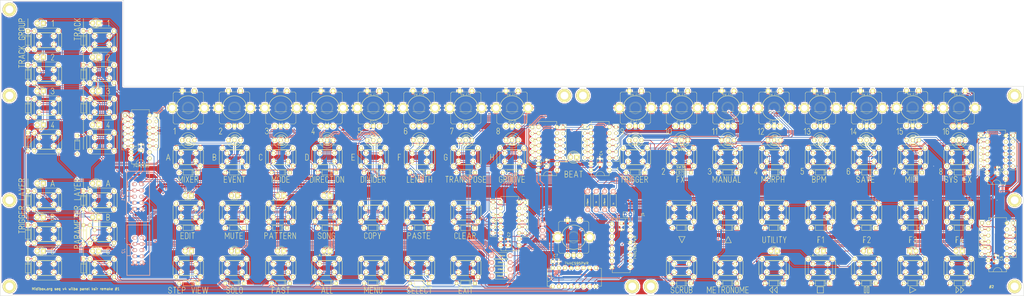
<source format=kicad_pcb>
(kicad_pcb (version 4) (host pcbnew 4.0.2-stable)
  (layers (0 F.Cu signal) (31 B.Cu signal) (34 B.Paste user hide) (35 F.Paste user) (36 B.SilkS user) (37 F.SilkS user) (38 B.Mask user) (39 F.Mask user) (44 Edge.Cuts user))
  (net 0 "")
  (net 1 "Net-(D101-Pad1)")
  (net 2 "Net-(D102-Pad1)")
  (net 3 /I0)
  (net 4 /I1)
  (net 5 /I2)
  (net 6 /I3)
  (net 7 /I4)
  (net 8 /I5)
  (net 9 /I6)
  (net 10 /I7)
  (net 11 GND)
  (net 12 /O6)
  (net 13 /O7)
  (net 14 /O1)
  (net 15 /O3)
  (net 16 /O5)
  (net 17 /O0)
  (net 18 /O2)
  (net 19 /O4)
  (net 20 +5V)
  (net 21 /O13)
  (net 22 /O14)
  (net 23 /O15)
  (net 24 /O16)
  (net 25 /O17)
  (net 26 /O10)
  (net 27 /I14)
  (net 28 /I15)
  (net 29 /I16)
  (net 30 /I17)
  (net 31 /I10)
  (net 32 /I11)
  (net 33 /I12)
  (net 34 /I13)
  (net 35 "Net-(D8-Pad1)")
  (net 36 "Net-(D9-Pad1)")
  (net 37 "Net-(D10-Pad1)")
  (net 38 "Net-(D11-Pad1)")
  (net 39 "Net-(D12-Pad1)")
  (net 40 "Net-(D13-Pad1)")
  (net 41 "Net-(D14-Pad1)")
  (net 42 "Net-(D22-Pad1)")
  (net 43 "Net-(D23-Pad1)")
  (net 44 "Net-(D24-Pad1)")
  (net 45 "Net-(D25-Pad1)")
  (net 46 "Net-(D26-Pad1)")
  (net 47 "Net-(D27-Pad1)")
  (net 48 "Net-(D28-Pad1)")
  (net 49 "Net-(D32-Pad1)")
  (net 50 "Net-(D33-Pad1)")
  (net 51 "Net-(D34-Pad1)")
  (net 52 "Net-(D38-Pad1)")
  (net 53 "Net-(D39-Pad1)")
  (net 54 "Net-(D40-Pad1)")
  (net 55 "Net-(D44-Pad1)")
  (net 56 "Net-(D45-Pad1)")
  (net 57 "Net-(D46-Pad1)")
  (net 58 "Net-(D50-Pad1)")
  (net 59 "Net-(D51-Pad1)")
  (net 60 "Net-(D52-Pad1)")
  (net 61 "Net-(D54-Pad1)")
  (net 62 "Net-(D55-Pad1)")
  (net 63 "Net-(D56-Pad1)")
  (net 64 "Net-(D58-Pad1)")
  (net 65 "Net-(D59-Pad1)")
  (net 66 "Net-(D60-Pad1)")
  (net 67 "Net-(D62-Pad1)")
  (net 68 "Net-(D63-Pad1)")
  (net 69 "Net-(D64-Pad1)")
  (net 70 "Net-(D66-Pad1)")
  (net 71 "Net-(D69-Pad1)")
  (net 72 "Net-(D71-Pad1)")
  (net 73 "Net-(D72-Pad1)")
  (net 74 "Net-(D73-Pad1)")
  (net 75 "Net-(D75-Pad1)")
  (net 76 "Net-(D76-Pad1)")
  (net 77 "Net-(D77-Pad1)")
  (net 78 "Net-(D80-Pad1)")
  (net 79 "Net-(D81-Pad1)")
  (net 80 "Net-(D82-Pad1)")
  (net 81 "Net-(D85-Pad1)")
  (net 82 "Net-(D86-Pad1)")
  (net 83 "Net-(D87-Pad1)")
  (net 84 "Net-(D90-Pad1)")
  (net 85 "Net-(D91-Pad1)")
  (net 86 "Net-(D92-Pad1)")
  (net 87 "Net-(D95-Pad1)")
  (net 88 "Net-(D96-Pad1)")
  (net 89 "Net-(D97-Pad1)")
  (net 90 "Net-(D100-Pad1)")
  (net 91 "Net-(U1-Pad9)")
  (net 92 /I26)
  (net 93 /I27)
  (net 94 /I24)
  (net 95 /I25)
  (net 96 /I22)
  (net 97 /I23)
  (net 98 /I20)
  (net 99 /I21)
  (net 100 /I56)
  (net 101 /I54)
  (net 102 /I55)
  (net 103 /I36)
  (net 104 /I37)
  (net 105 /I34)
  (net 106 /I35)
  (net 107 /I32)
  (net 108 /I33)
  (net 109 /I30)
  (net 110 /I31)
  (net 111 /I46)
  (net 112 /I47)
  (net 113 /I44)
  (net 114 /I45)
  (net 115 /I42)
  (net 116 /I43)
  (net 117 /I40)
  (net 118 /I41)
  (net 119 /I53)
  (net 120 /I52)
  (net 121 /I51)
  (net 122 /I50)
  (net 123 /011)
  (net 124 /012)
  (net 125 /02)
  (net 126 /I57)
  (net 127 "Net-(R1-Pad1)")
  (net 128 "Net-(R2-Pad1)")
  (net 129 "Net-(R3-Pad1)")
  (net 130 "Net-(R4-Pad1)")
  (net 131 "Net-(R6-Pad1)")
  (net 132 "Net-(R7-Pad1)")
  (net 133 "Net-(RR3-Pad2)")
  (net 134 "Net-(RR5-Pad2)")
  (net 135 "Net-(RR6-Pad2)")
  (net 136 "Net-(RR8-Pad2)")
  (net 137 "Net-(RR10-Pad2)")
  (net 138 "Net-(RR12-Pad2)")
  (net 139 "Net-(U1-Pad1)")
  (net 140 "Net-(U1-Pad2)")
  (net 141 "Net-(U7-Pad14)")
  (net 142 "Net-(U8-Pad9)")
  (net 143 "Net-(J3-Pad2)")
  (net 144 "Net-(U7-Pad9)")
  (net 145 "Net-(R5-Pad1)")
  (net 146 "Net-(R8-Pad2)")
  (module PEC11-Switch_ba (layer F.Cu) (at 194.31 120.65)
    (fp_text reference ec5 (at 0.11938 5.4737) (layer F.SilkS) (effects (font (size 1.27 1.27) (thickness 0.0889))))
    (fp_text value SW_Enc (at 0 -5.4864) (layer F.SilkS) (effects (font (size 0.8128 0.8128) (thickness 0.0889))))
    (pad P$1 thru_hole circle (at -2.49936 -7.00024) (size 1.99898 1.99898) (drill 1.00076) (layers *.Cu F.Paste F.SilkS F.Mask) (net 11 GND))
    (pad P$2 thru_hole circle (at 2.49936 -7.00024) (size 1.99898 1.99898) (drill 0.99822) (layers *.Cu F.Paste F.SilkS F.Mask) (net 126 /I57))
    (pad P$B thru_hole circle (at -2.49936 7.50062) (size 1.99898 1.99898) (drill 1.00076) (layers *.Cu F.Paste F.SilkS F.Mask) (net 93 /I27))
    (pad P$A thru_hole circle (at 2.49936 7.50062) (size 1.99898 1.99898) (drill 1.00076) (layers *.Cu F.Paste F.SilkS F.Mask) (net 92 /I26))
    (pad P$C thru_hole circle (at 0 7.50062) (size 1.99898 1.99898) (drill 1.00076) (layers *.Cu F.Paste F.SilkS F.Mask) (net 11 GND))
    (pad P$GN thru_hole circle (at -6.59892 0) (size 4.09956 4.09956) (drill 2.60096) (layers *.Cu F.Paste F.SilkS F.Mask) (net 11 GND))
    (pad P$GN thru_hole circle (at 6.59892 0) (size 4.09956 4.09956) (drill 2.60096) (layers *.Cu F.Paste F.SilkS F.Mask) (net 11 GND))
  )
  (module PEC11-Switch_ba (layer F.Cu) (at 118.11 120.65)
    (fp_text reference ec1)
    (fp_text value SW_Enc)
    (pad P$1 thru_hole circle (at -2.49936 -7.00024) (size 1.99898 1.99898) (drill 1.00076) (layers *.Cu F.Paste F.SilkS F.Mask) (net 11 GND))
    (pad P$2 thru_hole circle (at 2.49936 -7.00024) (size 1.99898 1.99898) (drill 0.99822) (layers *.Cu F.Paste F.SilkS F.Mask) (net 126 /I57))
    (pad P$B thru_hole circle (at -2.49936 7.50062) (size 1.99898 1.99898) (drill 1.00076) (layers *.Cu F.Paste F.SilkS F.Mask) (net 10 /I7))
    (pad P$A thru_hole circle (at 2.49936 7.50062) (size 1.99898 1.99898) (drill 1.00076) (layers *.Cu F.Paste F.SilkS F.Mask) (net 9 /I6))
    (pad P$C thru_hole circle (at 0 7.50062) (size 1.99898 1.99898) (drill 1.00076) (layers *.Cu F.Paste F.SilkS F.Mask) (net 11 GND))
    (pad P$GN thru_hole circle (at -6.59892 0) (size 4.09956 4.09956) (drill 2.60096) (layers *.Cu F.Paste F.SilkS F.Mask) (net 11 GND))
    (pad P$GN thru_hole circle (at 6.59892 0) (size 4.09956 4.09956) (drill 2.60096) (layers *.Cu F.Paste F.SilkS F.Mask) (net 11 GND))
  )
  (module DIP-16_W7.62mm (layer F.Cu) (at 102.235 141.478 180)
    (fp_text reference U1)
    (fp_text value 74HC165 (at 3.556 -3.175 180) (layer F.SilkS))
    (pad 1 thru_hole oval (at 0 0 180) (size 1.6 1.6) (drill 0.8) (layers *.Cu *.Mask F.SilkS) (net 139 "Net-(U1-Pad1)"))
    (pad 2 thru_hole oval (at 0 2.54 180) (size 1.6 1.6) (drill 0.8) (layers *.Cu *.Mask F.SilkS) (net 140 "Net-(U1-Pad2)"))
    (pad 3 thru_hole oval (at 0 5.08 180) (size 1.6 1.6) (drill 0.8) (layers *.Cu *.Mask F.SilkS) (net 7 /I4))
    (pad 4 thru_hole oval (at 0 7.62 180) (size 1.6 1.6) (drill 0.8) (layers *.Cu *.Mask F.SilkS) (net 8 /I5))
    (pad 5 thru_hole oval (at 0 10.16 180) (size 1.6 1.6) (drill 0.8) (layers *.Cu *.Mask F.SilkS) (net 9 /I6))
    (pad 6 thru_hole oval (at 0 12.7 180) (size 1.6 1.6) (drill 0.8) (layers *.Cu *.Mask F.SilkS) (net 10 /I7))
    (pad 7 thru_hole oval (at 0 15.24 180) (size 1.6 1.6) (drill 0.8) (layers *.Cu *.Mask F.SilkS))
    (pad 8 thru_hole oval (at 0 17.78 180) (size 1.6 1.6) (drill 0.8) (layers *.Cu *.Mask F.SilkS) (net 11 GND))
    (pad 9 thru_hole oval (at 7.62 17.78 180) (size 1.6 1.6) (drill 0.8) (layers *.Cu *.Mask F.SilkS) (net 91 "Net-(U1-Pad9)"))
    (pad 10 thru_hole oval (at 7.62 15.24 180) (size 1.6 1.6) (drill 0.8) (layers *.Cu *.Mask F.SilkS) (net 133 "Net-(RR3-Pad2)"))
    (pad 11 thru_hole oval (at 7.62 12.7 180) (size 1.6 1.6) (drill 0.8) (layers *.Cu *.Mask F.SilkS) (net 3 /I0))
    (pad 12 thru_hole oval (at 7.62 10.16 180) (size 1.6 1.6) (drill 0.8) (layers *.Cu *.Mask F.SilkS) (net 4 /I1))
    (pad 13 thru_hole oval (at 7.62 7.62 180) (size 1.6 1.6) (drill 0.8) (layers *.Cu *.Mask F.SilkS) (net 5 /I2))
    (pad 14 thru_hole oval (at 7.62 5.08 180) (size 1.6 1.6) (drill 0.8) (layers *.Cu *.Mask F.SilkS) (net 6 /I3))
    (pad 15 thru_hole oval (at 7.62 2.54 180) (size 1.6 1.6) (drill 0.8) (layers *.Cu *.Mask F.SilkS) (net 11 GND))
    (pad 16 thru_hole oval (at 7.62 0 180) (size 1.6 1.6) (drill 0.8) (layers *.Cu *.Mask F.SilkS) (net 20 +5V))
  )
  (module LEDs:LED-5MM-3 (layer F.Cu) (at 120.65 133.985 180)
    (fp_text reference D29)
    (fp_text value Led_gp1)
    (pad 1 thru_hole circle (at 0 0) (size 1.6764 1.6764) (drill 0.8128) (layers *.Cu *.Mask F.SilkS) (net 123 /011))
    (pad 2 thru_hole circle (at 2.54 0) (size 1.6764 1.6764) (drill 0.8128) (layers *.Cu *.Mask F.SilkS) (net 15 /O3))
    (pad 3 thru_hole circle (at 5.08 0) (size 1.6764 1.6764) (drill 0.8128) (layers *.Cu *.Mask F.SilkS) (net 26 /O10))
  )
  (module LEDs:LED-5MM-3 (layer F.Cu) (at 139.7 133.985 180)
    (fp_text reference D35)
    (fp_text value Led_gp2)
    (pad 1 thru_hole circle (at 0 0) (size 1.6764 1.6764) (drill 0.8128) (layers *.Cu *.Mask F.SilkS) (net 21 /O13))
    (pad 2 thru_hole circle (at 2.54 0) (size 1.6764 1.6764) (drill 0.8128) (layers *.Cu *.Mask F.SilkS) (net 15 /O3))
    (pad 3 thru_hole circle (at 5.08 0) (size 1.6764 1.6764) (drill 0.8128) (layers *.Cu *.Mask F.SilkS) (net 124 /012))
  )
  (module LEDs:LED-5MM-3 (layer F.Cu) (at 158.75 133.985 180)
    (fp_text reference D41)
    (fp_text value Led_gp3)
    (pad 1 thru_hole circle (at 0 0) (size 1.6764 1.6764) (drill 0.8128) (layers *.Cu *.Mask F.SilkS) (net 23 /O15))
    (pad 2 thru_hole circle (at 2.54 0) (size 1.6764 1.6764) (drill 0.8128) (layers *.Cu *.Mask F.SilkS) (net 18 /O2))
    (pad 3 thru_hole circle (at 5.08 0) (size 1.6764 1.6764) (drill 0.8128) (layers *.Cu *.Mask F.SilkS) (net 22 /O14))
  )
  (module LEDs:LED-5MM-3 (layer F.Cu) (at 177.8 133.985 180)
    (fp_text reference D47)
    (fp_text value Led_gp4)
    (pad 1 thru_hole circle (at 0 0) (size 1.6764 1.6764) (drill 0.8128) (layers *.Cu *.Mask F.SilkS) (net 25 /O17))
    (pad 2 thru_hole circle (at 2.54 0) (size 1.6764 1.6764) (drill 0.8128) (layers *.Cu *.Mask F.SilkS) (net 18 /O2))
    (pad 3 thru_hole circle (at 5.08 0) (size 1.6764 1.6764) (drill 0.8128) (layers *.Cu *.Mask F.SilkS) (net 24 /O16))
  )
  (module LEDs:LED-5MM-3 (layer F.Cu) (at 196.85 133.985 180)
    (fp_text reference D53)
    (fp_text value Led_gp5)
    (pad 1 thru_hole circle (at 0 0) (size 1.6764 1.6764) (drill 0.8128) (layers *.Cu *.Mask F.SilkS) (net 123 /011))
    (pad 2 thru_hole circle (at 2.54 0) (size 1.6764 1.6764) (drill 0.8128) (layers *.Cu *.Mask F.SilkS) (net 14 /O1))
    (pad 3 thru_hole circle (at 5.08 0) (size 1.6764 1.6764) (drill 0.8128) (layers *.Cu *.Mask F.SilkS) (net 26 /O10))
  )
  (module LEDs:LED-5MM-3 (layer F.Cu) (at 215.9 133.985 180)
    (fp_text reference D57)
    (fp_text value Led_gp6)
    (pad 1 thru_hole circle (at 0 0) (size 1.6764 1.6764) (drill 0.8128) (layers *.Cu *.Mask F.SilkS) (net 21 /O13))
    (pad 2 thru_hole circle (at 2.54 0) (size 1.6764 1.6764) (drill 0.8128) (layers *.Cu *.Mask F.SilkS) (net 14 /O1))
    (pad 3 thru_hole circle (at 5.08 0) (size 1.6764 1.6764) (drill 0.8128) (layers *.Cu *.Mask F.SilkS) (net 124 /012))
  )
  (module LEDs:LED-5MM-3 (layer F.Cu) (at 234.95 133.985 180)
    (fp_text reference D61)
    (fp_text value Led_gp7)
    (pad 1 thru_hole circle (at 0 0) (size 1.6764 1.6764) (drill 0.8128) (layers *.Cu *.Mask F.SilkS) (net 23 /O15))
    (pad 2 thru_hole circle (at 2.54 0) (size 1.6764 1.6764) (drill 0.8128) (layers *.Cu *.Mask F.SilkS) (net 17 /O0))
    (pad 3 thru_hole circle (at 5.08 0) (size 1.6764 1.6764) (drill 0.8128) (layers *.Cu *.Mask F.SilkS) (net 22 /O14))
  )
  (module LEDs:LED-5MM-3 (layer F.Cu) (at 254 133.985 180)
    (fp_text reference D65)
    (fp_text value Led_gp8)
    (pad 1 thru_hole circle (at 0 0) (size 1.6764 1.6764) (drill 0.8128) (layers *.Cu *.Mask F.SilkS) (net 25 /O17))
    (pad 2 thru_hole circle (at 2.54 0) (size 1.6764 1.6764) (drill 0.8128) (layers *.Cu *.Mask F.SilkS) (net 17 /O0))
    (pad 3 thru_hole circle (at 5.08 0) (size 1.6764 1.6764) (drill 0.8128) (layers *.Cu *.Mask F.SilkS) (net 24 /O16))
  )
  (module LEDs:LED-5MM-3 (layer F.Cu) (at 304.8 133.985 180)
    (fp_text reference D68)
    (fp_text value Led_gp9)
    (pad 1 thru_hole circle (at 0 0) (size 1.6764 1.6764) (drill 0.8128) (layers *.Cu *.Mask F.SilkS) (net 123 /011))
    (pad 2 thru_hole circle (at 2.54 0) (size 1.6764 1.6764) (drill 0.8128) (layers *.Cu *.Mask F.SilkS) (net 19 /O4))
    (pad 3 thru_hole circle (at 5.08 0) (size 1.6764 1.6764) (drill 0.8128) (layers *.Cu *.Mask F.SilkS) (net 26 /O10))
  )
  (module LEDs:LED-5MM-3 (layer F.Cu) (at 323.85 133.985 180)
    (fp_text reference D70 (at 2.54508 -3.91668 180) (layer F.SilkS))
    (fp_text value Led_gp10)
    (pad 1 thru_hole circle (at 0 0) (size 1.6764 1.6764) (drill 0.8128) (layers *.Cu *.Mask F.SilkS) (net 21 /O13))
    (pad 2 thru_hole circle (at 2.54 0) (size 1.6764 1.6764) (drill 0.8128) (layers *.Cu *.Mask F.SilkS) (net 19 /O4))
    (pad 3 thru_hole circle (at 5.08 0) (size 1.6764 1.6764) (drill 0.8128) (layers *.Cu *.Mask F.SilkS) (net 124 /012))
  )
  (module LEDs:LED-5MM-3 (layer F.Cu) (at 342.9 133.985 180)
    (fp_text reference D74)
    (fp_text value Led_gp11)
    (pad 1 thru_hole circle (at 0 0) (size 1.6764 1.6764) (drill 0.8128) (layers *.Cu *.Mask F.SilkS) (net 23 /O15))
    (pad 2 thru_hole circle (at 2.54 0) (size 1.6764 1.6764) (drill 0.8128) (layers *.Cu *.Mask F.SilkS) (net 16 /O5))
    (pad 3 thru_hole circle (at 5.08 0) (size 1.6764 1.6764) (drill 0.8128) (layers *.Cu *.Mask F.SilkS) (net 22 /O14))
  )
  (module LEDs:LED-5MM-3 (layer F.Cu) (at 361.95 133.985 180)
    (fp_text reference D78)
    (fp_text value Led_gp12)
    (pad 1 thru_hole circle (at 0 0) (size 1.6764 1.6764) (drill 0.8128) (layers *.Cu *.Mask F.SilkS) (net 25 /O17))
    (pad 2 thru_hole circle (at 2.54 0) (size 1.6764 1.6764) (drill 0.8128) (layers *.Cu *.Mask F.SilkS) (net 16 /O5))
    (pad 3 thru_hole circle (at 5.08 0) (size 1.6764 1.6764) (drill 0.8128) (layers *.Cu *.Mask F.SilkS) (net 24 /O16))
  )
  (module LEDs:LED-5MM-3 (layer F.Cu) (at 375.92 133.985)
    (fp_text reference D83)
    (fp_text value Led_gp13)
    (pad 1 thru_hole circle (at 0 0 180) (size 1.6764 1.6764) (drill 0.8128) (layers *.Cu *.Mask F.SilkS) (net 123 /011))
    (pad 2 thru_hole circle (at 2.54 0 180) (size 1.6764 1.6764) (drill 0.8128) (layers *.Cu *.Mask F.SilkS) (net 12 /O6))
    (pad 3 thru_hole circle (at 5.08 0 180) (size 1.6764 1.6764) (drill 0.8128) (layers *.Cu *.Mask F.SilkS) (net 26 /O10))
  )
  (module LEDs:LED-5MM-3 (layer F.Cu) (at 394.97 133.985)
    (fp_text reference D88)
    (fp_text value Led_gp14)
    (pad 1 thru_hole circle (at 0 0 180) (size 1.6764 1.6764) (drill 0.8128) (layers *.Cu *.Mask F.SilkS) (net 21 /O13))
    (pad 2 thru_hole circle (at 2.54 0 180) (size 1.6764 1.6764) (drill 0.8128) (layers *.Cu *.Mask F.SilkS) (net 12 /O6))
    (pad 3 thru_hole circle (at 5.08 0 180) (size 1.6764 1.6764) (drill 0.8128) (layers *.Cu *.Mask F.SilkS) (net 124 /012))
  )
  (module LEDs:LED-5MM-3 (layer F.Cu) (at 419.1 133.985 180)
    (fp_text reference D93)
    (fp_text value Led_gp15)
    (pad 1 thru_hole circle (at 0 0) (size 1.6764 1.6764) (drill 0.8128) (layers *.Cu *.Mask F.SilkS) (net 23 /O15))
    (pad 2 thru_hole circle (at 2.54 0) (size 1.6764 1.6764) (drill 0.8128) (layers *.Cu *.Mask F.SilkS) (net 13 /O7))
    (pad 3 thru_hole circle (at 5.08 0) (size 1.6764 1.6764) (drill 0.8128) (layers *.Cu *.Mask F.SilkS) (net 22 /O14))
  )
  (module LEDs:LED-5MM-3 (layer F.Cu) (at 438.15 133.985 180)
    (fp_text reference D99)
    (fp_text value Led_gp16)
    (pad 1 thru_hole circle (at 0 0) (size 1.6764 1.6764) (drill 0.8128) (layers *.Cu *.Mask F.SilkS) (net 25 /O17))
    (pad 2 thru_hole circle (at 2.54 0) (size 1.6764 1.6764) (drill 0.8128) (layers *.Cu *.Mask F.SilkS) (net 13 /O7))
    (pad 3 thru_hole circle (at 5.08 0) (size 1.6764 1.6764) (drill 0.8128) (layers *.Cu *.Mask F.SilkS) (net 24 /O16))
  )
  (module Resistors_ThroughHole:Resistor_Horizontal_RM7mm (layer F.Cu) (at 243.078 181.61)
    (fp_text reference R8)
    (fp_text value 220ohm (at 4 0) (layer F.SilkS) (effects (font (size 0.5 0.5) (thickness 0.125))))
    (pad 1 thru_hole circle (at 0 0) (size 1.99898 1.99898) (drill 1.00076) (layers *.Cu *.SilkS *.Mask) (net 26 /O10))
    (pad 2 thru_hole circle (at 7.62 0) (size 1.99898 1.99898) (drill 1.00076) (layers *.Cu *.SilkS *.Mask) (net 146 "Net-(R8-Pad2)"))
  )
  (module Resistors_ThroughHole:Resistor_Horizontal_RM7mm (layer F.Cu) (at 282.62816 162.67194 90)
    (fp_text reference R1)
    (fp_text value 470ohm (at 3.15994 -0.05316 90) (layer F.SilkS) (effects (font (size 0.5 0.5) (thickness 0.125))))
    (pad 1 thru_hole circle (at 0 0 90) (size 1.99898 1.99898) (drill 1.00076) (layers *.Cu *.SilkS *.Mask) (net 127 "Net-(R1-Pad1)"))
    (pad 2 thru_hole circle (at 7.62 0 90) (size 1.99898 1.99898) (drill 1.00076) (layers *.Cu *.SilkS *.Mask) (net 123 /011))
  )
  (module Resistors_ThroughHole:Resistor_Horizontal_RM7mm (layer F.Cu) (at 286.12816 162.67194 90)
    (fp_text reference R2)
    (fp_text value 1k (at 3.15994 0 90) (layer F.SilkS) (effects (font (size 0.5 0.5) (thickness 0.125))))
    (pad 1 thru_hole circle (at 0 0 90) (size 1.99898 1.99898) (drill 1.00076) (layers *.Cu *.SilkS *.Mask) (net 128 "Net-(R2-Pad1)"))
    (pad 2 thru_hole circle (at 7.62 0 90) (size 1.99898 1.99898) (drill 1.00076) (layers *.Cu *.SilkS *.Mask) (net 124 /012))
  )
  (module Resistors_ThroughHole:Resistor_Horizontal_RM7mm (layer F.Cu) (at 289.62816 162.67194 90)
    (fp_text reference R3)
    (fp_text value 470ohm (at 3.28694 -0.06816 90) (layer F.SilkS) (effects (font (size 0.5 0.5) (thickness 0.125))))
    (pad 1 thru_hole circle (at 0 0 90) (size 1.99898 1.99898) (drill 1.00076) (layers *.Cu *.SilkS *.Mask) (net 129 "Net-(R3-Pad1)"))
    (pad 2 thru_hole circle (at 7.62 0 90) (size 1.99898 1.99898) (drill 1.00076) (layers *.Cu *.SilkS *.Mask) (net 21 /O13))
  )
  (module Resistors_ThroughHole:Resistor_Horizontal_RM7mm (layer F.Cu) (at 293.12816 162.67194 90)
    (fp_text reference R4)
    (fp_text value 1k (at 2.52494 0.11484 90) (layer F.SilkS) (effects (font (size 0.5 0.5) (thickness 0.125))))
    (pad 1 thru_hole circle (at 0 0 90) (size 1.99898 1.99898) (drill 1.00076) (layers *.Cu *.SilkS *.Mask) (net 130 "Net-(R4-Pad1)"))
    (pad 2 thru_hole circle (at 7.62 0 90) (size 1.99898 1.99898) (drill 1.00076) (layers *.Cu *.SilkS *.Mask) (net 22 /O14))
  )
  (module Resistors_ThroughHole:Resistor_Horizontal_RM7mm (layer F.Cu) (at 250.698 184.404 180)
    (fp_text reference R5)
    (fp_text value 220ohm (at 3.62 0 180) (layer F.SilkS) (effects (font (size 0.508 0.508) (thickness 0.127))))
    (pad 1 thru_hole circle (at 0 0 180) (size 1.99898 1.99898) (drill 1.00076) (layers *.Cu *.SilkS *.Mask) (net 145 "Net-(R5-Pad1)"))
    (pad 2 thru_hole circle (at 7.62 0 180) (size 1.99898 1.99898) (drill 1.00076) (layers *.Cu *.SilkS *.Mask) (net 23 /O15))
  )
  (module Resistors_ThroughHole:Resistor_Horizontal_RM7mm (layer F.Cu) (at 250.698 187.198 180)
    (fp_text reference R6)
    (fp_text value 220ohm (at 3.683 0 180) (layer F.SilkS) (effects (font (size 0.5 0.5) (thickness 0.125))))
    (pad 1 thru_hole circle (at 0 0 180) (size 1.99898 1.99898) (drill 1.00076) (layers *.Cu *.SilkS *.Mask) (net 131 "Net-(R6-Pad1)"))
    (pad 2 thru_hole circle (at 7.62 0 180) (size 1.99898 1.99898) (drill 1.00076) (layers *.Cu *.SilkS *.Mask) (net 24 /O16))
  )
  (module Resistors_ThroughHole:Resistor_Horizontal_RM7mm (layer F.Cu) (at 250.825 189.992 180)
    (fp_text reference R7)
    (fp_text value 220ohm (at 4.12 0 180) (layer F.SilkS) (effects (font (size 0.508 0.508) (thickness 0.127))))
    (pad 1 thru_hole circle (at 0 0 180) (size 1.99898 1.99898) (drill 1.00076) (layers *.Cu *.SilkS *.Mask) (net 132 "Net-(R7-Pad1)"))
    (pad 2 thru_hole circle (at 7.62 0 180) (size 1.99898 1.99898) (drill 1.00076) (layers *.Cu *.SilkS *.Mask) (net 25 /O17))
  )
  (module Discret:DO-35 (layer F.Cu) (at 52.07 92.71 90)
    (fp_text reference D8)
    (fp_text value D)
    (pad 1 thru_hole rect (at 3.81 0 90) (size 1.4224 1.4224) (drill 0.6096) (layers *.Cu *.Mask F.SilkS) (net 35 "Net-(D8-Pad1)"))
    (pad 2 thru_hole circle (at -3.81 0 90) (size 1.4224 1.4224) (drill 0.6096) (layers *.Cu *.Mask F.SilkS) (net 29 /I16))
  )
  (module Discret:DO-35 (layer F.Cu) (at 52.07 106.68 90)
    (fp_text reference D9)
    (fp_text value D)
    (pad 1 thru_hole rect (at 3.81 0 90) (size 1.4224 1.4224) (drill 0.6096) (layers *.Cu *.Mask F.SilkS) (net 36 "Net-(D9-Pad1)"))
    (pad 2 thru_hole circle (at -3.81 0 90) (size 1.4224 1.4224) (drill 0.6096) (layers *.Cu *.Mask F.SilkS) (net 30 /I17))
  )
  (module Discret:DO-35 (layer F.Cu) (at 52.07 120.65 90)
    (fp_text reference D10)
    (fp_text value D)
    (pad 1 thru_hole rect (at 3.81 0 90) (size 1.4224 1.4224) (drill 0.6096) (layers *.Cu *.Mask F.SilkS) (net 37 "Net-(D10-Pad1)"))
    (pad 2 thru_hole circle (at -3.81 0 90) (size 1.4224 1.4224) (drill 0.6096) (layers *.Cu *.Mask F.SilkS) (net 29 /I16))
  )
  (module Discret:DO-35 (layer F.Cu) (at 52.07 134.62 90)
    (fp_text reference D11)
    (fp_text value D)
    (pad 1 thru_hole rect (at 3.81 0 90) (size 1.4224 1.4224) (drill 0.6096) (layers *.Cu *.Mask F.SilkS) (net 38 "Net-(D11-Pad1)"))
    (pad 2 thru_hole circle (at -3.81 0 90) (size 1.4224 1.4224) (drill 0.6096) (layers *.Cu *.Mask F.SilkS) (net 30 /I17))
  )
  (module Discret:DO-35 (layer F.Cu) (at 52.07 158.75 90)
    (fp_text reference D12)
    (fp_text value D)
    (pad 1 thru_hole rect (at 3.81 0 90) (size 1.4224 1.4224) (drill 0.6096) (layers *.Cu *.Mask F.SilkS) (net 39 "Net-(D12-Pad1)"))
    (pad 2 thru_hole circle (at -3.81 0 90) (size 1.4224 1.4224) (drill 0.6096) (layers *.Cu *.Mask F.SilkS) (net 29 /I16))
  )
  (module Discret:DO-35 (layer F.Cu) (at 52.07 172.72 90)
    (fp_text reference D13)
    (fp_text value D)
    (pad 1 thru_hole rect (at 3.81 0 90) (size 1.4224 1.4224) (drill 0.6096) (layers *.Cu *.Mask F.SilkS) (net 40 "Net-(D13-Pad1)"))
    (pad 2 thru_hole circle (at -3.81 0 90) (size 1.4224 1.4224) (drill 0.6096) (layers *.Cu *.Mask F.SilkS) (net 30 /I17))
  )
  (module Discret:DO-35 (layer F.Cu) (at 52.07 186.69 90)
    (fp_text reference D14)
    (fp_text value D)
    (pad 1 thru_hole rect (at 3.81 0 90) (size 1.4224 1.4224) (drill 0.6096) (layers *.Cu *.Mask F.SilkS) (net 41 "Net-(D14-Pad1)"))
    (pad 2 thru_hole circle (at -3.81 0 90) (size 1.4224 1.4224) (drill 0.6096) (layers *.Cu *.Mask F.SilkS) (net 29 /I16))
  )
  (module Discret:DO-35 (layer F.Cu) (at 74.93 92.71 90)
    (fp_text reference D22)
    (fp_text value D)
    (pad 1 thru_hole rect (at 3.81 0 90) (size 1.4224 1.4224) (drill 0.6096) (layers *.Cu *.Mask F.SilkS) (net 42 "Net-(D22-Pad1)"))
    (pad 2 thru_hole circle (at -3.81 0 90) (size 1.4224 1.4224) (drill 0.6096) (layers *.Cu *.Mask F.SilkS) (net 29 /I16))
  )
  (module Discret:DO-35 (layer F.Cu) (at 74.93 106.68 90)
    (fp_text reference D23)
    (fp_text value D)
    (pad 1 thru_hole rect (at 3.81 0 90) (size 1.4224 1.4224) (drill 0.6096) (layers *.Cu *.Mask F.SilkS) (net 43 "Net-(D23-Pad1)"))
    (pad 2 thru_hole circle (at -3.81 0 90) (size 1.4224 1.4224) (drill 0.6096) (layers *.Cu *.Mask F.SilkS) (net 30 /I17))
  )
  (module Discret:DO-35 (layer F.Cu) (at 74.93 120.65 90)
    (fp_text reference D24)
    (fp_text value D)
    (pad 1 thru_hole rect (at 3.81 0 90) (size 1.4224 1.4224) (drill 0.6096) (layers *.Cu *.Mask F.SilkS) (net 44 "Net-(D24-Pad1)"))
    (pad 2 thru_hole circle (at -3.81 0 90) (size 1.4224 1.4224) (drill 0.6096) (layers *.Cu *.Mask F.SilkS) (net 29 /I16))
  )
  (module Discret:DO-35 (layer F.Cu) (at 72.35916 135.86894 90)
    (fp_text reference D25)
    (fp_text value D)
    (pad 1 thru_hole rect (at 3.81 0 90) (size 1.4224 1.4224) (drill 0.6096) (layers *.Cu *.Mask F.SilkS) (net 45 "Net-(D25-Pad1)"))
    (pad 2 thru_hole circle (at -3.81 0 90) (size 1.4224 1.4224) (drill 0.6096) (layers *.Cu *.Mask F.SilkS) (net 30 /I17))
  )
  (module Discret:DO-35 (layer F.Cu) (at 74.93 158.75 90)
    (fp_text reference D26)
    (fp_text value D)
    (pad 1 thru_hole rect (at 3.81 0 90) (size 1.4224 1.4224) (drill 0.6096) (layers *.Cu *.Mask F.SilkS) (net 46 "Net-(D26-Pad1)"))
    (pad 2 thru_hole circle (at -3.81 0 90) (size 1.4224 1.4224) (drill 0.6096) (layers *.Cu *.Mask F.SilkS) (net 29 /I16))
  )
  (module Discret:DO-35 (layer F.Cu) (at 74.93 172.86894 90)
    (fp_text reference D27)
    (fp_text value D)
    (pad 1 thru_hole rect (at 3.81 0 90) (size 1.4224 1.4224) (drill 0.6096) (layers *.Cu *.Mask F.SilkS) (net 47 "Net-(D27-Pad1)"))
    (pad 2 thru_hole circle (at -3.81 0 90) (size 1.4224 1.4224) (drill 0.6096) (layers *.Cu *.Mask F.SilkS) (net 30 /I17))
  )
  (module Discret:DO-35 (layer F.Cu) (at 74.93 186.69 90)
    (fp_text reference D28)
    (fp_text value D)
    (pad 1 thru_hole rect (at 3.81 0 90) (size 1.4224 1.4224) (drill 0.6096) (layers *.Cu *.Mask F.SilkS) (net 48 "Net-(D28-Pad1)"))
    (pad 2 thru_hole circle (at -3.81 0 90) (size 1.4224 1.4224) (drill 0.6096) (layers *.Cu *.Mask F.SilkS) (net 29 /I16))
  )
  (module Discret:DO-35 (layer F.Cu) (at 118.14516 147.32)
    (fp_text reference D32)
    (fp_text value D)
    (pad 1 thru_hole rect (at 3.81 0) (size 1.4224 1.4224) (drill 0.6096) (layers *.Cu *.Mask F.SilkS) (net 49 "Net-(D32-Pad1)"))
    (pad 2 thru_hole circle (at -3.81 0) (size 1.4224 1.4224) (drill 0.6096) (layers *.Cu *.Mask F.SilkS) (net 31 /I10))
  )
  (module Discret:DO-35 (layer F.Cu) (at 118.11 170.18)
    (fp_text reference D33)
    (fp_text value D)
    (pad 1 thru_hole rect (at 3.81 0) (size 1.4224 1.4224) (drill 0.6096) (layers *.Cu *.Mask F.SilkS) (net 50 "Net-(D33-Pad1)"))
    (pad 2 thru_hole circle (at -3.81 0) (size 1.4224 1.4224) (drill 0.6096) (layers *.Cu *.Mask F.SilkS) (net 34 /I13))
  )
  (module Discret:DO-35 (layer F.Cu) (at 118.11 193.04)
    (fp_text reference D34)
    (fp_text value D)
    (pad 1 thru_hole rect (at 3.81 0) (size 1.4224 1.4224) (drill 0.6096) (layers *.Cu *.Mask F.SilkS) (net 51 "Net-(D34-Pad1)"))
    (pad 2 thru_hole circle (at -3.81 0) (size 1.4224 1.4224) (drill 0.6096) (layers *.Cu *.Mask F.SilkS) (net 28 /I15))
  )
  (module Discret:DO-35 (layer F.Cu) (at 137.16 147.32)
    (fp_text reference D38)
    (fp_text value D)
    (pad 1 thru_hole rect (at 3.81 0) (size 1.4224 1.4224) (drill 0.6096) (layers *.Cu *.Mask F.SilkS) (net 52 "Net-(D38-Pad1)"))
    (pad 2 thru_hole circle (at -3.81 0) (size 1.4224 1.4224) (drill 0.6096) (layers *.Cu *.Mask F.SilkS) (net 32 /I11))
  )
  (module Discret:DO-35 (layer F.Cu) (at 137.16 170.18)
    (fp_text reference D39)
    (fp_text value D)
    (pad 1 thru_hole rect (at 3.81 0) (size 1.4224 1.4224) (drill 0.6096) (layers *.Cu *.Mask F.SilkS) (net 53 "Net-(D39-Pad1)"))
    (pad 2 thru_hole circle (at -3.81 0) (size 1.4224 1.4224) (drill 0.6096) (layers *.Cu *.Mask F.SilkS) (net 33 /I12))
  )
  (module Discret:DO-35 (layer F.Cu) (at 137.16 193.04)
    (fp_text reference D40)
    (fp_text value D)
    (pad 1 thru_hole rect (at 3.81 0) (size 1.4224 1.4224) (drill 0.6096) (layers *.Cu *.Mask F.SilkS) (net 54 "Net-(D40-Pad1)"))
    (pad 2 thru_hole circle (at -3.81 0) (size 1.4224 1.4224) (drill 0.6096) (layers *.Cu *.Mask F.SilkS) (net 27 /I14))
  )
  (module Discret:DO-35 (layer F.Cu) (at 156.21 147.32)
    (fp_text reference D44)
    (fp_text value D)
    (pad 1 thru_hole rect (at 3.81 0) (size 1.4224 1.4224) (drill 0.6096) (layers *.Cu *.Mask F.SilkS) (net 55 "Net-(D44-Pad1)"))
    (pad 2 thru_hole circle (at -3.81 0) (size 1.4224 1.4224) (drill 0.6096) (layers *.Cu *.Mask F.SilkS) (net 31 /I10))
  )
  (module Discret:DO-35 (layer F.Cu) (at 154.94 170.18)
    (fp_text reference D45)
    (fp_text value D)
    (pad 1 thru_hole rect (at 3.81 0) (size 1.4224 1.4224) (drill 0.6096) (layers *.Cu *.Mask F.SilkS) (net 56 "Net-(D45-Pad1)"))
    (pad 2 thru_hole circle (at -3.81 0) (size 1.4224 1.4224) (drill 0.6096) (layers *.Cu *.Mask F.SilkS) (net 34 /I13))
  )
  (module Discret:DO-35 (layer F.Cu) (at 156.21 193.04)
    (fp_text reference D46)
    (fp_text value D)
    (pad 1 thru_hole rect (at 3.81 0) (size 1.4224 1.4224) (drill 0.6096) (layers *.Cu *.Mask F.SilkS) (net 57 "Net-(D46-Pad1)"))
    (pad 2 thru_hole circle (at -3.81 0) (size 1.4224 1.4224) (drill 0.6096) (layers *.Cu *.Mask F.SilkS) (net 28 /I15))
  )
  (module Discret:DO-35 (layer F.Cu) (at 175.26 147.32)
    (fp_text reference D50)
    (fp_text value D)
    (pad 1 thru_hole rect (at 3.81 0) (size 1.4224 1.4224) (drill 0.6096) (layers *.Cu *.Mask F.SilkS) (net 58 "Net-(D50-Pad1)"))
    (pad 2 thru_hole circle (at -3.81 0) (size 1.4224 1.4224) (drill 0.6096) (layers *.Cu *.Mask F.SilkS) (net 32 /I11))
  )
  (module Discret:DO-35 (layer F.Cu) (at 175.26 170.18)
    (fp_text reference D51)
    (fp_text value D)
    (pad 1 thru_hole rect (at 3.81 0) (size 1.4224 1.4224) (drill 0.6096) (layers *.Cu *.Mask F.SilkS) (net 59 "Net-(D51-Pad1)"))
    (pad 2 thru_hole circle (at -3.81 0) (size 1.4224 1.4224) (drill 0.6096) (layers *.Cu *.Mask F.SilkS) (net 33 /I12))
  )
  (module Discret:DO-35 (layer F.Cu) (at 175.26 193.04)
    (fp_text reference D52)
    (fp_text value D)
    (pad 1 thru_hole rect (at 3.81 0) (size 1.4224 1.4224) (drill 0.6096) (layers *.Cu *.Mask F.SilkS) (net 60 "Net-(D52-Pad1)"))
    (pad 2 thru_hole circle (at -3.81 0) (size 1.4224 1.4224) (drill 0.6096) (layers *.Cu *.Mask F.SilkS) (net 27 /I14))
  )
  (module Discret:DO-35 (layer F.Cu) (at 194.31 147.32)
    (fp_text reference D54)
    (fp_text value D)
    (pad 1 thru_hole rect (at 3.81 0) (size 1.4224 1.4224) (drill 0.6096) (layers *.Cu *.Mask F.SilkS) (net 61 "Net-(D54-Pad1)"))
    (pad 2 thru_hole circle (at -3.81 0) (size 1.4224 1.4224) (drill 0.6096) (layers *.Cu *.Mask F.SilkS) (net 31 /I10))
  )
  (module Discret:DO-35 (layer F.Cu) (at 194.31 170.18)
    (fp_text reference D55)
    (fp_text value D)
    (pad 1 thru_hole rect (at 3.81 0) (size 1.4224 1.4224) (drill 0.6096) (layers *.Cu *.Mask F.SilkS) (net 62 "Net-(D55-Pad1)"))
    (pad 2 thru_hole circle (at -3.81 0) (size 1.4224 1.4224) (drill 0.6096) (layers *.Cu *.Mask F.SilkS) (net 34 /I13))
  )
  (module Discret:DO-35 (layer F.Cu) (at 194.31 193.04)
    (fp_text reference D56)
    (fp_text value D)
    (pad 1 thru_hole rect (at 3.81 0) (size 1.4224 1.4224) (drill 0.6096) (layers *.Cu *.Mask F.SilkS) (net 63 "Net-(D56-Pad1)"))
    (pad 2 thru_hole circle (at -3.81 0) (size 1.4224 1.4224) (drill 0.6096) (layers *.Cu *.Mask F.SilkS) (net 28 /I15))
  )
  (module Discret:DO-35 (layer F.Cu) (at 213.36 147.32)
    (fp_text reference D58)
    (fp_text value D)
    (pad 1 thru_hole rect (at 3.81 0) (size 1.4224 1.4224) (drill 0.6096) (layers *.Cu *.Mask F.SilkS) (net 64 "Net-(D58-Pad1)"))
    (pad 2 thru_hole circle (at -3.81 0) (size 1.4224 1.4224) (drill 0.6096) (layers *.Cu *.Mask F.SilkS) (net 32 /I11))
  )
  (module Discret:DO-35 (layer F.Cu) (at 213.36 170.18)
    (fp_text reference D59)
    (fp_text value D)
    (pad 1 thru_hole rect (at 3.81 0) (size 1.4224 1.4224) (drill 0.6096) (layers *.Cu *.Mask F.SilkS) (net 65 "Net-(D59-Pad1)"))
    (pad 2 thru_hole circle (at -3.81 0) (size 1.4224 1.4224) (drill 0.6096) (layers *.Cu *.Mask F.SilkS) (net 33 /I12))
  )
  (module Discret:DO-35 (layer F.Cu) (at 213.36 193.04)
    (fp_text reference D60)
    (fp_text value D)
    (pad 1 thru_hole rect (at 3.81 0) (size 1.4224 1.4224) (drill 0.6096) (layers *.Cu *.Mask F.SilkS) (net 66 "Net-(D60-Pad1)"))
    (pad 2 thru_hole circle (at -3.81 0) (size 1.4224 1.4224) (drill 0.6096) (layers *.Cu *.Mask F.SilkS) (net 27 /I14))
  )
  (module Discret:DO-35 (layer F.Cu) (at 232.41 147.32)
    (fp_text reference D62)
    (fp_text value D)
    (pad 1 thru_hole rect (at 3.81 0) (size 1.4224 1.4224) (drill 0.6096) (layers *.Cu *.Mask F.SilkS) (net 67 "Net-(D62-Pad1)"))
    (pad 2 thru_hole circle (at -3.81 0) (size 1.4224 1.4224) (drill 0.6096) (layers *.Cu *.Mask F.SilkS) (net 31 /I10))
  )
  (module Discret:DO-35 (layer F.Cu) (at 232.41 170.18)
    (fp_text reference D63)
    (fp_text value D)
    (pad 1 thru_hole rect (at 3.81 0) (size 1.4224 1.4224) (drill 0.6096) (layers *.Cu *.Mask F.SilkS) (net 68 "Net-(D63-Pad1)"))
    (pad 2 thru_hole circle (at -3.81 0) (size 1.4224 1.4224) (drill 0.6096) (layers *.Cu *.Mask F.SilkS) (net 34 /I13))
  )
  (module Discret:DO-35 (layer F.Cu) (at 232.41 193.04)
    (fp_text reference D64)
    (fp_text value D)
    (pad 1 thru_hole rect (at 3.81 0) (size 1.4224 1.4224) (drill 0.6096) (layers *.Cu *.Mask F.SilkS) (net 69 "Net-(D64-Pad1)"))
    (pad 2 thru_hole circle (at -3.81 0) (size 1.4224 1.4224) (drill 0.6096) (layers *.Cu *.Mask F.SilkS) (net 28 /I15))
  )
  (module Discret:DO-35 (layer F.Cu) (at 251.46 147.32)
    (fp_text reference D66)
    (fp_text value D)
    (pad 1 thru_hole rect (at 3.81 0) (size 1.4224 1.4224) (drill 0.6096) (layers *.Cu *.Mask F.SilkS) (net 70 "Net-(D66-Pad1)"))
    (pad 2 thru_hole circle (at -3.81 0) (size 1.4224 1.4224) (drill 0.6096) (layers *.Cu *.Mask F.SilkS) (net 32 /I11))
  )
  (module Discret:DO-35 (layer F.Cu) (at 302.26 147.32)
    (fp_text reference D69)
    (fp_text value D)
    (pad 1 thru_hole rect (at 3.81 0) (size 1.4224 1.4224) (drill 0.6096) (layers *.Cu *.Mask F.SilkS) (net 71 "Net-(D69-Pad1)"))
    (pad 2 thru_hole circle (at -3.81 0) (size 1.4224 1.4224) (drill 0.6096) (layers *.Cu *.Mask F.SilkS) (net 31 /I10))
  )
  (module Discret:DO-35 (layer F.Cu) (at 321.31 147.32)
    (fp_text reference D71 (at 0 0) (layer F.SilkS))
    (fp_text value D)
    (pad 1 thru_hole rect (at 3.81 0) (size 1.4224 1.4224) (drill 0.6096) (layers *.Cu *.Mask F.SilkS) (net 72 "Net-(D71-Pad1)"))
    (pad 2 thru_hole circle (at -3.81 0) (size 1.4224 1.4224) (drill 0.6096) (layers *.Cu *.Mask F.SilkS) (net 32 /I11))
  )
  (module Discret:DO-35 (layer F.Cu) (at 321.31 170.18)
    (fp_text reference D72)
    (fp_text value D)
    (pad 1 thru_hole rect (at 3.81 0) (size 1.4224 1.4224) (drill 0.6096) (layers *.Cu *.Mask F.SilkS) (net 73 "Net-(D72-Pad1)"))
    (pad 2 thru_hole circle (at -3.81 0) (size 1.4224 1.4224) (drill 0.6096) (layers *.Cu *.Mask F.SilkS) (net 33 /I12))
  )
  (module Discret:DO-35 (layer F.Cu) (at 321.31 193.04)
    (fp_text reference D73)
    (fp_text value D)
    (pad 1 thru_hole rect (at 3.81 0) (size 1.4224 1.4224) (drill 0.6096) (layers *.Cu *.Mask F.SilkS) (net 74 "Net-(D73-Pad1)"))
    (pad 2 thru_hole circle (at -3.81 0) (size 1.4224 1.4224) (drill 0.6096) (layers *.Cu *.Mask F.SilkS) (net 27 /I14))
  )
  (module Discret:DO-35 (layer F.Cu) (at 340.36 147.32)
    (fp_text reference D75)
    (fp_text value D)
    (pad 1 thru_hole rect (at 3.81 0) (size 1.4224 1.4224) (drill 0.6096) (layers *.Cu *.Mask F.SilkS) (net 75 "Net-(D75-Pad1)"))
    (pad 2 thru_hole circle (at -3.81 0) (size 1.4224 1.4224) (drill 0.6096) (layers *.Cu *.Mask F.SilkS) (net 31 /I10))
  )
  (module Discret:DO-35 (layer F.Cu) (at 340.36 170.18)
    (fp_text reference D76)
    (fp_text value D)
    (pad 1 thru_hole rect (at 3.81 0) (size 1.4224 1.4224) (drill 0.6096) (layers *.Cu *.Mask F.SilkS) (net 76 "Net-(D76-Pad1)"))
    (pad 2 thru_hole circle (at -3.81 0) (size 1.4224 1.4224) (drill 0.6096) (layers *.Cu *.Mask F.SilkS) (net 34 /I13))
  )
  (module Discret:DO-35 (layer F.Cu) (at 340.36 193.04)
    (fp_text reference D77)
    (fp_text value D)
    (pad 1 thru_hole rect (at 3.81 0) (size 1.4224 1.4224) (drill 0.6096) (layers *.Cu *.Mask F.SilkS) (net 77 "Net-(D77-Pad1)"))
    (pad 2 thru_hole circle (at -3.81 0) (size 1.4224 1.4224) (drill 0.6096) (layers *.Cu *.Mask F.SilkS) (net 28 /I15))
  )
  (module Discret:DO-35 (layer F.Cu) (at 359.41 147.32)
    (fp_text reference D80)
    (fp_text value D)
    (pad 1 thru_hole rect (at 3.81 0) (size 1.4224 1.4224) (drill 0.6096) (layers *.Cu *.Mask F.SilkS) (net 78 "Net-(D80-Pad1)"))
    (pad 2 thru_hole circle (at -3.81 0) (size 1.4224 1.4224) (drill 0.6096) (layers *.Cu *.Mask F.SilkS) (net 32 /I11))
  )
  (module Discret:DO-35 (layer F.Cu) (at 359.41 170.18)
    (fp_text reference D81)
    (fp_text value D)
    (pad 1 thru_hole rect (at 3.81 0) (size 1.4224 1.4224) (drill 0.6096) (layers *.Cu *.Mask F.SilkS) (net 79 "Net-(D81-Pad1)"))
    (pad 2 thru_hole circle (at -3.81 0) (size 1.4224 1.4224) (drill 0.6096) (layers *.Cu *.Mask F.SilkS) (net 33 /I12))
  )
  (module Discret:DO-35 (layer F.Cu) (at 359.41 193.04)
    (fp_text reference D82)
    (fp_text value D)
    (pad 1 thru_hole rect (at 3.81 0) (size 1.4224 1.4224) (drill 0.6096) (layers *.Cu *.Mask F.SilkS) (net 80 "Net-(D82-Pad1)"))
    (pad 2 thru_hole circle (at -3.81 0) (size 1.4224 1.4224) (drill 0.6096) (layers *.Cu *.Mask F.SilkS) (net 27 /I14))
  )
  (module Discret:DO-35 (layer F.Cu) (at 378.46 147.32)
    (fp_text reference D85)
    (fp_text value D)
    (pad 1 thru_hole rect (at 3.81 0) (size 1.4224 1.4224) (drill 0.6096) (layers *.Cu *.Mask F.SilkS) (net 81 "Net-(D85-Pad1)"))
    (pad 2 thru_hole circle (at -3.81 0) (size 1.4224 1.4224) (drill 0.6096) (layers *.Cu *.Mask F.SilkS) (net 31 /I10))
  )
  (module Discret:DO-35 (layer F.Cu) (at 378.46 170.18)
    (fp_text reference D86)
    (fp_text value D)
    (pad 1 thru_hole rect (at 3.81 0) (size 1.4224 1.4224) (drill 0.6096) (layers *.Cu *.Mask F.SilkS) (net 82 "Net-(D86-Pad1)"))
    (pad 2 thru_hole circle (at -3.81 0) (size 1.4224 1.4224) (drill 0.6096) (layers *.Cu *.Mask F.SilkS) (net 34 /I13))
  )
  (module Discret:DO-35 (layer F.Cu) (at 397.51 193.04)
    (fp_text reference D87)
    (fp_text value D)
    (pad 1 thru_hole rect (at 3.81 0) (size 1.4224 1.4224) (drill 0.6096) (layers *.Cu *.Mask F.SilkS) (net 83 "Net-(D87-Pad1)"))
    (pad 2 thru_hole circle (at -3.81 0) (size 1.4224 1.4224) (drill 0.6096) (layers *.Cu *.Mask F.SilkS) (net 28 /I15))
  )
  (module Discret:DO-35 (layer F.Cu) (at 397.51 147.32)
    (fp_text reference D90)
    (fp_text value D)
    (pad 1 thru_hole rect (at 3.81 0) (size 1.4224 1.4224) (drill 0.6096) (layers *.Cu *.Mask F.SilkS) (net 84 "Net-(D90-Pad1)"))
    (pad 2 thru_hole circle (at -3.81 0) (size 1.4224 1.4224) (drill 0.6096) (layers *.Cu *.Mask F.SilkS) (net 32 /I11))
  )
  (module Discret:DO-35 (layer F.Cu) (at 397.51 170.18)
    (fp_text reference D91)
    (fp_text value D)
    (pad 1 thru_hole rect (at 3.81 0) (size 1.4224 1.4224) (drill 0.6096) (layers *.Cu *.Mask F.SilkS) (net 85 "Net-(D91-Pad1)"))
    (pad 2 thru_hole circle (at -3.81 0) (size 1.4224 1.4224) (drill 0.6096) (layers *.Cu *.Mask F.SilkS) (net 33 /I12))
  )
  (module Discret:DO-35 (layer F.Cu) (at 378.46 193.04)
    (fp_text reference D92)
    (fp_text value D)
    (pad 1 thru_hole rect (at 3.81 0) (size 1.4224 1.4224) (drill 0.6096) (layers *.Cu *.Mask F.SilkS) (net 86 "Net-(D92-Pad1)"))
    (pad 2 thru_hole circle (at -3.81 0) (size 1.4224 1.4224) (drill 0.6096) (layers *.Cu *.Mask F.SilkS) (net 27 /I14))
  )
  (module Discret:DO-35 (layer F.Cu) (at 416.56 147.32)
    (fp_text reference D95)
    (fp_text value D)
    (pad 1 thru_hole rect (at 3.81 0) (size 1.4224 1.4224) (drill 0.6096) (layers *.Cu *.Mask F.SilkS) (net 87 "Net-(D95-Pad1)"))
    (pad 2 thru_hole circle (at -3.81 0) (size 1.4224 1.4224) (drill 0.6096) (layers *.Cu *.Mask F.SilkS) (net 31 /I10))
  )
  (module Discret:DO-35 (layer F.Cu) (at 416.56 170.18)
    (fp_text reference D96)
    (fp_text value D)
    (pad 1 thru_hole rect (at 3.81 0) (size 1.4224 1.4224) (drill 0.6096) (layers *.Cu *.Mask F.SilkS) (net 88 "Net-(D96-Pad1)"))
    (pad 2 thru_hole circle (at -3.81 0) (size 1.4224 1.4224) (drill 0.6096) (layers *.Cu *.Mask F.SilkS) (net 34 /I13))
  )
  (module Discret:DO-35 (layer F.Cu) (at 416.56 193.04)
    (fp_text reference D97)
    (fp_text value D)
    (pad 1 thru_hole rect (at 3.81 0) (size 1.4224 1.4224) (drill 0.6096) (layers *.Cu *.Mask F.SilkS) (net 89 "Net-(D97-Pad1)"))
    (pad 2 thru_hole circle (at -3.81 0) (size 1.4224 1.4224) (drill 0.6096) (layers *.Cu *.Mask F.SilkS) (net 28 /I15))
  )
  (module Discret:DO-35 (layer F.Cu) (at 435.61 147.32)
    (fp_text reference D100)
    (fp_text value D)
    (pad 1 thru_hole rect (at 3.81 0) (size 1.4224 1.4224) (drill 0.6096) (layers *.Cu *.Mask F.SilkS) (net 90 "Net-(D100-Pad1)"))
    (pad 2 thru_hole circle (at -3.81 0) (size 1.4224 1.4224) (drill 0.6096) (layers *.Cu *.Mask F.SilkS) (net 32 /I11))
  )
  (module Discret:DO-35 (layer F.Cu) (at 435.64516 170.18)
    (fp_text reference D101)
    (fp_text value D)
    (pad 1 thru_hole rect (at 3.81 0) (size 1.4224 1.4224) (drill 0.6096) (layers *.Cu *.Mask F.SilkS) (net 1 "Net-(D101-Pad1)"))
    (pad 2 thru_hole circle (at -3.81 0) (size 1.4224 1.4224) (drill 0.6096) (layers *.Cu *.Mask F.SilkS) (net 33 /I12))
  )
  (module Discret:DO-35 (layer F.Cu) (at 435.61 193.04)
    (fp_text reference D102)
    (fp_text value D)
    (pad 1 thru_hole rect (at 3.81 0) (size 1.4224 1.4224) (drill 0.6096) (layers *.Cu *.Mask F.SilkS) (net 2 "Net-(D102-Pad1)"))
    (pad 2 thru_hole circle (at -3.81 0) (size 1.4224 1.4224) (drill 0.6096) (layers *.Cu *.Mask F.SilkS) (net 27 /I14))
  )
  (module Pin_Headers:Pin_Header_Straight_1x02_Pitch2.00mm (layer F.Cu) (at 300.228 164.592 270)
    (fp_text reference j5 (at 0 -5 270) (layer F.SilkS))
    (fp_text value CONN_01X02)
    (pad 1 thru_hole rect (at 0 0 270) (size 1.35 1.35) (drill 0.8) (layers *.Cu *.Mask) (net 20 +5V))
    (pad 2 thru_hole circle (at 0 2 270) (size 1.35 1.35) (drill 0.8) (layers *.Cu *.Mask) (net 11 GND))
  )
  (module Capacitors_ThroughHole:C_Disc_D3_P2.5 (layer F.Cu) (at 296.545 168.315 270)
    (fp_text reference C8)
    (fp_text value C)
    (pad 1 thru_hole rect (at 0 0 270) (size 1.3 1.3) (drill 0.8) (layers *.Cu *.Mask F.SilkS) (net 20 +5V))
    (pad 2 thru_hole circle (at 2.5 0 270) (size 1.3 1.3) (drill 0.8001) (layers *.Cu *.Mask F.SilkS) (net 11 GND))
  )
  (module Capacitors_ThroughHole:C_Disc_D3_P2.5 (layer F.Cu) (at 268.224 184.023)
    (fp_text reference C7 (at 1.25 -2.5) (layer F.SilkS))
    (fp_text value C)
    (pad 1 thru_hole rect (at 0 0) (size 1.3 1.3) (drill 0.8) (layers *.Cu *.Mask F.SilkS) (net 20 +5V))
    (pad 2 thru_hole circle (at 2.5 0) (size 1.3 1.3) (drill 0.8001) (layers *.Cu *.Mask F.SilkS) (net 11 GND))
  )
  (module Capacitors_ThroughHole:C_Disc_D3_P2.5 (layer F.Cu) (at 450.723 184.023 90)
    (fp_text reference C6 (at 1.27 2.286 90) (layer F.SilkS))
    (fp_text value C)
    (pad 1 thru_hole rect (at 0 0 90) (size 1.3 1.3) (drill 0.8) (layers *.Cu *.Mask F.SilkS) (net 20 +5V))
    (pad 2 thru_hole circle (at 2.5 0 90) (size 1.3 1.3) (drill 0.8001) (layers *.Cu *.Mask F.SilkS) (net 11 GND))
  )
  (module Capacitors_ThroughHole:C_Disc_D3_P2.5 (layer F.Cu) (at 451.358 147.701 90)
    (fp_text reference C5 (at 1.27 2.286 90) (layer F.SilkS))
    (fp_text value C)
    (pad 1 thru_hole rect (at 0 0 90) (size 1.3 1.3) (drill 0.8) (layers *.Cu *.Mask F.SilkS) (net 20 +5V))
    (pad 2 thru_hole circle (at 2.5 0 90) (size 1.3 1.3) (drill 0.8001) (layers *.Cu *.Mask F.SilkS) (net 11 GND))
  )
  (module Capacitors_ThroughHole:C_Disc_D3_P2.5 (layer F.Cu) (at 287.655 144.105 90)
    (fp_text reference C4 (at 4.786 0.508 90) (layer F.SilkS))
    (fp_text value C)
    (pad 1 thru_hole rect (at 0 0 90) (size 1.3 1.3) (drill 0.8) (layers *.Cu *.Mask F.SilkS) (net 20 +5V))
    (pad 2 thru_hole circle (at 2.5 0 90) (size 1.3 1.3) (drill 0.8001) (layers *.Cu *.Mask F.SilkS) (net 11 GND))
  )
  (module Capacitors_ThroughHole:C_Disc_D3_P2.5 (layer F.Cu) (at 265.684 144.613 90)
    (fp_text reference C3 (at 1.25 -2.5 90) (layer F.SilkS))
    (fp_text value C)
    (pad 1 thru_hole rect (at 0 0 90) (size 1.3 1.3) (drill 0.8) (layers *.Cu *.Mask F.SilkS) (net 20 +5V))
    (pad 2 thru_hole circle (at 2.5 0 90) (size 1.3 1.3) (drill 0.8001) (layers *.Cu *.Mask F.SilkS) (net 11 GND))
  )
  (module Capacitors_ThroughHole:C_Disc_D3_P2.5 (layer F.Cu) (at 249.80316 177.33794 90)
    (fp_text reference C2 (at 4.49094 0.38684 90) (layer F.SilkS))
    (fp_text value C)
    (pad 1 thru_hole rect (at 0 0 90) (size 1.3 1.3) (drill 0.8) (layers *.Cu *.Mask F.SilkS) (net 20 +5V))
    (pad 2 thru_hole circle (at 2.5 0 90) (size 1.3 1.3) (drill 0.8001) (layers *.Cu *.Mask F.SilkS) (net 11 GND))
  )
  (module Capacitors_ThroughHole:C_Disc_D3_P2.5 (layer F.Cu) (at 98.679 138.263 90)
    (fp_text reference C1 (at 1.25 -2.5 90) (layer F.SilkS))
    (fp_text value C)
    (pad 1 thru_hole rect (at 0 0 90) (size 1.3 1.3) (drill 0.8) (layers *.Cu *.Mask F.SilkS) (net 20 +5V))
    (pad 2 thru_hole circle (at 2.5 0 90) (size 1.3 1.3) (drill 0.8001) (layers *.Cu *.Mask F.SilkS) (net 11 GND))
  )
  (module "empreinte ksir:LED-3MM" (layer F.Cu) (at 118.11 156.845)
    (fp_text reference D30)
    (fp_text value "LED edit")
    (pad 1 thru_hole rect (at 1.27 0 270) (size 2 2) (drill 1.00076) (layers *.Cu *.Mask F.SilkS) (net 15 /O3))
    (pad 2 thru_hole circle (at -1.27 0 180) (size 2 2) (drill 1.00076) (layers *.Cu *.Mask F.SilkS) (net 22 /O14))
  )
  (module "empreinte ksir:LED-3MM" (layer F.Cu) (at 435.61 179.705)
    (fp_text reference D98)
    (fp_text value "LED fwd")
    (pad 1 thru_hole rect (at 1.27 0 270) (size 2 2) (drill 1.00076) (layers *.Cu *.Mask F.SilkS) (net 13 /O7))
    (pad 2 thru_hole circle (at -1.27 0 180) (size 2 2) (drill 1.00076) (layers *.Cu *.Mask F.SilkS) (net 23 /O15))
  )
  (module "empreinte ksir:LED-3MM" (layer F.Cu) (at 416.56 179.705 180)
    (fp_text reference D94)
    (fp_text value "LED play")
    (pad 1 thru_hole rect (at 1.27 0 90) (size 2 2) (drill 1.00076) (layers *.Cu *.Mask F.SilkS) (net 13 /O7))
    (pad 2 thru_hole circle (at -1.27 0) (size 2 2) (drill 1.00076) (layers *.Cu *.Mask F.SilkS) (net 22 /O14))
  )
  (module "empreinte ksir:LED-3MM" (layer F.Cu) (at 378.46 179.705)
    (fp_text reference D89)
    (fp_text value "LED pause")
    (fp_text user K (at -2.96 1.74) (layer F.SilkS))
    (pad 1 thru_hole rect (at 1.27 0 270) (size 2 2) (drill 1.00076) (layers *.Cu *.Mask F.SilkS) (net 12 /O6))
    (pad 2 thru_hole circle (at -1.27 0 180) (size 2 2) (drill 1.00076) (layers *.Cu *.Mask F.SilkS) (net 22 /O14))
  )
  (module "empreinte ksir:LED-3MM" (layer F.Cu) (at 397.51 179.705)
    (fp_text reference D84)
    (fp_text value "LED stop")
    (pad 1 thru_hole rect (at 1.27 0 270) (size 2 2) (drill 1.00076) (layers *.Cu *.Mask F.SilkS) (net 16 /O5))
    (pad 2 thru_hole circle (at -1.27 0 180) (size 2 2) (drill 1.00076) (layers *.Cu *.Mask F.SilkS) (net 22 /O14))
  )
  (module "empreinte ksir:LED-3MM" (layer F.Cu) (at 359.41 179.705)
    (fp_text reference D79)
    (fp_text value "LED rwd")
    (pad 1 thru_hole rect (at 1.27 0 270) (size 2 2) (drill 1.00076) (layers *.Cu *.Mask F.SilkS) (net 12 /O6))
    (pad 2 thru_hole circle (at -1.27 0 180) (size 2 2) (drill 1.00076) (layers *.Cu *.Mask F.SilkS) (net 23 /O15))
  )
  (module "empreinte ksir:LED-3MM" (layer F.Cu) (at 276.86 140.97)
    (fp_text reference D67)
    (fp_text value "LED beat")
    (fp_text user K (at -2.96 1.74) (layer F.SilkS))
    (pad 1 thru_hole rect (at 1.27 0 270) (size 2 2) (drill 1.00076) (layers *.Cu *.Mask F.SilkS) (net 13 /O7))
    (pad 2 thru_hole circle (at -1.27 0 180) (size 2 2) (drill 1.00076) (layers *.Cu *.Mask F.SilkS) (net 25 /O17))
  )
  (module "empreinte ksir:LED-3MM" (layer F.Cu) (at 175.26 179.705)
    (fp_text reference D49)
    (fp_text value "LED all")
    (fp_text user K (at -2.96 1.74) (layer F.SilkS))
    (pad 1 thru_hole rect (at 1.27 0 270) (size 2 2) (drill 1.00076) (layers *.Cu *.Mask F.SilkS) (net 125 /02))
    (pad 2 thru_hole circle (at -1.27 0 180) (size 2 2) (drill 1.00076) (layers *.Cu *.Mask F.SilkS) (net 25 /O17))
  )
  (module "empreinte ksir:LED-3MM" (layer F.Cu) (at 175.26 156.845)
    (fp_text reference D48)
    (fp_text value "LED song")
    (pad 1 thru_hole rect (at 1.27 0 270) (size 2 2) (drill 1.00076) (layers *.Cu *.Mask F.SilkS) (net 125 /02))
    (pad 2 thru_hole circle (at -1.27 0 180) (size 2 2) (drill 1.00076) (layers *.Cu *.Mask F.SilkS) (net 23 /O15))
  )
  (module "empreinte ksir:LED-3MM" (layer F.Cu) (at 156.21 179.705)
    (fp_text reference D43)
    (fp_text value "LED fast")
    (pad 1 thru_hole rect (at 1.27 0 270) (size 2 2) (drill 1.00076) (layers *.Cu *.Mask F.SilkS) (net 125 /02))
    (pad 2 thru_hole circle (at -1.27 0 180) (size 2 2) (drill 1.00076) (layers *.Cu *.Mask F.SilkS) (net 24 /O16))
  )
  (module "empreinte ksir:LED-3MM" (layer F.Cu) (at 156.21 156.845)
    (fp_text reference D42)
    (fp_text value "LED patern")
    (fp_text user K (at -2.96 1.74) (layer F.SilkS))
    (pad 1 thru_hole rect (at 1.27 0 270) (size 2 2) (drill 1.00076) (layers *.Cu *.Mask F.SilkS) (net 125 /02))
    (pad 2 thru_hole circle (at -1.27 0 180) (size 2 2) (drill 1.00076) (layers *.Cu *.Mask F.SilkS) (net 22 /O14))
  )
  (module "empreinte ksir:LED-3MM" (layer F.Cu) (at 137.16 179.705)
    (fp_text reference D37)
    (fp_text value "LED solo")
    (pad 1 thru_hole rect (at 1.27 0 270) (size 2 2) (drill 1.00076) (layers *.Cu *.Mask F.SilkS) (net 18 /O2))
    (pad 2 thru_hole circle (at -1.27 0 180) (size 2 2) (drill 1.00076) (layers *.Cu *.Mask F.SilkS) (net 24 /O16))
  )
  (module "empreinte ksir:LED-3MM" (layer F.Cu) (at 137.16 156.845)
    (fp_text reference D36)
    (fp_text value "LED mute")
    (pad 1 thru_hole rect (at 1.27 0 270) (size 2 2) (drill 1.00076) (layers *.Cu *.Mask F.SilkS) (net 125 /02))
    (pad 2 thru_hole circle (at -1.27 0 180) (size 2 2) (drill 1.00076) (layers *.Cu *.Mask F.SilkS) (net 22 /O14))
  )
  (module "empreinte ksir:LED-3MM" (layer F.Cu) (at 118.11 179.705)
    (fp_text reference D31)
    (fp_text value "LED step view")
    (pad 1 thru_hole rect (at 1.27 0 270) (size 2 2) (drill 1.00076) (layers *.Cu *.Mask F.SilkS) (net 16 /O5))
    (pad 2 thru_hole circle (at -1.27 0 180) (size 2 2) (drill 1.00076) (layers *.Cu *.Mask F.SilkS) (net 24 /O16))
  )
  (module "empreinte ksir:LED-3MM" (layer F.Cu) (at 80.01 179.705)
    (fp_text reference D21)
    (fp_text value LED_prm_ly_c)
    (pad 1 thru_hole rect (at 1.27 0 270) (size 2 2) (drill 1.00076) (layers *.Cu *.Mask F.SilkS) (net 19 /O4))
    (pad 2 thru_hole circle (at -1.27 0 180) (size 2 2) (drill 1.00076) (layers *.Cu *.Mask F.SilkS) (net 25 /O17))
  )
  (module "empreinte ksir:LED-3MM" (layer F.Cu) (at 80.01 165.735)
    (fp_text reference D20)
    (fp_text value LED_prm_ly_b)
    (pad 1 thru_hole rect (at 1.27 0 270) (size 2 2) (drill 1.00076) (layers *.Cu *.Mask F.SilkS) (net 19 /O4))
    (pad 2 thru_hole circle (at -1.27 0 180) (size 2 2) (drill 1.00076) (layers *.Cu *.Mask F.SilkS) (net 24 /O16))
  )
  (module "empreinte ksir:LED-3MM" (layer F.Cu) (at 80.01 151.765)
    (fp_text reference D19)
    (fp_text value LED_prm_ly_a)
    (fp_text user K (at -2.96 1.74) (layer F.SilkS))
    (pad 1 thru_hole rect (at 1.27 0 270) (size 2 2) (drill 1.00076) (layers *.Cu *.Mask F.SilkS) (net 19 /O4))
    (pad 2 thru_hole circle (at -1.27 0 180) (size 2 2) (drill 1.00076) (layers *.Cu *.Mask F.SilkS) (net 23 /O15))
  )
  (module "empreinte ksir:LED-3MM" (layer F.Cu) (at 80.01 127.635)
    (fp_text reference D18)
    (fp_text value "LED trck 4")
    (pad 1 thru_hole rect (at 1.27 0 270) (size 2 2) (drill 1.00076) (layers *.Cu *.Mask F.SilkS) (net 15 /O3))
    (pad 2 thru_hole circle (at -1.27 0 180) (size 2 2) (drill 1.00076) (layers *.Cu *.Mask F.SilkS) (net 24 /O16))
  )
  (module "empreinte ksir:LED-3MM" (layer F.Cu) (at 80.01 113.665)
    (fp_text reference D17)
    (fp_text value "LED trck 3")
    (pad 1 thru_hole rect (at 1.27 0 270) (size 2 2) (drill 1.00076) (layers *.Cu *.Mask F.SilkS) (net 14 /O1))
    (pad 2 thru_hole circle (at -1.27 0 180) (size 2 2) (drill 1.00076) (layers *.Cu *.Mask F.SilkS) (net 23 /O15))
  )
  (module "empreinte ksir:LED-3MM" (layer F.Cu) (at 80.01 99.695)
    (fp_text reference D16)
    (fp_text value "LED trck 2")
    (pad 1 thru_hole rect (at 1.27 0 270) (size 2 2) (drill 1.00076) (layers *.Cu *.Mask F.SilkS) (net 15 /O3))
    (pad 2 thru_hole circle (at -1.27 0 180) (size 2 2) (drill 1.00076) (layers *.Cu *.Mask F.SilkS) (net 23 /O15))
  )
  (module "empreinte ksir:LED-3MM" (layer F.Cu) (at 80.01 85.62294)
    (fp_text reference D15)
    (fp_text value "LED trck 1")
    (pad 1 thru_hole rect (at 1.27 0 270) (size 2 2) (drill 1.00076) (layers *.Cu *.Mask F.SilkS) (net 14 /O1))
    (pad 2 thru_hole circle (at -1.27 0 180) (size 2 2) (drill 1.00076) (layers *.Cu *.Mask F.SilkS) (net 24 /O16))
  )
  (module "empreinte ksir:LED-3MM" (layer F.Cu) (at 57.15 179.705)
    (fp_text reference D7)
    (fp_text value LED_trg_ly_c)
    (pad 1 thru_hole rect (at 1.27 0 270) (size 2 2) (drill 1.00076) (layers *.Cu *.Mask F.SilkS) (net 12 /O6))
    (pad 2 thru_hole circle (at -1.27 0 180) (size 2 2) (drill 1.00076) (layers *.Cu *.Mask F.SilkS) (net 25 /O17))
  )
  (module "empreinte ksir:LED-3MM" (layer F.Cu) (at 57.15 165.735)
    (fp_text reference D6)
    (fp_text value LED_trg_ly_b)
    (pad 1 thru_hole rect (at 1.27 0 270) (size 2 2) (drill 1.00076) (layers *.Cu *.Mask F.SilkS) (net 12 /O6))
    (pad 2 thru_hole circle (at -1.27 0 180) (size 2 2) (drill 1.00076) (layers *.Cu *.Mask F.SilkS) (net 24 /O16))
  )
  (module "empreinte ksir:LED-3MM" (layer F.Cu) (at 57.15 151.765)
    (fp_text reference D5)
    (fp_text value LED_trg_ly_a)
    (pad 1 thru_hole rect (at 1.27 0 270) (size 2 2) (drill 1.00076) (layers *.Cu *.Mask F.SilkS) (net 12 /O6))
    (pad 2 thru_hole circle (at -1.27 0 180) (size 2 2) (drill 1.00076) (layers *.Cu *.Mask F.SilkS) (net 23 /O15))
  )
  (module "empreinte ksir:LED-3MM" (layer F.Cu) (at 57.15 127.635)
    (fp_text reference D4)
    (fp_text value LED_trck_gr_4)
    (pad 1 thru_hole rect (at 1.27 0 270) (size 2 2) (drill 1.00076) (layers *.Cu *.Mask F.SilkS) (net 17 /O0))
    (pad 2 thru_hole circle (at -1.27 0 180) (size 2 2) (drill 1.00076) (layers *.Cu *.Mask F.SilkS) (net 25 /O17))
  )
  (module "empreinte ksir:LED-3MM" (layer F.Cu) (at 57.15 113.665)
    (fp_text reference D3)
    (fp_text value LED_trck_gr_3)
    (pad 1 thru_hole rect (at 1.27 0 270) (size 2 2) (drill 1.00076) (layers *.Cu *.Mask F.SilkS) (net 17 /O0))
    (pad 2 thru_hole circle (at -1.27 0 180) (size 2 2) (drill 1.00076) (layers *.Cu *.Mask F.SilkS) (net 24 /O16))
  )
  (module "empreinte ksir:LED-3MM" (layer F.Cu) (at 57.15 99.695)
    (fp_text reference D2)
    (fp_text value "LED trck gr 2")
    (fp_text user K (at -2.96 1.74) (layer F.SilkS))
    (pad 1 thru_hole rect (at 1.27 0 270) (size 2 2) (drill 1.00076) (layers *.Cu *.Mask F.SilkS) (net 17 /O0))
    (pad 2 thru_hole circle (at -1.27 0 180) (size 2 2) (drill 1.00076) (layers *.Cu *.Mask F.SilkS) (net 23 /O15))
  )
  (module "empreinte ksir:LED-3MM" (layer F.Cu) (at 57.15 85.725)
    (fp_text reference D1)
    (fp_text value "LED trck gr 1")
    (pad 1 thru_hole rect (at 1.27 0 270) (size 2 2) (drill 1.00076) (layers *.Cu *.Mask F.SilkS) (net 17 /O0))
    (pad 2 thru_hole circle (at -1.27 0 180) (size 2 2) (drill 1.00076) (layers *.Cu *.Mask F.SilkS) (net 22 /O14))
  )
  (module "empreinte ksir:Pin_Header_Straight_1x03" (layer B.Cu) (at 264.033 173.736)
    (fp_text reference J3 (at -0.254 -7.366) (layer B.SilkS) (effects (justify mirror)))
    (fp_text value CONN_01X03)
    (pad 1 thru_hole rect (at 0 0) (size 2.032 1.7272) (drill 1.016) (layers *.Cu *.Mask B.SilkS) (net 11 GND))
    (pad 2 thru_hole oval (at 0 -2.54) (size 2.032 1.7272) (drill 1.016) (layers *.Cu *.Mask B.SilkS) (net 143 "Net-(J3-Pad2)"))
    (pad 3 thru_hole oval (at 0 -5.08) (size 2.032 1.7272) (drill 1.016) (layers *.Cu *.Mask B.SilkS) (net 20 +5V))
  )
  (module "empreinte ksir:multibp_ks" (layer F.Cu) (at 59.69 92.71)
    (fp_text reference SW1)
    (fp_text value SW_trck_gr_1)
    (pad 1 thru_hole circle (at 5 -3.746) (size 1.524 1.524) (drill 0.762) (layers *.Cu *.Mask F.SilkS) (net 35 "Net-(D8-Pad1)"))
    (pad 2 thru_hole circle (at 5 3.746) (size 1.524 1.524) (drill 0.762) (layers *.Cu *.Mask F.SilkS) (net 17 /O0))
    (pad 2 thru_hole circle (at -5 3.746) (size 1.524 1.524) (drill 0.762) (layers *.Cu *.Mask F.SilkS) (net 17 /O0))
    (pad 2 thru_hole circle (at -3 1.746) (size 1.524 1.524) (drill 0.762) (layers *.Cu *.Mask F.SilkS) (net 17 /O0))
    (pad 2 thru_hole circle (at 3 1.746) (size 1.524 1.524) (drill 0.762) (layers *.Cu *.Mask F.SilkS) (net 17 /O0))
    (pad 1 thru_hole circle (at 3 -1.746) (size 1.524 1.524) (drill 0.762) (layers *.Cu *.Mask F.SilkS) (net 35 "Net-(D8-Pad1)"))
    (pad 1 thru_hole circle (at -3 -1.746) (size 1.524 1.524) (drill 0.762) (layers *.Cu *.Mask F.SilkS) (net 35 "Net-(D8-Pad1)"))
    (pad 1 thru_hole circle (at -5 -3.746) (size 1.524 1.524) (drill 0.762) (layers *.Cu *.Mask F.SilkS) (net 35 "Net-(D8-Pad1)"))
  )
  (module "empreinte ksir:multibp_ks" (layer F.Cu) (at 59.69 106.68)
    (fp_text reference SW2)
    (fp_text value SW_trck_gr_2)
    (pad 1 thru_hole circle (at 5 -3.746) (size 1.524 1.524) (drill 0.762) (layers *.Cu *.Mask F.SilkS) (net 36 "Net-(D9-Pad1)"))
    (pad 2 thru_hole circle (at 5 3.746) (size 1.524 1.524) (drill 0.762) (layers *.Cu *.Mask F.SilkS) (net 17 /O0))
    (pad 2 thru_hole circle (at -5 3.746) (size 1.524 1.524) (drill 0.762) (layers *.Cu *.Mask F.SilkS) (net 17 /O0))
    (pad 2 thru_hole circle (at -3 1.746) (size 1.524 1.524) (drill 0.762) (layers *.Cu *.Mask F.SilkS) (net 17 /O0))
    (pad 2 thru_hole circle (at 3 1.746) (size 1.524 1.524) (drill 0.762) (layers *.Cu *.Mask F.SilkS) (net 17 /O0))
    (pad 1 thru_hole circle (at 3 -1.746) (size 1.524 1.524) (drill 0.762) (layers *.Cu *.Mask F.SilkS) (net 36 "Net-(D9-Pad1)"))
    (pad 1 thru_hole circle (at -3 -1.746) (size 1.524 1.524) (drill 0.762) (layers *.Cu *.Mask F.SilkS) (net 36 "Net-(D9-Pad1)"))
    (pad 1 thru_hole circle (at -5 -3.746) (size 1.524 1.524) (drill 0.762) (layers *.Cu *.Mask F.SilkS) (net 36 "Net-(D9-Pad1)"))
  )
  (module "empreinte ksir:multibp_ks" (layer F.Cu) (at 59.69 120.65)
    (fp_text reference SW3)
    (fp_text value SW_trck_gr_3)
    (pad 1 thru_hole circle (at 5 -3.746) (size 1.524 1.524) (drill 0.762) (layers *.Cu *.Mask F.SilkS) (net 37 "Net-(D10-Pad1)"))
    (pad 2 thru_hole circle (at 5 3.746) (size 1.524 1.524) (drill 0.762) (layers *.Cu *.Mask F.SilkS) (net 18 /O2))
    (pad 2 thru_hole circle (at -5 3.746) (size 1.524 1.524) (drill 0.762) (layers *.Cu *.Mask F.SilkS) (net 18 /O2))
    (pad 2 thru_hole circle (at -3 1.746) (size 1.524 1.524) (drill 0.762) (layers *.Cu *.Mask F.SilkS) (net 18 /O2))
    (pad 2 thru_hole circle (at 3 1.746) (size 1.524 1.524) (drill 0.762) (layers *.Cu *.Mask F.SilkS) (net 18 /O2))
    (pad 1 thru_hole circle (at 3 -1.746) (size 1.524 1.524) (drill 0.762) (layers *.Cu *.Mask F.SilkS) (net 37 "Net-(D10-Pad1)"))
    (pad 1 thru_hole circle (at -3 -1.746) (size 1.524 1.524) (drill 0.762) (layers *.Cu *.Mask F.SilkS) (net 37 "Net-(D10-Pad1)"))
    (pad 1 thru_hole circle (at -5 -3.746) (size 1.524 1.524) (drill 0.762) (layers *.Cu *.Mask F.SilkS) (net 37 "Net-(D10-Pad1)"))
  )
  (module "empreinte ksir:multibp_ks" (layer F.Cu) (at 59.69 134.62)
    (fp_text reference SW4)
    (fp_text value SW_trck_gr_4)
    (pad 1 thru_hole circle (at 5 -3.746) (size 1.524 1.524) (drill 0.762) (layers *.Cu *.Mask F.SilkS) (net 38 "Net-(D11-Pad1)"))
    (pad 2 thru_hole circle (at 5 3.746) (size 1.524 1.524) (drill 0.762) (layers *.Cu *.Mask F.SilkS) (net 18 /O2))
    (pad 2 thru_hole circle (at -5 3.746) (size 1.524 1.524) (drill 0.762) (layers *.Cu *.Mask F.SilkS) (net 18 /O2))
    (pad 2 thru_hole circle (at -3 1.746) (size 1.524 1.524) (drill 0.762) (layers *.Cu *.Mask F.SilkS) (net 18 /O2))
    (pad 2 thru_hole circle (at 3 1.746) (size 1.524 1.524) (drill 0.762) (layers *.Cu *.Mask F.SilkS) (net 18 /O2))
    (pad 1 thru_hole circle (at 3 -1.746) (size 1.524 1.524) (drill 0.762) (layers *.Cu *.Mask F.SilkS) (net 38 "Net-(D11-Pad1)"))
    (pad 1 thru_hole circle (at -3 -1.746) (size 1.524 1.524) (drill 0.762) (layers *.Cu *.Mask F.SilkS) (net 38 "Net-(D11-Pad1)"))
    (pad 1 thru_hole circle (at -5 -3.746) (size 1.524 1.524) (drill 0.762) (layers *.Cu *.Mask F.SilkS) (net 38 "Net-(D11-Pad1)"))
  )
  (module "empreinte ksir:multibp_ks" (layer F.Cu) (at 59.69 158.75)
    (fp_text reference SW5)
    (fp_text value SW_trg_ly_a)
    (pad 1 thru_hole circle (at 5 -3.746) (size 1.524 1.524) (drill 0.762) (layers *.Cu *.Mask F.SilkS) (net 39 "Net-(D12-Pad1)"))
    (pad 2 thru_hole circle (at 5 3.746) (size 1.524 1.524) (drill 0.762) (layers *.Cu *.Mask F.SilkS) (net 12 /O6))
    (pad 2 thru_hole circle (at -5 3.746) (size 1.524 1.524) (drill 0.762) (layers *.Cu *.Mask F.SilkS) (net 12 /O6))
    (pad 2 thru_hole circle (at -3 1.746) (size 1.524 1.524) (drill 0.762) (layers *.Cu *.Mask F.SilkS) (net 12 /O6))
    (pad 2 thru_hole circle (at 3 1.746) (size 1.524 1.524) (drill 0.762) (layers *.Cu *.Mask F.SilkS) (net 12 /O6))
    (pad 1 thru_hole circle (at 3 -1.746) (size 1.524 1.524) (drill 0.762) (layers *.Cu *.Mask F.SilkS) (net 39 "Net-(D12-Pad1)"))
    (pad 1 thru_hole circle (at -3 -1.746) (size 1.524 1.524) (drill 0.762) (layers *.Cu *.Mask F.SilkS) (net 39 "Net-(D12-Pad1)"))
    (pad 1 thru_hole circle (at -5 -3.746) (size 1.524 1.524) (drill 0.762) (layers *.Cu *.Mask F.SilkS) (net 39 "Net-(D12-Pad1)"))
  )
  (module "empreinte ksir:multibp_ks" (layer F.Cu) (at 59.69 172.72)
    (fp_text reference SW6)
    (fp_text value SW_trg_ly_b)
    (pad 1 thru_hole circle (at 5 -3.746) (size 1.524 1.524) (drill 0.762) (layers *.Cu *.Mask F.SilkS) (net 40 "Net-(D13-Pad1)"))
    (pad 2 thru_hole circle (at 5 3.746) (size 1.524 1.524) (drill 0.762) (layers *.Cu *.Mask F.SilkS) (net 12 /O6))
    (pad 2 thru_hole circle (at -5 3.746) (size 1.524 1.524) (drill 0.762) (layers *.Cu *.Mask F.SilkS) (net 12 /O6))
    (pad 2 thru_hole circle (at -3 1.746) (size 1.524 1.524) (drill 0.762) (layers *.Cu *.Mask F.SilkS) (net 12 /O6))
    (pad 2 thru_hole circle (at 3 1.746) (size 1.524 1.524) (drill 0.762) (layers *.Cu *.Mask F.SilkS) (net 12 /O6))
    (pad 1 thru_hole circle (at 3 -1.746) (size 1.524 1.524) (drill 0.762) (layers *.Cu *.Mask F.SilkS) (net 40 "Net-(D13-Pad1)"))
    (pad 1 thru_hole circle (at -3 -1.746) (size 1.524 1.524) (drill 0.762) (layers *.Cu *.Mask F.SilkS) (net 40 "Net-(D13-Pad1)"))
    (pad 1 thru_hole circle (at -5 -3.746) (size 1.524 1.524) (drill 0.762) (layers *.Cu *.Mask F.SilkS) (net 40 "Net-(D13-Pad1)"))
  )
  (module "empreinte ksir:multibp_ks" (layer F.Cu) (at 59.69 186.69)
    (fp_text reference SW7)
    (fp_text value SW_trg_ly_c)
    (pad 1 thru_hole circle (at 5 -3.746) (size 1.524 1.524) (drill 0.762) (layers *.Cu *.Mask F.SilkS) (net 41 "Net-(D14-Pad1)"))
    (pad 2 thru_hole circle (at 5 3.746) (size 1.524 1.524) (drill 0.762) (layers *.Cu *.Mask F.SilkS) (net 13 /O7))
    (pad 2 thru_hole circle (at -5 3.746) (size 1.524 1.524) (drill 0.762) (layers *.Cu *.Mask F.SilkS) (net 13 /O7))
    (pad 2 thru_hole circle (at -3 1.746) (size 1.524 1.524) (drill 0.762) (layers *.Cu *.Mask F.SilkS) (net 13 /O7))
    (pad 2 thru_hole circle (at 3 1.746) (size 1.524 1.524) (drill 0.762) (layers *.Cu *.Mask F.SilkS) (net 13 /O7))
    (pad 1 thru_hole circle (at 3 -1.746) (size 1.524 1.524) (drill 0.762) (layers *.Cu *.Mask F.SilkS) (net 41 "Net-(D14-Pad1)"))
    (pad 1 thru_hole circle (at -3 -1.746) (size 1.524 1.524) (drill 0.762) (layers *.Cu *.Mask F.SilkS) (net 41 "Net-(D14-Pad1)"))
    (pad 1 thru_hole circle (at -5 -3.746) (size 1.524 1.524) (drill 0.762) (layers *.Cu *.Mask F.SilkS) (net 41 "Net-(D14-Pad1)"))
  )
  (module "empreinte ksir:multibp_ks" (layer F.Cu) (at 82.55 92.71)
    (fp_text reference SW8)
    (fp_text value SW_trck_1)
    (pad 1 thru_hole circle (at 5 -3.746) (size 1.524 1.524) (drill 0.762) (layers *.Cu *.Mask F.SilkS) (net 42 "Net-(D22-Pad1)"))
    (pad 2 thru_hole circle (at 5 3.746) (size 1.524 1.524) (drill 0.762) (layers *.Cu *.Mask F.SilkS) (net 14 /O1))
    (pad 2 thru_hole circle (at -5 3.746) (size 1.524 1.524) (drill 0.762) (layers *.Cu *.Mask F.SilkS) (net 14 /O1))
    (pad 2 thru_hole circle (at -3 1.746) (size 1.524 1.524) (drill 0.762) (layers *.Cu *.Mask F.SilkS) (net 14 /O1))
    (pad 2 thru_hole circle (at 3 1.746) (size 1.524 1.524) (drill 0.762) (layers *.Cu *.Mask F.SilkS) (net 14 /O1))
    (pad 1 thru_hole circle (at 3 -1.746) (size 1.524 1.524) (drill 0.762) (layers *.Cu *.Mask F.SilkS) (net 42 "Net-(D22-Pad1)"))
    (pad 1 thru_hole circle (at -3 -1.746) (size 1.524 1.524) (drill 0.762) (layers *.Cu *.Mask F.SilkS) (net 42 "Net-(D22-Pad1)"))
    (pad 1 thru_hole circle (at -5 -3.746) (size 1.524 1.524) (drill 0.762) (layers *.Cu *.Mask F.SilkS) (net 42 "Net-(D22-Pad1)"))
  )
  (module "empreinte ksir:multibp_ks" (layer F.Cu) (at 82.55 106.68)
    (fp_text reference SW9)
    (fp_text value SW_trck_2)
    (pad 1 thru_hole circle (at 5 -3.746) (size 1.524 1.524) (drill 0.762) (layers *.Cu *.Mask F.SilkS) (net 43 "Net-(D23-Pad1)"))
    (pad 2 thru_hole circle (at 5 3.746) (size 1.524 1.524) (drill 0.762) (layers *.Cu *.Mask F.SilkS) (net 14 /O1))
    (pad 2 thru_hole circle (at -5 3.746) (size 1.524 1.524) (drill 0.762) (layers *.Cu *.Mask F.SilkS) (net 14 /O1))
    (pad 2 thru_hole circle (at -3 1.746) (size 1.524 1.524) (drill 0.762) (layers *.Cu *.Mask F.SilkS) (net 14 /O1))
    (pad 2 thru_hole circle (at 3 1.746) (size 1.524 1.524) (drill 0.762) (layers *.Cu *.Mask F.SilkS) (net 14 /O1))
    (pad 1 thru_hole circle (at 3 -1.746) (size 1.524 1.524) (drill 0.762) (layers *.Cu *.Mask F.SilkS) (net 43 "Net-(D23-Pad1)"))
    (pad 1 thru_hole circle (at -3 -1.746) (size 1.524 1.524) (drill 0.762) (layers *.Cu *.Mask F.SilkS) (net 43 "Net-(D23-Pad1)"))
    (pad 1 thru_hole circle (at -5 -3.746) (size 1.524 1.524) (drill 0.762) (layers *.Cu *.Mask F.SilkS) (net 43 "Net-(D23-Pad1)"))
  )
  (module "empreinte ksir:multibp_ks" (layer F.Cu) (at 82.55 120.65)
    (fp_text reference SW10)
    (fp_text value SW_trck_3)
    (pad 1 thru_hole circle (at 5 -3.746) (size 1.524 1.524) (drill 0.762) (layers *.Cu *.Mask F.SilkS) (net 44 "Net-(D24-Pad1)"))
    (pad 2 thru_hole circle (at 5 3.746) (size 1.524 1.524) (drill 0.762) (layers *.Cu *.Mask F.SilkS) (net 15 /O3))
    (pad 2 thru_hole circle (at -5 3.746) (size 1.524 1.524) (drill 0.762) (layers *.Cu *.Mask F.SilkS) (net 15 /O3))
    (pad 2 thru_hole circle (at -3 1.746) (size 1.524 1.524) (drill 0.762) (layers *.Cu *.Mask F.SilkS) (net 15 /O3))
    (pad 2 thru_hole circle (at 3 1.746) (size 1.524 1.524) (drill 0.762) (layers *.Cu *.Mask F.SilkS) (net 15 /O3))
    (pad 1 thru_hole circle (at 3 -1.746) (size 1.524 1.524) (drill 0.762) (layers *.Cu *.Mask F.SilkS) (net 44 "Net-(D24-Pad1)"))
    (pad 1 thru_hole circle (at -3 -1.746) (size 1.524 1.524) (drill 0.762) (layers *.Cu *.Mask F.SilkS) (net 44 "Net-(D24-Pad1)"))
    (pad 1 thru_hole circle (at -5 -3.746) (size 1.524 1.524) (drill 0.762) (layers *.Cu *.Mask F.SilkS) (net 44 "Net-(D24-Pad1)"))
  )
  (module "empreinte ksir:multibp_ks" (layer F.Cu) (at 82.598 134.62294)
    (fp_text reference SW11)
    (fp_text value SW_trck_4)
    (pad 1 thru_hole circle (at 5 -3.746) (size 1.524 1.524) (drill 0.762) (layers *.Cu *.Mask F.SilkS) (net 45 "Net-(D25-Pad1)"))
    (pad 2 thru_hole circle (at 5 3.746) (size 1.524 1.524) (drill 0.762) (layers *.Cu *.Mask F.SilkS) (net 15 /O3))
    (pad 2 thru_hole circle (at -5 3.746) (size 1.524 1.524) (drill 0.762) (layers *.Cu *.Mask F.SilkS) (net 15 /O3))
    (pad 2 thru_hole circle (at -3 1.746) (size 1.524 1.524) (drill 0.762) (layers *.Cu *.Mask F.SilkS) (net 15 /O3))
    (pad 2 thru_hole circle (at 3 1.746) (size 1.524 1.524) (drill 0.762) (layers *.Cu *.Mask F.SilkS) (net 15 /O3))
    (pad 1 thru_hole circle (at 3 -1.746) (size 1.524 1.524) (drill 0.762) (layers *.Cu *.Mask F.SilkS) (net 45 "Net-(D25-Pad1)"))
    (pad 1 thru_hole circle (at -3 -1.746) (size 1.524 1.524) (drill 0.762) (layers *.Cu *.Mask F.SilkS) (net 45 "Net-(D25-Pad1)"))
    (pad 1 thru_hole circle (at -5 -3.746) (size 1.524 1.524) (drill 0.762) (layers *.Cu *.Mask F.SilkS) (net 45 "Net-(D25-Pad1)"))
  )
  (module "empreinte ksir:multibp_ks" (layer F.Cu) (at 82.55 158.75)
    (fp_text reference SW12)
    (fp_text value SW_prm_ly_a)
    (pad 1 thru_hole circle (at 5 -3.746) (size 1.524 1.524) (drill 0.762) (layers *.Cu *.Mask F.SilkS) (net 46 "Net-(D26-Pad1)"))
    (pad 2 thru_hole circle (at 5 3.746) (size 1.524 1.524) (drill 0.762) (layers *.Cu *.Mask F.SilkS) (net 19 /O4))
    (pad 2 thru_hole circle (at -5 3.746) (size 1.524 1.524) (drill 0.762) (layers *.Cu *.Mask F.SilkS) (net 19 /O4))
    (pad 2 thru_hole circle (at -3 1.746) (size 1.524 1.524) (drill 0.762) (layers *.Cu *.Mask F.SilkS) (net 19 /O4))
    (pad 2 thru_hole circle (at 3 1.746) (size 1.524 1.524) (drill 0.762) (layers *.Cu *.Mask F.SilkS) (net 19 /O4))
    (pad 1 thru_hole circle (at 3 -1.746) (size 1.524 1.524) (drill 0.762) (layers *.Cu *.Mask F.SilkS) (net 46 "Net-(D26-Pad1)"))
    (pad 1 thru_hole circle (at -3 -1.746) (size 1.524 1.524) (drill 0.762) (layers *.Cu *.Mask F.SilkS) (net 46 "Net-(D26-Pad1)"))
    (pad 1 thru_hole circle (at -5 -3.746) (size 1.524 1.524) (drill 0.762) (layers *.Cu *.Mask F.SilkS) (net 46 "Net-(D26-Pad1)"))
  )
  (module "empreinte ksir:multibp_ks" (layer F.Cu) (at 82.55 172.72)
    (fp_text reference SW13)
    (fp_text value SW_prm_ly_b)
    (pad 1 thru_hole circle (at 5 -3.746) (size 1.524 1.524) (drill 0.762) (layers *.Cu *.Mask F.SilkS) (net 47 "Net-(D27-Pad1)"))
    (pad 2 thru_hole circle (at 5 3.746) (size 1.524 1.524) (drill 0.762) (layers *.Cu *.Mask F.SilkS) (net 19 /O4))
    (pad 2 thru_hole circle (at -5 3.746) (size 1.524 1.524) (drill 0.762) (layers *.Cu *.Mask F.SilkS) (net 19 /O4))
    (pad 2 thru_hole circle (at -3 1.746) (size 1.524 1.524) (drill 0.762) (layers *.Cu *.Mask F.SilkS) (net 19 /O4))
    (pad 2 thru_hole circle (at 3 1.746) (size 1.524 1.524) (drill 0.762) (layers *.Cu *.Mask F.SilkS) (net 19 /O4))
    (pad 1 thru_hole circle (at 3 -1.746) (size 1.524 1.524) (drill 0.762) (layers *.Cu *.Mask F.SilkS) (net 47 "Net-(D27-Pad1)"))
    (pad 1 thru_hole circle (at -3 -1.746) (size 1.524 1.524) (drill 0.762) (layers *.Cu *.Mask F.SilkS) (net 47 "Net-(D27-Pad1)"))
    (pad 1 thru_hole circle (at -5 -3.746) (size 1.524 1.524) (drill 0.762) (layers *.Cu *.Mask F.SilkS) (net 47 "Net-(D27-Pad1)"))
  )
  (module "empreinte ksir:multibp_ks" (layer F.Cu) (at 82.55 186.69)
    (fp_text reference SW14)
    (fp_text value SW_prm_ly_c)
    (pad 1 thru_hole circle (at 5 -3.746) (size 1.524 1.524) (drill 0.762) (layers *.Cu *.Mask F.SilkS) (net 48 "Net-(D28-Pad1)"))
    (pad 2 thru_hole circle (at 5 3.746) (size 1.524 1.524) (drill 0.762) (layers *.Cu *.Mask F.SilkS) (net 16 /O5))
    (pad 2 thru_hole circle (at -5 3.746) (size 1.524 1.524) (drill 0.762) (layers *.Cu *.Mask F.SilkS) (net 16 /O5))
    (pad 2 thru_hole circle (at -3 1.746) (size 1.524 1.524) (drill 0.762) (layers *.Cu *.Mask F.SilkS) (net 16 /O5))
    (pad 2 thru_hole circle (at 3 1.746) (size 1.524 1.524) (drill 0.762) (layers *.Cu *.Mask F.SilkS) (net 16 /O5))
    (pad 1 thru_hole circle (at 3 -1.746) (size 1.524 1.524) (drill 0.762) (layers *.Cu *.Mask F.SilkS) (net 48 "Net-(D28-Pad1)"))
    (pad 1 thru_hole circle (at -3 -1.746) (size 1.524 1.524) (drill 0.762) (layers *.Cu *.Mask F.SilkS) (net 48 "Net-(D28-Pad1)"))
    (pad 1 thru_hole circle (at -5 -3.746) (size 1.524 1.524) (drill 0.762) (layers *.Cu *.Mask F.SilkS) (net 48 "Net-(D28-Pad1)"))
  )
  (module "empreinte ksir:multibp_ks" (layer F.Cu) (at 118.11 140.97)
    (fp_text reference SW15)
    (fp_text value SW_mixer_GP1)
    (pad 1 thru_hole circle (at 5 -3.746) (size 1.524 1.524) (drill 0.762) (layers *.Cu *.Mask F.SilkS) (net 49 "Net-(D32-Pad1)"))
    (pad 2 thru_hole circle (at 5 3.746) (size 1.524 1.524) (drill 0.762) (layers *.Cu *.Mask F.SilkS) (net 15 /O3))
    (pad 2 thru_hole circle (at -5 3.746) (size 1.524 1.524) (drill 0.762) (layers *.Cu *.Mask F.SilkS) (net 15 /O3))
    (pad 2 thru_hole circle (at -3 1.746) (size 1.524 1.524) (drill 0.762) (layers *.Cu *.Mask F.SilkS) (net 15 /O3))
    (pad 2 thru_hole circle (at 3 1.746) (size 1.524 1.524) (drill 0.762) (layers *.Cu *.Mask F.SilkS) (net 15 /O3))
    (pad 1 thru_hole circle (at 3 -1.746) (size 1.524 1.524) (drill 0.762) (layers *.Cu *.Mask F.SilkS) (net 49 "Net-(D32-Pad1)"))
    (pad 1 thru_hole circle (at -3 -1.746) (size 1.524 1.524) (drill 0.762) (layers *.Cu *.Mask F.SilkS) (net 49 "Net-(D32-Pad1)"))
    (pad 1 thru_hole circle (at -5 -3.746) (size 1.524 1.524) (drill 0.762) (layers *.Cu *.Mask F.SilkS) (net 49 "Net-(D32-Pad1)"))
  )
  (module "empreinte ksir:multibp_ks" (layer F.Cu) (at 118.11 163.83)
    (fp_text reference SW16)
    (fp_text value SW_edit)
    (pad 1 thru_hole circle (at 5 -3.746) (size 1.524 1.524) (drill 0.762) (layers *.Cu *.Mask F.SilkS) (net 50 "Net-(D33-Pad1)"))
    (pad 2 thru_hole circle (at 5 3.746) (size 1.524 1.524) (drill 0.762) (layers *.Cu *.Mask F.SilkS) (net 15 /O3))
    (pad 2 thru_hole circle (at -5 3.746) (size 1.524 1.524) (drill 0.762) (layers *.Cu *.Mask F.SilkS) (net 15 /O3))
    (pad 2 thru_hole circle (at -3 1.746) (size 1.524 1.524) (drill 0.762) (layers *.Cu *.Mask F.SilkS) (net 15 /O3))
    (pad 2 thru_hole circle (at 3 1.746) (size 1.524 1.524) (drill 0.762) (layers *.Cu *.Mask F.SilkS) (net 15 /O3))
    (pad 1 thru_hole circle (at 3 -1.746) (size 1.524 1.524) (drill 0.762) (layers *.Cu *.Mask F.SilkS) (net 50 "Net-(D33-Pad1)"))
    (pad 1 thru_hole circle (at -3 -1.746) (size 1.524 1.524) (drill 0.762) (layers *.Cu *.Mask F.SilkS) (net 50 "Net-(D33-Pad1)"))
    (pad 1 thru_hole circle (at -5 -3.746) (size 1.524 1.524) (drill 0.762) (layers *.Cu *.Mask F.SilkS) (net 50 "Net-(D33-Pad1)"))
  )
  (module "empreinte ksir:multibp_ks" (layer F.Cu) (at 118.11 186.69)
    (fp_text reference SW17)
    (fp_text value SW_step_view)
    (pad 1 thru_hole circle (at 5 -3.746) (size 1.524 1.524) (drill 0.762) (layers *.Cu *.Mask F.SilkS) (net 51 "Net-(D34-Pad1)"))
    (pad 2 thru_hole circle (at 5 3.746) (size 1.524 1.524) (drill 0.762) (layers *.Cu *.Mask F.SilkS) (net 15 /O3))
    (pad 2 thru_hole circle (at -5 3.746) (size 1.524 1.524) (drill 0.762) (layers *.Cu *.Mask F.SilkS) (net 15 /O3))
    (pad 2 thru_hole circle (at -3 1.746) (size 1.524 1.524) (drill 0.762) (layers *.Cu *.Mask F.SilkS) (net 15 /O3))
    (pad 2 thru_hole circle (at 3 1.746) (size 1.524 1.524) (drill 0.762) (layers *.Cu *.Mask F.SilkS) (net 15 /O3))
    (pad 1 thru_hole circle (at 3 -1.746) (size 1.524 1.524) (drill 0.762) (layers *.Cu *.Mask F.SilkS) (net 51 "Net-(D34-Pad1)"))
    (pad 1 thru_hole circle (at -3 -1.746) (size 1.524 1.524) (drill 0.762) (layers *.Cu *.Mask F.SilkS) (net 51 "Net-(D34-Pad1)"))
    (pad 1 thru_hole circle (at -5 -3.746) (size 1.524 1.524) (drill 0.762) (layers *.Cu *.Mask F.SilkS) (net 51 "Net-(D34-Pad1)"))
  )
  (module "empreinte ksir:multibp_ks" (layer F.Cu) (at 137.16 140.97)
    (fp_text reference SW18)
    (fp_text value SW_event_GP2)
    (pad 1 thru_hole circle (at 5 -3.746) (size 1.524 1.524) (drill 0.762) (layers *.Cu *.Mask F.SilkS) (net 52 "Net-(D38-Pad1)"))
    (pad 2 thru_hole circle (at 5 3.746) (size 1.524 1.524) (drill 0.762) (layers *.Cu *.Mask F.SilkS) (net 15 /O3))
    (pad 2 thru_hole circle (at -5 3.746) (size 1.524 1.524) (drill 0.762) (layers *.Cu *.Mask F.SilkS) (net 15 /O3))
    (pad 2 thru_hole circle (at -3 1.746) (size 1.524 1.524) (drill 0.762) (layers *.Cu *.Mask F.SilkS) (net 15 /O3))
    (pad 2 thru_hole circle (at 3 1.746) (size 1.524 1.524) (drill 0.762) (layers *.Cu *.Mask F.SilkS) (net 15 /O3))
    (pad 1 thru_hole circle (at 3 -1.746) (size 1.524 1.524) (drill 0.762) (layers *.Cu *.Mask F.SilkS) (net 52 "Net-(D38-Pad1)"))
    (pad 1 thru_hole circle (at -3 -1.746) (size 1.524 1.524) (drill 0.762) (layers *.Cu *.Mask F.SilkS) (net 52 "Net-(D38-Pad1)"))
    (pad 1 thru_hole circle (at -5 -3.746) (size 1.524 1.524) (drill 0.762) (layers *.Cu *.Mask F.SilkS) (net 52 "Net-(D38-Pad1)"))
  )
  (module "empreinte ksir:multibp_ks" (layer F.Cu) (at 137.16 163.83)
    (fp_text reference SW19)
    (fp_text value SW_mute)
    (pad 1 thru_hole circle (at 5 -3.746) (size 1.524 1.524) (drill 0.762) (layers *.Cu *.Mask F.SilkS) (net 53 "Net-(D39-Pad1)"))
    (pad 2 thru_hole circle (at 5 3.746) (size 1.524 1.524) (drill 0.762) (layers *.Cu *.Mask F.SilkS) (net 18 /O2))
    (pad 2 thru_hole circle (at -5 3.746) (size 1.524 1.524) (drill 0.762) (layers *.Cu *.Mask F.SilkS) (net 18 /O2))
    (pad 2 thru_hole circle (at -3 1.746) (size 1.524 1.524) (drill 0.762) (layers *.Cu *.Mask F.SilkS) (net 18 /O2))
    (pad 2 thru_hole circle (at 3 1.746) (size 1.524 1.524) (drill 0.762) (layers *.Cu *.Mask F.SilkS) (net 18 /O2))
    (pad 1 thru_hole circle (at 3 -1.746) (size 1.524 1.524) (drill 0.762) (layers *.Cu *.Mask F.SilkS) (net 53 "Net-(D39-Pad1)"))
    (pad 1 thru_hole circle (at -3 -1.746) (size 1.524 1.524) (drill 0.762) (layers *.Cu *.Mask F.SilkS) (net 53 "Net-(D39-Pad1)"))
    (pad 1 thru_hole circle (at -5 -3.746) (size 1.524 1.524) (drill 0.762) (layers *.Cu *.Mask F.SilkS) (net 53 "Net-(D39-Pad1)"))
  )
  (module "empreinte ksir:multibp_ks" (layer F.Cu) (at 137.16 186.69)
    (fp_text reference SW20)
    (fp_text value SW_solo)
    (pad 1 thru_hole circle (at 5 -3.746) (size 1.524 1.524) (drill 0.762) (layers *.Cu *.Mask F.SilkS) (net 54 "Net-(D40-Pad1)"))
    (pad 2 thru_hole circle (at 5 3.746) (size 1.524 1.524) (drill 0.762) (layers *.Cu *.Mask F.SilkS) (net 18 /O2))
    (pad 2 thru_hole circle (at -5 3.746) (size 1.524 1.524) (drill 0.762) (layers *.Cu *.Mask F.SilkS) (net 18 /O2))
    (pad 2 thru_hole circle (at -3 1.746) (size 1.524 1.524) (drill 0.762) (layers *.Cu *.Mask F.SilkS) (net 18 /O2))
    (pad 2 thru_hole circle (at 3 1.746) (size 1.524 1.524) (drill 0.762) (layers *.Cu *.Mask F.SilkS) (net 18 /O2))
    (pad 1 thru_hole circle (at 3 -1.746) (size 1.524 1.524) (drill 0.762) (layers *.Cu *.Mask F.SilkS) (net 54 "Net-(D40-Pad1)"))
    (pad 1 thru_hole circle (at -3 -1.746) (size 1.524 1.524) (drill 0.762) (layers *.Cu *.Mask F.SilkS) (net 54 "Net-(D40-Pad1)"))
    (pad 1 thru_hole circle (at -5 -3.746) (size 1.524 1.524) (drill 0.762) (layers *.Cu *.Mask F.SilkS) (net 54 "Net-(D40-Pad1)"))
  )
  (module "empreinte ksir:multibp_ks" (layer F.Cu) (at 156.21 140.97)
    (fp_text reference SW21)
    (fp_text value SW_mode_GP3)
    (pad 1 thru_hole circle (at 5 -3.746) (size 1.524 1.524) (drill 0.762) (layers *.Cu *.Mask F.SilkS) (net 55 "Net-(D44-Pad1)"))
    (pad 2 thru_hole circle (at 5 3.746) (size 1.524 1.524) (drill 0.762) (layers *.Cu *.Mask F.SilkS) (net 18 /O2))
    (pad 2 thru_hole circle (at -5 3.746) (size 1.524 1.524) (drill 0.762) (layers *.Cu *.Mask F.SilkS) (net 18 /O2))
    (pad 2 thru_hole circle (at -3 1.746) (size 1.524 1.524) (drill 0.762) (layers *.Cu *.Mask F.SilkS) (net 18 /O2))
    (pad 2 thru_hole circle (at 3 1.746) (size 1.524 1.524) (drill 0.762) (layers *.Cu *.Mask F.SilkS) (net 18 /O2))
    (pad 1 thru_hole circle (at 3 -1.746) (size 1.524 1.524) (drill 0.762) (layers *.Cu *.Mask F.SilkS) (net 55 "Net-(D44-Pad1)"))
    (pad 1 thru_hole circle (at -3 -1.746) (size 1.524 1.524) (drill 0.762) (layers *.Cu *.Mask F.SilkS) (net 55 "Net-(D44-Pad1)"))
    (pad 1 thru_hole circle (at -5 -3.746) (size 1.524 1.524) (drill 0.762) (layers *.Cu *.Mask F.SilkS) (net 55 "Net-(D44-Pad1)"))
  )
  (module "empreinte ksir:multibp_ks" (layer F.Cu) (at 156.21 163.83)
    (fp_text reference SW22)
    (fp_text value SW_pattern)
    (pad 1 thru_hole circle (at 5 -3.746) (size 1.524 1.524) (drill 0.762) (layers *.Cu *.Mask F.SilkS) (net 56 "Net-(D45-Pad1)"))
    (pad 2 thru_hole circle (at 5 3.746) (size 1.524 1.524) (drill 0.762) (layers *.Cu *.Mask F.SilkS) (net 18 /O2))
    (pad 2 thru_hole circle (at -5 3.746) (size 1.524 1.524) (drill 0.762) (layers *.Cu *.Mask F.SilkS) (net 18 /O2))
    (pad 2 thru_hole circle (at -3 1.746) (size 1.524 1.524) (drill 0.762) (layers *.Cu *.Mask F.SilkS) (net 18 /O2))
    (pad 2 thru_hole circle (at 3 1.746) (size 1.524 1.524) (drill 0.762) (layers *.Cu *.Mask F.SilkS) (net 18 /O2))
    (pad 1 thru_hole circle (at 3 -1.746) (size 1.524 1.524) (drill 0.762) (layers *.Cu *.Mask F.SilkS) (net 56 "Net-(D45-Pad1)"))
    (pad 1 thru_hole circle (at -3 -1.746) (size 1.524 1.524) (drill 0.762) (layers *.Cu *.Mask F.SilkS) (net 56 "Net-(D45-Pad1)"))
    (pad 1 thru_hole circle (at -5 -3.746) (size 1.524 1.524) (drill 0.762) (layers *.Cu *.Mask F.SilkS) (net 56 "Net-(D45-Pad1)"))
  )
  (module "empreinte ksir:multibp_ks" (layer F.Cu) (at 156.21 186.69)
    (fp_text reference SW23)
    (fp_text value SW_fast)
    (pad 1 thru_hole circle (at 5 -3.746) (size 1.524 1.524) (drill 0.762) (layers *.Cu *.Mask F.SilkS) (net 57 "Net-(D46-Pad1)"))
    (pad 2 thru_hole circle (at 5 3.746) (size 1.524 1.524) (drill 0.762) (layers *.Cu *.Mask F.SilkS) (net 18 /O2))
    (pad 2 thru_hole circle (at -5 3.746) (size 1.524 1.524) (drill 0.762) (layers *.Cu *.Mask F.SilkS) (net 18 /O2))
    (pad 2 thru_hole circle (at -3 1.746) (size 1.524 1.524) (drill 0.762) (layers *.Cu *.Mask F.SilkS) (net 18 /O2))
    (pad 2 thru_hole circle (at 3 1.746) (size 1.524 1.524) (drill 0.762) (layers *.Cu *.Mask F.SilkS) (net 18 /O2))
    (pad 1 thru_hole circle (at 3 -1.746) (size 1.524 1.524) (drill 0.762) (layers *.Cu *.Mask F.SilkS) (net 57 "Net-(D46-Pad1)"))
    (pad 1 thru_hole circle (at -3 -1.746) (size 1.524 1.524) (drill 0.762) (layers *.Cu *.Mask F.SilkS) (net 57 "Net-(D46-Pad1)"))
    (pad 1 thru_hole circle (at -5 -3.746) (size 1.524 1.524) (drill 0.762) (layers *.Cu *.Mask F.SilkS) (net 57 "Net-(D46-Pad1)"))
  )
  (module "empreinte ksir:multibp_ks" (layer F.Cu) (at 175.26 140.97)
    (fp_text reference SW24)
    (fp_text value SW_direction_GP4)
    (pad 1 thru_hole circle (at 5 -3.746) (size 1.524 1.524) (drill 0.762) (layers *.Cu *.Mask F.SilkS) (net 58 "Net-(D50-Pad1)"))
    (pad 2 thru_hole circle (at 5 3.746) (size 1.524 1.524) (drill 0.762) (layers *.Cu *.Mask F.SilkS) (net 18 /O2))
    (pad 2 thru_hole circle (at -5 3.746) (size 1.524 1.524) (drill 0.762) (layers *.Cu *.Mask F.SilkS) (net 18 /O2))
    (pad 2 thru_hole circle (at -3 1.746) (size 1.524 1.524) (drill 0.762) (layers *.Cu *.Mask F.SilkS) (net 18 /O2))
    (pad 2 thru_hole circle (at 3 1.746) (size 1.524 1.524) (drill 0.762) (layers *.Cu *.Mask F.SilkS) (net 18 /O2))
    (pad 1 thru_hole circle (at 3 -1.746) (size 1.524 1.524) (drill 0.762) (layers *.Cu *.Mask F.SilkS) (net 58 "Net-(D50-Pad1)"))
    (pad 1 thru_hole circle (at -3 -1.746) (size 1.524 1.524) (drill 0.762) (layers *.Cu *.Mask F.SilkS) (net 58 "Net-(D50-Pad1)"))
    (pad 1 thru_hole circle (at -5 -3.746) (size 1.524 1.524) (drill 0.762) (layers *.Cu *.Mask F.SilkS) (net 58 "Net-(D50-Pad1)"))
  )
  (module "empreinte ksir:multibp_ks" (layer F.Cu) (at 175.26 163.83)
    (fp_text reference SW25)
    (fp_text value SW_song)
    (pad 1 thru_hole circle (at 5 -3.746) (size 1.524 1.524) (drill 0.762) (layers *.Cu *.Mask F.SilkS) (net 59 "Net-(D51-Pad1)"))
    (pad 2 thru_hole circle (at 5 3.746) (size 1.524 1.524) (drill 0.762) (layers *.Cu *.Mask F.SilkS) (net 14 /O1))
    (pad 2 thru_hole circle (at -5 3.746) (size 1.524 1.524) (drill 0.762) (layers *.Cu *.Mask F.SilkS) (net 14 /O1))
    (pad 2 thru_hole circle (at -3 1.746) (size 1.524 1.524) (drill 0.762) (layers *.Cu *.Mask F.SilkS) (net 14 /O1))
    (pad 2 thru_hole circle (at 3 1.746) (size 1.524 1.524) (drill 0.762) (layers *.Cu *.Mask F.SilkS) (net 14 /O1))
    (pad 1 thru_hole circle (at 3 -1.746) (size 1.524 1.524) (drill 0.762) (layers *.Cu *.Mask F.SilkS) (net 59 "Net-(D51-Pad1)"))
    (pad 1 thru_hole circle (at -3 -1.746) (size 1.524 1.524) (drill 0.762) (layers *.Cu *.Mask F.SilkS) (net 59 "Net-(D51-Pad1)"))
    (pad 1 thru_hole circle (at -5 -3.746) (size 1.524 1.524) (drill 0.762) (layers *.Cu *.Mask F.SilkS) (net 59 "Net-(D51-Pad1)"))
  )
  (module "empreinte ksir:multibp_ks" (layer F.Cu) (at 175.26 186.69)
    (fp_text reference SW26)
    (fp_text value SW_all)
    (pad 1 thru_hole circle (at 5 -3.746) (size 1.524 1.524) (drill 0.762) (layers *.Cu *.Mask F.SilkS) (net 60 "Net-(D52-Pad1)"))
    (pad 2 thru_hole circle (at 5 3.746) (size 1.524 1.524) (drill 0.762) (layers *.Cu *.Mask F.SilkS) (net 14 /O1))
    (pad 2 thru_hole circle (at -5 3.746) (size 1.524 1.524) (drill 0.762) (layers *.Cu *.Mask F.SilkS) (net 14 /O1))
    (pad 2 thru_hole circle (at -3 1.746) (size 1.524 1.524) (drill 0.762) (layers *.Cu *.Mask F.SilkS) (net 14 /O1))
    (pad 2 thru_hole circle (at 3 1.746) (size 1.524 1.524) (drill 0.762) (layers *.Cu *.Mask F.SilkS) (net 14 /O1))
    (pad 1 thru_hole circle (at 3 -1.746) (size 1.524 1.524) (drill 0.762) (layers *.Cu *.Mask F.SilkS) (net 60 "Net-(D52-Pad1)"))
    (pad 1 thru_hole circle (at -3 -1.746) (size 1.524 1.524) (drill 0.762) (layers *.Cu *.Mask F.SilkS) (net 60 "Net-(D52-Pad1)"))
    (pad 1 thru_hole circle (at -5 -3.746) (size 1.524 1.524) (drill 0.762) (layers *.Cu *.Mask F.SilkS) (net 60 "Net-(D52-Pad1)"))
  )
  (module "empreinte ksir:multibp_ks" (layer F.Cu) (at 194.31 140.97)
    (fp_text reference SW27)
    (fp_text value SW_diyder_GP5)
    (pad 1 thru_hole circle (at 5 -3.746) (size 1.524 1.524) (drill 0.762) (layers *.Cu *.Mask F.SilkS) (net 61 "Net-(D54-Pad1)"))
    (pad 2 thru_hole circle (at 5 3.746) (size 1.524 1.524) (drill 0.762) (layers *.Cu *.Mask F.SilkS) (net 14 /O1))
    (pad 2 thru_hole circle (at -5 3.746) (size 1.524 1.524) (drill 0.762) (layers *.Cu *.Mask F.SilkS) (net 14 /O1))
    (pad 2 thru_hole circle (at -3 1.746) (size 1.524 1.524) (drill 0.762) (layers *.Cu *.Mask F.SilkS) (net 14 /O1))
    (pad 2 thru_hole circle (at 3 1.746) (size 1.524 1.524) (drill 0.762) (layers *.Cu *.Mask F.SilkS) (net 14 /O1))
    (pad 1 thru_hole circle (at 3 -1.746) (size 1.524 1.524) (drill 0.762) (layers *.Cu *.Mask F.SilkS) (net 61 "Net-(D54-Pad1)"))
    (pad 1 thru_hole circle (at -3 -1.746) (size 1.524 1.524) (drill 0.762) (layers *.Cu *.Mask F.SilkS) (net 61 "Net-(D54-Pad1)"))
    (pad 1 thru_hole circle (at -5 -3.746) (size 1.524 1.524) (drill 0.762) (layers *.Cu *.Mask F.SilkS) (net 61 "Net-(D54-Pad1)"))
  )
  (module "empreinte ksir:multibp_ks" (layer F.Cu) (at 194.31 163.83)
    (fp_text reference SW28)
    (fp_text value SW_copy)
    (pad 1 thru_hole circle (at 5 -3.746) (size 1.524 1.524) (drill 0.762) (layers *.Cu *.Mask F.SilkS) (net 62 "Net-(D55-Pad1)"))
    (pad 2 thru_hole circle (at 5 3.746) (size 1.524 1.524) (drill 0.762) (layers *.Cu *.Mask F.SilkS) (net 14 /O1))
    (pad 2 thru_hole circle (at -5 3.746) (size 1.524 1.524) (drill 0.762) (layers *.Cu *.Mask F.SilkS) (net 14 /O1))
    (pad 2 thru_hole circle (at -3 1.746) (size 1.524 1.524) (drill 0.762) (layers *.Cu *.Mask F.SilkS) (net 14 /O1))
    (pad 2 thru_hole circle (at 3 1.746) (size 1.524 1.524) (drill 0.762) (layers *.Cu *.Mask F.SilkS) (net 14 /O1))
    (pad 1 thru_hole circle (at 3 -1.746) (size 1.524 1.524) (drill 0.762) (layers *.Cu *.Mask F.SilkS) (net 62 "Net-(D55-Pad1)"))
    (pad 1 thru_hole circle (at -3 -1.746) (size 1.524 1.524) (drill 0.762) (layers *.Cu *.Mask F.SilkS) (net 62 "Net-(D55-Pad1)"))
    (pad 1 thru_hole circle (at -5 -3.746) (size 1.524 1.524) (drill 0.762) (layers *.Cu *.Mask F.SilkS) (net 62 "Net-(D55-Pad1)"))
  )
  (module "empreinte ksir:multibp_ks" (layer F.Cu) (at 194.31 186.69)
    (fp_text reference SW29)
    (fp_text value SW_menu)
    (pad 1 thru_hole circle (at 5 -3.746) (size 1.524 1.524) (drill 0.762) (layers *.Cu *.Mask F.SilkS) (net 63 "Net-(D56-Pad1)"))
    (pad 2 thru_hole circle (at 5 3.746) (size 1.524 1.524) (drill 0.762) (layers *.Cu *.Mask F.SilkS) (net 14 /O1))
    (pad 2 thru_hole circle (at -5 3.746) (size 1.524 1.524) (drill 0.762) (layers *.Cu *.Mask F.SilkS) (net 14 /O1))
    (pad 2 thru_hole circle (at -3 1.746) (size 1.524 1.524) (drill 0.762) (layers *.Cu *.Mask F.SilkS) (net 14 /O1))
    (pad 2 thru_hole circle (at 3 1.746) (size 1.524 1.524) (drill 0.762) (layers *.Cu *.Mask F.SilkS) (net 14 /O1))
    (pad 1 thru_hole circle (at 3 -1.746) (size 1.524 1.524) (drill 0.762) (layers *.Cu *.Mask F.SilkS) (net 63 "Net-(D56-Pad1)"))
    (pad 1 thru_hole circle (at -3 -1.746) (size 1.524 1.524) (drill 0.762) (layers *.Cu *.Mask F.SilkS) (net 63 "Net-(D56-Pad1)"))
    (pad 1 thru_hole circle (at -5 -3.746) (size 1.524 1.524) (drill 0.762) (layers *.Cu *.Mask F.SilkS) (net 63 "Net-(D56-Pad1)"))
  )
  (module "empreinte ksir:multibp_ks" (layer F.Cu) (at 213.36 140.97)
    (fp_text reference SW30)
    (fp_text value SW_length_GP6)
    (pad 1 thru_hole circle (at 5 -3.746) (size 1.524 1.524) (drill 0.762) (layers *.Cu *.Mask F.SilkS) (net 64 "Net-(D58-Pad1)"))
    (pad 2 thru_hole circle (at 5 3.746) (size 1.524 1.524) (drill 0.762) (layers *.Cu *.Mask F.SilkS) (net 14 /O1))
    (pad 2 thru_hole circle (at -5 3.746) (size 1.524 1.524) (drill 0.762) (layers *.Cu *.Mask F.SilkS) (net 14 /O1))
    (pad 2 thru_hole circle (at -3 1.746) (size 1.524 1.524) (drill 0.762) (layers *.Cu *.Mask F.SilkS) (net 14 /O1))
    (pad 2 thru_hole circle (at 3 1.746) (size 1.524 1.524) (drill 0.762) (layers *.Cu *.Mask F.SilkS) (net 14 /O1))
    (pad 1 thru_hole circle (at 3 -1.746) (size 1.524 1.524) (drill 0.762) (layers *.Cu *.Mask F.SilkS) (net 64 "Net-(D58-Pad1)"))
    (pad 1 thru_hole circle (at -3 -1.746) (size 1.524 1.524) (drill 0.762) (layers *.Cu *.Mask F.SilkS) (net 64 "Net-(D58-Pad1)"))
    (pad 1 thru_hole circle (at -5 -3.746) (size 1.524 1.524) (drill 0.762) (layers *.Cu *.Mask F.SilkS) (net 64 "Net-(D58-Pad1)"))
  )
  (module "empreinte ksir:multibp_ks" (layer F.Cu) (at 213.36 163.83)
    (fp_text reference SW31)
    (fp_text value SW_paste)
    (pad 1 thru_hole circle (at 5 -3.746) (size 1.524 1.524) (drill 0.762) (layers *.Cu *.Mask F.SilkS) (net 65 "Net-(D59-Pad1)"))
    (pad 2 thru_hole circle (at 5 3.746) (size 1.524 1.524) (drill 0.762) (layers *.Cu *.Mask F.SilkS) (net 17 /O0))
    (pad 2 thru_hole circle (at -5 3.746) (size 1.524 1.524) (drill 0.762) (layers *.Cu *.Mask F.SilkS) (net 17 /O0))
    (pad 2 thru_hole circle (at -3 1.746) (size 1.524 1.524) (drill 0.762) (layers *.Cu *.Mask F.SilkS) (net 17 /O0))
    (pad 2 thru_hole circle (at 3 1.746) (size 1.524 1.524) (drill 0.762) (layers *.Cu *.Mask F.SilkS) (net 17 /O0))
    (pad 1 thru_hole circle (at 3 -1.746) (size 1.524 1.524) (drill 0.762) (layers *.Cu *.Mask F.SilkS) (net 65 "Net-(D59-Pad1)"))
    (pad 1 thru_hole circle (at -3 -1.746) (size 1.524 1.524) (drill 0.762) (layers *.Cu *.Mask F.SilkS) (net 65 "Net-(D59-Pad1)"))
    (pad 1 thru_hole circle (at -5 -3.746) (size 1.524 1.524) (drill 0.762) (layers *.Cu *.Mask F.SilkS) (net 65 "Net-(D59-Pad1)"))
  )
  (module "empreinte ksir:multibp_ks" (layer F.Cu) (at 213.36 186.69)
    (fp_text reference SW32)
    (fp_text value SW_select)
    (pad 1 thru_hole circle (at 5 -3.746) (size 1.524 1.524) (drill 0.762) (layers *.Cu *.Mask F.SilkS) (net 66 "Net-(D60-Pad1)"))
    (pad 2 thru_hole circle (at 5 3.746) (size 1.524 1.524) (drill 0.762) (layers *.Cu *.Mask F.SilkS) (net 17 /O0))
    (pad 2 thru_hole circle (at -5 3.746) (size 1.524 1.524) (drill 0.762) (layers *.Cu *.Mask F.SilkS) (net 17 /O0))
    (pad 2 thru_hole circle (at -3 1.746) (size 1.524 1.524) (drill 0.762) (layers *.Cu *.Mask F.SilkS) (net 17 /O0))
    (pad 2 thru_hole circle (at 3 1.746) (size 1.524 1.524) (drill 0.762) (layers *.Cu *.Mask F.SilkS) (net 17 /O0))
    (pad 1 thru_hole circle (at 3 -1.746) (size 1.524 1.524) (drill 0.762) (layers *.Cu *.Mask F.SilkS) (net 66 "Net-(D60-Pad1)"))
    (pad 1 thru_hole circle (at -3 -1.746) (size 1.524 1.524) (drill 0.762) (layers *.Cu *.Mask F.SilkS) (net 66 "Net-(D60-Pad1)"))
    (pad 1 thru_hole circle (at -5 -3.746) (size 1.524 1.524) (drill 0.762) (layers *.Cu *.Mask F.SilkS) (net 66 "Net-(D60-Pad1)"))
  )
  (module "empreinte ksir:multibp_ks" (layer F.Cu) (at 232.41 140.97)
    (fp_text reference SW33)
    (fp_text value SW_transpose_GP7)
    (pad 1 thru_hole circle (at 5 -3.746) (size 1.524 1.524) (drill 0.762) (layers *.Cu *.Mask F.SilkS) (net 67 "Net-(D62-Pad1)"))
    (pad 2 thru_hole circle (at 5 3.746) (size 1.524 1.524) (drill 0.762) (layers *.Cu *.Mask F.SilkS) (net 17 /O0))
    (pad 2 thru_hole circle (at -5 3.746) (size 1.524 1.524) (drill 0.762) (layers *.Cu *.Mask F.SilkS) (net 17 /O0))
    (pad 2 thru_hole circle (at -3 1.746) (size 1.524 1.524) (drill 0.762) (layers *.Cu *.Mask F.SilkS) (net 17 /O0))
    (pad 2 thru_hole circle (at 3 1.746) (size 1.524 1.524) (drill 0.762) (layers *.Cu *.Mask F.SilkS) (net 17 /O0))
    (pad 1 thru_hole circle (at 3 -1.746) (size 1.524 1.524) (drill 0.762) (layers *.Cu *.Mask F.SilkS) (net 67 "Net-(D62-Pad1)"))
    (pad 1 thru_hole circle (at -3 -1.746) (size 1.524 1.524) (drill 0.762) (layers *.Cu *.Mask F.SilkS) (net 67 "Net-(D62-Pad1)"))
    (pad 1 thru_hole circle (at -5 -3.746) (size 1.524 1.524) (drill 0.762) (layers *.Cu *.Mask F.SilkS) (net 67 "Net-(D62-Pad1)"))
  )
  (module "empreinte ksir:multibp_ks" (layer F.Cu) (at 232.41 163.83)
    (fp_text reference SW34)
    (fp_text value SW_clear)
    (pad 1 thru_hole circle (at 5 -3.746) (size 1.524 1.524) (drill 0.762) (layers *.Cu *.Mask F.SilkS) (net 68 "Net-(D63-Pad1)"))
    (pad 2 thru_hole circle (at 5 3.746) (size 1.524 1.524) (drill 0.762) (layers *.Cu *.Mask F.SilkS) (net 17 /O0))
    (pad 2 thru_hole circle (at -5 3.746) (size 1.524 1.524) (drill 0.762) (layers *.Cu *.Mask F.SilkS) (net 17 /O0))
    (pad 2 thru_hole circle (at -3 1.746) (size 1.524 1.524) (drill 0.762) (layers *.Cu *.Mask F.SilkS) (net 17 /O0))
    (pad 2 thru_hole circle (at 3 1.746) (size 1.524 1.524) (drill 0.762) (layers *.Cu *.Mask F.SilkS) (net 17 /O0))
    (pad 1 thru_hole circle (at 3 -1.746) (size 1.524 1.524) (drill 0.762) (layers *.Cu *.Mask F.SilkS) (net 68 "Net-(D63-Pad1)"))
    (pad 1 thru_hole circle (at -3 -1.746) (size 1.524 1.524) (drill 0.762) (layers *.Cu *.Mask F.SilkS) (net 68 "Net-(D63-Pad1)"))
    (pad 1 thru_hole circle (at -5 -3.746) (size 1.524 1.524) (drill 0.762) (layers *.Cu *.Mask F.SilkS) (net 68 "Net-(D63-Pad1)"))
  )
  (module "empreinte ksir:multibp_ks" (layer F.Cu) (at 232.41 186.69)
    (fp_text reference SW35)
    (fp_text value SW_exit)
    (pad 1 thru_hole circle (at 5 -3.746) (size 1.524 1.524) (drill 0.762) (layers *.Cu *.Mask F.SilkS) (net 69 "Net-(D64-Pad1)"))
    (pad 2 thru_hole circle (at 5 3.746) (size 1.524 1.524) (drill 0.762) (layers *.Cu *.Mask F.SilkS) (net 17 /O0))
    (pad 2 thru_hole circle (at -5 3.746) (size 1.524 1.524) (drill 0.762) (layers *.Cu *.Mask F.SilkS) (net 17 /O0))
    (pad 2 thru_hole circle (at -3 1.746) (size 1.524 1.524) (drill 0.762) (layers *.Cu *.Mask F.SilkS) (net 17 /O0))
    (pad 2 thru_hole circle (at 3 1.746) (size 1.524 1.524) (drill 0.762) (layers *.Cu *.Mask F.SilkS) (net 17 /O0))
    (pad 1 thru_hole circle (at 3 -1.746) (size 1.524 1.524) (drill 0.762) (layers *.Cu *.Mask F.SilkS) (net 69 "Net-(D64-Pad1)"))
    (pad 1 thru_hole circle (at -3 -1.746) (size 1.524 1.524) (drill 0.762) (layers *.Cu *.Mask F.SilkS) (net 69 "Net-(D64-Pad1)"))
    (pad 1 thru_hole circle (at -5 -3.746) (size 1.524 1.524) (drill 0.762) (layers *.Cu *.Mask F.SilkS) (net 69 "Net-(D64-Pad1)"))
  )
  (module "empreinte ksir:multibp_ks" (layer F.Cu) (at 251.46 140.97)
    (fp_text reference SW36)
    (fp_text value SW_grooove_GP8)
    (pad 1 thru_hole circle (at 5 -3.746) (size 1.524 1.524) (drill 0.762) (layers *.Cu *.Mask F.SilkS) (net 70 "Net-(D66-Pad1)"))
    (pad 2 thru_hole circle (at 5 3.746) (size 1.524 1.524) (drill 0.762) (layers *.Cu *.Mask F.SilkS) (net 17 /O0))
    (pad 2 thru_hole circle (at -5 3.746) (size 1.524 1.524) (drill 0.762) (layers *.Cu *.Mask F.SilkS) (net 17 /O0))
    (pad 2 thru_hole circle (at -3 1.746) (size 1.524 1.524) (drill 0.762) (layers *.Cu *.Mask F.SilkS) (net 17 /O0))
    (pad 2 thru_hole circle (at 3 1.746) (size 1.524 1.524) (drill 0.762) (layers *.Cu *.Mask F.SilkS) (net 17 /O0))
    (pad 1 thru_hole circle (at 3 -1.746) (size 1.524 1.524) (drill 0.762) (layers *.Cu *.Mask F.SilkS) (net 70 "Net-(D66-Pad1)"))
    (pad 1 thru_hole circle (at -3 -1.746) (size 1.524 1.524) (drill 0.762) (layers *.Cu *.Mask F.SilkS) (net 70 "Net-(D66-Pad1)"))
    (pad 1 thru_hole circle (at -5 -3.746) (size 1.524 1.524) (drill 0.762) (layers *.Cu *.Mask F.SilkS) (net 70 "Net-(D66-Pad1)"))
  )
  (module "empreinte ksir:multibp_ks" (layer F.Cu) (at 302.26 140.97)
    (fp_text reference SW37)
    (fp_text value SW_trigger_GP9)
    (pad 1 thru_hole circle (at 5 -3.746) (size 1.524 1.524) (drill 0.762) (layers *.Cu *.Mask F.SilkS) (net 19 /O4))
    (pad 2 thru_hole circle (at 5 3.746) (size 1.524 1.524) (drill 0.762) (layers *.Cu *.Mask F.SilkS) (net 71 "Net-(D69-Pad1)"))
    (pad 2 thru_hole circle (at -5 3.746) (size 1.524 1.524) (drill 0.762) (layers *.Cu *.Mask F.SilkS) (net 71 "Net-(D69-Pad1)"))
    (pad 2 thru_hole circle (at -3 1.746) (size 1.524 1.524) (drill 0.762) (layers *.Cu *.Mask F.SilkS) (net 71 "Net-(D69-Pad1)"))
    (pad 2 thru_hole circle (at 3 1.746) (size 1.524 1.524) (drill 0.762) (layers *.Cu *.Mask F.SilkS) (net 71 "Net-(D69-Pad1)"))
    (pad 1 thru_hole circle (at 3 -1.746) (size 1.524 1.524) (drill 0.762) (layers *.Cu *.Mask F.SilkS) (net 19 /O4))
    (pad 1 thru_hole circle (at -3 -1.746) (size 1.524 1.524) (drill 0.762) (layers *.Cu *.Mask F.SilkS) (net 19 /O4))
    (pad 1 thru_hole circle (at -5 -3.746) (size 1.524 1.524) (drill 0.762) (layers *.Cu *.Mask F.SilkS) (net 19 /O4))
  )
  (module "empreinte ksir:multibp_ks" (layer F.Cu) (at 321.31 140.97)
    (fp_text reference SW38 (at -0.254 4.064) (layer F.SilkS))
    (fp_text value SW_fx_GP10)
    (pad 1 thru_hole circle (at 5 -3.746) (size 1.524 1.524) (drill 0.762) (layers *.Cu *.Mask F.SilkS) (net 19 /O4))
    (pad 2 thru_hole circle (at 5 3.746) (size 1.524 1.524) (drill 0.762) (layers *.Cu *.Mask F.SilkS) (net 72 "Net-(D71-Pad1)"))
    (pad 2 thru_hole circle (at -5 3.746) (size 1.524 1.524) (drill 0.762) (layers *.Cu *.Mask F.SilkS) (net 72 "Net-(D71-Pad1)"))
    (pad 2 thru_hole circle (at -3 1.746) (size 1.524 1.524) (drill 0.762) (layers *.Cu *.Mask F.SilkS) (net 72 "Net-(D71-Pad1)"))
    (pad 2 thru_hole circle (at 3 1.746) (size 1.524 1.524) (drill 0.762) (layers *.Cu *.Mask F.SilkS) (net 72 "Net-(D71-Pad1)"))
    (pad 1 thru_hole circle (at 3 -1.746) (size 1.524 1.524) (drill 0.762) (layers *.Cu *.Mask F.SilkS) (net 19 /O4))
    (pad 1 thru_hole circle (at -3 -1.746) (size 1.524 1.524) (drill 0.762) (layers *.Cu *.Mask F.SilkS) (net 19 /O4))
    (pad 1 thru_hole circle (at -5 -3.746) (size 1.524 1.524) (drill 0.762) (layers *.Cu *.Mask F.SilkS) (net 19 /O4))
  )
  (module "empreinte ksir:multibp_ks" (layer F.Cu) (at 321.31 163.83)
    (fp_text reference SW39)
    (fp_text value SW_down)
    (pad 1 thru_hole circle (at 5 -3.746) (size 1.524 1.524) (drill 0.762) (layers *.Cu *.Mask F.SilkS) (net 19 /O4))
    (pad 2 thru_hole circle (at 5 3.746) (size 1.524 1.524) (drill 0.762) (layers *.Cu *.Mask F.SilkS) (net 73 "Net-(D72-Pad1)"))
    (pad 2 thru_hole circle (at -5 3.746) (size 1.524 1.524) (drill 0.762) (layers *.Cu *.Mask F.SilkS) (net 73 "Net-(D72-Pad1)"))
    (pad 2 thru_hole circle (at -3 1.746) (size 1.524 1.524) (drill 0.762) (layers *.Cu *.Mask F.SilkS) (net 73 "Net-(D72-Pad1)"))
    (pad 2 thru_hole circle (at 3 1.746) (size 1.524 1.524) (drill 0.762) (layers *.Cu *.Mask F.SilkS) (net 73 "Net-(D72-Pad1)"))
    (pad 1 thru_hole circle (at 3 -1.746) (size 1.524 1.524) (drill 0.762) (layers *.Cu *.Mask F.SilkS) (net 19 /O4))
    (pad 1 thru_hole circle (at -3 -1.746) (size 1.524 1.524) (drill 0.762) (layers *.Cu *.Mask F.SilkS) (net 19 /O4))
    (pad 1 thru_hole circle (at -5 -3.746) (size 1.524 1.524) (drill 0.762) (layers *.Cu *.Mask F.SilkS) (net 19 /O4))
  )
  (module "empreinte ksir:multibp_ks" (layer F.Cu) (at 321.31 186.69)
    (fp_text reference SW40)
    (fp_text value SW_scrub)
    (pad 1 thru_hole circle (at 5 -3.746) (size 1.524 1.524) (drill 0.762) (layers *.Cu *.Mask F.SilkS) (net 19 /O4))
    (pad 2 thru_hole circle (at 5 3.746) (size 1.524 1.524) (drill 0.762) (layers *.Cu *.Mask F.SilkS) (net 74 "Net-(D73-Pad1)"))
    (pad 2 thru_hole circle (at -5 3.746) (size 1.524 1.524) (drill 0.762) (layers *.Cu *.Mask F.SilkS) (net 74 "Net-(D73-Pad1)"))
    (pad 2 thru_hole circle (at -3 1.746) (size 1.524 1.524) (drill 0.762) (layers *.Cu *.Mask F.SilkS) (net 74 "Net-(D73-Pad1)"))
    (pad 2 thru_hole circle (at 3 1.746) (size 1.524 1.524) (drill 0.762) (layers *.Cu *.Mask F.SilkS) (net 74 "Net-(D73-Pad1)"))
    (pad 1 thru_hole circle (at 3 -1.746) (size 1.524 1.524) (drill 0.762) (layers *.Cu *.Mask F.SilkS) (net 19 /O4))
    (pad 1 thru_hole circle (at -3 -1.746) (size 1.524 1.524) (drill 0.762) (layers *.Cu *.Mask F.SilkS) (net 19 /O4))
    (pad 1 thru_hole circle (at -5 -3.746) (size 1.524 1.524) (drill 0.762) (layers *.Cu *.Mask F.SilkS) (net 19 /O4))
  )
  (module "empreinte ksir:multibp_ks" (layer F.Cu) (at 340.36 140.97)
    (fp_text reference SW41)
    (fp_text value SW_manual_GP11)
    (pad 1 thru_hole circle (at 5 -3.746) (size 1.524 1.524) (drill 0.762) (layers *.Cu *.Mask F.SilkS) (net 16 /O5))
    (pad 2 thru_hole circle (at 5 3.746) (size 1.524 1.524) (drill 0.762) (layers *.Cu *.Mask F.SilkS) (net 75 "Net-(D75-Pad1)"))
    (pad 2 thru_hole circle (at -5 3.746) (size 1.524 1.524) (drill 0.762) (layers *.Cu *.Mask F.SilkS) (net 75 "Net-(D75-Pad1)"))
    (pad 2 thru_hole circle (at -3 1.746) (size 1.524 1.524) (drill 0.762) (layers *.Cu *.Mask F.SilkS) (net 75 "Net-(D75-Pad1)"))
    (pad 2 thru_hole circle (at 3 1.746) (size 1.524 1.524) (drill 0.762) (layers *.Cu *.Mask F.SilkS) (net 75 "Net-(D75-Pad1)"))
    (pad 1 thru_hole circle (at 3 -1.746) (size 1.524 1.524) (drill 0.762) (layers *.Cu *.Mask F.SilkS) (net 16 /O5))
    (pad 1 thru_hole circle (at -3 -1.746) (size 1.524 1.524) (drill 0.762) (layers *.Cu *.Mask F.SilkS) (net 16 /O5))
    (pad 1 thru_hole circle (at -5 -3.746) (size 1.524 1.524) (drill 0.762) (layers *.Cu *.Mask F.SilkS) (net 16 /O5))
  )
  (module "empreinte ksir:multibp_ks" (layer F.Cu) (at 340.36 163.83)
    (fp_text reference SW42)
    (fp_text value SW_up)
    (pad 1 thru_hole circle (at 5 -3.746) (size 1.524 1.524) (drill 0.762) (layers *.Cu *.Mask F.SilkS) (net 19 /O4))
    (pad 2 thru_hole circle (at 5 3.746) (size 1.524 1.524) (drill 0.762) (layers *.Cu *.Mask F.SilkS) (net 76 "Net-(D76-Pad1)"))
    (pad 2 thru_hole circle (at -5 3.746) (size 1.524 1.524) (drill 0.762) (layers *.Cu *.Mask F.SilkS) (net 76 "Net-(D76-Pad1)"))
    (pad 2 thru_hole circle (at -3 1.746) (size 1.524 1.524) (drill 0.762) (layers *.Cu *.Mask F.SilkS) (net 76 "Net-(D76-Pad1)"))
    (pad 2 thru_hole circle (at 3 1.746) (size 1.524 1.524) (drill 0.762) (layers *.Cu *.Mask F.SilkS) (net 76 "Net-(D76-Pad1)"))
    (pad 1 thru_hole circle (at 3 -1.746) (size 1.524 1.524) (drill 0.762) (layers *.Cu *.Mask F.SilkS) (net 19 /O4))
    (pad 1 thru_hole circle (at -3 -1.746) (size 1.524 1.524) (drill 0.762) (layers *.Cu *.Mask F.SilkS) (net 19 /O4))
    (pad 1 thru_hole circle (at -5 -3.746) (size 1.524 1.524) (drill 0.762) (layers *.Cu *.Mask F.SilkS) (net 19 /O4))
  )
  (module "empreinte ksir:multibp_ks" (layer F.Cu) (at 340.36 186.69)
    (fp_text reference SW43)
    (fp_text value SW_metronome)
    (pad 1 thru_hole circle (at 5 -3.746) (size 1.524 1.524) (drill 0.762) (layers *.Cu *.Mask F.SilkS) (net 19 /O4))
    (pad 2 thru_hole circle (at 5 3.746) (size 1.524 1.524) (drill 0.762) (layers *.Cu *.Mask F.SilkS) (net 77 "Net-(D77-Pad1)"))
    (pad 2 thru_hole circle (at -5 3.746) (size 1.524 1.524) (drill 0.762) (layers *.Cu *.Mask F.SilkS) (net 77 "Net-(D77-Pad1)"))
    (pad 2 thru_hole circle (at -3 1.746) (size 1.524 1.524) (drill 0.762) (layers *.Cu *.Mask F.SilkS) (net 77 "Net-(D77-Pad1)"))
    (pad 2 thru_hole circle (at 3 1.746) (size 1.524 1.524) (drill 0.762) (layers *.Cu *.Mask F.SilkS) (net 77 "Net-(D77-Pad1)"))
    (pad 1 thru_hole circle (at 3 -1.746) (size 1.524 1.524) (drill 0.762) (layers *.Cu *.Mask F.SilkS) (net 19 /O4))
    (pad 1 thru_hole circle (at -3 -1.746) (size 1.524 1.524) (drill 0.762) (layers *.Cu *.Mask F.SilkS) (net 19 /O4))
    (pad 1 thru_hole circle (at -5 -3.746) (size 1.524 1.524) (drill 0.762) (layers *.Cu *.Mask F.SilkS) (net 19 /O4))
  )
  (module "empreinte ksir:multibp_ks" (layer F.Cu) (at 359.41 140.97)
    (fp_text reference SW44)
    (fp_text value SW_morph_GP12)
    (pad 1 thru_hole circle (at 5 -3.746) (size 1.524 1.524) (drill 0.762) (layers *.Cu *.Mask F.SilkS) (net 16 /O5))
    (pad 2 thru_hole circle (at 5 3.746) (size 1.524 1.524) (drill 0.762) (layers *.Cu *.Mask F.SilkS) (net 78 "Net-(D80-Pad1)"))
    (pad 2 thru_hole circle (at -5 3.746) (size 1.524 1.524) (drill 0.762) (layers *.Cu *.Mask F.SilkS) (net 78 "Net-(D80-Pad1)"))
    (pad 2 thru_hole circle (at -3 1.746) (size 1.524 1.524) (drill 0.762) (layers *.Cu *.Mask F.SilkS) (net 78 "Net-(D80-Pad1)"))
    (pad 2 thru_hole circle (at 3 1.746) (size 1.524 1.524) (drill 0.762) (layers *.Cu *.Mask F.SilkS) (net 78 "Net-(D80-Pad1)"))
    (pad 1 thru_hole circle (at 3 -1.746) (size 1.524 1.524) (drill 0.762) (layers *.Cu *.Mask F.SilkS) (net 16 /O5))
    (pad 1 thru_hole circle (at -3 -1.746) (size 1.524 1.524) (drill 0.762) (layers *.Cu *.Mask F.SilkS) (net 16 /O5))
    (pad 1 thru_hole circle (at -5 -3.746) (size 1.524 1.524) (drill 0.762) (layers *.Cu *.Mask F.SilkS) (net 16 /O5))
  )
  (module "empreinte ksir:multibp_ks" (layer F.Cu) (at 359.41 163.83)
    (fp_text reference SW45)
    (fp_text value SW_utility)
    (pad 1 thru_hole circle (at 5 -3.746) (size 1.524 1.524) (drill 0.762) (layers *.Cu *.Mask F.SilkS) (net 16 /O5))
    (pad 2 thru_hole circle (at 5 3.746) (size 1.524 1.524) (drill 0.762) (layers *.Cu *.Mask F.SilkS) (net 79 "Net-(D81-Pad1)"))
    (pad 2 thru_hole circle (at -5 3.746) (size 1.524 1.524) (drill 0.762) (layers *.Cu *.Mask F.SilkS) (net 79 "Net-(D81-Pad1)"))
    (pad 2 thru_hole circle (at -3 1.746) (size 1.524 1.524) (drill 0.762) (layers *.Cu *.Mask F.SilkS) (net 79 "Net-(D81-Pad1)"))
    (pad 2 thru_hole circle (at 3 1.746) (size 1.524 1.524) (drill 0.762) (layers *.Cu *.Mask F.SilkS) (net 79 "Net-(D81-Pad1)"))
    (pad 1 thru_hole circle (at 3 -1.746) (size 1.524 1.524) (drill 0.762) (layers *.Cu *.Mask F.SilkS) (net 16 /O5))
    (pad 1 thru_hole circle (at -3 -1.746) (size 1.524 1.524) (drill 0.762) (layers *.Cu *.Mask F.SilkS) (net 16 /O5))
    (pad 1 thru_hole circle (at -5 -3.746) (size 1.524 1.524) (drill 0.762) (layers *.Cu *.Mask F.SilkS) (net 16 /O5))
  )
  (module "empreinte ksir:multibp_ks" (layer F.Cu) (at 359.41 186.69)
    (fp_text reference SW46)
    (fp_text value SW_reward)
    (pad 1 thru_hole circle (at 5 -3.746) (size 1.524 1.524) (drill 0.762) (layers *.Cu *.Mask F.SilkS) (net 16 /O5))
    (pad 2 thru_hole circle (at 5 3.746) (size 1.524 1.524) (drill 0.762) (layers *.Cu *.Mask F.SilkS) (net 80 "Net-(D82-Pad1)"))
    (pad 2 thru_hole circle (at -5 3.746) (size 1.524 1.524) (drill 0.762) (layers *.Cu *.Mask F.SilkS) (net 80 "Net-(D82-Pad1)"))
    (pad 2 thru_hole circle (at -3 1.746) (size 1.524 1.524) (drill 0.762) (layers *.Cu *.Mask F.SilkS) (net 80 "Net-(D82-Pad1)"))
    (pad 2 thru_hole circle (at 3 1.746) (size 1.524 1.524) (drill 0.762) (layers *.Cu *.Mask F.SilkS) (net 80 "Net-(D82-Pad1)"))
    (pad 1 thru_hole circle (at 3 -1.746) (size 1.524 1.524) (drill 0.762) (layers *.Cu *.Mask F.SilkS) (net 16 /O5))
    (pad 1 thru_hole circle (at -3 -1.746) (size 1.524 1.524) (drill 0.762) (layers *.Cu *.Mask F.SilkS) (net 16 /O5))
    (pad 1 thru_hole circle (at -5 -3.746) (size 1.524 1.524) (drill 0.762) (layers *.Cu *.Mask F.SilkS) (net 16 /O5))
  )
  (module "empreinte ksir:multibp_ks" (layer F.Cu) (at 378.46 140.97)
    (fp_text reference SW47)
    (fp_text value SW_bpm_GP13)
    (pad 1 thru_hole circle (at 5 -3.746) (size 1.524 1.524) (drill 0.762) (layers *.Cu *.Mask F.SilkS) (net 12 /O6))
    (pad 2 thru_hole circle (at 5 3.746) (size 1.524 1.524) (drill 0.762) (layers *.Cu *.Mask F.SilkS) (net 81 "Net-(D85-Pad1)"))
    (pad 2 thru_hole circle (at -5 3.746) (size 1.524 1.524) (drill 0.762) (layers *.Cu *.Mask F.SilkS) (net 81 "Net-(D85-Pad1)"))
    (pad 2 thru_hole circle (at -3 1.746) (size 1.524 1.524) (drill 0.762) (layers *.Cu *.Mask F.SilkS) (net 81 "Net-(D85-Pad1)"))
    (pad 2 thru_hole circle (at 3 1.746) (size 1.524 1.524) (drill 0.762) (layers *.Cu *.Mask F.SilkS) (net 81 "Net-(D85-Pad1)"))
    (pad 1 thru_hole circle (at 3 -1.746) (size 1.524 1.524) (drill 0.762) (layers *.Cu *.Mask F.SilkS) (net 12 /O6))
    (pad 1 thru_hole circle (at -3 -1.746) (size 1.524 1.524) (drill 0.762) (layers *.Cu *.Mask F.SilkS) (net 12 /O6))
    (pad 1 thru_hole circle (at -5 -3.746) (size 1.524 1.524) (drill 0.762) (layers *.Cu *.Mask F.SilkS) (net 12 /O6))
  )
  (module "empreinte ksir:multibp_ks" (layer F.Cu) (at 378.46 163.83)
    (fp_text reference SW48)
    (fp_text value SW_f1)
    (pad 1 thru_hole circle (at 5 -3.746) (size 1.524 1.524) (drill 0.762) (layers *.Cu *.Mask F.SilkS) (net 16 /O5))
    (pad 2 thru_hole circle (at 5 3.746) (size 1.524 1.524) (drill 0.762) (layers *.Cu *.Mask F.SilkS) (net 82 "Net-(D86-Pad1)"))
    (pad 2 thru_hole circle (at -5 3.746) (size 1.524 1.524) (drill 0.762) (layers *.Cu *.Mask F.SilkS) (net 82 "Net-(D86-Pad1)"))
    (pad 2 thru_hole circle (at -3 1.746) (size 1.524 1.524) (drill 0.762) (layers *.Cu *.Mask F.SilkS) (net 82 "Net-(D86-Pad1)"))
    (pad 2 thru_hole circle (at 3 1.746) (size 1.524 1.524) (drill 0.762) (layers *.Cu *.Mask F.SilkS) (net 82 "Net-(D86-Pad1)"))
    (pad 1 thru_hole circle (at 3 -1.746) (size 1.524 1.524) (drill 0.762) (layers *.Cu *.Mask F.SilkS) (net 16 /O5))
    (pad 1 thru_hole circle (at -3 -1.746) (size 1.524 1.524) (drill 0.762) (layers *.Cu *.Mask F.SilkS) (net 16 /O5))
    (pad 1 thru_hole circle (at -5 -3.746) (size 1.524 1.524) (drill 0.762) (layers *.Cu *.Mask F.SilkS) (net 16 /O5))
  )
  (module "empreinte ksir:multibp_ks" (layer F.Cu) (at 397.51 186.69)
    (fp_text reference SW49)
    (fp_text value SW_stop)
    (pad 1 thru_hole circle (at 5 -3.746) (size 1.524 1.524) (drill 0.762) (layers *.Cu *.Mask F.SilkS) (net 16 /O5))
    (pad 2 thru_hole circle (at 5 3.746) (size 1.524 1.524) (drill 0.762) (layers *.Cu *.Mask F.SilkS) (net 83 "Net-(D87-Pad1)"))
    (pad 2 thru_hole circle (at -5 3.746) (size 1.524 1.524) (drill 0.762) (layers *.Cu *.Mask F.SilkS) (net 83 "Net-(D87-Pad1)"))
    (pad 2 thru_hole circle (at -3 1.746) (size 1.524 1.524) (drill 0.762) (layers *.Cu *.Mask F.SilkS) (net 83 "Net-(D87-Pad1)"))
    (pad 2 thru_hole circle (at 3 1.746) (size 1.524 1.524) (drill 0.762) (layers *.Cu *.Mask F.SilkS) (net 83 "Net-(D87-Pad1)"))
    (pad 1 thru_hole circle (at 3 -1.746) (size 1.524 1.524) (drill 0.762) (layers *.Cu *.Mask F.SilkS) (net 16 /O5))
    (pad 1 thru_hole circle (at -3 -1.746) (size 1.524 1.524) (drill 0.762) (layers *.Cu *.Mask F.SilkS) (net 16 /O5))
    (pad 1 thru_hole circle (at -5 -3.746) (size 1.524 1.524) (drill 0.762) (layers *.Cu *.Mask F.SilkS) (net 16 /O5))
  )
  (module "empreinte ksir:multibp_ks" (layer F.Cu) (at 397.51 140.97)
    (fp_text reference SW50)
    (fp_text value SW_save_GP14)
    (pad 1 thru_hole circle (at 5 -3.746) (size 1.524 1.524) (drill 0.762) (layers *.Cu *.Mask F.SilkS) (net 12 /O6))
    (pad 2 thru_hole circle (at 5 3.746) (size 1.524 1.524) (drill 0.762) (layers *.Cu *.Mask F.SilkS) (net 84 "Net-(D90-Pad1)"))
    (pad 2 thru_hole circle (at -5 3.746) (size 1.524 1.524) (drill 0.762) (layers *.Cu *.Mask F.SilkS) (net 84 "Net-(D90-Pad1)"))
    (pad 2 thru_hole circle (at -3 1.746) (size 1.524 1.524) (drill 0.762) (layers *.Cu *.Mask F.SilkS) (net 84 "Net-(D90-Pad1)"))
    (pad 2 thru_hole circle (at 3 1.746) (size 1.524 1.524) (drill 0.762) (layers *.Cu *.Mask F.SilkS) (net 84 "Net-(D90-Pad1)"))
    (pad 1 thru_hole circle (at 3 -1.746) (size 1.524 1.524) (drill 0.762) (layers *.Cu *.Mask F.SilkS) (net 12 /O6))
    (pad 1 thru_hole circle (at -3 -1.746) (size 1.524 1.524) (drill 0.762) (layers *.Cu *.Mask F.SilkS) (net 12 /O6))
    (pad 1 thru_hole circle (at -5 -3.746) (size 1.524 1.524) (drill 0.762) (layers *.Cu *.Mask F.SilkS) (net 12 /O6))
  )
  (module "empreinte ksir:multibp_ks" (layer F.Cu) (at 397.51 163.83)
    (fp_text reference SW51)
    (fp_text value SW_f2)
    (pad 1 thru_hole circle (at 5 -3.746) (size 1.524 1.524) (drill 0.762) (layers *.Cu *.Mask F.SilkS) (net 12 /O6))
    (pad 2 thru_hole circle (at 5 3.746) (size 1.524 1.524) (drill 0.762) (layers *.Cu *.Mask F.SilkS) (net 85 "Net-(D91-Pad1)"))
    (pad 2 thru_hole circle (at -5 3.746) (size 1.524 1.524) (drill 0.762) (layers *.Cu *.Mask F.SilkS) (net 85 "Net-(D91-Pad1)"))
    (pad 2 thru_hole circle (at -3 1.746) (size 1.524 1.524) (drill 0.762) (layers *.Cu *.Mask F.SilkS) (net 85 "Net-(D91-Pad1)"))
    (pad 2 thru_hole circle (at 3 1.746) (size 1.524 1.524) (drill 0.762) (layers *.Cu *.Mask F.SilkS) (net 85 "Net-(D91-Pad1)"))
    (pad 1 thru_hole circle (at 3 -1.746) (size 1.524 1.524) (drill 0.762) (layers *.Cu *.Mask F.SilkS) (net 12 /O6))
    (pad 1 thru_hole circle (at -3 -1.746) (size 1.524 1.524) (drill 0.762) (layers *.Cu *.Mask F.SilkS) (net 12 /O6))
    (pad 1 thru_hole circle (at -5 -3.746) (size 1.524 1.524) (drill 0.762) (layers *.Cu *.Mask F.SilkS) (net 12 /O6))
  )
  (module "empreinte ksir:multibp_ks" (layer F.Cu) (at 378.46 186.69)
    (fp_text reference SW52)
    (fp_text value SW_pause)
    (pad 1 thru_hole circle (at 5 -3.746) (size 1.524 1.524) (drill 0.762) (layers *.Cu *.Mask F.SilkS) (net 12 /O6))
    (pad 2 thru_hole circle (at 5 3.746) (size 1.524 1.524) (drill 0.762) (layers *.Cu *.Mask F.SilkS) (net 86 "Net-(D92-Pad1)"))
    (pad 2 thru_hole circle (at -5 3.746) (size 1.524 1.524) (drill 0.762) (layers *.Cu *.Mask F.SilkS) (net 86 "Net-(D92-Pad1)"))
    (pad 2 thru_hole circle (at -3 1.746) (size 1.524 1.524) (drill 0.762) (layers *.Cu *.Mask F.SilkS) (net 86 "Net-(D92-Pad1)"))
    (pad 2 thru_hole circle (at 3 1.746) (size 1.524 1.524) (drill 0.762) (layers *.Cu *.Mask F.SilkS) (net 86 "Net-(D92-Pad1)"))
    (pad 1 thru_hole circle (at 3 -1.746) (size 1.524 1.524) (drill 0.762) (layers *.Cu *.Mask F.SilkS) (net 12 /O6))
    (pad 1 thru_hole circle (at -3 -1.746) (size 1.524 1.524) (drill 0.762) (layers *.Cu *.Mask F.SilkS) (net 12 /O6))
    (pad 1 thru_hole circle (at -5 -3.746) (size 1.524 1.524) (drill 0.762) (layers *.Cu *.Mask F.SilkS) (net 12 /O6))
  )
  (module "empreinte ksir:multibp_ks" (layer F.Cu) (at 416.56 140.97)
    (fp_text reference SW53)
    (fp_text value SW_midi_GP15)
    (pad 1 thru_hole circle (at 5 -3.746) (size 1.524 1.524) (drill 0.762) (layers *.Cu *.Mask F.SilkS) (net 13 /O7))
    (pad 2 thru_hole circle (at 5 3.746) (size 1.524 1.524) (drill 0.762) (layers *.Cu *.Mask F.SilkS) (net 87 "Net-(D95-Pad1)"))
    (pad 2 thru_hole circle (at -5 3.746) (size 1.524 1.524) (drill 0.762) (layers *.Cu *.Mask F.SilkS) (net 87 "Net-(D95-Pad1)"))
    (pad 2 thru_hole circle (at -3 1.746) (size 1.524 1.524) (drill 0.762) (layers *.Cu *.Mask F.SilkS) (net 87 "Net-(D95-Pad1)"))
    (pad 2 thru_hole circle (at 3 1.746) (size 1.524 1.524) (drill 0.762) (layers *.Cu *.Mask F.SilkS) (net 87 "Net-(D95-Pad1)"))
    (pad 1 thru_hole circle (at 3 -1.746) (size 1.524 1.524) (drill 0.762) (layers *.Cu *.Mask F.SilkS) (net 13 /O7))
    (pad 1 thru_hole circle (at -3 -1.746) (size 1.524 1.524) (drill 0.762) (layers *.Cu *.Mask F.SilkS) (net 13 /O7))
    (pad 1 thru_hole circle (at -5 -3.746) (size 1.524 1.524) (drill 0.762) (layers *.Cu *.Mask F.SilkS) (net 13 /O7))
  )
  (module "empreinte ksir:multibp_ks" (layer F.Cu) (at 416.56 163.83)
    (fp_text reference SW54)
    (fp_text value SW_f3)
    (pad 1 thru_hole circle (at 5 -3.746) (size 1.524 1.524) (drill 0.762) (layers *.Cu *.Mask F.SilkS) (net 12 /O6))
    (pad 2 thru_hole circle (at 5 3.746) (size 1.524 1.524) (drill 0.762) (layers *.Cu *.Mask F.SilkS) (net 88 "Net-(D96-Pad1)"))
    (pad 2 thru_hole circle (at -5 3.746) (size 1.524 1.524) (drill 0.762) (layers *.Cu *.Mask F.SilkS) (net 88 "Net-(D96-Pad1)"))
    (pad 2 thru_hole circle (at -3 1.746) (size 1.524 1.524) (drill 0.762) (layers *.Cu *.Mask F.SilkS) (net 88 "Net-(D96-Pad1)"))
    (pad 2 thru_hole circle (at 3 1.746) (size 1.524 1.524) (drill 0.762) (layers *.Cu *.Mask F.SilkS) (net 88 "Net-(D96-Pad1)"))
    (pad 1 thru_hole circle (at 3 -1.746) (size 1.524 1.524) (drill 0.762) (layers *.Cu *.Mask F.SilkS) (net 12 /O6))
    (pad 1 thru_hole circle (at -3 -1.746) (size 1.524 1.524) (drill 0.762) (layers *.Cu *.Mask F.SilkS) (net 12 /O6))
    (pad 1 thru_hole circle (at -5 -3.746) (size 1.524 1.524) (drill 0.762) (layers *.Cu *.Mask F.SilkS) (net 12 /O6))
  )
  (module "empreinte ksir:multibp_ks" (layer F.Cu) (at 416.56 186.69)
    (fp_text reference SW55)
    (fp_text value SW_play)
    (pad 1 thru_hole circle (at 5 -3.746) (size 1.524 1.524) (drill 0.762) (layers *.Cu *.Mask F.SilkS) (net 12 /O6))
    (pad 2 thru_hole circle (at 5 3.746) (size 1.524 1.524) (drill 0.762) (layers *.Cu *.Mask F.SilkS) (net 89 "Net-(D97-Pad1)"))
    (pad 2 thru_hole circle (at -5 3.746) (size 1.524 1.524) (drill 0.762) (layers *.Cu *.Mask F.SilkS) (net 89 "Net-(D97-Pad1)"))
    (pad 2 thru_hole circle (at -3 1.746) (size 1.524 1.524) (drill 0.762) (layers *.Cu *.Mask F.SilkS) (net 89 "Net-(D97-Pad1)"))
    (pad 2 thru_hole circle (at 3 1.746) (size 1.524 1.524) (drill 0.762) (layers *.Cu *.Mask F.SilkS) (net 89 "Net-(D97-Pad1)"))
    (pad 1 thru_hole circle (at 3 -1.746) (size 1.524 1.524) (drill 0.762) (layers *.Cu *.Mask F.SilkS) (net 12 /O6))
    (pad 1 thru_hole circle (at -3 -1.746) (size 1.524 1.524) (drill 0.762) (layers *.Cu *.Mask F.SilkS) (net 12 /O6))
    (pad 1 thru_hole circle (at -5 -3.746) (size 1.524 1.524) (drill 0.762) (layers *.Cu *.Mask F.SilkS) (net 12 /O6))
  )
  (module "empreinte ksir:multibp_ks" (layer F.Cu) (at 435.61 140.97)
    (fp_text reference SW56)
    (fp_text value "SW_sys ex_GP16")
    (pad 1 thru_hole circle (at 5 -3.746) (size 1.524 1.524) (drill 0.762) (layers *.Cu *.Mask F.SilkS) (net 13 /O7))
    (pad 2 thru_hole circle (at 5 3.746) (size 1.524 1.524) (drill 0.762) (layers *.Cu *.Mask F.SilkS) (net 90 "Net-(D100-Pad1)"))
    (pad 2 thru_hole circle (at -5 3.746) (size 1.524 1.524) (drill 0.762) (layers *.Cu *.Mask F.SilkS) (net 90 "Net-(D100-Pad1)"))
    (pad 2 thru_hole circle (at -3 1.746) (size 1.524 1.524) (drill 0.762) (layers *.Cu *.Mask F.SilkS) (net 90 "Net-(D100-Pad1)"))
    (pad 2 thru_hole circle (at 3 1.746) (size 1.524 1.524) (drill 0.762) (layers *.Cu *.Mask F.SilkS) (net 90 "Net-(D100-Pad1)"))
    (pad 1 thru_hole circle (at 3 -1.746) (size 1.524 1.524) (drill 0.762) (layers *.Cu *.Mask F.SilkS) (net 13 /O7))
    (pad 1 thru_hole circle (at -3 -1.746) (size 1.524 1.524) (drill 0.762) (layers *.Cu *.Mask F.SilkS) (net 13 /O7))
    (pad 1 thru_hole circle (at -5 -3.746) (size 1.524 1.524) (drill 0.762) (layers *.Cu *.Mask F.SilkS) (net 13 /O7))
  )
  (module "empreinte ksir:multibp_ks" (layer F.Cu) (at 435.61 163.83)
    (fp_text reference SW57)
    (fp_text value SW_f4)
    (pad 1 thru_hole circle (at 5 -3.746) (size 1.524 1.524) (drill 0.762) (layers *.Cu *.Mask F.SilkS) (net 13 /O7))
    (pad 2 thru_hole circle (at 5 3.746) (size 1.524 1.524) (drill 0.762) (layers *.Cu *.Mask F.SilkS) (net 1 "Net-(D101-Pad1)"))
    (pad 2 thru_hole circle (at -5 3.746) (size 1.524 1.524) (drill 0.762) (layers *.Cu *.Mask F.SilkS) (net 1 "Net-(D101-Pad1)"))
    (pad 2 thru_hole circle (at -3 1.746) (size 1.524 1.524) (drill 0.762) (layers *.Cu *.Mask F.SilkS) (net 1 "Net-(D101-Pad1)"))
    (pad 2 thru_hole circle (at 3 1.746) (size 1.524 1.524) (drill 0.762) (layers *.Cu *.Mask F.SilkS) (net 1 "Net-(D101-Pad1)"))
    (pad 1 thru_hole circle (at 3 -1.746) (size 1.524 1.524) (drill 0.762) (layers *.Cu *.Mask F.SilkS) (net 13 /O7))
    (pad 1 thru_hole circle (at -3 -1.746) (size 1.524 1.524) (drill 0.762) (layers *.Cu *.Mask F.SilkS) (net 13 /O7))
    (pad 1 thru_hole circle (at -5 -3.746) (size 1.524 1.524) (drill 0.762) (layers *.Cu *.Mask F.SilkS) (net 13 /O7))
  )
  (module "empreinte ksir:multibp_ks" (layer F.Cu) (at 435.61 186.69)
    (fp_text reference SW58)
    (fp_text value SW_forward)
    (pad 1 thru_hole circle (at 5 -3.746) (size 1.524 1.524) (drill 0.762) (layers *.Cu *.Mask F.SilkS) (net 13 /O7))
    (pad 2 thru_hole circle (at 5 3.746) (size 1.524 1.524) (drill 0.762) (layers *.Cu *.Mask F.SilkS) (net 2 "Net-(D102-Pad1)"))
    (pad 2 thru_hole circle (at -5 3.746) (size 1.524 1.524) (drill 0.762) (layers *.Cu *.Mask F.SilkS) (net 2 "Net-(D102-Pad1)"))
    (pad 2 thru_hole circle (at -3 1.746) (size 1.524 1.524) (drill 0.762) (layers *.Cu *.Mask F.SilkS) (net 2 "Net-(D102-Pad1)"))
    (pad 2 thru_hole circle (at 3 1.746) (size 1.524 1.524) (drill 0.762) (layers *.Cu *.Mask F.SilkS) (net 2 "Net-(D102-Pad1)"))
    (pad 1 thru_hole circle (at 3 -1.746) (size 1.524 1.524) (drill 0.762) (layers *.Cu *.Mask F.SilkS) (net 13 /O7))
    (pad 1 thru_hole circle (at -3 -1.746) (size 1.524 1.524) (drill 0.762) (layers *.Cu *.Mask F.SilkS) (net 13 /O7))
    (pad 1 thru_hole circle (at -5 -3.746) (size 1.524 1.524) (drill 0.762) (layers *.Cu *.Mask F.SilkS) (net 13 /O7))
  )
  (module empreinte_ksir:PEC11-Switch_ba (layer F.Cu) (at 137.14516 120.62294)
    (fp_text reference ec2)
    (fp_text value SW_Enc)
    (pad P$1 thru_hole circle (at -2.49936 -7.00024) (size 1.99898 1.99898) (drill 1.00076) (layers *.Cu F.Paste F.SilkS F.Mask) (net 11 GND))
    (pad P$2 thru_hole circle (at 2.49936 -7.00024) (size 1.99898 1.99898) (drill 0.99822) (layers *.Cu F.Paste F.SilkS F.Mask) (net 126 /I57))
    (pad P$B thru_hole circle (at -2.49936 7.50062) (size 1.99898 1.99898) (drill 1.00076) (layers *.Cu F.Paste F.SilkS F.Mask) (net 8 /I5))
    (pad P$A thru_hole circle (at 2.49936 7.50062) (size 1.99898 1.99898) (drill 1.00076) (layers *.Cu F.Paste F.SilkS F.Mask) (net 7 /I4))
    (pad P$C thru_hole circle (at 0 7.50062) (size 1.99898 1.99898) (drill 1.00076) (layers *.Cu F.Paste F.SilkS F.Mask) (net 11 GND))
    (pad P$GN thru_hole circle (at -6.59892 0) (size 4.09956 4.09956) (drill 2.60096) (layers *.Cu F.Paste F.SilkS F.Mask) (net 11 GND))
    (pad P$GN thru_hole circle (at 6.59892 0) (size 4.09956 4.09956) (drill 2.60096) (layers *.Cu F.Paste F.SilkS F.Mask) (net 11 GND))
  )
  (module empreinte_ksir:PEC11-Switch_ba (layer F.Cu) (at 156.21 120.65)
    (fp_text reference ec3)
    (fp_text value SW_Enc)
    (pad P$1 thru_hole circle (at -2.49936 -7.00024) (size 1.99898 1.99898) (drill 1.00076) (layers *.Cu F.Paste F.SilkS F.Mask) (net 11 GND))
    (pad P$2 thru_hole circle (at 2.49936 -7.00024) (size 1.99898 1.99898) (drill 0.99822) (layers *.Cu F.Paste F.SilkS F.Mask) (net 126 /I57))
    (pad P$B thru_hole circle (at -2.49936 7.50062) (size 1.99898 1.99898) (drill 1.00076) (layers *.Cu F.Paste F.SilkS F.Mask) (net 6 /I3))
    (pad P$A thru_hole circle (at 2.49936 7.50062) (size 1.99898 1.99898) (drill 1.00076) (layers *.Cu F.Paste F.SilkS F.Mask) (net 5 /I2))
    (pad P$C thru_hole circle (at 0 7.50062) (size 1.99898 1.99898) (drill 1.00076) (layers *.Cu F.Paste F.SilkS F.Mask) (net 11 GND))
    (pad P$GN thru_hole circle (at -6.59892 0) (size 4.09956 4.09956) (drill 2.60096) (layers *.Cu F.Paste F.SilkS F.Mask) (net 11 GND))
    (pad P$GN thru_hole circle (at 6.59892 0) (size 4.09956 4.09956) (drill 2.60096) (layers *.Cu F.Paste F.SilkS F.Mask) (net 11 GND))
  )
  (module empreinte_ksir:PEC11-Switch_ba (layer F.Cu) (at 175.26 120.65)
    (fp_text reference ec4)
    (fp_text value SW_Enc)
    (pad P$1 thru_hole circle (at -2.49936 -7.00024) (size 1.99898 1.99898) (drill 1.00076) (layers *.Cu F.Paste F.SilkS F.Mask) (net 11 GND))
    (pad P$2 thru_hole circle (at 2.49936 -7.00024) (size 1.99898 1.99898) (drill 0.99822) (layers *.Cu F.Paste F.SilkS F.Mask) (net 126 /I57))
    (pad P$B thru_hole circle (at -2.49936 7.50062) (size 1.99898 1.99898) (drill 1.00076) (layers *.Cu F.Paste F.SilkS F.Mask) (net 4 /I1))
    (pad P$A thru_hole circle (at 2.49936 7.50062) (size 1.99898 1.99898) (drill 1.00076) (layers *.Cu F.Paste F.SilkS F.Mask) (net 3 /I0))
    (pad P$C thru_hole circle (at 0 7.50062) (size 1.99898 1.99898) (drill 1.00076) (layers *.Cu F.Paste F.SilkS F.Mask) (net 11 GND))
    (pad P$GN thru_hole circle (at -6.59892 0) (size 4.09956 4.09956) (drill 2.60096) (layers *.Cu F.Paste F.SilkS F.Mask) (net 11 GND))
    (pad P$GN thru_hole circle (at 6.59892 0) (size 4.09956 4.09956) (drill 2.60096) (layers *.Cu F.Paste F.SilkS F.Mask) (net 11 GND))
  )
  (module empreinte_ksir:PEC11-Switch_ba (layer F.Cu) (at 213.14516 120.62294)
    (fp_text reference ec6 (at 0.11938 5.4737) (layer F.SilkS) (effects (font (size 1.27 1.27) (thickness 0.0889))))
    (fp_text value SW_Enc (at 0 -5.4864) (layer F.SilkS) (effects (font (size 0.8128 0.8128) (thickness 0.0889))))
    (pad P$1 thru_hole circle (at -2.49936 -7.00024) (size 1.99898 1.99898) (drill 1.00076) (layers *.Cu F.Paste F.SilkS F.Mask) (net 11 GND))
    (pad P$2 thru_hole circle (at 2.49936 -7.00024) (size 1.99898 1.99898) (drill 0.99822) (layers *.Cu F.Paste F.SilkS F.Mask) (net 126 /I57))
    (pad P$B thru_hole circle (at -2.49936 7.50062) (size 1.99898 1.99898) (drill 1.00076) (layers *.Cu F.Paste F.SilkS F.Mask) (net 95 /I25))
    (pad P$A thru_hole circle (at 2.49936 7.50062) (size 1.99898 1.99898) (drill 1.00076) (layers *.Cu F.Paste F.SilkS F.Mask) (net 94 /I24))
    (pad P$C thru_hole circle (at 0 7.50062) (size 1.99898 1.99898) (drill 1.00076) (layers *.Cu F.Paste F.SilkS F.Mask) (net 11 GND))
    (pad P$GN thru_hole circle (at -6.59892 0) (size 4.09956 4.09956) (drill 2.60096) (layers *.Cu F.Paste F.SilkS F.Mask) (net 11 GND))
    (pad P$GN thru_hole circle (at 6.59892 0) (size 4.09956 4.09956) (drill 2.60096) (layers *.Cu F.Paste F.SilkS F.Mask) (net 11 GND))
  )
  (module empreinte_ksir:PEC11-Switch_ba (layer F.Cu) (at 232.41 120.65)
    (fp_text reference ec7 (at 0.11938 5.4737) (layer F.SilkS) (effects (font (size 1.27 1.27) (thickness 0.0889))))
    (fp_text value SW_Enc (at 0 -5.4864) (layer F.SilkS) (effects (font (size 0.8128 0.8128) (thickness 0.0889))))
    (pad P$1 thru_hole circle (at -2.49936 -7.00024) (size 1.99898 1.99898) (drill 1.00076) (layers *.Cu F.Paste F.SilkS F.Mask) (net 11 GND))
    (pad P$2 thru_hole circle (at 2.49936 -7.00024) (size 1.99898 1.99898) (drill 0.99822) (layers *.Cu F.Paste F.SilkS F.Mask) (net 126 /I57))
    (pad P$B thru_hole circle (at -2.49936 7.50062) (size 1.99898 1.99898) (drill 1.00076) (layers *.Cu F.Paste F.SilkS F.Mask) (net 97 /I23))
    (pad P$A thru_hole circle (at 2.49936 7.50062) (size 1.99898 1.99898) (drill 1.00076) (layers *.Cu F.Paste F.SilkS F.Mask) (net 96 /I22))
    (pad P$C thru_hole circle (at 0 7.50062) (size 1.99898 1.99898) (drill 1.00076) (layers *.Cu F.Paste F.SilkS F.Mask) (net 11 GND))
    (pad P$GN thru_hole circle (at -6.59892 0) (size 4.09956 4.09956) (drill 2.60096) (layers *.Cu F.Paste F.SilkS F.Mask) (net 11 GND))
    (pad P$GN thru_hole circle (at 6.59892 0) (size 4.09956 4.09956) (drill 2.60096) (layers *.Cu F.Paste F.SilkS F.Mask) (net 11 GND))
  )
  (module empreinte_ksir:PEC11-Switch_ba (layer F.Cu) (at 251.46 120.65)
    (fp_text reference ec8 (at 0.11938 5.4737) (layer F.SilkS) (effects (font (size 1.27 1.27) (thickness 0.0889))))
    (fp_text value SW_Enc (at 0 -5.4864) (layer F.SilkS) (effects (font (size 0.8128 0.8128) (thickness 0.0889))))
    (pad P$1 thru_hole circle (at -2.49936 -7.00024) (size 1.99898 1.99898) (drill 1.00076) (layers *.Cu F.Paste F.SilkS F.Mask) (net 11 GND))
    (pad P$2 thru_hole circle (at 2.49936 -7.00024) (size 1.99898 1.99898) (drill 0.99822) (layers *.Cu F.Paste F.SilkS F.Mask) (net 126 /I57))
    (pad P$B thru_hole circle (at -2.49936 7.50062) (size 1.99898 1.99898) (drill 1.00076) (layers *.Cu F.Paste F.SilkS F.Mask) (net 99 /I21))
    (pad P$A thru_hole circle (at 2.49936 7.50062) (size 1.99898 1.99898) (drill 1.00076) (layers *.Cu F.Paste F.SilkS F.Mask) (net 98 /I20))
    (pad P$C thru_hole circle (at 0 7.50062) (size 1.99898 1.99898) (drill 1.00076) (layers *.Cu F.Paste F.SilkS F.Mask) (net 11 GND))
    (pad P$GN thru_hole circle (at -6.59892 0) (size 4.09956 4.09956) (drill 2.60096) (layers *.Cu F.Paste F.SilkS F.Mask) (net 11 GND))
    (pad P$GN thru_hole circle (at 6.59892 0) (size 4.09956 4.09956) (drill 2.60096) (layers *.Cu F.Paste F.SilkS F.Mask) (net 11 GND))
  )
  (module empreinte_ksir:PEC11-Switch_ba (layer F.Cu) (at 276.86 173.99)
    (fp_text reference ec9)
    (fp_text value SW_Enc)
    (pad P$1 thru_hole circle (at -2.49936 -7.00024) (size 1.99898 1.99898) (drill 1.00076) (layers *.Cu F.Paste F.SilkS F.Mask) (net 11 GND))
    (pad P$2 thru_hole circle (at 2.49936 -7.00024) (size 1.99898 1.99898) (drill 0.99822) (layers *.Cu F.Paste F.SilkS F.Mask) (net 121 /I51))
    (pad P$B thru_hole circle (at -2.49936 7.50062) (size 1.99898 1.99898) (drill 1.00076) (layers *.Cu F.Paste F.SilkS F.Mask) (net 119 /I53))
    (pad P$A thru_hole circle (at 2.49936 7.50062) (size 1.99898 1.99898) (drill 1.00076) (layers *.Cu F.Paste F.SilkS F.Mask) (net 120 /I52))
    (pad P$C thru_hole circle (at 0 7.50062) (size 1.99898 1.99898) (drill 1.00076) (layers *.Cu F.Paste F.SilkS F.Mask) (net 11 GND))
    (pad P$GN thru_hole circle (at -6.59892 0) (size 4.09956 4.09956) (drill 2.60096) (layers *.Cu F.Paste F.SilkS F.Mask) (net 11 GND))
    (pad P$GN thru_hole circle (at 6.59892 0) (size 4.09956 4.09956) (drill 2.60096) (layers *.Cu F.Paste F.SilkS F.Mask) (net 11 GND))
  )
  (module empreinte_ksir:PEC11-Switch_ba (layer F.Cu) (at 321.31 120.65)
    (fp_text reference ec11 (at 0.11938 5.4737) (layer F.SilkS) (effects (font (size 1.27 1.27) (thickness 0.0889))))
    (fp_text value SW_Enc (at 0 -5.4864) (layer F.SilkS) (effects (font (size 0.8128 0.8128) (thickness 0.0889))))
    (pad P$1 thru_hole circle (at -2.49936 -7.00024) (size 1.99898 1.99898) (drill 1.00076) (layers *.Cu F.Paste F.SilkS F.Mask) (net 11 GND))
    (pad P$2 thru_hole circle (at 2.49936 -7.00024) (size 1.99898 1.99898) (drill 0.99822) (layers *.Cu F.Paste F.SilkS F.Mask) (net 126 /I57))
    (pad P$B thru_hole circle (at -2.49936 7.50062) (size 1.99898 1.99898) (drill 1.00076) (layers *.Cu F.Paste F.SilkS F.Mask) (net 106 /I35))
    (pad P$A thru_hole circle (at 2.49936 7.50062) (size 1.99898 1.99898) (drill 1.00076) (layers *.Cu F.Paste F.SilkS F.Mask) (net 105 /I34))
    (pad P$C thru_hole circle (at 0 7.50062) (size 1.99898 1.99898) (drill 1.00076) (layers *.Cu F.Paste F.SilkS F.Mask) (net 11 GND))
    (pad P$GN thru_hole circle (at -6.59892 0) (size 4.09956 4.09956) (drill 2.60096) (layers *.Cu F.Paste F.SilkS F.Mask) (net 11 GND))
    (pad P$GN thru_hole circle (at 6.59892 0) (size 4.09956 4.09956) (drill 2.60096) (layers *.Cu F.Paste F.SilkS F.Mask) (net 11 GND))
  )
  (module empreinte_ksir:PEC11-Switch_ba (layer F.Cu) (at 359.41 120.65)
    (fp_text reference ec13 (at 0.11938 5.4737) (layer F.SilkS) (effects (font (size 1.27 1.27) (thickness 0.0889))))
    (fp_text value SW_Enc (at 0 -5.4864) (layer F.SilkS) (effects (font (size 0.8128 0.8128) (thickness 0.0889))))
    (pad P$1 thru_hole circle (at -2.49936 -7.00024) (size 1.99898 1.99898) (drill 1.00076) (layers *.Cu F.Paste F.SilkS F.Mask) (net 11 GND))
    (pad P$2 thru_hole circle (at 2.49936 -7.00024) (size 1.99898 1.99898) (drill 0.99822) (layers *.Cu F.Paste F.SilkS F.Mask) (net 126 /I57))
    (pad P$B thru_hole circle (at -2.49936 7.50062) (size 1.99898 1.99898) (drill 1.00076) (layers *.Cu F.Paste F.SilkS F.Mask) (net 110 /I31))
    (pad P$A thru_hole circle (at 2.49936 7.50062) (size 1.99898 1.99898) (drill 1.00076) (layers *.Cu F.Paste F.SilkS F.Mask) (net 109 /I30))
    (pad P$C thru_hole circle (at 0 7.50062) (size 1.99898 1.99898) (drill 1.00076) (layers *.Cu F.Paste F.SilkS F.Mask) (net 11 GND))
    (pad P$GN thru_hole circle (at -6.59892 0) (size 4.09956 4.09956) (drill 2.60096) (layers *.Cu F.Paste F.SilkS F.Mask) (net 11 GND))
    (pad P$GN thru_hole circle (at 6.59892 0) (size 4.09956 4.09956) (drill 2.60096) (layers *.Cu F.Paste F.SilkS F.Mask) (net 11 GND))
  )
  (module empreinte_ksir:PEC11-Switch_ba (layer F.Cu) (at 416.433 120.523)
    (fp_text reference ec16 (at 0.11938 5.4737) (layer F.SilkS) (effects (font (size 1.27 1.27) (thickness 0.0889))))
    (fp_text value SW_Enc (at 0 -5.4864) (layer F.SilkS) (effects (font (size 0.8128 0.8128) (thickness 0.0889))))
    (pad P$1 thru_hole circle (at -2.49936 -7.00024) (size 1.99898 1.99898) (drill 1.00076) (layers *.Cu F.Paste F.SilkS F.Mask) (net 11 GND))
    (pad P$2 thru_hole circle (at 2.49936 -7.00024) (size 1.99898 1.99898) (drill 0.99822) (layers *.Cu F.Paste F.SilkS F.Mask) (net 126 /I57))
    (pad P$B thru_hole circle (at -2.49936 7.50062) (size 1.99898 1.99898) (drill 1.00076) (layers *.Cu F.Paste F.SilkS F.Mask) (net 116 /I43))
    (pad P$A thru_hole circle (at 2.49936 7.50062) (size 1.99898 1.99898) (drill 1.00076) (layers *.Cu F.Paste F.SilkS F.Mask) (net 115 /I42))
    (pad P$C thru_hole circle (at 0 7.50062) (size 1.99898 1.99898) (drill 1.00076) (layers *.Cu F.Paste F.SilkS F.Mask) (net 11 GND))
    (pad P$GN thru_hole circle (at -6.59892 0) (size 4.09956 4.09956) (drill 2.60096) (layers *.Cu F.Paste F.SilkS F.Mask) (net 11 GND))
    (pad P$GN thru_hole circle (at 6.59892 0) (size 4.09956 4.09956) (drill 2.60096) (layers *.Cu F.Paste F.SilkS F.Mask) (net 11 GND))
  )
  (module empreinte_ksir:PEC11-Switch_ba (layer F.Cu) (at 435.61 120.65)
    (fp_text reference ec17 (at 0.11938 5.4737) (layer F.SilkS) (effects (font (size 1.27 1.27) (thickness 0.0889))))
    (fp_text value SW_Enc (at 0 -5.4864) (layer F.SilkS) (effects (font (size 0.8128 0.8128) (thickness 0.0889))))
    (pad P$1 thru_hole circle (at -2.49936 -7.00024) (size 1.99898 1.99898) (drill 1.00076) (layers *.Cu F.Paste F.SilkS F.Mask) (net 11 GND))
    (pad P$2 thru_hole circle (at 2.49936 -7.00024) (size 1.99898 1.99898) (drill 0.99822) (layers *.Cu F.Paste F.SilkS F.Mask) (net 126 /I57))
    (pad P$B thru_hole circle (at -2.49936 7.50062) (size 1.99898 1.99898) (drill 1.00076) (layers *.Cu F.Paste F.SilkS F.Mask) (net 118 /I41))
    (pad P$A thru_hole circle (at 2.49936 7.50062) (size 1.99898 1.99898) (drill 1.00076) (layers *.Cu F.Paste F.SilkS F.Mask) (net 117 /I40))
    (pad P$C thru_hole circle (at 0 7.50062) (size 1.99898 1.99898) (drill 1.00076) (layers *.Cu F.Paste F.SilkS F.Mask) (net 11 GND))
    (pad P$GN thru_hole circle (at -6.59892 0) (size 4.09956 4.09956) (drill 2.60096) (layers *.Cu F.Paste F.SilkS F.Mask) (net 11 GND))
    (pad P$GN thru_hole circle (at 6.59892 0) (size 4.09956 4.09956) (drill 2.60096) (layers *.Cu F.Paste F.SilkS F.Mask) (net 11 GND))
  )
  (module empreinte_ksir:PEC11-Switch_ba (layer F.Cu) (at 340.36 120.65)
    (fp_text reference ec12 (at 0.11938 5.4737) (layer F.SilkS) (effects (font (size 1.27 1.27) (thickness 0.0889))))
    (fp_text value SW_Enc (at 0 -5.4864) (layer F.SilkS) (effects (font (size 0.8128 0.8128) (thickness 0.0889))))
    (pad P$1 thru_hole circle (at -2.49936 -7.00024) (size 1.99898 1.99898) (drill 1.00076) (layers *.Cu F.Paste F.SilkS F.Mask) (net 11 GND))
    (pad P$2 thru_hole circle (at 2.49936 -7.00024) (size 1.99898 1.99898) (drill 0.99822) (layers *.Cu F.Paste F.SilkS F.Mask) (net 126 /I57))
    (pad P$B thru_hole circle (at -2.49936 7.50062) (size 1.99898 1.99898) (drill 1.00076) (layers *.Cu F.Paste F.SilkS F.Mask) (net 108 /I33))
    (pad P$A thru_hole circle (at 2.49936 7.50062) (size 1.99898 1.99898) (drill 1.00076) (layers *.Cu F.Paste F.SilkS F.Mask) (net 107 /I32))
    (pad P$C thru_hole circle (at 0 7.50062) (size 1.99898 1.99898) (drill 1.00076) (layers *.Cu F.Paste F.SilkS F.Mask) (net 11 GND))
    (pad P$GN thru_hole circle (at -6.59892 0) (size 4.09956 4.09956) (drill 2.60096) (layers *.Cu F.Paste F.SilkS F.Mask) (net 11 GND))
    (pad P$GN thru_hole circle (at 6.59892 0) (size 4.09956 4.09956) (drill 2.60096) (layers *.Cu F.Paste F.SilkS F.Mask) (net 11 GND))
  )
  (module empreinte_ksir:PEC11-Switch_ba (layer F.Cu) (at 378.46 120.65)
    (fp_text reference ec14 (at 0.11938 5.4737) (layer F.SilkS) (effects (font (size 1.27 1.27) (thickness 0.0889))))
    (fp_text value SW_Enc (at 0 -5.4864) (layer F.SilkS) (effects (font (size 0.8128 0.8128) (thickness 0.0889))))
    (pad P$1 thru_hole circle (at -2.49936 -7.00024) (size 1.99898 1.99898) (drill 1.00076) (layers *.Cu F.Paste F.SilkS F.Mask) (net 11 GND))
    (pad P$2 thru_hole circle (at 2.49936 -7.00024) (size 1.99898 1.99898) (drill 0.99822) (layers *.Cu F.Paste F.SilkS F.Mask) (net 126 /I57))
    (pad P$B thru_hole circle (at -2.49936 7.50062) (size 1.99898 1.99898) (drill 1.00076) (layers *.Cu F.Paste F.SilkS F.Mask) (net 112 /I47))
    (pad P$A thru_hole circle (at 2.49936 7.50062) (size 1.99898 1.99898) (drill 1.00076) (layers *.Cu F.Paste F.SilkS F.Mask) (net 111 /I46))
    (pad P$C thru_hole circle (at 0 7.50062) (size 1.99898 1.99898) (drill 1.00076) (layers *.Cu F.Paste F.SilkS F.Mask) (net 11 GND))
    (pad P$GN thru_hole circle (at -6.59892 0) (size 4.09956 4.09956) (drill 2.60096) (layers *.Cu F.Paste F.SilkS F.Mask) (net 11 GND))
    (pad P$GN thru_hole circle (at 6.59892 0) (size 4.09956 4.09956) (drill 2.60096) (layers *.Cu F.Paste F.SilkS F.Mask) (net 11 GND))
  )
  (module empreinte_ksir:PEC11-Switch_ba (layer F.Cu) (at 302.26 120.65)
    (fp_text reference ec10 (at 0.11938 5.4737) (layer F.SilkS) (effects (font (size 1.27 1.27) (thickness 0.0889))))
    (fp_text value SW_Enc (at 0 -5.4864) (layer F.SilkS) (effects (font (size 0.8128 0.8128) (thickness 0.0889))))
    (pad P$1 thru_hole circle (at -2.49936 -7.00024) (size 1.99898 1.99898) (drill 1.00076) (layers *.Cu F.Paste F.SilkS F.Mask) (net 11 GND))
    (pad P$2 thru_hole circle (at 2.49936 -7.00024) (size 1.99898 1.99898) (drill 0.99822) (layers *.Cu F.Paste F.SilkS F.Mask) (net 126 /I57))
    (pad P$B thru_hole circle (at -2.49936 7.50062) (size 1.99898 1.99898) (drill 1.00076) (layers *.Cu F.Paste F.SilkS F.Mask) (net 104 /I37))
    (pad P$A thru_hole circle (at 2.49936 7.50062) (size 1.99898 1.99898) (drill 1.00076) (layers *.Cu F.Paste F.SilkS F.Mask) (net 103 /I36))
    (pad P$C thru_hole circle (at 0 7.50062) (size 1.99898 1.99898) (drill 1.00076) (layers *.Cu F.Paste F.SilkS F.Mask) (net 11 GND))
    (pad P$GN thru_hole circle (at -6.59892 0) (size 4.09956 4.09956) (drill 2.60096) (layers *.Cu F.Paste F.SilkS F.Mask) (net 11 GND))
    (pad P$GN thru_hole circle (at 6.59892 0) (size 4.09956 4.09956) (drill 2.60096) (layers *.Cu F.Paste F.SilkS F.Mask) (net 11 GND))
  )
  (module empreinte_ksir:PEC11-Switch_ba (layer F.Cu) (at 397.51 120.65)
    (fp_text reference ec15 (at 0.11938 5.4737) (layer F.SilkS) (effects (font (size 1.27 1.27) (thickness 0.0889))))
    (fp_text value SW_Enc (at 0 -5.4864) (layer F.SilkS) (effects (font (size 0.8128 0.8128) (thickness 0.0889))))
    (pad P$1 thru_hole circle (at -2.49936 -7.00024) (size 1.99898 1.99898) (drill 1.00076) (layers *.Cu F.Paste F.SilkS F.Mask) (net 11 GND))
    (pad P$2 thru_hole circle (at 2.49936 -7.00024) (size 1.99898 1.99898) (drill 0.99822) (layers *.Cu F.Paste F.SilkS F.Mask) (net 126 /I57))
    (pad P$B thru_hole circle (at -2.49936 7.50062) (size 1.99898 1.99898) (drill 1.00076) (layers *.Cu F.Paste F.SilkS F.Mask) (net 114 /I45))
    (pad P$A thru_hole circle (at 2.49936 7.50062) (size 1.99898 1.99898) (drill 1.00076) (layers *.Cu F.Paste F.SilkS F.Mask) (net 113 /I44))
    (pad P$C thru_hole circle (at 0 7.50062) (size 1.99898 1.99898) (drill 1.00076) (layers *.Cu F.Paste F.SilkS F.Mask) (net 11 GND))
    (pad P$GN thru_hole circle (at -6.59892 0) (size 4.09956 4.09956) (drill 2.60096) (layers *.Cu F.Paste F.SilkS F.Mask) (net 11 GND))
    (pad P$GN thru_hole circle (at 6.59892 0) (size 4.09956 4.09956) (drill 2.60096) (layers *.Cu F.Paste F.SilkS F.Mask) (net 11 GND))
  )
  (module empreinte_ksir:Resistor_Array_SIP6 (layer F.Cu) (at 259.842 135.001 270)
    (fp_text reference RR6)
    (fp_text value 5x10k)
    (pad 1 thru_hole rect (at -6.35 0 270) (size 1.397 1.397) (drill 0.8128) (layers *.Cu *.Mask F.SilkS) (net 143 "Net-(J3-Pad2)"))
    (pad 2 thru_hole circle (at -3.81 0 270) (size 1.397 1.397) (drill 0.8128) (layers *.Cu *.Mask F.SilkS) (net 135 "Net-(RR6-Pad2)"))
    (pad 3 thru_hole circle (at -1.27 0 270) (size 1.397 1.397) (drill 0.8128) (layers *.Cu *.Mask F.SilkS) (net 98 /I20))
    (pad 4 thru_hole circle (at 1.27 0 270) (size 1.397 1.397) (drill 0.8128) (layers *.Cu *.Mask F.SilkS) (net 99 /I21))
    (pad 5 thru_hole circle (at 3.81 0 270) (size 1.397 1.397) (drill 0.8128) (layers *.Cu *.Mask F.SilkS) (net 96 /I22))
    (pad 6 thru_hole circle (at 6.35 0 270) (size 1.397 1.397) (drill 0.8128) (layers *.Cu *.Mask F.SilkS) (net 97 /I23))
  )
  (module empreinte_ksir:Resistor_Array_SIP6 (layer F.Cu) (at 445.039824 174.464852 270)
    (fp_text reference RR12)
    (fp_text value 5x10k)
    (pad 1 thru_hole rect (at -6.35 0 270) (size 1.397 1.397) (drill 0.8128) (layers *.Cu *.Mask F.SilkS) (net 143 "Net-(J3-Pad2)"))
    (pad 2 thru_hole circle (at -3.81 0 270) (size 1.397 1.397) (drill 0.8128) (layers *.Cu *.Mask F.SilkS) (net 138 "Net-(RR12-Pad2)"))
    (pad 3 thru_hole circle (at -1.27 0 270) (size 1.397 1.397) (drill 0.8128) (layers *.Cu *.Mask F.SilkS) (net 122 /I50))
    (pad 4 thru_hole circle (at 1.27 0 270) (size 1.397 1.397) (drill 0.8128) (layers *.Cu *.Mask F.SilkS) (net 121 /I51))
    (pad 5 thru_hole circle (at 3.81 0 270) (size 1.397 1.397) (drill 0.8128) (layers *.Cu *.Mask F.SilkS) (net 120 /I52))
    (pad 6 thru_hole circle (at 6.35 0 270) (size 1.397 1.397) (drill 0.8128) (layers *.Cu *.Mask F.SilkS) (net 119 /I53))
  )
  (module empreinte_ksir:Resistor_Array_SIP6 (layer F.Cu) (at 457.866824 174.464852 270)
    (fp_text reference RR11)
    (fp_text value 5x10k)
    (pad 1 thru_hole rect (at -6.35 0 270) (size 1.397 1.397) (drill 0.8128) (layers *.Cu *.Mask F.SilkS) (net 143 "Net-(J3-Pad2)"))
    (pad 2 thru_hole circle (at -3.81 0 270) (size 1.397 1.397) (drill 0.8128) (layers *.Cu *.Mask F.SilkS))
    (pad 3 thru_hole circle (at -1.27 0 270) (size 1.397 1.397) (drill 0.8128) (layers *.Cu *.Mask F.SilkS) (net 126 /I57))
    (pad 4 thru_hole circle (at 1.27 0 270) (size 1.397 1.397) (drill 0.8128) (layers *.Cu *.Mask F.SilkS) (net 100 /I56))
    (pad 5 thru_hole circle (at 3.81 0 270) (size 1.397 1.397) (drill 0.8128) (layers *.Cu *.Mask F.SilkS) (net 102 /I55))
    (pad 6 thru_hole circle (at 6.35 0 270) (size 1.397 1.397) (drill 0.8128) (layers *.Cu *.Mask F.SilkS) (net 101 /I54))
  )
  (module empreinte_ksir:Resistor_Array_SIP6 (layer F.Cu) (at 444.489354 138.323752 270)
    (fp_text reference RR10)
    (fp_text value 5x10k)
    (pad 1 thru_hole rect (at -6.35 0 270) (size 1.397 1.397) (drill 0.8128) (layers *.Cu *.Mask F.SilkS) (net 143 "Net-(J3-Pad2)"))
    (pad 2 thru_hole circle (at -3.81 0 270) (size 1.397 1.397) (drill 0.8128) (layers *.Cu *.Mask F.SilkS) (net 137 "Net-(RR10-Pad2)"))
    (pad 3 thru_hole circle (at -1.27 0 270) (size 1.397 1.397) (drill 0.8128) (layers *.Cu *.Mask F.SilkS) (net 117 /I40))
    (pad 4 thru_hole circle (at 1.27 0 270) (size 1.397 1.397) (drill 0.8128) (layers *.Cu *.Mask F.SilkS) (net 118 /I41))
    (pad 5 thru_hole circle (at 3.81 0 270) (size 1.397 1.397) (drill 0.8128) (layers *.Cu *.Mask F.SilkS) (net 115 /I42))
    (pad 6 thru_hole circle (at 6.35 0 270) (size 1.397 1.397) (drill 0.8128) (layers *.Cu *.Mask F.SilkS) (net 116 /I43))
  )
  (module empreinte_ksir:Resistor_Array_SIP6 (layer F.Cu) (at 457.824354 138.323752 270)
    (fp_text reference RR9)
    (fp_text value 5x10k)
    (pad 1 thru_hole rect (at -6.35 0 270) (size 1.397 1.397) (drill 0.8128) (layers *.Cu *.Mask F.SilkS) (net 143 "Net-(J3-Pad2)"))
    (pad 2 thru_hole circle (at -3.81 0 270) (size 1.397 1.397) (drill 0.8128) (layers *.Cu *.Mask F.SilkS))
    (pad 3 thru_hole circle (at -1.27 0 270) (size 1.397 1.397) (drill 0.8128) (layers *.Cu *.Mask F.SilkS) (net 112 /I47))
    (pad 4 thru_hole circle (at 1.27 0 270) (size 1.397 1.397) (drill 0.8128) (layers *.Cu *.Mask F.SilkS) (net 111 /I46))
    (pad 5 thru_hole circle (at 3.81 0 270) (size 1.397 1.397) (drill 0.8128) (layers *.Cu *.Mask F.SilkS) (net 114 /I45))
    (pad 6 thru_hole circle (at 6.35 0 270) (size 1.397 1.397) (drill 0.8128) (layers *.Cu *.Mask F.SilkS) (net 113 /I44))
  )
  (module empreinte_ksir:Resistor_Array_SIP6 (layer F.Cu) (at 281.432 134.874 270)
    (fp_text reference RR8)
    (fp_text value 5x10k)
    (pad 1 thru_hole rect (at -6.35 0 270) (size 1.397 1.397) (drill 0.8128) (layers *.Cu *.Mask F.SilkS) (net 143 "Net-(J3-Pad2)"))
    (pad 2 thru_hole circle (at -3.81 0 270) (size 1.397 1.397) (drill 0.8128) (layers *.Cu *.Mask F.SilkS) (net 136 "Net-(RR8-Pad2)"))
    (pad 3 thru_hole circle (at -1.27 0 270) (size 1.397 1.397) (drill 0.8128) (layers *.Cu *.Mask F.SilkS) (net 109 /I30))
    (pad 4 thru_hole circle (at 1.27 0 270) (size 1.397 1.397) (drill 0.8128) (layers *.Cu *.Mask F.SilkS) (net 110 /I31))
    (pad 5 thru_hole circle (at 3.81 0 270) (size 1.397 1.397) (drill 0.8128) (layers *.Cu *.Mask F.SilkS) (net 107 /I32))
    (pad 6 thru_hole circle (at 6.35 0 270) (size 1.397 1.397) (drill 0.8128) (layers *.Cu *.Mask F.SilkS) (net 108 /I33))
  )
  (module empreinte_ksir:Resistor_Array_SIP6 (layer F.Cu) (at 294.259 134.874 270)
    (fp_text reference RR7)
    (fp_text value 5x10k)
    (pad 1 thru_hole rect (at -6.35 0 270) (size 1.397 1.397) (drill 0.8128) (layers *.Cu *.Mask F.SilkS) (net 143 "Net-(J3-Pad2)"))
    (pad 2 thru_hole circle (at -3.81 0 270) (size 1.397 1.397) (drill 0.8128) (layers *.Cu *.Mask F.SilkS))
    (pad 3 thru_hole circle (at -1.27 0 270) (size 1.397 1.397) (drill 0.8128) (layers *.Cu *.Mask F.SilkS) (net 104 /I37))
    (pad 4 thru_hole circle (at 1.27 0 270) (size 1.397 1.397) (drill 0.8128) (layers *.Cu *.Mask F.SilkS) (net 103 /I36))
    (pad 5 thru_hole circle (at 3.81 0 270) (size 1.397 1.397) (drill 0.8128) (layers *.Cu *.Mask F.SilkS) (net 106 /I35))
    (pad 6 thru_hole circle (at 6.35 0 270) (size 1.397 1.397) (drill 0.8128) (layers *.Cu *.Mask F.SilkS) (net 105 /I34))
  )
  (module empreinte_ksir:Resistor_Array_SIP6 (layer F.Cu) (at 243.713 165.862 270)
    (fp_text reference RR5)
    (fp_text value 5x10k)
    (pad 1 thru_hole rect (at -6.35 0 270) (size 1.397 1.397) (drill 0.8128) (layers *.Cu *.Mask F.SilkS) (net 143 "Net-(J3-Pad2)"))
    (pad 2 thru_hole circle (at -3.81 0 270) (size 1.397 1.397) (drill 0.8128) (layers *.Cu *.Mask F.SilkS) (net 134 "Net-(RR5-Pad2)"))
    (pad 3 thru_hole circle (at -1.27 0 270) (size 1.397 1.397) (drill 0.8128) (layers *.Cu *.Mask F.SilkS) (net 31 /I10))
    (pad 4 thru_hole circle (at 1.27 0 270) (size 1.397 1.397) (drill 0.8128) (layers *.Cu *.Mask F.SilkS) (net 32 /I11))
    (pad 5 thru_hole circle (at 3.81 0 270) (size 1.397 1.397) (drill 0.8128) (layers *.Cu *.Mask F.SilkS) (net 33 /I12))
    (pad 6 thru_hole circle (at 6.35 0 270) (size 1.397 1.397) (drill 0.8128) (layers *.Cu *.Mask F.SilkS) (net 34 /I13))
  )
  (module empreinte_ksir:Resistor_Array_SIP6 (layer F.Cu) (at 256.921 165.989 270)
    (fp_text reference RR4)
    (fp_text value 5x10k)
    (pad 1 thru_hole rect (at -6.35 0 270) (size 1.397 1.397) (drill 0.8128) (layers *.Cu *.Mask F.SilkS) (net 143 "Net-(J3-Pad2)"))
    (pad 2 thru_hole circle (at -3.81 0 270) (size 1.397 1.397) (drill 0.8128) (layers *.Cu *.Mask F.SilkS))
    (pad 3 thru_hole circle (at -1.27 0 270) (size 1.397 1.397) (drill 0.8128) (layers *.Cu *.Mask F.SilkS) (net 30 /I17))
    (pad 4 thru_hole circle (at 1.27 0 270) (size 1.397 1.397) (drill 0.8128) (layers *.Cu *.Mask F.SilkS) (net 29 /I16))
    (pad 5 thru_hole circle (at 3.81 0 270) (size 1.397 1.397) (drill 0.8128) (layers *.Cu *.Mask F.SilkS) (net 28 /I15))
    (pad 6 thru_hole circle (at 6.35 0 270) (size 1.397 1.397) (drill 0.8128) (layers *.Cu *.Mask F.SilkS) (net 27 /I14))
  )
  (module empreinte_ksir:Resistor_Array_SIP6 (layer F.Cu) (at 92.075 130.048 270)
    (fp_text reference RR3)
    (fp_text value 5x10k)
    (pad 1 thru_hole rect (at -6.35 0 270) (size 1.397 1.397) (drill 0.8128) (layers *.Cu *.Mask F.SilkS) (net 143 "Net-(J3-Pad2)"))
    (pad 2 thru_hole circle (at -3.81 0 270) (size 1.397 1.397) (drill 0.8128) (layers *.Cu *.Mask F.SilkS) (net 133 "Net-(RR3-Pad2)"))
    (pad 3 thru_hole circle (at -1.27 0 270) (size 1.397 1.397) (drill 0.8128) (layers *.Cu *.Mask F.SilkS) (net 3 /I0))
    (pad 4 thru_hole circle (at 1.27 0 270) (size 1.397 1.397) (drill 0.8128) (layers *.Cu *.Mask F.SilkS) (net 4 /I1))
    (pad 5 thru_hole circle (at 3.81 0 270) (size 1.397 1.397) (drill 0.8128) (layers *.Cu *.Mask F.SilkS) (net 5 /I2))
    (pad 6 thru_hole circle (at 6.35 0 270) (size 1.397 1.397) (drill 0.8128) (layers *.Cu *.Mask F.SilkS) (net 6 /I3))
  )
  (module empreinte_ksir:Resistor_Array_SIP6 (layer F.Cu) (at 272.542 135.001 270)
    (fp_text reference RR1)
    (fp_text value 5x10k)
    (pad 1 thru_hole rect (at -6.35 0 270) (size 1.397 1.397) (drill 0.8128) (layers *.Cu *.Mask F.SilkS) (net 143 "Net-(J3-Pad2)"))
    (pad 2 thru_hole circle (at -3.81 0 270) (size 1.397 1.397) (drill 0.8128) (layers *.Cu *.Mask F.SilkS))
    (pad 3 thru_hole circle (at -1.27 0 270) (size 1.397 1.397) (drill 0.8128) (layers *.Cu *.Mask F.SilkS) (net 93 /I27))
    (pad 4 thru_hole circle (at 1.27 0 270) (size 1.397 1.397) (drill 0.8128) (layers *.Cu *.Mask F.SilkS) (net 92 /I26))
    (pad 5 thru_hole circle (at 3.81 0 270) (size 1.397 1.397) (drill 0.8128) (layers *.Cu *.Mask F.SilkS) (net 95 /I25))
    (pad 6 thru_hole circle (at 6.35 0 270) (size 1.397 1.397) (drill 0.8128) (layers *.Cu *.Mask F.SilkS) (net 94 /I24))
  )
  (module empreinte_ksir:Resistor_Array_SIP6 (layer F.Cu) (at 104.902 130.048 270)
    (fp_text reference RR2)
    (fp_text value 5x10k)
    (pad 1 thru_hole rect (at -6.35 0 270) (size 1.397 1.397) (drill 0.8128) (layers *.Cu *.Mask F.SilkS) (net 143 "Net-(J3-Pad2)"))
    (pad 2 thru_hole circle (at -3.81 0 270) (size 1.397 1.397) (drill 0.8128) (layers *.Cu *.Mask F.SilkS))
    (pad 3 thru_hole circle (at -1.27 0 270) (size 1.397 1.397) (drill 0.8128) (layers *.Cu *.Mask F.SilkS) (net 10 /I7))
    (pad 4 thru_hole circle (at 1.27 0 270) (size 1.397 1.397) (drill 0.8128) (layers *.Cu *.Mask F.SilkS) (net 9 /I6))
    (pad 5 thru_hole circle (at 3.81 0 270) (size 1.397 1.397) (drill 0.8128) (layers *.Cu *.Mask F.SilkS) (net 8 /I5))
    (pad 6 thru_hole circle (at 6.35 0 270) (size 1.397 1.397) (drill 0.8128) (layers *.Cu *.Mask F.SilkS) (net 7 /I4))
  )
  (module empreinte_ksir:vasch_strip_5x2 (layer B.Cu) (at 97.409 157.226 90)
    (fp_text reference "J 1" (at -0.381 -6.096 90) (layer B.SilkS) (effects (font (size 1.27 1.27) (thickness 0.2032)) (justify mirror)))
    (fp_text value CONN_02X05 hide)
    (pad 9 thru_hole oval (at 5.08 -1.27 90) (size 1.5 2) (drill 1 (offset 0 -0.25)) (layers *.Cu *.Mask B.SilkS))
    (pad 10 thru_hole oval (at 5.08 1.27 90) (size 1.5 2) (drill 1 (offset 0 0.25)) (layers *.Cu *.Mask B.SilkS) (net 139 "Net-(U1-Pad1)"))
    (pad 8 thru_hole oval (at 2.54 1.27 90) (size 1.5 2) (drill 1 (offset 0 0.25)) (layers *.Cu *.Mask B.SilkS) (net 140 "Net-(U1-Pad2)"))
    (pad 7 thru_hole oval (at 2.54 -1.27 90) (size 1.5 2) (drill 1 (offset 0 -0.25)) (layers *.Cu *.Mask B.SilkS) (net 140 "Net-(U1-Pad2)"))
    (pad 1 thru_hole rect (at -5.08 -1.27 90) (size 1.5 2) (drill 1 (offset 0 -0.25)) (layers *.Cu *.Mask B.SilkS) (net 11 GND))
    (pad 2 thru_hole oval (at -5.08 1.27 90) (size 1.5 2) (drill 1 (offset 0 0.25)) (layers *.Cu *.Mask B.SilkS) (net 11 GND))
    (pad 3 thru_hole oval (at -2.54 -1.27 90) (size 1.5 2) (drill 1 (offset 0 -0.25)) (layers *.Cu *.Mask B.SilkS) (net 20 +5V))
    (pad 4 thru_hole oval (at -2.54 1.27 90) (size 1.5 2) (drill 1 (offset 0 0.25)) (layers *.Cu *.Mask B.SilkS) (net 20 +5V))
    (pad 5 thru_hole oval (at 0 -1.27 90) (size 1.5 2) (drill 1 (offset 0 -0.25)) (layers *.Cu *.Mask B.SilkS) (net 91 "Net-(U1-Pad9)"))
    (pad 6 thru_hole oval (at 0 1.27 90) (size 1.5 2) (drill 1 (offset 0 0.25)) (layers *.Cu *.Mask B.SilkS) (net 141 "Net-(U7-Pad14)"))
  )
  (module empreinte_ksir:vasch_strip_5x2 (layer B.Cu) (at 97.536 179.324 90)
    (fp_text reference J2 (at -0.381 -6.096 90) (layer B.SilkS) (effects (font (size 1.27 1.27) (thickness 0.2032)) (justify mirror)))
    (fp_text value CONN_02X05 hide)
    (pad 9 thru_hole oval (at 5.08 -1.27 90) (size 1.5 2) (drill 1 (offset 0 -0.25)) (layers *.Cu *.Mask B.SilkS))
    (pad 10 thru_hole oval (at 5.08 1.27 90) (size 1.5 2) (drill 1 (offset 0 0.25)) (layers *.Cu *.Mask B.SilkS) (net 139 "Net-(U1-Pad1)"))
    (pad 8 thru_hole oval (at 2.54 1.27 90) (size 1.5 2) (drill 1 (offset 0 0.25)) (layers *.Cu *.Mask B.SilkS) (net 140 "Net-(U1-Pad2)"))
    (pad 7 thru_hole oval (at 2.54 -1.27 90) (size 1.5 2) (drill 1 (offset 0 -0.25)) (layers *.Cu *.Mask B.SilkS) (net 140 "Net-(U1-Pad2)"))
    (pad 1 thru_hole rect (at -5.08 -1.27 90) (size 1.5 2) (drill 1 (offset 0 -0.25)) (layers *.Cu *.Mask B.SilkS) (net 11 GND))
    (pad 2 thru_hole oval (at -5.08 1.27 90) (size 1.5 2) (drill 1 (offset 0 0.25)) (layers *.Cu *.Mask B.SilkS) (net 11 GND))
    (pad 3 thru_hole oval (at -2.54 -1.27 90) (size 1.5 2) (drill 1 (offset 0 -0.25)) (layers *.Cu *.Mask B.SilkS) (net 20 +5V))
    (pad 4 thru_hole oval (at -2.54 1.27 90) (size 1.5 2) (drill 1 (offset 0 0.25)) (layers *.Cu *.Mask B.SilkS) (net 20 +5V))
    (pad 5 thru_hole oval (at 0 -1.27 90) (size 1.5 2) (drill 1 (offset 0 -0.25)) (layers *.Cu *.Mask B.SilkS) (net 137 "Net-(RR10-Pad2)"))
    (pad 6 thru_hole oval (at 0 1.27 90) (size 1.5 2) (drill 1 (offset 0 0.25)) (layers *.Cu *.Mask B.SilkS) (net 142 "Net-(U8-Pad9)"))
  )
  (module Mounting_Holes:MountingHole_3.2mm_M3_DIN965_Pad (layer F.Cu) (at 458.47 158.75)
    (fp_text reference REF**)
    (fp_text value MountingHole_3.2mm_M3_DIN965_Pad)
    (pad 1 thru_hole circle (at 0 0) (size 5.6 5.6) (drill 3.2) (layers *.Cu *.Mask F.SilkS))
  )
  (module Mounting_Holes:MountingHole_3.2mm_M3_DIN965_Pad (layer F.Cu) (at 458.47 194.31)
    (fp_text reference REF**)
    (fp_text value MountingHole_3.2mm_M3_DIN965_Pad)
    (pad 1 thru_hole circle (at 0 0) (size 5.6 5.6) (drill 3.2) (layers *.Cu *.Mask F.SilkS))
  )
  (module Mounting_Holes:MountingHole_3.2mm_M3_DIN965_Pad (layer F.Cu) (at 458.47 115.57)
    (fp_text reference REF**)
    (fp_text value MountingHole_3.2mm_M3_DIN965_Pad)
    (pad 1 thru_hole circle (at 0 0) (size 5.6 5.6) (drill 3.2) (layers *.Cu *.Mask F.SilkS))
  )
  (module Mounting_Holes:MountingHole_3.2mm_M3_DIN965_Pad (layer F.Cu) (at 280.67 115.57)
    (fp_text reference REF**)
    (fp_text value MountingHole_3.2mm_M3_DIN965_Pad)
    (pad 1 thru_hole circle (at 0 0) (size 5.6 5.6) (drill 3.2) (layers *.Cu *.Mask F.SilkS))
  )
  (module Mounting_Holes:MountingHole_3.2mm_M3_DIN965_Pad (layer F.Cu) (at 273.05 115.57)
    (fp_text reference REF**)
    (fp_text value MountingHole_3.2mm_M3_DIN965_Pad)
    (pad 1 thru_hole circle (at 0 0) (size 5.6 5.6) (drill 3.2) (layers *.Cu *.Mask F.SilkS))
  )
  (module Mounting_Holes:MountingHole_3.2mm_M3_DIN965_Pad (layer F.Cu) (at 308.61 194.31)
    (fp_text reference REF**)
    (fp_text value MountingHole_3.2mm_M3_DIN965_Pad)
    (pad 1 thru_hole circle (at 0 0) (size 5.6 5.6) (drill 3.2) (layers *.Cu *.Mask F.SilkS))
  )
  (module Mounting_Holes:MountingHole_3.2mm_M3_DIN965_Pad (layer F.Cu) (at 300.99 194.31)
    (fp_text reference REF**)
    (fp_text value MountingHole_3.2mm_M3_DIN965_Pad)
    (pad 1 thru_hole circle (at 0 0) (size 5.6 5.6) (drill 3.2) (layers *.Cu *.Mask F.SilkS))
  )
  (module Mounting_Holes:MountingHole_3.2mm_M3_DIN965_Pad (layer F.Cu) (at 44.45 194.31)
    (fp_text reference REF**)
    (fp_text value MountingHole_3.2mm_M3_DIN965_Pad)
    (pad 1 thru_hole circle (at 0 0) (size 5.6 5.6) (drill 3.2) (layers *.Cu *.Mask F.SilkS))
  )
  (module Mounting_Holes:MountingHole_3.2mm_M3_DIN965_Pad (layer F.Cu) (at 44.45 158.75)
    (fp_text reference REF**)
    (fp_text value MountingHole_3.2mm_M3_DIN965_Pad)
    (pad 1 thru_hole circle (at 0 0) (size 5.6 5.6) (drill 3.2) (layers *.Cu *.Mask F.SilkS))
  )
  (module Mounting_Holes:MountingHole_3.2mm_M3_DIN965_Pad (layer F.Cu) (at 44.45 115.57)
    (fp_text reference REF**)
    (fp_text value MountingHole_3.2mm_M3_DIN965_Pad)
    (pad 1 thru_hole circle (at 0 0) (size 5.6 5.6) (drill 3.2) (layers *.Cu *.Mask F.SilkS))
  )
  (module Mounting_Holes:MountingHole_3.2mm_M3_DIN965_Pad (layer F.Cu) (at 44.45 80.01)
    (fp_text reference REF**)
    (fp_text value MountingHole_3.2mm_M3_DIN965_Pad)
    (pad 1 thru_hole circle (at 0 0) (size 5.6 5.6) (drill 3.2) (layers *.Cu *.Mask F.SilkS))
  )
  (module empreinte_ksir:DIP-16_W7.62mm (layer F.Cu) (at 268.224 194.31 90)
    (fp_text reference U7)
    (fp_text value 74HC595PWR (at 9.525 9.779 180) (layer F.SilkS))
    (pad 1 thru_hole oval (at 0 0 90) (size 1.6 1.6) (drill 0.8) (layers *.Cu *.Mask F.SilkS) (net 14 /O1))
    (pad 2 thru_hole oval (at 0 2.54 90) (size 1.6 1.6) (drill 0.8) (layers *.Cu *.Mask F.SilkS) (net 125 /02))
    (pad 3 thru_hole oval (at 0 5.08 90) (size 1.6 1.6) (drill 0.8) (layers *.Cu *.Mask F.SilkS) (net 15 /O3))
    (pad 4 thru_hole oval (at 0 7.62 90) (size 1.6 1.6) (drill 0.8) (layers *.Cu *.Mask F.SilkS) (net 19 /O4))
    (pad 5 thru_hole oval (at 0 10.16 90) (size 1.6 1.6) (drill 0.8) (layers *.Cu *.Mask F.SilkS) (net 16 /O5))
    (pad 6 thru_hole oval (at 0 12.7 90) (size 1.6 1.6) (drill 0.8) (layers *.Cu *.Mask F.SilkS) (net 12 /O6))
    (pad 7 thru_hole oval (at 0 15.24 90) (size 1.6 1.6) (drill 0.8) (layers *.Cu *.Mask F.SilkS) (net 13 /O7))
    (pad 8 thru_hole oval (at 0 17.78 90) (size 1.6 1.6) (drill 0.8) (layers *.Cu *.Mask F.SilkS) (net 11 GND))
    (pad 9 thru_hole oval (at 7.62 17.78 90) (size 1.6 1.6) (drill 0.8) (layers *.Cu *.Mask F.SilkS) (net 144 "Net-(U7-Pad9)"))
    (pad 10 thru_hole oval (at 7.62 15.24 90) (size 1.6 1.6) (drill 0.8) (layers *.Cu *.Mask F.SilkS) (net 20 +5V))
    (pad 11 thru_hole oval (at 7.62 12.7 90) (size 1.6 1.6) (drill 0.8) (layers *.Cu *.Mask F.SilkS) (net 140 "Net-(U1-Pad2)"))
    (pad 12 thru_hole oval (at 7.62 10.16 90) (size 1.6 1.6) (drill 0.8) (layers *.Cu *.Mask F.SilkS) (net 139 "Net-(U1-Pad1)"))
    (pad 13 thru_hole oval (at 7.62 7.62 90) (size 1.6 1.6) (drill 0.8) (layers *.Cu *.Mask F.SilkS) (net 11 GND))
    (pad 14 thru_hole oval (at 7.62 5.08 90) (size 1.6 1.6) (drill 0.8) (layers *.Cu *.Mask F.SilkS) (net 141 "Net-(U7-Pad14)"))
    (pad 15 thru_hole oval (at 7.62 2.54 90) (size 1.6 1.6) (drill 0.8) (layers *.Cu *.Mask F.SilkS) (net 17 /O0))
    (pad 16 thru_hole oval (at 7.62 0 90) (size 1.6 1.6) (drill 0.8) (layers *.Cu *.Mask F.SilkS) (net 20 +5V))
  )
  (module empreinte_ksir:DIP-16_W7.62mm (layer F.Cu) (at 254.381 177.292 180)
    (fp_text reference U2)
    (fp_text value 74HC165 (at 9.525 9.779 270) (layer F.SilkS))
    (pad 1 thru_hole oval (at 0 0 180) (size 1.6 1.6) (drill 0.8) (layers *.Cu *.Mask F.SilkS) (net 139 "Net-(U1-Pad1)"))
    (pad 2 thru_hole oval (at 0 2.54 180) (size 1.6 1.6) (drill 0.8) (layers *.Cu *.Mask F.SilkS) (net 140 "Net-(U1-Pad2)"))
    (pad 3 thru_hole oval (at 0 5.08 180) (size 1.6 1.6) (drill 0.8) (layers *.Cu *.Mask F.SilkS) (net 27 /I14))
    (pad 4 thru_hole oval (at 0 7.62 180) (size 1.6 1.6) (drill 0.8) (layers *.Cu *.Mask F.SilkS) (net 28 /I15))
    (pad 5 thru_hole oval (at 0 10.16 180) (size 1.6 1.6) (drill 0.8) (layers *.Cu *.Mask F.SilkS) (net 29 /I16))
    (pad 6 thru_hole oval (at 0 12.7 180) (size 1.6 1.6) (drill 0.8) (layers *.Cu *.Mask F.SilkS) (net 30 /I17))
    (pad 7 thru_hole oval (at 0 15.24 180) (size 1.6 1.6) (drill 0.8) (layers *.Cu *.Mask F.SilkS))
    (pad 8 thru_hole oval (at 0 17.78 180) (size 1.6 1.6) (drill 0.8) (layers *.Cu *.Mask F.SilkS) (net 11 GND))
    (pad 9 thru_hole oval (at 7.62 17.78 180) (size 1.6 1.6) (drill 0.8) (layers *.Cu *.Mask F.SilkS) (net 133 "Net-(RR3-Pad2)"))
    (pad 10 thru_hole oval (at 7.62 15.24 180) (size 1.6 1.6) (drill 0.8) (layers *.Cu *.Mask F.SilkS) (net 134 "Net-(RR5-Pad2)"))
    (pad 11 thru_hole oval (at 7.62 12.7 180) (size 1.6 1.6) (drill 0.8) (layers *.Cu *.Mask F.SilkS) (net 31 /I10))
    (pad 12 thru_hole oval (at 7.62 10.16 180) (size 1.6 1.6) (drill 0.8) (layers *.Cu *.Mask F.SilkS) (net 32 /I11))
    (pad 13 thru_hole oval (at 7.62 7.62 180) (size 1.6 1.6) (drill 0.8) (layers *.Cu *.Mask F.SilkS) (net 33 /I12))
    (pad 14 thru_hole oval (at 7.62 5.08 180) (size 1.6 1.6) (drill 0.8) (layers *.Cu *.Mask F.SilkS) (net 34 /I13))
    (pad 15 thru_hole oval (at 7.62 2.54 180) (size 1.6 1.6) (drill 0.8) (layers *.Cu *.Mask F.SilkS) (net 11 GND))
    (pad 16 thru_hole oval (at 7.62 0 180) (size 1.6 1.6) (drill 0.8) (layers *.Cu *.Mask F.SilkS) (net 20 +5V))
  )
  (module empreinte_ksir:DIP-16_W7.62mm (layer F.Cu) (at 270.002 146.304 180)
    (fp_text reference U3)
    (fp_text value 74HC165 (at 9.525 9.779 270) (layer F.SilkS))
    (pad 1 thru_hole oval (at 0 0 180) (size 1.6 1.6) (drill 0.8) (layers *.Cu *.Mask F.SilkS) (net 139 "Net-(U1-Pad1)"))
    (pad 2 thru_hole oval (at 0 2.54 180) (size 1.6 1.6) (drill 0.8) (layers *.Cu *.Mask F.SilkS) (net 140 "Net-(U1-Pad2)"))
    (pad 3 thru_hole oval (at 0 5.08 180) (size 1.6 1.6) (drill 0.8) (layers *.Cu *.Mask F.SilkS) (net 94 /I24))
    (pad 4 thru_hole oval (at 0 7.62 180) (size 1.6 1.6) (drill 0.8) (layers *.Cu *.Mask F.SilkS) (net 95 /I25))
    (pad 5 thru_hole oval (at 0 10.16 180) (size 1.6 1.6) (drill 0.8) (layers *.Cu *.Mask F.SilkS) (net 92 /I26))
    (pad 6 thru_hole oval (at 0 12.7 180) (size 1.6 1.6) (drill 0.8) (layers *.Cu *.Mask F.SilkS) (net 93 /I27))
    (pad 7 thru_hole oval (at 0 15.24 180) (size 1.6 1.6) (drill 0.8) (layers *.Cu *.Mask F.SilkS))
    (pad 8 thru_hole oval (at 0 17.78 180) (size 1.6 1.6) (drill 0.8) (layers *.Cu *.Mask F.SilkS) (net 11 GND))
    (pad 9 thru_hole oval (at 7.62 17.78 180) (size 1.6 1.6) (drill 0.8) (layers *.Cu *.Mask F.SilkS) (net 134 "Net-(RR5-Pad2)"))
    (pad 10 thru_hole oval (at 7.62 15.24 180) (size 1.6 1.6) (drill 0.8) (layers *.Cu *.Mask F.SilkS) (net 135 "Net-(RR6-Pad2)"))
    (pad 11 thru_hole oval (at 7.62 12.7 180) (size 1.6 1.6) (drill 0.8) (layers *.Cu *.Mask F.SilkS) (net 98 /I20))
    (pad 12 thru_hole oval (at 7.62 10.16 180) (size 1.6 1.6) (drill 0.8) (layers *.Cu *.Mask F.SilkS) (net 99 /I21))
    (pad 13 thru_hole oval (at 7.62 7.62 180) (size 1.6 1.6) (drill 0.8) (layers *.Cu *.Mask F.SilkS) (net 96 /I22))
    (pad 14 thru_hole oval (at 7.62 5.08 180) (size 1.6 1.6) (drill 0.8) (layers *.Cu *.Mask F.SilkS) (net 97 /I23))
    (pad 15 thru_hole oval (at 7.62 2.54 180) (size 1.6 1.6) (drill 0.8) (layers *.Cu *.Mask F.SilkS) (net 11 GND))
    (pad 16 thru_hole oval (at 7.62 0 180) (size 1.6 1.6) (drill 0.8) (layers *.Cu *.Mask F.SilkS) (net 20 +5V))
  )
  (module empreinte_ksir:DIP-16_W7.62mm (layer F.Cu) (at 291.592 146.304 180)
    (fp_text reference U4)
    (fp_text value 74HC165 (at 9.525 9.779 270) (layer F.SilkS))
    (pad 1 thru_hole oval (at 0 0 180) (size 1.6 1.6) (drill 0.8) (layers *.Cu *.Mask F.SilkS) (net 139 "Net-(U1-Pad1)"))
    (pad 2 thru_hole oval (at 0 2.54 180) (size 1.6 1.6) (drill 0.8) (layers *.Cu *.Mask F.SilkS) (net 140 "Net-(U1-Pad2)"))
    (pad 3 thru_hole oval (at 0 5.08 180) (size 1.6 1.6) (drill 0.8) (layers *.Cu *.Mask F.SilkS) (net 105 /I34))
    (pad 4 thru_hole oval (at 0 7.62 180) (size 1.6 1.6) (drill 0.8) (layers *.Cu *.Mask F.SilkS) (net 106 /I35))
    (pad 5 thru_hole oval (at 0 10.16 180) (size 1.6 1.6) (drill 0.8) (layers *.Cu *.Mask F.SilkS) (net 103 /I36))
    (pad 6 thru_hole oval (at 0 12.7 180) (size 1.6 1.6) (drill 0.8) (layers *.Cu *.Mask F.SilkS) (net 104 /I37))
    (pad 7 thru_hole oval (at 0 15.24 180) (size 1.6 1.6) (drill 0.8) (layers *.Cu *.Mask F.SilkS))
    (pad 8 thru_hole oval (at 0 17.78 180) (size 1.6 1.6) (drill 0.8) (layers *.Cu *.Mask F.SilkS) (net 11 GND))
    (pad 9 thru_hole oval (at 7.62 17.78 180) (size 1.6 1.6) (drill 0.8) (layers *.Cu *.Mask F.SilkS) (net 135 "Net-(RR6-Pad2)"))
    (pad 10 thru_hole oval (at 7.62 15.24 180) (size 1.6 1.6) (drill 0.8) (layers *.Cu *.Mask F.SilkS) (net 136 "Net-(RR8-Pad2)"))
    (pad 11 thru_hole oval (at 7.62 12.7 180) (size 1.6 1.6) (drill 0.8) (layers *.Cu *.Mask F.SilkS) (net 109 /I30))
    (pad 12 thru_hole oval (at 7.62 10.16 180) (size 1.6 1.6) (drill 0.8) (layers *.Cu *.Mask F.SilkS) (net 110 /I31))
    (pad 13 thru_hole oval (at 7.62 7.62 180) (size 1.6 1.6) (drill 0.8) (layers *.Cu *.Mask F.SilkS) (net 107 /I32))
    (pad 14 thru_hole oval (at 7.62 5.08 180) (size 1.6 1.6) (drill 0.8) (layers *.Cu *.Mask F.SilkS) (net 108 /I33))
    (pad 15 thru_hole oval (at 7.62 2.54 180) (size 1.6 1.6) (drill 0.8) (layers *.Cu *.Mask F.SilkS) (net 11 GND))
    (pad 16 thru_hole oval (at 7.62 0 180) (size 1.6 1.6) (drill 0.8) (layers *.Cu *.Mask F.SilkS) (net 20 +5V))
  )
  (module empreinte_ksir:DIP-16_W7.62mm (layer F.Cu) (at 454.838194 149.876812 180)
    (fp_text reference U5)
    (fp_text value 74HC165 (at 9.525 9.779 270) (layer F.SilkS))
    (pad 1 thru_hole oval (at 0 0 180) (size 1.6 1.6) (drill 0.8) (layers *.Cu *.Mask F.SilkS) (net 139 "Net-(U1-Pad1)"))
    (pad 2 thru_hole oval (at 0 2.54 180) (size 1.6 1.6) (drill 0.8) (layers *.Cu *.Mask F.SilkS) (net 140 "Net-(U1-Pad2)"))
    (pad 3 thru_hole oval (at 0 5.08 180) (size 1.6 1.6) (drill 0.8) (layers *.Cu *.Mask F.SilkS) (net 113 /I44))
    (pad 4 thru_hole oval (at 0 7.62 180) (size 1.6 1.6) (drill 0.8) (layers *.Cu *.Mask F.SilkS) (net 114 /I45))
    (pad 5 thru_hole oval (at 0 10.16 180) (size 1.6 1.6) (drill 0.8) (layers *.Cu *.Mask F.SilkS) (net 111 /I46))
    (pad 6 thru_hole oval (at 0 12.7 180) (size 1.6 1.6) (drill 0.8) (layers *.Cu *.Mask F.SilkS) (net 112 /I47))
    (pad 7 thru_hole oval (at 0 15.24 180) (size 1.6 1.6) (drill 0.8) (layers *.Cu *.Mask F.SilkS))
    (pad 8 thru_hole oval (at 0 17.78 180) (size 1.6 1.6) (drill 0.8) (layers *.Cu *.Mask F.SilkS) (net 11 GND))
    (pad 9 thru_hole oval (at 7.62 17.78 180) (size 1.6 1.6) (drill 0.8) (layers *.Cu *.Mask F.SilkS) (net 138 "Net-(RR12-Pad2)"))
    (pad 10 thru_hole oval (at 7.62 15.24 180) (size 1.6 1.6) (drill 0.8) (layers *.Cu *.Mask F.SilkS) (net 137 "Net-(RR10-Pad2)"))
    (pad 11 thru_hole oval (at 7.62 12.7 180) (size 1.6 1.6) (drill 0.8) (layers *.Cu *.Mask F.SilkS) (net 117 /I40))
    (pad 12 thru_hole oval (at 7.62 10.16 180) (size 1.6 1.6) (drill 0.8) (layers *.Cu *.Mask F.SilkS) (net 118 /I41))
    (pad 13 thru_hole oval (at 7.62 7.62 180) (size 1.6 1.6) (drill 0.8) (layers *.Cu *.Mask F.SilkS) (net 115 /I42))
    (pad 14 thru_hole oval (at 7.62 5.08 180) (size 1.6 1.6) (drill 0.8) (layers *.Cu *.Mask F.SilkS) (net 116 /I43))
    (pad 15 thru_hole oval (at 7.62 2.54 180) (size 1.6 1.6) (drill 0.8) (layers *.Cu *.Mask F.SilkS) (net 11 GND))
    (pad 16 thru_hole oval (at 7.62 0 180) (size 1.6 1.6) (drill 0.8) (layers *.Cu *.Mask F.SilkS) (net 20 +5V))
  )
  (module empreinte_ksir:DIP-16_W7.62mm (layer F.Cu) (at 455.265864 185.993912 180)
    (fp_text reference U6)
    (fp_text value 74HC165 (at 9.525 9.779 270) (layer F.SilkS))
    (pad 1 thru_hole oval (at 0 0 180) (size 1.6 1.6) (drill 0.8) (layers *.Cu *.Mask F.SilkS) (net 139 "Net-(U1-Pad1)"))
    (pad 2 thru_hole oval (at 0 2.54 180) (size 1.6 1.6) (drill 0.8) (layers *.Cu *.Mask F.SilkS) (net 140 "Net-(U1-Pad2)"))
    (pad 3 thru_hole oval (at 0 5.08 180) (size 1.6 1.6) (drill 0.8) (layers *.Cu *.Mask F.SilkS) (net 101 /I54))
    (pad 4 thru_hole oval (at 0 7.62 180) (size 1.6 1.6) (drill 0.8) (layers *.Cu *.Mask F.SilkS) (net 102 /I55))
    (pad 5 thru_hole oval (at 0 10.16 180) (size 1.6 1.6) (drill 0.8) (layers *.Cu *.Mask F.SilkS) (net 100 /I56))
    (pad 6 thru_hole oval (at 0 12.7 180) (size 1.6 1.6) (drill 0.8) (layers *.Cu *.Mask F.SilkS) (net 126 /I57))
    (pad 7 thru_hole oval (at 0 15.24 180) (size 1.6 1.6) (drill 0.8) (layers *.Cu *.Mask F.SilkS))
    (pad 8 thru_hole oval (at 0 17.78 180) (size 1.6 1.6) (drill 0.8) (layers *.Cu *.Mask F.SilkS) (net 11 GND))
    (pad 9 thru_hole oval (at 7.62 17.78 180) (size 1.6 1.6) (drill 0.8) (layers *.Cu *.Mask F.SilkS) (net 136 "Net-(RR8-Pad2)"))
    (pad 10 thru_hole oval (at 7.62 15.24 180) (size 1.6 1.6) (drill 0.8) (layers *.Cu *.Mask F.SilkS) (net 138 "Net-(RR12-Pad2)"))
    (pad 11 thru_hole oval (at 7.62 12.7 180) (size 1.6 1.6) (drill 0.8) (layers *.Cu *.Mask F.SilkS) (net 122 /I50))
    (pad 12 thru_hole oval (at 7.62 10.16 180) (size 1.6 1.6) (drill 0.8) (layers *.Cu *.Mask F.SilkS) (net 121 /I51))
    (pad 13 thru_hole oval (at 7.62 7.62 180) (size 1.6 1.6) (drill 0.8) (layers *.Cu *.Mask F.SilkS) (net 120 /I52))
    (pad 14 thru_hole oval (at 7.62 5.08 180) (size 1.6 1.6) (drill 0.8) (layers *.Cu *.Mask F.SilkS) (net 119 /I53))
    (pad 15 thru_hole oval (at 7.62 2.54 180) (size 1.6 1.6) (drill 0.8) (layers *.Cu *.Mask F.SilkS) (net 11 GND))
    (pad 16 thru_hole oval (at 7.62 0 180) (size 1.6 1.6) (drill 0.8) (layers *.Cu *.Mask F.SilkS) (net 20 +5V))
  )
  (module empreinte_ksir:DIP-16_W7.62mm (layer F.Cu) (at 292.608 168.529)
    (fp_text reference U8)
    (fp_text value 74HC595PWR (at 9.525 9.779 90) (layer F.SilkS))
    (pad 1 thru_hole oval (at 0 0) (size 1.6 1.6) (drill 0.8) (layers *.Cu *.Mask F.SilkS) (net 127 "Net-(R1-Pad1)"))
    (pad 2 thru_hole oval (at 0 2.54) (size 1.6 1.6) (drill 0.8) (layers *.Cu *.Mask F.SilkS) (net 128 "Net-(R2-Pad1)"))
    (pad 3 thru_hole oval (at 0 5.08) (size 1.6 1.6) (drill 0.8) (layers *.Cu *.Mask F.SilkS) (net 129 "Net-(R3-Pad1)"))
    (pad 4 thru_hole oval (at 0 7.62) (size 1.6 1.6) (drill 0.8) (layers *.Cu *.Mask F.SilkS) (net 130 "Net-(R4-Pad1)"))
    (pad 5 thru_hole oval (at 0 10.16) (size 1.6 1.6) (drill 0.8) (layers *.Cu *.Mask F.SilkS) (net 145 "Net-(R5-Pad1)"))
    (pad 6 thru_hole oval (at 0 12.7) (size 1.6 1.6) (drill 0.8) (layers *.Cu *.Mask F.SilkS) (net 131 "Net-(R6-Pad1)"))
    (pad 7 thru_hole oval (at 0 15.24) (size 1.6 1.6) (drill 0.8) (layers *.Cu *.Mask F.SilkS) (net 132 "Net-(R7-Pad1)"))
    (pad 8 thru_hole oval (at 0 17.78) (size 1.6 1.6) (drill 0.8) (layers *.Cu *.Mask F.SilkS) (net 11 GND))
    (pad 9 thru_hole oval (at 7.62 17.78) (size 1.6 1.6) (drill 0.8) (layers *.Cu *.Mask F.SilkS) (net 142 "Net-(U8-Pad9)"))
    (pad 10 thru_hole oval (at 7.62 15.24) (size 1.6 1.6) (drill 0.8) (layers *.Cu *.Mask F.SilkS) (net 20 +5V))
    (pad 11 thru_hole oval (at 7.62 12.7) (size 1.6 1.6) (drill 0.8) (layers *.Cu *.Mask F.SilkS) (net 140 "Net-(U1-Pad2)"))
    (pad 12 thru_hole oval (at 7.62 10.16) (size 1.6 1.6) (drill 0.8) (layers *.Cu *.Mask F.SilkS) (net 139 "Net-(U1-Pad1)"))
    (pad 13 thru_hole oval (at 7.62 7.62) (size 1.6 1.6) (drill 0.8) (layers *.Cu *.Mask F.SilkS) (net 11 GND))
    (pad 14 thru_hole oval (at 7.62 5.08) (size 1.6 1.6) (drill 0.8) (layers *.Cu *.Mask F.SilkS) (net 144 "Net-(U7-Pad9)"))
    (pad 15 thru_hole oval (at 7.62 2.54) (size 1.6 1.6) (drill 0.8) (layers *.Cu *.Mask F.SilkS) (net 146 "Net-(R8-Pad2)"))
    (pad 16 thru_hole oval (at 7.62 0) (size 1.6 1.6) (drill 0.8) (layers *.Cu *.Mask F.SilkS) (net 20 +5V))
  )
  (gr_text "Midibox.org seq v4 wilba panel ksir remake #1" (at 71.755 195.326) (layer F.SilkS) (effects (font (size 1 1) (thickness 0.2))))
  (gr_line (start 208.56 173.369) (end 209.127 173.369) (layer F.SilkS) (width 0.2))
  (gr_line (start 209.127 172.109) (end 208.56 172.109) (layer F.SilkS) (width 0.2))
  (gr_arc (start 209.127 172.739) (end 209.127 173.369) (angle -180) (layer F.SilkS) (width 0.2))
  (gr_line (start 208.56 172.109) (end 208.56 174.629) (layer F.SilkS) (width 0.2))
  (gr_line (start 210.471 174.629) (end 211.227 172.109) (layer F.SilkS) (width 0.2))
  (gr_line (start 210.723 173.873) (end 211.731 173.873) (layer F.SilkS) (width 0.2))
  (gr_line (start 214.671 172.109) (end 215.805 172.109) (layer F.SilkS) (width 0.2))
  (gr_line (start 215.805 172.109) (end 215.238 172.109) (layer F.SilkS) (width 0.2))
  (gr_line (start 215.238 172.109) (end 215.238 174.629) (layer F.SilkS) (width 0.2))
  (gr_line (start 216.519 172.109) (end 216.519 174.629) (layer F.SilkS) (width 0.2))
  (gr_line (start 216.519 174.629) (end 217.653 174.629) (layer F.SilkS) (width 0.2))
  (gr_line (start 216.519 173.369) (end 217.464 173.369) (layer F.SilkS) (width 0.2))
  (gr_line (start 217.653 172.109) (end 216.519 172.109) (layer F.SilkS) (width 0.2))
  (gr_line (start 211.227 172.109) (end 211.983 174.629) (layer F.SilkS) (width 0.2))
  (gr_arc (start 213.327 173.999) (end 212.697 173.999) (angle -180) (layer F.SilkS) (width 0.2))
  (gr_arc (start 213.33001 173.99599) (end 213.957003 173.998997) (angle -90.5496) (layer F.SilkS) (width 0.2))
  (gr_arc (start 213.327 172.739) (end 213.327 172.109) (angle -180) (layer F.SilkS) (width 0.2))
  (gr_arc (start 213.33001 172.73599) (end 213.957003 172.738997) (angle -90.5496) (layer F.SilkS) (width 0.2))
  (gr_arc (start 228.418 172.655) (end 228.964 172.655) (angle -180) (layer F.SilkS) (width 0.2))
  (gr_line (start 227.872 172.655) (end 227.872 174.083) (layer F.SilkS) (width 0.2))
  (gr_line (start 229.657 174.629) (end 230.476 174.629) (layer F.SilkS) (width 0.2))
  (gr_line (start 229.657 172.109) (end 229.657 174.629) (layer F.SilkS) (width 0.2))
  (gr_arc (start 228.418 174.083) (end 227.872 174.083) (angle -180) (layer F.SilkS) (width 0.2))
  (gr_line (start 233.038 174.629) (end 233.794 172.109) (layer F.SilkS) (width 0.2))
  (gr_line (start 233.794 172.109) (end 234.55 174.629) (layer F.SilkS) (width 0.2))
  (gr_line (start 235.243 174.629) (end 235.243 172.109) (layer F.SilkS) (width 0.2))
  (gr_line (start 233.29 173.873) (end 234.298 173.873) (layer F.SilkS) (width 0.2))
  (gr_line (start 232.324 172.109) (end 231.19 172.109) (layer F.SilkS) (width 0.2))
  (gr_line (start 231.19 172.109) (end 231.19 174.629) (layer F.SilkS) (width 0.2))
  (gr_line (start 231.19 174.629) (end 232.324 174.629) (layer F.SilkS) (width 0.2))
  (gr_line (start 231.19 173.369) (end 232.135 173.369) (layer F.SilkS) (width 0.2))
  (gr_line (start 235.243 173.369) (end 235.81 173.369) (layer F.SilkS) (width 0.2))
  (gr_line (start 235.243 172.109) (end 235.81 172.109) (layer F.SilkS) (width 0.2))
  (gr_arc (start 235.81 172.739) (end 235.81 173.369) (angle -180) (layer F.SilkS) (width 0.2))
  (gr_line (start 235.81 173.369) (end 235.243 173.369) (layer F.SilkS) (width 0.2))
  (gr_line (start 235.81 173.369) (end 236.44 174.629) (layer F.SilkS) (width 0.2))
  (gr_arc (start 172.23701 173.99599) (end 172.864003 173.998997) (angle -90.5496) (layer F.SilkS) (width 0.2))
  (gr_arc (start 172.234 172.739) (end 172.234 172.109) (angle -180) (layer F.SilkS) (width 0.2))
  (gr_arc (start 172.23701 172.73599) (end 172.864003 172.738997) (angle -90.5496) (layer F.SilkS) (width 0.2))
  (gr_arc (start 172.234 173.999) (end 171.604 173.999) (angle -180) (layer F.SilkS) (width 0.2))
  (gr_line (start 173.578 172.676) (end 173.578 174.062) (layer F.SilkS) (width 0.2))
  (gr_arc (start 174.145 174.062) (end 173.578 174.062) (angle -180) (layer F.SilkS) (width 0.2))
  (gr_line (start 175.426 174.629) (end 175.426 172.109) (layer F.SilkS) (width 0.2))
  (gr_arc (start 174.145 172.676) (end 174.712 172.676) (angle -180) (layer F.SilkS) (width 0.2))
  (gr_line (start 175.426 172.109) (end 176.56 174.629) (layer F.SilkS) (width 0.2))
  (gr_line (start 176.56 174.629) (end 176.56 172.109) (layer F.SilkS) (width 0.2))
  (gr_line (start 174.712 174.062) (end 174.712 172.676) (layer F.SilkS) (width 0.2))
  (gr_arc (start 177.841 172.676) (end 178.408 172.676) (angle -180) (layer F.SilkS) (width 0.2))
  (gr_arc (start 177.841 174.062) (end 177.274 174.062) (angle -180) (layer F.SilkS) (width 0.2))
  (gr_line (start 178.408 174.062) (end 178.408 173.432) (layer F.SilkS) (width 0.2))
  (gr_line (start 178.408 173.432) (end 177.841 173.432) (layer F.SilkS) (width 0.2))
  (gr_line (start 177.274 172.676) (end 177.274 174.062) (layer F.SilkS) (width 0.2))
  (gr_line (start 196.261 172.109) (end 196.828 173.684) (layer F.SilkS) (width 0.2))
  (gr_line (start 196.828 173.684) (end 197.395 172.109) (layer F.SilkS) (width 0.2))
  (gr_line (start 196.828 173.684) (end 196.828 174.629) (layer F.SilkS) (width 0.2))
  (gr_line (start 196.828 174.629) (end 196.828 173.684) (layer F.SilkS) (width 0.2))
  (gr_arc (start 194.917 172.739) (end 194.917 173.369) (angle -180) (layer F.SilkS) (width 0.2))
  (gr_line (start 194.917 172.109) (end 194.35 172.109) (layer F.SilkS) (width 0.2))
  (gr_line (start 194.35 172.109) (end 194.35 174.629) (layer F.SilkS) (width 0.2))
  (gr_line (start 194.35 173.369) (end 194.917 173.369) (layer F.SilkS) (width 0.2))
  (gr_arc (start 191.263 172.655) (end 191.809 172.655) (angle -180) (layer F.SilkS) (width 0.2))
  (gr_arc (start 193.09 172.676) (end 193.657 172.676) (angle -180) (layer F.SilkS) (width 0.2))
  (gr_line (start 190.717 172.655) (end 190.717 174.083) (layer F.SilkS) (width 0.2))
  (gr_arc (start 191.263 174.083) (end 190.717 174.083) (angle -180) (layer F.SilkS) (width 0.2))
  (gr_line (start 193.657 174.062) (end 193.657 172.676) (layer F.SilkS) (width 0.2))
  (gr_line (start 192.523 172.676) (end 192.523 174.062) (layer F.SilkS) (width 0.2))
  (gr_arc (start 193.09 174.062) (end 192.523 174.062) (angle -180) (layer F.SilkS) (width 0.2))
  (gr_line (start 116.218 172.109) (end 115.084 172.109) (layer F.SilkS) (width 0.2))
  (gr_line (start 115.084 172.109) (end 115.084 174.629) (layer F.SilkS) (width 0.2))
  (gr_line (start 115.084 174.629) (end 116.218 174.629) (layer F.SilkS) (width 0.2))
  (gr_line (start 115.084 173.369) (end 116.029 173.369) (layer F.SilkS) (width 0.2))
  (gr_line (start 116.932 174.629) (end 116.932 172.109) (layer F.SilkS) (width 0.2))
  (gr_line (start 118.78 172.109) (end 118.78 174.629) (layer F.SilkS) (width 0.2))
  (gr_line (start 120.061 172.109) (end 120.061 174.629) (layer F.SilkS) (width 0.2))
  (gr_line (start 120.628 172.109) (end 120.061 172.109) (layer F.SilkS) (width 0.2))
  (gr_line (start 119.494 172.109) (end 120.628 172.109) (layer F.SilkS) (width 0.2))
  (gr_line (start 118.066 172.739) (end 118.066 173.999) (layer F.SilkS) (width 0.2))
  (gr_line (start 116.932 172.109) (end 117.436 172.109) (layer F.SilkS) (width 0.2))
  (gr_arc (start 117.43901 174.00201) (end 117.436003 174.629003) (angle -90.5496) (layer F.SilkS) (width 0.2))
  (gr_line (start 117.436 174.629) (end 116.932 174.629) (layer F.SilkS) (width 0.2))
  (gr_arc (start 117.43901 172.73599) (end 118.066003 172.738997) (angle -90.5496) (layer F.SilkS) (width 0.2))
  (gr_line (start 153.741 172.109) (end 154.875 172.109) (layer F.SilkS) (width 0.2))
  (gr_line (start 154.875 172.109) (end 154.308 172.109) (layer F.SilkS) (width 0.2))
  (gr_line (start 156.723 172.109) (end 156.156 172.109) (layer F.SilkS) (width 0.2))
  (gr_line (start 156.156 172.109) (end 156.156 174.629) (layer F.SilkS) (width 0.2))
  (gr_line (start 157.437 172.109) (end 157.437 174.629) (layer F.SilkS) (width 0.2))
  (gr_line (start 157.437 174.629) (end 158.571 174.629) (layer F.SilkS) (width 0.2))
  (gr_line (start 155.589 172.109) (end 156.723 172.109) (layer F.SilkS) (width 0.2))
  (gr_line (start 154.308 172.109) (end 154.308 174.629) (layer F.SilkS) (width 0.2))
  (gr_line (start 158.571 172.109) (end 157.437 172.109) (layer F.SilkS) (width 0.2))
  (gr_line (start 157.437 173.369) (end 158.382 173.369) (layer F.SilkS) (width 0.2))
  (gr_arc (start 159.831 172.739) (end 159.831 173.369) (angle -180) (layer F.SilkS) (width 0.2))
  (gr_line (start 159.264 173.369) (end 159.831 173.369) (layer F.SilkS) (width 0.2))
  (gr_line (start 159.831 173.369) (end 159.264 173.369) (layer F.SilkS) (width 0.2))
  (gr_line (start 159.264 172.109) (end 159.831 172.109) (layer F.SilkS) (width 0.2))
  (gr_line (start 159.264 174.629) (end 159.264 172.109) (layer F.SilkS) (width 0.2))
  (gr_line (start 159.831 173.369) (end 160.461 174.629) (layer F.SilkS) (width 0.2))
  (gr_line (start 161.175 174.629) (end 161.175 172.109) (layer F.SilkS) (width 0.2))
  (gr_line (start 161.175 172.109) (end 162.309 174.629) (layer F.SilkS) (width 0.2))
  (gr_line (start 162.309 174.629) (end 162.309 172.109) (layer F.SilkS) (width 0.2))
  (gr_line (start 149.604 173.369) (end 150.171 173.369) (layer F.SilkS) (width 0.2))
  (gr_line (start 150.171 172.109) (end 149.604 172.109) (layer F.SilkS) (width 0.2))
  (gr_line (start 149.604 172.109) (end 149.604 174.629) (layer F.SilkS) (width 0.2))
  (gr_line (start 151.515 174.629) (end 152.271 172.109) (layer F.SilkS) (width 0.2))
  (gr_line (start 152.271 172.109) (end 153.027 174.629) (layer F.SilkS) (width 0.2))
  (gr_line (start 151.767 173.873) (end 152.775 173.873) (layer F.SilkS) (width 0.2))
  (gr_arc (start 150.171 172.739) (end 150.171 173.369) (angle -180) (layer F.SilkS) (width 0.2))
  (gr_line (start 138.649 172.109) (end 138.082 172.109) (layer F.SilkS) (width 0.2))
  (gr_line (start 137.515 172.109) (end 138.649 172.109) (layer F.SilkS) (width 0.2))
  (gr_line (start 138.082 172.109) (end 138.082 174.629) (layer F.SilkS) (width 0.2))
  (gr_line (start 139.363 172.109) (end 139.363 174.629) (layer F.SilkS) (width 0.2))
  (gr_line (start 136.801 174.062) (end 136.801 172.109) (layer F.SilkS) (width 0.2))
  (gr_line (start 133.315 174.629) (end 133.315 172.109) (layer F.SilkS) (width 0.2))
  (gr_line (start 134.953 172.109) (end 134.953 174.629) (layer F.SilkS) (width 0.2))
  (gr_line (start 134.134 173.873) (end 134.953 172.109) (layer F.SilkS) (width 0.2))
  (gr_line (start 133.315 172.109) (end 134.134 173.873) (layer F.SilkS) (width 0.2))
  (gr_line (start 135.667 172.109) (end 135.667 174.062) (layer F.SilkS) (width 0.2))
  (gr_arc (start 136.234 174.062) (end 135.667 174.062) (angle -180) (layer F.SilkS) (width 0.2))
  (gr_line (start 140.497 172.109) (end 139.363 172.109) (layer F.SilkS) (width 0.2))
  (gr_line (start 139.363 174.629) (end 140.497 174.629) (layer F.SilkS) (width 0.2))
  (gr_line (start 139.363 173.369) (end 140.308 173.369) (layer F.SilkS) (width 0.2))
  (gr_arc (start 198.678 149.498) (end 198.678 150.128) (angle -180) (layer F.SilkS) (width 0.2))
  (gr_line (start 198.678 150.128) (end 198.111 150.128) (layer F.SilkS) (width 0.2))
  (gr_line (start 198.111 150.128) (end 198.678 150.128) (layer F.SilkS) (width 0.2))
  (gr_line (start 198.678 150.128) (end 199.308 151.388) (layer F.SilkS) (width 0.2))
  (gr_line (start 198.111 148.868) (end 198.678 148.868) (layer F.SilkS) (width 0.2))
  (gr_line (start 198.111 151.388) (end 198.111 148.868) (layer F.SilkS) (width 0.2))
  (gr_line (start 194.94 151.388) (end 194.436 151.388) (layer F.SilkS) (width 0.2))
  (gr_line (start 191.874 148.868) (end 192.441 151.388) (layer F.SilkS) (width 0.2))
  (gr_line (start 192.441 151.388) (end 193.008 148.868) (layer F.SilkS) (width 0.2))
  (gr_line (start 193.722 148.868) (end 193.722 151.388) (layer F.SilkS) (width 0.2))
  (gr_line (start 194.436 151.388) (end 194.436 148.868) (layer F.SilkS) (width 0.2))
  (gr_line (start 194.436 148.868) (end 194.94 148.868) (layer F.SilkS) (width 0.2))
  (gr_line (start 189.312 151.388) (end 189.312 148.868) (layer F.SilkS) (width 0.2))
  (gr_line (start 189.312 148.868) (end 189.816 148.868) (layer F.SilkS) (width 0.2))
  (gr_arc (start 189.81901 149.49499) (end 190.446003 149.497997) (angle -90.5496) (layer F.SilkS) (width 0.2))
  (gr_line (start 190.446 149.498) (end 190.446 150.758) (layer F.SilkS) (width 0.2))
  (gr_arc (start 189.81901 150.76101) (end 189.816003 151.388003) (angle -90.5496) (layer F.SilkS) (width 0.2))
  (gr_line (start 189.816 151.388) (end 189.312 151.388) (layer F.SilkS) (width 0.2))
  (gr_line (start 191.16 148.868) (end 191.16 151.388) (layer F.SilkS) (width 0.2))
  (gr_arc (start 194.94301 149.49499) (end 195.570003 149.497997) (angle -90.5496) (layer F.SilkS) (width 0.2))
  (gr_line (start 195.57 149.498) (end 195.57 150.758) (layer F.SilkS) (width 0.2))
  (gr_line (start 197.418 148.868) (end 196.284 148.868) (layer F.SilkS) (width 0.2))
  (gr_line (start 196.284 150.128) (end 197.229 150.128) (layer F.SilkS) (width 0.2))
  (gr_line (start 196.284 151.388) (end 197.418 151.388) (layer F.SilkS) (width 0.2))
  (gr_line (start 196.284 148.868) (end 196.284 151.388) (layer F.SilkS) (width 0.2))
  (gr_arc (start 194.94301 150.76101) (end 194.940003 151.388003) (angle -90.5496) (layer F.SilkS) (width 0.2))
  (gr_line (start 176.541 148.868) (end 177.675 148.868) (layer F.SilkS) (width 0.2))
  (gr_line (start 178.389 148.868) (end 178.389 151.388) (layer F.SilkS) (width 0.2))
  (gr_line (start 177.108 148.868) (end 177.108 151.388) (layer F.SilkS) (width 0.2))
  (gr_line (start 177.675 148.868) (end 177.108 148.868) (layer F.SilkS) (width 0.2))
  (gr_line (start 179.103 149.435) (end 179.103 150.821) (layer F.SilkS) (width 0.2))
  (gr_line (start 169.569 149.498) (end 169.569 150.758) (layer F.SilkS) (width 0.2))
  (gr_line (start 170.283 148.868) (end 170.283 151.388) (layer F.SilkS) (width 0.2))
  (gr_arc (start 171.543 149.498) (end 171.543 150.128) (angle -180) (layer F.SilkS) (width 0.2))
  (gr_line (start 171.543 150.128) (end 172.173 151.388) (layer F.SilkS) (width 0.2))
  (gr_line (start 170.976 148.868) (end 171.543 148.868) (layer F.SilkS) (width 0.2))
  (gr_line (start 171.543 150.128) (end 170.976 150.128) (layer F.SilkS) (width 0.2))
  (gr_line (start 170.976 150.128) (end 171.543 150.128) (layer F.SilkS) (width 0.2))
  (gr_line (start 170.976 151.388) (end 170.976 148.868) (layer F.SilkS) (width 0.2))
  (gr_line (start 168.435 151.388) (end 168.435 148.868) (layer F.SilkS) (width 0.2))
  (gr_arc (start 168.94201 149.49499) (end 169.569003 149.497997) (angle -90.5496) (layer F.SilkS) (width 0.2))
  (gr_arc (start 168.94201 150.76101) (end 168.939003 151.388003) (angle -90.5496) (layer F.SilkS) (width 0.2))
  (gr_line (start 168.939 151.388) (end 168.435 151.388) (layer F.SilkS) (width 0.2))
  (gr_line (start 168.435 148.868) (end 168.939 148.868) (layer F.SilkS) (width 0.2))
  (gr_arc (start 179.67 150.821) (end 179.103 150.821) (angle -180) (layer F.SilkS) (width 0.2))
  (gr_line (start 180.237 150.821) (end 180.237 149.435) (layer F.SilkS) (width 0.2))
  (gr_arc (start 179.67 149.435) (end 180.237 149.435) (angle -180) (layer F.SilkS) (width 0.2))
  (gr_line (start 180.951 151.388) (end 180.951 148.868) (layer F.SilkS) (width 0.2))
  (gr_line (start 180.951 148.868) (end 182.085 151.388) (layer F.SilkS) (width 0.2))
  (gr_line (start 182.085 151.388) (end 182.085 148.868) (layer F.SilkS) (width 0.2))
  (gr_line (start 174.021 148.868) (end 172.887 148.868) (layer F.SilkS) (width 0.2))
  (gr_line (start 172.887 151.388) (end 174.021 151.388) (layer F.SilkS) (width 0.2))
  (gr_arc (start 175.281 149.414) (end 175.827 149.414) (angle -180) (layer F.SilkS) (width 0.2))
  (gr_line (start 172.887 150.128) (end 173.832 150.128) (layer F.SilkS) (width 0.2))
  (gr_line (start 174.735 149.414) (end 174.735 150.842) (layer F.SilkS) (width 0.2))
  (gr_arc (start 175.281 150.842) (end 174.735 150.842) (angle -180) (layer F.SilkS) (width 0.2))
  (gr_line (start 172.887 148.868) (end 172.887 151.388) (layer F.SilkS) (width 0.2))
  (gr_line (start 114.141 151.388) (end 114.141 148.868) (layer F.SilkS) (width 0.2))
  (gr_line (start 114.141 148.868) (end 114.96 150.632) (layer F.SilkS) (width 0.2))
  (gr_line (start 114.96 150.632) (end 115.779 148.868) (layer F.SilkS) (width 0.2))
  (gr_line (start 115.779 148.868) (end 115.779 151.388) (layer F.SilkS) (width 0.2))
  (gr_line (start 116.493 148.868) (end 116.493 151.388) (layer F.SilkS) (width 0.2))
  (gr_line (start 117.207 148.868) (end 118.341 151.388) (layer F.SilkS) (width 0.2))
  (gr_line (start 117.207 151.388) (end 118.341 148.868) (layer F.SilkS) (width 0.2))
  (gr_line (start 120.882 151.388) (end 120.882 148.868) (layer F.SilkS) (width 0.2))
  (gr_line (start 121.449 150.128) (end 120.882 150.128) (layer F.SilkS) (width 0.2))
  (gr_arc (start 121.449 149.498) (end 121.449 150.128) (angle -180) (layer F.SilkS) (width 0.2))
  (gr_line (start 120.882 150.128) (end 121.449 150.128) (layer F.SilkS) (width 0.2))
  (gr_line (start 121.449 150.128) (end 122.079 151.388) (layer F.SilkS) (width 0.2))
  (gr_line (start 120.882 148.868) (end 121.449 148.868) (layer F.SilkS) (width 0.2))
  (gr_line (start 120.189 148.868) (end 119.055 148.868) (layer F.SilkS) (width 0.2))
  (gr_line (start 119.055 148.868) (end 119.055 151.388) (layer F.SilkS) (width 0.2))
  (gr_line (start 119.055 151.388) (end 120.189 151.388) (layer F.SilkS) (width 0.2))
  (gr_line (start 119.055 150.128) (end 120 150.128) (layer F.SilkS) (width 0.2))
  (gr_line (start 159.801 148.868) (end 158.667 148.868) (layer F.SilkS) (width 0.2))
  (gr_line (start 158.667 148.868) (end 158.667 151.388) (layer F.SilkS) (width 0.2))
  (gr_line (start 158.667 151.388) (end 159.801 151.388) (layer F.SilkS) (width 0.2))
  (gr_line (start 158.667 150.128) (end 159.612 150.128) (layer F.SilkS) (width 0.2))
  (gr_line (start 156.819 151.388) (end 156.819 148.868) (layer F.SilkS) (width 0.2))
  (gr_arc (start 157.32601 149.49499) (end 157.953003 149.497997) (angle -90.5496) (layer F.SilkS) (width 0.2))
  (gr_line (start 157.953 149.498) (end 157.953 150.758) (layer F.SilkS) (width 0.2))
  (gr_line (start 156.819 148.868) (end 157.323 148.868) (layer F.SilkS) (width 0.2))
  (gr_arc (start 157.32601 150.76101) (end 157.323003 151.388003) (angle -90.5496) (layer F.SilkS) (width 0.2))
  (gr_line (start 157.323 151.388) (end 156.819 151.388) (layer F.SilkS) (width 0.2))
  (gr_line (start 152.619 151.388) (end 152.619 148.868) (layer F.SilkS) (width 0.2))
  (gr_line (start 152.619 148.868) (end 153.438 150.632) (layer F.SilkS) (width 0.2))
  (gr_line (start 153.438 150.632) (end 154.257 148.868) (layer F.SilkS) (width 0.2))
  (gr_line (start 154.257 148.868) (end 154.257 151.388) (layer F.SilkS) (width 0.2))
  (gr_arc (start 155.538 150.821) (end 154.971 150.821) (angle -180) (layer F.SilkS) (width 0.2))
  (gr_line (start 156.105 150.821) (end 156.105 149.435) (layer F.SilkS) (width 0.2))
  (gr_line (start 154.971 149.435) (end 154.971 150.821) (layer F.SilkS) (width 0.2))
  (gr_arc (start 155.538 149.435) (end 156.105 149.435) (angle -180) (layer F.SilkS) (width 0.2))
  (gr_line (start 134.031 148.868) (end 132.897 148.868) (layer F.SilkS) (width 0.2))
  (gr_line (start 132.897 151.388) (end 134.031 151.388) (layer F.SilkS) (width 0.2))
  (gr_line (start 134.745 148.868) (end 135.312 151.388) (layer F.SilkS) (width 0.2))
  (gr_line (start 135.312 151.388) (end 135.879 148.868) (layer F.SilkS) (width 0.2))
  (gr_line (start 132.897 150.128) (end 133.842 150.128) (layer F.SilkS) (width 0.2))
  (gr_line (start 132.897 148.868) (end 132.897 151.388) (layer F.SilkS) (width 0.2))
  (gr_line (start 140.289 148.868) (end 141.423 148.868) (layer F.SilkS) (width 0.2))
  (gr_line (start 141.423 148.868) (end 140.856 148.868) (layer F.SilkS) (width 0.2))
  (gr_line (start 140.856 148.868) (end 140.856 151.388) (layer F.SilkS) (width 0.2))
  (gr_line (start 137.727 148.868) (end 136.593 148.868) (layer F.SilkS) (width 0.2))
  (gr_line (start 136.593 151.388) (end 137.727 151.388) (layer F.SilkS) (width 0.2))
  (gr_line (start 136.593 148.868) (end 136.593 151.388) (layer F.SilkS) (width 0.2))
  (gr_line (start 136.593 150.128) (end 137.538 150.128) (layer F.SilkS) (width 0.2))
  (gr_line (start 138.441 151.388) (end 138.441 148.868) (layer F.SilkS) (width 0.2))
  (gr_line (start 138.441 148.868) (end 139.575 151.388) (layer F.SilkS) (width 0.2))
  (gr_line (start 139.575 151.388) (end 139.575 148.868) (layer F.SilkS) (width 0.2))
  (gr_line (start 208.331 148.868) (end 208.331 151.388) (layer F.SilkS) (width 0.2))
  (gr_line (start 209.864 150.128) (end 210.809 150.128) (layer F.SilkS) (width 0.2))
  (gr_line (start 209.864 148.868) (end 209.864 151.388) (layer F.SilkS) (width 0.2))
  (gr_line (start 209.864 151.388) (end 210.998 151.388) (layer F.SilkS) (width 0.2))
  (gr_line (start 208.331 151.388) (end 209.15 151.388) (layer F.SilkS) (width 0.2))
  (gr_line (start 215.408 148.868) (end 216.542 148.868) (layer F.SilkS) (width 0.2))
  (gr_line (start 216.542 148.868) (end 215.975 148.868) (layer F.SilkS) (width 0.2))
  (gr_line (start 215.975 148.868) (end 215.975 151.388) (layer F.SilkS) (width 0.2))
  (gr_line (start 217.256 148.868) (end 217.256 151.388) (layer F.SilkS) (width 0.2))
  (gr_line (start 217.256 150.128) (end 218.39 150.128) (layer F.SilkS) (width 0.2))
  (gr_line (start 218.39 151.388) (end 218.39 148.868) (layer F.SilkS) (width 0.2))
  (gr_line (start 210.998 148.868) (end 209.864 148.868) (layer F.SilkS) (width 0.2))
  (gr_line (start 211.712 151.388) (end 211.712 148.868) (layer F.SilkS) (width 0.2))
  (gr_line (start 211.712 148.868) (end 212.846 151.388) (layer F.SilkS) (width 0.2))
  (gr_line (start 212.846 151.388) (end 212.846 148.868) (layer F.SilkS) (width 0.2))
  (gr_arc (start 214.127 150.821) (end 213.56 150.821) (angle -180) (layer F.SilkS) (width 0.2))
  (gr_line (start 214.694 150.191) (end 214.127 150.191) (layer F.SilkS) (width 0.2))
  (gr_arc (start 214.127 149.435) (end 214.694 149.435) (angle -180) (layer F.SilkS) (width 0.2))
  (gr_line (start 214.694 150.821) (end 214.694 150.191) (layer F.SilkS) (width 0.2))
  (gr_line (start 213.56 149.435) (end 213.56 150.821) (layer F.SilkS) (width 0.2))
  (gr_arc (start 246.819 149.435) (end 247.386 149.435) (angle -180) (layer F.SilkS) (width 0.2))
  (gr_arc (start 246.819 150.821) (end 246.252 150.821) (angle -180) (layer F.SilkS) (width 0.2))
  (gr_line (start 247.386 150.821) (end 247.386 150.191) (layer F.SilkS) (width 0.2))
  (gr_line (start 247.386 150.191) (end 246.819 150.191) (layer F.SilkS) (width 0.2))
  (gr_line (start 246.252 149.435) (end 246.252 150.821) (layer F.SilkS) (width 0.2))
  (gr_line (start 248.079 151.388) (end 248.079 148.868) (layer F.SilkS) (width 0.2))
  (gr_line (start 248.646 150.128) (end 248.079 150.128) (layer F.SilkS) (width 0.2))
  (gr_line (start 248.079 148.868) (end 248.646 148.868) (layer F.SilkS) (width 0.2))
  (gr_arc (start 248.646 149.498) (end 248.646 150.128) (angle -180) (layer F.SilkS) (width 0.2))
  (gr_line (start 248.079 150.128) (end 248.646 150.128) (layer F.SilkS) (width 0.2))
  (gr_line (start 248.646 150.128) (end 249.276 151.388) (layer F.SilkS) (width 0.2))
  (gr_arc (start 250.557 150.821) (end 249.99 150.821) (angle -180) (layer F.SilkS) (width 0.2))
  (gr_line (start 251.124 150.821) (end 251.124 149.435) (layer F.SilkS) (width 0.2))
  (gr_arc (start 252.405 150.821) (end 251.838 150.821) (angle -180) (layer F.SilkS) (width 0.2))
  (gr_line (start 251.838 149.435) (end 251.838 150.821) (layer F.SilkS) (width 0.2))
  (gr_line (start 249.99 149.435) (end 249.99 150.821) (layer F.SilkS) (width 0.2))
  (gr_line (start 252.972 150.821) (end 252.972 149.435) (layer F.SilkS) (width 0.2))
  (gr_arc (start 252.405 149.435) (end 252.972 149.435) (angle -180) (layer F.SilkS) (width 0.2))
  (gr_arc (start 250.557 149.435) (end 251.124 149.435) (angle -180) (layer F.SilkS) (width 0.2))
  (gr_line (start 253.686 148.868) (end 254.253 151.388) (layer F.SilkS) (width 0.2))
  (gr_line (start 255.534 148.868) (end 255.534 151.388) (layer F.SilkS) (width 0.2))
  (gr_line (start 254.253 151.388) (end 254.82 148.868) (layer F.SilkS) (width 0.2))
  (gr_line (start 256.668 148.868) (end 255.534 148.868) (layer F.SilkS) (width 0.2))
  (gr_line (start 255.534 151.388) (end 256.668 151.388) (layer F.SilkS) (width 0.2))
  (gr_line (start 255.534 150.128) (end 256.479 150.128) (layer F.SilkS) (width 0.2))
  (gr_arc (start 226.488 149.498) (end 226.488 150.128) (angle -180) (layer F.SilkS) (width 0.2))
  (gr_line (start 227.832 151.388) (end 228.588 148.868) (layer F.SilkS) (width 0.2))
  (gr_line (start 228.588 148.868) (end 229.344 151.388) (layer F.SilkS) (width 0.2))
  (gr_line (start 226.488 150.128) (end 227.118 151.388) (layer F.SilkS) (width 0.2))
  (gr_line (start 230.058 151.388) (end 230.058 148.868) (layer F.SilkS) (width 0.2))
  (gr_line (start 228.084 150.632) (end 229.092 150.632) (layer F.SilkS) (width 0.2))
  (gr_arc (start 236.337 150.821) (end 235.77 150.821) (angle -180) (layer F.SilkS) (width 0.2))
  (gr_line (start 236.904 150.821) (end 236.904 149.435) (layer F.SilkS) (width 0.2))
  (gr_arc (start 238.248 150.758) (end 237.618 150.758) (angle -180) (layer F.SilkS) (width 0.2))
  (gr_line (start 235.77 149.435) (end 235.77 150.821) (layer F.SilkS) (width 0.2))
  (gr_arc (start 238.25101 150.75499) (end 238.878003 150.757997) (angle -90.5496) (layer F.SilkS) (width 0.2))
  (gr_line (start 239.592 148.868) (end 239.592 151.388) (layer F.SilkS) (width 0.2))
  (gr_line (start 239.592 151.388) (end 240.726 151.388) (layer F.SilkS) (width 0.2))
  (gr_line (start 239.592 150.128) (end 240.537 150.128) (layer F.SilkS) (width 0.2))
  (gr_line (start 240.726 148.868) (end 239.592 148.868) (layer F.SilkS) (width 0.2))
  (gr_arc (start 236.337 149.435) (end 236.904 149.435) (angle -180) (layer F.SilkS) (width 0.2))
  (gr_arc (start 238.248 149.498) (end 238.248 148.868) (angle -180) (layer F.SilkS) (width 0.2))
  (gr_arc (start 238.25101 149.49499) (end 238.878003 149.497997) (angle -90.5496) (layer F.SilkS) (width 0.2))
  (gr_line (start 230.058 148.868) (end 231.192 151.388) (layer F.SilkS) (width 0.2))
  (gr_line (start 231.192 151.388) (end 231.192 148.868) (layer F.SilkS) (width 0.2))
  (gr_arc (start 234.426 149.498) (end 234.426 150.128) (angle -180) (layer F.SilkS) (width 0.2))
  (gr_arc (start 232.536 150.758) (end 231.906 150.758) (angle -180) (layer F.SilkS) (width 0.2))
  (gr_arc (start 232.53901 149.49499) (end 233.166003 149.497997) (angle -90.5496) (layer F.SilkS) (width 0.2))
  (gr_line (start 234.426 148.868) (end 233.859 148.868) (layer F.SilkS) (width 0.2))
  (gr_arc (start 232.53901 150.75499) (end 233.166003 150.757997) (angle -90.5496) (layer F.SilkS) (width 0.2))
  (gr_arc (start 232.536 149.498) (end 232.536 148.868) (angle -180) (layer F.SilkS) (width 0.2))
  (gr_line (start 233.859 150.128) (end 234.426 150.128) (layer F.SilkS) (width 0.2))
  (gr_line (start 233.859 148.868) (end 233.859 151.388) (layer F.SilkS) (width 0.2))
  (gr_line (start 224.094 148.868) (end 225.228 148.868) (layer F.SilkS) (width 0.2))
  (gr_line (start 224.661 148.868) (end 224.661 151.388) (layer F.SilkS) (width 0.2))
  (gr_line (start 225.921 151.388) (end 225.921 148.868) (layer F.SilkS) (width 0.2))
  (gr_line (start 225.921 148.868) (end 226.488 148.868) (layer F.SilkS) (width 0.2))
  (gr_line (start 226.488 150.128) (end 225.921 150.128) (layer F.SilkS) (width 0.2))
  (gr_line (start 225.921 150.128) (end 226.488 150.128) (layer F.SilkS) (width 0.2))
  (gr_line (start 225.228 148.868) (end 224.661 148.868) (layer F.SilkS) (width 0.2))
  (gr_line (start 334.203 151.388) (end 334.203 148.868) (layer F.SilkS) (width 0.2))
  (gr_line (start 334.203 148.868) (end 335.022 150.632) (layer F.SilkS) (width 0.2))
  (gr_line (start 338.781 151.388) (end 338.781 148.868) (layer F.SilkS) (width 0.2))
  (gr_line (start 338.781 148.868) (end 339.915 151.388) (layer F.SilkS) (width 0.2))
  (gr_line (start 339.915 151.388) (end 339.915 148.868) (layer F.SilkS) (width 0.2))
  (gr_line (start 340.629 148.868) (end 340.629 150.821) (layer F.SilkS) (width 0.2))
  (gr_line (start 341.763 150.821) (end 341.763 148.868) (layer F.SilkS) (width 0.2))
  (gr_arc (start 341.196 150.821) (end 340.629 150.821) (angle -180) (layer F.SilkS) (width 0.2))
  (gr_line (start 342.477 151.388) (end 343.233 148.868) (layer F.SilkS) (width 0.2))
  (gr_line (start 343.233 148.868) (end 343.989 151.388) (layer F.SilkS) (width 0.2))
  (gr_line (start 342.729 150.632) (end 343.737 150.632) (layer F.SilkS) (width 0.2))
  (gr_line (start 344.682 148.868) (end 344.682 151.388) (layer F.SilkS) (width 0.2))
  (gr_line (start 344.682 151.388) (end 345.501 151.388) (layer F.SilkS) (width 0.2))
  (gr_line (start 320.382 148.868) (end 319.374 148.868) (layer F.SilkS) (width 0.2))
  (gr_line (start 319.374 150.128) (end 320.004 150.128) (layer F.SilkS) (width 0.2))
  (gr_line (start 319.374 151.388) (end 319.374 150.128) (layer F.SilkS) (width 0.2))
  (gr_line (start 321.096 148.868) (end 322.23 151.388) (layer F.SilkS) (width 0.2))
  (gr_line (start 321.096 151.388) (end 322.23 148.868) (layer F.SilkS) (width 0.2))
  (gr_line (start 319.374 148.868) (end 319.374 151.388) (layer F.SilkS) (width 0.2))
  (gr_line (start 336.807 150.632) (end 337.815 150.632) (layer F.SilkS) (width 0.2))
  (gr_line (start 335.022 150.632) (end 335.841 148.868) (layer F.SilkS) (width 0.2))
  (gr_line (start 335.841 148.868) (end 335.841 151.388) (layer F.SilkS) (width 0.2))
  (gr_line (start 336.555 151.388) (end 337.311 148.868) (layer F.SilkS) (width 0.2))
  (gr_line (start 337.311 148.868) (end 338.067 151.388) (layer F.SilkS) (width 0.2))
  (gr_line (start 303.6 150.191) (end 303.033 150.191) (layer F.SilkS) (width 0.2))
  (gr_arc (start 303.033 149.435) (end 303.6 149.435) (angle -180) (layer F.SilkS) (width 0.2))
  (gr_line (start 302.466 149.435) (end 302.466 150.821) (layer F.SilkS) (width 0.2))
  (gr_arc (start 303.033 150.821) (end 302.466 150.821) (angle -180) (layer F.SilkS) (width 0.2))
  (gr_line (start 303.6 150.821) (end 303.6 150.191) (layer F.SilkS) (width 0.2))
  (gr_line (start 306.141 148.868) (end 306.708 148.868) (layer F.SilkS) (width 0.2))
  (gr_line (start 306.708 150.128) (end 306.141 150.128) (layer F.SilkS) (width 0.2))
  (gr_arc (start 306.708 149.498) (end 306.708 150.128) (angle -180) (layer F.SilkS) (width 0.2))
  (gr_line (start 305.448 148.868) (end 304.314 148.868) (layer F.SilkS) (width 0.2))
  (gr_line (start 304.314 150.128) (end 305.259 150.128) (layer F.SilkS) (width 0.2))
  (gr_line (start 306.141 151.388) (end 306.141 148.868) (layer F.SilkS) (width 0.2))
  (gr_line (start 304.314 148.868) (end 304.314 151.388) (layer F.SilkS) (width 0.2))
  (gr_line (start 304.314 151.388) (end 305.448 151.388) (layer F.SilkS) (width 0.2))
  (gr_line (start 306.141 150.128) (end 306.708 150.128) (layer F.SilkS) (width 0.2))
  (gr_line (start 306.708 150.128) (end 307.338 151.388) (layer F.SilkS) (width 0.2))
  (gr_line (start 301.752 150.191) (end 301.185 150.191) (layer F.SilkS) (width 0.2))
  (gr_line (start 300.618 149.435) (end 300.618 150.821) (layer F.SilkS) (width 0.2))
  (gr_arc (start 301.185 150.821) (end 300.618 150.821) (angle -180) (layer F.SilkS) (width 0.2))
  (gr_line (start 301.752 150.821) (end 301.752 150.191) (layer F.SilkS) (width 0.2))
  (gr_arc (start 301.185 149.435) (end 301.752 149.435) (angle -180) (layer F.SilkS) (width 0.2))
  (gr_line (start 297.993 151.388) (end 297.993 148.868) (layer F.SilkS) (width 0.2))
  (gr_arc (start 298.56 149.498) (end 298.56 150.128) (angle -180) (layer F.SilkS) (width 0.2))
  (gr_line (start 297.993 148.868) (end 298.56 148.868) (layer F.SilkS) (width 0.2))
  (gr_line (start 298.56 150.128) (end 297.993 150.128) (layer F.SilkS) (width 0.2))
  (gr_line (start 297.993 150.128) (end 298.56 150.128) (layer F.SilkS) (width 0.2))
  (gr_line (start 298.56 150.128) (end 299.19 151.388) (layer F.SilkS) (width 0.2))
  (gr_line (start 299.904 148.868) (end 299.904 151.388) (layer F.SilkS) (width 0.2))
  (gr_line (start 399.459 150.128) (end 400.404 150.128) (layer F.SilkS) (width 0.2))
  (gr_line (start 397.611 148.868) (end 398.178 151.388) (layer F.SilkS) (width 0.2))
  (gr_line (start 400.593 148.868) (end 399.459 148.868) (layer F.SilkS) (width 0.2))
  (gr_line (start 399.459 148.868) (end 399.459 151.388) (layer F.SilkS) (width 0.2))
  (gr_line (start 399.459 151.388) (end 400.593 151.388) (layer F.SilkS) (width 0.2))
  (gr_line (start 398.178 151.388) (end 398.745 148.868) (layer F.SilkS) (width 0.2))
  (gr_arc (start 394.041 150.758) (end 393.411 150.758) (angle -180) (layer F.SilkS) (width 0.2))
  (gr_arc (start 394.041 149.498) (end 394.041 148.868) (angle -180) (layer F.SilkS) (width 0.2))
  (gr_arc (start 394.04401 149.49499) (end 394.671003 149.497997) (angle -90.5496) (layer F.SilkS) (width 0.2))
  (gr_line (start 395.385 151.388) (end 396.141 148.868) (layer F.SilkS) (width 0.2))
  (gr_line (start 396.141 148.868) (end 396.897 151.388) (layer F.SilkS) (width 0.2))
  (gr_line (start 395.637 150.632) (end 396.645 150.632) (layer F.SilkS) (width 0.2))
  (gr_arc (start 394.04401 150.75499) (end 394.671003 150.757997) (angle -90.5496) (layer F.SilkS) (width 0.2))
  (gr_arc (start 357.264 150.821) (end 356.697 150.821) (angle -180) (layer F.SilkS) (width 0.2))
  (gr_line (start 357.831 150.821) (end 357.831 149.435) (layer F.SilkS) (width 0.2))
  (gr_arc (start 357.264 149.435) (end 357.831 149.435) (angle -180) (layer F.SilkS) (width 0.2))
  (gr_line (start 358.524 148.868) (end 359.091 148.868) (layer F.SilkS) (width 0.2))
  (gr_line (start 360.414 150.128) (end 360.981 150.128) (layer F.SilkS) (width 0.2))
  (gr_arc (start 360.981 149.498) (end 360.981 150.128) (angle -180) (layer F.SilkS) (width 0.2))
  (gr_line (start 360.981 148.868) (end 360.414 148.868) (layer F.SilkS) (width 0.2))
  (gr_line (start 362.325 148.868) (end 362.325 151.388) (layer F.SilkS) (width 0.2))
  (gr_line (start 362.325 150.128) (end 363.459 150.128) (layer F.SilkS) (width 0.2))
  (gr_line (start 360.414 148.868) (end 360.414 151.388) (layer F.SilkS) (width 0.2))
  (gr_line (start 363.459 151.388) (end 363.459 148.868) (layer F.SilkS) (width 0.2))
  (gr_line (start 358.524 151.388) (end 358.524 148.868) (layer F.SilkS) (width 0.2))
  (gr_line (start 359.091 150.128) (end 358.524 150.128) (layer F.SilkS) (width 0.2))
  (gr_arc (start 359.091 149.498) (end 359.091 150.128) (angle -180) (layer F.SilkS) (width 0.2))
  (gr_line (start 358.524 150.128) (end 359.091 150.128) (layer F.SilkS) (width 0.2))
  (gr_line (start 359.091 150.128) (end 359.721 151.388) (layer F.SilkS) (width 0.2))
  (gr_line (start 354.345 151.388) (end 354.345 148.868) (layer F.SilkS) (width 0.2))
  (gr_line (start 355.983 148.868) (end 355.983 151.388) (layer F.SilkS) (width 0.2))
  (gr_line (start 356.697 149.435) (end 356.697 150.821) (layer F.SilkS) (width 0.2))
  (gr_line (start 355.164 150.632) (end 355.983 148.868) (layer F.SilkS) (width 0.2))
  (gr_line (start 354.345 148.868) (end 355.164 150.632) (layer F.SilkS) (width 0.2))
  (gr_arc (start 375.76369 150.7475) (end 375.789003 151.388) (angle -175.47362) (layer F.SilkS) (width 0.2))
  (gr_arc (start 377.7 149.498) (end 377.7 150.128) (angle -180) (layer F.SilkS) (width 0.2))
  (gr_line (start 377.133 148.868) (end 377.133 151.388) (layer F.SilkS) (width 0.2))
  (gr_line (start 377.133 150.128) (end 377.7 150.128) (layer F.SilkS) (width 0.2))
  (gr_line (start 377.7 148.868) (end 377.133 148.868) (layer F.SilkS) (width 0.2))
  (gr_arc (start 375.75464 149.48795) (end 375.789002 150.106997) (angle -177.52875) (layer F.SilkS) (width 0.2))
  (gr_line (start 379.044 151.388) (end 379.044 148.868) (layer F.SilkS) (width 0.2))
  (gr_line (start 379.863 150.632) (end 380.682 148.868) (layer F.SilkS) (width 0.2))
  (gr_line (start 379.044 148.868) (end 379.863 150.632) (layer F.SilkS) (width 0.2))
  (gr_line (start 380.682 148.868) (end 380.682 151.388) (layer F.SilkS) (width 0.2))
  (gr_line (start 375.222 148.868) (end 375.222 151.388) (layer F.SilkS) (width 0.2))
  (gr_line (start 375.789 150.107) (end 375.222 150.107) (layer F.SilkS) (width 0.2))
  (gr_line (start 375.222 150.107) (end 375.789 150.107) (layer F.SilkS) (width 0.2))
  (gr_line (start 375.747 148.868) (end 375.222 148.868) (layer F.SilkS) (width 0.2))
  (gr_line (start 375.222 151.388) (end 375.789 151.388) (layer F.SilkS) (width 0.2))
  (gr_line (start 296.733 148.868) (end 296.733 151.388) (layer F.SilkS) (width 0.2))
  (gr_line (start 297.3 148.868) (end 296.733 148.868) (layer F.SilkS) (width 0.2))
  (gr_line (start 296.166 148.868) (end 297.3 148.868) (layer F.SilkS) (width 0.2))
  (gr_arc (start 430.335 150.758) (end 429.705 150.758) (angle -180) (layer F.SilkS) (width 0.2))
  (gr_arc (start 430.33801 149.49499) (end 430.965003 149.497997) (angle -90.5496) (layer F.SilkS) (width 0.2))
  (gr_arc (start 430.33801 150.75499) (end 430.965003 150.757997) (angle -90.5496) (layer F.SilkS) (width 0.2))
  (gr_arc (start 430.335 149.498) (end 430.335 148.868) (angle -180) (layer F.SilkS) (width 0.2))
  (gr_line (start 431.679 148.868) (end 432.246 150.443) (layer F.SilkS) (width 0.2))
  (gr_line (start 432.246 150.443) (end 432.246 151.388) (layer F.SilkS) (width 0.2))
  (gr_line (start 432.246 151.388) (end 432.246 150.443) (layer F.SilkS) (width 0.2))
  (gr_arc (start 434.157 150.758) (end 433.527 150.758) (angle -180) (layer F.SilkS) (width 0.2))
  (gr_arc (start 434.16001 150.75499) (end 434.787003 150.757997) (angle -90.5496) (layer F.SilkS) (width 0.2))
  (gr_line (start 432.246 150.443) (end 432.813 148.868) (layer F.SilkS) (width 0.2))
  (gr_arc (start 434.157 149.498) (end 434.157 148.868) (angle -180) (layer F.SilkS) (width 0.2))
  (gr_arc (start 434.16001 149.49499) (end 434.787003 149.497997) (angle -90.5496) (layer F.SilkS) (width 0.2))
  (gr_line (start 438.651 148.868) (end 437.517 148.868) (layer F.SilkS) (width 0.2))
  (gr_line (start 437.517 150.128) (end 438.462 150.128) (layer F.SilkS) (width 0.2))
  (gr_line (start 439.365 148.868) (end 440.499 151.388) (layer F.SilkS) (width 0.2))
  (gr_line (start 439.365 151.388) (end 440.499 148.868) (layer F.SilkS) (width 0.2))
  (gr_line (start 437.517 151.388) (end 438.651 151.388) (layer F.SilkS) (width 0.2))
  (gr_line (start 437.517 148.868) (end 437.517 151.388) (layer F.SilkS) (width 0.2))
  (gr_line (start 416.661 151.388) (end 416.661 148.868) (layer F.SilkS) (width 0.2))
  (gr_arc (start 417.16801 150.76101) (end 417.165003 151.388003) (angle -90.5496) (layer F.SilkS) (width 0.2))
  (gr_line (start 417.795 149.498) (end 417.795 150.758) (layer F.SilkS) (width 0.2))
  (gr_line (start 417.165 151.388) (end 416.661 151.388) (layer F.SilkS) (width 0.2))
  (gr_line (start 418.509 148.868) (end 418.509 151.388) (layer F.SilkS) (width 0.2))
  (gr_line (start 413.595 151.388) (end 413.595 148.868) (layer F.SilkS) (width 0.2))
  (gr_line (start 413.595 148.868) (end 414.414 150.632) (layer F.SilkS) (width 0.2))
  (gr_line (start 414.414 150.632) (end 415.233 148.868) (layer F.SilkS) (width 0.2))
  (gr_line (start 415.233 148.868) (end 415.233 151.388) (layer F.SilkS) (width 0.2))
  (gr_arc (start 417.16801 149.49499) (end 417.795003 149.497997) (angle -90.5496) (layer F.SilkS) (width 0.2))
  (gr_line (start 415.947 148.868) (end 415.947 151.388) (layer F.SilkS) (width 0.2))
  (gr_line (start 416.661 148.868) (end 417.165 148.868) (layer F.SilkS) (width 0.2))
  (gr_line (start 339.217 176.276) (end 340.487 173.736) (layer F.SilkS) (width 0.2))
  (gr_line (start 339.217 176.276) (end 341.757 176.276) (layer F.SilkS) (width 0.2))
  (gr_line (start 340.487 173.736) (end 341.757 176.276) (layer F.SilkS) (width 0.2))
  (gr_line (start 321.437 176.276) (end 322.707 173.736) (layer F.SilkS) (width 0.2))
  (gr_line (start 322.707 173.736) (end 320.167 173.736) (layer F.SilkS) (width 0.2))
  (gr_line (start 320.167 173.736) (end 321.437 176.276) (layer F.SilkS) (width 0.2))
  (gr_line (start 354.728 173.76) (end 354.728 175.713) (layer F.SilkS) (width 0.2))
  (gr_line (start 357.71 173.76) (end 357.143 173.76) (layer F.SilkS) (width 0.2))
  (gr_arc (start 355.295 175.713) (end 354.728 175.713) (angle -180) (layer F.SilkS) (width 0.2))
  (gr_line (start 355.862 175.713) (end 355.862 173.76) (layer F.SilkS) (width 0.2))
  (gr_line (start 356.576 173.76) (end 357.71 173.76) (layer F.SilkS) (width 0.2))
  (gr_line (start 361.364 173.76) (end 362.498 173.76) (layer F.SilkS) (width 0.2))
  (gr_line (start 362.498 173.76) (end 361.931 173.76) (layer F.SilkS) (width 0.2))
  (gr_line (start 361.931 173.76) (end 361.931 176.28) (layer F.SilkS) (width 0.2))
  (gr_line (start 363.779 175.335) (end 363.779 176.28) (layer F.SilkS) (width 0.2))
  (gr_line (start 363.779 176.28) (end 363.779 175.335) (layer F.SilkS) (width 0.2))
  (gr_line (start 363.779 175.335) (end 364.346 173.76) (layer F.SilkS) (width 0.2))
  (gr_line (start 363.212 173.76) (end 363.779 175.335) (layer F.SilkS) (width 0.2))
  (gr_line (start 359.117 176.28) (end 359.936 176.28) (layer F.SilkS) (width 0.2))
  (gr_line (start 360.65 173.76) (end 360.65 176.28) (layer F.SilkS) (width 0.2))
  (gr_line (start 359.117 173.76) (end 359.117 176.28) (layer F.SilkS) (width 0.2))
  (gr_line (start 357.143 173.76) (end 357.143 176.28) (layer F.SilkS) (width 0.2))
  (gr_line (start 358.424 173.76) (end 358.424 176.28) (layer F.SilkS) (width 0.2))
  (gr_line (start 397.255 173.76) (end 396.247 173.76) (layer F.SilkS) (width 0.2))
  (gr_line (start 396.247 175.02) (end 396.877 175.02) (layer F.SilkS) (width 0.2))
  (gr_line (start 396.247 176.28) (end 396.247 175.02) (layer F.SilkS) (width 0.2))
  (gr_line (start 396.247 173.76) (end 396.247 176.28) (layer F.SilkS) (width 0.2))
  (gr_arc (start 398.46585 174.27982) (end 398.451995 173.760005) (angle -93.6794) (layer F.SilkS) (width 0.2))
  (gr_arc (start 398.47834 174.30837) (end 398.956 174.579002) (angle -122.28497) (layer F.SilkS) (width 0.2))
  (gr_line (start 398.956 174.579) (end 397.948 176.28) (layer F.SilkS) (width 0.2))
  (gr_line (start 397.948 176.28) (end 399.019 176.28) (layer F.SilkS) (width 0.2))
  (gr_line (start 378.461 173.76) (end 377.453 173.76) (layer F.SilkS) (width 0.2))
  (gr_line (start 377.453 173.76) (end 377.453 176.28) (layer F.SilkS) (width 0.2))
  (gr_line (start 377.453 176.28) (end 377.453 175.02) (layer F.SilkS) (width 0.2))
  (gr_line (start 377.453 175.02) (end 378.083 175.02) (layer F.SilkS) (width 0.2))
  (gr_line (start 379.154 174.39) (end 379.721 173.76) (layer F.SilkS) (width 0.2))
  (gr_line (start 379.721 173.76) (end 379.721 176.28) (layer F.SilkS) (width 0.2))
  (gr_line (start 416.208 173.76) (end 415.2 173.76) (layer F.SilkS) (width 0.2))
  (gr_arc (start 417.4637 174.3391) (end 417.405 174.894004) (angle -170.30593) (layer F.SilkS) (width 0.2))
  (gr_line (start 415.2 173.76) (end 415.2 176.28) (layer F.SilkS) (width 0.2))
  (gr_line (start 415.2 175.02) (end 415.83 175.02) (layer F.SilkS) (width 0.2))
  (gr_arc (start 417.47968 174.30098) (end 417.615004 173.802005) (angle -101.07258) (layer F.SilkS) (width 0.2))
  (gr_line (start 415.2 176.28) (end 415.2 175.02) (layer F.SilkS) (width 0.2))
  (gr_arc (start 417.48669 175.57713) (end 417.677997 176.237997) (angle -170.67477) (layer F.SilkS) (width 0.2))
  (gr_arc (start 417.50533 175.65608) (end 416.901005 175.713001) (angle -101.14651) (layer F.SilkS) (width 0.2))
  (gr_line (start 435.359 173.76) (end 434.351 173.76) (layer F.SilkS) (width 0.2))
  (gr_line (start 434.351 176.28) (end 434.351 175.02) (layer F.SilkS) (width 0.2))
  (gr_line (start 434.351 175.02) (end 434.981 175.02) (layer F.SilkS) (width 0.2))
  (gr_line (start 436.871 173.76) (end 436.052 175.65) (layer F.SilkS) (width 0.2))
  (gr_line (start 436.052 175.65) (end 437.123 175.65) (layer F.SilkS) (width 0.2))
  (gr_line (start 436.871 175.02) (end 436.871 176.28) (layer F.SilkS) (width 0.2))
  (gr_line (start 434.351 173.76) (end 434.351 176.28) (layer F.SilkS) (width 0.2))
  (gr_arc (start 319.481 195.007) (end 320.027 195.007) (angle -180) (layer F.SilkS) (width 0.2))
  (gr_line (start 321.287 195.721) (end 320.72 195.721) (layer F.SilkS) (width 0.2))
  (gr_line (start 320.72 196.981) (end 320.72 194.461) (layer F.SilkS) (width 0.2))
  (gr_line (start 320.72 194.461) (end 321.287 194.461) (layer F.SilkS) (width 0.2))
  (gr_line (start 320.72 195.721) (end 321.287 195.721) (layer F.SilkS) (width 0.2))
  (gr_arc (start 321.287 195.091) (end 321.287 195.721) (angle -180) (layer F.SilkS) (width 0.2))
  (gr_line (start 321.287 195.721) (end 321.917 196.981) (layer F.SilkS) (width 0.2))
  (gr_line (start 322.631 194.461) (end 322.631 196.414) (layer F.SilkS) (width 0.2))
  (gr_arc (start 323.198 196.414) (end 322.631 196.414) (angle -180) (layer F.SilkS) (width 0.2))
  (gr_line (start 323.765 196.414) (end 323.765 194.461) (layer F.SilkS) (width 0.2))
  (gr_line (start 325.004 194.461) (end 324.479 194.461) (layer F.SilkS) (width 0.2))
  (gr_line (start 324.479 195.7) (end 325.046 195.7) (layer F.SilkS) (width 0.2))
  (gr_line (start 324.479 194.461) (end 324.479 196.981) (layer F.SilkS) (width 0.2))
  (gr_line (start 324.479 196.981) (end 325.046 196.981) (layer F.SilkS) (width 0.2))
  (gr_arc (start 325.02069 196.3405) (end 325.046003 196.981) (angle -175.47362) (layer F.SilkS) (width 0.2))
  (gr_line (start 325.046 195.7) (end 324.479 195.7) (layer F.SilkS) (width 0.2))
  (gr_arc (start 325.01164 195.08095) (end 325.046002 195.699997) (angle -177.52875) (layer F.SilkS) (width 0.2))
  (gr_arc (start 317.591 196.351) (end 316.961 196.351) (angle -180) (layer F.SilkS) (width 0.2))
  (gr_arc (start 317.59401 195.08799) (end 318.221003 195.090997) (angle -90.5496) (layer F.SilkS) (width 0.2))
  (gr_arc (start 317.591 195.091) (end 317.591 194.461) (angle -180) (layer F.SilkS) (width 0.2))
  (gr_arc (start 317.59401 196.34799) (end 318.221003 196.350997) (angle -90.5496) (layer F.SilkS) (width 0.2))
  (gr_arc (start 319.481 196.435) (end 318.935 196.435) (angle -180) (layer F.SilkS) (width 0.2))
  (gr_line (start 318.935 195.007) (end 318.935 196.435) (layer F.SilkS) (width 0.2))
  (gr_line (start 340.948 196.414) (end 340.948 195.028) (layer F.SilkS) (width 0.2))
  (gr_arc (start 340.381 195.028) (end 340.948 195.028) (angle -180) (layer F.SilkS) (width 0.2))
  (gr_line (start 339.814 195.028) (end 339.814 196.414) (layer F.SilkS) (width 0.2))
  (gr_line (start 336.076 194.461) (end 337.21 194.461) (layer F.SilkS) (width 0.2))
  (gr_line (start 337.21 194.461) (end 336.643 194.461) (layer F.SilkS) (width 0.2))
  (gr_line (start 336.643 194.461) (end 336.643 196.981) (layer F.SilkS) (width 0.2))
  (gr_line (start 335.362 194.461) (end 334.228 194.461) (layer F.SilkS) (width 0.2))
  (gr_line (start 337.903 196.981) (end 337.903 194.461) (layer F.SilkS) (width 0.2))
  (gr_arc (start 338.47 195.091) (end 338.47 195.721) (angle -180) (layer F.SilkS) (width 0.2))
  (gr_line (start 337.903 194.461) (end 338.47 194.461) (layer F.SilkS) (width 0.2))
  (gr_line (start 338.47 195.721) (end 337.903 195.721) (layer F.SilkS) (width 0.2))
  (gr_line (start 337.903 195.721) (end 338.47 195.721) (layer F.SilkS) (width 0.2))
  (gr_line (start 338.47 195.721) (end 339.1 196.981) (layer F.SilkS) (width 0.2))
  (gr_arc (start 340.381 196.414) (end 339.814 196.414) (angle -180) (layer F.SilkS) (width 0.2))
  (gr_line (start 331.876 196.981) (end 331.876 194.461) (layer F.SilkS) (width 0.2))
  (gr_line (start 331.876 194.461) (end 332.695 196.225) (layer F.SilkS) (width 0.2))
  (gr_line (start 332.695 196.225) (end 333.514 194.461) (layer F.SilkS) (width 0.2))
  (gr_line (start 333.514 194.461) (end 333.514 196.981) (layer F.SilkS) (width 0.2))
  (gr_line (start 334.228 194.461) (end 334.228 196.981) (layer F.SilkS) (width 0.2))
  (gr_line (start 334.228 195.721) (end 335.173 195.721) (layer F.SilkS) (width 0.2))
  (gr_line (start 334.228 196.981) (end 335.362 196.981) (layer F.SilkS) (width 0.2))
  (gr_line (start 341.662 196.981) (end 341.662 194.461) (layer F.SilkS) (width 0.2))
  (gr_line (start 341.662 194.461) (end 342.796 196.981) (layer F.SilkS) (width 0.2))
  (gr_arc (start 344.077 195.028) (end 344.644 195.028) (angle -180) (layer F.SilkS) (width 0.2))
  (gr_arc (start 344.077 196.414) (end 343.51 196.414) (angle -180) (layer F.SilkS) (width 0.2))
  (gr_line (start 344.644 196.414) (end 344.644 195.028) (layer F.SilkS) (width 0.2))
  (gr_line (start 343.51 195.028) (end 343.51 196.414) (layer F.SilkS) (width 0.2))
  (gr_line (start 342.796 196.981) (end 342.796 194.461) (layer F.SilkS) (width 0.2))
  (gr_line (start 345.358 196.981) (end 345.358 194.461) (layer F.SilkS) (width 0.2))
  (gr_line (start 345.358 194.461) (end 346.177 196.225) (layer F.SilkS) (width 0.2))
  (gr_line (start 346.177 196.225) (end 346.996 194.461) (layer F.SilkS) (width 0.2))
  (gr_line (start 346.996 194.461) (end 346.996 196.981) (layer F.SilkS) (width 0.2))
  (gr_line (start 348.844 194.461) (end 347.71 194.461) (layer F.SilkS) (width 0.2))
  (gr_line (start 347.71 195.721) (end 348.655 195.721) (layer F.SilkS) (width 0.2))
  (gr_line (start 360.68 194.438) (end 360.68 196.978) (layer F.SilkS) (width 0.2))
  (gr_line (start 358.775 196.978) (end 358.775 194.438) (layer F.SilkS) (width 0.2))
  (gr_line (start 359.41 195.708) (end 360.68 194.438) (layer F.SilkS) (width 0.2))
  (gr_line (start 358.775 194.438) (end 357.505 195.708) (layer F.SilkS) (width 0.2))
  (gr_line (start 357.505 195.708) (end 358.775 196.978) (layer F.SilkS) (width 0.2))
  (gr_line (start 360.68 196.978) (end 359.41 195.708) (layer F.SilkS) (width 0.2))
  (gr_line (start 377.19 194.438) (end 379.73 194.438) (layer F.SilkS) (width 0.2))
  (gr_line (start 379.73 194.438) (end 379.73 196.978) (layer F.SilkS) (width 0.2))
  (gr_line (start 379.73 196.978) (end 377.19 196.978) (layer F.SilkS) (width 0.2))
  (gr_line (start 377.19 196.978) (end 377.19 194.438) (layer F.SilkS) (width 0.2))
  (gr_line (start 396.558 196.978) (end 396.558 194.438) (layer F.SilkS) (width 0.2))
  (gr_line (start 397.193 194.438) (end 397.193 196.978) (layer F.SilkS) (width 0.2))
  (gr_line (start 398.462 194.438) (end 398.462 196.978) (layer F.SilkS) (width 0.2))
  (gr_line (start 397.192 196.978) (end 396.558 196.978) (layer F.SilkS) (width 0.2))
  (gr_line (start 397.827 196.978) (end 397.827 194.438) (layer F.SilkS) (width 0.2))
  (gr_line (start 397.828 194.438) (end 398.462 194.438) (layer F.SilkS) (width 0.2))
  (gr_line (start 398.462 196.978) (end 397.828 196.978) (layer F.SilkS) (width 0.2))
  (gr_line (start 396.558 194.438) (end 397.192 194.438) (layer F.SilkS) (width 0.2))
  (gr_line (start 347.71 196.981) (end 348.844 196.981) (layer F.SilkS) (width 0.2))
  (gr_line (start 347.71 194.461) (end 347.71 196.981) (layer F.SilkS) (width 0.2))
  (gr_line (start 415.29 194.438) (end 417.83 195.708) (layer F.SilkS) (width 0.2))
  (gr_line (start 415.29 196.978) (end 415.29 194.438) (layer F.SilkS) (width 0.2))
  (gr_line (start 415.29 196.978) (end 417.83 195.708) (layer F.SilkS) (width 0.2))
  (gr_line (start 434.34 194.438) (end 434.34 196.978) (layer F.SilkS) (width 0.2))
  (gr_line (start 435.61 195.708) (end 434.34 194.438) (layer F.SilkS) (width 0.2))
  (gr_line (start 436.245 194.438) (end 436.245 196.978) (layer F.SilkS) (width 0.2))
  (gr_line (start 436.245 196.978) (end 437.515 195.708) (layer F.SilkS) (width 0.2))
  (gr_line (start 437.515 195.708) (end 436.245 194.438) (layer F.SilkS) (width 0.2))
  (gr_line (start 434.34 196.978) (end 435.61 195.708) (layer F.SilkS) (width 0.2))
  (gr_arc (start 136.467 196.541) (end 135.9 196.541) (angle -180) (layer F.SilkS) (width 0.2))
  (gr_line (start 137.034 196.541) (end 137.034 195.155) (layer F.SilkS) (width 0.2))
  (gr_line (start 135.9 195.155) (end 135.9 196.541) (layer F.SilkS) (width 0.2))
  (gr_arc (start 136.467 195.155) (end 137.034 195.155) (angle -180) (layer F.SilkS) (width 0.2))
  (gr_line (start 139.26 195.155) (end 139.26 196.541) (layer F.SilkS) (width 0.2))
  (gr_line (start 137.727 194.588) (end 137.727 197.108) (layer F.SilkS) (width 0.2))
  (gr_arc (start 139.827 195.155) (end 140.394 195.155) (angle -180) (layer F.SilkS) (width 0.2))
  (gr_line (start 140.394 196.541) (end 140.394 195.155) (layer F.SilkS) (width 0.2))
  (gr_arc (start 139.827 196.541) (end 139.26 196.541) (angle -180) (layer F.SilkS) (width 0.2))
  (gr_line (start 137.727 197.108) (end 138.546 197.108) (layer F.SilkS) (width 0.2))
  (gr_arc (start 134.55901 195.21499) (end 135.186003 195.217997) (angle -90.5496) (layer F.SilkS) (width 0.2))
  (gr_arc (start 134.55901 196.47499) (end 135.186003 196.477997) (angle -90.5496) (layer F.SilkS) (width 0.2))
  (gr_arc (start 134.556 195.218) (end 134.556 194.588) (angle -180) (layer F.SilkS) (width 0.2))
  (gr_arc (start 134.556 196.478) (end 133.926 196.478) (angle -180) (layer F.SilkS) (width 0.2))
  (gr_line (start 155.16 194.588) (end 155.916 197.108) (layer F.SilkS) (width 0.2))
  (gr_line (start 154.656 196.352) (end 155.664 196.352) (layer F.SilkS) (width 0.2))
  (gr_line (start 153.69 194.588) (end 152.682 194.588) (layer F.SilkS) (width 0.2))
  (gr_line (start 154.404 197.108) (end 155.16 194.588) (layer F.SilkS) (width 0.2))
  (gr_line (start 152.682 194.588) (end 152.682 197.108) (layer F.SilkS) (width 0.2))
  (gr_line (start 152.682 197.108) (end 152.682 195.848) (layer F.SilkS) (width 0.2))
  (gr_line (start 152.682 195.848) (end 153.312 195.848) (layer F.SilkS) (width 0.2))
  (gr_arc (start 110.613 196.478) (end 109.983 196.478) (angle -180) (layer F.SilkS) (width 0.2))
  (gr_arc (start 110.613 195.218) (end 110.613 194.588) (angle -180) (layer F.SilkS) (width 0.2))
  (gr_arc (start 110.61601 195.21499) (end 111.243003 195.217997) (angle -90.5496) (layer F.SilkS) (width 0.2))
  (gr_arc (start 110.61601 196.47499) (end 111.243003 196.477997) (angle -90.5496) (layer F.SilkS) (width 0.2))
  (gr_line (start 115.632 194.588) (end 115.632 197.108) (layer F.SilkS) (width 0.2))
  (gr_line (start 113.805 197.108) (end 114.939 197.108) (layer F.SilkS) (width 0.2))
  (gr_line (start 111.957 194.588) (end 113.091 194.588) (layer F.SilkS) (width 0.2))
  (gr_line (start 113.091 194.588) (end 112.524 194.588) (layer F.SilkS) (width 0.2))
  (gr_line (start 112.524 194.588) (end 112.524 197.108) (layer F.SilkS) (width 0.2))
  (gr_line (start 113.805 194.588) (end 113.805 197.108) (layer F.SilkS) (width 0.2))
  (gr_line (start 116.199 194.588) (end 115.632 194.588) (layer F.SilkS) (width 0.2))
  (gr_arc (start 116.199 195.218) (end 116.199 195.848) (angle -180) (layer F.SilkS) (width 0.2))
  (gr_line (start 114.939 194.588) (end 113.805 194.588) (layer F.SilkS) (width 0.2))
  (gr_line (start 113.805 195.848) (end 114.75 195.848) (layer F.SilkS) (width 0.2))
  (gr_line (start 115.632 195.848) (end 116.199 195.848) (layer F.SilkS) (width 0.2))
  (gr_line (start 124.536 197.108) (end 125.103 194.588) (layer F.SilkS) (width 0.2))
  (gr_line (start 123.969 194.588) (end 124.536 197.108) (layer F.SilkS) (width 0.2))
  (gr_line (start 125.67 197.108) (end 126.237 194.588) (layer F.SilkS) (width 0.2))
  (gr_line (start 125.103 194.588) (end 125.67 197.108) (layer F.SilkS) (width 0.2))
  (gr_line (start 123.255 194.588) (end 122.121 194.588) (layer F.SilkS) (width 0.2))
  (gr_line (start 121.407 194.588) (end 121.407 197.108) (layer F.SilkS) (width 0.2))
  (gr_line (start 122.121 197.108) (end 123.255 197.108) (layer F.SilkS) (width 0.2))
  (gr_line (start 122.121 195.848) (end 123.066 195.848) (layer F.SilkS) (width 0.2))
  (gr_line (start 119.559 194.588) (end 120.126 197.108) (layer F.SilkS) (width 0.2))
  (gr_line (start 120.126 197.108) (end 120.693 194.588) (layer F.SilkS) (width 0.2))
  (gr_line (start 122.121 194.588) (end 122.121 197.108) (layer F.SilkS) (width 0.2))
  (gr_line (start 173.748 194.588) (end 174.504 197.108) (layer F.SilkS) (width 0.2))
  (gr_line (start 176.709 197.108) (end 177.528 197.108) (layer F.SilkS) (width 0.2))
  (gr_line (start 172.992 197.108) (end 173.748 194.588) (layer F.SilkS) (width 0.2))
  (gr_line (start 173.244 196.352) (end 174.252 196.352) (layer F.SilkS) (width 0.2))
  (gr_line (start 175.197 194.588) (end 175.197 197.108) (layer F.SilkS) (width 0.2))
  (gr_line (start 175.197 197.108) (end 176.016 197.108) (layer F.SilkS) (width 0.2))
  (gr_line (start 176.709 194.588) (end 176.709 197.108) (layer F.SilkS) (width 0.2))
  (gr_arc (start 157.26 195.218) (end 157.26 194.588) (angle -180) (layer F.SilkS) (width 0.2))
  (gr_line (start 159.171 194.588) (end 159.171 197.108) (layer F.SilkS) (width 0.2))
  (gr_line (start 158.604 194.588) (end 159.738 194.588) (layer F.SilkS) (width 0.2))
  (gr_line (start 159.738 194.588) (end 159.171 194.588) (layer F.SilkS) (width 0.2))
  (gr_arc (start 157.26 196.478) (end 156.63 196.478) (angle -180) (layer F.SilkS) (width 0.2))
  (gr_arc (start 157.26301 196.47499) (end 157.890003 196.477997) (angle -90.5496) (layer F.SilkS) (width 0.2))
  (gr_arc (start 157.26301 195.21499) (end 157.890003 195.217997) (angle -90.5496) (layer F.SilkS) (width 0.2))
  (gr_line (start 230.772 194.588) (end 229.638 194.588) (layer F.SilkS) (width 0.2))
  (gr_line (start 212.1 197.108) (end 212.919 197.108) (layer F.SilkS) (width 0.2))
  (gr_line (start 212.1 194.588) (end 212.1 197.108) (layer F.SilkS) (width 0.2))
  (gr_line (start 214.767 194.588) (end 213.633 194.588) (layer F.SilkS) (width 0.2))
  (gr_line (start 213.633 197.108) (end 214.767 197.108) (layer F.SilkS) (width 0.2))
  (gr_line (start 213.633 195.848) (end 214.578 195.848) (layer F.SilkS) (width 0.2))
  (gr_line (start 213.633 194.588) (end 213.633 197.108) (layer F.SilkS) (width 0.2))
  (gr_line (start 217.287 194.588) (end 218.421 194.588) (layer F.SilkS) (width 0.2))
  (gr_line (start 217.854 194.588) (end 217.854 197.108) (layer F.SilkS) (width 0.2))
  (gr_line (start 215.481 195.134) (end 215.481 196.562) (layer F.SilkS) (width 0.2))
  (gr_arc (start 216.027 196.562) (end 215.481 196.562) (angle -180) (layer F.SilkS) (width 0.2))
  (gr_arc (start 216.027 195.134) (end 216.573 195.134) (angle -180) (layer F.SilkS) (width 0.2))
  (gr_line (start 218.421 194.588) (end 217.854 194.588) (layer F.SilkS) (width 0.2))
  (gr_line (start 229.638 194.588) (end 229.638 197.108) (layer F.SilkS) (width 0.2))
  (gr_line (start 231.486 194.588) (end 232.62 197.108) (layer F.SilkS) (width 0.2))
  (gr_line (start 231.486 197.108) (end 232.62 194.588) (layer F.SilkS) (width 0.2))
  (gr_line (start 229.638 197.108) (end 230.772 197.108) (layer F.SilkS) (width 0.2))
  (gr_line (start 229.638 195.848) (end 230.583 195.848) (layer F.SilkS) (width 0.2))
  (gr_line (start 210.273 194.588) (end 210.273 197.108) (layer F.SilkS) (width 0.2))
  (gr_line (start 211.407 194.588) (end 210.273 194.588) (layer F.SilkS) (width 0.2))
  (gr_line (start 210.273 197.108) (end 211.407 197.108) (layer F.SilkS) (width 0.2))
  (gr_line (start 210.273 195.848) (end 211.218 195.848) (layer F.SilkS) (width 0.2))
  (gr_arc (start 208.929 196.478) (end 208.299 196.478) (angle -180) (layer F.SilkS) (width 0.2))
  (gr_arc (start 208.929 195.218) (end 208.929 194.588) (angle -180) (layer F.SilkS) (width 0.2))
  (gr_arc (start 208.93201 195.21499) (end 209.559003 195.217997) (angle -90.5496) (layer F.SilkS) (width 0.2))
  (gr_arc (start 208.93201 196.47499) (end 209.559003 196.477997) (angle -90.5496) (layer F.SilkS) (width 0.2))
  (gr_line (start 196.053 197.108) (end 196.053 194.588) (layer F.SilkS) (width 0.2))
  (gr_line (start 197.901 196.541) (end 197.901 194.588) (layer F.SilkS) (width 0.2))
  (gr_line (start 194.919 197.108) (end 194.919 194.588) (layer F.SilkS) (width 0.2))
  (gr_line (start 194.919 194.588) (end 196.053 197.108) (layer F.SilkS) (width 0.2))
  (gr_line (start 196.767 194.588) (end 196.767 196.541) (layer F.SilkS) (width 0.2))
  (gr_arc (start 197.334 196.541) (end 196.767 196.541) (angle -180) (layer F.SilkS) (width 0.2))
  (gr_line (start 194.205 194.588) (end 193.071 194.588) (layer F.SilkS) (width 0.2))
  (gr_line (start 192.357 194.588) (end 192.357 197.108) (layer F.SilkS) (width 0.2))
  (gr_line (start 190.719 197.108) (end 190.719 194.588) (layer F.SilkS) (width 0.2))
  (gr_line (start 193.071 195.848) (end 194.016 195.848) (layer F.SilkS) (width 0.2))
  (gr_line (start 193.071 197.108) (end 194.205 197.108) (layer F.SilkS) (width 0.2))
  (gr_line (start 193.071 194.588) (end 193.071 197.108) (layer F.SilkS) (width 0.2))
  (gr_line (start 190.719 194.588) (end 191.538 196.352) (layer F.SilkS) (width 0.2))
  (gr_line (start 191.538 196.352) (end 192.357 194.588) (layer F.SilkS) (width 0.2))
  (gr_line (start 234.048 194.588) (end 235.182 194.588) (layer F.SilkS) (width 0.2))
  (gr_line (start 233.334 194.588) (end 233.334 197.108) (layer F.SilkS) (width 0.2))
  (gr_line (start 235.182 194.588) (end 234.615 194.588) (layer F.SilkS) (width 0.2))
  (gr_line (start 234.615 194.588) (end 234.615 197.108) (layer F.SilkS) (width 0.2))
  (gr_circle (center 458.47 194.31) (end 459.699 194.31) (layer F.SilkS) (width 0.2))
  (gr_arc (start 458.47 194.31) (end 459.97 194.31) (angle -270) (layer F.SilkS) (width 0.2))
  (gr_circle (center 458.47 158.75) (end 459.699 158.75) (layer F.SilkS) (width 0.2))
  (gr_arc (start 458.47 158.75) (end 459.97 158.75) (angle -270) (layer F.SilkS) (width 0.2))
  (gr_circle (center 458.47 115.57) (end 459.699 115.57) (layer F.SilkS) (width 0.2))
  (gr_arc (start 458.47 115.57) (end 459.97 115.57) (angle -270) (layer F.SilkS) (width 0.2))
  (gr_circle (center 308.61 194.31) (end 309.839 194.31) (layer F.SilkS) (width 0.2))
  (gr_arc (start 308.61 194.31) (end 310.11 194.31) (angle -270) (layer F.SilkS) (width 0.2))
  (gr_circle (center 300.99 194.31) (end 302.219 194.31) (layer F.SilkS) (width 0.2))
  (gr_arc (start 300.99 194.31) (end 302.49 194.31) (angle -270) (layer F.SilkS) (width 0.2))
  (gr_circle (center 280.67 115.57) (end 281.899 115.57) (layer F.SilkS) (width 0.2))
  (gr_arc (start 280.67 115.57) (end 282.17 115.57) (angle -270) (layer F.SilkS) (width 0.2))
  (gr_circle (center 273.05 115.57) (end 274.279 115.57) (layer F.SilkS) (width 0.2))
  (gr_arc (start 273.05 115.57) (end 274.55 115.57) (angle -270) (layer F.SilkS) (width 0.2))
  (gr_circle (center 44.45 194.31) (end 45.679 194.31) (layer F.SilkS) (width 0.2))
  (gr_arc (start 44.45 194.31) (end 45.95 194.31) (angle -270) (layer F.SilkS) (width 0.2))
  (gr_circle (center 44.45 158.75) (end 45.679 158.75) (layer F.SilkS) (width 0.2))
  (gr_arc (start 44.45 158.75) (end 45.95 158.75) (angle -270) (layer F.SilkS) (width 0.2))
  (gr_circle (center 44.45 115.57) (end 45.679 115.57) (layer F.SilkS) (width 0.2))
  (gr_arc (start 44.45 115.57) (end 45.95 115.57) (angle -270) (layer F.SilkS) (width 0.2))
  (gr_circle (center 44.45 80.01) (end 45.679 80.01) (layer F.SilkS) (width 0.2))
  (gr_arc (start 44.45 80.01) (end 45.95 80.01) (angle -270) (layer F.SilkS) (width 0.2))
  (gr_circle (center 276.86 140.97) (end 279.36 140.97) (layer F.SilkS) (width 0.2))
  (gr_circle (center 80.01 179.705) (end 81.51 179.705) (layer F.SilkS) (width 0.2))
  (gr_line (start 76.8 183.59) (end 88.3 183.59) (layer F.SilkS) (width 0.2))
  (gr_arc (start 76.8 184.09) (end 76.8 183.59) (angle -90) (layer F.SilkS) (width 0.2))
  (gr_line (start 76.3 189.29) (end 76.3 184.09) (layer F.SilkS) (width 0.2))
  (gr_arc (start 76.8 189.29) (end 76.3 189.29) (angle -90) (layer F.SilkS) (width 0.2))
  (gr_line (start 88.3 189.79) (end 76.8 189.79) (layer F.SilkS) (width 0.2))
  (gr_arc (start 88.3 189.29) (end 88.3 189.79) (angle -90) (layer F.SilkS) (width 0.2))
  (gr_line (start 88.8 184.09) (end 88.8 189.29) (layer F.SilkS) (width 0.2))
  (gr_arc (start 88.3 184.09) (end 88.8 184.09) (angle -90) (layer F.SilkS) (width 0.2))
  (gr_circle (center 80.01 165.735) (end 81.51 165.735) (layer F.SilkS) (width 0.2))
  (gr_line (start 76.8 169.62) (end 88.3 169.62) (layer F.SilkS) (width 0.2))
  (gr_arc (start 76.8 170.12) (end 76.8 169.62) (angle -90) (layer F.SilkS) (width 0.2))
  (gr_line (start 76.3 175.32) (end 76.3 170.12) (layer F.SilkS) (width 0.2))
  (gr_arc (start 76.8 175.32) (end 76.3 175.32) (angle -90) (layer F.SilkS) (width 0.2))
  (gr_line (start 88.3 175.82) (end 76.8 175.82) (layer F.SilkS) (width 0.2))
  (gr_arc (start 88.3 175.32) (end 88.3 175.82) (angle -90) (layer F.SilkS) (width 0.2))
  (gr_line (start 88.8 170.12) (end 88.8 175.32) (layer F.SilkS) (width 0.2))
  (gr_arc (start 88.3 170.12) (end 88.8 170.12) (angle -90) (layer F.SilkS) (width 0.2))
  (gr_circle (center 80.01 151.765) (end 81.51 151.765) (layer F.SilkS) (width 0.2))
  (gr_line (start 76.8 155.65) (end 88.3 155.65) (layer F.SilkS) (width 0.2))
  (gr_arc (start 76.8 156.15) (end 76.8 155.65) (angle -90) (layer F.SilkS) (width 0.2))
  (gr_line (start 76.3 161.35) (end 76.3 156.15) (layer F.SilkS) (width 0.2))
  (gr_arc (start 76.8 161.35) (end 76.3 161.35) (angle -90) (layer F.SilkS) (width 0.2))
  (gr_line (start 88.3 161.85) (end 76.8 161.85) (layer F.SilkS) (width 0.2))
  (gr_arc (start 88.3 161.35) (end 88.3 161.85) (angle -90) (layer F.SilkS) (width 0.2))
  (gr_line (start 88.8 156.15) (end 88.8 161.35) (layer F.SilkS) (width 0.2))
  (gr_arc (start 88.3 156.15) (end 88.8 156.15) (angle -90) (layer F.SilkS) (width 0.2))
  (gr_circle (center 80.01 127.635) (end 81.51 127.635) (layer F.SilkS) (width 0.2))
  (gr_line (start 76.8 131.52) (end 88.3 131.52) (layer F.SilkS) (width 0.2))
  (gr_arc (start 76.8 132.02) (end 76.8 131.52) (angle -90) (layer F.SilkS) (width 0.2))
  (gr_line (start 76.3 137.22) (end 76.3 132.02) (layer F.SilkS) (width 0.2))
  (gr_arc (start 76.8 137.22) (end 76.3 137.22) (angle -90) (layer F.SilkS) (width 0.2))
  (gr_line (start 88.3 137.72) (end 76.8 137.72) (layer F.SilkS) (width 0.2))
  (gr_arc (start 88.3 137.22) (end 88.3 137.72) (angle -90) (layer F.SilkS) (width 0.2))
  (gr_line (start 88.8 132.02) (end 88.8 137.22) (layer F.SilkS) (width 0.2))
  (gr_arc (start 88.3 132.02) (end 88.8 132.02) (angle -90) (layer F.SilkS) (width 0.2))
  (gr_circle (center 80.01 113.665) (end 81.51 113.665) (layer F.SilkS) (width 0.2))
  (gr_line (start 76.8 117.55) (end 88.3 117.55) (layer F.SilkS) (width 0.2))
  (gr_arc (start 76.8 118.05) (end 76.8 117.55) (angle -90) (layer F.SilkS) (width 0.2))
  (gr_line (start 76.3 123.25) (end 76.3 118.05) (layer F.SilkS) (width 0.2))
  (gr_arc (start 76.8 123.25) (end 76.3 123.25) (angle -90) (layer F.SilkS) (width 0.2))
  (gr_line (start 88.3 123.75) (end 76.8 123.75) (layer F.SilkS) (width 0.2))
  (gr_arc (start 88.3 123.25) (end 88.3 123.75) (angle -90) (layer F.SilkS) (width 0.2))
  (gr_line (start 88.8 118.05) (end 88.8 123.25) (layer F.SilkS) (width 0.2))
  (gr_arc (start 88.3 118.05) (end 88.8 118.05) (angle -90) (layer F.SilkS) (width 0.2))
  (gr_circle (center 80.01 99.695) (end 81.51 99.695) (layer F.SilkS) (width 0.2))
  (gr_line (start 76.8 103.58) (end 88.3 103.58) (layer F.SilkS) (width 0.2))
  (gr_arc (start 76.8 104.08) (end 76.8 103.58) (angle -90) (layer F.SilkS) (width 0.2))
  (gr_line (start 76.3 109.28) (end 76.3 104.08) (layer F.SilkS) (width 0.2))
  (gr_arc (start 76.8 109.28) (end 76.3 109.28) (angle -90) (layer F.SilkS) (width 0.2))
  (gr_line (start 88.3 109.78) (end 76.8 109.78) (layer F.SilkS) (width 0.2))
  (gr_arc (start 88.3 109.28) (end 88.3 109.78) (angle -90) (layer F.SilkS) (width 0.2))
  (gr_line (start 88.8 104.08) (end 88.8 109.28) (layer F.SilkS) (width 0.2))
  (gr_arc (start 88.3 104.08) (end 88.8 104.08) (angle -90) (layer F.SilkS) (width 0.2))
  (gr_circle (center 80.01 85.725) (end 81.51 85.725) (layer F.SilkS) (width 0.2))
  (gr_line (start 76.8 89.61) (end 88.3 89.61) (layer F.SilkS) (width 0.2))
  (gr_arc (start 76.8 90.11) (end 76.8 89.61) (angle -90) (layer F.SilkS) (width 0.2))
  (gr_line (start 76.3 95.31) (end 76.3 90.11) (layer F.SilkS) (width 0.2))
  (gr_arc (start 76.8 95.31) (end 76.3 95.31) (angle -90) (layer F.SilkS) (width 0.2))
  (gr_line (start 88.3 95.81) (end 76.8 95.81) (layer F.SilkS) (width 0.2))
  (gr_arc (start 88.3 95.31) (end 88.3 95.81) (angle -90) (layer F.SilkS) (width 0.2))
  (gr_line (start 88.8 90.11) (end 88.8 95.31) (layer F.SilkS) (width 0.2))
  (gr_arc (start 88.3 90.11) (end 88.8 90.11) (angle -90) (layer F.SilkS) (width 0.2))
  (gr_circle (center 57.15 179.705) (end 58.65 179.705) (layer F.SilkS) (width 0.2))
  (gr_line (start 53.94 183.59) (end 65.44 183.59) (layer F.SilkS) (width 0.2))
  (gr_arc (start 53.94 184.09) (end 53.94 183.59) (angle -90) (layer F.SilkS) (width 0.2))
  (gr_line (start 53.44 189.29) (end 53.44 184.09) (layer F.SilkS) (width 0.2))
  (gr_arc (start 53.94 189.29) (end 53.44 189.29) (angle -90) (layer F.SilkS) (width 0.2))
  (gr_line (start 65.44 189.79) (end 53.94 189.79) (layer F.SilkS) (width 0.2))
  (gr_arc (start 65.44 189.29) (end 65.44 189.79) (angle -90) (layer F.SilkS) (width 0.2))
  (gr_line (start 65.94 184.09) (end 65.94 189.29) (layer F.SilkS) (width 0.2))
  (gr_arc (start 65.44 184.09) (end 65.94 184.09) (angle -90) (layer F.SilkS) (width 0.2))
  (gr_circle (center 57.15 165.735) (end 58.65 165.735) (layer F.SilkS) (width 0.2))
  (gr_line (start 53.94 169.62) (end 65.44 169.62) (layer F.SilkS) (width 0.2))
  (gr_arc (start 53.94 170.12) (end 53.94 169.62) (angle -90) (layer F.SilkS) (width 0.2))
  (gr_line (start 53.44 175.32) (end 53.44 170.12) (layer F.SilkS) (width 0.2))
  (gr_arc (start 53.94 175.32) (end 53.44 175.32) (angle -90) (layer F.SilkS) (width 0.2))
  (gr_line (start 65.44 175.82) (end 53.94 175.82) (layer F.SilkS) (width 0.2))
  (gr_arc (start 65.44 175.32) (end 65.44 175.82) (angle -90) (layer F.SilkS) (width 0.2))
  (gr_line (start 65.94 170.12) (end 65.94 175.32) (layer F.SilkS) (width 0.2))
  (gr_arc (start 65.44 170.12) (end 65.94 170.12) (angle -90) (layer F.SilkS) (width 0.2))
  (gr_circle (center 57.15 151.765) (end 58.65 151.765) (layer F.SilkS) (width 0.2))
  (gr_line (start 53.94 155.65) (end 65.44 155.65) (layer F.SilkS) (width 0.2))
  (gr_arc (start 53.94 156.15) (end 53.94 155.65) (angle -90) (layer F.SilkS) (width 0.2))
  (gr_line (start 53.44 161.35) (end 53.44 156.15) (layer F.SilkS) (width 0.2))
  (gr_arc (start 53.94 161.35) (end 53.44 161.35) (angle -90) (layer F.SilkS) (width 0.2))
  (gr_line (start 65.44 161.85) (end 53.94 161.85) (layer F.SilkS) (width 0.2))
  (gr_arc (start 65.44 161.35) (end 65.44 161.85) (angle -90) (layer F.SilkS) (width 0.2))
  (gr_line (start 65.94 156.15) (end 65.94 161.35) (layer F.SilkS) (width 0.2))
  (gr_arc (start 65.44 156.15) (end 65.94 156.15) (angle -90) (layer F.SilkS) (width 0.2))
  (gr_circle (center 57.15 127.635) (end 58.65 127.635) (layer F.SilkS) (width 0.2))
  (gr_line (start 53.94 131.52) (end 65.44 131.52) (layer F.SilkS) (width 0.2))
  (gr_arc (start 53.94 132.02) (end 53.94 131.52) (angle -90) (layer F.SilkS) (width 0.2))
  (gr_line (start 53.44 137.22) (end 53.44 132.02) (layer F.SilkS) (width 0.2))
  (gr_arc (start 53.94 137.22) (end 53.44 137.22) (angle -90) (layer F.SilkS) (width 0.2))
  (gr_line (start 65.44 137.72) (end 53.94 137.72) (layer F.SilkS) (width 0.2))
  (gr_arc (start 65.44 137.22) (end 65.44 137.72) (angle -90) (layer F.SilkS) (width 0.2))
  (gr_line (start 65.94 132.02) (end 65.94 137.22) (layer F.SilkS) (width 0.2))
  (gr_arc (start 65.44 132.02) (end 65.94 132.02) (angle -90) (layer F.SilkS) (width 0.2))
  (gr_circle (center 57.15 113.665) (end 58.65 113.665) (layer F.SilkS) (width 0.2))
  (gr_line (start 53.94 117.55) (end 65.44 117.55) (layer F.SilkS) (width 0.2))
  (gr_arc (start 53.94 118.05) (end 53.94 117.55) (angle -90) (layer F.SilkS) (width 0.2))
  (gr_line (start 53.44 123.25) (end 53.44 118.05) (layer F.SilkS) (width 0.2))
  (gr_arc (start 53.94 123.25) (end 53.44 123.25) (angle -90) (layer F.SilkS) (width 0.2))
  (gr_line (start 65.44 123.75) (end 53.94 123.75) (layer F.SilkS) (width 0.2))
  (gr_arc (start 65.44 123.25) (end 65.44 123.75) (angle -90) (layer F.SilkS) (width 0.2))
  (gr_line (start 65.94 118.05) (end 65.94 123.25) (layer F.SilkS) (width 0.2))
  (gr_arc (start 65.44 118.05) (end 65.94 118.05) (angle -90) (layer F.SilkS) (width 0.2))
  (gr_circle (center 57.15 99.695) (end 58.65 99.695) (layer F.SilkS) (width 0.2))
  (gr_line (start 53.94 103.58) (end 65.44 103.58) (layer F.SilkS) (width 0.2))
  (gr_arc (start 53.94 104.08) (end 53.94 103.58) (angle -90) (layer F.SilkS) (width 0.2))
  (gr_line (start 53.44 109.28) (end 53.44 104.08) (layer F.SilkS) (width 0.2))
  (gr_arc (start 53.94 109.28) (end 53.44 109.28) (angle -90) (layer F.SilkS) (width 0.2))
  (gr_line (start 65.44 109.78) (end 53.94 109.78) (layer F.SilkS) (width 0.2))
  (gr_arc (start 65.44 109.28) (end 65.44 109.78) (angle -90) (layer F.SilkS) (width 0.2))
  (gr_line (start 65.94 104.08) (end 65.94 109.28) (layer F.SilkS) (width 0.2))
  (gr_arc (start 65.44 104.08) (end 65.94 104.08) (angle -90) (layer F.SilkS) (width 0.2))
  (gr_circle (center 57.15 85.725) (end 58.65 85.725) (layer F.SilkS) (width 0.2))
  (gr_line (start 53.94 89.61) (end 65.44 89.61) (layer F.SilkS) (width 0.2))
  (gr_arc (start 53.94 90.11) (end 53.94 89.61) (angle -90) (layer F.SilkS) (width 0.2))
  (gr_line (start 53.44 95.31) (end 53.44 90.11) (layer F.SilkS) (width 0.2))
  (gr_arc (start 53.94 95.31) (end 53.44 95.31) (angle -90) (layer F.SilkS) (width 0.2))
  (gr_line (start 65.44 95.81) (end 53.94 95.81) (layer F.SilkS) (width 0.2))
  (gr_arc (start 65.44 95.31) (end 65.44 95.81) (angle -90) (layer F.SilkS) (width 0.2))
  (gr_line (start 65.94 90.11) (end 65.94 95.31) (layer F.SilkS) (width 0.2))
  (gr_arc (start 65.44 90.11) (end 65.94 90.11) (angle -90) (layer F.SilkS) (width 0.2))
  (gr_circle (center 276.86 173.99) (end 281.86 173.99) (layer F.SilkS) (width 0.2))
  (gr_line (start 429.86 183.59) (end 441.36 183.59) (layer F.SilkS) (width 0.2))
  (gr_arc (start 429.86 184.09) (end 429.86 183.59) (angle -90) (layer F.SilkS) (width 0.2))
  (gr_line (start 429.36 189.29) (end 429.36 184.09) (layer F.SilkS) (width 0.2))
  (gr_arc (start 429.86 189.29) (end 429.36 189.29) (angle -90) (layer F.SilkS) (width 0.2))
  (gr_line (start 441.36 189.79) (end 429.86 189.79) (layer F.SilkS) (width 0.2))
  (gr_arc (start 441.36 189.29) (end 441.36 189.79) (angle -90) (layer F.SilkS) (width 0.2))
  (gr_line (start 441.86 184.09) (end 441.86 189.29) (layer F.SilkS) (width 0.2))
  (gr_arc (start 441.36 184.09) (end 441.86 184.09) (angle -90) (layer F.SilkS) (width 0.2))
  (gr_circle (center 435.61 179.705) (end 437.11 179.705) (layer F.SilkS) (width 0.2))
  (gr_line (start 429.86 160.73) (end 441.36 160.73) (layer F.SilkS) (width 0.2))
  (gr_arc (start 429.86 161.23) (end 429.86 160.73) (angle -90) (layer F.SilkS) (width 0.2))
  (gr_line (start 429.36 166.43) (end 429.36 161.23) (layer F.SilkS) (width 0.2))
  (gr_arc (start 429.86 166.43) (end 429.36 166.43) (angle -90) (layer F.SilkS) (width 0.2))
  (gr_line (start 441.36 166.93) (end 429.86 166.93) (layer F.SilkS) (width 0.2))
  (gr_arc (start 441.36 166.43) (end 441.36 166.93) (angle -90) (layer F.SilkS) (width 0.2))
  (gr_line (start 441.86 161.23) (end 441.86 166.43) (layer F.SilkS) (width 0.2))
  (gr_arc (start 441.36 161.23) (end 441.86 161.23) (angle -90) (layer F.SilkS) (width 0.2))
  (gr_line (start 429.86 137.87) (end 441.36 137.87) (layer F.SilkS) (width 0.2))
  (gr_arc (start 429.86 138.37) (end 429.86 137.87) (angle -90) (layer F.SilkS) (width 0.2))
  (gr_line (start 429.36 143.57) (end 429.36 138.37) (layer F.SilkS) (width 0.2))
  (gr_arc (start 429.86 143.57) (end 429.36 143.57) (angle -90) (layer F.SilkS) (width 0.2))
  (gr_line (start 441.36 144.07) (end 429.86 144.07) (layer F.SilkS) (width 0.2))
  (gr_arc (start 441.36 143.57) (end 441.36 144.07) (angle -90) (layer F.SilkS) (width 0.2))
  (gr_line (start 441.86 138.37) (end 441.86 143.57) (layer F.SilkS) (width 0.2))
  (gr_arc (start 441.36 138.37) (end 441.86 138.37) (angle -90) (layer F.SilkS) (width 0.2))
  (gr_circle (center 435.61 133.985) (end 437.11 133.985) (layer F.SilkS) (width 0.2))
  (gr_line (start 410.81 183.59) (end 422.31 183.59) (layer F.SilkS) (width 0.2))
  (gr_arc (start 410.81 184.09) (end 410.81 183.59) (angle -90) (layer F.SilkS) (width 0.2))
  (gr_line (start 410.31 189.29) (end 410.31 184.09) (layer F.SilkS) (width 0.2))
  (gr_arc (start 410.81 189.29) (end 410.31 189.29) (angle -90) (layer F.SilkS) (width 0.2))
  (gr_line (start 422.31 189.79) (end 410.81 189.79) (layer F.SilkS) (width 0.2))
  (gr_arc (start 422.31 189.29) (end 422.31 189.79) (angle -90) (layer F.SilkS) (width 0.2))
  (gr_line (start 422.81 184.09) (end 422.81 189.29) (layer F.SilkS) (width 0.2))
  (gr_arc (start 422.31 184.09) (end 422.81 184.09) (angle -90) (layer F.SilkS) (width 0.2))
  (gr_circle (center 416.56 179.705) (end 418.06 179.705) (layer F.SilkS) (width 0.2))
  (gr_line (start 410.81 160.73) (end 422.31 160.73) (layer F.SilkS) (width 0.2))
  (gr_arc (start 410.81 161.23) (end 410.81 160.73) (angle -90) (layer F.SilkS) (width 0.2))
  (gr_line (start 410.31 166.43) (end 410.31 161.23) (layer F.SilkS) (width 0.2))
  (gr_arc (start 410.81 166.43) (end 410.31 166.43) (angle -90) (layer F.SilkS) (width 0.2))
  (gr_line (start 422.31 166.93) (end 410.81 166.93) (layer F.SilkS) (width 0.2))
  (gr_arc (start 422.31 166.43) (end 422.31 166.93) (angle -90) (layer F.SilkS) (width 0.2))
  (gr_line (start 422.81 161.23) (end 422.81 166.43) (layer F.SilkS) (width 0.2))
  (gr_arc (start 422.31 161.23) (end 422.81 161.23) (angle -90) (layer F.SilkS) (width 0.2))
  (gr_line (start 410.81 137.87) (end 422.31 137.87) (layer F.SilkS) (width 0.2))
  (gr_arc (start 410.81 138.37) (end 410.81 137.87) (angle -90) (layer F.SilkS) (width 0.2))
  (gr_line (start 410.31 143.57) (end 410.31 138.37) (layer F.SilkS) (width 0.2))
  (gr_arc (start 410.81 143.57) (end 410.31 143.57) (angle -90) (layer F.SilkS) (width 0.2))
  (gr_line (start 422.31 144.07) (end 410.81 144.07) (layer F.SilkS) (width 0.2))
  (gr_arc (start 422.31 143.57) (end 422.31 144.07) (angle -90) (layer F.SilkS) (width 0.2))
  (gr_line (start 422.81 138.37) (end 422.81 143.57) (layer F.SilkS) (width 0.2))
  (gr_arc (start 422.31 138.37) (end 422.81 138.37) (angle -90) (layer F.SilkS) (width 0.2))
  (gr_circle (center 416.56 133.985) (end 418.06 133.985) (layer F.SilkS) (width 0.2))
  (gr_line (start 391.76 183.59) (end 403.26 183.59) (layer F.SilkS) (width 0.2))
  (gr_arc (start 391.76 184.09) (end 391.76 183.59) (angle -90) (layer F.SilkS) (width 0.2))
  (gr_line (start 391.26 189.29) (end 391.26 184.09) (layer F.SilkS) (width 0.2))
  (gr_arc (start 391.76 189.29) (end 391.26 189.29) (angle -90) (layer F.SilkS) (width 0.2))
  (gr_line (start 403.26 189.79) (end 391.76 189.79) (layer F.SilkS) (width 0.2))
  (gr_arc (start 403.26 189.29) (end 403.26 189.79) (angle -90) (layer F.SilkS) (width 0.2))
  (gr_line (start 403.76 184.09) (end 403.76 189.29) (layer F.SilkS) (width 0.2))
  (gr_arc (start 403.26 184.09) (end 403.76 184.09) (angle -90) (layer F.SilkS) (width 0.2))
  (gr_circle (center 397.51 179.705) (end 399.01 179.705) (layer F.SilkS) (width 0.2))
  (gr_line (start 391.76 160.73) (end 403.26 160.73) (layer F.SilkS) (width 0.2))
  (gr_arc (start 391.76 161.23) (end 391.76 160.73) (angle -90) (layer F.SilkS) (width 0.2))
  (gr_line (start 391.26 166.43) (end 391.26 161.23) (layer F.SilkS) (width 0.2))
  (gr_arc (start 391.76 166.43) (end 391.26 166.43) (angle -90) (layer F.SilkS) (width 0.2))
  (gr_line (start 403.26 166.93) (end 391.76 166.93) (layer F.SilkS) (width 0.2))
  (gr_arc (start 403.26 166.43) (end 403.26 166.93) (angle -90) (layer F.SilkS) (width 0.2))
  (gr_line (start 403.76 161.23) (end 403.76 166.43) (layer F.SilkS) (width 0.2))
  (gr_arc (start 403.26 161.23) (end 403.76 161.23) (angle -90) (layer F.SilkS) (width 0.2))
  (gr_line (start 391.76 137.87) (end 403.26 137.87) (layer F.SilkS) (width 0.2))
  (gr_arc (start 391.76 138.37) (end 391.76 137.87) (angle -90) (layer F.SilkS) (width 0.2))
  (gr_line (start 391.26 143.57) (end 391.26 138.37) (layer F.SilkS) (width 0.2))
  (gr_arc (start 391.76 143.57) (end 391.26 143.57) (angle -90) (layer F.SilkS) (width 0.2))
  (gr_line (start 403.26 144.07) (end 391.76 144.07) (layer F.SilkS) (width 0.2))
  (gr_arc (start 403.26 143.57) (end 403.26 144.07) (angle -90) (layer F.SilkS) (width 0.2))
  (gr_line (start 403.76 138.37) (end 403.76 143.57) (layer F.SilkS) (width 0.2))
  (gr_arc (start 403.26 138.37) (end 403.76 138.37) (angle -90) (layer F.SilkS) (width 0.2))
  (gr_circle (center 397.51 133.985) (end 399.01 133.985) (layer F.SilkS) (width 0.2))
  (gr_line (start 372.71 183.59) (end 384.21 183.59) (layer F.SilkS) (width 0.2))
  (gr_arc (start 372.71 184.09) (end 372.71 183.59) (angle -90) (layer F.SilkS) (width 0.2))
  (gr_line (start 372.21 189.29) (end 372.21 184.09) (layer F.SilkS) (width 0.2))
  (gr_arc (start 372.71 189.29) (end 372.21 189.29) (angle -90) (layer F.SilkS) (width 0.2))
  (gr_line (start 384.21 189.79) (end 372.71 189.79) (layer F.SilkS) (width 0.2))
  (gr_arc (start 384.21 189.29) (end 384.21 189.79) (angle -90) (layer F.SilkS) (width 0.2))
  (gr_line (start 384.71 184.09) (end 384.71 189.29) (layer F.SilkS) (width 0.2))
  (gr_arc (start 384.21 184.09) (end 384.71 184.09) (angle -90) (layer F.SilkS) (width 0.2))
  (gr_circle (center 378.46 179.705) (end 379.96 179.705) (layer F.SilkS) (width 0.2))
  (gr_line (start 372.71 160.73) (end 384.21 160.73) (layer F.SilkS) (width 0.2))
  (gr_arc (start 372.71 161.23) (end 372.71 160.73) (angle -90) (layer F.SilkS) (width 0.2))
  (gr_line (start 372.21 166.43) (end 372.21 161.23) (layer F.SilkS) (width 0.2))
  (gr_arc (start 372.71 166.43) (end 372.21 166.43) (angle -90) (layer F.SilkS) (width 0.2))
  (gr_line (start 384.21 166.93) (end 372.71 166.93) (layer F.SilkS) (width 0.2))
  (gr_arc (start 384.21 166.43) (end 384.21 166.93) (angle -90) (layer F.SilkS) (width 0.2))
  (gr_line (start 384.71 161.23) (end 384.71 166.43) (layer F.SilkS) (width 0.2))
  (gr_arc (start 384.21 161.23) (end 384.71 161.23) (angle -90) (layer F.SilkS) (width 0.2))
  (gr_line (start 372.71 137.87) (end 384.21 137.87) (layer F.SilkS) (width 0.2))
  (gr_arc (start 372.71 138.37) (end 372.71 137.87) (angle -90) (layer F.SilkS) (width 0.2))
  (gr_line (start 372.21 143.57) (end 372.21 138.37) (layer F.SilkS) (width 0.2))
  (gr_arc (start 372.71 143.57) (end 372.21 143.57) (angle -90) (layer F.SilkS) (width 0.2))
  (gr_line (start 384.21 144.07) (end 372.71 144.07) (layer F.SilkS) (width 0.2))
  (gr_arc (start 384.21 143.57) (end 384.21 144.07) (angle -90) (layer F.SilkS) (width 0.2))
  (gr_line (start 384.71 138.37) (end 384.71 143.57) (layer F.SilkS) (width 0.2))
  (gr_arc (start 384.21 138.37) (end 384.71 138.37) (angle -90) (layer F.SilkS) (width 0.2))
  (gr_circle (center 378.46 133.985) (end 379.96 133.985) (layer F.SilkS) (width 0.2))
  (gr_line (start 353.66 183.59) (end 365.16 183.59) (layer F.SilkS) (width 0.2))
  (gr_arc (start 353.66 184.09) (end 353.66 183.59) (angle -90) (layer F.SilkS) (width 0.2))
  (gr_line (start 353.16 189.29) (end 353.16 184.09) (layer F.SilkS) (width 0.2))
  (gr_arc (start 353.66 189.29) (end 353.16 189.29) (angle -90) (layer F.SilkS) (width 0.2))
  (gr_line (start 365.16 189.79) (end 353.66 189.79) (layer F.SilkS) (width 0.2))
  (gr_arc (start 365.16 189.29) (end 365.16 189.79) (angle -90) (layer F.SilkS) (width 0.2))
  (gr_line (start 365.66 184.09) (end 365.66 189.29) (layer F.SilkS) (width 0.2))
  (gr_arc (start 365.16 184.09) (end 365.66 184.09) (angle -90) (layer F.SilkS) (width 0.2))
  (gr_circle (center 359.41 179.705) (end 360.91 179.705) (layer F.SilkS) (width 0.2))
  (gr_line (start 353.66 160.73) (end 365.16 160.73) (layer F.SilkS) (width 0.2))
  (gr_arc (start 353.66 161.23) (end 353.66 160.73) (angle -90) (layer F.SilkS) (width 0.2))
  (gr_line (start 353.16 166.43) (end 353.16 161.23) (layer F.SilkS) (width 0.2))
  (gr_arc (start 353.66 166.43) (end 353.16 166.43) (angle -90) (layer F.SilkS) (width 0.2))
  (gr_line (start 365.16 166.93) (end 353.66 166.93) (layer F.SilkS) (width 0.2))
  (gr_arc (start 365.16 166.43) (end 365.16 166.93) (angle -90) (layer F.SilkS) (width 0.2))
  (gr_line (start 365.66 161.23) (end 365.66 166.43) (layer F.SilkS) (width 0.2))
  (gr_arc (start 365.16 161.23) (end 365.66 161.23) (angle -90) (layer F.SilkS) (width 0.2))
  (gr_line (start 353.66 137.87) (end 365.16 137.87) (layer F.SilkS) (width 0.2))
  (gr_arc (start 353.66 138.37) (end 353.66 137.87) (angle -90) (layer F.SilkS) (width 0.2))
  (gr_line (start 353.16 143.57) (end 353.16 138.37) (layer F.SilkS) (width 0.2))
  (gr_arc (start 353.66 143.57) (end 353.16 143.57) (angle -90) (layer F.SilkS) (width 0.2))
  (gr_line (start 365.16 144.07) (end 353.66 144.07) (layer F.SilkS) (width 0.2))
  (gr_arc (start 365.16 143.57) (end 365.16 144.07) (angle -90) (layer F.SilkS) (width 0.2))
  (gr_line (start 365.66 138.37) (end 365.66 143.57) (layer F.SilkS) (width 0.2))
  (gr_arc (start 365.16 138.37) (end 365.66 138.37) (angle -90) (layer F.SilkS) (width 0.2))
  (gr_circle (center 359.41 133.985) (end 360.91 133.985) (layer F.SilkS) (width 0.2))
  (gr_line (start 334.61 183.59) (end 346.11 183.59) (layer F.SilkS) (width 0.2))
  (gr_arc (start 334.61 184.09) (end 334.61 183.59) (angle -90) (layer F.SilkS) (width 0.2))
  (gr_line (start 334.11 189.29) (end 334.11 184.09) (layer F.SilkS) (width 0.2))
  (gr_arc (start 334.61 189.29) (end 334.11 189.29) (angle -90) (layer F.SilkS) (width 0.2))
  (gr_line (start 346.11 189.79) (end 334.61 189.79) (layer F.SilkS) (width 0.2))
  (gr_arc (start 346.11 189.29) (end 346.11 189.79) (angle -90) (layer F.SilkS) (width 0.2))
  (gr_line (start 346.61 184.09) (end 346.61 189.29) (layer F.SilkS) (width 0.2))
  (gr_arc (start 346.11 184.09) (end 346.61 184.09) (angle -90) (layer F.SilkS) (width 0.2))
  (gr_line (start 334.61 160.73) (end 346.11 160.73) (layer F.SilkS) (width 0.2))
  (gr_arc (start 334.61 161.23) (end 334.61 160.73) (angle -90) (layer F.SilkS) (width 0.2))
  (gr_line (start 334.11 166.43) (end 334.11 161.23) (layer F.SilkS) (width 0.2))
  (gr_arc (start 334.61 166.43) (end 334.11 166.43) (angle -90) (layer F.SilkS) (width 0.2))
  (gr_line (start 346.11 166.93) (end 334.61 166.93) (layer F.SilkS) (width 0.2))
  (gr_arc (start 346.11 166.43) (end 346.11 166.93) (angle -90) (layer F.SilkS) (width 0.2))
  (gr_line (start 346.61 161.23) (end 346.61 166.43) (layer F.SilkS) (width 0.2))
  (gr_arc (start 346.11 161.23) (end 346.61 161.23) (angle -90) (layer F.SilkS) (width 0.2))
  (gr_line (start 334.61 137.87) (end 346.11 137.87) (layer F.SilkS) (width 0.2))
  (gr_arc (start 334.61 138.37) (end 334.61 137.87) (angle -90) (layer F.SilkS) (width 0.2))
  (gr_line (start 334.11 143.57) (end 334.11 138.37) (layer F.SilkS) (width 0.2))
  (gr_arc (start 334.61 143.57) (end 334.11 143.57) (angle -90) (layer F.SilkS) (width 0.2))
  (gr_line (start 346.11 144.07) (end 334.61 144.07) (layer F.SilkS) (width 0.2))
  (gr_arc (start 346.11 143.57) (end 346.11 144.07) (angle -90) (layer F.SilkS) (width 0.2))
  (gr_line (start 346.61 138.37) (end 346.61 143.57) (layer F.SilkS) (width 0.2))
  (gr_arc (start 346.11 138.37) (end 346.61 138.37) (angle -90) (layer F.SilkS) (width 0.2))
  (gr_circle (center 340.36 133.985) (end 341.86 133.985) (layer F.SilkS) (width 0.2))
  (gr_line (start 315.56 183.59) (end 327.06 183.59) (layer F.SilkS) (width 0.2))
  (gr_arc (start 315.56 184.09) (end 315.56 183.59) (angle -90) (layer F.SilkS) (width 0.2))
  (gr_line (start 315.06 189.29) (end 315.06 184.09) (layer F.SilkS) (width 0.2))
  (gr_arc (start 315.56 189.29) (end 315.06 189.29) (angle -90) (layer F.SilkS) (width 0.2))
  (gr_line (start 327.06 189.79) (end 315.56 189.79) (layer F.SilkS) (width 0.2))
  (gr_arc (start 327.06 189.29) (end 327.06 189.79) (angle -90) (layer F.SilkS) (width 0.2))
  (gr_line (start 327.56 184.09) (end 327.56 189.29) (layer F.SilkS) (width 0.2))
  (gr_arc (start 327.06 184.09) (end 327.56 184.09) (angle -90) (layer F.SilkS) (width 0.2))
  (gr_line (start 315.56 160.73) (end 327.06 160.73) (layer F.SilkS) (width 0.2))
  (gr_arc (start 315.56 161.23) (end 315.56 160.73) (angle -90) (layer F.SilkS) (width 0.2))
  (gr_line (start 315.06 166.43) (end 315.06 161.23) (layer F.SilkS) (width 0.2))
  (gr_arc (start 315.56 166.43) (end 315.06 166.43) (angle -90) (layer F.SilkS) (width 0.2))
  (gr_line (start 327.06 166.93) (end 315.56 166.93) (layer F.SilkS) (width 0.2))
  (gr_arc (start 327.06 166.43) (end 327.06 166.93) (angle -90) (layer F.SilkS) (width 0.2))
  (gr_line (start 327.56 161.23) (end 327.56 166.43) (layer F.SilkS) (width 0.2))
  (gr_arc (start 327.06 161.23) (end 327.56 161.23) (angle -90) (layer F.SilkS) (width 0.2))
  (gr_line (start 315.56 137.87) (end 327.06 137.87) (layer F.SilkS) (width 0.2))
  (gr_arc (start 315.56 138.37) (end 315.56 137.87) (angle -90) (layer F.SilkS) (width 0.2))
  (gr_line (start 315.06 143.57) (end 315.06 138.37) (layer F.SilkS) (width 0.2))
  (gr_arc (start 315.56 143.57) (end 315.06 143.57) (angle -90) (layer F.SilkS) (width 0.2))
  (gr_line (start 327.06 144.07) (end 315.56 144.07) (layer F.SilkS) (width 0.2))
  (gr_arc (start 327.06 143.57) (end 327.06 144.07) (angle -90) (layer F.SilkS) (width 0.2))
  (gr_line (start 327.56 138.37) (end 327.56 143.57) (layer F.SilkS) (width 0.2))
  (gr_arc (start 327.06 138.37) (end 327.56 138.37) (angle -90) (layer F.SilkS) (width 0.2))
  (gr_circle (center 321.31 133.985) (end 322.81 133.985) (layer F.SilkS) (width 0.2))
  (gr_line (start 296.51 137.87) (end 308.01 137.87) (layer F.SilkS) (width 0.2))
  (gr_arc (start 296.51 138.37) (end 296.51 137.87) (angle -90) (layer F.SilkS) (width 0.2))
  (gr_line (start 296.01 143.57) (end 296.01 138.37) (layer F.SilkS) (width 0.2))
  (gr_arc (start 296.51 143.57) (end 296.01 143.57) (angle -90) (layer F.SilkS) (width 0.2))
  (gr_line (start 308.01 144.07) (end 296.51 144.07) (layer F.SilkS) (width 0.2))
  (gr_arc (start 308.01 143.57) (end 308.01 144.07) (angle -90) (layer F.SilkS) (width 0.2))
  (gr_line (start 308.51 138.37) (end 308.51 143.57) (layer F.SilkS) (width 0.2))
  (gr_arc (start 308.01 138.37) (end 308.51 138.37) (angle -90) (layer F.SilkS) (width 0.2))
  (gr_circle (center 302.26 133.985) (end 303.76 133.985) (layer F.SilkS) (width 0.2))
  (gr_line (start 245.71 137.87) (end 257.21 137.87) (layer F.SilkS) (width 0.2))
  (gr_arc (start 245.71 138.37) (end 245.71 137.87) (angle -90) (layer F.SilkS) (width 0.2))
  (gr_line (start 245.21 143.57) (end 245.21 138.37) (layer F.SilkS) (width 0.2))
  (gr_arc (start 245.71 143.57) (end 245.21 143.57) (angle -90) (layer F.SilkS) (width 0.2))
  (gr_line (start 257.21 144.07) (end 245.71 144.07) (layer F.SilkS) (width 0.2))
  (gr_arc (start 257.21 143.57) (end 257.21 144.07) (angle -90) (layer F.SilkS) (width 0.2))
  (gr_line (start 257.71 138.37) (end 257.71 143.57) (layer F.SilkS) (width 0.2))
  (gr_arc (start 257.21 138.37) (end 257.71 138.37) (angle -90) (layer F.SilkS) (width 0.2))
  (gr_circle (center 251.46 133.985) (end 252.96 133.985) (layer F.SilkS) (width 0.2))
  (gr_line (start 226.66 183.59) (end 238.16 183.59) (layer F.SilkS) (width 0.2))
  (gr_arc (start 226.66 184.09) (end 226.66 183.59) (angle -90) (layer F.SilkS) (width 0.2))
  (gr_line (start 226.16 189.29) (end 226.16 184.09) (layer F.SilkS) (width 0.2))
  (gr_arc (start 226.66 189.29) (end 226.16 189.29) (angle -90) (layer F.SilkS) (width 0.2))
  (gr_line (start 238.16 189.79) (end 226.66 189.79) (layer F.SilkS) (width 0.2))
  (gr_arc (start 238.16 189.29) (end 238.16 189.79) (angle -90) (layer F.SilkS) (width 0.2))
  (gr_line (start 238.66 184.09) (end 238.66 189.29) (layer F.SilkS) (width 0.2))
  (gr_arc (start 238.16 184.09) (end 238.66 184.09) (angle -90) (layer F.SilkS) (width 0.2))
  (gr_line (start 226.66 160.73) (end 238.16 160.73) (layer F.SilkS) (width 0.2))
  (gr_arc (start 226.66 161.23) (end 226.66 160.73) (angle -90) (layer F.SilkS) (width 0.2))
  (gr_line (start 226.16 166.43) (end 226.16 161.23) (layer F.SilkS) (width 0.2))
  (gr_arc (start 226.66 166.43) (end 226.16 166.43) (angle -90) (layer F.SilkS) (width 0.2))
  (gr_line (start 238.16 166.93) (end 226.66 166.93) (layer F.SilkS) (width 0.2))
  (gr_arc (start 238.16 166.43) (end 238.16 166.93) (angle -90) (layer F.SilkS) (width 0.2))
  (gr_line (start 238.66 161.23) (end 238.66 166.43) (layer F.SilkS) (width 0.2))
  (gr_arc (start 238.16 161.23) (end 238.66 161.23) (angle -90) (layer F.SilkS) (width 0.2))
  (gr_line (start 226.66 137.87) (end 238.16 137.87) (layer F.SilkS) (width 0.2))
  (gr_arc (start 226.66 138.37) (end 226.66 137.87) (angle -90) (layer F.SilkS) (width 0.2))
  (gr_line (start 226.16 143.57) (end 226.16 138.37) (layer F.SilkS) (width 0.2))
  (gr_arc (start 226.66 143.57) (end 226.16 143.57) (angle -90) (layer F.SilkS) (width 0.2))
  (gr_line (start 238.16 144.07) (end 226.66 144.07) (layer F.SilkS) (width 0.2))
  (gr_arc (start 238.16 143.57) (end 238.16 144.07) (angle -90) (layer F.SilkS) (width 0.2))
  (gr_line (start 238.66 138.37) (end 238.66 143.57) (layer F.SilkS) (width 0.2))
  (gr_arc (start 238.16 138.37) (end 238.66 138.37) (angle -90) (layer F.SilkS) (width 0.2))
  (gr_circle (center 232.41 133.985) (end 233.91 133.985) (layer F.SilkS) (width 0.2))
  (gr_line (start 207.61 183.59) (end 219.11 183.59) (layer F.SilkS) (width 0.2))
  (gr_arc (start 207.61 184.09) (end 207.61 183.59) (angle -90) (layer F.SilkS) (width 0.2))
  (gr_line (start 207.11 189.29) (end 207.11 184.09) (layer F.SilkS) (width 0.2))
  (gr_arc (start 207.61 189.29) (end 207.11 189.29) (angle -90) (layer F.SilkS) (width 0.2))
  (gr_line (start 219.11 189.79) (end 207.61 189.79) (layer F.SilkS) (width 0.2))
  (gr_arc (start 219.11 189.29) (end 219.11 189.79) (angle -90) (layer F.SilkS) (width 0.2))
  (gr_line (start 219.61 184.09) (end 219.61 189.29) (layer F.SilkS) (width 0.2))
  (gr_arc (start 219.11 184.09) (end 219.61 184.09) (angle -90) (layer F.SilkS) (width 0.2))
  (gr_line (start 207.61 160.73) (end 219.11 160.73) (layer F.SilkS) (width 0.2))
  (gr_arc (start 207.61 161.23) (end 207.61 160.73) (angle -90) (layer F.SilkS) (width 0.2))
  (gr_line (start 207.11 166.43) (end 207.11 161.23) (layer F.SilkS) (width 0.2))
  (gr_arc (start 207.61 166.43) (end 207.11 166.43) (angle -90) (layer F.SilkS) (width 0.2))
  (gr_line (start 219.11 166.93) (end 207.61 166.93) (layer F.SilkS) (width 0.2))
  (gr_arc (start 219.11 166.43) (end 219.11 166.93) (angle -90) (layer F.SilkS) (width 0.2))
  (gr_line (start 219.61 161.23) (end 219.61 166.43) (layer F.SilkS) (width 0.2))
  (gr_arc (start 219.11 161.23) (end 219.61 161.23) (angle -90) (layer F.SilkS) (width 0.2))
  (gr_line (start 207.61 137.87) (end 219.11 137.87) (layer F.SilkS) (width 0.2))
  (gr_arc (start 207.61 138.37) (end 207.61 137.87) (angle -90) (layer F.SilkS) (width 0.2))
  (gr_line (start 207.11 143.57) (end 207.11 138.37) (layer F.SilkS) (width 0.2))
  (gr_arc (start 207.61 143.57) (end 207.11 143.57) (angle -90) (layer F.SilkS) (width 0.2))
  (gr_line (start 219.11 144.07) (end 207.61 144.07) (layer F.SilkS) (width 0.2))
  (gr_arc (start 219.11 143.57) (end 219.11 144.07) (angle -90) (layer F.SilkS) (width 0.2))
  (gr_line (start 219.61 138.37) (end 219.61 143.57) (layer F.SilkS) (width 0.2))
  (gr_arc (start 219.11 138.37) (end 219.61 138.37) (angle -90) (layer F.SilkS) (width 0.2))
  (gr_circle (center 213.36 133.985) (end 214.86 133.985) (layer F.SilkS) (width 0.2))
  (gr_line (start 188.56 183.59) (end 200.06 183.59) (layer F.SilkS) (width 0.2))
  (gr_arc (start 188.56 184.09) (end 188.56 183.59) (angle -90) (layer F.SilkS) (width 0.2))
  (gr_line (start 188.06 189.29) (end 188.06 184.09) (layer F.SilkS) (width 0.2))
  (gr_arc (start 188.56 189.29) (end 188.06 189.29) (angle -90) (layer F.SilkS) (width 0.2))
  (gr_line (start 200.06 189.79) (end 188.56 189.79) (layer F.SilkS) (width 0.2))
  (gr_arc (start 200.06 189.29) (end 200.06 189.79) (angle -90) (layer F.SilkS) (width 0.2))
  (gr_line (start 200.56 184.09) (end 200.56 189.29) (layer F.SilkS) (width 0.2))
  (gr_arc (start 200.06 184.09) (end 200.56 184.09) (angle -90) (layer F.SilkS) (width 0.2))
  (gr_line (start 188.56 160.73) (end 200.06 160.73) (layer F.SilkS) (width 0.2))
  (gr_arc (start 188.56 161.23) (end 188.56 160.73) (angle -90) (layer F.SilkS) (width 0.2))
  (gr_line (start 188.06 166.43) (end 188.06 161.23) (layer F.SilkS) (width 0.2))
  (gr_arc (start 188.56 166.43) (end 188.06 166.43) (angle -90) (layer F.SilkS) (width 0.2))
  (gr_line (start 200.06 166.93) (end 188.56 166.93) (layer F.SilkS) (width 0.2))
  (gr_arc (start 200.06 166.43) (end 200.06 166.93) (angle -90) (layer F.SilkS) (width 0.2))
  (gr_line (start 200.56 161.23) (end 200.56 166.43) (layer F.SilkS) (width 0.2))
  (gr_arc (start 200.06 161.23) (end 200.56 161.23) (angle -90) (layer F.SilkS) (width 0.2))
  (gr_line (start 188.56 137.87) (end 200.06 137.87) (layer F.SilkS) (width 0.2))
  (gr_arc (start 188.56 138.37) (end 188.56 137.87) (angle -90) (layer F.SilkS) (width 0.2))
  (gr_line (start 188.06 143.57) (end 188.06 138.37) (layer F.SilkS) (width 0.2))
  (gr_arc (start 188.56 143.57) (end 188.06 143.57) (angle -90) (layer F.SilkS) (width 0.2))
  (gr_line (start 200.06 144.07) (end 188.56 144.07) (layer F.SilkS) (width 0.2))
  (gr_arc (start 200.06 143.57) (end 200.06 144.07) (angle -90) (layer F.SilkS) (width 0.2))
  (gr_line (start 200.56 138.37) (end 200.56 143.57) (layer F.SilkS) (width 0.2))
  (gr_arc (start 200.06 138.37) (end 200.56 138.37) (angle -90) (layer F.SilkS) (width 0.2))
  (gr_circle (center 194.31 133.985) (end 195.81 133.985) (layer F.SilkS) (width 0.2))
  (gr_line (start 169.51 183.59) (end 181.01 183.59) (layer F.SilkS) (width 0.2))
  (gr_arc (start 169.51 184.09) (end 169.51 183.59) (angle -90) (layer F.SilkS) (width 0.2))
  (gr_line (start 169.01 189.29) (end 169.01 184.09) (layer F.SilkS) (width 0.2))
  (gr_arc (start 169.51 189.29) (end 169.01 189.29) (angle -90) (layer F.SilkS) (width 0.2))
  (gr_line (start 181.01 189.79) (end 169.51 189.79) (layer F.SilkS) (width 0.2))
  (gr_arc (start 181.01 189.29) (end 181.01 189.79) (angle -90) (layer F.SilkS) (width 0.2))
  (gr_line (start 181.51 184.09) (end 181.51 189.29) (layer F.SilkS) (width 0.2))
  (gr_arc (start 181.01 184.09) (end 181.51 184.09) (angle -90) (layer F.SilkS) (width 0.2))
  (gr_circle (center 175.26 179.705) (end 176.76 179.705) (layer F.SilkS) (width 0.2))
  (gr_line (start 169.51 160.73) (end 181.01 160.73) (layer F.SilkS) (width 0.2))
  (gr_arc (start 169.51 161.23) (end 169.51 160.73) (angle -90) (layer F.SilkS) (width 0.2))
  (gr_line (start 169.01 166.43) (end 169.01 161.23) (layer F.SilkS) (width 0.2))
  (gr_arc (start 169.51 166.43) (end 169.01 166.43) (angle -90) (layer F.SilkS) (width 0.2))
  (gr_line (start 181.01 166.93) (end 169.51 166.93) (layer F.SilkS) (width 0.2))
  (gr_arc (start 181.01 166.43) (end 181.01 166.93) (angle -90) (layer F.SilkS) (width 0.2))
  (gr_line (start 181.51 161.23) (end 181.51 166.43) (layer F.SilkS) (width 0.2))
  (gr_arc (start 181.01 161.23) (end 181.51 161.23) (angle -90) (layer F.SilkS) (width 0.2))
  (gr_circle (center 175.26 156.845) (end 176.76 156.845) (layer F.SilkS) (width 0.2))
  (gr_line (start 169.51 137.87) (end 181.01 137.87) (layer F.SilkS) (width 0.2))
  (gr_arc (start 169.51 138.37) (end 169.51 137.87) (angle -90) (layer F.SilkS) (width 0.2))
  (gr_line (start 169.01 143.57) (end 169.01 138.37) (layer F.SilkS) (width 0.2))
  (gr_arc (start 169.51 143.57) (end 169.01 143.57) (angle -90) (layer F.SilkS) (width 0.2))
  (gr_line (start 181.01 144.07) (end 169.51 144.07) (layer F.SilkS) (width 0.2))
  (gr_arc (start 181.01 143.57) (end 181.01 144.07) (angle -90) (layer F.SilkS) (width 0.2))
  (gr_line (start 181.51 138.37) (end 181.51 143.57) (layer F.SilkS) (width 0.2))
  (gr_arc (start 181.01 138.37) (end 181.51 138.37) (angle -90) (layer F.SilkS) (width 0.2))
  (gr_circle (center 175.26 133.985) (end 176.76 133.985) (layer F.SilkS) (width 0.2))
  (gr_line (start 150.46 183.59) (end 161.96 183.59) (layer F.SilkS) (width 0.2))
  (gr_arc (start 150.46 184.09) (end 150.46 183.59) (angle -90) (layer F.SilkS) (width 0.2))
  (gr_line (start 149.96 189.29) (end 149.96 184.09) (layer F.SilkS) (width 0.2))
  (gr_arc (start 150.46 189.29) (end 149.96 189.29) (angle -90) (layer F.SilkS) (width 0.2))
  (gr_line (start 161.96 189.79) (end 150.46 189.79) (layer F.SilkS) (width 0.2))
  (gr_arc (start 161.96 189.29) (end 161.96 189.79) (angle -90) (layer F.SilkS) (width 0.2))
  (gr_line (start 162.46 184.09) (end 162.46 189.29) (layer F.SilkS) (width 0.2))
  (gr_arc (start 161.96 184.09) (end 162.46 184.09) (angle -90) (layer F.SilkS) (width 0.2))
  (gr_circle (center 156.21 179.705) (end 157.71 179.705) (layer F.SilkS) (width 0.2))
  (gr_line (start 150.46 160.73) (end 161.96 160.73) (layer F.SilkS) (width 0.2))
  (gr_arc (start 150.46 161.23) (end 150.46 160.73) (angle -90) (layer F.SilkS) (width 0.2))
  (gr_line (start 149.96 166.43) (end 149.96 161.23) (layer F.SilkS) (width 0.2))
  (gr_arc (start 150.46 166.43) (end 149.96 166.43) (angle -90) (layer F.SilkS) (width 0.2))
  (gr_line (start 161.96 166.93) (end 150.46 166.93) (layer F.SilkS) (width 0.2))
  (gr_arc (start 161.96 166.43) (end 161.96 166.93) (angle -90) (layer F.SilkS) (width 0.2))
  (gr_line (start 162.46 161.23) (end 162.46 166.43) (layer F.SilkS) (width 0.2))
  (gr_arc (start 161.96 161.23) (end 162.46 161.23) (angle -90) (layer F.SilkS) (width 0.2))
  (gr_circle (center 156.21 156.845) (end 157.71 156.845) (layer F.SilkS) (width 0.2))
  (gr_line (start 150.46 137.87) (end 161.96 137.87) (layer F.SilkS) (width 0.2))
  (gr_arc (start 150.46 138.37) (end 150.46 137.87) (angle -90) (layer F.SilkS) (width 0.2))
  (gr_line (start 149.96 143.57) (end 149.96 138.37) (layer F.SilkS) (width 0.2))
  (gr_arc (start 150.46 143.57) (end 149.96 143.57) (angle -90) (layer F.SilkS) (width 0.2))
  (gr_line (start 161.96 144.07) (end 150.46 144.07) (layer F.SilkS) (width 0.2))
  (gr_arc (start 161.96 143.57) (end 161.96 144.07) (angle -90) (layer F.SilkS) (width 0.2))
  (gr_line (start 162.46 138.37) (end 162.46 143.57) (layer F.SilkS) (width 0.2))
  (gr_arc (start 161.96 138.37) (end 162.46 138.37) (angle -90) (layer F.SilkS) (width 0.2))
  (gr_circle (center 156.21 133.985) (end 157.71 133.985) (layer F.SilkS) (width 0.2))
  (gr_line (start 131.41 183.59) (end 142.91 183.59) (layer F.SilkS) (width 0.2))
  (gr_arc (start 131.41 184.09) (end 131.41 183.59) (angle -90) (layer F.SilkS) (width 0.2))
  (gr_line (start 130.91 189.29) (end 130.91 184.09) (layer F.SilkS) (width 0.2))
  (gr_arc (start 131.41 189.29) (end 130.91 189.29) (angle -90) (layer F.SilkS) (width 0.2))
  (gr_line (start 142.91 189.79) (end 131.41 189.79) (layer F.SilkS) (width 0.2))
  (gr_arc (start 142.91 189.29) (end 142.91 189.79) (angle -90) (layer F.SilkS) (width 0.2))
  (gr_line (start 143.41 184.09) (end 143.41 189.29) (layer F.SilkS) (width 0.2))
  (gr_arc (start 142.91 184.09) (end 143.41 184.09) (angle -90) (layer F.SilkS) (width 0.2))
  (gr_circle (center 137.16 179.705) (end 138.66 179.705) (layer F.SilkS) (width 0.2))
  (gr_line (start 131.41 160.73) (end 142.91 160.73) (layer F.SilkS) (width 0.2))
  (gr_arc (start 131.41 161.23) (end 131.41 160.73) (angle -90) (layer F.SilkS) (width 0.2))
  (gr_line (start 130.91 166.43) (end 130.91 161.23) (layer F.SilkS) (width 0.2))
  (gr_arc (start 131.41 166.43) (end 130.91 166.43) (angle -90) (layer F.SilkS) (width 0.2))
  (gr_line (start 142.91 166.93) (end 131.41 166.93) (layer F.SilkS) (width 0.2))
  (gr_arc (start 142.91 166.43) (end 142.91 166.93) (angle -90) (layer F.SilkS) (width 0.2))
  (gr_line (start 143.41 161.23) (end 143.41 166.43) (layer F.SilkS) (width 0.2))
  (gr_arc (start 142.91 161.23) (end 143.41 161.23) (angle -90) (layer F.SilkS) (width 0.2))
  (gr_circle (center 137.16 156.845) (end 138.66 156.845) (layer F.SilkS) (width 0.2))
  (gr_line (start 131.41 137.87) (end 142.91 137.87) (layer F.SilkS) (width 0.2))
  (gr_arc (start 131.41 138.37) (end 131.41 137.87) (angle -90) (layer F.SilkS) (width 0.2))
  (gr_line (start 130.91 143.57) (end 130.91 138.37) (layer F.SilkS) (width 0.2))
  (gr_arc (start 131.41 143.57) (end 130.91 143.57) (angle -90) (layer F.SilkS) (width 0.2))
  (gr_line (start 142.91 144.07) (end 131.41 144.07) (layer F.SilkS) (width 0.2))
  (gr_arc (start 142.91 143.57) (end 142.91 144.07) (angle -90) (layer F.SilkS) (width 0.2))
  (gr_line (start 143.41 138.37) (end 143.41 143.57) (layer F.SilkS) (width 0.2))
  (gr_arc (start 142.91 138.37) (end 143.41 138.37) (angle -90) (layer F.SilkS) (width 0.2))
  (gr_circle (center 137.16 133.985) (end 138.66 133.985) (layer F.SilkS) (width 0.2))
  (gr_line (start 112.36 183.59) (end 123.86 183.59) (layer F.SilkS) (width 0.2))
  (gr_arc (start 112.36 184.09) (end 112.36 183.59) (angle -90) (layer F.SilkS) (width 0.2))
  (gr_line (start 111.86 189.29) (end 111.86 184.09) (layer F.SilkS) (width 0.2))
  (gr_arc (start 112.36 189.29) (end 111.86 189.29) (angle -90) (layer F.SilkS) (width 0.2))
  (gr_line (start 123.86 189.79) (end 112.36 189.79) (layer F.SilkS) (width 0.2))
  (gr_arc (start 123.86 189.29) (end 123.86 189.79) (angle -90) (layer F.SilkS) (width 0.2))
  (gr_line (start 124.36 184.09) (end 124.36 189.29) (layer F.SilkS) (width 0.2))
  (gr_arc (start 123.86 184.09) (end 124.36 184.09) (angle -90) (layer F.SilkS) (width 0.2))
  (gr_circle (center 118.11 179.705) (end 119.61 179.705) (layer F.SilkS) (width 0.2))
  (gr_line (start 112.36 160.73) (end 123.86 160.73) (layer F.SilkS) (width 0.2))
  (gr_arc (start 112.36 161.23) (end 112.36 160.73) (angle -90) (layer F.SilkS) (width 0.2))
  (gr_line (start 111.86 166.43) (end 111.86 161.23) (layer F.SilkS) (width 0.2))
  (gr_arc (start 112.36 166.43) (end 111.86 166.43) (angle -90) (layer F.SilkS) (width 0.2))
  (gr_line (start 123.86 166.93) (end 112.36 166.93) (layer F.SilkS) (width 0.2))
  (gr_arc (start 123.86 166.43) (end 123.86 166.93) (angle -90) (layer F.SilkS) (width 0.2))
  (gr_line (start 124.36 161.23) (end 124.36 166.43) (layer F.SilkS) (width 0.2))
  (gr_arc (start 123.86 161.23) (end 124.36 161.23) (angle -90) (layer F.SilkS) (width 0.2))
  (gr_circle (center 118.11 156.845) (end 119.61 156.845) (layer F.SilkS) (width 0.2))
  (gr_line (start 112.36 137.87) (end 123.86 137.87) (layer F.SilkS) (width 0.2))
  (gr_arc (start 112.36 138.37) (end 112.36 137.87) (angle -90) (layer F.SilkS) (width 0.2))
  (gr_line (start 111.86 143.57) (end 111.86 138.37) (layer F.SilkS) (width 0.2))
  (gr_arc (start 112.36 143.57) (end 111.86 143.57) (angle -90) (layer F.SilkS) (width 0.2))
  (gr_line (start 123.86 144.07) (end 112.36 144.07) (layer F.SilkS) (width 0.2))
  (gr_arc (start 123.86 143.57) (end 123.86 144.07) (angle -90) (layer F.SilkS) (width 0.2))
  (gr_line (start 124.36 138.37) (end 124.36 143.57) (layer F.SilkS) (width 0.2))
  (gr_arc (start 123.86 138.37) (end 124.36 138.37) (angle -90) (layer F.SilkS) (width 0.2))
  (gr_circle (center 118.11 133.985) (end 119.61 133.985) (layer F.SilkS) (width 0.2))
  (gr_circle (center 435.61 120.65) (end 440.61 120.65) (layer F.SilkS) (width 0.2))
  (gr_circle (center 416.56 120.65) (end 421.56 120.65) (layer F.SilkS) (width 0.2))
  (gr_circle (center 397.51 120.65) (end 402.51 120.65) (layer F.SilkS) (width 0.2))
  (gr_circle (center 378.46 120.65) (end 383.46 120.65) (layer F.SilkS) (width 0.2))
  (gr_circle (center 359.41 120.65) (end 364.41 120.65) (layer F.SilkS) (width 0.2))
  (gr_circle (center 340.36 120.65) (end 345.36 120.65) (layer F.SilkS) (width 0.2))
  (gr_circle (center 321.31 120.65) (end 326.31 120.65) (layer F.SilkS) (width 0.2))
  (gr_circle (center 302.26 120.65) (end 307.26 120.65) (layer F.SilkS) (width 0.2))
  (gr_circle (center 251.46 120.65) (end 256.46 120.65) (layer F.SilkS) (width 0.2))
  (gr_circle (center 232.41 120.65) (end 237.41 120.65) (layer F.SilkS) (width 0.2))
  (gr_circle (center 213.36 120.65) (end 218.36 120.65) (layer F.SilkS) (width 0.2))
  (gr_circle (center 194.31 120.65) (end 199.31 120.65) (layer F.SilkS) (width 0.2))
  (gr_circle (center 175.26 120.65) (end 180.26 120.65) (layer F.SilkS) (width 0.2))
  (gr_circle (center 156.21 120.65) (end 161.21 120.65) (layer F.SilkS) (width 0.2))
  (gr_circle (center 137.16 120.65) (end 142.16 120.65) (layer F.SilkS) (width 0.2))
  (gr_circle (center 118.11 120.65) (end 123.11 120.65) (layer F.SilkS) (width 0.2))
  (gr_line (start 72.4 150.494) (end 73.66 149.864) (layer F.SilkS) (width 0.2))
  (gr_line (start 72.4 151.061) (end 72.4 150.494) (layer F.SilkS) (width 0.2))
  (gr_line (start 72.4 150.494) (end 72.4 151.061) (layer F.SilkS) (width 0.2))
  (gr_line (start 72.393 150.4) (end 72.4 150.494) (layer F.SilkS) (width 0.2))
  (gr_line (start 72.372 150.308) (end 72.393 150.4) (layer F.SilkS) (width 0.2))
  (gr_line (start 72.338 150.221) (end 72.372 150.308) (layer F.SilkS) (width 0.2))
  (gr_line (start 72.291 150.139) (end 72.338 150.221) (layer F.SilkS) (width 0.2))
  (gr_line (start 72.232 150.065) (end 72.291 150.139) (layer F.SilkS) (width 0.2))
  (gr_line (start 72.163 150.001) (end 72.232 150.065) (layer F.SilkS) (width 0.2))
  (gr_line (start 72.085 149.948) (end 72.163 150.001) (layer F.SilkS) (width 0.2))
  (gr_line (start 72 149.908) (end 72.085 149.948) (layer F.SilkS) (width 0.2))
  (gr_line (start 71.91 149.88) (end 72 149.908) (layer F.SilkS) (width 0.2))
  (gr_line (start 71.817 149.866) (end 71.91 149.88) (layer F.SilkS) (width 0.2))
  (gr_line (start 71.723 149.866) (end 71.817 149.866) (layer F.SilkS) (width 0.2))
  (gr_line (start 71.63 149.88) (end 71.723 149.866) (layer F.SilkS) (width 0.2))
  (gr_line (start 71.54 149.908) (end 71.63 149.88) (layer F.SilkS) (width 0.2))
  (gr_line (start 71.455 149.948) (end 71.54 149.908) (layer F.SilkS) (width 0.2))
  (gr_line (start 71.377 150.001) (end 71.455 149.948) (layer F.SilkS) (width 0.2))
  (gr_line (start 71.308 150.065) (end 71.377 150.001) (layer F.SilkS) (width 0.2))
  (gr_line (start 71.249 150.139) (end 71.308 150.065) (layer F.SilkS) (width 0.2))
  (gr_line (start 71.202 150.221) (end 71.249 150.139) (layer F.SilkS) (width 0.2))
  (gr_line (start 71.168 150.308) (end 71.202 150.221) (layer F.SilkS) (width 0.2))
  (gr_line (start 71.147 150.4) (end 71.168 150.308) (layer F.SilkS) (width 0.2))
  (gr_line (start 71.14 150.494) (end 71.147 150.4) (layer F.SilkS) (width 0.2))
  (gr_line (start 71.14 151.061) (end 71.14 150.494) (layer F.SilkS) (width 0.2))
  (gr_line (start 73.66 151.061) (end 71.14 151.061) (layer F.SilkS) (width 0.2))
  (gr_line (start 72.4 152.888) (end 72.4 151.943) (layer F.SilkS) (width 0.2))
  (gr_line (start 73.66 152.888) (end 73.66 151.754) (layer F.SilkS) (width 0.2))
  (gr_line (start 71.14 152.888) (end 73.66 152.888) (layer F.SilkS) (width 0.2))
  (gr_line (start 71.14 151.754) (end 71.14 152.888) (layer F.SilkS) (width 0.2))
  (gr_line (start 72.715 154.169) (end 71.14 153.602) (layer F.SilkS) (width 0.2))
  (gr_line (start 73.66 154.169) (end 72.715 154.169) (layer F.SilkS) (width 0.2))
  (gr_line (start 72.715 154.169) (end 73.66 154.169) (layer F.SilkS) (width 0.2))
  (gr_line (start 71.14 154.736) (end 72.715 154.169) (layer F.SilkS) (width 0.2))
  (gr_line (start 72.904 156.71) (end 72.904 155.702) (layer F.SilkS) (width 0.2))
  (gr_line (start 71.14 156.206) (end 73.66 155.45) (layer F.SilkS) (width 0.2))
  (gr_line (start 73.66 156.962) (end 71.14 156.206) (layer F.SilkS) (width 0.2))
  (gr_line (start 73.66 158.495) (end 73.66 157.676) (layer F.SilkS) (width 0.2))
  (gr_line (start 71.14 158.495) (end 73.66 158.495) (layer F.SilkS) (width 0.2))
  (gr_line (start 72.4 161.834) (end 73.66 161.204) (layer F.SilkS) (width 0.2))
  (gr_line (start 72.4 162.401) (end 72.4 161.834) (layer F.SilkS) (width 0.2))
  (gr_line (start 72.4 161.834) (end 72.4 162.401) (layer F.SilkS) (width 0.2))
  (gr_line (start 72.393 161.74) (end 72.4 161.834) (layer F.SilkS) (width 0.2))
  (gr_line (start 72.372 161.648) (end 72.393 161.74) (layer F.SilkS) (width 0.2))
  (gr_line (start 72.338 161.561) (end 72.372 161.648) (layer F.SilkS) (width 0.2))
  (gr_line (start 72.291 161.479) (end 72.338 161.561) (layer F.SilkS) (width 0.2))
  (gr_line (start 72.232 161.405) (end 72.291 161.479) (layer F.SilkS) (width 0.2))
  (gr_line (start 72.163 161.341) (end 72.232 161.405) (layer F.SilkS) (width 0.2))
  (gr_line (start 72.085 161.288) (end 72.163 161.341) (layer F.SilkS) (width 0.2))
  (gr_line (start 72 161.248) (end 72.085 161.288) (layer F.SilkS) (width 0.2))
  (gr_line (start 71.91 161.22) (end 72 161.248) (layer F.SilkS) (width 0.2))
  (gr_line (start 71.817 161.206) (end 71.91 161.22) (layer F.SilkS) (width 0.2))
  (gr_line (start 71.723 161.206) (end 71.817 161.206) (layer F.SilkS) (width 0.2))
  (gr_line (start 71.63 161.22) (end 71.723 161.206) (layer F.SilkS) (width 0.2))
  (gr_line (start 71.54 161.248) (end 71.63 161.22) (layer F.SilkS) (width 0.2))
  (gr_line (start 71.455 161.288) (end 71.54 161.248) (layer F.SilkS) (width 0.2))
  (gr_line (start 71.377 161.341) (end 71.455 161.288) (layer F.SilkS) (width 0.2))
  (gr_line (start 71.308 161.405) (end 71.377 161.341) (layer F.SilkS) (width 0.2))
  (gr_line (start 71.249 161.479) (end 71.308 161.405) (layer F.SilkS) (width 0.2))
  (gr_line (start 71.202 161.561) (end 71.249 161.479) (layer F.SilkS) (width 0.2))
  (gr_line (start 71.168 161.648) (end 71.202 161.561) (layer F.SilkS) (width 0.2))
  (gr_line (start 71.147 161.74) (end 71.168 161.648) (layer F.SilkS) (width 0.2))
  (gr_line (start 71.14 161.834) (end 71.147 161.74) (layer F.SilkS) (width 0.2))
  (gr_line (start 71.14 162.401) (end 71.14 161.834) (layer F.SilkS) (width 0.2))
  (gr_line (start 73.66 162.401) (end 71.14 162.401) (layer F.SilkS) (width 0.2))
  (gr_line (start 72.4 164.228) (end 72.4 163.283) (layer F.SilkS) (width 0.2))
  (gr_line (start 73.66 164.228) (end 73.66 163.094) (layer F.SilkS) (width 0.2))
  (gr_line (start 71.14 164.228) (end 73.66 164.228) (layer F.SilkS) (width 0.2))
  (gr_line (start 71.14 163.094) (end 71.14 164.228) (layer F.SilkS) (width 0.2))
  (gr_line (start 71.14 165.509) (end 73.66 165.509) (layer F.SilkS) (width 0.2))
  (gr_line (start 71.14 164.942) (end 71.14 165.509) (layer F.SilkS) (width 0.2))
  (gr_line (start 71.14 166.076) (end 71.14 164.942) (layer F.SilkS) (width 0.2))
  (gr_line (start 72.4 167.924) (end 72.4 166.979) (layer F.SilkS) (width 0.2))
  (gr_line (start 73.66 167.924) (end 73.66 166.79) (layer F.SilkS) (width 0.2))
  (gr_line (start 71.14 167.924) (end 73.66 167.924) (layer F.SilkS) (width 0.2))
  (gr_line (start 71.14 166.79) (end 71.14 167.924) (layer F.SilkS) (width 0.2))
  (gr_line (start 71.14 168.638) (end 73.66 168.638) (layer F.SilkS) (width 0.2))
  (gr_line (start 72.904 169.457) (end 71.14 168.638) (layer F.SilkS) (width 0.2))
  (gr_line (start 71.14 170.276) (end 72.904 169.457) (layer F.SilkS) (width 0.2))
  (gr_line (start 73.66 170.276) (end 71.14 170.276) (layer F.SilkS) (width 0.2))
  (gr_line (start 72.904 172.25) (end 72.904 171.242) (layer F.SilkS) (width 0.2))
  (gr_line (start 71.14 171.746) (end 73.66 170.99) (layer F.SilkS) (width 0.2))
  (gr_line (start 73.66 172.502) (end 71.14 171.746) (layer F.SilkS) (width 0.2))
  (gr_line (start 72.4 173.846) (end 73.66 173.216) (layer F.SilkS) (width 0.2))
  (gr_line (start 72.4 174.413) (end 72.4 173.846) (layer F.SilkS) (width 0.2))
  (gr_line (start 72.4 173.846) (end 72.4 174.413) (layer F.SilkS) (width 0.2))
  (gr_line (start 72.393 173.752) (end 72.4 173.846) (layer F.SilkS) (width 0.2))
  (gr_line (start 72.372 173.66) (end 72.393 173.752) (layer F.SilkS) (width 0.2))
  (gr_line (start 72.338 173.573) (end 72.372 173.66) (layer F.SilkS) (width 0.2))
  (gr_line (start 72.291 173.491) (end 72.338 173.573) (layer F.SilkS) (width 0.2))
  (gr_line (start 72.232 173.417) (end 72.291 173.491) (layer F.SilkS) (width 0.2))
  (gr_line (start 72.163 173.353) (end 72.232 173.417) (layer F.SilkS) (width 0.2))
  (gr_line (start 72.085 173.3) (end 72.163 173.353) (layer F.SilkS) (width 0.2))
  (gr_line (start 72 173.26) (end 72.085 173.3) (layer F.SilkS) (width 0.2))
  (gr_line (start 71.91 173.232) (end 72 173.26) (layer F.SilkS) (width 0.2))
  (gr_line (start 71.817 173.218) (end 71.91 173.232) (layer F.SilkS) (width 0.2))
  (gr_line (start 71.723 173.218) (end 71.817 173.218) (layer F.SilkS) (width 0.2))
  (gr_line (start 71.63 173.232) (end 71.723 173.218) (layer F.SilkS) (width 0.2))
  (gr_line (start 71.54 173.26) (end 71.63 173.232) (layer F.SilkS) (width 0.2))
  (gr_line (start 71.455 173.3) (end 71.54 173.26) (layer F.SilkS) (width 0.2))
  (gr_line (start 71.377 173.353) (end 71.455 173.3) (layer F.SilkS) (width 0.2))
  (gr_line (start 71.308 173.417) (end 71.377 173.353) (layer F.SilkS) (width 0.2))
  (gr_line (start 71.249 173.491) (end 71.308 173.417) (layer F.SilkS) (width 0.2))
  (gr_line (start 71.202 173.573) (end 71.249 173.491) (layer F.SilkS) (width 0.2))
  (gr_line (start 71.168 173.66) (end 71.202 173.573) (layer F.SilkS) (width 0.2))
  (gr_line (start 71.147 173.752) (end 71.168 173.66) (layer F.SilkS) (width 0.2))
  (gr_line (start 71.14 173.846) (end 71.147 173.752) (layer F.SilkS) (width 0.2))
  (gr_line (start 71.14 174.413) (end 71.14 173.846) (layer F.SilkS) (width 0.2))
  (gr_line (start 73.66 174.413) (end 71.14 174.413) (layer F.SilkS) (width 0.2))
  (gr_line (start 72.904 176.366) (end 72.904 175.358) (layer F.SilkS) (width 0.2))
  (gr_line (start 71.14 175.862) (end 73.66 175.106) (layer F.SilkS) (width 0.2))
  (gr_line (start 73.66 176.618) (end 71.14 175.862) (layer F.SilkS) (width 0.2))
  (gr_line (start 71.14 178.529) (end 73.66 178.529) (layer F.SilkS) (width 0.2))
  (gr_line (start 71.14 177.962) (end 71.14 178.529) (layer F.SilkS) (width 0.2))
  (gr_line (start 71.147 177.868) (end 71.14 177.962) (layer F.SilkS) (width 0.2))
  (gr_line (start 71.168 177.776) (end 71.147 177.868) (layer F.SilkS) (width 0.2))
  (gr_line (start 71.202 177.689) (end 71.168 177.776) (layer F.SilkS) (width 0.2))
  (gr_line (start 71.249 177.607) (end 71.202 177.689) (layer F.SilkS) (width 0.2))
  (gr_line (start 71.308 177.533) (end 71.249 177.607) (layer F.SilkS) (width 0.2))
  (gr_line (start 71.377 177.469) (end 71.308 177.533) (layer F.SilkS) (width 0.2))
  (gr_line (start 71.455 177.416) (end 71.377 177.469) (layer F.SilkS) (width 0.2))
  (gr_line (start 71.54 177.376) (end 71.455 177.416) (layer F.SilkS) (width 0.2))
  (gr_line (start 71.63 177.348) (end 71.54 177.376) (layer F.SilkS) (width 0.2))
  (gr_line (start 71.723 177.334) (end 71.63 177.348) (layer F.SilkS) (width 0.2))
  (gr_line (start 71.817 177.334) (end 71.723 177.334) (layer F.SilkS) (width 0.2))
  (gr_line (start 71.91 177.348) (end 71.817 177.334) (layer F.SilkS) (width 0.2))
  (gr_line (start 72 177.376) (end 71.91 177.348) (layer F.SilkS) (width 0.2))
  (gr_line (start 72.085 177.416) (end 72 177.376) (layer F.SilkS) (width 0.2))
  (gr_line (start 72.163 177.469) (end 72.085 177.416) (layer F.SilkS) (width 0.2))
  (gr_line (start 72.232 177.533) (end 72.163 177.469) (layer F.SilkS) (width 0.2))
  (gr_line (start 72.291 177.607) (end 72.232 177.533) (layer F.SilkS) (width 0.2))
  (gr_line (start 72.338 177.689) (end 72.291 177.607) (layer F.SilkS) (width 0.2))
  (gr_line (start 72.372 177.776) (end 72.338 177.689) (layer F.SilkS) (width 0.2))
  (gr_line (start 72.393 177.868) (end 72.372 177.776) (layer F.SilkS) (width 0.2))
  (gr_line (start 72.4 177.962) (end 72.393 177.868) (layer F.SilkS) (width 0.2))
  (gr_line (start 72.4 178.529) (end 72.4 177.962) (layer F.SilkS) (width 0.2))
  (gr_arc (start 85.09 180.433) (end 84.544 180.433) (angle -180) (layer F.SilkS) (width 0.2))
  (gr_line (start 84.544 179.005) (end 84.544 180.433) (layer F.SilkS) (width 0.2))
  (gr_arc (start 85.09 179.005) (end 85.636 179.005) (angle -180) (layer F.SilkS) (width 0.2))
  (gr_line (start 85.025 164.489) (end 84.5 164.489) (layer F.SilkS) (width 0.2))
  (gr_arc (start 85.03264 165.10895) (end 85.067002 165.727997) (angle -177.52875) (layer F.SilkS) (width 0.2))
  (gr_line (start 84.5 165.728) (end 85.067 165.728) (layer F.SilkS) (width 0.2))
  (gr_line (start 85.067 165.728) (end 84.5 165.728) (layer F.SilkS) (width 0.2))
  (gr_arc (start 85.04169 166.3685) (end 85.067003 167.009) (angle -175.47362) (layer F.SilkS) (width 0.2))
  (gr_line (start 84.5 167.009) (end 85.067 167.009) (layer F.SilkS) (width 0.2))
  (gr_line (start 84.5 164.489) (end 84.5 167.009) (layer F.SilkS) (width 0.2))
  (gr_line (start 84.586 152.283) (end 85.594 152.283) (layer F.SilkS) (width 0.2))
  (gr_line (start 85.09 150.519) (end 85.846 153.039) (layer F.SilkS) (width 0.2))
  (gr_line (start 84.334 153.039) (end 85.09 150.519) (layer F.SilkS) (width 0.2))
  (gr_line (start 85.374 127.649) (end 85.374 128.909) (layer F.SilkS) (width 0.2))
  (gr_line (start 84.555 128.279) (end 85.626 128.279) (layer F.SilkS) (width 0.2))
  (gr_line (start 85.374 126.389) (end 84.555 128.279) (layer F.SilkS) (width 0.2))
  (gr_arc (start 85.05833 114.31508) (end 84.454005 114.372001) (angle -101.14651) (layer F.SilkS) (width 0.2))
  (gr_arc (start 85.03969 114.23613) (end 85.230997 114.896997) (angle -170.67477) (layer F.SilkS) (width 0.2))
  (gr_arc (start 85.0167 112.9981) (end 84.958 113.553004) (angle -170.30593) (layer F.SilkS) (width 0.2))
  (gr_arc (start 85.03268 112.95998) (end 85.168004 112.461005) (angle -101.07258) (layer F.SilkS) (width 0.2))
  (gr_line (start 84.551 100.969) (end 85.622 100.969) (layer F.SilkS) (width 0.2))
  (gr_line (start 85.559 99.268) (end 84.551 100.969) (layer F.SilkS) (width 0.2))
  (gr_arc (start 85.08134 98.99737) (end 85.559 99.268002) (angle -122.28497) (layer F.SilkS) (width 0.2))
  (gr_arc (start 85.06885 98.96882) (end 85.054995 98.449005) (angle -93.6794) (layer F.SilkS) (width 0.2))
  (gr_line (start 85.374 84.479) (end 85.374 86.999) (layer F.SilkS) (width 0.2))
  (gr_line (start 84.807 85.109) (end 85.374 84.479) (layer F.SilkS) (width 0.2))
  (gr_line (start 72.148 84.517) (end 73.66 83.824) (layer F.SilkS) (width 0.2))
  (gr_line (start 72.778 84.958) (end 71.14 83.824) (layer F.SilkS) (width 0.2))
  (gr_line (start 73.66 84.958) (end 72.778 84.958) (layer F.SilkS) (width 0.2))
  (gr_line (start 71.14 84.958) (end 73.66 84.958) (layer F.SilkS) (width 0.2))
  (gr_line (start 73.195 85.678) (end 73.114 85.672) (layer F.SilkS) (width 0.2))
  (gr_line (start 73.275 85.696) (end 73.195 85.678) (layer F.SilkS) (width 0.2))
  (gr_line (start 73.351 85.726) (end 73.275 85.696) (layer F.SilkS) (width 0.2))
  (gr_line (start 73.422 85.767) (end 73.351 85.726) (layer F.SilkS) (width 0.2))
  (gr_line (start 73.485 85.818) (end 73.422 85.767) (layer F.SilkS) (width 0.2))
  (gr_line (start 73.541 85.878) (end 73.485 85.818) (layer F.SilkS) (width 0.2))
  (gr_line (start 73.587 85.945) (end 73.541 85.878) (layer F.SilkS) (width 0.2))
  (gr_line (start 73.622 86.019) (end 73.587 85.945) (layer F.SilkS) (width 0.2))
  (gr_line (start 73.646 86.097) (end 73.622 86.019) (layer F.SilkS) (width 0.2))
  (gr_line (start 73.658 86.177) (end 73.646 86.097) (layer F.SilkS) (width 0.2))
  (gr_line (start 73.658 86.259) (end 73.658 86.177) (layer F.SilkS) (width 0.2))
  (gr_line (start 73.646 86.339) (end 73.658 86.259) (layer F.SilkS) (width 0.2))
  (gr_line (start 73.622 86.417) (end 73.646 86.339) (layer F.SilkS) (width 0.2))
  (gr_line (start 73.587 86.491) (end 73.622 86.417) (layer F.SilkS) (width 0.2))
  (gr_line (start 73.541 86.558) (end 73.587 86.491) (layer F.SilkS) (width 0.2))
  (gr_line (start 73.485 86.618) (end 73.541 86.558) (layer F.SilkS) (width 0.2))
  (gr_line (start 73.422 86.669) (end 73.485 86.618) (layer F.SilkS) (width 0.2))
  (gr_line (start 73.351 86.71) (end 73.422 86.669) (layer F.SilkS) (width 0.2))
  (gr_line (start 73.275 86.74) (end 73.351 86.71) (layer F.SilkS) (width 0.2))
  (gr_line (start 73.195 86.758) (end 73.275 86.74) (layer F.SilkS) (width 0.2))
  (gr_line (start 73.114 86.764) (end 73.195 86.758) (layer F.SilkS) (width 0.2))
  (gr_line (start 71.686 86.764) (end 73.114 86.764) (layer F.SilkS) (width 0.2))
  (gr_line (start 71.605 86.758) (end 71.686 86.764) (layer F.SilkS) (width 0.2))
  (gr_line (start 71.525 86.74) (end 71.605 86.758) (layer F.SilkS) (width 0.2))
  (gr_line (start 71.449 86.71) (end 71.525 86.74) (layer F.SilkS) (width 0.2))
  (gr_line (start 71.378 86.669) (end 71.449 86.71) (layer F.SilkS) (width 0.2))
  (gr_line (start 71.315 86.618) (end 71.378 86.669) (layer F.SilkS) (width 0.2))
  (gr_line (start 71.259 86.558) (end 71.315 86.618) (layer F.SilkS) (width 0.2))
  (gr_line (start 71.213 86.491) (end 71.259 86.558) (layer F.SilkS) (width 0.2))
  (gr_line (start 71.178 86.417) (end 71.213 86.491) (layer F.SilkS) (width 0.2))
  (gr_line (start 71.154 86.339) (end 71.178 86.417) (layer F.SilkS) (width 0.2))
  (gr_line (start 71.142 86.259) (end 71.154 86.339) (layer F.SilkS) (width 0.2))
  (gr_line (start 71.142 86.177) (end 71.142 86.259) (layer F.SilkS) (width 0.2))
  (gr_line (start 71.154 86.097) (end 71.142 86.177) (layer F.SilkS) (width 0.2))
  (gr_line (start 71.178 86.019) (end 71.154 86.097) (layer F.SilkS) (width 0.2))
  (gr_line (start 71.213 85.945) (end 71.178 86.019) (layer F.SilkS) (width 0.2))
  (gr_line (start 71.259 85.878) (end 71.213 85.945) (layer F.SilkS) (width 0.2))
  (gr_line (start 71.315 85.818) (end 71.259 85.878) (layer F.SilkS) (width 0.2))
  (gr_line (start 71.378 85.767) (end 71.315 85.818) (layer F.SilkS) (width 0.2))
  (gr_line (start 71.449 85.726) (end 71.378 85.767) (layer F.SilkS) (width 0.2))
  (gr_line (start 71.525 85.696) (end 71.449 85.726) (layer F.SilkS) (width 0.2))
  (gr_line (start 71.605 85.678) (end 71.525 85.696) (layer F.SilkS) (width 0.2))
  (gr_line (start 71.686 85.672) (end 71.605 85.678) (layer F.SilkS) (width 0.2))
  (gr_line (start 72.904 88.738) (end 72.904 87.73) (layer F.SilkS) (width 0.2))
  (gr_line (start 71.14 88.234) (end 73.66 87.478) (layer F.SilkS) (width 0.2))
  (gr_line (start 73.66 88.99) (end 71.14 88.234) (layer F.SilkS) (width 0.2))
  (gr_line (start 72.4 90.334) (end 73.66 89.704) (layer F.SilkS) (width 0.2))
  (gr_line (start 72.4 90.901) (end 72.4 90.334) (layer F.SilkS) (width 0.2))
  (gr_line (start 72.4 90.334) (end 72.4 90.901) (layer F.SilkS) (width 0.2))
  (gr_line (start 72.393 90.24) (end 72.4 90.334) (layer F.SilkS) (width 0.2))
  (gr_line (start 72.372 90.148) (end 72.393 90.24) (layer F.SilkS) (width 0.2))
  (gr_line (start 72.338 90.061) (end 72.372 90.148) (layer F.SilkS) (width 0.2))
  (gr_line (start 72.291 89.979) (end 72.338 90.061) (layer F.SilkS) (width 0.2))
  (gr_line (start 72.232 89.905) (end 72.291 89.979) (layer F.SilkS) (width 0.2))
  (gr_line (start 72.163 89.841) (end 72.232 89.905) (layer F.SilkS) (width 0.2))
  (gr_line (start 72.085 89.788) (end 72.163 89.841) (layer F.SilkS) (width 0.2))
  (gr_line (start 72 89.748) (end 72.085 89.788) (layer F.SilkS) (width 0.2))
  (gr_line (start 71.91 89.72) (end 72 89.748) (layer F.SilkS) (width 0.2))
  (gr_line (start 71.817 89.706) (end 71.91 89.72) (layer F.SilkS) (width 0.2))
  (gr_line (start 71.723 89.706) (end 71.817 89.706) (layer F.SilkS) (width 0.2))
  (gr_line (start 71.63 89.72) (end 71.723 89.706) (layer F.SilkS) (width 0.2))
  (gr_line (start 71.54 89.748) (end 71.63 89.72) (layer F.SilkS) (width 0.2))
  (gr_line (start 71.455 89.788) (end 71.54 89.748) (layer F.SilkS) (width 0.2))
  (gr_line (start 71.377 89.841) (end 71.455 89.788) (layer F.SilkS) (width 0.2))
  (gr_line (start 71.308 89.905) (end 71.377 89.841) (layer F.SilkS) (width 0.2))
  (gr_line (start 71.249 89.979) (end 71.308 89.905) (layer F.SilkS) (width 0.2))
  (gr_line (start 71.202 90.061) (end 71.249 89.979) (layer F.SilkS) (width 0.2))
  (gr_line (start 71.168 90.148) (end 71.202 90.061) (layer F.SilkS) (width 0.2))
  (gr_line (start 71.147 90.24) (end 71.168 90.148) (layer F.SilkS) (width 0.2))
  (gr_line (start 71.14 90.334) (end 71.147 90.24) (layer F.SilkS) (width 0.2))
  (gr_line (start 71.14 90.901) (end 71.14 90.334) (layer F.SilkS) (width 0.2))
  (gr_line (start 73.66 90.901) (end 71.14 90.901) (layer F.SilkS) (width 0.2))
  (gr_line (start 71.14 92.161) (end 73.66 92.161) (layer F.SilkS) (width 0.2))
  (gr_line (start 71.14 91.594) (end 71.14 92.161) (layer F.SilkS) (width 0.2))
  (gr_line (start 71.14 92.728) (end 71.14 91.594) (layer F.SilkS) (width 0.2))
  (gr_arc (start 62.23 180.433) (end 61.684 180.433) (angle -180) (layer F.SilkS) (width 0.2))
  (gr_line (start 61.684 179.005) (end 61.684 180.433) (layer F.SilkS) (width 0.2))
  (gr_arc (start 62.23 179.005) (end 62.776 179.005) (angle -180) (layer F.SilkS) (width 0.2))
  (gr_line (start 62.165 164.489) (end 61.64 164.489) (layer F.SilkS) (width 0.2))
  (gr_arc (start 62.17264 165.10895) (end 62.207002 165.727997) (angle -177.52875) (layer F.SilkS) (width 0.2))
  (gr_line (start 61.64 165.728) (end 62.207 165.728) (layer F.SilkS) (width 0.2))
  (gr_line (start 62.207 165.728) (end 61.64 165.728) (layer F.SilkS) (width 0.2))
  (gr_arc (start 62.18169 166.3685) (end 62.207003 167.009) (angle -175.47362) (layer F.SilkS) (width 0.2))
  (gr_line (start 61.64 167.009) (end 62.207 167.009) (layer F.SilkS) (width 0.2))
  (gr_line (start 61.64 164.489) (end 61.64 167.009) (layer F.SilkS) (width 0.2))
  (gr_line (start 61.726 152.283) (end 62.734 152.283) (layer F.SilkS) (width 0.2))
  (gr_line (start 62.23 150.519) (end 62.986 153.039) (layer F.SilkS) (width 0.2))
  (gr_line (start 61.474 153.039) (end 62.23 150.519) (layer F.SilkS) (width 0.2))
  (gr_line (start 62.514 127.649) (end 62.514 128.909) (layer F.SilkS) (width 0.2))
  (gr_line (start 61.695 128.279) (end 62.766 128.279) (layer F.SilkS) (width 0.2))
  (gr_line (start 62.514 126.389) (end 61.695 128.279) (layer F.SilkS) (width 0.2))
  (gr_arc (start 62.19833 114.31508) (end 61.594005 114.372001) (angle -101.14651) (layer F.SilkS) (width 0.2))
  (gr_arc (start 62.17969 114.23613) (end 62.370997 114.896997) (angle -170.67477) (layer F.SilkS) (width 0.2))
  (gr_arc (start 62.1567 112.9981) (end 62.098 113.553004) (angle -170.30593) (layer F.SilkS) (width 0.2))
  (gr_arc (start 62.17268 112.95998) (end 62.308004 112.461005) (angle -101.07258) (layer F.SilkS) (width 0.2))
  (gr_line (start 61.691 100.969) (end 62.762 100.969) (layer F.SilkS) (width 0.2))
  (gr_line (start 62.699 99.268) (end 61.691 100.969) (layer F.SilkS) (width 0.2))
  (gr_arc (start 62.22134 98.99737) (end 62.699 99.268002) (angle -122.28497) (layer F.SilkS) (width 0.2))
  (gr_arc (start 62.20885 98.96882) (end 62.194995 98.449005) (angle -93.6794) (layer F.SilkS) (width 0.2))
  (gr_line (start 62.514 84.479) (end 62.514 86.999) (layer F.SilkS) (width 0.2))
  (gr_line (start 61.947 85.109) (end 62.514 84.479) (layer F.SilkS) (width 0.2))
  (gr_line (start 49.54 150.494) (end 50.8 149.864) (layer F.SilkS) (width 0.2))
  (gr_line (start 49.54 151.061) (end 49.54 150.494) (layer F.SilkS) (width 0.2))
  (gr_line (start 49.54 150.494) (end 49.54 151.061) (layer F.SilkS) (width 0.2))
  (gr_line (start 49.533 150.4) (end 49.54 150.494) (layer F.SilkS) (width 0.2))
  (gr_line (start 49.512 150.308) (end 49.533 150.4) (layer F.SilkS) (width 0.2))
  (gr_line (start 49.478 150.221) (end 49.512 150.308) (layer F.SilkS) (width 0.2))
  (gr_line (start 49.431 150.139) (end 49.478 150.221) (layer F.SilkS) (width 0.2))
  (gr_line (start 49.372 150.065) (end 49.431 150.139) (layer F.SilkS) (width 0.2))
  (gr_line (start 49.303 150.001) (end 49.372 150.065) (layer F.SilkS) (width 0.2))
  (gr_line (start 49.225 149.948) (end 49.303 150.001) (layer F.SilkS) (width 0.2))
  (gr_line (start 49.14 149.908) (end 49.225 149.948) (layer F.SilkS) (width 0.2))
  (gr_line (start 49.05 149.88) (end 49.14 149.908) (layer F.SilkS) (width 0.2))
  (gr_line (start 48.957 149.866) (end 49.05 149.88) (layer F.SilkS) (width 0.2))
  (gr_line (start 48.863 149.866) (end 48.957 149.866) (layer F.SilkS) (width 0.2))
  (gr_line (start 48.77 149.88) (end 48.863 149.866) (layer F.SilkS) (width 0.2))
  (gr_line (start 48.68 149.908) (end 48.77 149.88) (layer F.SilkS) (width 0.2))
  (gr_line (start 48.595 149.948) (end 48.68 149.908) (layer F.SilkS) (width 0.2))
  (gr_line (start 48.517 150.001) (end 48.595 149.948) (layer F.SilkS) (width 0.2))
  (gr_line (start 48.448 150.065) (end 48.517 150.001) (layer F.SilkS) (width 0.2))
  (gr_line (start 48.389 150.139) (end 48.448 150.065) (layer F.SilkS) (width 0.2))
  (gr_line (start 48.342 150.221) (end 48.389 150.139) (layer F.SilkS) (width 0.2))
  (gr_line (start 48.308 150.308) (end 48.342 150.221) (layer F.SilkS) (width 0.2))
  (gr_line (start 48.287 150.4) (end 48.308 150.308) (layer F.SilkS) (width 0.2))
  (gr_line (start 48.28 150.494) (end 48.287 150.4) (layer F.SilkS) (width 0.2))
  (gr_line (start 48.28 151.061) (end 48.28 150.494) (layer F.SilkS) (width 0.2))
  (gr_line (start 50.8 151.061) (end 48.28 151.061) (layer F.SilkS) (width 0.2))
  (gr_line (start 49.54 152.888) (end 49.54 151.943) (layer F.SilkS) (width 0.2))
  (gr_line (start 50.8 152.888) (end 50.8 151.754) (layer F.SilkS) (width 0.2))
  (gr_line (start 48.28 152.888) (end 50.8 152.888) (layer F.SilkS) (width 0.2))
  (gr_line (start 48.28 151.754) (end 48.28 152.888) (layer F.SilkS) (width 0.2))
  (gr_line (start 49.855 154.169) (end 48.28 153.602) (layer F.SilkS) (width 0.2))
  (gr_line (start 50.8 154.169) (end 49.855 154.169) (layer F.SilkS) (width 0.2))
  (gr_line (start 49.855 154.169) (end 50.8 154.169) (layer F.SilkS) (width 0.2))
  (gr_line (start 48.28 154.736) (end 49.855 154.169) (layer F.SilkS) (width 0.2))
  (gr_line (start 50.044 156.71) (end 50.044 155.702) (layer F.SilkS) (width 0.2))
  (gr_line (start 48.28 156.206) (end 50.8 155.45) (layer F.SilkS) (width 0.2))
  (gr_line (start 50.8 156.962) (end 48.28 156.206) (layer F.SilkS) (width 0.2))
  (gr_line (start 50.8 158.495) (end 50.8 157.676) (layer F.SilkS) (width 0.2))
  (gr_line (start 48.28 158.495) (end 50.8 158.495) (layer F.SilkS) (width 0.2))
  (gr_line (start 49.54 161.834) (end 50.8 161.204) (layer F.SilkS) (width 0.2))
  (gr_line (start 49.54 162.401) (end 49.54 161.834) (layer F.SilkS) (width 0.2))
  (gr_line (start 49.54 161.834) (end 49.54 162.401) (layer F.SilkS) (width 0.2))
  (gr_line (start 49.533 161.74) (end 49.54 161.834) (layer F.SilkS) (width 0.2))
  (gr_line (start 49.512 161.648) (end 49.533 161.74) (layer F.SilkS) (width 0.2))
  (gr_line (start 49.478 161.561) (end 49.512 161.648) (layer F.SilkS) (width 0.2))
  (gr_line (start 49.431 161.479) (end 49.478 161.561) (layer F.SilkS) (width 0.2))
  (gr_line (start 49.372 161.405) (end 49.431 161.479) (layer F.SilkS) (width 0.2))
  (gr_line (start 49.303 161.341) (end 49.372 161.405) (layer F.SilkS) (width 0.2))
  (gr_line (start 49.225 161.288) (end 49.303 161.341) (layer F.SilkS) (width 0.2))
  (gr_line (start 49.14 161.248) (end 49.225 161.288) (layer F.SilkS) (width 0.2))
  (gr_line (start 49.05 161.22) (end 49.14 161.248) (layer F.SilkS) (width 0.2))
  (gr_line (start 48.957 161.206) (end 49.05 161.22) (layer F.SilkS) (width 0.2))
  (gr_line (start 48.863 161.206) (end 48.957 161.206) (layer F.SilkS) (width 0.2))
  (gr_line (start 48.77 161.22) (end 48.863 161.206) (layer F.SilkS) (width 0.2))
  (gr_line (start 48.68 161.248) (end 48.77 161.22) (layer F.SilkS) (width 0.2))
  (gr_line (start 48.595 161.288) (end 48.68 161.248) (layer F.SilkS) (width 0.2))
  (gr_line (start 48.517 161.341) (end 48.595 161.288) (layer F.SilkS) (width 0.2))
  (gr_line (start 48.448 161.405) (end 48.517 161.341) (layer F.SilkS) (width 0.2))
  (gr_line (start 48.389 161.479) (end 48.448 161.405) (layer F.SilkS) (width 0.2))
  (gr_line (start 48.342 161.561) (end 48.389 161.479) (layer F.SilkS) (width 0.2))
  (gr_line (start 48.308 161.648) (end 48.342 161.561) (layer F.SilkS) (width 0.2))
  (gr_line (start 48.287 161.74) (end 48.308 161.648) (layer F.SilkS) (width 0.2))
  (gr_line (start 48.28 161.834) (end 48.287 161.74) (layer F.SilkS) (width 0.2))
  (gr_line (start 48.28 162.401) (end 48.28 161.834) (layer F.SilkS) (width 0.2))
  (gr_line (start 50.8 162.401) (end 48.28 162.401) (layer F.SilkS) (width 0.2))
  (gr_line (start 49.54 164.228) (end 49.54 163.283) (layer F.SilkS) (width 0.2))
  (gr_line (start 50.8 164.228) (end 50.8 163.094) (layer F.SilkS) (width 0.2))
  (gr_line (start 48.28 164.228) (end 50.8 164.228) (layer F.SilkS) (width 0.2))
  (gr_line (start 48.28 163.094) (end 48.28 164.228) (layer F.SilkS) (width 0.2))
  (gr_line (start 49.603 164.942) (end 49.603 165.509) (layer F.SilkS) (width 0.2))
  (gr_line (start 50.233 164.942) (end 49.603 164.942) (layer F.SilkS) (width 0.2))
  (gr_line (start 50.318 164.948) (end 50.233 164.942) (layer F.SilkS) (width 0.2))
  (gr_line (start 50.4 164.967) (end 50.318 164.948) (layer F.SilkS) (width 0.2))
  (gr_line (start 50.479 164.998) (end 50.4 164.967) (layer F.SilkS) (width 0.2))
  (gr_line (start 50.552 165.041) (end 50.479 164.998) (layer F.SilkS) (width 0.2))
  (gr_line (start 50.619 165.093) (end 50.552 165.041) (layer F.SilkS) (width 0.2))
  (gr_line (start 50.676 165.155) (end 50.619 165.093) (layer F.SilkS) (width 0.2))
  (gr_line (start 50.724 165.225) (end 50.676 165.155) (layer F.SilkS) (width 0.2))
  (gr_line (start 50.761 165.302) (end 50.724 165.225) (layer F.SilkS) (width 0.2))
  (gr_line (start 50.786 165.383) (end 50.761 165.302) (layer F.SilkS) (width 0.2))
  (gr_line (start 50.798 165.467) (end 50.786 165.383) (layer F.SilkS) (width 0.2))
  (gr_line (start 50.798 165.551) (end 50.798 165.467) (layer F.SilkS) (width 0.2))
  (gr_line (start 50.786 165.635) (end 50.798 165.551) (layer F.SilkS) (width 0.2))
  (gr_line (start 50.761 165.716) (end 50.786 165.635) (layer F.SilkS) (width 0.2))
  (gr_line (start 50.724 165.792) (end 50.761 165.716) (layer F.SilkS) (width 0.2))
  (gr_line (start 50.676 165.863) (end 50.724 165.792) (layer F.SilkS) (width 0.2))
  (gr_line (start 50.619 165.925) (end 50.676 165.863) (layer F.SilkS) (width 0.2))
  (gr_line (start 50.552 165.977) (end 50.619 165.925) (layer F.SilkS) (width 0.2))
  (gr_line (start 50.479 166.02) (end 50.552 165.977) (layer F.SilkS) (width 0.2))
  (gr_line (start 50.4 166.051) (end 50.479 166.02) (layer F.SilkS) (width 0.2))
  (gr_line (start 50.318 166.07) (end 50.4 166.051) (layer F.SilkS) (width 0.2))
  (gr_line (start 50.233 166.076) (end 50.318 166.07) (layer F.SilkS) (width 0.2))
  (gr_line (start 48.847 166.076) (end 50.233 166.076) (layer F.SilkS) (width 0.2))
  (gr_line (start 48.762 166.07) (end 48.847 166.076) (layer F.SilkS) (width 0.2))
  (gr_line (start 48.68 166.051) (end 48.762 166.07) (layer F.SilkS) (width 0.2))
  (gr_line (start 48.601 166.02) (end 48.68 166.051) (layer F.SilkS) (width 0.2))
  (gr_line (start 48.528 165.977) (end 48.601 166.02) (layer F.SilkS) (width 0.2))
  (gr_line (start 48.461 165.925) (end 48.528 165.977) (layer F.SilkS) (width 0.2))
  (gr_line (start 48.404 165.863) (end 48.461 165.925) (layer F.SilkS) (width 0.2))
  (gr_line (start 48.356 165.792) (end 48.404 165.863) (layer F.SilkS) (width 0.2))
  (gr_line (start 48.319 165.716) (end 48.356 165.792) (layer F.SilkS) (width 0.2))
  (gr_line (start 48.294 165.635) (end 48.319 165.716) (layer F.SilkS) (width 0.2))
  (gr_line (start 48.282 165.551) (end 48.294 165.635) (layer F.SilkS) (width 0.2))
  (gr_line (start 48.282 165.467) (end 48.282 165.551) (layer F.SilkS) (width 0.2))
  (gr_line (start 48.294 165.383) (end 48.282 165.467) (layer F.SilkS) (width 0.2))
  (gr_line (start 48.319 165.302) (end 48.294 165.383) (layer F.SilkS) (width 0.2))
  (gr_line (start 48.356 165.225) (end 48.319 165.302) (layer F.SilkS) (width 0.2))
  (gr_line (start 48.404 165.155) (end 48.356 165.225) (layer F.SilkS) (width 0.2))
  (gr_line (start 48.461 165.093) (end 48.404 165.155) (layer F.SilkS) (width 0.2))
  (gr_line (start 48.528 165.041) (end 48.461 165.093) (layer F.SilkS) (width 0.2))
  (gr_line (start 48.601 164.998) (end 48.528 165.041) (layer F.SilkS) (width 0.2))
  (gr_line (start 48.68 164.967) (end 48.601 164.998) (layer F.SilkS) (width 0.2))
  (gr_line (start 48.762 164.948) (end 48.68 164.967) (layer F.SilkS) (width 0.2))
  (gr_line (start 48.847 164.942) (end 48.762 164.948) (layer F.SilkS) (width 0.2))
  (gr_line (start 49.603 166.79) (end 49.603 167.357) (layer F.SilkS) (width 0.2))
  (gr_line (start 50.233 166.79) (end 49.603 166.79) (layer F.SilkS) (width 0.2))
  (gr_line (start 50.318 166.796) (end 50.233 166.79) (layer F.SilkS) (width 0.2))
  (gr_line (start 50.4 166.815) (end 50.318 166.796) (layer F.SilkS) (width 0.2))
  (gr_line (start 50.479 166.846) (end 50.4 166.815) (layer F.SilkS) (width 0.2))
  (gr_line (start 50.552 166.889) (end 50.479 166.846) (layer F.SilkS) (width 0.2))
  (gr_line (start 50.619 166.941) (end 50.552 166.889) (layer F.SilkS) (width 0.2))
  (gr_line (start 50.676 167.003) (end 50.619 166.941) (layer F.SilkS) (width 0.2))
  (gr_line (start 50.724 167.073) (end 50.676 167.003) (layer F.SilkS) (width 0.2))
  (gr_line (start 50.761 167.15) (end 50.724 167.073) (layer F.SilkS) (width 0.2))
  (gr_line (start 50.786 167.231) (end 50.761 167.15) (layer F.SilkS) (width 0.2))
  (gr_line (start 50.798 167.315) (end 50.786 167.231) (layer F.SilkS) (width 0.2))
  (gr_line (start 50.798 167.399) (end 50.798 167.315) (layer F.SilkS) (width 0.2))
  (gr_line (start 50.786 167.483) (end 50.798 167.399) (layer F.SilkS) (width 0.2))
  (gr_line (start 50.761 167.564) (end 50.786 167.483) (layer F.SilkS) (width 0.2))
  (gr_line (start 50.724 167.64) (end 50.761 167.564) (layer F.SilkS) (width 0.2))
  (gr_line (start 50.676 167.711) (end 50.724 167.64) (layer F.SilkS) (width 0.2))
  (gr_line (start 50.619 167.773) (end 50.676 167.711) (layer F.SilkS) (width 0.2))
  (gr_line (start 50.552 167.825) (end 50.619 167.773) (layer F.SilkS) (width 0.2))
  (gr_line (start 50.479 167.868) (end 50.552 167.825) (layer F.SilkS) (width 0.2))
  (gr_line (start 50.4 167.899) (end 50.479 167.868) (layer F.SilkS) (width 0.2))
  (gr_line (start 50.318 167.918) (end 50.4 167.899) (layer F.SilkS) (width 0.2))
  (gr_line (start 50.233 167.924) (end 50.318 167.918) (layer F.SilkS) (width 0.2))
  (gr_line (start 48.847 167.924) (end 50.233 167.924) (layer F.SilkS) (width 0.2))
  (gr_line (start 48.762 167.918) (end 48.847 167.924) (layer F.SilkS) (width 0.2))
  (gr_line (start 48.68 167.899) (end 48.762 167.918) (layer F.SilkS) (width 0.2))
  (gr_line (start 48.601 167.868) (end 48.68 167.899) (layer F.SilkS) (width 0.2))
  (gr_line (start 48.528 167.825) (end 48.601 167.868) (layer F.SilkS) (width 0.2))
  (gr_line (start 48.461 167.773) (end 48.528 167.825) (layer F.SilkS) (width 0.2))
  (gr_line (start 48.404 167.711) (end 48.461 167.773) (layer F.SilkS) (width 0.2))
  (gr_line (start 48.356 167.64) (end 48.404 167.711) (layer F.SilkS) (width 0.2))
  (gr_line (start 48.319 167.564) (end 48.356 167.64) (layer F.SilkS) (width 0.2))
  (gr_line (start 48.294 167.483) (end 48.319 167.564) (layer F.SilkS) (width 0.2))
  (gr_line (start 48.282 167.399) (end 48.294 167.483) (layer F.SilkS) (width 0.2))
  (gr_line (start 48.282 167.315) (end 48.282 167.399) (layer F.SilkS) (width 0.2))
  (gr_line (start 48.294 167.231) (end 48.282 167.315) (layer F.SilkS) (width 0.2))
  (gr_line (start 48.319 167.15) (end 48.294 167.231) (layer F.SilkS) (width 0.2))
  (gr_line (start 48.356 167.073) (end 48.319 167.15) (layer F.SilkS) (width 0.2))
  (gr_line (start 48.404 167.003) (end 48.356 167.073) (layer F.SilkS) (width 0.2))
  (gr_line (start 48.461 166.941) (end 48.404 167.003) (layer F.SilkS) (width 0.2))
  (gr_line (start 48.528 166.889) (end 48.461 166.941) (layer F.SilkS) (width 0.2))
  (gr_line (start 48.601 166.846) (end 48.528 166.889) (layer F.SilkS) (width 0.2))
  (gr_line (start 48.68 166.815) (end 48.601 166.846) (layer F.SilkS) (width 0.2))
  (gr_line (start 48.762 166.796) (end 48.68 166.815) (layer F.SilkS) (width 0.2))
  (gr_line (start 48.847 166.79) (end 48.762 166.796) (layer F.SilkS) (width 0.2))
  (gr_line (start 48.28 168.638) (end 50.8 168.638) (layer F.SilkS) (width 0.2))
  (gr_line (start 49.54 169.982) (end 50.8 169.352) (layer F.SilkS) (width 0.2))
  (gr_line (start 49.54 170.549) (end 49.54 169.982) (layer F.SilkS) (width 0.2))
  (gr_line (start 49.54 169.982) (end 49.54 170.549) (layer F.SilkS) (width 0.2))
  (gr_line (start 49.533 169.888) (end 49.54 169.982) (layer F.SilkS) (width 0.2))
  (gr_line (start 49.512 169.796) (end 49.533 169.888) (layer F.SilkS) (width 0.2))
  (gr_line (start 49.478 169.709) (end 49.512 169.796) (layer F.SilkS) (width 0.2))
  (gr_line (start 49.431 169.627) (end 49.478 169.709) (layer F.SilkS) (width 0.2))
  (gr_line (start 49.372 169.553) (end 49.431 169.627) (layer F.SilkS) (width 0.2))
  (gr_line (start 49.303 169.489) (end 49.372 169.553) (layer F.SilkS) (width 0.2))
  (gr_line (start 49.225 169.436) (end 49.303 169.489) (layer F.SilkS) (width 0.2))
  (gr_line (start 49.14 169.396) (end 49.225 169.436) (layer F.SilkS) (width 0.2))
  (gr_line (start 49.05 169.368) (end 49.14 169.396) (layer F.SilkS) (width 0.2))
  (gr_line (start 48.957 169.354) (end 49.05 169.368) (layer F.SilkS) (width 0.2))
  (gr_line (start 48.863 169.354) (end 48.957 169.354) (layer F.SilkS) (width 0.2))
  (gr_line (start 48.77 169.368) (end 48.863 169.354) (layer F.SilkS) (width 0.2))
  (gr_line (start 48.68 169.396) (end 48.77 169.368) (layer F.SilkS) (width 0.2))
  (gr_line (start 48.595 169.436) (end 48.68 169.396) (layer F.SilkS) (width 0.2))
  (gr_line (start 48.517 169.489) (end 48.595 169.436) (layer F.SilkS) (width 0.2))
  (gr_line (start 48.448 169.553) (end 48.517 169.489) (layer F.SilkS) (width 0.2))
  (gr_line (start 48.389 169.627) (end 48.448 169.553) (layer F.SilkS) (width 0.2))
  (gr_line (start 48.342 169.709) (end 48.389 169.627) (layer F.SilkS) (width 0.2))
  (gr_line (start 48.308 169.796) (end 48.342 169.709) (layer F.SilkS) (width 0.2))
  (gr_line (start 48.287 169.888) (end 48.308 169.796) (layer F.SilkS) (width 0.2))
  (gr_line (start 48.28 169.982) (end 48.287 169.888) (layer F.SilkS) (width 0.2))
  (gr_line (start 48.28 170.549) (end 48.28 169.982) (layer F.SilkS) (width 0.2))
  (gr_line (start 50.8 170.549) (end 48.28 170.549) (layer F.SilkS) (width 0.2))
  (gr_line (start 48.28 171.809) (end 50.8 171.809) (layer F.SilkS) (width 0.2))
  (gr_line (start 48.28 171.242) (end 48.28 171.809) (layer F.SilkS) (width 0.2))
  (gr_line (start 48.28 172.376) (end 48.28 171.242) (layer F.SilkS) (width 0.2))
  (gr_line (start 48.28 85.019) (end 50.8 85.019) (layer F.SilkS) (width 0.2))
  (gr_line (start 48.28 84.452) (end 48.28 85.019) (layer F.SilkS) (width 0.2))
  (gr_line (start 48.287 84.358) (end 48.28 84.452) (layer F.SilkS) (width 0.2))
  (gr_line (start 48.308 84.266) (end 48.287 84.358) (layer F.SilkS) (width 0.2))
  (gr_line (start 48.342 84.179) (end 48.308 84.266) (layer F.SilkS) (width 0.2))
  (gr_line (start 48.389 84.097) (end 48.342 84.179) (layer F.SilkS) (width 0.2))
  (gr_line (start 48.448 84.023) (end 48.389 84.097) (layer F.SilkS) (width 0.2))
  (gr_line (start 48.517 83.959) (end 48.448 84.023) (layer F.SilkS) (width 0.2))
  (gr_line (start 48.595 83.906) (end 48.517 83.959) (layer F.SilkS) (width 0.2))
  (gr_line (start 48.68 83.866) (end 48.595 83.906) (layer F.SilkS) (width 0.2))
  (gr_line (start 48.77 83.838) (end 48.68 83.866) (layer F.SilkS) (width 0.2))
  (gr_line (start 48.863 83.824) (end 48.77 83.838) (layer F.SilkS) (width 0.2))
  (gr_line (start 48.957 83.824) (end 48.863 83.824) (layer F.SilkS) (width 0.2))
  (gr_line (start 49.05 83.838) (end 48.957 83.824) (layer F.SilkS) (width 0.2))
  (gr_line (start 49.14 83.866) (end 49.05 83.838) (layer F.SilkS) (width 0.2))
  (gr_line (start 49.225 83.906) (end 49.14 83.866) (layer F.SilkS) (width 0.2))
  (gr_line (start 49.303 83.959) (end 49.225 83.906) (layer F.SilkS) (width 0.2))
  (gr_line (start 49.372 84.023) (end 49.303 83.959) (layer F.SilkS) (width 0.2))
  (gr_line (start 49.431 84.097) (end 49.372 84.023) (layer F.SilkS) (width 0.2))
  (gr_line (start 49.478 84.179) (end 49.431 84.097) (layer F.SilkS) (width 0.2))
  (gr_line (start 49.512 84.266) (end 49.478 84.179) (layer F.SilkS) (width 0.2))
  (gr_line (start 49.533 84.358) (end 49.512 84.266) (layer F.SilkS) (width 0.2))
  (gr_line (start 49.54 84.452) (end 49.533 84.358) (layer F.SilkS) (width 0.2))
  (gr_line (start 49.54 85.019) (end 49.54 84.452) (layer F.SilkS) (width 0.2))
  (gr_line (start 50.233 85.712) (end 48.28 85.712) (layer F.SilkS) (width 0.2))
  (gr_line (start 50.318 85.718) (end 50.233 85.712) (layer F.SilkS) (width 0.2))
  (gr_line (start 50.4 85.737) (end 50.318 85.718) (layer F.SilkS) (width 0.2))
  (gr_line (start 50.479 85.768) (end 50.4 85.737) (layer F.SilkS) (width 0.2))
  (gr_line (start 50.552 85.811) (end 50.479 85.768) (layer F.SilkS) (width 0.2))
  (gr_line (start 50.619 85.863) (end 50.552 85.811) (layer F.SilkS) (width 0.2))
  (gr_line (start 50.676 85.925) (end 50.619 85.863) (layer F.SilkS) (width 0.2))
  (gr_line (start 50.724 85.995) (end 50.676 85.925) (layer F.SilkS) (width 0.2))
  (gr_line (start 50.761 86.072) (end 50.724 85.995) (layer F.SilkS) (width 0.2))
  (gr_line (start 50.786 86.153) (end 50.761 86.072) (layer F.SilkS) (width 0.2))
  (gr_line (start 50.798 86.237) (end 50.786 86.153) (layer F.SilkS) (width 0.2))
  (gr_line (start 50.798 86.321) (end 50.798 86.237) (layer F.SilkS) (width 0.2))
  (gr_line (start 50.786 86.405) (end 50.798 86.321) (layer F.SilkS) (width 0.2))
  (gr_line (start 50.761 86.486) (end 50.786 86.405) (layer F.SilkS) (width 0.2))
  (gr_line (start 50.724 86.562) (end 50.761 86.486) (layer F.SilkS) (width 0.2))
  (gr_line (start 50.676 86.633) (end 50.724 86.562) (layer F.SilkS) (width 0.2))
  (gr_line (start 50.619 86.695) (end 50.676 86.633) (layer F.SilkS) (width 0.2))
  (gr_line (start 50.552 86.747) (end 50.619 86.695) (layer F.SilkS) (width 0.2))
  (gr_line (start 50.479 86.79) (end 50.552 86.747) (layer F.SilkS) (width 0.2))
  (gr_line (start 50.4 86.821) (end 50.479 86.79) (layer F.SilkS) (width 0.2))
  (gr_line (start 50.318 86.84) (end 50.4 86.821) (layer F.SilkS) (width 0.2))
  (gr_line (start 50.233 86.846) (end 50.318 86.84) (layer F.SilkS) (width 0.2))
  (gr_line (start 48.28 86.846) (end 50.233 86.846) (layer F.SilkS) (width 0.2))
  (gr_line (start 48.847 88.694) (end 50.233 88.694) (layer F.SilkS) (width 0.2))
  (gr_line (start 48.762 88.688) (end 48.847 88.694) (layer F.SilkS) (width 0.2))
  (gr_line (start 48.68 88.669) (end 48.762 88.688) (layer F.SilkS) (width 0.2))
  (gr_line (start 48.601 88.638) (end 48.68 88.669) (layer F.SilkS) (width 0.2))
  (gr_line (start 48.528 88.595) (end 48.601 88.638) (layer F.SilkS) (width 0.2))
  (gr_line (start 48.461 88.543) (end 48.528 88.595) (layer F.SilkS) (width 0.2))
  (gr_line (start 48.404 88.481) (end 48.461 88.543) (layer F.SilkS) (width 0.2))
  (gr_line (start 48.356 88.41) (end 48.404 88.481) (layer F.SilkS) (width 0.2))
  (gr_line (start 48.319 88.334) (end 48.356 88.41) (layer F.SilkS) (width 0.2))
  (gr_line (start 48.294 88.253) (end 48.319 88.334) (layer F.SilkS) (width 0.2))
  (gr_line (start 48.282 88.169) (end 48.294 88.253) (layer F.SilkS) (width 0.2))
  (gr_line (start 48.282 88.085) (end 48.282 88.169) (layer F.SilkS) (width 0.2))
  (gr_line (start 48.294 88.001) (end 48.282 88.085) (layer F.SilkS) (width 0.2))
  (gr_line (start 48.319 87.92) (end 48.294 88.001) (layer F.SilkS) (width 0.2))
  (gr_line (start 48.356 87.843) (end 48.319 87.92) (layer F.SilkS) (width 0.2))
  (gr_line (start 48.404 87.773) (end 48.356 87.843) (layer F.SilkS) (width 0.2))
  (gr_line (start 48.461 87.711) (end 48.404 87.773) (layer F.SilkS) (width 0.2))
  (gr_line (start 48.528 87.659) (end 48.461 87.711) (layer F.SilkS) (width 0.2))
  (gr_line (start 48.601 87.616) (end 48.528 87.659) (layer F.SilkS) (width 0.2))
  (gr_line (start 48.68 87.585) (end 48.601 87.616) (layer F.SilkS) (width 0.2))
  (gr_line (start 48.762 87.566) (end 48.68 87.585) (layer F.SilkS) (width 0.2))
  (gr_line (start 48.847 87.56) (end 48.762 87.566) (layer F.SilkS) (width 0.2))
  (gr_line (start 50.233 87.56) (end 48.847 87.56) (layer F.SilkS) (width 0.2))
  (gr_line (start 50.318 87.566) (end 50.233 87.56) (layer F.SilkS) (width 0.2))
  (gr_line (start 50.4 87.585) (end 50.318 87.566) (layer F.SilkS) (width 0.2))
  (gr_line (start 50.479 87.616) (end 50.4 87.585) (layer F.SilkS) (width 0.2))
  (gr_line (start 50.552 87.659) (end 50.479 87.616) (layer F.SilkS) (width 0.2))
  (gr_line (start 50.619 87.711) (end 50.552 87.659) (layer F.SilkS) (width 0.2))
  (gr_line (start 50.676 87.773) (end 50.619 87.711) (layer F.SilkS) (width 0.2))
  (gr_line (start 50.724 87.843) (end 50.676 87.773) (layer F.SilkS) (width 0.2))
  (gr_line (start 50.761 87.92) (end 50.724 87.843) (layer F.SilkS) (width 0.2))
  (gr_line (start 50.786 88.001) (end 50.761 87.92) (layer F.SilkS) (width 0.2))
  (gr_line (start 50.798 88.085) (end 50.786 88.001) (layer F.SilkS) (width 0.2))
  (gr_line (start 50.798 88.169) (end 50.798 88.085) (layer F.SilkS) (width 0.2))
  (gr_line (start 50.786 88.253) (end 50.798 88.169) (layer F.SilkS) (width 0.2))
  (gr_line (start 50.761 88.334) (end 50.786 88.253) (layer F.SilkS) (width 0.2))
  (gr_line (start 50.724 88.41) (end 50.761 88.334) (layer F.SilkS) (width 0.2))
  (gr_line (start 50.676 88.481) (end 50.724 88.41) (layer F.SilkS) (width 0.2))
  (gr_line (start 50.619 88.543) (end 50.676 88.481) (layer F.SilkS) (width 0.2))
  (gr_line (start 50.552 88.595) (end 50.619 88.543) (layer F.SilkS) (width 0.2))
  (gr_line (start 50.479 88.638) (end 50.552 88.595) (layer F.SilkS) (width 0.2))
  (gr_line (start 50.4 88.669) (end 50.479 88.638) (layer F.SilkS) (width 0.2))
  (gr_line (start 50.318 88.688) (end 50.4 88.669) (layer F.SilkS) (width 0.2))
  (gr_line (start 50.233 88.694) (end 50.318 88.688) (layer F.SilkS) (width 0.2))
  (gr_line (start 49.54 90.038) (end 50.8 89.408) (layer F.SilkS) (width 0.2))
  (gr_line (start 49.54 90.605) (end 49.54 90.038) (layer F.SilkS) (width 0.2))
  (gr_line (start 49.54 90.038) (end 49.54 90.605) (layer F.SilkS) (width 0.2))
  (gr_line (start 49.533 89.944) (end 49.54 90.038) (layer F.SilkS) (width 0.2))
  (gr_line (start 49.512 89.852) (end 49.533 89.944) (layer F.SilkS) (width 0.2))
  (gr_line (start 49.478 89.765) (end 49.512 89.852) (layer F.SilkS) (width 0.2))
  (gr_line (start 49.431 89.683) (end 49.478 89.765) (layer F.SilkS) (width 0.2))
  (gr_line (start 49.372 89.609) (end 49.431 89.683) (layer F.SilkS) (width 0.2))
  (gr_line (start 49.303 89.545) (end 49.372 89.609) (layer F.SilkS) (width 0.2))
  (gr_line (start 49.225 89.492) (end 49.303 89.545) (layer F.SilkS) (width 0.2))
  (gr_line (start 49.14 89.452) (end 49.225 89.492) (layer F.SilkS) (width 0.2))
  (gr_line (start 49.05 89.424) (end 49.14 89.452) (layer F.SilkS) (width 0.2))
  (gr_line (start 48.957 89.41) (end 49.05 89.424) (layer F.SilkS) (width 0.2))
  (gr_line (start 48.863 89.41) (end 48.957 89.41) (layer F.SilkS) (width 0.2))
  (gr_line (start 48.77 89.424) (end 48.863 89.41) (layer F.SilkS) (width 0.2))
  (gr_line (start 48.68 89.452) (end 48.77 89.424) (layer F.SilkS) (width 0.2))
  (gr_line (start 48.595 89.492) (end 48.68 89.452) (layer F.SilkS) (width 0.2))
  (gr_line (start 48.517 89.545) (end 48.595 89.492) (layer F.SilkS) (width 0.2))
  (gr_line (start 48.448 89.609) (end 48.517 89.545) (layer F.SilkS) (width 0.2))
  (gr_line (start 48.389 89.683) (end 48.448 89.609) (layer F.SilkS) (width 0.2))
  (gr_line (start 48.342 89.765) (end 48.389 89.683) (layer F.SilkS) (width 0.2))
  (gr_line (start 48.308 89.852) (end 48.342 89.765) (layer F.SilkS) (width 0.2))
  (gr_line (start 48.287 89.944) (end 48.308 89.852) (layer F.SilkS) (width 0.2))
  (gr_line (start 48.28 90.038) (end 48.287 89.944) (layer F.SilkS) (width 0.2))
  (gr_line (start 48.28 90.605) (end 48.28 90.038) (layer F.SilkS) (width 0.2))
  (gr_line (start 50.8 90.605) (end 48.28 90.605) (layer F.SilkS) (width 0.2))
  (gr_line (start 49.603 91.298) (end 49.603 91.865) (layer F.SilkS) (width 0.2))
  (gr_line (start 50.233 91.298) (end 49.603 91.298) (layer F.SilkS) (width 0.2))
  (gr_line (start 50.318 91.304) (end 50.233 91.298) (layer F.SilkS) (width 0.2))
  (gr_line (start 50.4 91.323) (end 50.318 91.304) (layer F.SilkS) (width 0.2))
  (gr_line (start 50.479 91.354) (end 50.4 91.323) (layer F.SilkS) (width 0.2))
  (gr_line (start 50.552 91.397) (end 50.479 91.354) (layer F.SilkS) (width 0.2))
  (gr_line (start 50.619 91.449) (end 50.552 91.397) (layer F.SilkS) (width 0.2))
  (gr_line (start 50.676 91.511) (end 50.619 91.449) (layer F.SilkS) (width 0.2))
  (gr_line (start 50.724 91.581) (end 50.676 91.511) (layer F.SilkS) (width 0.2))
  (gr_line (start 50.761 91.658) (end 50.724 91.581) (layer F.SilkS) (width 0.2))
  (gr_line (start 50.786 91.739) (end 50.761 91.658) (layer F.SilkS) (width 0.2))
  (gr_line (start 50.798 91.823) (end 50.786 91.739) (layer F.SilkS) (width 0.2))
  (gr_line (start 50.798 91.907) (end 50.798 91.823) (layer F.SilkS) (width 0.2))
  (gr_line (start 50.786 91.991) (end 50.798 91.907) (layer F.SilkS) (width 0.2))
  (gr_line (start 50.761 92.072) (end 50.786 91.991) (layer F.SilkS) (width 0.2))
  (gr_line (start 50.724 92.148) (end 50.761 92.072) (layer F.SilkS) (width 0.2))
  (gr_line (start 50.676 92.219) (end 50.724 92.148) (layer F.SilkS) (width 0.2))
  (gr_line (start 50.619 92.281) (end 50.676 92.219) (layer F.SilkS) (width 0.2))
  (gr_line (start 50.552 92.333) (end 50.619 92.281) (layer F.SilkS) (width 0.2))
  (gr_line (start 50.479 92.376) (end 50.552 92.333) (layer F.SilkS) (width 0.2))
  (gr_line (start 50.4 92.407) (end 50.479 92.376) (layer F.SilkS) (width 0.2))
  (gr_line (start 50.318 92.426) (end 50.4 92.407) (layer F.SilkS) (width 0.2))
  (gr_line (start 50.233 92.432) (end 50.318 92.426) (layer F.SilkS) (width 0.2))
  (gr_line (start 48.847 92.432) (end 50.233 92.432) (layer F.SilkS) (width 0.2))
  (gr_line (start 48.762 92.426) (end 48.847 92.432) (layer F.SilkS) (width 0.2))
  (gr_line (start 48.68 92.407) (end 48.762 92.426) (layer F.SilkS) (width 0.2))
  (gr_line (start 48.601 92.376) (end 48.68 92.407) (layer F.SilkS) (width 0.2))
  (gr_line (start 48.528 92.333) (end 48.601 92.376) (layer F.SilkS) (width 0.2))
  (gr_line (start 48.461 92.281) (end 48.528 92.333) (layer F.SilkS) (width 0.2))
  (gr_line (start 48.404 92.219) (end 48.461 92.281) (layer F.SilkS) (width 0.2))
  (gr_line (start 48.356 92.148) (end 48.404 92.219) (layer F.SilkS) (width 0.2))
  (gr_line (start 48.319 92.072) (end 48.356 92.148) (layer F.SilkS) (width 0.2))
  (gr_line (start 48.294 91.991) (end 48.319 92.072) (layer F.SilkS) (width 0.2))
  (gr_line (start 48.282 91.907) (end 48.294 91.991) (layer F.SilkS) (width 0.2))
  (gr_line (start 48.282 91.823) (end 48.282 91.907) (layer F.SilkS) (width 0.2))
  (gr_line (start 48.294 91.739) (end 48.282 91.823) (layer F.SilkS) (width 0.2))
  (gr_line (start 48.319 91.658) (end 48.294 91.739) (layer F.SilkS) (width 0.2))
  (gr_line (start 48.356 91.581) (end 48.319 91.658) (layer F.SilkS) (width 0.2))
  (gr_line (start 48.404 91.511) (end 48.356 91.581) (layer F.SilkS) (width 0.2))
  (gr_line (start 48.461 91.449) (end 48.404 91.511) (layer F.SilkS) (width 0.2))
  (gr_line (start 48.528 91.397) (end 48.461 91.449) (layer F.SilkS) (width 0.2))
  (gr_line (start 48.601 91.354) (end 48.528 91.397) (layer F.SilkS) (width 0.2))
  (gr_line (start 48.68 91.323) (end 48.601 91.354) (layer F.SilkS) (width 0.2))
  (gr_line (start 48.762 91.304) (end 48.68 91.323) (layer F.SilkS) (width 0.2))
  (gr_line (start 48.847 91.298) (end 48.762 91.304) (layer F.SilkS) (width 0.2))
  (gr_line (start 49.288 95.855) (end 50.8 95.162) (layer F.SilkS) (width 0.2))
  (gr_line (start 49.918 96.296) (end 48.28 95.162) (layer F.SilkS) (width 0.2))
  (gr_line (start 50.8 96.296) (end 49.918 96.296) (layer F.SilkS) (width 0.2))
  (gr_line (start 48.28 96.296) (end 50.8 96.296) (layer F.SilkS) (width 0.2))
  (gr_line (start 50.335 97.016) (end 50.254 97.01) (layer F.SilkS) (width 0.2))
  (gr_line (start 50.415 97.034) (end 50.335 97.016) (layer F.SilkS) (width 0.2))
  (gr_line (start 50.491 97.064) (end 50.415 97.034) (layer F.SilkS) (width 0.2))
  (gr_line (start 50.562 97.105) (end 50.491 97.064) (layer F.SilkS) (width 0.2))
  (gr_line (start 50.625 97.156) (end 50.562 97.105) (layer F.SilkS) (width 0.2))
  (gr_line (start 50.681 97.216) (end 50.625 97.156) (layer F.SilkS) (width 0.2))
  (gr_line (start 50.727 97.283) (end 50.681 97.216) (layer F.SilkS) (width 0.2))
  (gr_line (start 50.762 97.357) (end 50.727 97.283) (layer F.SilkS) (width 0.2))
  (gr_line (start 50.786 97.435) (end 50.762 97.357) (layer F.SilkS) (width 0.2))
  (gr_line (start 50.798 97.515) (end 50.786 97.435) (layer F.SilkS) (width 0.2))
  (gr_line (start 50.798 97.597) (end 50.798 97.515) (layer F.SilkS) (width 0.2))
  (gr_line (start 50.786 97.677) (end 50.798 97.597) (layer F.SilkS) (width 0.2))
  (gr_line (start 50.762 97.755) (end 50.786 97.677) (layer F.SilkS) (width 0.2))
  (gr_line (start 50.727 97.829) (end 50.762 97.755) (layer F.SilkS) (width 0.2))
  (gr_line (start 50.681 97.896) (end 50.727 97.829) (layer F.SilkS) (width 0.2))
  (gr_line (start 50.625 97.956) (end 50.681 97.896) (layer F.SilkS) (width 0.2))
  (gr_line (start 50.562 98.007) (end 50.625 97.956) (layer F.SilkS) (width 0.2))
  (gr_line (start 50.491 98.048) (end 50.562 98.007) (layer F.SilkS) (width 0.2))
  (gr_line (start 50.415 98.078) (end 50.491 98.048) (layer F.SilkS) (width 0.2))
  (gr_line (start 50.335 98.096) (end 50.415 98.078) (layer F.SilkS) (width 0.2))
  (gr_line (start 50.254 98.102) (end 50.335 98.096) (layer F.SilkS) (width 0.2))
  (gr_line (start 48.826 98.102) (end 50.254 98.102) (layer F.SilkS) (width 0.2))
  (gr_line (start 48.745 98.096) (end 48.826 98.102) (layer F.SilkS) (width 0.2))
  (gr_line (start 48.665 98.078) (end 48.745 98.096) (layer F.SilkS) (width 0.2))
  (gr_line (start 48.589 98.048) (end 48.665 98.078) (layer F.SilkS) (width 0.2))
  (gr_line (start 48.518 98.007) (end 48.589 98.048) (layer F.SilkS) (width 0.2))
  (gr_line (start 48.455 97.956) (end 48.518 98.007) (layer F.SilkS) (width 0.2))
  (gr_line (start 48.399 97.896) (end 48.455 97.956) (layer F.SilkS) (width 0.2))
  (gr_line (start 48.353 97.829) (end 48.399 97.896) (layer F.SilkS) (width 0.2))
  (gr_line (start 48.318 97.755) (end 48.353 97.829) (layer F.SilkS) (width 0.2))
  (gr_line (start 48.294 97.677) (end 48.318 97.755) (layer F.SilkS) (width 0.2))
  (gr_line (start 48.282 97.597) (end 48.294 97.677) (layer F.SilkS) (width 0.2))
  (gr_line (start 48.282 97.515) (end 48.282 97.597) (layer F.SilkS) (width 0.2))
  (gr_line (start 48.294 97.435) (end 48.282 97.515) (layer F.SilkS) (width 0.2))
  (gr_line (start 48.318 97.357) (end 48.294 97.435) (layer F.SilkS) (width 0.2))
  (gr_line (start 48.353 97.283) (end 48.318 97.357) (layer F.SilkS) (width 0.2))
  (gr_line (start 48.399 97.216) (end 48.353 97.283) (layer F.SilkS) (width 0.2))
  (gr_line (start 48.455 97.156) (end 48.399 97.216) (layer F.SilkS) (width 0.2))
  (gr_line (start 48.518 97.105) (end 48.455 97.156) (layer F.SilkS) (width 0.2))
  (gr_line (start 48.589 97.064) (end 48.518 97.105) (layer F.SilkS) (width 0.2))
  (gr_line (start 48.665 97.034) (end 48.589 97.064) (layer F.SilkS) (width 0.2))
  (gr_line (start 48.745 97.016) (end 48.665 97.034) (layer F.SilkS) (width 0.2))
  (gr_line (start 48.826 97.01) (end 48.745 97.016) (layer F.SilkS) (width 0.2))
  (gr_line (start 50.044 100.076) (end 50.044 99.068) (layer F.SilkS) (width 0.2))
  (gr_line (start 48.28 99.572) (end 50.8 98.816) (layer F.SilkS) (width 0.2))
  (gr_line (start 50.8 100.328) (end 48.28 99.572) (layer F.SilkS) (width 0.2))
  (gr_line (start 49.54 101.672) (end 50.8 101.042) (layer F.SilkS) (width 0.2))
  (gr_line (start 49.54 102.239) (end 49.54 101.672) (layer F.SilkS) (width 0.2))
  (gr_line (start 49.54 101.672) (end 49.54 102.239) (layer F.SilkS) (width 0.2))
  (gr_line (start 49.533 101.578) (end 49.54 101.672) (layer F.SilkS) (width 0.2))
  (gr_line (start 49.512 101.486) (end 49.533 101.578) (layer F.SilkS) (width 0.2))
  (gr_line (start 49.478 101.399) (end 49.512 101.486) (layer F.SilkS) (width 0.2))
  (gr_line (start 49.431 101.317) (end 49.478 101.399) (layer F.SilkS) (width 0.2))
  (gr_line (start 49.372 101.243) (end 49.431 101.317) (layer F.SilkS) (width 0.2))
  (gr_line (start 49.303 101.179) (end 49.372 101.243) (layer F.SilkS) (width 0.2))
  (gr_line (start 49.225 101.126) (end 49.303 101.179) (layer F.SilkS) (width 0.2))
  (gr_line (start 49.14 101.086) (end 49.225 101.126) (layer F.SilkS) (width 0.2))
  (gr_line (start 49.05 101.058) (end 49.14 101.086) (layer F.SilkS) (width 0.2))
  (gr_line (start 48.957 101.044) (end 49.05 101.058) (layer F.SilkS) (width 0.2))
  (gr_line (start 48.863 101.044) (end 48.957 101.044) (layer F.SilkS) (width 0.2))
  (gr_line (start 48.77 101.058) (end 48.863 101.044) (layer F.SilkS) (width 0.2))
  (gr_line (start 48.68 101.086) (end 48.77 101.058) (layer F.SilkS) (width 0.2))
  (gr_line (start 48.595 101.126) (end 48.68 101.086) (layer F.SilkS) (width 0.2))
  (gr_line (start 48.517 101.179) (end 48.595 101.126) (layer F.SilkS) (width 0.2))
  (gr_line (start 48.448 101.243) (end 48.517 101.179) (layer F.SilkS) (width 0.2))
  (gr_line (start 48.389 101.317) (end 48.448 101.243) (layer F.SilkS) (width 0.2))
  (gr_line (start 48.342 101.399) (end 48.389 101.317) (layer F.SilkS) (width 0.2))
  (gr_line (start 48.308 101.486) (end 48.342 101.399) (layer F.SilkS) (width 0.2))
  (gr_line (start 48.287 101.578) (end 48.308 101.486) (layer F.SilkS) (width 0.2))
  (gr_line (start 48.28 101.672) (end 48.287 101.578) (layer F.SilkS) (width 0.2))
  (gr_line (start 48.28 102.239) (end 48.28 101.672) (layer F.SilkS) (width 0.2))
  (gr_line (start 50.8 102.239) (end 48.28 102.239) (layer F.SilkS) (width 0.2))
  (gr_line (start 48.28 103.499) (end 50.8 103.499) (layer F.SilkS) (width 0.2))
  (gr_line (start 48.28 102.932) (end 48.28 103.499) (layer F.SilkS) (width 0.2))
  (gr_line (start 48.28 104.066) (end 48.28 102.932) (layer F.SilkS) (width 0.2))
  (gr_line (start 279.863 146.709) (end 279.863 149.229) (layer F.SilkS) (width 0.2))
  (gr_line (start 280.43 146.709) (end 279.863 146.709) (layer F.SilkS) (width 0.2))
  (gr_line (start 279.296 146.709) (end 280.43 146.709) (layer F.SilkS) (width 0.2))
  (gr_line (start 277.322 148.473) (end 278.33 148.473) (layer F.SilkS) (width 0.2))
  (gr_line (start 277.826 146.709) (end 278.582 149.229) (layer F.SilkS) (width 0.2))
  (gr_line (start 277.07 149.229) (end 277.826 146.709) (layer F.SilkS) (width 0.2))
  (gr_line (start 275.222 147.969) (end 276.167 147.969) (layer F.SilkS) (width 0.2))
  (gr_line (start 275.222 149.229) (end 276.356 149.229) (layer F.SilkS) (width 0.2))
  (gr_line (start 275.222 146.709) (end 275.222 149.229) (layer F.SilkS) (width 0.2))
  (gr_line (start 276.356 146.709) (end 275.222 146.709) (layer F.SilkS) (width 0.2))
  (gr_line (start 273.815 146.709) (end 273.29 146.709) (layer F.SilkS) (width 0.2))
  (gr_arc (start 273.82264 147.32895) (end 273.857002 147.947997) (angle -177.52875) (layer F.SilkS) (width 0.2))
  (gr_line (start 273.29 147.948) (end 273.857 147.948) (layer F.SilkS) (width 0.2))
  (gr_line (start 273.857 147.948) (end 273.29 147.948) (layer F.SilkS) (width 0.2))
  (gr_arc (start 273.83169 148.5885) (end 273.857003 149.229) (angle -175.47362) (layer F.SilkS) (width 0.2))
  (gr_line (start 273.29 149.229) (end 273.857 149.229) (layer F.SilkS) (width 0.2))
  (gr_line (start 273.29 146.709) (end 273.29 149.229) (layer F.SilkS) (width 0.2))
  (gr_arc (start 245.74199 130.90601) (end 245.198998 130.903002) (angle -90.63486) (layer F.SilkS) (width 0.2))
  (gr_line (start 245.199 130.714) (end 245.199 130.903) (layer F.SilkS) (width 0.2))
  (gr_arc (start 245.73194 130.72184) (end 245.744998 130.189) (angle -90.56099) (layer F.SilkS) (width 0.2))
  (gr_arc (start 245.74199 129.68801) (end 245.240999 129.685001) (angle -90.68824) (layer F.SilkS) (width 0.2))
  (gr_line (start 245.241 129.433) (end 245.241 129.685) (layer F.SilkS) (width 0.2))
  (gr_arc (start 245.745 129.433) (end 246.249 129.433) (angle -180) (layer F.SilkS) (width 0.2))
  (gr_line (start 246.249 129.685) (end 246.249 129.433) (layer F.SilkS) (width 0.2))
  (gr_arc (start 245.74801 129.68801) (end 245.745001 130.189001) (angle -90.68824) (layer F.SilkS) (width 0.2))
  (gr_arc (start 245.75806 130.72184) (end 246.291002 130.714) (angle -90.56099) (layer F.SilkS) (width 0.2))
  (gr_line (start 246.291 130.903) (end 246.291 130.714) (layer F.SilkS) (width 0.2))
  (gr_arc (start 245.74801 130.90601) (end 245.745002 131.449002) (angle -90.63486) (layer F.SilkS) (width 0.2))
  (gr_line (start 227.231 128.929) (end 226.412 131.449) (layer F.SilkS) (width 0.2))
  (gr_line (start 226.16 128.929) (end 227.231 128.929) (layer F.SilkS) (width 0.2))
  (gr_line (start 226.16 129.37) (end 226.16 128.929) (layer F.SilkS) (width 0.2))
  (gr_arc (start 207.61759 130.50468) (end 208.181003 130.441005) (angle -147.088) (layer F.SilkS) (width 0.2))
  (gr_line (start 208.181 130.945) (end 208.181 130.441) (layer F.SilkS) (width 0.2))
  (gr_arc (start 207.62742 130.89316) (end 207.613998 131.448998) (angle -86.03358) (layer F.SilkS) (width 0.2))
  (gr_arc (start 207.67292 130.88608) (end 207.109996 130.945004) (angle -78.04858) (layer F.SilkS) (width 0.2))
  (gr_line (start 207.11 129.433) (end 207.11 130.945) (layer F.SilkS) (width 0.2))
  (gr_arc (start 207.62982 129.44685) (end 207.677005 128.928995) (angle -93.6794) (layer F.SilkS) (width 0.2))
  (gr_arc (start 207.62516 129.48258) (end 208.180998 129.496002) (angle -86.03358) (layer F.SilkS) (width 0.2))
  (gr_arc (start 188.64664 130.86136) (end 188.059002 130.881998) (angle -85.97722) (layer F.SilkS) (width 0.2))
  (gr_arc (start 188.60733 130.92633) (end 188.625997 131.448997) (angle -85.90916) (layer F.SilkS) (width 0.2))
  (gr_line (start 189.13 130.315) (end 189.13 130.945) (layer F.SilkS) (width 0.2))
  (gr_arc (start 188.61997 130.27008) (end 189.129995 130.315004) (angle -153.19757) (layer F.SilkS) (width 0.2))
  (gr_line (start 188.185 128.929) (end 188.185 130) (layer F.SilkS) (width 0.2))
  (gr_line (start 189.13 128.929) (end 188.185 128.929) (layer F.SilkS) (width 0.2))
  (gr_line (start 169.829 130.189) (end 169.829 131.449) (layer F.SilkS) (width 0.2))
  (gr_line (start 169.01 130.819) (end 170.081 130.819) (layer F.SilkS) (width 0.2))
  (gr_line (start 169.829 128.929) (end 169.01 130.819) (layer F.SilkS) (width 0.2))
  (gr_arc (start 150.46333 130.82508) (end 149.859005 130.882001) (angle -101.14651) (layer F.SilkS) (width 0.2))
  (gr_arc (start 150.44469 130.74613) (end 150.635997 131.406997) (angle -170.67477) (layer F.SilkS) (width 0.2))
  (gr_arc (start 150.4217 129.5081) (end 150.363 130.063004) (angle -170.30593) (layer F.SilkS) (width 0.2))
  (gr_arc (start 150.43768 129.46998) (end 150.573004 128.971005) (angle -101.07258) (layer F.SilkS) (width 0.2))
  (gr_line (start 130.906 131.449) (end 131.977 131.449) (layer F.SilkS) (width 0.2))
  (gr_line (start 131.914 129.748) (end 130.906 131.449) (layer F.SilkS) (width 0.2))
  (gr_arc (start 131.43634 129.47737) (end 131.914 129.748002) (angle -122.28497) (layer F.SilkS) (width 0.2))
  (gr_arc (start 131.42385 129.44882) (end 131.409995 128.929005) (angle -93.6794) (layer F.SilkS) (width 0.2))
  (gr_line (start 112.679 128.929) (end 112.679 131.449) (layer F.SilkS) (width 0.2))
  (gr_line (start 112.112 129.559) (end 112.679 128.929) (layer F.SilkS) (width 0.2))
  (gr_arc (start 430.75159 130.63168) (end 431.315003 130.568005) (angle -147.088) (layer F.SilkS) (width 0.2))
  (gr_line (start 431.315 131.072) (end 431.315 130.568) (layer F.SilkS) (width 0.2))
  (gr_arc (start 430.76142 131.02016) (end 430.747998 131.575998) (angle -86.03358) (layer F.SilkS) (width 0.2))
  (gr_arc (start 430.80692 131.01308) (end 430.243996 131.072004) (angle -78.04858) (layer F.SilkS) (width 0.2))
  (gr_line (start 430.244 129.56) (end 430.244 131.072) (layer F.SilkS) (width 0.2))
  (gr_arc (start 430.76382 129.57385) (end 430.811005 129.055995) (angle -93.6794) (layer F.SilkS) (width 0.2))
  (gr_arc (start 430.75916 129.60958) (end 431.314998 129.623002) (angle -86.03358) (layer F.SilkS) (width 0.2))
  (gr_line (start 429.551 129.056) (end 429.551 131.576) (layer F.SilkS) (width 0.2))
  (gr_line (start 428.984 129.686) (end 429.551 129.056) (layer F.SilkS) (width 0.2))
  (gr_arc (start 411.78064 130.98836) (end 411.193002 131.008998) (angle -85.97722) (layer F.SilkS) (width 0.2))
  (gr_arc (start 411.74133 131.05333) (end 411.759997 131.575997) (angle -85.90916) (layer F.SilkS) (width 0.2))
  (gr_line (start 412.264 130.442) (end 412.264 131.072) (layer F.SilkS) (width 0.2))
  (gr_arc (start 411.75397 130.39708) (end 412.263995 130.442004) (angle -153.19757) (layer F.SilkS) (width 0.2))
  (gr_line (start 411.319 129.056) (end 411.319 130.127) (layer F.SilkS) (width 0.2))
  (gr_line (start 412.264 129.056) (end 411.319 129.056) (layer F.SilkS) (width 0.2))
  (gr_line (start 410.5 129.056) (end 410.5 131.576) (layer F.SilkS) (width 0.2))
  (gr_line (start 409.933 129.686) (end 410.5 129.056) (layer F.SilkS) (width 0.2))
  (gr_line (start 392.963 130.316) (end 392.963 131.576) (layer F.SilkS) (width 0.2))
  (gr_line (start 392.144 130.946) (end 393.215 130.946) (layer F.SilkS) (width 0.2))
  (gr_line (start 392.963 129.056) (end 392.144 130.946) (layer F.SilkS) (width 0.2))
  (gr_line (start 391.451 129.056) (end 391.451 131.576) (layer F.SilkS) (width 0.2))
  (gr_line (start 390.884 129.686) (end 391.451 129.056) (layer F.SilkS) (width 0.2))
  (gr_arc (start 373.59733 130.95208) (end 372.993005 131.009001) (angle -101.14651) (layer F.SilkS) (width 0.2))
  (gr_arc (start 373.57869 130.87313) (end 373.769997 131.533997) (angle -170.67477) (layer F.SilkS) (width 0.2))
  (gr_arc (start 373.5557 129.6351) (end 373.497 130.190004) (angle -170.30593) (layer F.SilkS) (width 0.2))
  (gr_arc (start 373.57168 129.59698) (end 373.707004 129.098005) (angle -101.07258) (layer F.SilkS) (width 0.2))
  (gr_line (start 372.3 129.056) (end 372.3 131.576) (layer F.SilkS) (width 0.2))
  (gr_line (start 371.733 129.686) (end 372.3 129.056) (layer F.SilkS) (width 0.2))
  (gr_line (start 354.04 131.576) (end 355.111 131.576) (layer F.SilkS) (width 0.2))
  (gr_line (start 355.048 129.875) (end 354.04 131.576) (layer F.SilkS) (width 0.2))
  (gr_arc (start 354.57034 129.60437) (end 355.048 129.875002) (angle -122.28497) (layer F.SilkS) (width 0.2))
  (gr_arc (start 354.55785 129.57582) (end 354.543995 129.056005) (angle -93.6794) (layer F.SilkS) (width 0.2))
  (gr_line (start 353.347 129.056) (end 353.347 131.576) (layer F.SilkS) (width 0.2))
  (gr_line (start 352.78 129.686) (end 353.347 129.056) (layer F.SilkS) (width 0.2))
  (gr_line (start 335.813 129.056) (end 335.813 131.576) (layer F.SilkS) (width 0.2))
  (gr_line (start 335.246 129.686) (end 335.813 129.056) (layer F.SilkS) (width 0.2))
  (gr_line (start 334.553 129.056) (end 334.553 131.576) (layer F.SilkS) (width 0.2))
  (gr_line (start 333.986 129.686) (end 334.553 129.056) (layer F.SilkS) (width 0.2))
  (gr_line (start 315.923 129.623) (end 315.923 131.009) (layer F.SilkS) (width 0.2))
  (gr_arc (start 316.49 129.623) (end 317.057 129.623) (angle -180) (layer F.SilkS) (width 0.2))
  (gr_line (start 317.057 131.009) (end 317.057 129.623) (layer F.SilkS) (width 0.2))
  (gr_arc (start 316.49 131.009) (end 315.923 131.009) (angle -180) (layer F.SilkS) (width 0.2))
  (gr_line (start 315.209 129.056) (end 315.209 131.576) (layer F.SilkS) (width 0.2))
  (gr_line (start 314.642 129.686) (end 315.209 129.056) (layer F.SilkS) (width 0.2))
  (gr_arc (start 296.81446 129.87729) (end 296.294996 129.938003) (angle -152.41747) (layer F.SilkS) (width 0.2))
  (gr_line (start 296.295 129.56) (end 296.295 129.938) (layer F.SilkS) (width 0.2))
  (gr_arc (start 296.799 129.56) (end 297.303 129.56) (angle -180) (layer F.SilkS) (width 0.2))
  (gr_line (start 297.303 131.072) (end 297.303 129.56) (layer F.SilkS) (width 0.2))
  (gr_arc (start 296.78033 131.05333) (end 296.798997 131.575997) (angle -85.90916) (layer F.SilkS) (width 0.2))
  (gr_arc (start 296.85084 131.02242) (end 296.295002 131.008998) (angle -86.03358) (layer F.SilkS) (width 0.2))
  (gr_arc (start 428.11399 147.53901) (end 427.570998 147.536002) (angle -90.63486) (layer F.SilkS) (width 0.2))
  (gr_line (start 427.571 147.347) (end 427.571 147.536) (layer F.SilkS) (width 0.2))
  (gr_arc (start 428.10394 147.35484) (end 428.116998 146.822) (angle -90.56099) (layer F.SilkS) (width 0.2))
  (gr_arc (start 428.11399 146.32101) (end 427.612999 146.318001) (angle -90.68824) (layer F.SilkS) (width 0.2))
  (gr_line (start 427.613 146.066) (end 427.613 146.318) (layer F.SilkS) (width 0.2))
  (gr_arc (start 428.117 146.066) (end 428.621 146.066) (angle -180) (layer F.SilkS) (width 0.2))
  (gr_line (start 428.621 146.318) (end 428.621 146.066) (layer F.SilkS) (width 0.2))
  (gr_arc (start 428.12001 146.32101) (end 428.117001 146.822001) (angle -90.68824) (layer F.SilkS) (width 0.2))
  (gr_arc (start 428.13006 147.35484) (end 428.663002 147.347) (angle -90.56099) (layer F.SilkS) (width 0.2))
  (gr_line (start 428.663 147.536) (end 428.663 147.347) (layer F.SilkS) (width 0.2))
  (gr_arc (start 428.12001 147.53901) (end 428.117002 148.082002) (angle -90.63486) (layer F.SilkS) (width 0.2))
  (gr_line (start 409.603 145.562) (end 408.784 148.082) (layer F.SilkS) (width 0.2))
  (gr_line (start 408.532 145.562) (end 409.603 145.562) (layer F.SilkS) (width 0.2))
  (gr_line (start 408.532 146.003) (end 408.532 145.562) (layer F.SilkS) (width 0.2))
  (gr_arc (start 389.98959 147.13768) (end 390.553003 147.074005) (angle -147.088) (layer F.SilkS) (width 0.2))
  (gr_line (start 390.553 147.578) (end 390.553 147.074) (layer F.SilkS) (width 0.2))
  (gr_arc (start 389.99942 147.52616) (end 389.985998 148.081998) (angle -86.03358) (layer F.SilkS) (width 0.2))
  (gr_arc (start 390.04492 147.51908) (end 389.481996 147.578004) (angle -78.04858) (layer F.SilkS) (width 0.2))
  (gr_line (start 389.482 146.066) (end 389.482 147.578) (layer F.SilkS) (width 0.2))
  (gr_arc (start 390.00182 146.07985) (end 390.049005 145.561995) (angle -93.6794) (layer F.SilkS) (width 0.2))
  (gr_arc (start 389.99716 146.11558) (end 390.552998 146.129002) (angle -86.03358) (layer F.SilkS) (width 0.2))
  (gr_arc (start 371.01864 147.49436) (end 370.431002 147.514998) (angle -85.97722) (layer F.SilkS) (width 0.2))
  (gr_arc (start 370.97933 147.55933) (end 370.997997 148.081997) (angle -85.90916) (layer F.SilkS) (width 0.2))
  (gr_line (start 371.502 146.948) (end 371.502 147.578) (layer F.SilkS) (width 0.2))
  (gr_arc (start 370.99197 146.90308) (end 371.501995 146.948004) (angle -153.19757) (layer F.SilkS) (width 0.2))
  (gr_line (start 370.557 145.562) (end 370.557 146.633) (layer F.SilkS) (width 0.2))
  (gr_line (start 371.502 145.562) (end 370.557 145.562) (layer F.SilkS) (width 0.2))
  (gr_line (start 352.201 146.822) (end 352.201 148.082) (layer F.SilkS) (width 0.2))
  (gr_line (start 351.382 147.452) (end 352.453 147.452) (layer F.SilkS) (width 0.2))
  (gr_line (start 352.201 145.562) (end 351.382 147.452) (layer F.SilkS) (width 0.2))
  (gr_arc (start 332.83533 147.45808) (end 332.231005 147.515001) (angle -101.14651) (layer F.SilkS) (width 0.2))
  (gr_arc (start 332.81669 147.37913) (end 333.007997 148.039997) (angle -170.67477) (layer F.SilkS) (width 0.2))
  (gr_arc (start 332.7937 146.1411) (end 332.735 146.696004) (angle -170.30593) (layer F.SilkS) (width 0.2))
  (gr_arc (start 332.80968 146.10298) (end 332.945004 145.604005) (angle -101.07258) (layer F.SilkS) (width 0.2))
  (gr_line (start 313.278 148.082) (end 314.349 148.082) (layer F.SilkS) (width 0.2))
  (gr_line (start 314.286 146.381) (end 313.278 148.082) (layer F.SilkS) (width 0.2))
  (gr_arc (start 313.80834 146.11037) (end 314.286 146.381002) (angle -122.28497) (layer F.SilkS) (width 0.2))
  (gr_arc (start 313.79585 146.08182) (end 313.781995 145.562005) (angle -93.6794) (layer F.SilkS) (width 0.2))
  (gr_line (start 295.051 145.181) (end 295.051 147.701) (layer F.SilkS) (width 0.2))
  (gr_line (start 294.484 145.811) (end 295.051 145.181) (layer F.SilkS) (width 0.2))
  (gr_line (start 243.772 142.24) (end 243.772 139.72) (layer F.SilkS) (width 0.2))
  (gr_line (start 242.638 140.98) (end 243.772 140.98) (layer F.SilkS) (width 0.2))
  (gr_line (start 242.638 139.72) (end 242.638 142.24) (layer F.SilkS) (width 0.2))
  (gr_line (start 224.722 141.043) (end 224.155 141.043) (layer F.SilkS) (width 0.2))
  (gr_line (start 224.722 141.673) (end 224.722 141.043) (layer F.SilkS) (width 0.2))
  (gr_arc (start 224.155 141.673) (end 223.588 141.673) (angle -180) (layer F.SilkS) (width 0.2))
  (gr_line (start 223.588 140.287) (end 223.588 141.673) (layer F.SilkS) (width 0.2))
  (gr_arc (start 224.155 140.287) (end 224.722 140.287) (angle -180) (layer F.SilkS) (width 0.2))
  (gr_line (start 204.601 140.98) (end 205.231 140.98) (layer F.SilkS) (width 0.2))
  (gr_line (start 204.601 142.24) (end 204.601 140.98) (layer F.SilkS) (width 0.2))
  (gr_line (start 204.601 139.72) (end 204.601 142.24) (layer F.SilkS) (width 0.2))
  (gr_line (start 205.609 139.72) (end 204.601 139.72) (layer F.SilkS) (width 0.2))
  (gr_line (start 185.488 140.98) (end 186.433 140.98) (layer F.SilkS) (width 0.2))
  (gr_line (start 185.488 142.24) (end 186.622 142.24) (layer F.SilkS) (width 0.2))
  (gr_line (start 185.488 139.72) (end 185.488 142.24) (layer F.SilkS) (width 0.2))
  (gr_line (start 186.622 139.72) (end 185.488 139.72) (layer F.SilkS) (width 0.2))
  (gr_line (start 166.942 142.24) (end 166.438 142.24) (layer F.SilkS) (width 0.2))
  (gr_arc (start 166.94501 141.61301) (end 166.942003 142.240003) (angle -90.5496) (layer F.SilkS) (width 0.2))
  (gr_line (start 167.572 140.35) (end 167.572 141.61) (layer F.SilkS) (width 0.2))
  (gr_arc (start 166.94501 140.34699) (end 167.572003 140.349997) (angle -90.5496) (layer F.SilkS) (width 0.2))
  (gr_line (start 166.438 139.72) (end 166.942 139.72) (layer F.SilkS) (width 0.2))
  (gr_line (start 166.438 142.24) (end 166.438 139.72) (layer F.SilkS) (width 0.2))
  (gr_arc (start 147.955 141.694) (end 147.409 141.694) (angle -180) (layer F.SilkS) (width 0.2))
  (gr_line (start 147.409 140.266) (end 147.409 141.694) (layer F.SilkS) (width 0.2))
  (gr_arc (start 147.955 140.266) (end 148.501 140.266) (angle -180) (layer F.SilkS) (width 0.2))
  (gr_line (start 128.84 139.72) (end 128.315 139.72) (layer F.SilkS) (width 0.2))
  (gr_arc (start 128.84764 140.33995) (end 128.882002 140.958997) (angle -177.52875) (layer F.SilkS) (width 0.2))
  (gr_line (start 128.315 140.959) (end 128.882 140.959) (layer F.SilkS) (width 0.2))
  (gr_line (start 128.882 140.959) (end 128.315 140.959) (layer F.SilkS) (width 0.2))
  (gr_arc (start 128.85669 141.5995) (end 128.882003 142.24) (angle -175.47362) (layer F.SilkS) (width 0.2))
  (gr_line (start 128.315 142.24) (end 128.882 142.24) (layer F.SilkS) (width 0.2))
  (gr_line (start 128.315 139.72) (end 128.315 142.24) (layer F.SilkS) (width 0.2))
  (gr_line (start 109.351 141.484) (end 110.359 141.484) (layer F.SilkS) (width 0.2))
  (gr_line (start 109.855 139.72) (end 110.611 142.24) (layer F.SilkS) (width 0.2))
  (gr_line (start 109.099 142.24) (end 109.855 139.72) (layer F.SilkS) (width 0.2))
  (gr_line (start 74.93 149.861) (end 74.93 189.865) (layer F.SilkS) (width 0.2))
  (gr_line (start 52.07 149.861) (end 52.07 189.865) (layer F.SilkS) (width 0.2))
  (gr_line (start 74.93 83.821) (end 74.93 137.795) (layer F.SilkS) (width 0.2))
  (gr_line (start 52.07 83.821) (end 52.07 137.795) (layer F.SilkS) (width 0.2))
  (gr_text "#2\n" (at 448.945 194.437) (layer F.SilkS) (effects (font (size 1 1) (thickness 0.2))))
  (gr_line (start 40.64 76.2) (end 91.44 76.2) (layer Edge.Cuts) (width 0.15))
  (gr_line (start 462.28 111.76) (end 462.28 198.12) (angle 90) (layer Edge.Cuts) (width 0.15))
  (gr_line (start 91.44 111.76) (end 91.44 76.2) (angle 90) (layer Edge.Cuts) (width 0.15))
  (gr_line (start 462.28 111.76) (end 91.44 111.76) (angle 90) (layer Edge.Cuts) (width 0.15))
  (gr_line (start 462.28 198.12) (end 40.64 198.12) (angle 90) (layer Edge.Cuts) (width 0.15))
  (gr_line (start 40.64 76.2) (end 40.64 198.12) (angle 90) (layer Edge.Cuts) (width 0.15))
  (segment (start 440.563 114.935) (end 438.864288 114.935) (width 0.25) (layer B.Cu) (net 0))
  (segment (start 440.61 167.576) (end 440.61 169.98636) (width 0.25) (layer B.Cu) (net 1))
  (segment (start 440.61 169.98636) (end 440.41636 170.18) (width 0.25) (layer B.Cu) (net 1))
  (segment (start 440.41636 170.18) (end 439.45516 170.18) (width 0.25) (layer B.Cu) (net 1))
  (segment (start 440.61 167.576) (end 438.61 165.576) (width 0.25) (layer F.Cu) (net 1))
  (segment (start 438.61 165.576) (end 432.61 165.576) (width 0.25) (layer F.Cu) (net 1))
  (segment (start 432.61 165.576) (end 430.61 167.576) (width 0.25) (layer F.Cu) (net 1))
  (segment (start 432.61 188.436) (end 431.848001 189.197999) (width 0.25) (layer F.Cu) (net 2))
  (segment (start 431.848001 189.197999) (end 430.61 190.436) (width 0.25) (layer F.Cu) (net 2))
  (segment (start 438.61 188.436) (end 437.53237 188.436) (width 0.25) (layer F.Cu) (net 2))
  (segment (start 437.53237 188.436) (end 432.61 188.436) (width 0.25) (layer F.Cu) (net 2))
  (segment (start 440.61 190.436) (end 438.61 188.436) (width 0.25) (layer F.Cu) (net 2))
  (segment (start 439.42 193.04) (end 439.42 191.626) (width 0.25) (layer F.Cu) (net 2))
  (segment (start 439.42 191.626) (end 440.61 190.436) (width 0.25) (layer F.Cu) (net 2))
  (segment (start 96.958989 126.434011) (end 95.414999 127.978001) (width 0.25) (layer F.Cu) (net 3))
  (segment (start 98.859944 122.225999) (end 98.859944 123.137465) (width 0.25) (layer F.Cu) (net 3))
  (segment (start 100.762999 120.322944) (end 98.859944 122.225999) (width 0.25) (layer F.Cu) (net 3))
  (segment (start 106.605533 120.322944) (end 100.762999 120.322944) (width 0.25) (layer F.Cu) (net 3))
  (segment (start 110.858663 124.576074) (end 106.605533 120.322944) (width 0.25) (layer F.Cu) (net 3))
  (segment (start 98.859944 123.137465) (end 96.958989 125.038418) (width 0.25) (layer F.Cu) (net 3))
  (segment (start 95.414999 127.978001) (end 94.615 128.778) (width 0.25) (layer F.Cu) (net 3))
  (segment (start 174.311814 124.576074) (end 110.858663 124.576074) (width 0.25) (layer F.Cu) (net 3))
  (segment (start 96.958989 125.038418) (end 96.958989 126.434011) (width 0.25) (layer F.Cu) (net 3))
  (segment (start 177.75936 128.02362) (end 174.311814 124.576074) (width 0.25) (layer F.Cu) (net 3))
  (segment (start 92.075 128.778) (end 93.062828 128.778) (width 0.25) (layer F.Cu) (net 3))
  (segment (start 93.062828 128.778) (end 94.615 128.778) (width 0.25) (layer F.Cu) (net 3))
  (segment (start 158.170265 125.026085) (end 161.552199 128.40802) (width 0.25) (layer F.Cu) (net 4))
  (segment (start 161.552199 128.40802) (end 170.377262 128.40802) (width 0.25) (layer F.Cu) (net 4))
  (segment (start 106.366987 120.874455) (end 106.520633 120.874455) (width 0.25) (layer F.Cu) (net 4))
  (segment (start 100.949399 120.772955) (end 106.265487 120.772955) (width 0.25) (layer F.Cu) (net 4))
  (segment (start 94.615 131.318) (end 97.409 128.524) (width 0.25) (layer F.Cu) (net 4))
  (segment (start 106.265487 120.772955) (end 106.366987 120.874455) (width 0.25) (layer F.Cu) (net 4))
  (segment (start 170.377262 128.40802) (end 170.761662 128.02362) (width 0.25) (layer F.Cu) (net 4))
  (segment (start 99.309955 123.323865) (end 99.309955 122.412399) (width 0.25) (layer F.Cu) (net 4))
  (segment (start 110.672263 125.026085) (end 158.170265 125.026085) (width 0.25) (layer F.Cu) (net 4))
  (segment (start 97.409 128.524) (end 97.409 125.224818) (width 0.25) (layer F.Cu) (net 4))
  (segment (start 106.520633 120.874455) (end 110.672263 125.026085) (width 0.25) (layer F.Cu) (net 4))
  (segment (start 170.761662 128.02362) (end 171.347148 128.02362) (width 0.25) (layer F.Cu) (net 4))
  (segment (start 97.409 125.224818) (end 99.309955 123.323865) (width 0.25) (layer F.Cu) (net 4))
  (segment (start 171.347148 128.02362) (end 172.76064 128.02362) (width 0.25) (layer F.Cu) (net 4))
  (segment (start 99.309955 122.412399) (end 100.949399 120.772955) (width 0.25) (layer F.Cu) (net 4))
  (segment (start 92.075 131.318) (end 94.615 131.318) (width 0.25) (layer F.Cu) (net 4))
  (segment (start 97.536 130.164781) (end 97.536 130.937) (width 0.25) (layer F.Cu) (net 5))
  (segment (start 97.859011 125.411218) (end 97.859011 129.84177) (width 0.25) (layer F.Cu) (net 5))
  (segment (start 95.414999 133.058001) (end 94.615 133.858) (width 0.25) (layer F.Cu) (net 5))
  (segment (start 97.536 130.937) (end 95.414999 133.058001) (width 0.25) (layer F.Cu) (net 5))
  (segment (start 101.135799 121.222966) (end 99.759966 122.598799) (width 0.25) (layer F.Cu) (net 5))
  (segment (start 105.916976 121.222966) (end 101.135799 121.222966) (width 0.25) (layer F.Cu) (net 5))
  (segment (start 110.485863 125.476096) (end 106.334233 121.324466) (width 0.25) (layer F.Cu) (net 5))
  (segment (start 156.034836 125.476096) (end 110.485863 125.476096) (width 0.25) (layer F.Cu) (net 5))
  (segment (start 158.70936 128.15062) (end 156.034836 125.476096) (width 0.25) (layer F.Cu) (net 5))
  (segment (start 99.759966 123.510265) (end 97.859011 125.411218) (width 0.25) (layer F.Cu) (net 5))
  (segment (start 97.859011 129.84177) (end 97.536 130.164781) (width 0.25) (layer F.Cu) (net 5))
  (segment (start 106.018476 121.324466) (end 105.916976 121.222966) (width 0.25) (layer F.Cu) (net 5))
  (segment (start 106.334233 121.324466) (end 106.018476 121.324466) (width 0.25) (layer F.Cu) (net 5))
  (segment (start 99.759966 122.598799) (end 99.759966 123.510265) (width 0.25) (layer F.Cu) (net 5))
  (segment (start 92.075 133.858) (end 93.062828 133.858) (width 0.25) (layer F.Cu) (net 5))
  (segment (start 93.062828 133.858) (end 94.615 133.858) (width 0.25) (layer F.Cu) (net 5))
  (segment (start 98.309022 130.02817) (end 97.986011 130.351181) (width 0.25) (layer F.Cu) (net 6))
  (segment (start 106.147833 121.774477) (end 105.35124 121.774477) (width 0.25) (layer F.Cu) (net 6))
  (segment (start 98.309022 125.597618) (end 98.309022 130.02817) (width 0.25) (layer F.Cu) (net 6))
  (segment (start 110.299463 125.926107) (end 106.147833 121.774477) (width 0.25) (layer F.Cu) (net 6))
  (segment (start 153.71064 128.15062) (end 151.486127 125.926107) (width 0.25) (layer F.Cu) (net 6))
  (segment (start 105.24974 121.672977) (end 101.322199 121.672977) (width 0.25) (layer F.Cu) (net 6))
  (segment (start 100.209977 123.696665) (end 98.309022 125.597618) (width 0.25) (layer F.Cu) (net 6))
  (segment (start 105.35124 121.774477) (end 105.24974 121.672977) (width 0.25) (layer F.Cu) (net 6))
  (segment (start 151.486127 125.926107) (end 110.299463 125.926107) (width 0.25) (layer F.Cu) (net 6))
  (segment (start 97.986011 133.026989) (end 95.414999 135.598001) (width 0.25) (layer F.Cu) (net 6))
  (segment (start 97.986011 130.351181) (end 97.986011 133.026989) (width 0.25) (layer F.Cu) (net 6))
  (segment (start 100.209977 122.785199) (end 100.209977 123.696665) (width 0.25) (layer F.Cu) (net 6))
  (segment (start 101.322199 121.672977) (end 100.209977 122.785199) (width 0.25) (layer F.Cu) (net 6))
  (segment (start 95.414999 135.598001) (end 94.615 136.398) (width 0.25) (layer F.Cu) (net 6))
  (segment (start 92.075 136.398) (end 94.615 136.398) (width 0.25) (layer F.Cu) (net 6))
  (segment (start 110.113063 126.376118) (end 121.431517 126.376118) (width 0.25) (layer F.Cu) (net 7))
  (segment (start 138.645031 127.124071) (end 139.64452 128.12356) (width 0.25) (layer F.Cu) (net 7))
  (segment (start 105.961433 122.224488) (end 110.113063 126.376118) (width 0.25) (layer F.Cu) (net 7))
  (segment (start 105.16484 122.224488) (end 105.961433 122.224488) (width 0.25) (layer F.Cu) (net 7))
  (segment (start 138.320029 126.799069) (end 138.645031 127.124071) (width 0.25) (layer F.Cu) (net 7))
  (segment (start 100.659988 134.822988) (end 100.659988 122.971599) (width 0.25) (layer F.Cu) (net 7))
  (segment (start 102.235 136.398) (end 100.659988 134.822988) (width 0.25) (layer F.Cu) (net 7))
  (segment (start 101.508599 122.122988) (end 105.06334 122.122988) (width 0.25) (layer F.Cu) (net 7))
  (segment (start 121.854467 126.799069) (end 138.320029 126.799069) (width 0.25) (layer F.Cu) (net 7))
  (segment (start 100.659988 122.971599) (end 101.508599 122.122988) (width 0.25) (layer F.Cu) (net 7))
  (segment (start 121.431517 126.376118) (end 121.854467 126.799069) (width 0.25) (layer F.Cu) (net 7))
  (segment (start 105.06334 122.122988) (end 105.16484 122.224488) (width 0.25) (layer F.Cu) (net 7))
  (segment (start 102.235 136.398) (end 103.36637 136.398) (width 0.25) (layer F.Cu) (net 7))
  (segment (start 103.36637 136.398) (end 104.902 136.398) (width 0.25) (layer F.Cu) (net 7))
  (segment (start 101.109999 132.732999) (end 101.435001 133.058001) (width 0.25) (layer F.Cu) (net 8))
  (segment (start 104.97844 122.674499) (end 104.87694 122.572999) (width 0.25) (layer F.Cu) (net 8))
  (segment (start 101.435001 133.058001) (end 102.235 133.858) (width 0.25) (layer F.Cu) (net 8))
  (segment (start 134.6458 128.12356) (end 122.542548 128.12356) (width 0.25) (layer F.Cu) (net 8))
  (segment (start 104.87694 122.572999) (end 101.694999 122.572999) (width 0.25) (layer F.Cu) (net 8))
  (segment (start 101.109999 123.157999) (end 101.109999 132.732999) (width 0.25) (layer F.Cu) (net 8))
  (segment (start 122.542548 128.12356) (end 121.245117 126.826129) (width 0.25) (layer F.Cu) (net 8))
  (segment (start 105.775033 122.674499) (end 104.97844 122.674499) (width 0.25) (layer F.Cu) (net 8))
  (segment (start 121.245117 126.826129) (end 109.926663 126.826129) (width 0.25) (layer F.Cu) (net 8))
  (segment (start 109.926663 126.826129) (end 105.775033 122.674499) (width 0.25) (layer F.Cu) (net 8))
  (segment (start 101.694999 122.572999) (end 101.109999 123.157999) (width 0.25) (layer F.Cu) (net 8))
  (segment (start 102.235 133.858) (end 103.36637 133.858) (width 0.25) (layer F.Cu) (net 8))
  (segment (start 103.36637 133.858) (end 104.902 133.858) (width 0.25) (layer F.Cu) (net 8))
  (segment (start 104.902 131.318) (end 117.44198 131.318) (width 0.25) (layer F.Cu) (net 9))
  (segment (start 117.44198 131.318) (end 120.60936 128.15062) (width 0.25) (layer F.Cu) (net 9))
  (segment (start 102.235 131.318) (end 103.36637 131.318) (width 0.25) (layer F.Cu) (net 9))
  (segment (start 103.36637 131.318) (end 104.902 131.318) (width 0.25) (layer F.Cu) (net 9))
  (segment (start 104.902 128.778) (end 114.98326 128.778) (width 0.25) (layer F.Cu) (net 10))
  (segment (start 114.98326 128.778) (end 115.61064 128.15062) (width 0.25) (layer F.Cu) (net 10))
  (segment (start 102.235 128.778) (end 103.36637 128.778) (width 0.25) (layer F.Cu) (net 10))
  (segment (start 103.36637 128.778) (end 104.902 128.778) (width 0.25) (layer F.Cu) (net 10))
  (via (at 425.114999 144.670501) (size 0.6) (drill 0.3) (layers F.Cu B.Cu) (net 11))
  (segment (start 424.815 158.721999) (end 425.114999 158.422) (width 0.8) (layer B.Cu) (net 11))
  (segment (start 425.114999 158.422) (end 425.114999 144.670501) (width 0.8) (layer B.Cu) (net 11))
  (segment (start 424.815 158.721999) (end 314.88896 158.721999) (width 0.8) (layer F.Cu) (net 11))
  (segment (start 448.789999 158.721999) (end 424.815 158.721999) (width 0.8) (layer F.Cu) (net 11))
  (via (at 424.815 158.721999) (size 0.6) (drill 0.3) (layers F.Cu B.Cu) (net 11))
  (via (at 256.262664 156.498966) (size 0.6) (drill 0.3) (layers F.Cu B.Cu) (net 11))
  (segment (start 451.358 145.201) (end 451.358 135.577006) (width 0.8) (layer B.Cu) (net 11))
  (segment (start 451.358 135.577006) (end 454.838194 132.096812) (width 0.8) (layer B.Cu) (net 11))
  (segment (start 451.358 145.201) (end 449.354006 145.201) (width 0.8) (layer F.Cu) (net 11))
  (segment (start 449.354006 145.201) (end 447.218194 147.336812) (width 0.8) (layer F.Cu) (net 11))
  (segment (start 451.358 145.201) (end 452.608001 146.451001) (width 0.8) (layer B.Cu) (net 11))
  (segment (start 452.608001 146.451001) (end 452.608001 150.563192) (width 0.8) (layer B.Cu) (net 11))
  (segment (start 452.608001 150.563192) (end 451.231 151.940193) (width 0.8) (layer B.Cu) (net 11))
  (segment (start 274.283011 185.129011) (end 275.044001 185.890001) (width 0.8) (layer F.Cu) (net 11))
  (segment (start 271.830011 185.129011) (end 274.283011 185.129011) (width 0.8) (layer F.Cu) (net 11))
  (segment (start 275.044001 185.890001) (end 275.844 186.69) (width 0.8) (layer F.Cu) (net 11))
  (segment (start 270.724 184.023) (end 271.830011 185.129011) (width 0.8) (layer F.Cu) (net 11))
  (segment (start 244.86108 120.65) (end 247.759906 120.65) (width 0.8) (layer B.Cu) (net 11))
  (segment (start 247.759906 120.65) (end 258.05892 120.65) (width 0.8) (layer B.Cu) (net 11))
  (segment (start 239.00892 120.65) (end 244.86108 120.65) (width 0.8) (layer B.Cu) (net 11))
  (segment (start 225.81108 120.65) (end 228.709906 120.65) (width 0.8) (layer B.Cu) (net 11))
  (segment (start 228.709906 120.65) (end 239.00892 120.65) (width 0.8) (layer B.Cu) (net 11))
  (segment (start 219.74408 120.62294) (end 225.78402 120.62294) (width 0.8) (layer B.Cu) (net 11))
  (segment (start 225.78402 120.62294) (end 225.81108 120.65) (width 0.8) (layer B.Cu) (net 11))
  (segment (start 206.54624 120.62294) (end 219.74408 120.62294) (width 0.8) (layer B.Cu) (net 11))
  (segment (start 200.90892 120.65) (end 206.51918 120.65) (width 0.8) (layer B.Cu) (net 11))
  (segment (start 206.51918 120.65) (end 206.54624 120.62294) (width 0.8) (layer B.Cu) (net 11))
  (segment (start 187.71108 120.65) (end 190.609906 120.65) (width 0.8) (layer B.Cu) (net 11))
  (segment (start 190.609906 120.65) (end 200.90892 120.65) (width 0.8) (layer B.Cu) (net 11))
  (segment (start 181.85892 120.65) (end 187.71108 120.65) (width 0.8) (layer B.Cu) (net 11))
  (segment (start 168.66108 120.65) (end 171.559906 120.65) (width 0.8) (layer B.Cu) (net 11))
  (segment (start 171.559906 120.65) (end 181.85892 120.65) (width 0.8) (layer B.Cu) (net 11))
  (segment (start 149.61108 120.65) (end 168.66108 120.65) (width 0.8) (layer B.Cu) (net 11))
  (segment (start 143.74408 120.62294) (end 149.58402 120.62294) (width 0.8) (layer B.Cu) (net 11))
  (segment (start 149.58402 120.62294) (end 149.61108 120.65) (width 0.8) (layer B.Cu) (net 11))
  (segment (start 130.54624 120.62294) (end 133.445066 120.62294) (width 0.8) (layer B.Cu) (net 11))
  (segment (start 133.445066 120.62294) (end 143.74408 120.62294) (width 0.8) (layer B.Cu) (net 11))
  (segment (start 124.70892 120.65) (end 130.51918 120.65) (width 0.8) (layer B.Cu) (net 11))
  (segment (start 130.51918 120.65) (end 130.54624 120.62294) (width 0.8) (layer B.Cu) (net 11))
  (segment (start 111.51108 120.65) (end 124.70892 120.65) (width 0.8) (layer B.Cu) (net 11))
  (segment (start 91.948 174.498) (end 91.948 182.753) (width 0.8) (layer B.Cu) (net 11))
  (segment (start 91.948 166.381002) (end 91.948 174.498) (width 0.8) (layer B.Cu) (net 11))
  (via (at 91.948 174.498) (size 0.6) (drill 0.3) (layers F.Cu B.Cu) (net 11))
  (segment (start 413.93364 113.52276) (end 413.93364 114.936252) (width 0.8) (layer B.Cu) (net 11))
  (segment (start 413.93364 114.936252) (end 412.283892 116.586) (width 0.8) (layer B.Cu) (net 11))
  (segment (start 412.283892 116.586) (end 397.94688 116.586) (width 0.8) (layer B.Cu) (net 11))
  (segment (start 397.94688 116.586) (end 395.01064 113.64976) (width 0.8) (layer B.Cu) (net 11))
  (segment (start 372.745 116.459) (end 359.71988 116.459) (width 0.8) (layer B.Cu) (net 11))
  (segment (start 359.71988 116.459) (end 356.91064 113.64976) (width 0.8) (layer B.Cu) (net 11))
  (segment (start 374.554751 114.649249) (end 372.745 116.459) (width 0.8) (layer B.Cu) (net 11))
  (segment (start 375.96064 113.64976) (end 374.961151 114.649249) (width 0.8) (layer B.Cu) (net 11))
  (segment (start 374.961151 114.649249) (end 374.554751 114.649249) (width 0.8) (layer B.Cu) (net 11))
  (segment (start 390.271 116.332) (end 378.64288 116.332) (width 0.8) (layer B.Cu) (net 11))
  (segment (start 378.64288 116.332) (end 375.96064 113.64976) (width 0.8) (layer B.Cu) (net 11))
  (segment (start 391.353749 115.249251) (end 390.271 116.332) (width 0.8) (layer B.Cu) (net 11))
  (segment (start 395.01064 113.64976) (end 393.411149 115.249251) (width 0.8) (layer B.Cu) (net 11))
  (segment (start 393.411149 115.249251) (end 391.353749 115.249251) (width 0.8) (layer B.Cu) (net 11))
  (segment (start 355.370148 113.52276) (end 354.846908 114.046) (width 0.8) (layer B.Cu) (net 11))
  (segment (start 354.846908 114.046) (end 353.797717 115.095191) (width 0.8) (layer B.Cu) (net 11))
  (segment (start 337.86064 113.64976) (end 340.41588 116.205) (width 0.8) (layer B.Cu) (net 11))
  (segment (start 340.41588 116.205) (end 352.687908 116.205) (width 0.8) (layer B.Cu) (net 11))
  (segment (start 352.687908 116.205) (end 354.846908 114.046) (width 0.8) (layer B.Cu) (net 11))
  (segment (start 189.103 116.332) (end 175.56988 116.332) (width 0.8) (layer B.Cu) (net 11))
  (segment (start 175.56988 116.332) (end 174.360131 115.122251) (width 0.8) (layer B.Cu) (net 11))
  (segment (start 190.785751 114.649249) (end 189.103 116.332) (width 0.8) (layer B.Cu) (net 11))
  (segment (start 191.81064 113.64976) (end 190.811151 114.649249) (width 0.8) (layer B.Cu) (net 11))
  (segment (start 190.811151 114.649249) (end 190.785751 114.649249) (width 0.8) (layer B.Cu) (net 11))
  (segment (start 315.341 116.967) (end 303.07788 116.967) (width 0.8) (layer B.Cu) (net 11))
  (segment (start 303.07788 116.967) (end 299.76064 113.64976) (width 0.8) (layer B.Cu) (net 11))
  (segment (start 317.658751 114.649249) (end 315.341 116.967) (width 0.8) (layer B.Cu) (net 11))
  (segment (start 318.81064 113.64976) (end 317.811151 114.649249) (width 0.8) (layer B.Cu) (net 11))
  (segment (start 317.811151 114.649249) (end 317.658751 114.649249) (width 0.8) (layer B.Cu) (net 11))
  (segment (start 322.63588 117.475) (end 334.0354 117.475) (width 0.8) (layer B.Cu) (net 11))
  (segment (start 334.0354 117.475) (end 337.86064 113.64976) (width 0.8) (layer B.Cu) (net 11))
  (segment (start 318.81064 113.64976) (end 322.63588 117.475) (width 0.8) (layer B.Cu) (net 11))
  (segment (start 395.732 126.397069) (end 397.350931 126.397069) (width 0.8) (layer B.Cu) (net 11))
  (segment (start 378.427931 126.397069) (end 395.732 126.397069) (width 0.8) (layer B.Cu) (net 11))
  (segment (start 395.732 126.397069) (end 395.756449 126.397069) (width 0.8) (layer B.Cu) (net 11))
  (segment (start 395.756449 126.397069) (end 397.51 128.15062) (width 0.8) (layer B.Cu) (net 11))
  (segment (start 378.333 128.02362) (end 378.333 126.492) (width 0.8) (layer B.Cu) (net 11))
  (segment (start 378.333 126.492) (end 378.427931 126.397069) (width 0.8) (layer B.Cu) (net 11))
  (segment (start 397.350931 126.397069) (end 397.51 126.238) (width 0.8) (layer B.Cu) (net 11))
  (segment (start 397.51 126.238) (end 416.306 126.238) (width 0.8) (layer B.Cu) (net 11))
  (segment (start 89.698989 130.343847) (end 89.698989 157.643989) (width 0.8) (layer B.Cu) (net 11))
  (segment (start 91.734678 121.031) (end 89.825989 122.939689) (width 0.8) (layer B.Cu) (net 11))
  (segment (start 89.698989 157.643989) (end 94.361 162.306) (width 0.8) (layer B.Cu) (net 11))
  (segment (start 89.825989 125.302691) (end 89.317989 125.810691) (width 0.8) (layer B.Cu) (net 11))
  (segment (start 89.31799 129.962848) (end 89.698989 130.343847) (width 0.8) (layer B.Cu) (net 11))
  (segment (start 89.317989 125.810691) (end 89.31799 129.962848) (width 0.8) (layer B.Cu) (net 11))
  (segment (start 89.825989 122.939689) (end 89.825989 125.302691) (width 0.8) (layer B.Cu) (net 11))
  (segment (start 99.568 121.031) (end 91.734678 121.031) (width 0.8) (layer B.Cu) (net 11))
  (segment (start 102.235 123.698) (end 99.568 121.031) (width 0.8) (layer B.Cu) (net 11))
  (segment (start 256.262664 156.470035) (end 260.415067 160.622438) (width 0.8) (layer F.Cu) (net 11))
  (segment (start 265.150106 160.622438) (end 265.223829 160.548715) (width 0.8) (layer F.Cu) (net 11))
  (segment (start 292.484942 160.172427) (end 297.644736 160.172427) (width 0.8) (layer F.Cu) (net 11))
  (segment (start 297.644736 160.172427) (end 298.069 160.172427) (width 0.8) (layer F.Cu) (net 11))
  (segment (start 292.034931 160.622438) (end 292.484942 160.172427) (width 0.8) (layer F.Cu) (net 11))
  (segment (start 267.615984 160.548715) (end 267.689707 160.622438) (width 0.8) (layer F.Cu) (net 11))
  (segment (start 260.415067 160.622438) (end 265.150106 160.622438) (width 0.8) (layer F.Cu) (net 11))
  (segment (start 265.223829 160.548715) (end 267.615984 160.548715) (width 0.8) (layer F.Cu) (net 11))
  (segment (start 267.689707 160.622438) (end 292.034931 160.622438) (width 0.8) (layer F.Cu) (net 11))
  (segment (start 256.262664 156.470035) (end 255.929658 156.803041) (width 0.8) (layer F.Cu) (net 11))
  (segment (start 255.929658 156.803041) (end 221.037082 156.803041) (width 0.8) (layer F.Cu) (net 11))
  (segment (start 107.834001 153.150999) (end 98.679 162.306) (width 0.8) (layer F.Cu) (net 11))
  (segment (start 178.306319 153.150999) (end 107.834001 153.150999) (width 0.8) (layer F.Cu) (net 11))
  (segment (start 220.704076 156.470035) (end 181.625355 156.470035) (width 0.8) (layer F.Cu) (net 11))
  (segment (start 221.037082 156.803041) (end 220.704076 156.470035) (width 0.8) (layer F.Cu) (net 11))
  (segment (start 181.625355 156.470035) (end 178.306319 153.150999) (width 0.8) (layer F.Cu) (net 11))
  (segment (start 298.228 164.592) (end 298.228 169.132) (width 0.8) (layer B.Cu) (net 11))
  (segment (start 298.228 169.132) (end 296.545 170.815) (width 0.8) (layer B.Cu) (net 11))
  (segment (start 298.069 160.172427) (end 298.069 164.433) (width 0.8) (layer B.Cu) (net 11))
  (segment (start 298.069 164.433) (end 298.228 164.592) (width 0.8) (layer B.Cu) (net 11))
  (segment (start 298.740158 160.172427) (end 298.493264 160.172427) (width 0.8) (layer F.Cu) (net 11))
  (segment (start 298.807765 160.240034) (end 298.740158 160.172427) (width 0.8) (layer F.Cu) (net 11))
  (segment (start 313.370926 160.240034) (end 298.807765 160.240034) (width 0.8) (layer F.Cu) (net 11))
  (segment (start 314.88896 158.721999) (end 313.370926 160.240034) (width 0.8) (layer F.Cu) (net 11))
  (segment (start 451.231 158.75) (end 448.818 158.75) (width 0.8) (layer F.Cu) (net 11))
  (segment (start 448.818 158.75) (end 448.789999 158.721999) (width 0.8) (layer F.Cu) (net 11))
  (segment (start 298.493264 160.172427) (end 298.069 160.172427) (width 0.8) (layer F.Cu) (net 11))
  (segment (start 254.381 159.512) (end 253.238 160.655) (width 0.8) (layer B.Cu) (net 11))
  (segment (start 249.80316 174.83794) (end 249.80316 164.08984) (width 0.8) (layer B.Cu) (net 11))
  (segment (start 249.80316 164.08984) (end 253.238 160.655) (width 0.8) (layer B.Cu) (net 11))
  (segment (start 254.381 159.512) (end 254.381 158.38063) (width 0.8) (layer F.Cu) (net 11))
  (segment (start 254.381 158.38063) (end 256.262664 156.498966) (width 0.8) (layer F.Cu) (net 11))
  (segment (start 256.262664 156.498966) (end 256.262664 156.470035) (width 0.8) (layer F.Cu) (net 11))
  (segment (start 258.81437 116.205) (end 251.51588 116.205) (width 0.8) (layer B.Cu) (net 11))
  (segment (start 270.002 127.39263) (end 258.81437 116.205) (width 0.8) (layer B.Cu) (net 11))
  (segment (start 270.002 128.524) (end 270.002 127.39263) (width 0.8) (layer B.Cu) (net 11))
  (segment (start 299.63364 113.52276) (end 298.634151 114.522249) (width 0.8) (layer B.Cu) (net 11))
  (segment (start 298.634151 114.522249) (end 297.613154 114.522249) (width 0.8) (layer B.Cu) (net 11))
  (segment (start 297.613154 114.522249) (end 290.05637 122.079033) (width 0.8) (layer B.Cu) (net 11))
  (segment (start 290.05637 122.079033) (end 290.05637 125.857) (width 0.8) (layer B.Cu) (net 11))
  (segment (start 302.133 128.02362) (end 303.132489 127.024131) (width 0.8) (layer B.Cu) (net 11))
  (segment (start 303.132489 127.024131) (end 303.132489 117.021609) (width 0.8) (layer B.Cu) (net 11))
  (segment (start 303.132489 117.021609) (end 300.633129 114.522249) (width 0.8) (layer B.Cu) (net 11))
  (segment (start 300.633129 114.522249) (end 299.63364 113.52276) (width 0.8) (layer B.Cu) (net 11))
  (segment (start 318.68364 113.52276) (end 318.68364 125.52426) (width 0.8) (layer B.Cu) (net 11))
  (segment (start 318.68364 125.52426) (end 321.183 128.02362) (width 0.8) (layer B.Cu) (net 11))
  (segment (start 337.4688 113.4957) (end 337.4688 125.4972) (width 0.8) (layer B.Cu) (net 11))
  (segment (start 357.49738 126.238) (end 356.78364 125.52426) (width 0.8) (layer B.Cu) (net 11))
  (segment (start 356.78364 125.52426) (end 356.78364 118.081114) (width 0.8) (layer B.Cu) (net 11))
  (segment (start 356.78364 118.081114) (end 353.797717 115.095191) (width 0.8) (layer B.Cu) (net 11))
  (segment (start 359.283 128.02362) (end 357.49738 126.238) (width 0.8) (layer B.Cu) (net 11))
  (segment (start 212.245291 115.222191) (end 213.14516 116.12206) (width 0.8) (layer B.Cu) (net 11))
  (segment (start 213.14516 116.12206) (end 213.14516 128.12356) (width 0.8) (layer B.Cu) (net 11))
  (segment (start 194.2281 116.205) (end 194.14516 116.28794) (width 0.8) (layer B.Cu) (net 11))
  (segment (start 194.14516 116.28794) (end 194.14516 128.12356) (width 0.8) (layer B.Cu) (net 11))
  (segment (start 174.360131 115.122251) (end 175.26 116.02212) (width 0.8) (layer B.Cu) (net 11))
  (segment (start 175.26 116.02212) (end 175.26 128.02362) (width 0.8) (layer B.Cu) (net 11))
  (segment (start 155.310131 115.249251) (end 156.21 116.14912) (width 0.8) (layer B.Cu) (net 11))
  (segment (start 156.21 116.14912) (end 156.21 128.15062) (width 0.8) (layer B.Cu) (net 11))
  (segment (start 136.245291 115.222191) (end 137.14516 116.12206) (width 0.8) (layer B.Cu) (net 11))
  (segment (start 137.14516 116.12206) (end 137.14516 128.12356) (width 0.8) (layer B.Cu) (net 11))
  (segment (start 117.210131 115.249251) (end 118.11 116.14912) (width 0.8) (layer B.Cu) (net 11))
  (segment (start 118.11 116.14912) (end 118.11 128.15062) (width 0.8) (layer B.Cu) (net 11))
  (segment (start 102.235 123.698) (end 112.28324 113.64976) (width 0.8) (layer B.Cu) (net 11))
  (segment (start 112.28324 113.64976) (end 115.61064 113.64976) (width 0.8) (layer B.Cu) (net 11))
  (segment (start 134.6458 113.6227) (end 133.019249 115.249251) (width 0.8) (layer B.Cu) (net 11))
  (segment (start 133.019249 115.249251) (end 117.210131 115.249251) (width 0.8) (layer B.Cu) (net 11))
  (segment (start 117.210131 115.249251) (end 116.610129 114.649249) (width 0.8) (layer B.Cu) (net 11))
  (segment (start 116.610129 114.649249) (end 115.61064 113.64976) (width 0.8) (layer B.Cu) (net 11))
  (segment (start 153.71064 113.64976) (end 152.297148 113.64976) (width 0.8) (layer B.Cu) (net 11))
  (segment (start 152.297148 113.64976) (end 150.724717 115.222191) (width 0.8) (layer B.Cu) (net 11))
  (segment (start 150.724717 115.222191) (end 136.245291 115.222191) (width 0.8) (layer B.Cu) (net 11))
  (segment (start 136.245291 115.222191) (end 135.645289 114.622189) (width 0.8) (layer B.Cu) (net 11))
  (segment (start 135.645289 114.622189) (end 134.6458 113.6227) (width 0.8) (layer B.Cu) (net 11))
  (segment (start 172.76064 113.52276) (end 171.347148 113.52276) (width 0.8) (layer B.Cu) (net 11))
  (segment (start 171.347148 113.52276) (end 169.620657 115.249251) (width 0.8) (layer B.Cu) (net 11))
  (segment (start 169.620657 115.249251) (end 155.310131 115.249251) (width 0.8) (layer B.Cu) (net 11))
  (segment (start 155.310131 115.249251) (end 154.710129 114.649249) (width 0.8) (layer B.Cu) (net 11))
  (segment (start 154.710129 114.649249) (end 153.71064 113.64976) (width 0.8) (layer B.Cu) (net 11))
  (segment (start 191.6458 113.6227) (end 190.146249 115.122251) (width 0.8) (layer B.Cu) (net 11))
  (segment (start 174.360131 115.122251) (end 173.760129 114.522249) (width 0.8) (layer B.Cu) (net 11))
  (segment (start 173.760129 114.522249) (end 172.76064 113.52276) (width 0.8) (layer B.Cu) (net 11))
  (segment (start 210.6458 113.6227) (end 208.0635 116.205) (width 0.8) (layer B.Cu) (net 11))
  (segment (start 208.0635 116.205) (end 194.2281 116.205) (width 0.8) (layer B.Cu) (net 11))
  (segment (start 194.2281 116.205) (end 192.645289 114.622189) (width 0.8) (layer B.Cu) (net 11))
  (segment (start 192.645289 114.622189) (end 191.6458 113.6227) (width 0.8) (layer B.Cu) (net 11))
  (segment (start 229.91064 113.64976) (end 228.338209 115.222191) (width 0.8) (layer B.Cu) (net 11))
  (segment (start 228.338209 115.222191) (end 212.245291 115.222191) (width 0.8) (layer B.Cu) (net 11))
  (segment (start 212.245291 115.222191) (end 211.645289 114.622189) (width 0.8) (layer B.Cu) (net 11))
  (segment (start 211.645289 114.622189) (end 210.6458 113.6227) (width 0.8) (layer B.Cu) (net 11))
  (segment (start 251.51588 116.205) (end 251.46 116.26088) (width 0.8) (layer B.Cu) (net 11))
  (segment (start 251.46 116.26088) (end 251.46 128.15062) (width 0.8) (layer B.Cu) (net 11))
  (segment (start 231.775 125.222) (end 232.41 125.857) (width 0.8) (layer B.Cu) (net 11))
  (segment (start 232.41 125.857) (end 232.41 128.15062) (width 0.8) (layer B.Cu) (net 11))
  (segment (start 229.91064 113.64976) (end 229.91064 123.35764) (width 0.8) (layer B.Cu) (net 11))
  (segment (start 229.91064 123.35764) (end 231.775 125.222) (width 0.8) (layer B.Cu) (net 11))
  (segment (start 229.91064 113.64976) (end 231.510131 115.249251) (width 0.8) (layer B.Cu) (net 11))
  (segment (start 231.510131 115.249251) (end 247.361149 115.249251) (width 0.8) (layer B.Cu) (net 11))
  (segment (start 247.361149 115.249251) (end 247.961151 114.649249) (width 0.8) (layer B.Cu) (net 11))
  (segment (start 247.961151 114.649249) (end 248.96064 113.64976) (width 0.8) (layer B.Cu) (net 11))
  (segment (start 251.51588 116.205) (end 248.96064 113.64976) (width 0.8) (layer B.Cu) (net 11))
  (segment (start 283.972 143.764) (end 285.496 143.764) (width 0.8) (layer B.Cu) (net 11))
  (segment (start 285.496 143.764) (end 287.655 141.605) (width 0.8) (layer B.Cu) (net 11))
  (segment (start 246.761 174.752) (end 249.71722 174.752) (width 0.8) (layer F.Cu) (net 11))
  (segment (start 249.71722 174.752) (end 249.80316 174.83794) (width 0.8) (layer B.Cu) (net 11))
  (segment (start 270.26108 173.99) (end 274.36064 169.89044) (width 0.8) (layer F.Cu) (net 11))
  (segment (start 274.36064 169.89044) (end 274.36064 166.98976) (width 0.8) (layer F.Cu) (net 11))
  (segment (start 270.26108 173.99) (end 283.45892 173.99) (width 0.8) (layer F.Cu) (net 11))
  (segment (start 264.033 173.736) (end 270.00708 173.736) (width 0.8) (layer F.Cu) (net 11))
  (segment (start 270.00708 173.736) (end 270.26108 173.99) (width 0.8) (layer F.Cu) (net 11))
  (segment (start 96.266 184.404) (end 98.806 184.404) (width 0.8) (layer B.Cu) (net 11))
  (segment (start 296.545 170.815) (end 297.795001 169.564999) (width 0.8) (layer B.Cu) (net 11))
  (segment (start 297.795001 160.446426) (end 298.069 160.172427) (width 0.8) (layer B.Cu) (net 11))
  (via (at 298.069 160.172427) (size 0.6) (drill 0.3) (layers F.Cu B.Cu) (net 11))
  (segment (start 291.592 127.39263) (end 291.592 128.524) (width 0.8) (layer B.Cu) (net 11))
  (segment (start 290.05637 125.857) (end 291.592 127.39263) (width 0.8) (layer B.Cu) (net 11))
  (segment (start 272.669 125.857) (end 290.05637 125.857) (width 0.8) (layer B.Cu) (net 11))
  (segment (start 270.002 128.524) (end 272.669 125.857) (width 0.8) (layer B.Cu) (net 11))
  (segment (start 433.07 126.238) (end 434.721 126.238) (width 0.8) (layer B.Cu) (net 11))
  (segment (start 434.721 126.238) (end 448.979382 126.238) (width 0.8) (layer B.Cu) (net 11))
  (segment (start 435.61 128.15062) (end 434.610511 127.151131) (width 0.8) (layer B.Cu) (net 11))
  (segment (start 434.610511 127.151131) (end 434.610511 126.348489) (width 0.8) (layer B.Cu) (net 11))
  (segment (start 434.610511 126.348489) (end 434.721 126.238) (width 0.8) (layer B.Cu) (net 11))
  (segment (start 416.306 126.238) (end 433.07 126.238) (width 0.8) (layer B.Cu) (net 11))
  (segment (start 433.11064 113.64976) (end 433.11064 126.19736) (width 0.8) (layer B.Cu) (net 11))
  (segment (start 433.11064 126.19736) (end 433.07 126.238) (width 0.8) (layer B.Cu) (net 11))
  (segment (start 416.433 128.02362) (end 416.433 126.365) (width 0.8) (layer B.Cu) (net 11))
  (segment (start 416.433 126.365) (end 416.306 126.238) (width 0.8) (layer B.Cu) (net 11))
  (segment (start 318.68364 113.52276) (end 317.084149 115.122251) (width 0.8) (layer B.Cu) (net 11))
  (segment (start 301.233131 115.122251) (end 300.633129 114.522249) (width 0.8) (layer B.Cu) (net 11))
  (segment (start 356.78364 113.52276) (end 355.370148 113.52276) (width 0.8) (layer B.Cu) (net 11))
  (segment (start 339.068291 115.095191) (end 338.468289 114.495189) (width 0.8) (layer B.Cu) (net 11))
  (segment (start 338.468289 114.495189) (end 337.4688 113.4957) (width 0.8) (layer B.Cu) (net 11))
  (segment (start 395.468289 114.495189) (end 394.4688 113.4957) (width 0.8) (layer B.Cu) (net 11))
  (segment (start 433.11064 113.64976) (end 431.638149 115.122251) (width 0.8) (layer B.Cu) (net 11))
  (segment (start 431.638149 115.122251) (end 415.533131 115.122251) (width 0.8) (layer B.Cu) (net 11))
  (segment (start 415.533131 115.122251) (end 414.933129 114.522249) (width 0.8) (layer B.Cu) (net 11))
  (segment (start 414.933129 114.522249) (end 413.93364 113.52276) (width 0.8) (layer B.Cu) (net 11))
  (segment (start 451.231 158.75) (end 451.231 151.940193) (width 0.8) (layer B.Cu) (net 11))
  (segment (start 451.262952 164.211) (end 451.262952 158.781952) (width 0.8) (layer B.Cu) (net 11))
  (segment (start 451.262952 158.781952) (end 451.231 158.75) (width 0.8) (layer B.Cu) (net 11))
  (via (at 451.231 158.75) (size 0.6) (drill 0.3) (layers F.Cu B.Cu) (net 11))
  (segment (start 455.265864 168.213912) (end 451.262952 164.211) (width 0.8) (layer B.Cu) (net 11))
  (segment (start 93.599 184.404) (end 96.266 184.404) (width 0.8) (layer B.Cu) (net 11))
  (segment (start 91.948 182.753) (end 93.599 184.404) (width 0.8) (layer B.Cu) (net 11))
  (segment (start 91.428998 165.862) (end 91.948 166.381002) (width 0.8) (layer B.Cu) (net 11))
  (segment (start 91.428998 165.048998) (end 91.428998 165.862) (width 0.8) (layer B.Cu) (net 11))
  (segment (start 94.171996 162.306) (end 91.428998 165.048998) (width 0.8) (layer B.Cu) (net 11))
  (segment (start 94.361 162.306) (end 94.171996 162.306) (width 0.8) (layer B.Cu) (net 11))
  (segment (start 275.844 186.69) (end 277.244001 185.289999) (width 0.8) (layer B.Cu) (net 11))
  (segment (start 277.244001 185.289999) (end 291.588999 185.289999) (width 0.8) (layer B.Cu) (net 11))
  (segment (start 291.588999 185.289999) (end 291.808001 185.509001) (width 0.8) (layer B.Cu) (net 11))
  (segment (start 291.808001 185.509001) (end 292.608 186.309) (width 0.8) (layer B.Cu) (net 11))
  (segment (start 300.228 176.149) (end 296.545 172.466) (width 0.8) (layer B.Cu) (net 11))
  (segment (start 296.545 172.466) (end 296.545 170.815) (width 0.8) (layer B.Cu) (net 11))
  (segment (start 448.792088 183.453912) (end 450.723 181.523) (width 0.8) (layer F.Cu) (net 11))
  (segment (start 447.645864 183.453912) (end 448.792088 183.453912) (width 0.8) (layer F.Cu) (net 11))
  (segment (start 275.844 186.69) (end 275.844 182.50662) (width 0.8) (layer B.Cu) (net 11))
  (segment (start 275.844 182.50662) (end 276.86 181.49062) (width 0.8) (layer B.Cu) (net 11))
  (segment (start 287.655 141.605) (end 288.304999 140.955001) (width 0.8) (layer B.Cu) (net 11))
  (segment (start 288.304999 140.955001) (end 288.304999 131.811001) (width 0.8) (layer B.Cu) (net 11))
  (segment (start 288.304999 131.811001) (end 290.792001 129.323999) (width 0.8) (layer B.Cu) (net 11))
  (segment (start 290.792001 129.323999) (end 291.592 128.524) (width 0.8) (layer B.Cu) (net 11))
  (segment (start 265.684 142.113) (end 264.033 142.113) (width 0.8) (layer B.Cu) (net 11))
  (segment (start 264.033 142.113) (end 262.382 143.764) (width 0.8) (layer B.Cu) (net 11))
  (segment (start 455.265864 168.213912) (end 450.723 172.756776) (width 0.8) (layer B.Cu) (net 11))
  (segment (start 450.723 172.756776) (end 450.723 181.523) (width 0.8) (layer B.Cu) (net 11))
  (segment (start 453.438193 166.386241) (end 454.465865 167.413913) (width 0.8) (layer B.Cu) (net 11))
  (segment (start 454.465865 167.413913) (end 455.265864 168.213912) (width 0.8) (layer B.Cu) (net 11))
  (segment (start 448.979382 126.238) (end 454.038195 131.296813) (width 0.8) (layer B.Cu) (net 11))
  (segment (start 454.038195 131.296813) (end 454.838194 132.096812) (width 0.8) (layer B.Cu) (net 11))
  (segment (start 270.002 128.524) (end 265.684 132.842) (width 0.8) (layer B.Cu) (net 11))
  (segment (start 265.684 132.842) (end 265.684 142.113) (width 0.8) (layer B.Cu) (net 11))
  (segment (start 94.615 138.938) (end 95.504 138.938) (width 0.8) (layer B.Cu) (net 11))
  (segment (start 95.504 138.938) (end 98.679 135.763) (width 0.8) (layer B.Cu) (net 11))
  (segment (start 98.679 135.763) (end 98.679 124.587) (width 0.8) (layer B.Cu) (net 11))
  (segment (start 98.679 124.587) (end 99.568 123.698) (width 0.8) (layer B.Cu) (net 11))
  (segment (start 99.568 123.698) (end 102.235 123.698) (width 0.8) (layer B.Cu) (net 11))
  (segment (start 96.139 162.306) (end 94.361 162.306) (width 0.8) (layer B.Cu) (net 11))
  (segment (start 96.139 162.306) (end 98.679 162.306) (width 0.8) (layer B.Cu) (net 11))
  (segment (start 260.957746 120.65) (end 258.05892 120.65) (width 0.25) (layer F.Cu) (net 11))
  (segment (start 292.078803 121.354011) (end 262.0686 121.354011) (width 0.25) (layer F.Cu) (net 11))
  (segment (start 262.0686 121.354011) (end 261.364589 120.65) (width 0.25) (layer F.Cu) (net 11))
  (segment (start 261.364589 120.65) (end 260.957746 120.65) (width 0.25) (layer F.Cu) (net 11))
  (segment (start 292.782813 120.65) (end 292.078803 121.354011) (width 0.25) (layer F.Cu) (net 11))
  (segment (start 295.66108 120.65) (end 292.782813 120.65) (width 0.25) (layer F.Cu) (net 11))
  (segment (start 327.90892 120.65) (end 330.807746 120.65) (width 0.25) (layer F.Cu) (net 11))
  (segment (start 330.807746 120.65) (end 333.76108 120.65) (width 0.25) (layer F.Cu) (net 11))
  (segment (start 346.95892 120.65) (end 344.060094 120.65) (width 0.25) (layer F.Cu) (net 11))
  (segment (start 344.060094 120.65) (end 333.76108 120.65) (width 0.25) (layer F.Cu) (net 11))
  (segment (start 352.81108 120.65) (end 349.912254 120.65) (width 0.25) (layer F.Cu) (net 11))
  (segment (start 349.912254 120.65) (end 346.95892 120.65) (width 0.25) (layer F.Cu) (net 11))
  (segment (start 366.00892 120.65) (end 363.110094 120.65) (width 0.25) (layer F.Cu) (net 11))
  (segment (start 363.110094 120.65) (end 352.81108 120.65) (width 0.25) (layer F.Cu) (net 11))
  (segment (start 371.86108 120.65) (end 368.962254 120.65) (width 0.25) (layer F.Cu) (net 11))
  (segment (start 368.962254 120.65) (end 366.00892 120.65) (width 0.25) (layer F.Cu) (net 11))
  (segment (start 385.05892 120.65) (end 382.160094 120.65) (width 0.25) (layer F.Cu) (net 11))
  (segment (start 382.160094 120.65) (end 371.86108 120.65) (width 0.25) (layer F.Cu) (net 11))
  (segment (start 390.91108 120.65) (end 388.012254 120.65) (width 0.25) (layer F.Cu) (net 11))
  (segment (start 388.012254 120.65) (end 385.05892 120.65) (width 0.25) (layer F.Cu) (net 11))
  (segment (start 404.10892 120.65) (end 401.210094 120.65) (width 0.25) (layer F.Cu) (net 11))
  (segment (start 401.210094 120.65) (end 390.91108 120.65) (width 0.25) (layer F.Cu) (net 11))
  (segment (start 409.83408 120.523) (end 406.935254 120.523) (width 0.25) (layer F.Cu) (net 11))
  (segment (start 406.935254 120.523) (end 406.808254 120.65) (width 0.25) (layer F.Cu) (net 11))
  (segment (start 406.808254 120.65) (end 404.10892 120.65) (width 0.25) (layer F.Cu) (net 11))
  (segment (start 423.03192 120.523) (end 409.83408 120.523) (width 0.25) (layer F.Cu) (net 11))
  (segment (start 429.01108 120.65) (end 423.15892 120.65) (width 0.25) (layer F.Cu) (net 11))
  (segment (start 423.15892 120.65) (end 423.03192 120.523) (width 0.25) (layer F.Cu) (net 11))
  (segment (start 442.20892 120.65) (end 429.01108 120.65) (width 0.25) (layer F.Cu) (net 11))
  (segment (start 149.58402 120.62294) (end 149.61108 120.65) (width 0.25) (layer F.Cu) (net 11))
  (segment (start 130.51918 120.65) (end 130.54624 120.62294) (width 0.25) (layer F.Cu) (net 11))
  (segment (start 308.85892 120.65) (end 305.960094 120.65) (width 0.25) (layer F.Cu) (net 11))
  (segment (start 305.960094 120.65) (end 295.66108 120.65) (width 0.25) (layer F.Cu) (net 11))
  (segment (start 314.71108 120.65) (end 317.609906 120.65) (width 0.25) (layer F.Cu) (net 11))
  (segment (start 317.609906 120.65) (end 327.90892 120.65) (width 0.25) (layer F.Cu) (net 11))
  (segment (start 308.85892 120.65) (end 311.757746 120.65) (width 0.25) (layer F.Cu) (net 11))
  (segment (start 311.757746 120.65) (end 314.71108 120.65) (width 0.25) (layer F.Cu) (net 11))
  (segment (start 58.42 151.765) (end 58.42 156.226) (width 0.25) (layer B.Cu) (net 12))
  (segment (start 58.42 156.226) (end 62.69 160.496) (width 0.25) (layer B.Cu) (net 12))
  (segment (start 54.69 176.466) (end 56.69 174.466) (width 0.25) (layer B.Cu) (net 12))
  (segment (start 54.69 176.466) (end 54.928 176.466) (width 0.25) (layer F.Cu) (net 12))
  (segment (start 58.42 179.705) (end 76.581 179.705) (width 0.25) (layer B.Cu) (net 12))
  (segment (start 76.581 179.705) (end 83.566 186.69) (width 0.25) (layer B.Cu) (net 12))
  (segment (start 83.566 186.69) (end 83.566 188.060762) (width 0.25) (layer B.Cu) (net 12))
  (segment (start 83.566 188.060762) (end 87.783238 192.278) (width 0.25) (layer B.Cu) (net 12))
  (segment (start 87.783238 192.278) (end 112.031999 192.278) (width 0.25) (layer B.Cu) (net 12))
  (segment (start 112.031999 192.278) (end 115.189 195.435001) (width 0.25) (layer B.Cu) (net 12))
  (segment (start 115.189 195.435001) (end 279.798999 195.435001) (width 0.25) (layer B.Cu) (net 12))
  (segment (start 279.798999 195.435001) (end 280.924 194.31) (width 0.25) (layer B.Cu) (net 12))
  (segment (start 297.111021 188.662567) (end 295.088601 190.684988) (width 0.25) (layer F.Cu) (net 12))
  (segment (start 302.639589 186.817) (end 300.794022 188.662567) (width 0.25) (layer F.Cu) (net 12))
  (segment (start 348.743855 186.817) (end 302.639589 186.817) (width 0.25) (layer F.Cu) (net 12))
  (segment (start 351.166835 184.39402) (end 348.743855 186.817) (width 0.25) (layer F.Cu) (net 12))
  (segment (start 281.723999 193.510001) (end 280.924 194.31) (width 0.25) (layer F.Cu) (net 12))
  (segment (start 284.549012 190.684988) (end 281.723999 193.510001) (width 0.25) (layer F.Cu) (net 12))
  (segment (start 295.088601 190.684988) (end 284.549012 190.684988) (width 0.25) (layer F.Cu) (net 12))
  (segment (start 300.794022 188.662567) (end 297.111021 188.662567) (width 0.25) (layer F.Cu) (net 12))
  (segment (start 411.56 160.084) (end 410.48237 160.084) (width 0.25) (layer B.Cu) (net 12))
  (segment (start 410.48237 160.084) (end 402.51 160.084) (width 0.25) (layer B.Cu) (net 12))
  (segment (start 397.938 136.652) (end 400.51 139.224) (width 0.25) (layer B.Cu) (net 12))
  (segment (start 397.51 133.985) (end 397.51 136.224) (width 0.25) (layer B.Cu) (net 12))
  (segment (start 397.51 136.224) (end 397.938 136.652) (width 0.25) (layer B.Cu) (net 12))
  (segment (start 392.51 137.224) (end 391.748001 136.462001) (width 0.25) (layer F.Cu) (net 12))
  (segment (start 391.748001 136.462001) (end 384.221999 136.462001) (width 0.25) (layer F.Cu) (net 12))
  (segment (start 384.221999 136.462001) (end 383.46 137.224) (width 0.25) (layer F.Cu) (net 12))
  (segment (start 360.604999 181.030001) (end 354.530854 181.030001) (width 0.25) (layer B.Cu) (net 12))
  (segment (start 360.68 180.955) (end 360.604999 181.030001) (width 0.25) (layer B.Cu) (net 12))
  (segment (start 351.466834 184.094021) (end 351.166835 184.39402) (width 0.25) (layer B.Cu) (net 12))
  (segment (start 354.530854 181.030001) (end 351.466834 184.094021) (width 0.25) (layer B.Cu) (net 12))
  (via (at 351.166835 184.39402) (size 0.6) (drill 0.3) (layers F.Cu B.Cu) (net 12))
  (segment (start 360.68 179.705) (end 360.68 180.955) (width 0.25) (layer B.Cu) (net 12))
  (segment (start 373.46 182.944) (end 370.221 179.705) (width 0.25) (layer B.Cu) (net 12))
  (segment (start 370.221 179.705) (end 360.68 179.705) (width 0.25) (layer B.Cu) (net 12))
  (segment (start 378.46 133.985) (end 378.14516 135.90916) (width 0.25) (layer B.Cu) (net 12))
  (segment (start 378.14516 135.90916) (end 381.46 139.224) (width 0.25) (layer B.Cu) (net 12))
  (segment (start 411.56 182.944) (end 408.472999 186.031001) (width 0.25) (layer F.Cu) (net 12))
  (segment (start 408.472999 186.031001) (end 386.547001 186.031001) (width 0.25) (layer F.Cu) (net 12))
  (segment (start 386.547001 186.031001) (end 384.221999 183.705999) (width 0.25) (layer F.Cu) (net 12))
  (segment (start 384.221999 183.705999) (end 383.46 182.944) (width 0.25) (layer F.Cu) (net 12))
  (segment (start 402.51 160.084) (end 398.653 156.227) (width 0.25) (layer B.Cu) (net 12))
  (segment (start 398.653 156.227) (end 398.653 141.081) (width 0.25) (layer B.Cu) (net 12))
  (segment (start 398.653 141.081) (end 399.748001 139.985999) (width 0.25) (layer B.Cu) (net 12))
  (segment (start 399.748001 139.985999) (end 400.51 139.224) (width 0.25) (layer B.Cu) (net 12))
  (segment (start 421.56 182.944) (end 419.333799 180.717799) (width 0.25) (layer B.Cu) (net 12))
  (segment (start 419.333799 180.717799) (end 419.333799 166.958561) (width 0.25) (layer B.Cu) (net 12))
  (segment (start 419.333799 166.958561) (end 418.472999 166.097761) (width 0.25) (layer B.Cu) (net 12))
  (segment (start 418.472999 166.097761) (end 418.472999 163.171001) (width 0.25) (layer B.Cu) (net 12))
  (segment (start 418.472999 163.171001) (end 418.798001 162.845999) (width 0.25) (layer B.Cu) (net 12))
  (segment (start 418.798001 162.845999) (end 419.56 162.084) (width 0.25) (layer B.Cu) (net 12))
  (segment (start 64.69 176.466) (end 65.777001 175.378999) (width 0.25) (layer F.Cu) (net 12))
  (segment (start 65.777001 175.378999) (end 65.777001 168.452239) (width 0.25) (layer F.Cu) (net 12))
  (segment (start 65.777001 168.452239) (end 63.059762 165.735) (width 0.25) (layer F.Cu) (net 12))
  (segment (start 63.059762 165.735) (end 59.67 165.735) (width 0.25) (layer F.Cu) (net 12))
  (segment (start 59.67 165.735) (end 58.42 165.735) (width 0.25) (layer F.Cu) (net 12))
  (segment (start 62.69 174.466) (end 56.69 174.466) (width 0.25) (layer F.Cu) (net 12))
  (segment (start 64.69 176.466) (end 64.69 177.54363) (width 0.25) (layer F.Cu) (net 12))
  (segment (start 64.69 177.54363) (end 63.059762 179.173868) (width 0.25) (layer F.Cu) (net 12))
  (segment (start 63.059762 179.173868) (end 63.059762 179.705) (width 0.25) (layer F.Cu) (net 12))
  (segment (start 58.42 179.705) (end 63.059762 179.705) (width 0.25) (layer F.Cu) (net 12))
  (segment (start 375.46 139.224) (end 374.698001 138.462001) (width 0.25) (layer F.Cu) (net 12))
  (segment (start 374.698001 138.462001) (end 373.46 137.224) (width 0.25) (layer F.Cu) (net 12))
  (segment (start 381.46 139.224) (end 380.38237 139.224) (width 0.25) (layer F.Cu) (net 12))
  (segment (start 380.38237 139.224) (end 375.46 139.224) (width 0.25) (layer F.Cu) (net 12))
  (segment (start 383.46 137.224) (end 381.46 139.224) (width 0.25) (layer F.Cu) (net 12))
  (segment (start 400.51 139.224) (end 402.51 137.224) (width 0.25) (layer F.Cu) (net 12))
  (segment (start 394.51 139.224) (end 400.51 139.224) (width 0.25) (layer F.Cu) (net 12))
  (segment (start 392.51 137.224) (end 394.51 139.224) (width 0.25) (layer F.Cu) (net 12))
  (segment (start 383.46 182.944) (end 380.221 179.705) (width 0.25) (layer F.Cu) (net 12))
  (segment (start 380.221 179.705) (end 379.73 179.705) (width 0.25) (layer F.Cu) (net 12))
  (segment (start 381.46 184.944) (end 382.221999 184.182001) (width 0.25) (layer F.Cu) (net 12))
  (segment (start 382.221999 184.182001) (end 383.46 182.944) (width 0.25) (layer F.Cu) (net 12))
  (segment (start 375.46 184.944) (end 376.53763 184.944) (width 0.25) (layer F.Cu) (net 12))
  (segment (start 376.53763 184.944) (end 381.46 184.944) (width 0.25) (layer F.Cu) (net 12))
  (segment (start 373.46 182.944) (end 375.46 184.944) (width 0.25) (layer F.Cu) (net 12))
  (segment (start 400.51 162.084) (end 402.51 160.084) (width 0.25) (layer F.Cu) (net 12))
  (segment (start 394.51 162.084) (end 400.51 162.084) (width 0.25) (layer F.Cu) (net 12))
  (segment (start 392.51 160.084) (end 394.51 162.084) (width 0.25) (layer F.Cu) (net 12))
  (segment (start 413.56 162.084) (end 411.56 160.084) (width 0.25) (layer F.Cu) (net 12))
  (segment (start 419.56 162.084) (end 418.48237 162.084) (width 0.25) (layer F.Cu) (net 12))
  (segment (start 418.48237 162.084) (end 413.56 162.084) (width 0.25) (layer F.Cu) (net 12))
  (segment (start 421.56 160.084) (end 419.56 162.084) (width 0.25) (layer F.Cu) (net 12))
  (segment (start 413.56 184.944) (end 414.63763 184.944) (width 0.25) (layer F.Cu) (net 12))
  (segment (start 414.63763 184.944) (end 419.56 184.944) (width 0.25) (layer F.Cu) (net 12))
  (segment (start 411.56 182.944) (end 413.56 184.944) (width 0.25) (layer F.Cu) (net 12))
  (segment (start 421.56 182.944) (end 419.56 184.944) (width 0.25) (layer F.Cu) (net 12))
  (segment (start 54.69 162.496) (end 57.929 165.735) (width 0.25) (layer F.Cu) (net 12))
  (segment (start 57.929 165.735) (end 58.42 165.735) (width 0.25) (layer F.Cu) (net 12))
  (segment (start 56.69 160.496) (end 54.69 162.496) (width 0.25) (layer F.Cu) (net 12))
  (segment (start 62.69 160.496) (end 61.61237 160.496) (width 0.25) (layer F.Cu) (net 12))
  (segment (start 61.61237 160.496) (end 56.69 160.496) (width 0.25) (layer F.Cu) (net 12))
  (segment (start 64.69 162.496) (end 63.928001 161.734001) (width 0.25) (layer F.Cu) (net 12))
  (segment (start 63.928001 161.734001) (end 62.69 160.496) (width 0.25) (layer F.Cu) (net 12))
  (segment (start 62.69 174.466) (end 63.451999 175.227999) (width 0.25) (layer F.Cu) (net 12))
  (segment (start 63.451999 175.227999) (end 64.69 176.466) (width 0.25) (layer F.Cu) (net 12))
  (segment (start 336.423 140.646989) (end 401.1295 140.646989) (width 0.25) (layer F.Cu) (net 13))
  (segment (start 408.38637 135.128) (end 406.648489 135.128) (width 0.25) (layer F.Cu) (net 13))
  (segment (start 406.648489 135.128) (end 401.1295 140.646989) (width 0.25) (layer F.Cu) (net 13))
  (segment (start 411.56 137.224) (end 410.48237 137.224) (width 0.25) (layer F.Cu) (net 13))
  (segment (start 410.48237 137.224) (end 408.38637 135.128) (width 0.25) (layer F.Cu) (net 13))
  (segment (start 293.639782 151.680039) (end 297.262139 151.680039) (width 0.25) (layer F.Cu) (net 13))
  (segment (start 318.160547 136.906) (end 323.977 136.906) (width 0.25) (layer F.Cu) (net 13))
  (segment (start 317.208047 135.9535) (end 318.160547 136.906) (width 0.25) (layer F.Cu) (net 13))
  (segment (start 301.181759 150.699965) (end 308.400803 150.699965) (width 0.25) (layer F.Cu) (net 13))
  (segment (start 297.262139 151.680039) (end 297.501599 151.440579) (width 0.25) (layer F.Cu) (net 13))
  (segment (start 297.501599 151.440579) (end 299.722343 151.440579) (width 0.25) (layer F.Cu) (net 13))
  (segment (start 299.722343 151.440579) (end 300.522356 150.640566) (width 0.25) (layer F.Cu) (net 13))
  (segment (start 312.039 139.2555) (end 315.341 135.9535) (width 0.25) (layer F.Cu) (net 13))
  (segment (start 300.522356 150.640566) (end 301.12236 150.640566) (width 0.25) (layer F.Cu) (net 13))
  (segment (start 301.12236 150.640566) (end 301.181759 150.699965) (width 0.25) (layer F.Cu) (net 13))
  (segment (start 308.400803 150.699965) (end 312.039 147.061768) (width 0.25) (layer F.Cu) (net 13))
  (segment (start 324.746001 136.136999) (end 331.91301 136.136999) (width 0.25) (layer F.Cu) (net 13))
  (segment (start 315.341 135.9535) (end 317.208047 135.9535) (width 0.25) (layer F.Cu) (net 13))
  (segment (start 312.039 147.061768) (end 312.039 139.2555) (width 0.25) (layer F.Cu) (net 13))
  (segment (start 323.977 136.906) (end 324.746001 136.136999) (width 0.25) (layer F.Cu) (net 13))
  (segment (start 331.91301 136.136999) (end 336.423 140.646989) (width 0.25) (layer F.Cu) (net 13))
  (segment (start 411.56 137.224) (end 412.321999 137.985999) (width 0.25) (layer B.Cu) (net 13))
  (segment (start 412.321999 137.985999) (end 413.56 139.224) (width 0.25) (layer B.Cu) (net 13))
  (segment (start 432.61 184.944) (end 433.68763 184.944) (width 0.25) (layer B.Cu) (net 13))
  (segment (start 433.68763 184.944) (end 438.61 184.944) (width 0.25) (layer B.Cu) (net 13))
  (segment (start 436.88 179.705) (end 436.88 180.955) (width 0.25) (layer B.Cu) (net 13))
  (segment (start 436.88 180.955) (end 438.869 182.944) (width 0.25) (layer B.Cu) (net 13))
  (segment (start 438.869 182.944) (end 439.53237 182.944) (width 0.25) (layer B.Cu) (net 13))
  (segment (start 439.53237 182.944) (end 440.61 182.944) (width 0.25) (layer B.Cu) (net 13))
  (segment (start 64.69 190.436) (end 65.897 191.643) (width 0.25) (layer B.Cu) (net 13))
  (segment (start 65.897 191.643) (end 86.511828 191.643) (width 0.25) (layer B.Cu) (net 13))
  (segment (start 86.511828 191.643) (end 87.654828 192.786) (width 0.25) (layer B.Cu) (net 13))
  (segment (start 87.654828 192.786) (end 111.876011 192.786) (width 0.25) (layer B.Cu) (net 13))
  (segment (start 111.876011 192.786) (end 114.975023 195.885012) (width 0.25) (layer B.Cu) (net 13))
  (segment (start 114.975023 195.885012) (end 281.888988 195.885012) (width 0.25) (layer B.Cu) (net 13))
  (segment (start 281.888988 195.885012) (end 283.464 194.31) (width 0.25) (layer B.Cu) (net 13))
  (segment (start 312.039 189.112578) (end 297.297421 189.112578) (width 0.25) (layer F.Cu) (net 13))
  (segment (start 317.998422 195.072) (end 312.039 189.112578) (width 0.25) (layer F.Cu) (net 13))
  (segment (start 297.297421 189.112578) (end 295.275 191.134999) (width 0.25) (layer F.Cu) (net 13))
  (segment (start 443.23 191.237402) (end 439.395402 195.072) (width 0.25) (layer F.Cu) (net 13))
  (segment (start 438.61 184.944) (end 443.23 189.564) (width 0.25) (layer F.Cu) (net 13))
  (segment (start 443.23 189.564) (end 443.23 191.237402) (width 0.25) (layer F.Cu) (net 13))
  (segment (start 439.395402 195.072) (end 317.998422 195.072) (width 0.25) (layer F.Cu) (net 13))
  (segment (start 295.275 191.134999) (end 286.639001 191.134999) (width 0.25) (layer F.Cu) (net 13))
  (segment (start 286.639001 191.134999) (end 283.464 194.31) (width 0.25) (layer F.Cu) (net 13))
  (segment (start 283.464 194.31) (end 284.263999 193.510001) (width 0.25) (layer F.Cu) (net 13))
  (segment (start 293.639782 151.680039) (end 293.339783 151.38004) (width 0.25) (layer B.Cu) (net 13))
  (segment (start 278.13 142.22) (end 278.13 140.97) (width 0.25) (layer B.Cu) (net 13))
  (segment (start 293.339783 151.38004) (end 287.29004 151.38004) (width 0.25) (layer B.Cu) (net 13))
  (segment (start 287.29004 151.38004) (end 278.13 142.22) (width 0.25) (layer B.Cu) (net 13))
  (via (at 293.639782 151.680039) (size 0.6) (drill 0.3) (layers F.Cu B.Cu) (net 13))
  (segment (start 416.56 133.985) (end 417.723201 132.821799) (width 0.25) (layer B.Cu) (net 13))
  (segment (start 417.723201 132.821799) (end 426.207799 132.821799) (width 0.25) (layer B.Cu) (net 13))
  (segment (start 426.207799 132.821799) (end 429.848001 136.462001) (width 0.25) (layer B.Cu) (net 13))
  (segment (start 429.848001 136.462001) (end 430.61 137.224) (width 0.25) (layer B.Cu) (net 13))
  (segment (start 440.61 160.084) (end 440.61 159.00637) (width 0.25) (layer B.Cu) (net 13))
  (segment (start 440.61 159.00637) (end 437.522999 155.919369) (width 0.25) (layer B.Cu) (net 13))
  (segment (start 437.522999 155.919369) (end 437.522999 140.311001) (width 0.25) (layer B.Cu) (net 13))
  (segment (start 437.522999 140.311001) (end 437.848001 139.985999) (width 0.25) (layer B.Cu) (net 13))
  (segment (start 437.848001 139.985999) (end 438.61 139.224) (width 0.25) (layer B.Cu) (net 13))
  (segment (start 435.61 133.985) (end 435.61 136.224) (width 0.25) (layer B.Cu) (net 13))
  (segment (start 435.61 136.224) (end 438.61 139.224) (width 0.25) (layer B.Cu) (net 13))
  (segment (start 416.56 133.985) (end 419.799 137.224) (width 0.25) (layer B.Cu) (net 13))
  (segment (start 419.799 137.224) (end 421.56 137.224) (width 0.25) (layer B.Cu) (net 13))
  (segment (start 436.753 178.328) (end 436.753 163.941) (width 0.25) (layer B.Cu) (net 13))
  (segment (start 436.753 163.941) (end 438.61 162.084) (width 0.25) (layer B.Cu) (net 13))
  (segment (start 436.88 179.705) (end 436.88 178.455) (width 0.25) (layer B.Cu) (net 13))
  (segment (start 436.88 178.455) (end 436.753 178.328) (width 0.25) (layer B.Cu) (net 13))
  (segment (start 430.61 182.944) (end 429.53237 182.944) (width 0.25) (layer F.Cu) (net 13))
  (segment (start 429.53237 182.944) (end 427.618371 181.030001) (width 0.25) (layer F.Cu) (net 13))
  (segment (start 427.618371 181.030001) (end 415.365001 181.030001) (width 0.25) (layer F.Cu) (net 13))
  (segment (start 415.365001 181.030001) (end 415.29 180.955) (width 0.25) (layer F.Cu) (net 13))
  (segment (start 415.29 180.955) (end 415.29 179.705) (width 0.25) (layer F.Cu) (net 13))
  (segment (start 56.69 188.436) (end 55.928001 189.197999) (width 0.25) (layer F.Cu) (net 13))
  (segment (start 55.928001 189.197999) (end 54.69 190.436) (width 0.25) (layer F.Cu) (net 13))
  (segment (start 62.69 188.436) (end 56.69 188.436) (width 0.25) (layer F.Cu) (net 13))
  (segment (start 64.69 190.436) (end 62.69 188.436) (width 0.25) (layer F.Cu) (net 13))
  (segment (start 419.56 139.224) (end 418.48237 139.224) (width 0.25) (layer F.Cu) (net 13))
  (segment (start 418.48237 139.224) (end 413.56 139.224) (width 0.25) (layer F.Cu) (net 13))
  (segment (start 421.56 137.224) (end 420.798001 137.985999) (width 0.25) (layer F.Cu) (net 13))
  (segment (start 420.798001 137.985999) (end 419.56 139.224) (width 0.25) (layer F.Cu) (net 13))
  (segment (start 438.61 139.224) (end 437.53237 139.224) (width 0.25) (layer F.Cu) (net 13))
  (segment (start 437.53237 139.224) (end 432.61 139.224) (width 0.25) (layer F.Cu) (net 13))
  (segment (start 438.61 139.224) (end 440.61 137.224) (width 0.25) (layer F.Cu) (net 13))
  (segment (start 430.61 137.224) (end 432.61 139.224) (width 0.25) (layer F.Cu) (net 13))
  (segment (start 432.61 184.944) (end 430.61 182.944) (width 0.25) (layer F.Cu) (net 13))
  (segment (start 440.61 182.944) (end 439.848001 183.705999) (width 0.25) (layer F.Cu) (net 13))
  (segment (start 439.848001 183.705999) (end 438.61 184.944) (width 0.25) (layer F.Cu) (net 13))
  (segment (start 430.61 160.084) (end 432.61 162.084) (width 0.25) (layer F.Cu) (net 13))
  (segment (start 432.61 162.084) (end 438.61 162.084) (width 0.25) (layer F.Cu) (net 13))
  (segment (start 438.61 162.084) (end 440.61 160.084) (width 0.25) (layer F.Cu) (net 13))
  (segment (start 79.55 108.426) (end 77.55 110.426) (width 0.25) (layer F.Cu) (net 14))
  (segment (start 85.55 94.456) (end 87.55 96.456) (width 0.25) (layer F.Cu) (net 14))
  (segment (start 87.55 96.456) (end 84.462999 99.543001) (width 0.25) (layer B.Cu) (net 14))
  (segment (start 84.462999 99.543001) (end 84.462999 107.338999) (width 0.25) (layer B.Cu) (net 14))
  (segment (start 84.462999 107.338999) (end 84.788001 107.664001) (width 0.25) (layer B.Cu) (net 14))
  (segment (start 84.788001 107.664001) (end 85.55 108.426) (width 0.25) (layer B.Cu) (net 14))
  (segment (start 85.55 108.426) (end 87.55 110.426) (width 0.25) (layer F.Cu) (net 14))
  (segment (start 87.55 110.426) (end 88.311999 111.187999) (width 0.25) (layer F.Cu) (net 14))
  (segment (start 108.741485 121.822481) (end 111.045067 124.126063) (width 0.25) (layer F.Cu) (net 14))
  (segment (start 88.311999 111.187999) (end 88.311999 113.076999) (width 0.25) (layer F.Cu) (net 14))
  (segment (start 180.472561 128.72784) (end 180.77256 129.027839) (width 0.25) (layer F.Cu) (net 14))
  (segment (start 88.311999 113.076999) (end 94.657922 119.422922) (width 0.25) (layer F.Cu) (net 14))
  (segment (start 94.657922 119.422922) (end 107.599895 119.422922) (width 0.25) (layer F.Cu) (net 14))
  (segment (start 107.599895 119.422922) (end 108.741485 120.564512) (width 0.25) (layer F.Cu) (net 14))
  (segment (start 108.741485 120.564512) (end 108.741485 121.822481) (width 0.25) (layer F.Cu) (net 14))
  (segment (start 111.045067 124.126063) (end 175.870784 124.126063) (width 0.25) (layer F.Cu) (net 14))
  (segment (start 175.870784 124.126063) (end 180.472561 128.72784) (width 0.25) (layer F.Cu) (net 14))
  (segment (start 267.519989 195.014011) (end 268.224 194.31) (width 0.25) (layer F.Cu) (net 14))
  (segment (start 237.369037 192.157037) (end 240.226011 195.014011) (width 0.25) (layer F.Cu) (net 14))
  (segment (start 237.369037 192.003799) (end 237.369037 192.157037) (width 0.25) (layer F.Cu) (net 14))
  (segment (start 207.274623 192.003799) (end 237.369037 192.003799) (width 0.25) (layer F.Cu) (net 14))
  (segment (start 207.127422 192.151) (end 207.274623 192.003799) (width 0.25) (layer F.Cu) (net 14))
  (segment (start 205.412422 190.436) (end 207.127422 192.151) (width 0.25) (layer F.Cu) (net 14))
  (segment (start 199.31 190.436) (end 205.412422 190.436) (width 0.25) (layer F.Cu) (net 14))
  (segment (start 240.226011 195.014011) (end 267.519989 195.014011) (width 0.25) (layer F.Cu) (net 14))
  (segment (start 193.009934 132.684934) (end 193.421 133.096) (width 0.25) (layer B.Cu) (net 14))
  (segment (start 193.421 133.096) (end 194.31 133.985) (width 0.25) (layer B.Cu) (net 14))
  (segment (start 191.348528 132.684934) (end 193.009934 132.684934) (width 0.25) (layer B.Cu) (net 14))
  (segment (start 191.348528 132.684934) (end 189.813298 134.220164) (width 0.25) (layer B.Cu) (net 14))
  (segment (start 189.813298 134.220164) (end 188.849 134.220164) (width 0.25) (layer B.Cu) (net 14))
  (segment (start 197.31 165.576) (end 198.071999 166.337999) (width 0.25) (layer B.Cu) (net 14))
  (segment (start 198.071999 166.337999) (end 199.31 167.576) (width 0.25) (layer B.Cu) (net 14))
  (segment (start 191.31 165.576) (end 190.548001 166.337999) (width 0.25) (layer B.Cu) (net 14))
  (segment (start 190.548001 166.337999) (end 189.31 167.576) (width 0.25) (layer B.Cu) (net 14))
  (segment (start 180.26 167.576) (end 181.33763 167.576) (width 0.25) (layer F.Cu) (net 14))
  (segment (start 181.33763 167.576) (end 189.31 167.576) (width 0.25) (layer F.Cu) (net 14))
  (segment (start 178.26 165.576) (end 179.021999 166.337999) (width 0.25) (layer B.Cu) (net 14))
  (segment (start 179.021999 166.337999) (end 180.26 167.576) (width 0.25) (layer B.Cu) (net 14))
  (segment (start 172.26 165.576) (end 171.498001 166.337999) (width 0.25) (layer B.Cu) (net 14))
  (segment (start 171.498001 166.337999) (end 170.26 167.576) (width 0.25) (layer B.Cu) (net 14))
  (segment (start 181.072559 129.327838) (end 180.77256 129.027839) (width 0.25) (layer B.Cu) (net 14))
  (segment (start 185.964885 134.220164) (end 181.072559 129.327838) (width 0.25) (layer B.Cu) (net 14))
  (segment (start 188.849 134.220164) (end 185.964885 134.220164) (width 0.25) (layer B.Cu) (net 14))
  (via (at 180.77256 129.027839) (size 0.6) (drill 0.3) (layers F.Cu B.Cu) (net 14))
  (segment (start 180.26 190.436) (end 181.33763 190.436) (width 0.25) (layer B.Cu) (net 14))
  (segment (start 181.33763 190.436) (end 189.31 190.436) (width 0.25) (layer B.Cu) (net 14))
  (segment (start 211.582 138.303) (end 211.582 141.494) (width 0.25) (layer B.Cu) (net 14))
  (segment (start 211.582 141.494) (end 210.36 142.716) (width 0.25) (layer B.Cu) (net 14))
  (segment (start 213.36 136.525) (end 211.582 138.303) (width 0.25) (layer B.Cu) (net 14))
  (segment (start 213.36 133.985) (end 213.36 136.525) (width 0.25) (layer B.Cu) (net 14))
  (segment (start 189.31 144.716) (end 190.38763 144.716) (width 0.25) (layer B.Cu) (net 14))
  (segment (start 190.38763 144.716) (end 192.397001 146.725371) (width 0.25) (layer B.Cu) (net 14))
  (segment (start 192.397001 146.725371) (end 192.397001 164.488999) (width 0.25) (layer B.Cu) (net 14))
  (segment (start 192.397001 164.488999) (end 192.071999 164.814001) (width 0.25) (layer B.Cu) (net 14))
  (segment (start 192.071999 164.814001) (end 191.31 165.576) (width 0.25) (layer B.Cu) (net 14))
  (segment (start 199.31 144.716) (end 201.101001 142.924999) (width 0.25) (layer F.Cu) (net 14))
  (segment (start 201.101001 142.924999) (end 206.568999 142.924999) (width 0.25) (layer F.Cu) (net 14))
  (segment (start 206.568999 142.924999) (end 207.598001 143.954001) (width 0.25) (layer F.Cu) (net 14))
  (segment (start 207.598001 143.954001) (end 208.36 144.716) (width 0.25) (layer F.Cu) (net 14))
  (segment (start 188.849 134.220164) (end 188.976 134.347164) (width 0.25) (layer B.Cu) (net 14))
  (segment (start 188.976 134.347164) (end 188.222999 135.100165) (width 0.25) (layer B.Cu) (net 14))
  (segment (start 188.222999 135.100165) (end 188.222999 139.628999) (width 0.25) (layer B.Cu) (net 14))
  (segment (start 188.222999 139.628999) (end 190.548001 141.954001) (width 0.25) (layer B.Cu) (net 14))
  (segment (start 190.548001 141.954001) (end 191.31 142.716) (width 0.25) (layer B.Cu) (net 14))
  (segment (start 88.637001 89.415589) (end 88.637001 88.442239) (width 0.25) (layer B.Cu) (net 14))
  (segment (start 83.59659 94.456) (end 88.637001 89.415589) (width 0.25) (layer B.Cu) (net 14))
  (segment (start 82.66516 85.62294) (end 81.41516 85.62294) (width 0.25) (layer B.Cu) (net 14))
  (segment (start 85.817702 85.62294) (end 82.66516 85.62294) (width 0.25) (layer B.Cu) (net 14))
  (segment (start 79.55 94.456) (end 83.59659 94.456) (width 0.25) (layer B.Cu) (net 14))
  (segment (start 88.637001 88.442239) (end 85.817702 85.62294) (width 0.25) (layer B.Cu) (net 14))
  (segment (start 79.55 108.426) (end 81.28 110.156) (width 0.25) (layer F.Cu) (net 14))
  (segment (start 81.28 110.156) (end 81.28 113.665) (width 0.25) (layer F.Cu) (net 14))
  (segment (start 172.26 188.436) (end 172.26 187.35837) (width 0.25) (layer B.Cu) (net 14))
  (segment (start 172.26 187.35837) (end 169.172999 184.271369) (width 0.25) (layer B.Cu) (net 14))
  (segment (start 169.172999 184.271369) (end 169.172999 168.663001) (width 0.25) (layer B.Cu) (net 14))
  (segment (start 169.172999 168.663001) (end 169.498001 168.337999) (width 0.25) (layer B.Cu) (net 14))
  (segment (start 169.498001 168.337999) (end 170.26 167.576) (width 0.25) (layer B.Cu) (net 14))
  (segment (start 210.36 142.716) (end 211.43763 142.716) (width 0.25) (layer F.Cu) (net 14))
  (segment (start 211.43763 142.716) (end 216.36 142.716) (width 0.25) (layer F.Cu) (net 14))
  (segment (start 208.36 144.716) (end 210.36 142.716) (width 0.25) (layer F.Cu) (net 14))
  (segment (start 218.36 144.716) (end 216.36 142.716) (width 0.25) (layer F.Cu) (net 14))
  (segment (start 199.31 144.716) (end 197.31 142.716) (width 0.25) (layer F.Cu) (net 14))
  (segment (start 191.31 142.716) (end 192.38763 142.716) (width 0.25) (layer F.Cu) (net 14))
  (segment (start 192.38763 142.716) (end 197.31 142.716) (width 0.25) (layer F.Cu) (net 14))
  (segment (start 189.31 144.716) (end 190.071999 143.954001) (width 0.25) (layer F.Cu) (net 14))
  (segment (start 190.071999 143.954001) (end 191.31 142.716) (width 0.25) (layer F.Cu) (net 14))
  (segment (start 199.31 190.436) (end 197.31 188.436) (width 0.25) (layer F.Cu) (net 14))
  (segment (start 191.31 188.436) (end 192.38763 188.436) (width 0.25) (layer F.Cu) (net 14))
  (segment (start 192.38763 188.436) (end 197.31 188.436) (width 0.25) (layer F.Cu) (net 14))
  (segment (start 189.31 190.436) (end 191.31 188.436) (width 0.25) (layer F.Cu) (net 14))
  (segment (start 172.26 188.436) (end 171.498001 189.197999) (width 0.25) (layer F.Cu) (net 14))
  (segment (start 171.498001 189.197999) (end 170.26 190.436) (width 0.25) (layer F.Cu) (net 14))
  (segment (start 178.26 188.436) (end 177.18237 188.436) (width 0.25) (layer F.Cu) (net 14))
  (segment (start 177.18237 188.436) (end 172.26 188.436) (width 0.25) (layer F.Cu) (net 14))
  (segment (start 180.26 190.436) (end 178.26 188.436) (width 0.25) (layer F.Cu) (net 14))
  (segment (start 191.31 165.576) (end 192.38763 165.576) (width 0.25) (layer F.Cu) (net 14))
  (segment (start 192.38763 165.576) (end 197.31 165.576) (width 0.25) (layer F.Cu) (net 14))
  (segment (start 172.26 165.576) (end 173.33763 165.576) (width 0.25) (layer F.Cu) (net 14))
  (segment (start 173.33763 165.576) (end 178.26 165.576) (width 0.25) (layer F.Cu) (net 14))
  (segment (start 79.55 94.456) (end 77.55 96.456) (width 0.25) (layer B.Cu) (net 14))
  (segment (start 85.55 94.456) (end 79.55 94.456) (width 0.25) (layer B.Cu) (net 14))
  (segment (start 79.55 108.426) (end 80.62763 108.426) (width 0.25) (layer F.Cu) (net 14))
  (segment (start 80.62763 108.426) (end 85.55 108.426) (width 0.25) (layer F.Cu) (net 14))
  (segment (start 121.11 165.576) (end 123.11 167.576) (width 0.25) (layer B.Cu) (net 15))
  (segment (start 113.11 144.716) (end 113.871999 143.954001) (width 0.25) (layer B.Cu) (net 15))
  (segment (start 113.871999 143.954001) (end 115.11 142.716) (width 0.25) (layer B.Cu) (net 15))
  (segment (start 123.11 144.716) (end 132.16 144.716) (width 0.25) (layer B.Cu) (net 15))
  (segment (start 208.500967 194.160956) (end 209.897967 195.557956) (width 0.25) (layer F.Cu) (net 15))
  (segment (start 272.504001 195.109999) (end 273.304 194.31) (width 0.25) (layer F.Cu) (net 15))
  (segment (start 209.897967 195.557956) (end 272.056044 195.557956) (width 0.25) (layer F.Cu) (net 15))
  (segment (start 132.952599 194.160956) (end 208.500967 194.160956) (width 0.25) (layer F.Cu) (net 15))
  (segment (start 123.11 190.436) (end 129.227644 190.436) (width 0.25) (layer F.Cu) (net 15))
  (segment (start 129.227644 190.436) (end 132.952599 194.160956) (width 0.25) (layer F.Cu) (net 15))
  (segment (start 272.056044 195.557956) (end 272.504001 195.109999) (width 0.25) (layer F.Cu) (net 15))
  (segment (start 112.348001 168.337999) (end 112.348001 178.689) (width 0.25) (layer B.Cu) (net 15))
  (segment (start 114.348001 187.373001) (end 112.022999 185.047999) (width 0.25) (layer B.Cu) (net 15))
  (segment (start 112.022999 185.047999) (end 112.022999 179.014002) (width 0.25) (layer B.Cu) (net 15))
  (segment (start 112.022999 179.014002) (end 112.348001 178.689) (width 0.25) (layer B.Cu) (net 15))
  (segment (start 115.11 188.436) (end 114.348001 187.674001) (width 0.25) (layer B.Cu) (net 15))
  (segment (start 114.348001 187.674001) (end 114.348001 187.373001) (width 0.25) (layer B.Cu) (net 15))
  (segment (start 113.11 167.576) (end 112.348001 168.337999) (width 0.25) (layer B.Cu) (net 15))
  (segment (start 83.058 142.24) (end 79.598 138.78) (width 0.25) (layer F.Cu) (net 15))
  (segment (start 79.598 138.78) (end 79.598 136.36894) (width 0.25) (layer F.Cu) (net 15))
  (segment (start 83.365002 142.24) (end 83.058 142.24) (width 0.25) (layer F.Cu) (net 15))
  (segment (start 85.143002 144.018) (end 83.365002 142.24) (width 0.25) (layer F.Cu) (net 15))
  (segment (start 104.902 144.018) (end 85.143002 144.018) (width 0.25) (layer F.Cu) (net 15))
  (segment (start 106.68 142.24) (end 104.902 144.018) (width 0.25) (layer F.Cu) (net 15))
  (segment (start 110.634 142.24) (end 106.68 142.24) (width 0.25) (layer F.Cu) (net 15))
  (segment (start 113.11 144.716) (end 110.634 142.24) (width 0.25) (layer F.Cu) (net 15))
  (segment (start 137.16 133.985) (end 137.16 139.716) (width 0.25) (layer B.Cu) (net 15))
  (segment (start 137.16 139.716) (end 134.16 142.716) (width 0.25) (layer B.Cu) (net 15))
  (segment (start 118.11 133.985) (end 119.273201 135.148201) (width 0.25) (layer B.Cu) (net 15))
  (segment (start 119.273201 135.148201) (end 135.996799 135.148201) (width 0.25) (layer B.Cu) (net 15))
  (segment (start 135.996799 135.148201) (end 136.321801 134.823199) (width 0.25) (layer B.Cu) (net 15))
  (segment (start 136.321801 134.823199) (end 137.16 133.985) (width 0.25) (layer B.Cu) (net 15))
  (segment (start 84.462999 110.744) (end 84.462999 121.308999) (width 0.25) (layer B.Cu) (net 15))
  (segment (start 81.41516 99.12294) (end 81.41516 107.696161) (width 0.25) (layer B.Cu) (net 15))
  (segment (start 81.41516 107.696161) (end 84.462999 110.744) (width 0.25) (layer B.Cu) (net 15))
  (segment (start 84.462999 121.308999) (end 84.788001 121.634001) (width 0.25) (layer B.Cu) (net 15))
  (segment (start 84.788001 121.634001) (end 85.55 122.396) (width 0.25) (layer B.Cu) (net 15))
  (segment (start 81.28 127.635) (end 81.28 134.68694) (width 0.25) (layer B.Cu) (net 15))
  (segment (start 81.28 134.68694) (end 79.598 136.36894) (width 0.25) (layer B.Cu) (net 15))
  (segment (start 77.55 124.396) (end 80.789 127.635) (width 0.25) (layer F.Cu) (net 15))
  (segment (start 80.789 127.635) (end 81.28 127.635) (width 0.25) (layer F.Cu) (net 15))
  (segment (start 119.38 156.845) (end 121.479762 156.845) (width 0.25) (layer B.Cu) (net 15))
  (segment (start 121.479762 156.845) (end 124.197001 159.562239) (width 0.25) (layer B.Cu) (net 15))
  (segment (start 124.197001 159.562239) (end 124.197001 162.488999) (width 0.25) (layer B.Cu) (net 15))
  (segment (start 124.197001 162.488999) (end 121.871999 164.814001) (width 0.25) (layer B.Cu) (net 15))
  (segment (start 121.871999 164.814001) (end 121.11 165.576) (width 0.25) (layer B.Cu) (net 15))
  (segment (start 119.38 156.845) (end 119.38 155.595) (width 0.25) (layer B.Cu) (net 15))
  (segment (start 119.38 155.595) (end 123.11 151.865) (width 0.25) (layer B.Cu) (net 15))
  (segment (start 123.11 151.865) (end 123.11 145.79363) (width 0.25) (layer B.Cu) (net 15))
  (segment (start 123.11 145.79363) (end 123.11 144.716) (width 0.25) (layer B.Cu) (net 15))
  (segment (start 123.11 190.436) (end 121.11 188.436) (width 0.25) (layer F.Cu) (net 15))
  (segment (start 121.11 188.436) (end 115.11 188.436) (width 0.25) (layer F.Cu) (net 15))
  (segment (start 115.11 188.436) (end 113.11 190.436) (width 0.25) (layer F.Cu) (net 15))
  (segment (start 115.11 165.576) (end 116.18763 165.576) (width 0.25) (layer F.Cu) (net 15))
  (segment (start 116.18763 165.576) (end 121.11 165.576) (width 0.25) (layer F.Cu) (net 15))
  (segment (start 113.11 167.576) (end 115.11 165.576) (width 0.25) (layer F.Cu) (net 15))
  (segment (start 140.16 142.716) (end 140.921999 143.477999) (width 0.25) (layer F.Cu) (net 15))
  (segment (start 140.921999 143.477999) (end 142.16 144.716) (width 0.25) (layer F.Cu) (net 15))
  (segment (start 134.16 142.716) (end 135.23763 142.716) (width 0.25) (layer F.Cu) (net 15))
  (segment (start 135.23763 142.716) (end 140.16 142.716) (width 0.25) (layer F.Cu) (net 15))
  (segment (start 132.16 144.716) (end 132.921999 143.954001) (width 0.25) (layer F.Cu) (net 15))
  (segment (start 132.921999 143.954001) (end 134.16 142.716) (width 0.25) (layer F.Cu) (net 15))
  (segment (start 121.11 142.716) (end 121.871999 143.477999) (width 0.25) (layer F.Cu) (net 15))
  (segment (start 121.871999 143.477999) (end 123.11 144.716) (width 0.25) (layer F.Cu) (net 15))
  (segment (start 115.11 142.716) (end 115.871999 143.477999) (width 0.25) (layer F.Cu) (net 15))
  (segment (start 115.871999 143.477999) (end 120.348001 143.477999) (width 0.25) (layer F.Cu) (net 15))
  (segment (start 120.348001 143.477999) (end 121.11 142.716) (width 0.25) (layer F.Cu) (net 15))
  (segment (start 79.598 136.36894) (end 78.836001 137.130939) (width 0.25) (layer F.Cu) (net 15))
  (segment (start 78.836001 137.130939) (end 77.598 138.36894) (width 0.25) (layer F.Cu) (net 15))
  (segment (start 85.598 136.36894) (end 79.598 136.36894) (width 0.25) (layer F.Cu) (net 15))
  (segment (start 87.598 138.36894) (end 86.836001 137.606941) (width 0.25) (layer F.Cu) (net 15))
  (segment (start 86.836001 137.606941) (end 85.598 136.36894) (width 0.25) (layer F.Cu) (net 15))
  (segment (start 85.55 122.396) (end 86.311999 123.157999) (width 0.25) (layer F.Cu) (net 15))
  (segment (start 86.311999 123.157999) (end 87.55 124.396) (width 0.25) (layer F.Cu) (net 15))
  (segment (start 79.55 122.396) (end 80.62763 122.396) (width 0.25) (layer F.Cu) (net 15))
  (segment (start 80.62763 122.396) (end 85.55 122.396) (width 0.25) (layer F.Cu) (net 15))
  (segment (start 77.55 124.396) (end 79.55 122.396) (width 0.25) (layer F.Cu) (net 15))
  (segment (start 87.55 190.436) (end 89.087012 191.973012) (width 0.25) (layer F.Cu) (net 16))
  (segment (start 89.087012 191.973012) (end 118.560976 191.973012) (width 0.25) (layer F.Cu) (net 16))
  (segment (start 118.560976 191.973012) (end 118.569019 191.964969) (width 0.25) (layer F.Cu) (net 16))
  (segment (start 129.491833 191.973012) (end 132.579799 195.060978) (width 0.25) (layer F.Cu) (net 16))
  (segment (start 118.569019 191.964969) (end 122.393796 191.964969) (width 0.25) (layer F.Cu) (net 16))
  (segment (start 122.393796 191.964969) (end 122.401839 191.973012) (width 0.25) (layer F.Cu) (net 16))
  (segment (start 122.401839 191.973012) (end 129.491833 191.973012) (width 0.25) (layer F.Cu) (net 16))
  (segment (start 85.55 188.436) (end 87.55 190.436) (width 0.25) (layer B.Cu) (net 16))
  (segment (start 276.236022 196.457978) (end 209.525167 196.457978) (width 0.25) (layer F.Cu) (net 16))
  (segment (start 118.869018 191.66497) (end 118.569019 191.964969) (width 0.25) (layer B.Cu) (net 16))
  (segment (start 278.384 194.31) (end 276.236022 196.457978) (width 0.25) (layer F.Cu) (net 16))
  (segment (start 119.38 179.705) (end 119.38 191.153988) (width 0.25) (layer B.Cu) (net 16))
  (via (at 118.569019 191.964969) (size 0.6) (drill 0.3) (layers F.Cu B.Cu) (net 16))
  (segment (start 208.128167 195.060978) (end 132.579799 195.060978) (width 0.25) (layer F.Cu) (net 16))
  (segment (start 119.38 191.153988) (end 118.869018 191.66497) (width 0.25) (layer B.Cu) (net 16))
  (segment (start 209.525167 196.457978) (end 208.128167 195.060978) (width 0.25) (layer F.Cu) (net 16))
  (segment (start 279.183999 193.510001) (end 278.384 194.31) (width 0.25) (layer F.Cu) (net 16))
  (segment (start 282.459023 190.234977) (end 279.183999 193.510001) (width 0.25) (layer F.Cu) (net 16))
  (segment (start 296.924621 188.212556) (end 294.902201 190.234977) (width 0.25) (layer F.Cu) (net 16))
  (segment (start 294.902201 190.234977) (end 282.459023 190.234977) (width 0.25) (layer F.Cu) (net 16))
  (segment (start 346.96259 186.309) (end 302.511178 186.309) (width 0.25) (layer F.Cu) (net 16))
  (segment (start 354.41 182.944) (end 350.32759 182.944) (width 0.25) (layer F.Cu) (net 16))
  (segment (start 300.607622 188.212556) (end 296.924621 188.212556) (width 0.25) (layer F.Cu) (net 16))
  (segment (start 302.511178 186.309) (end 300.607622 188.212556) (width 0.25) (layer F.Cu) (net 16))
  (segment (start 350.32759 182.944) (end 346.96259 186.309) (width 0.25) (layer F.Cu) (net 16))
  (segment (start 354.41 137.224) (end 353.33237 137.224) (width 0.25) (layer F.Cu) (net 16))
  (segment (start 353.33237 137.224) (end 345.36 137.224) (width 0.25) (layer F.Cu) (net 16))
  (segment (start 364.41 160.084) (end 365.171999 160.845999) (width 0.25) (layer B.Cu) (net 16))
  (segment (start 365.171999 160.845999) (end 372.698001 160.845999) (width 0.25) (layer B.Cu) (net 16))
  (segment (start 372.698001 160.845999) (end 373.46 160.084) (width 0.25) (layer B.Cu) (net 16))
  (segment (start 354.41 152.066) (end 357.497001 148.978999) (width 0.25) (layer B.Cu) (net 16))
  (segment (start 357.497001 148.978999) (end 357.497001 140.311001) (width 0.25) (layer B.Cu) (net 16))
  (segment (start 357.497001 140.311001) (end 357.171999 139.985999) (width 0.25) (layer B.Cu) (net 16))
  (segment (start 357.171999 139.985999) (end 356.41 139.224) (width 0.25) (layer B.Cu) (net 16))
  (segment (start 354.41 160.084) (end 354.41 152.066) (width 0.25) (layer B.Cu) (net 16))
  (segment (start 340.36 133.985) (end 343.599 137.224) (width 0.25) (layer B.Cu) (net 16))
  (segment (start 343.599 137.224) (end 345.36 137.224) (width 0.25) (layer B.Cu) (net 16))
  (segment (start 359.41 133.985) (end 362.41 136.985) (width 0.25) (layer B.Cu) (net 16))
  (segment (start 362.41 136.985) (end 362.41 139.224) (width 0.25) (layer B.Cu) (net 16))
  (segment (start 392.51 182.944) (end 389.422999 186.031001) (width 0.25) (layer B.Cu) (net 16))
  (segment (start 389.422999 186.031001) (end 367.497001 186.031001) (width 0.25) (layer B.Cu) (net 16))
  (segment (start 367.497001 186.031001) (end 365.171999 183.705999) (width 0.25) (layer B.Cu) (net 16))
  (segment (start 365.171999 183.705999) (end 364.41 182.944) (width 0.25) (layer B.Cu) (net 16))
  (segment (start 381.46 162.084) (end 381.46 163.16163) (width 0.25) (layer B.Cu) (net 16))
  (segment (start 381.46 163.16163) (end 380.372999 164.248631) (width 0.25) (layer B.Cu) (net 16))
  (segment (start 380.372999 164.248631) (end 380.372999 170.806999) (width 0.25) (layer B.Cu) (net 16))
  (segment (start 380.372999 170.806999) (end 391.748001 182.182001) (width 0.25) (layer B.Cu) (net 16))
  (segment (start 391.748001 182.182001) (end 392.51 182.944) (width 0.25) (layer B.Cu) (net 16))
  (segment (start 79.55 188.436) (end 78.788001 189.197999) (width 0.25) (layer F.Cu) (net 16))
  (segment (start 78.788001 189.197999) (end 77.55 190.436) (width 0.25) (layer F.Cu) (net 16))
  (segment (start 85.55 188.436) (end 79.55 188.436) (width 0.25) (layer F.Cu) (net 16))
  (segment (start 343.36 139.224) (end 344.121999 138.462001) (width 0.25) (layer F.Cu) (net 16))
  (segment (start 344.121999 138.462001) (end 345.36 137.224) (width 0.25) (layer F.Cu) (net 16))
  (segment (start 337.36 139.224) (end 338.121999 139.985999) (width 0.25) (layer F.Cu) (net 16))
  (segment (start 338.121999 139.985999) (end 342.598001 139.985999) (width 0.25) (layer F.Cu) (net 16))
  (segment (start 342.598001 139.985999) (end 343.36 139.224) (width 0.25) (layer F.Cu) (net 16))
  (segment (start 335.36 137.224) (end 337.36 139.224) (width 0.25) (layer F.Cu) (net 16))
  (segment (start 356.41 139.224) (end 355.648001 138.462001) (width 0.25) (layer F.Cu) (net 16))
  (segment (start 355.648001 138.462001) (end 354.41 137.224) (width 0.25) (layer F.Cu) (net 16))
  (segment (start 362.41 139.224) (end 361.33237 139.224) (width 0.25) (layer F.Cu) (net 16))
  (segment (start 361.33237 139.224) (end 356.41 139.224) (width 0.25) (layer F.Cu) (net 16))
  (segment (start 364.41 137.224) (end 362.41 139.224) (width 0.25) (layer F.Cu) (net 16))
  (segment (start 402.51 182.944) (end 399.271 179.705) (width 0.25) (layer F.Cu) (net 16))
  (segment (start 399.271 179.705) (end 398.78 179.705) (width 0.25) (layer F.Cu) (net 16))
  (segment (start 400.51 184.944) (end 402.51 182.944) (width 0.25) (layer F.Cu) (net 16))
  (segment (start 394.51 184.944) (end 395.58763 184.944) (width 0.25) (layer F.Cu) (net 16))
  (segment (start 395.58763 184.944) (end 400.51 184.944) (width 0.25) (layer F.Cu) (net 16))
  (segment (start 392.51 182.944) (end 394.51 184.944) (width 0.25) (layer F.Cu) (net 16))
  (segment (start 362.41 184.944) (end 363.171999 184.182001) (width 0.25) (layer F.Cu) (net 16))
  (segment (start 363.171999 184.182001) (end 364.41 182.944) (width 0.25) (layer F.Cu) (net 16))
  (segment (start 356.41 184.944) (end 362.41 184.944) (width 0.25) (layer F.Cu) (net 16))
  (segment (start 354.41 182.944) (end 356.41 184.944) (width 0.25) (layer F.Cu) (net 16))
  (segment (start 362.41 162.084) (end 363.171999 161.322001) (width 0.25) (layer F.Cu) (net 16))
  (segment (start 363.171999 161.322001) (end 364.41 160.084) (width 0.25) (layer F.Cu) (net 16))
  (segment (start 356.41 162.084) (end 357.48763 162.084) (width 0.25) (layer F.Cu) (net 16))
  (segment (start 357.48763 162.084) (end 362.41 162.084) (width 0.25) (layer F.Cu) (net 16))
  (segment (start 354.41 160.084) (end 355.171999 160.845999) (width 0.25) (layer F.Cu) (net 16))
  (segment (start 355.171999 160.845999) (end 356.41 162.084) (width 0.25) (layer F.Cu) (net 16))
  (segment (start 381.46 162.084) (end 383.46 160.084) (width 0.25) (layer F.Cu) (net 16))
  (segment (start 375.46 162.084) (end 376.53763 162.084) (width 0.25) (layer F.Cu) (net 16))
  (segment (start 376.53763 162.084) (end 381.46 162.084) (width 0.25) (layer F.Cu) (net 16))
  (segment (start 373.46 160.084) (end 375.46 162.084) (width 0.25) (layer F.Cu) (net 16))
  (segment (start 57.362513 129.942487) (end 57.31132 129.942487) (width 0.25) (layer F.Cu) (net 17))
  (segment (start 51.933821 135.319986) (end 57.011321 130.242486) (width 0.25) (layer B.Cu) (net 17))
  (segment (start 58.42 128.885) (end 57.362513 129.942487) (width 0.25) (layer F.Cu) (net 17))
  (segment (start 51.933821 137.032601) (end 51.933821 135.319986) (width 0.25) (layer B.Cu) (net 17))
  (via (at 57.31132 129.942487) (size 0.6) (drill 0.3) (layers F.Cu B.Cu) (net 17))
  (segment (start 51.106515 137.859906) (end 51.933821 137.032601) (width 0.25) (layer B.Cu) (net 17))
  (segment (start 50.938022 162.9616) (end 50.938022 138.028398) (width 0.25) (layer B.Cu) (net 17))
  (segment (start 60.2574 163.887989) (end 57.045598 163.887989) (width 0.25) (layer B.Cu) (net 17))
  (segment (start 57.045598 163.887989) (end 56.722587 164.211) (width 0.25) (layer B.Cu) (net 17))
  (segment (start 60.580411 164.211) (end 60.2574 163.887989) (width 0.25) (layer B.Cu) (net 17))
  (segment (start 56.722587 164.211) (end 52.187422 164.211) (width 0.25) (layer B.Cu) (net 17))
  (segment (start 52.187422 164.211) (end 50.938022 162.9616) (width 0.25) (layer B.Cu) (net 17))
  (segment (start 58.42 127.635) (end 58.42 128.885) (width 0.25) (layer F.Cu) (net 17))
  (segment (start 75.184 164.211) (end 60.580411 164.211) (width 0.25) (layer B.Cu) (net 17))
  (segment (start 50.938022 138.028398) (end 51.106515 137.859906) (width 0.25) (layer B.Cu) (net 17))
  (segment (start 57.011321 130.242486) (end 57.31132 129.942487) (width 0.25) (layer B.Cu) (net 17))
  (segment (start 270.764 188.807127) (end 270.081091 189.490036) (width 0.25) (layer B.Cu) (net 17))
  (segment (start 270.081091 189.490036) (end 269.781092 189.790035) (width 0.25) (layer B.Cu) (net 17))
  (segment (start 269.481093 190.090034) (end 269.781092 189.790035) (width 0.25) (layer F.Cu) (net 17))
  (segment (start 241.427 194.564) (end 265.007127 194.564) (width 0.25) (layer F.Cu) (net 17))
  (segment (start 238.171999 191.308999) (end 241.427 194.564) (width 0.25) (layer F.Cu) (net 17))
  (segment (start 238.171999 191.197999) (end 238.171999 191.308999) (width 0.25) (layer F.Cu) (net 17))
  (segment (start 237.41 190.436) (end 238.171999 191.197999) (width 0.25) (layer F.Cu) (net 17))
  (segment (start 265.007127 194.564) (end 269.481093 190.090034) (width 0.25) (layer F.Cu) (net 17))
  (segment (start 270.764 186.69) (end 270.764 188.807127) (width 0.25) (layer B.Cu) (net 17))
  (via (at 269.781092 189.790035) (size 0.6) (drill 0.3) (layers F.Cu B.Cu) (net 17))
  (segment (start 235.41 188.436) (end 237.41 190.436) (width 0.25) (layer B.Cu) (net 17))
  (segment (start 56.69 108.426) (end 57.76763 108.426) (width 0.25) (layer B.Cu) (net 17))
  (segment (start 57.76763 108.426) (end 62.69 108.426) (width 0.25) (layer B.Cu) (net 17))
  (segment (start 229.41 165.576) (end 227.41 167.576) (width 0.25) (layer B.Cu) (net 17))
  (segment (start 216.36 165.576) (end 217.121999 166.337999) (width 0.25) (layer B.Cu) (net 17))
  (segment (start 217.121999 166.337999) (end 218.36 167.576) (width 0.25) (layer B.Cu) (net 17))
  (segment (start 218.36 167.576) (end 227.41 167.576) (width 0.25) (layer F.Cu) (net 17))
  (segment (start 254.46 142.716) (end 255.221999 143.477999) (width 0.25) (layer B.Cu) (net 17))
  (segment (start 255.221999 143.477999) (end 256.46 144.716) (width 0.25) (layer B.Cu) (net 17))
  (segment (start 85.909602 166.302012) (end 83.81859 164.211) (width 0.25) (layer F.Cu) (net 17))
  (segment (start 101.666503 166.302012) (end 85.909602 166.302012) (width 0.25) (layer F.Cu) (net 17))
  (segment (start 75.608264 164.211) (end 75.184 164.211) (width 0.25) (layer F.Cu) (net 17))
  (segment (start 128.841423 163.621012) (end 104.347503 163.621012) (width 0.25) (layer F.Cu) (net 17))
  (segment (start 129.1084 163.887989) (end 128.841423 163.621012) (width 0.25) (layer F.Cu) (net 17))
  (segment (start 204.671989 163.887989) (end 129.1084 163.887989) (width 0.25) (layer F.Cu) (net 17))
  (segment (start 104.347503 163.621012) (end 101.666503 166.302012) (width 0.25) (layer F.Cu) (net 17))
  (segment (start 83.81859 164.211) (end 75.608264 164.211) (width 0.25) (layer F.Cu) (net 17))
  (segment (start 208.36 167.576) (end 204.671989 163.887989) (width 0.25) (layer F.Cu) (net 17))
  (segment (start 230.759 136.144) (end 230.759 141.367) (width 0.25) (layer B.Cu) (net 17))
  (segment (start 230.759 141.367) (end 229.41 142.716) (width 0.25) (layer B.Cu) (net 17))
  (segment (start 231.571801 135.331199) (end 230.759 136.144) (width 0.25) (layer B.Cu) (net 17))
  (segment (start 232.41 133.985) (end 231.571801 134.823199) (width 0.25) (layer B.Cu) (net 17))
  (segment (start 231.571801 134.823199) (end 231.571801 135.331199) (width 0.25) (layer B.Cu) (net 17))
  (segment (start 241.554 144.018) (end 242.824 142.748) (width 0.25) (layer B.Cu) (net 17))
  (segment (start 251.46 133.985) (end 242.824 142.748) (width 0.25) (layer B.Cu) (net 17))
  (segment (start 241.554 163.432) (end 241.554 144.018) (width 0.25) (layer B.Cu) (net 17))
  (segment (start 237.41 167.576) (end 241.554 163.432) (width 0.25) (layer B.Cu) (net 17))
  (segment (start 229.41 188.436) (end 228.648001 187.674001) (width 0.25) (layer F.Cu) (net 17))
  (segment (start 228.648001 187.674001) (end 217.121999 187.674001) (width 0.25) (layer F.Cu) (net 17))
  (segment (start 217.121999 187.674001) (end 216.36 188.436) (width 0.25) (layer F.Cu) (net 17))
  (via (at 75.184 164.211) (size 0.6) (drill 0.3) (layers F.Cu B.Cu) (net 17))
  (segment (start 237.41 144.716) (end 246.46 144.716) (width 0.25) (layer F.Cu) (net 17))
  (segment (start 251.46 133.985) (end 251.46 139.716) (width 0.25) (layer B.Cu) (net 17))
  (segment (start 251.46 139.716) (end 248.46 142.716) (width 0.25) (layer B.Cu) (net 17))
  (segment (start 58.42 127.635) (end 58.42 126.385) (width 0.25) (layer B.Cu) (net 17))
  (segment (start 58.42 126.385) (end 58.42 113.665) (width 0.25) (layer B.Cu) (net 17))
  (segment (start 58.42 99.695) (end 58.42 106.696) (width 0.25) (layer B.Cu) (net 17))
  (segment (start 58.42 106.696) (end 56.69 108.426) (width 0.25) (layer B.Cu) (net 17))
  (segment (start 58.42 99.695) (end 58.42 96.186) (width 0.25) (layer F.Cu) (net 17))
  (segment (start 58.42 96.186) (end 56.69 94.456) (width 0.25) (layer F.Cu) (net 17))
  (segment (start 210.36 188.436) (end 210.36 187.35837) (width 0.25) (layer B.Cu) (net 17))
  (segment (start 210.36 187.35837) (end 207.272999 184.271369) (width 0.25) (layer B.Cu) (net 17))
  (segment (start 207.272999 184.271369) (end 207.272999 168.663001) (width 0.25) (layer B.Cu) (net 17))
  (segment (start 207.272999 168.663001) (end 207.598001 168.337999) (width 0.25) (layer B.Cu) (net 17))
  (segment (start 207.598001 168.337999) (end 208.36 167.576) (width 0.25) (layer B.Cu) (net 17))
  (segment (start 235.41 142.716) (end 237.41 144.716) (width 0.25) (layer F.Cu) (net 17))
  (segment (start 229.41 142.716) (end 230.48763 142.716) (width 0.25) (layer F.Cu) (net 17))
  (segment (start 230.48763 142.716) (end 235.41 142.716) (width 0.25) (layer F.Cu) (net 17))
  (segment (start 227.41 144.716) (end 229.41 142.716) (width 0.25) (layer F.Cu) (net 17))
  (segment (start 63.246 85.598) (end 65.777001 88.129001) (width 0.25) (layer F.Cu) (net 17))
  (segment (start 65.777001 88.129001) (end 65.777001 91.368999) (width 0.25) (layer F.Cu) (net 17))
  (segment (start 65.777001 91.368999) (end 63.451999 93.694001) (width 0.25) (layer F.Cu) (net 17))
  (segment (start 63.451999 93.694001) (end 62.69 94.456) (width 0.25) (layer F.Cu) (net 17))
  (segment (start 58.42 85.598) (end 63.246 85.598) (width 0.25) (layer F.Cu) (net 17))
  (segment (start 248.46 142.716) (end 249.53763 142.716) (width 0.25) (layer F.Cu) (net 17))
  (segment (start 249.53763 142.716) (end 254.46 142.716) (width 0.25) (layer F.Cu) (net 17))
  (segment (start 246.46 144.716) (end 247.221999 143.954001) (width 0.25) (layer F.Cu) (net 17))
  (segment (start 247.221999 143.954001) (end 248.46 142.716) (width 0.25) (layer F.Cu) (net 17))
  (segment (start 227.41 190.436) (end 229.41 188.436) (width 0.25) (layer F.Cu) (net 17))
  (segment (start 229.41 188.436) (end 235.41 188.436) (width 0.25) (layer F.Cu) (net 17))
  (segment (start 216.36 188.436) (end 218.36 190.436) (width 0.25) (layer F.Cu) (net 17))
  (segment (start 210.36 188.436) (end 211.43763 188.436) (width 0.25) (layer F.Cu) (net 17))
  (segment (start 211.43763 188.436) (end 216.36 188.436) (width 0.25) (layer F.Cu) (net 17))
  (segment (start 208.36 190.436) (end 209.121999 189.674001) (width 0.25) (layer F.Cu) (net 17))
  (segment (start 209.121999 189.674001) (end 210.36 188.436) (width 0.25) (layer F.Cu) (net 17))
  (segment (start 235.41 165.576) (end 229.41 165.576) (width 0.25) (layer F.Cu) (net 17))
  (segment (start 237.41 167.576) (end 236.648001 166.814001) (width 0.25) (layer F.Cu) (net 17))
  (segment (start 236.648001 166.814001) (end 235.41 165.576) (width 0.25) (layer F.Cu) (net 17))
  (segment (start 210.36 165.576) (end 211.121999 166.337999) (width 0.25) (layer F.Cu) (net 17))
  (segment (start 211.121999 166.337999) (end 215.598001 166.337999) (width 0.25) (layer F.Cu) (net 17))
  (segment (start 215.598001 166.337999) (end 216.36 165.576) (width 0.25) (layer F.Cu) (net 17))
  (segment (start 208.36 167.576) (end 210.36 165.576) (width 0.25) (layer F.Cu) (net 17))
  (segment (start 62.69 94.456) (end 64.69 96.456) (width 0.25) (layer F.Cu) (net 17))
  (segment (start 56.69 94.456) (end 57.451999 95.217999) (width 0.25) (layer F.Cu) (net 17))
  (segment (start 57.451999 95.217999) (end 61.928001 95.217999) (width 0.25) (layer F.Cu) (net 17))
  (segment (start 61.928001 95.217999) (end 62.69 94.456) (width 0.25) (layer F.Cu) (net 17))
  (segment (start 54.69 96.456) (end 56.69 94.456) (width 0.25) (layer F.Cu) (net 17))
  (segment (start 54.69 110.426) (end 57.929 113.665) (width 0.25) (layer F.Cu) (net 17))
  (segment (start 57.929 113.665) (end 58.42 113.665) (width 0.25) (layer F.Cu) (net 17))
  (segment (start 62.69 108.426) (end 64.69 110.426) (width 0.25) (layer F.Cu) (net 17))
  (segment (start 54.69 110.426) (end 55.451999 109.664001) (width 0.25) (layer F.Cu) (net 17))
  (segment (start 55.451999 109.664001) (end 56.69 108.426) (width 0.25) (layer F.Cu) (net 17))
  (segment (start 71.971548 149.51498) (end 72.271547 149.814979) (width 0.25) (layer B.Cu) (net 18))
  (segment (start 72.271547 150.239243) (end 72.271547 149.814979) (width 0.25) (layer F.Cu) (net 18))
  (segment (start 64.69 142.233432) (end 71.971548 149.51498) (width 0.25) (layer B.Cu) (net 18))
  (segment (start 72.271547 164.501532) (end 72.271547 150.239243) (width 0.25) (layer F.Cu) (net 18))
  (segment (start 64.69 138.366) (end 64.69 142.233432) (width 0.25) (layer B.Cu) (net 18))
  (segment (start 71.937059 164.83602) (end 72.271547 164.501532) (width 0.25) (layer F.Cu) (net 18))
  (via (at 72.271547 149.814979) (size 0.6) (drill 0.3) (layers F.Cu B.Cu) (net 18))
  (segment (start 132.16 190.436) (end 132.921999 189.674001) (width 0.25) (layer B.Cu) (net 18))
  (segment (start 132.921999 189.674001) (end 134.16 188.436) (width 0.25) (layer B.Cu) (net 18))
  (segment (start 159.21 165.576) (end 161.21 167.576) (width 0.25) (layer B.Cu) (net 18))
  (segment (start 153.21 165.576) (end 152.448001 166.337999) (width 0.25) (layer B.Cu) (net 18))
  (segment (start 152.448001 166.337999) (end 151.21 167.576) (width 0.25) (layer B.Cu) (net 18))
  (segment (start 140.16 165.576) (end 142.16 167.576) (width 0.25) (layer B.Cu) (net 18))
  (segment (start 142.16 167.576) (end 151.21 167.576) (width 0.25) (layer F.Cu) (net 18))
  (segment (start 153.21 165.576) (end 154.297001 164.488999) (width 0.25) (layer B.Cu) (net 18))
  (segment (start 154.297001 164.488999) (end 154.297001 158.163003) (width 0.25) (layer B.Cu) (net 18))
  (segment (start 154.297001 158.163003) (end 153.614999 157.481001) (width 0.25) (layer B.Cu) (net 18))
  (segment (start 153.614999 157.481001) (end 153.614999 147.010999) (width 0.25) (layer B.Cu) (net 18))
  (segment (start 153.614999 147.010999) (end 152.081999 145.477999) (width 0.25) (layer B.Cu) (net 18))
  (segment (start 152.081999 145.477999) (end 151.971999 145.477999) (width 0.25) (layer B.Cu) (net 18))
  (segment (start 151.971999 145.477999) (end 151.21 144.716) (width 0.25) (layer B.Cu) (net 18))
  (segment (start 173.021999 141.954001) (end 172.26 142.716) (width 0.25) (layer B.Cu) (net 18))
  (segment (start 174.421801 134.823199) (end 174.421801 140.554199) (width 0.25) (layer B.Cu) (net 18))
  (segment (start 174.421801 140.554199) (end 173.021999 141.954001) (width 0.25) (layer B.Cu) (net 18))
  (segment (start 175.26 133.985) (end 174.421801 134.823199) (width 0.25) (layer B.Cu) (net 18))
  (segment (start 156.21 133.985) (end 155.371801 134.823199) (width 0.25) (layer B.Cu) (net 18))
  (segment (start 155.371801 134.823199) (end 155.371801 140.554199) (width 0.25) (layer B.Cu) (net 18))
  (segment (start 155.371801 140.554199) (end 153.971999 141.954001) (width 0.25) (layer B.Cu) (net 18))
  (segment (start 153.971999 141.954001) (end 153.21 142.716) (width 0.25) (layer B.Cu) (net 18))
  (segment (start 145.288 193.548) (end 148.098 193.548) (width 0.25) (layer B.Cu) (net 18))
  (segment (start 148.098 193.548) (end 151.21 190.436) (width 0.25) (layer B.Cu) (net 18))
  (segment (start 142.937999 191.197999) (end 145.288 193.548) (width 0.25) (layer B.Cu) (net 18))
  (segment (start 142.16 190.436) (end 142.921999 191.197999) (width 0.25) (layer B.Cu) (net 18))
  (segment (start 142.921999 191.197999) (end 142.937999 191.197999) (width 0.25) (layer B.Cu) (net 18))
  (segment (start 138.43 179.705) (end 140.529762 179.705) (width 0.25) (layer B.Cu) (net 18))
  (segment (start 140.529762 179.705) (end 143.247001 182.422239) (width 0.25) (layer B.Cu) (net 18))
  (segment (start 143.247001 182.422239) (end 143.247001 189.348999) (width 0.25) (layer B.Cu) (net 18))
  (segment (start 143.247001 189.348999) (end 142.921999 189.674001) (width 0.25) (layer B.Cu) (net 18))
  (segment (start 142.921999 189.674001) (end 142.16 190.436) (width 0.25) (layer B.Cu) (net 18))
  (segment (start 71.937059 164.83602) (end 75.29104 164.83602) (width 0.25) (layer B.Cu) (net 18))
  (segment (start 128.655023 164.071023) (end 104.533902 164.071023) (width 0.25) (layer F.Cu) (net 18))
  (segment (start 104.533902 164.071023) (end 101.544924 167.060001) (width 0.25) (layer F.Cu) (net 18))
  (segment (start 75.29104 164.83602) (end 75.438 164.98298) (width 0.25) (layer B.Cu) (net 18))
  (segment (start 75.737999 165.282979) (end 75.438 164.98298) (width 0.25) (layer F.Cu) (net 18))
  (segment (start 77.515021 167.060001) (end 75.737999 165.282979) (width 0.25) (layer F.Cu) (net 18))
  (via (at 75.438 164.98298) (size 0.6) (drill 0.3) (layers F.Cu B.Cu) (net 18))
  (segment (start 101.544924 167.060001) (end 77.515021 167.060001) (width 0.25) (layer F.Cu) (net 18))
  (segment (start 132.16 167.576) (end 128.655023 164.071023) (width 0.25) (layer F.Cu) (net 18))
  (via (at 71.937059 164.83602) (size 0.6) (drill 0.3) (layers F.Cu B.Cu) (net 18))
  (segment (start 161.21 144.716) (end 162.28763 144.716) (width 0.25) (layer F.Cu) (net 18))
  (segment (start 162.28763 144.716) (end 164.078631 142.924999) (width 0.25) (layer F.Cu) (net 18))
  (segment (start 164.078631 142.924999) (end 168.468999 142.924999) (width 0.25) (layer F.Cu) (net 18))
  (segment (start 168.468999 142.924999) (end 169.498001 143.954001) (width 0.25) (layer F.Cu) (net 18))
  (segment (start 169.498001 143.954001) (end 170.26 144.716) (width 0.25) (layer F.Cu) (net 18))
  (segment (start 64.69 124.396) (end 65.777001 125.483001) (width 0.25) (layer B.Cu) (net 18))
  (segment (start 65.777001 125.483001) (end 65.777001 133.278999) (width 0.25) (layer B.Cu) (net 18))
  (segment (start 65.777001 133.278999) (end 63.451999 135.604001) (width 0.25) (layer B.Cu) (net 18))
  (segment (start 63.451999 135.604001) (end 62.69 136.366) (width 0.25) (layer B.Cu) (net 18))
  (segment (start 138.43 179.705) (end 139.68 179.705) (width 0.25) (layer B.Cu) (net 18))
  (segment (start 139.68 179.705) (end 142.16 177.225) (width 0.25) (layer B.Cu) (net 18))
  (segment (start 142.16 177.225) (end 142.16 168.65363) (width 0.25) (layer B.Cu) (net 18))
  (segment (start 142.16 168.65363) (end 142.16 167.576) (width 0.25) (layer B.Cu) (net 18))
  (segment (start 178.26 142.716) (end 180.26 144.716) (width 0.25) (layer F.Cu) (net 18))
  (segment (start 172.26 142.716) (end 173.33763 142.716) (width 0.25) (layer F.Cu) (net 18))
  (segment (start 173.33763 142.716) (end 178.26 142.716) (width 0.25) (layer F.Cu) (net 18))
  (segment (start 170.26 144.716) (end 172.26 142.716) (width 0.25) (layer F.Cu) (net 18))
  (segment (start 151.21 190.436) (end 153.21 188.436) (width 0.25) (layer F.Cu) (net 18))
  (segment (start 153.21 188.436) (end 159.21 188.436) (width 0.25) (layer F.Cu) (net 18))
  (segment (start 159.21 188.436) (end 161.21 190.436) (width 0.25) (layer F.Cu) (net 18))
  (segment (start 142.16 190.436) (end 140.16 188.436) (width 0.25) (layer F.Cu) (net 18))
  (segment (start 140.16 188.436) (end 134.16 188.436) (width 0.25) (layer F.Cu) (net 18))
  (segment (start 153.21 165.576) (end 154.28763 165.576) (width 0.25) (layer F.Cu) (net 18))
  (segment (start 154.28763 165.576) (end 159.21 165.576) (width 0.25) (layer F.Cu) (net 18))
  (segment (start 134.16 165.576) (end 135.23763 165.576) (width 0.25) (layer F.Cu) (net 18))
  (segment (start 135.23763 165.576) (end 140.16 165.576) (width 0.25) (layer F.Cu) (net 18))
  (segment (start 132.16 167.576) (end 132.921999 166.814001) (width 0.25) (layer F.Cu) (net 18))
  (segment (start 132.921999 166.814001) (end 134.16 165.576) (width 0.25) (layer F.Cu) (net 18))
  (segment (start 159.21 142.716) (end 159.971999 143.477999) (width 0.25) (layer F.Cu) (net 18))
  (segment (start 159.971999 143.477999) (end 161.21 144.716) (width 0.25) (layer F.Cu) (net 18))
  (segment (start 153.21 142.716) (end 154.28763 142.716) (width 0.25) (layer F.Cu) (net 18))
  (segment (start 154.28763 142.716) (end 159.21 142.716) (width 0.25) (layer F.Cu) (net 18))
  (segment (start 151.21 144.716) (end 153.21 142.716) (width 0.25) (layer F.Cu) (net 18))
  (segment (start 62.69 122.396) (end 64.69 124.396) (width 0.25) (layer F.Cu) (net 18))
  (segment (start 56.69 122.396) (end 57.76763 122.396) (width 0.25) (layer F.Cu) (net 18))
  (segment (start 57.76763 122.396) (end 62.69 122.396) (width 0.25) (layer F.Cu) (net 18))
  (segment (start 54.69 124.396) (end 55.451999 123.634001) (width 0.25) (layer F.Cu) (net 18))
  (segment (start 55.451999 123.634001) (end 56.69 122.396) (width 0.25) (layer F.Cu) (net 18))
  (segment (start 56.69 136.366) (end 55.928001 137.127999) (width 0.25) (layer F.Cu) (net 18))
  (segment (start 55.928001 137.127999) (end 54.69 138.366) (width 0.25) (layer F.Cu) (net 18))
  (segment (start 62.69 136.366) (end 63.451999 137.127999) (width 0.25) (layer F.Cu) (net 18))
  (segment (start 63.451999 137.127999) (end 64.69 138.366) (width 0.25) (layer F.Cu) (net 18))
  (segment (start 56.69 136.366) (end 62.69 136.366) (width 0.25) (layer F.Cu) (net 18))
  (segment (start 337.36 184.944) (end 336.598001 184.182001) (width 0.25) (layer B.Cu) (net 19))
  (segment (start 336.598001 184.182001) (end 335.36 182.944) (width 0.25) (layer B.Cu) (net 19))
  (segment (start 324.31 184.944) (end 325.071999 184.182001) (width 0.25) (layer B.Cu) (net 19))
  (segment (start 325.071999 184.182001) (end 326.31 182.944) (width 0.25) (layer B.Cu) (net 19))
  (segment (start 318.31 184.944) (end 319.071999 185.705999) (width 0.25) (layer B.Cu) (net 19))
  (segment (start 319.071999 185.705999) (end 323.548001 185.705999) (width 0.25) (layer B.Cu) (net 19))
  (segment (start 323.548001 185.705999) (end 324.31 184.944) (width 0.25) (layer B.Cu) (net 19))
  (segment (start 316.31 182.944) (end 318.31 184.944) (width 0.25) (layer B.Cu) (net 19))
  (segment (start 275.044001 195.109999) (end 275.844 194.31) (width 0.25) (layer F.Cu) (net 19))
  (segment (start 89.591222 191.523001) (end 117.95059 191.523001) (width 0.25) (layer F.Cu) (net 19))
  (segment (start 209.711567 196.007967) (end 274.146033 196.007967) (width 0.25) (layer F.Cu) (net 19))
  (segment (start 274.146033 196.007967) (end 275.044001 195.109999) (width 0.25) (layer F.Cu) (net 19))
  (segment (start 129.678234 191.523001) (end 132.766199 194.610967) (width 0.25) (layer F.Cu) (net 19))
  (segment (start 122.588239 191.523001) (end 129.678234 191.523001) (width 0.25) (layer F.Cu) (net 19))
  (segment (start 85.901222 179.705) (end 89.030989 182.834767) (width 0.25) (layer F.Cu) (net 19))
  (segment (start 122.131229 191.065991) (end 122.588239 191.523001) (width 0.25) (layer F.Cu) (net 19))
  (segment (start 89.030989 182.834767) (end 89.030989 190.962768) (width 0.25) (layer F.Cu) (net 19))
  (segment (start 89.030989 190.962768) (end 89.591222 191.523001) (width 0.25) (layer F.Cu) (net 19))
  (segment (start 118.4076 191.065991) (end 122.131229 191.065991) (width 0.25) (layer F.Cu) (net 19))
  (segment (start 132.766199 194.610967) (end 208.314567 194.610967) (width 0.25) (layer F.Cu) (net 19))
  (segment (start 208.314567 194.610967) (end 209.711567 196.007967) (width 0.25) (layer F.Cu) (net 19))
  (segment (start 81.28 179.705) (end 85.901222 179.705) (width 0.25) (layer F.Cu) (net 19))
  (segment (start 117.95059 191.523001) (end 118.4076 191.065991) (width 0.25) (layer F.Cu) (net 19))
  (segment (start 87.55 177.54363) (end 87.55 176.466) (width 0.25) (layer B.Cu) (net 19))
  (segment (start 85.38863 179.705) (end 87.55 177.54363) (width 0.25) (layer B.Cu) (net 19))
  (segment (start 81.28 179.705) (end 85.38863 179.705) (width 0.25) (layer B.Cu) (net 19))
  (segment (start 296.738221 187.762545) (end 294.715801 189.784966) (width 0.25) (layer F.Cu) (net 19))
  (segment (start 280.369034 189.784966) (end 276.643999 193.510001) (width 0.25) (layer F.Cu) (net 19))
  (segment (start 316.31 182.944) (end 305.239766 182.944) (width 0.25) (layer F.Cu) (net 19))
  (segment (start 276.643999 193.510001) (end 275.844 194.31) (width 0.25) (layer F.Cu) (net 19))
  (segment (start 294.715801 189.784966) (end 280.369034 189.784966) (width 0.25) (layer F.Cu) (net 19))
  (segment (start 300.421221 187.762545) (end 296.738221 187.762545) (width 0.25) (layer F.Cu) (net 19))
  (segment (start 305.239766 182.944) (end 300.421221 187.762545) (width 0.25) (layer F.Cu) (net 19))
  (segment (start 307.26 137.224) (end 308.33763 137.224) (width 0.25) (layer B.Cu) (net 19))
  (segment (start 308.33763 137.224) (end 316.31 137.224) (width 0.25) (layer B.Cu) (net 19))
  (segment (start 316.31 160.084) (end 314.552278 160.084) (width 0.25) (layer F.Cu) (net 19))
  (segment (start 314.552278 160.084) (end 313.671234 160.965044) (width 0.25) (layer F.Cu) (net 19))
  (segment (start 81.28 165.735) (end 81.28 172.736) (width 0.25) (layer B.Cu) (net 19))
  (segment (start 81.28 172.736) (end 79.55 174.466) (width 0.25) (layer B.Cu) (net 19))
  (segment (start 77.55 162.496) (end 78.041 162.496) (width 0.25) (layer B.Cu) (net 19))
  (segment (start 78.041 162.496) (end 81.28 165.735) (width 0.25) (layer B.Cu) (net 19))
  (segment (start 81.28 151.765) (end 81.28 158.766) (width 0.25) (layer B.Cu) (net 19))
  (segment (start 81.28 158.766) (end 79.55 160.496) (width 0.25) (layer B.Cu) (net 19))
  (segment (start 326.31 157.146) (end 323.222999 154.058999) (width 0.25) (layer B.Cu) (net 19))
  (segment (start 323.222999 154.058999) (end 323.222999 140.311001) (width 0.25) (layer B.Cu) (net 19))
  (segment (start 323.222999 140.311001) (end 323.548001 139.985999) (width 0.25) (layer B.Cu) (net 19))
  (segment (start 323.548001 139.985999) (end 324.31 139.224) (width 0.25) (layer B.Cu) (net 19))
  (segment (start 326.31 160.084) (end 326.31 157.146) (width 0.25) (layer B.Cu) (net 19))
  (segment (start 302.26 133.985) (end 302.26 136.224) (width 0.25) (layer B.Cu) (net 19))
  (segment (start 302.26 136.224) (end 305.26 139.224) (width 0.25) (layer B.Cu) (net 19))
  (segment (start 321.31 133.985) (end 321.31 136.224) (width 0.25) (layer B.Cu) (net 19))
  (segment (start 321.31 136.224) (end 324.31 139.224) (width 0.25) (layer B.Cu) (net 19))
  (segment (start 326.31 160.084) (end 335.36 160.084) (width 0.25) (layer F.Cu) (net 19))
  (segment (start 335.36 182.944) (end 338.582 179.722) (width 0.25) (layer B.Cu) (net 19))
  (segment (start 338.582 179.722) (end 338.582 163.306) (width 0.25) (layer B.Cu) (net 19))
  (segment (start 338.582 163.306) (end 338.121999 162.845999) (width 0.25) (layer B.Cu) (net 19))
  (segment (start 338.121999 162.845999) (end 337.36 162.084) (width 0.25) (layer B.Cu) (net 19))
  (segment (start 326.31 182.944) (end 335.36 182.944) (width 0.25) (layer F.Cu) (net 19))
  (segment (start 79.55 174.466) (end 80.62763 174.466) (width 0.25) (layer F.Cu) (net 19))
  (segment (start 80.62763 174.466) (end 85.55 174.466) (width 0.25) (layer F.Cu) (net 19))
  (segment (start 77.55 176.466) (end 79.55 174.466) (width 0.25) (layer F.Cu) (net 19))
  (segment (start 87.55 176.466) (end 86.788001 175.704001) (width 0.25) (layer F.Cu) (net 19))
  (segment (start 86.788001 175.704001) (end 85.55 174.466) (width 0.25) (layer F.Cu) (net 19))
  (segment (start 324.31 139.224) (end 323.23237 139.224) (width 0.25) (layer F.Cu) (net 19))
  (segment (start 323.23237 139.224) (end 318.31 139.224) (width 0.25) (layer F.Cu) (net 19))
  (segment (start 326.31 137.224) (end 324.31 139.224) (width 0.25) (layer F.Cu) (net 19))
  (segment (start 316.31 137.224) (end 318.31 139.224) (width 0.25) (layer F.Cu) (net 19))
  (segment (start 305.26 139.224) (end 307.26 137.224) (width 0.25) (layer F.Cu) (net 19))
  (segment (start 299.26 139.224) (end 305.26 139.224) (width 0.25) (layer F.Cu) (net 19))
  (segment (start 297.26 137.224) (end 299.26 139.224) (width 0.25) (layer F.Cu) (net 19))
  (segment (start 343.36 184.944) (end 344.121999 184.182001) (width 0.25) (layer F.Cu) (net 19))
  (segment (start 344.121999 184.182001) (end 345.36 182.944) (width 0.25) (layer F.Cu) (net 19))
  (segment (start 337.36 184.944) (end 338.43763 184.944) (width 0.25) (layer F.Cu) (net 19))
  (segment (start 338.43763 184.944) (end 343.36 184.944) (width 0.25) (layer F.Cu) (net 19))
  (segment (start 318.31 162.084) (end 316.31 160.084) (width 0.25) (layer F.Cu) (net 19))
  (segment (start 324.31 162.084) (end 323.23237 162.084) (width 0.25) (layer F.Cu) (net 19))
  (segment (start 323.23237 162.084) (end 318.31 162.084) (width 0.25) (layer F.Cu) (net 19))
  (segment (start 326.31 160.084) (end 324.31 162.084) (width 0.25) (layer F.Cu) (net 19))
  (segment (start 337.36 162.084) (end 336.598001 161.322001) (width 0.25) (layer F.Cu) (net 19))
  (segment (start 336.598001 161.322001) (end 335.36 160.084) (width 0.25) (layer F.Cu) (net 19))
  (segment (start 343.36 162.084) (end 337.36 162.084) (width 0.25) (layer F.Cu) (net 19))
  (segment (start 345.36 160.084) (end 343.36 162.084) (width 0.25) (layer F.Cu) (net 19))
  (segment (start 85.55 160.496) (end 87.55 162.496) (width 0.25) (layer F.Cu) (net 19))
  (segment (start 79.55 160.496) (end 80.62763 160.496) (width 0.25) (layer F.Cu) (net 19))
  (segment (start 80.62763 160.496) (end 85.55 160.496) (width 0.25) (layer F.Cu) (net 19))
  (segment (start 77.55 162.496) (end 79.55 160.496) (width 0.25) (layer F.Cu) (net 19))
  (segment (start 262.382 146.304) (end 263.782001 147.704001) (width 0.8) (layer F.Cu) (net 20))
  (segment (start 263.782001 147.704001) (end 282.571999 147.704001) (width 0.8) (layer F.Cu) (net 20))
  (segment (start 282.571999 147.704001) (end 283.013498 148.1455) (width 0.8) (layer F.Cu) (net 20))
  (segment (start 283.013498 148.1455) (end 285.9405 148.1455) (width 0.8) (layer F.Cu) (net 20))
  (segment (start 285.9405 148.1455) (end 287.655 146.431) (width 0.8) (layer F.Cu) (net 20))
  (segment (start 287.655 146.431) (end 287.655 144.105) (width 0.8) (layer F.Cu) (net 20))
  (segment (start 447.218194 149.876812) (end 449.182188 149.876812) (width 0.8) (layer B.Cu) (net 20))
  (segment (start 449.182188 149.876812) (end 451.358 147.701) (width 0.8) (layer B.Cu) (net 20))
  (segment (start 268.224 186.69) (end 268.224 189.81169) (width 0.8) (layer B.Cu) (net 20))
  (segment (start 282.664001 187.489999) (end 283.464 186.69) (width 0.8) (layer B.Cu) (net 20))
  (segment (start 279.709838 190.444162) (end 282.664001 187.489999) (width 0.8) (layer B.Cu) (net 20))
  (segment (start 272.568519 190.444162) (end 279.709838 190.444162) (width 0.8) (layer B.Cu) (net 20))
  (segment (start 268.224 189.81169) (end 269.102365 190.690055) (width 0.8) (layer B.Cu) (net 20))
  (segment (start 272.322626 190.690055) (end 272.568519 190.444162) (width 0.8) (layer B.Cu) (net 20))
  (segment (start 269.102365 190.690055) (end 272.322626 190.690055) (width 0.8) (layer B.Cu) (net 20))
  (segment (start 252.426618 152.6813) (end 252.058654 152.313336) (width 0.8) (layer F.Cu) (net 20))
  (segment (start 233.685401 152.273) (end 248.853868 152.273) (width 0.8) (layer F.Cu) (net 20))
  (segment (start 98.679 159.766) (end 106.294012 152.150988) (width 0.8) (layer F.Cu) (net 20))
  (segment (start 106.294012 152.150988) (end 233.56339 152.150989) (width 0.8) (layer F.Cu) (net 20))
  (segment (start 233.56339 152.150989) (end 233.685401 152.273) (width 0.8) (layer F.Cu) (net 20))
  (segment (start 248.853868 152.273) (end 248.894204 152.313336) (width 0.8) (layer F.Cu) (net 20))
  (segment (start 248.894204 152.313336) (end 252.058654 152.313336) (width 0.8) (layer F.Cu) (net 20))
  (segment (start 263.906 152.445999) (end 258.268011 152.445999) (width 0.8) (layer F.Cu) (net 20))
  (segment (start 258.268011 152.445999) (end 258.03271 152.6813) (width 0.8) (layer F.Cu) (net 20))
  (segment (start 258.03271 152.6813) (end 252.426618 152.6813) (width 0.8) (layer F.Cu) (net 20))
  (segment (start 264.033 168.656) (end 264.033 157.226) (width 0.8) (layer B.Cu) (net 20))
  (segment (start 264.033 157.226) (end 264.033 156.178094) (width 0.8) (layer B.Cu) (net 20))
  (segment (start 263.906 152.445999) (end 263.906 152.870263) (width 0.8) (layer B.Cu) (net 20))
  (segment (start 263.906 152.870263) (end 264.033 152.997263) (width 0.8) (layer B.Cu) (net 20))
  (segment (start 264.033 152.997263) (end 264.033 157.226) (width 0.8) (layer B.Cu) (net 20))
  (segment (start 263.906 152.445999) (end 277.032999 152.445999) (width 0.8) (layer F.Cu) (net 20))
  (via (at 263.906 152.445999) (size 0.6) (drill 0.3) (layers F.Cu B.Cu) (net 20))
  (segment (start 262.382 150.921999) (end 263.906 152.445999) (width 0.8) (layer B.Cu) (net 20))
  (segment (start 262.382 146.304) (end 262.382 150.921999) (width 0.8) (layer B.Cu) (net 20))
  (segment (start 289.613187 158.001463) (end 298.48144 158.001463) (width 0.8) (layer F.Cu) (net 20))
  (segment (start 298.48144 158.001463) (end 299.72 159.240023) (width 0.8) (layer F.Cu) (net 20))
  (segment (start 278.765001 154.178001) (end 278.765001 156.844999) (width 0.8) (layer F.Cu) (net 20))
  (segment (start 277.032999 152.445999) (end 278.765001 154.178001) (width 0.8) (layer F.Cu) (net 20))
  (segment (start 278.765001 156.844999) (end 280.898031 158.978029) (width 0.8) (layer F.Cu) (net 20))
  (segment (start 280.898031 158.978029) (end 288.636621 158.978029) (width 0.8) (layer F.Cu) (net 20))
  (segment (start 288.636621 158.978029) (end 289.613187 158.001463) (width 0.8) (layer F.Cu) (net 20))
  (segment (start 299.070035 183.769) (end 299.09663 183.769) (width 0.8) (layer F.Cu) (net 20))
  (segment (start 294.230016 188.609019) (end 299.070035 183.769) (width 0.8) (layer F.Cu) (net 20))
  (segment (start 285.383019 188.609019) (end 294.230016 188.609019) (width 0.8) (layer F.Cu) (net 20))
  (segment (start 299.09663 183.769) (end 300.228 183.769) (width 0.8) (layer F.Cu) (net 20))
  (segment (start 283.464 186.69) (end 285.383019 188.609019) (width 0.8) (layer F.Cu) (net 20))
  (segment (start 268.224 181.064508) (end 268.224 182.573) (width 0.8) (layer B.Cu) (net 20))
  (segment (start 267.611299 180.451807) (end 268.224 181.064508) (width 0.8) (layer B.Cu) (net 20))
  (segment (start 267.611299 172.081899) (end 267.611299 180.451807) (width 0.8) (layer B.Cu) (net 20))
  (segment (start 264.1854 168.656) (end 267.611299 172.081899) (width 0.8) (layer B.Cu) (net 20))
  (segment (start 264.033 168.656) (end 264.1854 168.656) (width 0.8) (layer B.Cu) (net 20))
  (segment (start 268.224 182.573) (end 268.224 184.023) (width 0.8) (layer B.Cu) (net 20))
  (segment (start 300.228 168.529) (end 300.228 164.592) (width 0.8) (layer B.Cu) (net 20))
  (segment (start 296.545 168.315) (end 300.014 168.315) (width 0.8) (layer F.Cu) (net 20))
  (segment (start 300.014 168.315) (end 300.228 168.529) (width 0.8) (layer F.Cu) (net 20))
  (segment (start 98.679 138.263) (end 98.679 146.393001) (width 0.8) (layer B.Cu) (net 20))
  (segment (start 98.679 146.393001) (end 93.815001 151.257) (width 0.8) (layer B.Cu) (net 20))
  (segment (start 93.815001 151.257) (end 93.815001 158.966001) (width 0.8) (layer B.Cu) (net 20))
  (segment (start 93.815001 158.966001) (end 94.615 159.766) (width 0.8) (layer B.Cu) (net 20))
  (segment (start 94.615 159.766) (end 96.139 159.766) (width 0.8) (layer B.Cu) (net 20))
  (segment (start 263.8806 168.656) (end 264.033 168.656) (width 0.8) (layer F.Cu) (net 20))
  (segment (start 262.217 170.3196) (end 263.8806 168.656) (width 0.8) (layer F.Cu) (net 20))
  (segment (start 262.217 171.528002) (end 262.217 170.3196) (width 0.8) (layer F.Cu) (net 20))
  (segment (start 255.053001 178.692001) (end 262.217 171.528002) (width 0.8) (layer F.Cu) (net 20))
  (segment (start 254.196008 178.682007) (end 254.206002 178.692001) (width 0.8) (layer F.Cu) (net 20))
  (segment (start 251.25316 177.33794) (end 252.597227 178.682007) (width 0.8) (layer F.Cu) (net 20))
  (segment (start 252.597227 178.682007) (end 254.196008 178.682007) (width 0.8) (layer F.Cu) (net 20))
  (segment (start 249.80316 177.33794) (end 251.25316 177.33794) (width 0.8) (layer F.Cu) (net 20))
  (segment (start 254.206002 178.692001) (end 255.053001 178.692001) (width 0.8) (layer F.Cu) (net 20))
  (segment (start 101.092 159.766) (end 98.679 159.766) (width 0.8) (layer B.Cu) (net 20))
  (segment (start 102.089888 179.596112) (end 102.089888 160.763888) (width 0.8) (layer B.Cu) (net 20))
  (segment (start 99.822 181.864) (end 102.089888 179.596112) (width 0.8) (layer B.Cu) (net 20))
  (segment (start 102.089888 160.763888) (end 101.092 159.766) (width 0.8) (layer B.Cu) (net 20))
  (segment (start 98.806 181.864) (end 99.822 181.864) (width 0.8) (layer B.Cu) (net 20))
  (segment (start 262.543 146.304) (end 262.382 146.304) (width 0.8) (layer B.Cu) (net 20))
  (segment (start 265.684 144.613) (end 264.234 144.613) (width 0.8) (layer B.Cu) (net 20))
  (segment (start 264.234 144.613) (end 262.543 146.304) (width 0.8) (layer B.Cu) (net 20))
  (segment (start 283.972 146.304) (end 285.456 146.304) (width 0.8) (layer B.Cu) (net 20))
  (segment (start 285.456 146.304) (end 287.655 144.105) (width 0.8) (layer B.Cu) (net 20))
  (segment (start 246.761 177.292) (end 249.75722 177.292) (width 0.8) (layer F.Cu) (net 20))
  (segment (start 249.75722 177.292) (end 249.80316 177.33794) (width 0.8) (layer F.Cu) (net 20))
  (segment (start 299.72 159.240023) (end 312.956708 159.240023) (width 0.8) (layer F.Cu) (net 20))
  (segment (start 300.228 168.529) (end 300.228 159.748023) (width 0.8) (layer B.Cu) (net 20))
  (segment (start 300.228 159.748023) (end 299.72 159.240023) (width 0.8) (layer B.Cu) (net 20))
  (via (at 299.72 159.240023) (size 0.6) (drill 0.3) (layers F.Cu B.Cu) (net 20))
  (segment (start 448.806747 157.721988) (end 449.048735 157.48) (width 0.8) (layer F.Cu) (net 20))
  (segment (start 312.956708 159.240023) (end 314.474743 157.721988) (width 0.8) (layer F.Cu) (net 20))
  (segment (start 314.474743 157.721988) (end 448.806747 157.721988) (width 0.8) (layer F.Cu) (net 20))
  (segment (start 449.048735 157.48) (end 449.472999 157.48) (width 0.8) (layer F.Cu) (net 20))
  (segment (start 268.224 184.023) (end 268.224 186.69) (width 0.8) (layer B.Cu) (net 20))
  (segment (start 447.645864 185.993912) (end 448.752088 185.993912) (width 0.8) (layer F.Cu) (net 20))
  (segment (start 448.752088 185.993912) (end 450.723 184.023) (width 0.8) (layer F.Cu) (net 20))
  (segment (start 449.472999 182.772999) (end 449.472999 157.48) (width 0.8) (layer B.Cu) (net 20))
  (segment (start 449.472999 157.48) (end 449.472999 152.131617) (width 0.8) (layer B.Cu) (net 20))
  (via (at 449.472999 157.48) (size 0.6) (drill 0.3) (layers F.Cu B.Cu) (net 20))
  (segment (start 450.723 184.023) (end 449.472999 182.772999) (width 0.8) (layer B.Cu) (net 20))
  (segment (start 449.472999 152.131617) (end 448.018193 150.676811) (width 0.8) (layer B.Cu) (net 20))
  (segment (start 448.018193 150.676811) (end 447.218194 149.876812) (width 0.8) (layer B.Cu) (net 20))
  (segment (start 94.615 141.478) (end 95.464 141.478) (width 0.8) (layer B.Cu) (net 20))
  (segment (start 95.464 141.478) (end 98.679 138.263) (width 0.8) (layer B.Cu) (net 20))
  (segment (start 96.266 181.864) (end 98.806 181.864) (width 0.8) (layer B.Cu) (net 20))
  (segment (start 96.139 159.766) (end 98.679 159.766) (width 0.8) (layer B.Cu) (net 20))
  (segment (start 394.131801 133.146801) (end 394.97 133.985) (width 0.25) (layer F.Cu) (net 21))
  (segment (start 323.85 133.985) (end 324.531969 134.666969) (width 0.25) (layer F.Cu) (net 21))
  (segment (start 372.771487 135.236977) (end 375.293462 132.715002) (width 0.25) (layer F.Cu) (net 21))
  (segment (start 355.655051 135.128) (end 356.125263 135.598212) (width 0.25) (layer F.Cu) (net 21))
  (segment (start 362.694736 135.598212) (end 363.055972 135.236977) (width 0.25) (layer F.Cu) (net 21))
  (segment (start 356.125263 135.598212) (end 362.694736 135.598212) (width 0.25) (layer F.Cu) (net 21))
  (segment (start 344.114949 135.128) (end 355.655051 135.128) (width 0.25) (layer F.Cu) (net 21))
  (segment (start 336.636391 135.598212) (end 343.644736 135.598212) (width 0.25) (layer F.Cu) (net 21))
  (segment (start 324.531969 134.666969) (end 335.705148 134.666969) (width 0.25) (layer F.Cu) (net 21))
  (segment (start 375.293462 132.715002) (end 393.700002 132.715002) (width 0.25) (layer F.Cu) (net 21))
  (segment (start 393.700002 132.715002) (end 394.131801 133.146801) (width 0.25) (layer F.Cu) (net 21))
  (segment (start 343.644736 135.598212) (end 344.114949 135.128) (width 0.25) (layer F.Cu) (net 21))
  (segment (start 363.055972 135.236977) (end 372.771487 135.236977) (width 0.25) (layer F.Cu) (net 21))
  (segment (start 335.705148 134.666969) (end 336.636391 135.598212) (width 0.25) (layer F.Cu) (net 21))
  (segment (start 300.335956 150.190555) (end 299.570478 150.956033) (width 0.25) (layer F.Cu) (net 21))
  (segment (start 311.13898 147.074199) (end 311.13898 147.325377) (width 0.25) (layer F.Cu) (net 21))
  (segment (start 301.30876 150.190555) (end 300.335956 150.190555) (width 0.25) (layer F.Cu) (net 21))
  (segment (start 289.62816 153.638448) (end 289.62816 155.05194) (width 0.25) (layer F.Cu) (net 21))
  (segment (start 292.310575 150.956033) (end 289.62816 153.638448) (width 0.25) (layer F.Cu) (net 21))
  (segment (start 311.531 138.978402) (end 311.531 146.682179) (width 0.25) (layer F.Cu) (net 21))
  (segment (start 315.831329 134.678073) (end 311.531 138.978402) (width 0.25) (layer F.Cu) (net 21))
  (segment (start 317.741535 134.678073) (end 315.831329 134.678073) (width 0.25) (layer F.Cu) (net 21))
  (segment (start 323.85 133.985) (end 322.686799 135.148201) (width 0.25) (layer F.Cu) (net 21))
  (segment (start 318.211663 135.148201) (end 317.741535 134.678073) (width 0.25) (layer F.Cu) (net 21))
  (segment (start 322.686799 135.148201) (end 318.211663 135.148201) (width 0.25) (layer F.Cu) (net 21))
  (segment (start 311.13898 147.325377) (end 308.214403 150.249954) (width 0.25) (layer F.Cu) (net 21))
  (segment (start 301.368159 150.249954) (end 301.30876 150.190555) (width 0.25) (layer F.Cu) (net 21))
  (segment (start 299.570478 150.956033) (end 292.310575 150.956033) (width 0.25) (layer F.Cu) (net 21))
  (segment (start 308.214403 150.249954) (end 301.368159 150.249954) (width 0.25) (layer F.Cu) (net 21))
  (segment (start 311.531 146.682179) (end 311.13898 147.074199) (width 0.25) (layer F.Cu) (net 21))
  (segment (start 193.547356 131.759934) (end 193.247357 132.059933) (width 0.25) (layer F.Cu) (net 21))
  (segment (start 213.375931 131.460931) (end 193.846359 131.460931) (width 0.25) (layer F.Cu) (net 21))
  (segment (start 215.9 133.985) (end 213.375931 131.460931) (width 0.25) (layer F.Cu) (net 21))
  (segment (start 193.846359 131.460931) (end 193.547356 131.759934) (width 0.25) (layer F.Cu) (net 21))
  (segment (start 192.823093 132.059933) (end 193.247357 132.059933) (width 0.25) (layer B.Cu) (net 21))
  (segment (start 190.792934 132.059933) (end 192.823093 132.059933) (width 0.25) (layer B.Cu) (net 21))
  (segment (start 189.470303 133.382564) (end 190.792934 132.059933) (width 0.25) (layer B.Cu) (net 21))
  (via (at 193.247357 132.059933) (size 0.6) (drill 0.3) (layers F.Cu B.Cu) (net 21))
  (segment (start 289.62816 155.05194) (end 287.777113 156.902986) (width 0.25) (layer F.Cu) (net 21))
  (segment (start 214.998687 150.800958) (end 214.574423 150.800958) (width 0.25) (layer F.Cu) (net 21))
  (segment (start 232.380096 150.043968) (end 231.623106 150.800958) (width 0.25) (layer F.Cu) (net 21))
  (segment (start 233.218418 150.043968) (end 232.380096 150.043968) (width 0.25) (layer F.Cu) (net 21))
  (segment (start 234.23151 150.520967) (end 233.695416 150.520967) (width 0.25) (layer F.Cu) (net 21))
  (segment (start 248.287879 150.606256) (end 234.316799 150.606256) (width 0.25) (layer F.Cu) (net 21))
  (segment (start 249.046179 149.847956) (end 248.287879 150.606256) (width 0.25) (layer F.Cu) (net 21))
  (segment (start 249.931525 149.847956) (end 249.046179 149.847956) (width 0.25) (layer F.Cu) (net 21))
  (segment (start 252.90718 150.146637) (end 250.230206 150.146637) (width 0.25) (layer F.Cu) (net 21))
  (segment (start 280.840044 155.926509) (end 280.840044 153.318491) (width 0.25) (layer F.Cu) (net 21))
  (segment (start 281.816521 156.902986) (end 280.840044 155.926509) (width 0.25) (layer F.Cu) (net 21))
  (segment (start 287.777113 156.902986) (end 281.816521 156.902986) (width 0.25) (layer F.Cu) (net 21))
  (segment (start 280.840044 153.318491) (end 277.892508 150.370955) (width 0.25) (layer F.Cu) (net 21))
  (segment (start 234.316799 150.606256) (end 234.23151 150.520967) (width 0.25) (layer F.Cu) (net 21))
  (segment (start 250.230206 150.146637) (end 249.931525 149.847956) (width 0.25) (layer F.Cu) (net 21))
  (segment (start 253.366799 150.606256) (end 252.90718 150.146637) (width 0.25) (layer F.Cu) (net 21))
  (segment (start 257.173201 150.606256) (end 253.366799 150.606256) (width 0.25) (layer F.Cu) (net 21))
  (segment (start 257.408502 150.370955) (end 257.173201 150.606256) (width 0.25) (layer F.Cu) (net 21))
  (segment (start 231.623106 150.800958) (end 214.998687 150.800958) (width 0.25) (layer F.Cu) (net 21))
  (segment (start 277.892508 150.370955) (end 257.408502 150.370955) (width 0.25) (layer F.Cu) (net 21))
  (segment (start 233.695416 150.520967) (end 233.218418 150.043968) (width 0.25) (layer F.Cu) (net 21))
  (segment (start 215.9 133.985) (end 215.061801 134.823199) (width 0.25) (layer B.Cu) (net 21))
  (segment (start 215.061801 134.823199) (end 215.061801 135.585199) (width 0.25) (layer B.Cu) (net 21))
  (segment (start 214.574423 148.661423) (end 214.574423 150.376694) (width 0.25) (layer B.Cu) (net 21))
  (via (at 214.574423 150.800958) (size 0.6) (drill 0.3) (layers F.Cu B.Cu) (net 21))
  (segment (start 215.061801 135.585199) (end 212.09 138.557) (width 0.25) (layer B.Cu) (net 21))
  (segment (start 212.09 146.177) (end 214.574423 148.661423) (width 0.25) (layer B.Cu) (net 21))
  (segment (start 214.574423 150.376694) (end 214.574423 150.800958) (width 0.25) (layer B.Cu) (net 21))
  (segment (start 212.09 138.557) (end 212.09 146.177) (width 0.25) (layer B.Cu) (net 21))
  (segment (start 189.170304 133.682563) (end 189.470303 133.382564) (width 0.25) (layer F.Cu) (net 21))
  (segment (start 178.317247 132.821799) (end 179.228515 133.733067) (width 0.25) (layer F.Cu) (net 21))
  (segment (start 158.154198 132.371788) (end 158.604208 132.821799) (width 0.25) (layer F.Cu) (net 21))
  (segment (start 141.313212 132.371788) (end 158.154198 132.371788) (width 0.25) (layer F.Cu) (net 21))
  (segment (start 139.7 133.985) (end 141.313212 132.371788) (width 0.25) (layer F.Cu) (net 21))
  (segment (start 189.1198 133.733067) (end 189.170304 133.682563) (width 0.25) (layer F.Cu) (net 21))
  (segment (start 158.604208 132.821799) (end 178.317247 132.821799) (width 0.25) (layer F.Cu) (net 21))
  (segment (start 179.228515 133.733067) (end 189.1198 133.733067) (width 0.25) (layer F.Cu) (net 21))
  (via (at 189.470303 133.382564) (size 0.6) (drill 0.3) (layers F.Cu B.Cu) (net 21))
  (segment (start 338.658199 133.146801) (end 337.82 133.985) (width 0.25) (layer F.Cu) (net 22))
  (segment (start 339.655988 132.149012) (end 338.658199 133.146801) (width 0.25) (layer F.Cu) (net 22))
  (segment (start 400.160717 130.464947) (end 359.935694 130.464947) (width 0.25) (layer F.Cu) (net 22))
  (segment (start 359.935694 130.464947) (end 358.251629 132.149012) (width 0.25) (layer F.Cu) (net 22))
  (segment (start 358.251629 132.149012) (end 339.655988 132.149012) (width 0.25) (layer F.Cu) (net 22))
  (segment (start 402.119532 132.423763) (end 400.160717 130.464947) (width 0.25) (layer F.Cu) (net 22))
  (segment (start 412.458763 132.423763) (end 402.119532 132.423763) (width 0.25) (layer F.Cu) (net 22))
  (segment (start 414.02 133.985) (end 412.458763 132.423763) (width 0.25) (layer F.Cu) (net 22))
  (segment (start 226.89592 131.01092) (end 193.371366 131.01092) (width 0.25) (layer F.Cu) (net 22))
  (segment (start 152.445999 129.621001) (end 152.146 129.921) (width 0.25) (layer F.Cu) (net 22))
  (segment (start 162.364733 131.021755) (end 160.963979 129.621001) (width 0.25) (layer F.Cu) (net 22))
  (segment (start 179.103937 131.021755) (end 162.364733 131.021755) (width 0.25) (layer F.Cu) (net 22))
  (segment (start 179.665204 131.583022) (end 179.103937 131.021755) (width 0.25) (layer F.Cu) (net 22))
  (segment (start 229.87 133.985) (end 226.89592 131.01092) (width 0.25) (layer F.Cu) (net 22))
  (segment (start 160.963979 129.621001) (end 152.445999 129.621001) (width 0.25) (layer F.Cu) (net 22))
  (segment (start 192.799264 131.583022) (end 179.665204 131.583022) (width 0.25) (layer F.Cu) (net 22))
  (segment (start 193.371366 131.01092) (end 192.799264 131.583022) (width 0.25) (layer F.Cu) (net 22))
  (segment (start 336.206788 132.371788) (end 315.303212 132.371788) (width 0.25) (layer F.Cu) (net 22))
  (segment (start 299.963156 149.290533) (end 299.393689 149.86) (width 0.25) (layer F.Cu) (net 22))
  (segment (start 299.393689 149.86) (end 294.937264 149.86) (width 0.25) (layer F.Cu) (net 22))
  (segment (start 310.630978 146.309379) (end 310.238958 146.701399) (width 0.25) (layer F.Cu) (net 22))
  (segment (start 294.937264 149.86) (end 294.513 149.86) (width 0.25) (layer F.Cu) (net 22))
  (segment (start 337.82 133.985) (end 336.206788 132.371788) (width 0.25) (layer F.Cu) (net 22))
  (segment (start 315.303212 132.371788) (end 310.630978 137.044022) (width 0.25) (layer F.Cu) (net 22))
  (segment (start 310.630978 137.044022) (end 310.630978 146.309379) (width 0.25) (layer F.Cu) (net 22))
  (segment (start 310.238958 146.952577) (end 307.841603 149.349932) (width 0.25) (layer F.Cu) (net 22))
  (segment (start 301.740959 149.349932) (end 301.68156 149.290533) (width 0.25) (layer F.Cu) (net 22))
  (segment (start 301.68156 149.290533) (end 299.963156 149.290533) (width 0.25) (layer F.Cu) (net 22))
  (segment (start 310.238958 146.701399) (end 310.238958 146.952577) (width 0.25) (layer F.Cu) (net 22))
  (segment (start 307.841603 149.349932) (end 301.740959 149.349932) (width 0.25) (layer F.Cu) (net 22))
  (segment (start 252.72078 150.596648) (end 250.043806 150.596648) (width 0.25) (layer F.Cu) (net 22))
  (segment (start 280.390033 156.171893) (end 280.390033 153.504892) (width 0.25) (layer F.Cu) (net 22))
  (segment (start 287.963513 157.352997) (end 281.571137 157.352997) (width 0.25) (layer F.Cu) (net 22))
  (segment (start 234.04511 150.970978) (end 232.982106 150.970978) (width 0.25) (layer F.Cu) (net 22))
  (segment (start 234.130399 151.056267) (end 234.04511 150.970978) (width 0.25) (layer F.Cu) (net 22))
  (segment (start 248.504421 151.056267) (end 234.130399 151.056267) (width 0.25) (layer F.Cu) (net 22))
  (segment (start 250.043806 150.596648) (end 249.745125 150.297967) (width 0.25) (layer F.Cu) (net 22))
  (segment (start 280.390033 153.504892) (end 277.706107 150.820966) (width 0.25) (layer F.Cu) (net 22))
  (segment (start 257.594902 150.820966) (end 257.359601 151.056267) (width 0.25) (layer F.Cu) (net 22))
  (segment (start 281.571137 157.352997) (end 280.390033 156.171893) (width 0.25) (layer F.Cu) (net 22))
  (segment (start 277.706107 150.820966) (end 257.594902 150.820966) (width 0.25) (layer F.Cu) (net 22))
  (segment (start 232.982106 150.970978) (end 232.980097 150.968969) (width 0.25) (layer F.Cu) (net 22))
  (segment (start 249.262721 150.297967) (end 248.504421 151.056267) (width 0.25) (layer F.Cu) (net 22))
  (segment (start 293.12816 155.05194) (end 291.803669 156.376431) (width 0.25) (layer F.Cu) (net 22))
  (segment (start 257.359601 151.056267) (end 253.180399 151.056267) (width 0.25) (layer F.Cu) (net 22))
  (segment (start 232.980097 150.968969) (end 232.680098 150.66897) (width 0.25) (layer F.Cu) (net 22))
  (segment (start 288.940078 156.376431) (end 287.963513 157.352997) (width 0.25) (layer F.Cu) (net 22))
  (segment (start 249.745125 150.297967) (end 249.262721 150.297967) (width 0.25) (layer F.Cu) (net 22))
  (segment (start 253.180399 151.056267) (end 252.72078 150.596648) (width 0.25) (layer F.Cu) (net 22))
  (segment (start 291.803669 156.376431) (end 288.940078 156.376431) (width 0.25) (layer F.Cu) (net 22))
  (segment (start 231.070989 149.059861) (end 232.380099 150.368971) (width 0.25) (layer B.Cu) (net 22))
  (segment (start 228.322999 138.702239) (end 228.322999 144.123409) (width 0.25) (layer B.Cu) (net 22))
  (segment (start 229.87 137.155238) (end 228.322999 138.702239) (width 0.25) (layer B.Cu) (net 22))
  (segment (start 229.87 133.985) (end 229.87 137.155238) (width 0.25) (layer B.Cu) (net 22))
  (segment (start 228.322999 144.123409) (end 231.070989 146.871399) (width 0.25) (layer B.Cu) (net 22))
  (segment (start 232.380099 150.368971) (end 232.680098 150.66897) (width 0.25) (layer B.Cu) (net 22))
  (segment (start 231.070989 146.871399) (end 231.070989 149.059861) (width 0.25) (layer B.Cu) (net 22))
  (via (at 232.680098 150.66897) (size 0.6) (drill 0.3) (layers F.Cu B.Cu) (net 22))
  (segment (start 146.614579 156.394989) (end 154.489989 156.394989) (width 0.25) (layer F.Cu) (net 22))
  (segment (start 154.489989 156.394989) (end 154.94 156.845) (width 0.25) (layer F.Cu) (net 22))
  (segment (start 145.739589 155.519999) (end 146.614579 156.394989) (width 0.25) (layer F.Cu) (net 22))
  (segment (start 134.366 155.519999) (end 145.739589 155.519999) (width 0.25) (layer F.Cu) (net 22))
  (segment (start 154.94 156.845) (end 154.94 148.082) (width 0.25) (layer B.Cu) (net 22))
  (segment (start 153.67 133.985) (end 152.831801 134.823199) (width 0.25) (layer B.Cu) (net 22))
  (segment (start 152.831801 134.823199) (end 152.831801 137.993437) (width 0.25) (layer B.Cu) (net 22))
  (segment (start 152.831801 137.993437) (end 152.122999 138.702239) (width 0.25) (layer B.Cu) (net 22))
  (segment (start 152.122999 138.702239) (end 152.122999 144.020237) (width 0.25) (layer B.Cu) (net 22))
  (segment (start 152.122999 144.020237) (end 154.94 146.837238) (width 0.25) (layer B.Cu) (net 22))
  (segment (start 154.94 146.837238) (end 154.94 148.082) (width 0.25) (layer B.Cu) (net 22))
  (segment (start 100.96881 150.24481) (end 99.949 149.225) (width 0.25) (layer F.Cu) (net 22))
  (segment (start 88.708188 146.015827) (end 88.708188 146.440091) (width 0.25) (layer B.Cu) (net 22))
  (segment (start 89.008187 146.74009) (end 88.708188 146.440091) (width 0.25) (layer F.Cu) (net 22))
  (segment (start 88.708188 137.870366) (end 88.708188 146.015827) (width 0.25) (layer B.Cu) (net 22))
  (via (at 88.708188 146.440091) (size 0.6) (drill 0.3) (layers F.Cu B.Cu) (net 22))
  (segment (start 88.465978 137.628156) (end 88.708188 137.870366) (width 0.25) (layer B.Cu) (net 22))
  (segment (start 88.685001 131.398701) (end 88.465978 131.617724) (width 0.25) (layer B.Cu) (net 22))
  (segment (start 89.087012 125.016348) (end 88.211978 125.891382) (width 0.25) (layer B.Cu) (net 22))
  (segment (start 88.211978 125.891382) (end 88.211978 129.882156) (width 0.25) (layer B.Cu) (net 22))
  (segment (start 89.087012 87.690012) (end 89.087012 125.016348) (width 0.25) (layer B.Cu) (net 22))
  (segment (start 99.949 149.225) (end 91.493097 149.225) (width 0.25) (layer F.Cu) (net 22))
  (segment (start 85.669999 84.272999) (end 89.087012 87.690012) (width 0.25) (layer B.Cu) (net 22))
  (segment (start 57.205001 84.272999) (end 85.669999 84.272999) (width 0.25) (layer B.Cu) (net 22))
  (segment (start 55.88 85.598) (end 57.205001 84.272999) (width 0.25) (layer B.Cu) (net 22))
  (segment (start 88.685001 130.355179) (end 88.685001 131.398701) (width 0.25) (layer B.Cu) (net 22))
  (segment (start 88.211978 129.882156) (end 88.685001 130.355179) (width 0.25) (layer B.Cu) (net 22))
  (segment (start 91.493097 149.225) (end 89.008187 146.74009) (width 0.25) (layer F.Cu) (net 22))
  (segment (start 113.163826 150.24481) (end 100.96881 150.24481) (width 0.25) (layer F.Cu) (net 22))
  (segment (start 88.465978 131.617724) (end 88.465978 137.628156) (width 0.25) (layer B.Cu) (net 22))
  (segment (start 293.12816 155.05194) (end 294.513 153.6671) (width 0.25) (layer B.Cu) (net 22))
  (segment (start 294.513 153.6671) (end 294.513 149.86) (width 0.25) (layer B.Cu) (net 22))
  (via (at 294.513 149.86) (size 0.6) (drill 0.3) (layers F.Cu B.Cu) (net 22))
  (via (at 113.163826 150.24481) (size 0.6) (drill 0.3) (layers F.Cu B.Cu) (net 22))
  (segment (start 113.463825 150.544809) (end 113.163826 150.24481) (width 0.25) (layer B.Cu) (net 22))
  (segment (start 116.84 156.845) (end 116.84 153.920984) (width 0.25) (layer B.Cu) (net 22))
  (segment (start 116.84 153.920984) (end 113.463825 150.544809) (width 0.25) (layer B.Cu) (net 22))
  (segment (start 118.165001 155.519999) (end 134.366 155.519999) (width 0.25) (layer F.Cu) (net 22))
  (segment (start 135.89 156.845) (end 134.564999 155.519999) (width 0.25) (layer F.Cu) (net 22))
  (segment (start 134.564999 155.519999) (end 134.366 155.519999) (width 0.25) (layer F.Cu) (net 22))
  (segment (start 116.84 156.845) (end 118.165001 155.519999) (width 0.25) (layer F.Cu) (net 22))
  (segment (start 378.189999 178.705001) (end 377.19 179.705) (width 0.25) (layer F.Cu) (net 22))
  (segment (start 378.515001 178.379999) (end 378.189999 178.705001) (width 0.25) (layer F.Cu) (net 22))
  (segment (start 381.822712 178.379999) (end 378.515001 178.379999) (width 0.25) (layer F.Cu) (net 22))
  (segment (start 396.24 179.705) (end 383.147713 179.705) (width 0.25) (layer F.Cu) (net 22))
  (segment (start 383.147713 179.705) (end 381.822712 178.379999) (width 0.25) (layer F.Cu) (net 22))
  (segment (start 152.146 129.921) (end 152.146 132.588) (width 0.25) (layer B.Cu) (net 22))
  (segment (start 152.146 132.588) (end 153.67 133.985) (width 0.25) (layer B.Cu) (net 22))
  (via (at 152.146 129.921) (size 0.6) (drill 0.3) (layers F.Cu B.Cu) (net 22))
  (segment (start 414.02 133.985) (end 414.02 135.170393) (width 0.25) (layer B.Cu) (net 22))
  (segment (start 414.02 135.170393) (end 417.83 138.980393) (width 0.25) (layer B.Cu) (net 22))
  (segment (start 417.83 138.980393) (end 417.83 178.290787) (width 0.25) (layer B.Cu) (net 22))
  (segment (start 417.83 178.290787) (end 417.83 179.705) (width 0.25) (layer B.Cu) (net 22))
  (segment (start 416.504999 178.379999) (end 397.565001 178.379999) (width 0.25) (layer F.Cu) (net 22))
  (segment (start 417.83 179.705) (end 416.504999 178.379999) (width 0.25) (layer F.Cu) (net 22))
  (segment (start 397.565001 178.379999) (end 397.239999 178.705001) (width 0.25) (layer F.Cu) (net 22))
  (segment (start 397.239999 178.705001) (end 396.24 179.705) (width 0.25) (layer F.Cu) (net 22))
  (segment (start 414.470578 135.751978) (end 417.333022 135.751978) (width 0.25) (layer F.Cu) (net 23))
  (segment (start 399.974318 130.914958) (end 402.42038 133.36102) (width 0.25) (layer F.Cu) (net 23))
  (segment (start 402.42038 133.36102) (end 410.599199 133.36102) (width 0.25) (layer F.Cu) (net 23))
  (segment (start 417.333022 135.751978) (end 418.261801 134.823199) (width 0.25) (layer F.Cu) (net 23))
  (segment (start 418.261801 134.823199) (end 419.1 133.985) (width 0.25) (layer F.Cu) (net 23))
  (segment (start 360.122094 130.914958) (end 399.974318 130.914958) (width 0.25) (layer F.Cu) (net 23))
  (segment (start 358.438029 132.599023) (end 360.122094 130.914958) (width 0.25) (layer F.Cu) (net 23))
  (segment (start 344.285977 132.599023) (end 358.438029 132.599023) (width 0.25) (layer F.Cu) (net 23))
  (segment (start 342.9 133.985) (end 344.285977 132.599023) (width 0.25) (layer F.Cu) (net 23))
  (segment (start 414.157068 135.438467) (end 414.470578 135.751978) (width 0.25) (layer F.Cu) (net 23))
  (segment (start 410.599199 133.36102) (end 412.676646 135.438467) (width 0.25) (layer F.Cu) (net 23))
  (segment (start 412.676646 135.438467) (end 414.157068 135.438467) (width 0.25) (layer F.Cu) (net 23))
  (segment (start 55.88 151.765) (end 57.205001 150.439999) (width 0.25) (layer B.Cu) (net 23))
  (segment (start 57.205001 150.439999) (end 77.414999 150.439999) (width 0.25) (layer B.Cu) (net 23))
  (segment (start 77.414999 150.439999) (end 77.740001 150.765001) (width 0.25) (layer B.Cu) (net 23))
  (segment (start 77.740001 150.765001) (end 78.74 151.765) (width 0.25) (layer B.Cu) (net 23))
  (segment (start 180.099104 131.133011) (end 179.848344 130.882251) (width 0.25) (layer F.Cu) (net 23))
  (segment (start 192.612864 131.133011) (end 180.099104 131.133011) (width 0.25) (layer F.Cu) (net 23))
  (segment (start 193.184966 130.560909) (end 192.612864 131.133011) (width 0.25) (layer F.Cu) (net 23))
  (segment (start 231.525909 130.560909) (end 193.184966 130.560909) (width 0.25) (layer F.Cu) (net 23))
  (segment (start 234.95 133.985) (end 231.525909 130.560909) (width 0.25) (layer F.Cu) (net 23))
  (segment (start 231.521 148.584868) (end 233.3051 150.368968) (width 0.25) (layer B.Cu) (net 23))
  (segment (start 233.299 150.975072) (end 233.299 174.625) (width 0.25) (layer B.Cu) (net 23))
  (segment (start 233.603801 134.823199) (end 231.521 136.906) (width 0.25) (layer B.Cu) (net 23))
  (segment (start 234.111801 134.823199) (end 233.603801 134.823199) (width 0.25) (layer B.Cu) (net 23))
  (segment (start 233.3051 150.368968) (end 233.3051 150.968972) (width 0.25) (layer B.Cu) (net 23))
  (segment (start 234.95 133.985) (end 234.111801 134.823199) (width 0.25) (layer B.Cu) (net 23))
  (segment (start 233.3051 150.968972) (end 233.299 150.975072) (width 0.25) (layer B.Cu) (net 23))
  (segment (start 242.078511 183.404511) (end 243.078 184.404) (width 0.25) (layer B.Cu) (net 23))
  (segment (start 231.521 136.906) (end 231.521 148.584868) (width 0.25) (layer B.Cu) (net 23))
  (segment (start 233.299 174.625) (end 242.078511 183.404511) (width 0.25) (layer B.Cu) (net 23))
  (segment (start 173.99 156.845) (end 176.403 154.432) (width 0.25) (layer B.Cu) (net 23))
  (segment (start 176.403 154.432) (end 176.403 143.740584) (width 0.25) (layer B.Cu) (net 23))
  (segment (start 176.403 143.740584) (end 176.022 143.359584) (width 0.25) (layer B.Cu) (net 23))
  (segment (start 176.022 143.359584) (end 176.022 134.944538) (width 0.25) (layer B.Cu) (net 23))
  (segment (start 176.022 134.944538) (end 176.460991 134.505547) (width 0.25) (layer B.Cu) (net 23))
  (segment (start 176.460991 134.505547) (end 176.460991 132.528598) (width 0.25) (layer B.Cu) (net 23))
  (segment (start 176.460991 132.528598) (end 178.107338 130.882251) (width 0.25) (layer B.Cu) (net 23))
  (segment (start 178.107338 130.882251) (end 179.42408 130.882251) (width 0.25) (layer B.Cu) (net 23))
  (segment (start 179.42408 130.882251) (end 179.848344 130.882251) (width 0.25) (layer B.Cu) (net 23))
  (segment (start 241.935 123.063) (end 250.571 123.063) (width 0.25) (layer F.Cu) (net 23))
  (segment (start 250.571 123.063) (end 250.6986 122.9354) (width 0.25) (layer F.Cu) (net 23))
  (segment (start 250.6986 122.9354) (end 257.276918 122.9354) (width 0.25) (layer F.Cu) (net 23))
  (segment (start 257.276918 122.9354) (end 257.366299 123.024781) (width 0.25) (layer F.Cu) (net 23))
  (segment (start 257.366299 123.024781) (end 339.890219 123.024781) (width 0.25) (layer F.Cu) (net 23))
  (segment (start 339.890219 123.024781) (end 340.441001 122.473999) (width 0.25) (layer F.Cu) (net 23))
  (segment (start 340.441001 122.473999) (end 340.741 122.174) (width 0.25) (layer F.Cu) (net 23))
  (segment (start 158.75 133.985) (end 157.586799 132.821799) (width 0.25) (layer F.Cu) (net 23))
  (segment (start 157.586799 132.821799) (end 143.784201 132.821799) (width 0.25) (layer F.Cu) (net 23))
  (segment (start 143.784201 132.821799) (end 140.469001 136.136999) (width 0.25) (layer F.Cu) (net 23))
  (segment (start 140.469001 136.136999) (end 112.148001 136.136999) (width 0.25) (layer F.Cu) (net 23))
  (segment (start 106.495011 141.789989) (end 106.4936 141.789989) (width 0.25) (layer F.Cu) (net 23))
  (segment (start 106.4936 141.789989) (end 104.77359 143.51) (width 0.25) (layer F.Cu) (net 23))
  (segment (start 112.148001 136.136999) (end 106.495011 141.789989) (width 0.25) (layer F.Cu) (net 23))
  (segment (start 104.77359 143.51) (end 85.636174 143.51) (width 0.25) (layer F.Cu) (net 23))
  (segment (start 85.636174 143.51) (end 83.262718 141.136544) (width 0.25) (layer F.Cu) (net 23))
  (segment (start 83.262718 141.136544) (end 82.838454 141.136544) (width 0.25) (layer F.Cu) (net 23))
  (segment (start 343.792011 125.733011) (end 344.183851 126.124851) (width 0.25) (layer B.Cu) (net 23))
  (segment (start 344.183851 126.124851) (end 344.183851 132.701149) (width 0.25) (layer B.Cu) (net 23))
  (segment (start 344.183851 132.701149) (end 343.738199 133.146801) (width 0.25) (layer B.Cu) (net 23))
  (segment (start 343.738199 133.146801) (end 342.9 133.985) (width 0.25) (layer B.Cu) (net 23))
  (segment (start 343.792011 125.225011) (end 343.792011 125.733011) (width 0.25) (layer B.Cu) (net 23))
  (segment (start 431.150775 177.929988) (end 432.925787 179.705) (width 0.25) (layer F.Cu) (net 23))
  (segment (start 359.915012 177.929988) (end 431.150775 177.929988) (width 0.25) (layer F.Cu) (net 23))
  (segment (start 358.14 179.705) (end 359.915012 177.929988) (width 0.25) (layer F.Cu) (net 23))
  (segment (start 432.925787 179.705) (end 434.34 179.705) (width 0.25) (layer F.Cu) (net 23))
  (segment (start 78.74 145.234998) (end 82.538455 141.436543) (width 0.25) (layer B.Cu) (net 23))
  (segment (start 82.538455 141.436543) (end 82.838454 141.136544) (width 0.25) (layer B.Cu) (net 23))
  (segment (start 82.838454 117.763454) (end 82.838454 140.71228) (width 0.25) (layer B.Cu) (net 23))
  (segment (start 78.74 113.665) (end 82.838454 117.763454) (width 0.25) (layer B.Cu) (net 23))
  (segment (start 78.74 151.765) (end 78.74 145.234998) (width 0.25) (layer B.Cu) (net 23))
  (segment (start 82.838454 140.71228) (end 82.838454 141.136544) (width 0.25) (layer B.Cu) (net 23))
  (via (at 82.838454 141.136544) (size 0.6) (drill 0.3) (layers F.Cu B.Cu) (net 23))
  (segment (start 78.87516 99.12294) (end 78.87516 100.537153) (width 0.25) (layer B.Cu) (net 23))
  (segment (start 78.87516 100.537153) (end 80.637001 102.298994) (width 0.25) (layer B.Cu) (net 23))
  (segment (start 80.637001 102.298994) (end 80.637001 111.767999) (width 0.25) (layer B.Cu) (net 23))
  (segment (start 80.637001 111.767999) (end 79.739999 112.665001) (width 0.25) (layer B.Cu) (net 23))
  (segment (start 79.739999 112.665001) (end 78.74 113.665) (width 0.25) (layer B.Cu) (net 23))
  (segment (start 241.935 123.063) (end 241.935 127) (width 0.25) (layer B.Cu) (net 23))
  (segment (start 241.935 127) (end 234.95 133.985) (width 0.25) (layer B.Cu) (net 23))
  (via (at 241.935 123.063) (size 0.6) (drill 0.3) (layers F.Cu B.Cu) (net 23))
  (segment (start 343.792011 125.225011) (end 340.741 122.174) (width 0.25) (layer B.Cu) (net 23))
  (via (at 340.741 122.174) (size 0.6) (drill 0.3) (layers F.Cu B.Cu) (net 23))
  (segment (start 55.88 99.695) (end 57.452059 98.122941) (width 0.25) (layer B.Cu) (net 23))
  (segment (start 57.452059 98.122941) (end 77.875161 98.122941) (width 0.25) (layer B.Cu) (net 23))
  (segment (start 77.875161 98.122941) (end 78.87516 99.12294) (width 0.25) (layer B.Cu) (net 23))
  (via (at 179.848344 130.882251) (size 0.6) (drill 0.3) (layers F.Cu B.Cu) (net 23))
  (segment (start 162.839724 130.571744) (end 179.537837 130.571744) (width 0.25) (layer F.Cu) (net 23))
  (segment (start 179.548345 130.582252) (end 179.848344 130.882251) (width 0.25) (layer F.Cu) (net 23))
  (segment (start 179.537837 130.571744) (end 179.548345 130.582252) (width 0.25) (layer F.Cu) (net 23))
  (segment (start 161.68098 129.413) (end 162.839724 130.571744) (width 0.25) (layer F.Cu) (net 23))
  (via (at 161.68098 129.413) (size 0.6) (drill 0.3) (layers F.Cu B.Cu) (net 23))
  (segment (start 158.75 133.985) (end 161.68098 131.18102) (width 0.25) (layer B.Cu) (net 23))
  (segment (start 161.68098 129.837264) (end 161.68098 129.413) (width 0.25) (layer B.Cu) (net 23))
  (segment (start 161.68098 131.18102) (end 161.68098 129.837264) (width 0.25) (layer B.Cu) (net 23))
  (segment (start 434.34 179.705) (end 432.925787 179.705) (width 0.25) (layer B.Cu) (net 23))
  (segment (start 432.925787 179.705) (end 429.210001 175.989214) (width 0.25) (layer B.Cu) (net 23))
  (segment (start 429.210001 175.989214) (end 429.210001 142.909608) (width 0.25) (layer B.Cu) (net 23))
  (segment (start 429.210001 142.909608) (end 420.285393 133.985) (width 0.25) (layer B.Cu) (net 23))
  (segment (start 420.285393 133.985) (end 419.1 133.985) (width 0.25) (layer B.Cu) (net 23))
  (segment (start 365.745239 131.89678) (end 365.44524 132.196779) (width 0.25) (layer F.Cu) (net 24))
  (segment (start 399.787919 131.364969) (end 366.27705 131.364969) (width 0.25) (layer F.Cu) (net 24))
  (segment (start 402.233981 133.811031) (end 399.787919 131.364969) (width 0.25) (layer F.Cu) (net 24))
  (segment (start 366.27705 131.364969) (end 365.745239 131.89678) (width 0.25) (layer F.Cu) (net 24))
  (segment (start 433.07 133.985) (end 422.40059 133.985) (width 0.25) (layer F.Cu) (net 24))
  (segment (start 410.412799 133.811031) (end 402.233981 133.811031) (width 0.25) (layer F.Cu) (net 24))
  (segment (start 412.803757 136.201989) (end 410.412799 133.811031) (width 0.25) (layer F.Cu) (net 24))
  (segment (start 422.40059 133.985) (end 420.183601 136.201989) (width 0.25) (layer F.Cu) (net 24))
  (segment (start 420.183601 136.201989) (end 412.803757 136.201989) (width 0.25) (layer F.Cu) (net 24))
  (segment (start 365.44524 131.772515) (end 365.44524 132.196779) (width 0.25) (layer B.Cu) (net 24))
  (via (at 365.44524 132.196779) (size 0.6) (drill 0.3) (layers F.Cu B.Cu) (net 24))
  (segment (start 357.735961 122.150961) (end 358.160225 122.150961) (width 0.25) (layer B.Cu) (net 24))
  (segment (start 365.020976 132.196779) (end 365.44524 132.196779) (width 0.25) (layer F.Cu) (net 24))
  (segment (start 359.476683 132.196779) (end 365.020976 132.196779) (width 0.25) (layer F.Cu) (net 24))
  (segment (start 357.708199 133.146801) (end 358.526661 133.146801) (width 0.25) (layer F.Cu) (net 24))
  (segment (start 356.87 133.985) (end 357.708199 133.146801) (width 0.25) (layer F.Cu) (net 24))
  (segment (start 365.44524 129.435976) (end 365.44524 131.772515) (width 0.25) (layer B.Cu) (net 24))
  (segment (start 358.160225 122.150961) (end 365.44524 129.435976) (width 0.25) (layer B.Cu) (net 24))
  (segment (start 358.526661 133.146801) (end 359.476683 132.196779) (width 0.25) (layer F.Cu) (net 24))
  (segment (start 100.831021 185.035683) (end 99.937683 185.929021) (width 0.25) (layer F.Cu) (net 24))
  (segment (start 94.569608 185.929021) (end 93.922011 185.281424) (width 0.25) (layer F.Cu) (net 24))
  (segment (start 107.094222 178.705001) (end 100.831021 184.968202) (width 0.25) (layer F.Cu) (net 24))
  (segment (start 87.069551 177.930989) (end 86.613235 177.474673) (width 0.25) (layer F.Cu) (net 24))
  (segment (start 86.613235 177.474673) (end 86.313236 177.174674) (width 0.25) (layer F.Cu) (net 24))
  (segment (start 115.840001 178.705001) (end 107.094222 178.705001) (width 0.25) (layer F.Cu) (net 24))
  (segment (start 100.831021 184.968202) (end 100.831021 185.035683) (width 0.25) (layer F.Cu) (net 24))
  (segment (start 116.84 179.705) (end 115.840001 178.705001) (width 0.25) (layer F.Cu) (net 24))
  (segment (start 93.922011 185.281424) (end 93.922011 182.490232) (width 0.25) (layer F.Cu) (net 24))
  (segment (start 89.362768 177.930989) (end 87.069551 177.930989) (width 0.25) (layer F.Cu) (net 24))
  (segment (start 99.937683 185.929021) (end 94.569608 185.929021) (width 0.25) (layer F.Cu) (net 24))
  (segment (start 93.922011 182.490232) (end 89.362768 177.930989) (width 0.25) (layer F.Cu) (net 24))
  (segment (start 116.84 179.705) (end 118.165001 178.379999) (width 0.25) (layer F.Cu) (net 24))
  (segment (start 118.165001 178.379999) (end 134.564999 178.379999) (width 0.25) (layer F.Cu) (net 24))
  (segment (start 134.564999 178.379999) (end 134.890001 178.705001) (width 0.25) (layer F.Cu) (net 24))
  (segment (start 134.890001 178.705001) (end 135.89 179.705) (width 0.25) (layer F.Cu) (net 24))
  (segment (start 246.507 183.769) (end 246.507 183.041748) (width 0.25) (layer F.Cu) (net 24))
  (segment (start 239.341567 177.919967) (end 177.853414 177.919967) (width 0.25) (layer F.Cu) (net 24))
  (segment (start 155.939999 178.705001) (end 154.94 179.705) (width 0.25) (layer F.Cu) (net 24))
  (segment (start 156.265001 178.379999) (end 155.939999 178.705001) (width 0.25) (layer F.Cu) (net 24))
  (segment (start 175.083599 177.929988) (end 174.633588 178.379999) (width 0.25) (layer F.Cu) (net 24))
  (segment (start 177.853414 177.919967) (end 177.843393 177.929988) (width 0.25) (layer F.Cu) (net 24))
  (segment (start 246.507 183.041748) (end 243.670164 180.204912) (width 0.25) (layer F.Cu) (net 24))
  (segment (start 241.626512 180.204912) (end 239.341567 177.919967) (width 0.25) (layer F.Cu) (net 24))
  (segment (start 174.633588 178.379999) (end 156.265001 178.379999) (width 0.25) (layer F.Cu) (net 24))
  (segment (start 177.843393 177.929988) (end 175.083599 177.929988) (width 0.25) (layer F.Cu) (net 24))
  (segment (start 243.078 187.198) (end 246.507 183.769) (width 0.25) (layer F.Cu) (net 24))
  (segment (start 243.670164 180.204912) (end 241.626512 180.204912) (width 0.25) (layer F.Cu) (net 24))
  (segment (start 59.944 112.720999) (end 59.944 128.696002) (width 0.25) (layer B.Cu) (net 24))
  (segment (start 59.944 128.696002) (end 59.680001 128.960001) (width 0.25) (layer B.Cu) (net 24))
  (segment (start 59.680001 128.960001) (end 54.808999 128.960001) (width 0.25) (layer B.Cu) (net 24))
  (segment (start 54.808999 128.960001) (end 53.106201 130.662799) (width 0.25) (layer B.Cu) (net 24))
  (segment (start 53.106201 130.662799) (end 53.106201 132.186799) (width 0.25) (layer B.Cu) (net 24))
  (segment (start 53.106201 132.186799) (end 51.48381 133.80919) (width 0.25) (layer B.Cu) (net 24))
  (segment (start 51.48381 133.80919) (end 51.48381 136.846201) (width 0.25) (layer B.Cu) (net 24))
  (segment (start 51.48381 136.846201) (end 50.488011 137.841999) (width 0.25) (layer B.Cu) (net 24))
  (segment (start 50.488011 137.841999) (end 50.488011 163.900421) (width 0.25) (layer B.Cu) (net 24))
  (segment (start 50.488011 163.900421) (end 52.32259 165.735) (width 0.25) (layer B.Cu) (net 24))
  (segment (start 52.32259 165.735) (end 54.465787 165.735) (width 0.25) (layer B.Cu) (net 24))
  (segment (start 54.465787 165.735) (end 55.88 165.735) (width 0.25) (layer B.Cu) (net 24))
  (segment (start 80.649912 177.174674) (end 85.888972 177.174674) (width 0.25) (layer B.Cu) (net 24))
  (segment (start 85.888972 177.174674) (end 86.313236 177.174674) (width 0.25) (layer B.Cu) (net 24))
  (segment (start 77.978 174.502762) (end 80.649912 177.174674) (width 0.25) (layer B.Cu) (net 24))
  (segment (start 78.74 170.175238) (end 77.978 170.937238) (width 0.25) (layer B.Cu) (net 24))
  (segment (start 78.74 165.735) (end 78.74 170.175238) (width 0.25) (layer B.Cu) (net 24))
  (segment (start 77.978 170.937238) (end 77.978 174.502762) (width 0.25) (layer B.Cu) (net 24))
  (via (at 86.313236 177.174674) (size 0.6) (drill 0.3) (layers F.Cu B.Cu) (net 24))
  (segment (start 180.574099 130.683) (end 179.836828 129.945729) (width 0.25) (layer F.Cu) (net 24))
  (segment (start 174.196738 129.945729) (end 173.772474 129.945729) (width 0.25) (layer F.Cu) (net 24))
  (segment (start 179.836828 129.945729) (end 174.196738 129.945729) (width 0.25) (layer F.Cu) (net 24))
  (segment (start 192.426464 130.683) (end 180.574099 130.683) (width 0.25) (layer F.Cu) (net 24))
  (segment (start 248.92 133.985) (end 245.045898 130.110898) (width 0.25) (layer F.Cu) (net 24))
  (segment (start 245.045898 130.110898) (end 192.998566 130.110898) (width 0.25) (layer F.Cu) (net 24))
  (segment (start 192.998566 130.110898) (end 192.426464 130.683) (width 0.25) (layer F.Cu) (net 24))
  (segment (start 172.72 130.998203) (end 173.472475 130.245728) (width 0.25) (layer B.Cu) (net 24))
  (segment (start 172.72 133.985) (end 172.72 130.998203) (width 0.25) (layer B.Cu) (net 24))
  (segment (start 173.472475 130.245728) (end 173.772474 129.945729) (width 0.25) (layer B.Cu) (net 24))
  (via (at 173.772474 129.945729) (size 0.6) (drill 0.3) (layers F.Cu B.Cu) (net 24))
  (segment (start 168.900422 148.336) (end 154.94 162.296422) (width 0.25) (layer B.Cu) (net 24))
  (segment (start 172.72 133.985) (end 171.881801 134.823199) (width 0.25) (layer B.Cu) (net 24))
  (segment (start 171.881801 134.823199) (end 171.052039 134.823199) (width 0.25) (layer B.Cu) (net 24))
  (segment (start 171.052039 134.823199) (end 168.900422 136.974816) (width 0.25) (layer B.Cu) (net 24))
  (segment (start 168.900422 136.974816) (end 168.900422 148.336) (width 0.25) (layer B.Cu) (net 24))
  (segment (start 295.529 123.474792) (end 348.248812 123.474792) (width 0.25) (layer F.Cu) (net 24))
  (segment (start 256.976916 123.560402) (end 295.44339 123.560402) (width 0.25) (layer F.Cu) (net 24))
  (segment (start 295.44339 123.560402) (end 295.529 123.474792) (width 0.25) (layer F.Cu) (net 24))
  (segment (start 60.325 112.339999) (end 59.563 112.339999) (width 0.25) (layer B.Cu) (net 24))
  (segment (start 59.563 112.339999) (end 57.205001 112.339999) (width 0.25) (layer B.Cu) (net 24))
  (segment (start 59.944 112.720999) (end 59.944 112.603998) (width 0.25) (layer B.Cu) (net 24))
  (segment (start 59.944 112.603998) (end 59.680001 112.339999) (width 0.25) (layer B.Cu) (net 24))
  (segment (start 59.680001 112.339999) (end 59.563 112.339999) (width 0.25) (layer B.Cu) (net 24))
  (segment (start 61.734761 112.339999) (end 60.325 112.339999) (width 0.25) (layer B.Cu) (net 24))
  (segment (start 59.944 112.720999) (end 60.325 112.339999) (width 0.25) (layer B.Cu) (net 24))
  (segment (start 77.198787 165.608) (end 61.341 165.608) (width 0.25) (layer B.Cu) (net 24))
  (segment (start 55.88 165.735) (end 57.205001 164.409999) (width 0.25) (layer B.Cu) (net 24))
  (segment (start 57.205001 164.409999) (end 60.142999 164.409999) (width 0.25) (layer B.Cu) (net 24))
  (segment (start 60.142999 164.409999) (end 61.341 165.608) (width 0.25) (layer B.Cu) (net 24))
  (segment (start 77.325787 165.735) (end 77.198787 165.608) (width 0.25) (layer B.Cu) (net 24))
  (segment (start 78.74 165.735) (end 77.325787 165.735) (width 0.25) (layer B.Cu) (net 24))
  (segment (start 253.895228 130.175) (end 256.976916 127.093312) (width 0.25) (layer B.Cu) (net 24))
  (segment (start 248.92 133.985) (end 252.73 130.175) (width 0.25) (layer B.Cu) (net 24))
  (segment (start 252.73 130.175) (end 253.895228 130.175) (width 0.25) (layer B.Cu) (net 24))
  (segment (start 357.435962 122.45096) (end 357.735961 122.150961) (width 0.25) (layer F.Cu) (net 24))
  (segment (start 348.667636 123.055967) (end 356.830955 123.055967) (width 0.25) (layer F.Cu) (net 24))
  (segment (start 348.248812 123.474792) (end 348.667636 123.055967) (width 0.25) (layer F.Cu) (net 24))
  (segment (start 356.830955 123.055967) (end 357.435962 122.45096) (width 0.25) (layer F.Cu) (net 24))
  (via (at 357.735961 122.150961) (size 0.6) (drill 0.3) (layers F.Cu B.Cu) (net 24))
  (segment (start 256.976916 123.984666) (end 256.976916 123.560402) (width 0.25) (layer B.Cu) (net 24))
  (via (at 256.976916 123.560402) (size 0.6) (drill 0.3) (layers F.Cu B.Cu) (net 24))
  (segment (start 256.976916 127.093312) (end 256.976916 123.984666) (width 0.25) (layer B.Cu) (net 24))
  (segment (start 82.042 118.999) (end 82.042 124.333) (width 0.25) (layer B.Cu) (net 24))
  (segment (start 82.042 124.333) (end 78.74 127.635) (width 0.25) (layer B.Cu) (net 24))
  (segment (start 75.382999 112.339999) (end 82.042 118.999) (width 0.25) (layer B.Cu) (net 24))
  (segment (start 61.734761 112.339999) (end 75.382999 112.339999) (width 0.25) (layer B.Cu) (net 24))
  (segment (start 154.94 162.296422) (end 154.94 178.290787) (width 0.25) (layer B.Cu) (net 24))
  (segment (start 154.94 178.290787) (end 154.94 179.705) (width 0.25) (layer B.Cu) (net 24))
  (segment (start 57.205001 112.339999) (end 56.879999 112.665001) (width 0.25) (layer B.Cu) (net 24))
  (segment (start 56.879999 112.665001) (end 55.88 113.665) (width 0.25) (layer B.Cu) (net 24))
  (segment (start 67.92006 85.62294) (end 66.227012 87.315988) (width 0.25) (layer F.Cu) (net 24))
  (segment (start 66.227012 87.315988) (end 66.227012 114.801748) (width 0.25) (layer F.Cu) (net 24))
  (segment (start 66.227012 114.801748) (end 65.211761 115.816999) (width 0.25) (layer F.Cu) (net 24))
  (segment (start 78.87516 85.62294) (end 67.92006 85.62294) (width 0.25) (layer F.Cu) (net 24))
  (segment (start 65.211761 115.816999) (end 58.031999 115.816999) (width 0.25) (layer F.Cu) (net 24))
  (segment (start 58.031999 115.816999) (end 55.88 113.665) (width 0.25) (layer F.Cu) (net 24))
  (segment (start 135.89 179.705) (end 137.215001 178.379999) (width 0.25) (layer F.Cu) (net 24))
  (segment (start 137.215001 178.379999) (end 153.614999 178.379999) (width 0.25) (layer F.Cu) (net 24))
  (segment (start 153.614999 178.379999) (end 153.940001 178.705001) (width 0.25) (layer F.Cu) (net 24))
  (segment (start 153.940001 178.705001) (end 154.94 179.705) (width 0.25) (layer F.Cu) (net 24))
  (segment (start 367.173264 131.89678) (end 366.873265 132.196779) (width 0.25) (layer F.Cu) (net 25))
  (segment (start 367.255064 131.81498) (end 367.173264 131.89678) (width 0.25) (layer F.Cu) (net 25))
  (segment (start 399.601519 131.81498) (end 367.255064 131.81498) (width 0.25) (layer F.Cu) (net 25))
  (segment (start 402.047581 134.261042) (end 399.601519 131.81498) (width 0.25) (layer F.Cu) (net 25))
  (segment (start 410.226399 134.261042) (end 402.047581 134.261042) (width 0.25) (layer F.Cu) (net 25))
  (segment (start 438.15 133.985) (end 436.986799 135.148201) (width 0.25) (layer F.Cu) (net 25))
  (segment (start 412.617357 136.652) (end 410.226399 134.261042) (width 0.25) (layer F.Cu) (net 25))
  (segment (start 420.370001 136.652) (end 412.617357 136.652) (width 0.25) (layer F.Cu) (net 25))
  (segment (start 421.873799 135.148201) (end 420.370001 136.652) (width 0.25) (layer F.Cu) (net 25))
  (segment (start 436.986799 135.148201) (end 421.873799 135.148201) (width 0.25) (layer F.Cu) (net 25))
  (segment (start 366.873265 131.772515) (end 366.873265 132.196779) (width 0.25) (layer B.Cu) (net 25))
  (segment (start 366.873265 129.769353) (end 366.873265 131.772515) (width 0.25) (layer B.Cu) (net 25))
  (segment (start 359.255578 122.151666) (end 366.873265 129.769353) (width 0.25) (layer B.Cu) (net 25))
  (segment (start 366.573266 132.496778) (end 366.873265 132.196779) (width 0.25) (layer F.Cu) (net 25))
  (segment (start 366.238687 132.831357) (end 366.573266 132.496778) (width 0.25) (layer F.Cu) (net 25))
  (via (at 366.873265 132.196779) (size 0.6) (drill 0.3) (layers F.Cu B.Cu) (net 25))
  (segment (start 363.103643 132.831357) (end 366.238687 132.831357) (width 0.25) (layer F.Cu) (net 25))
  (segment (start 361.95 133.985) (end 363.103643 132.831357) (width 0.25) (layer F.Cu) (net 25))
  (segment (start 173.99 179.705) (end 175.315001 178.379999) (width 0.25) (layer F.Cu) (net 25))
  (segment (start 241.753509 180.96832) (end 241.753509 188.540509) (width 0.25) (layer F.Cu) (net 25))
  (segment (start 178.039814 178.369978) (end 239.155167 178.369978) (width 0.25) (layer F.Cu) (net 25))
  (segment (start 239.155167 178.369978) (end 241.753509 180.96832) (width 0.25) (layer F.Cu) (net 25))
  (segment (start 242.205511 188.992511) (end 243.205 189.992) (width 0.25) (layer F.Cu) (net 25))
  (segment (start 241.753509 188.540509) (end 242.205511 188.992511) (width 0.25) (layer F.Cu) (net 25))
  (segment (start 178.029793 178.379999) (end 178.039814 178.369978) (width 0.25) (layer F.Cu) (net 25))
  (segment (start 175.315001 178.379999) (end 178.029793 178.379999) (width 0.25) (layer F.Cu) (net 25))
  (segment (start 252.709799 135.275201) (end 253.161801 134.823199) (width 0.25) (layer F.Cu) (net 25))
  (segment (start 179.090201 135.275201) (end 252.709799 135.275201) (width 0.25) (layer F.Cu) (net 25))
  (segment (start 177.8 133.985) (end 179.090201 135.275201) (width 0.25) (layer F.Cu) (net 25))
  (segment (start 253.161801 134.823199) (end 254 133.985) (width 0.25) (layer F.Cu) (net 25))
  (segment (start 168.228561 194.076201) (end 173.99 188.314762) (width 0.25) (layer B.Cu) (net 25))
  (segment (start 155.087201 194.076201) (end 168.228561 194.076201) (width 0.25) (layer B.Cu) (net 25))
  (segment (start 153.014799 192.003799) (end 155.087201 194.076201) (width 0.25) (layer B.Cu) (net 25))
  (segment (start 150.516612 192.003799) (end 153.014799 192.003799) (width 0.25) (layer B.Cu) (net 25))
  (segment (start 148.44421 194.076201) (end 150.516612 192.003799) (width 0.25) (layer B.Cu) (net 25))
  (segment (start 90.678 191.643) (end 117.09541 191.643) (width 0.25) (layer B.Cu) (net 25))
  (segment (start 136.926201 194.076201) (end 148.44421 194.076201) (width 0.25) (layer B.Cu) (net 25))
  (segment (start 134.403788 191.553788) (end 136.926201 194.076201) (width 0.25) (layer B.Cu) (net 25))
  (segment (start 132.550211 191.553788) (end 134.403788 191.553788) (width 0.25) (layer B.Cu) (net 25))
  (segment (start 130.027798 194.076201) (end 132.550211 191.553788) (width 0.25) (layer B.Cu) (net 25))
  (segment (start 119.528611 194.076201) (end 130.027798 194.076201) (width 0.25) (layer B.Cu) (net 25))
  (segment (start 173.99 181.119213) (end 173.99 179.705) (width 0.25) (layer B.Cu) (net 25))
  (segment (start 117.09541 191.643) (end 119.528611 194.076201) (width 0.25) (layer B.Cu) (net 25))
  (segment (start 173.99 188.314762) (end 173.99 181.119213) (width 0.25) (layer B.Cu) (net 25))
  (segment (start 78.74 179.705) (end 90.678 191.643) (width 0.25) (layer B.Cu) (net 25))
  (segment (start 358.955579 122.451665) (end 359.255578 122.151666) (width 0.25) (layer F.Cu) (net 25))
  (segment (start 348.854036 123.505978) (end 357.901266 123.505978) (width 0.25) (layer F.Cu) (net 25))
  (segment (start 348.339005 124.021009) (end 348.854036 123.505978) (width 0.25) (layer F.Cu) (net 25))
  (segment (start 284.031401 124.021009) (end 348.339005 124.021009) (width 0.25) (layer F.Cu) (net 25))
  (segment (start 275.59 140.97) (end 275.59 132.46241) (width 0.25) (layer F.Cu) (net 25))
  (segment (start 357.901266 123.505978) (end 358.955579 122.451665) (width 0.25) (layer F.Cu) (net 25))
  (segment (start 275.59 132.46241) (end 284.031401 124.021009) (width 0.25) (layer F.Cu) (net 25))
  (segment (start 76.462999 177.427999) (end 77.740001 178.705001) (width 0.25) (layer B.Cu) (net 25))
  (segment (start 55.053002 167.060001) (end 60.523999 167.060001) (width 0.25) (layer B.Cu) (net 25))
  (segment (start 61.468 166.116) (end 72.263 166.116) (width 0.25) (layer B.Cu) (net 25))
  (segment (start 54.365822 166.372821) (end 55.053002 167.060001) (width 0.25) (layer B.Cu) (net 25))
  (segment (start 50.038 137.6556) (end 50.038 164.086821) (width 0.25) (layer B.Cu) (net 25))
  (segment (start 52.324 166.372821) (end 54.365822 166.372821) (width 0.25) (layer B.Cu) (net 25))
  (segment (start 50.038 164.086821) (end 52.324 166.372821) (width 0.25) (layer B.Cu) (net 25))
  (segment (start 55.88 127.635) (end 53.237598 127.635) (width 0.25) (layer B.Cu) (net 25))
  (segment (start 53.237598 127.635) (end 51.033799 129.838799) (width 0.25) (layer B.Cu) (net 25))
  (segment (start 51.033799 129.838799) (end 51.033799 136.659801) (width 0.25) (layer B.Cu) (net 25))
  (segment (start 51.033799 136.659801) (end 50.038 137.6556) (width 0.25) (layer B.Cu) (net 25))
  (segment (start 60.523999 167.060001) (end 61.468 166.116) (width 0.25) (layer B.Cu) (net 25))
  (segment (start 72.263 166.116) (end 73.774638 167.627638) (width 0.25) (layer B.Cu) (net 25))
  (segment (start 73.774638 167.627638) (end 73.774638 173.99) (width 0.25) (layer B.Cu) (net 25))
  (segment (start 73.774638 173.99) (end 76.462999 176.678361) (width 0.25) (layer B.Cu) (net 25))
  (segment (start 76.462999 176.678361) (end 76.462999 177.427999) (width 0.25) (layer B.Cu) (net 25))
  (segment (start 77.740001 178.705001) (end 78.74 179.705) (width 0.25) (layer B.Cu) (net 25))
  (segment (start 55.88 179.705) (end 57.205001 178.379999) (width 0.25) (layer B.Cu) (net 25))
  (segment (start 77.414999 178.379999) (end 77.740001 178.705001) (width 0.25) (layer B.Cu) (net 25))
  (segment (start 57.205001 178.379999) (end 77.414999 178.379999) (width 0.25) (layer B.Cu) (net 25))
  (segment (start 254 133.985) (end 254.838199 134.950199) (width 0.25) (layer B.Cu) (net 25))
  (segment (start 257.937 137.092238) (end 257.937 142.875) (width 0.25) (layer B.Cu) (net 25))
  (segment (start 254.838199 134.950199) (end 255.794961 134.950199) (width 0.25) (layer B.Cu) (net 25))
  (segment (start 255.794961 134.950199) (end 257.937 137.092238) (width 0.25) (layer B.Cu) (net 25))
  (segment (start 257.937 142.875) (end 259.951001 144.889001) (width 0.25) (layer B.Cu) (net 25))
  (segment (start 259.951001 144.889001) (end 262.922001 144.889001) (width 0.25) (layer B.Cu) (net 25))
  (segment (start 262.922001 144.889001) (end 264.173003 143.637999) (width 0.25) (layer B.Cu) (net 25))
  (segment (start 264.173003 143.637999) (end 265.602003 143.637999) (width 0.25) (layer B.Cu) (net 25))
  (segment (start 265.602003 143.637999) (end 266.865501 142.374501) (width 0.25) (layer B.Cu) (net 25))
  (segment (start 266.865501 142.374501) (end 274.185499 142.374501) (width 0.25) (layer B.Cu) (net 25))
  (segment (start 274.185499 142.374501) (end 275.59 140.97) (width 0.25) (layer B.Cu) (net 25))
  (via (at 359.255578 122.151666) (size 0.6) (drill 0.3) (layers F.Cu B.Cu) (net 25))
  (segment (start 176.722988 143.424161) (end 176.722988 135.062012) (width 0.25) (layer B.Cu) (net 25))
  (segment (start 173.99 179.705) (end 175.315001 181.030001) (width 0.25) (layer B.Cu) (net 25))
  (segment (start 175.315001 181.030001) (end 177.790001 181.030001) (width 0.25) (layer B.Cu) (net 25))
  (segment (start 177.790001 181.030001) (end 177.855001 180.965001) (width 0.25) (layer B.Cu) (net 25))
  (segment (start 177.855001 180.965001) (end 177.855001 167.416174) (width 0.25) (layer B.Cu) (net 25))
  (segment (start 177.855001 167.416174) (end 176.722988 166.284161) (width 0.25) (layer B.Cu) (net 25))
  (segment (start 176.722988 166.284161) (end 176.722988 164.867839) (width 0.25) (layer B.Cu) (net 25))
  (segment (start 176.722988 164.867839) (end 177.172999 164.417829) (width 0.25) (layer B.Cu) (net 25))
  (segment (start 177.172999 164.417829) (end 177.172999 158.787003) (width 0.25) (layer B.Cu) (net 25))
  (segment (start 177.172999 158.787003) (end 177.855001 158.105001) (width 0.25) (layer B.Cu) (net 25))
  (segment (start 177.855001 158.105001) (end 177.855001 144.556171) (width 0.25) (layer B.Cu) (net 25))
  (segment (start 177.855001 144.556171) (end 176.722988 143.424161) (width 0.25) (layer B.Cu) (net 25))
  (segment (start 176.722988 135.062012) (end 176.961801 134.823199) (width 0.25) (layer B.Cu) (net 25))
  (segment (start 176.961801 134.823199) (end 177.8 133.985) (width 0.25) (layer B.Cu) (net 25))
  (segment (start 335.311752 135.566991) (end 324.679599 135.566991) (width 0.25) (layer F.Cu) (net 26))
  (segment (start 344.378772 136.136999) (end 343.725748 136.790022) (width 0.25) (layer F.Cu) (net 26))
  (segment (start 324.679599 135.566991) (end 323.96561 136.28098) (width 0.25) (layer F.Cu) (net 26))
  (segment (start 336.534783 136.790022) (end 335.311752 135.566991) (width 0.25) (layer F.Cu) (net 26))
  (segment (start 343.725748 136.790022) (end 336.534783 136.790022) (width 0.25) (layer F.Cu) (net 26))
  (segment (start 355.391229 136.136999) (end 344.378772 136.136999) (width 0.25) (layer F.Cu) (net 26))
  (segment (start 363.428772 136.136999) (end 363.067536 136.498234) (width 0.25) (layer F.Cu) (net 26))
  (segment (start 378.848001 136.136999) (end 363.428772 136.136999) (width 0.25) (layer F.Cu) (net 26))
  (segment (start 318.883284 136.28098) (end 318.45902 136.28098) (width 0.25) (layer F.Cu) (net 26))
  (segment (start 355.752462 136.498233) (end 355.391229 136.136999) (width 0.25) (layer F.Cu) (net 26))
  (segment (start 363.067536 136.498234) (end 355.752462 136.498233) (width 0.25) (layer F.Cu) (net 26))
  (segment (start 381 133.985) (end 378.848001 136.136999) (width 0.25) (layer F.Cu) (net 26))
  (segment (start 323.96561 136.28098) (end 318.883284 136.28098) (width 0.25) (layer F.Cu) (net 26))
  (segment (start 308.483 135.382) (end 316.667035 135.382) (width 0.25) (layer B.Cu) (net 26))
  (segment (start 316.667035 135.382) (end 317.566015 136.28098) (width 0.25) (layer B.Cu) (net 26))
  (segment (start 318.034756 136.28098) (end 318.45902 136.28098) (width 0.25) (layer B.Cu) (net 26))
  (via (at 318.45902 136.28098) (size 0.6) (drill 0.3) (layers F.Cu B.Cu) (net 26))
  (segment (start 317.566015 136.28098) (end 318.034756 136.28098) (width 0.25) (layer B.Cu) (net 26))
  (segment (start 282.22719 149.020923) (end 257.24594 149.020923) (width 0.25) (layer F.Cu) (net 26))
  (segment (start 248.486979 148.497923) (end 247.728679 149.256223) (width 0.25) (layer F.Cu) (net 26))
  (segment (start 250.537073 148.497923) (end 248.486979 148.497923) (width 0.25) (layer F.Cu) (net 26))
  (segment (start 250.835754 148.796604) (end 250.537073 148.497923) (width 0.25) (layer F.Cu) (net 26))
  (segment (start 253.46638 148.796604) (end 250.835754 148.796604) (width 0.25) (layer F.Cu) (net 26))
  (segment (start 253.925999 149.256223) (end 253.46638 148.796604) (width 0.25) (layer F.Cu) (net 26))
  (segment (start 256.604391 149.256223) (end 253.925999 149.256223) (width 0.25) (layer F.Cu) (net 26))
  (segment (start 256.713586 149.147028) (end 256.604391 149.256223) (width 0.25) (layer F.Cu) (net 26))
  (segment (start 234.615716 148.99594) (end 234.368216 148.99594) (width 0.25) (layer F.Cu) (net 26))
  (segment (start 256.875561 149.025545) (end 256.713586 149.147028) (width 0.25) (layer F.Cu) (net 26))
  (segment (start 286.427209 149.320522) (end 282.526789 149.320522) (width 0.25) (layer F.Cu) (net 26))
  (segment (start 308.483 147.435714) (end 307.468804 148.44991) (width 0.25) (layer F.Cu) (net 26))
  (segment (start 307.468804 148.44991) (end 302.113759 148.44991) (width 0.25) (layer F.Cu) (net 26))
  (segment (start 256.892101 149.009005) (end 256.875561 149.025545) (width 0.25) (layer F.Cu) (net 26))
  (segment (start 257.234022 149.009005) (end 256.892101 149.009005) (width 0.25) (layer F.Cu) (net 26))
  (segment (start 257.24594 149.020923) (end 257.234022 149.009005) (width 0.25) (layer F.Cu) (net 26))
  (segment (start 299.590356 148.390511) (end 299.530957 148.44991) (width 0.25) (layer F.Cu) (net 26))
  (segment (start 299.530957 148.44991) (end 287.297821 148.44991) (width 0.25) (layer F.Cu) (net 26))
  (segment (start 282.526789 149.320522) (end 282.22719 149.020923) (width 0.25) (layer F.Cu) (net 26))
  (segment (start 287.297821 148.44991) (end 286.427209 149.320522) (width 0.25) (layer F.Cu) (net 26))
  (segment (start 302.05436 148.390511) (end 299.590356 148.390511) (width 0.25) (layer F.Cu) (net 26))
  (segment (start 302.113759 148.44991) (end 302.05436 148.390511) (width 0.25) (layer F.Cu) (net 26))
  (segment (start 308.483 135.382) (end 308.483 147.435714) (width 0.25) (layer F.Cu) (net 26))
  (segment (start 247.728679 149.256223) (end 234.875999 149.256223) (width 0.25) (layer F.Cu) (net 26))
  (segment (start 234.875999 149.256223) (end 234.615716 148.99594) (width 0.25) (layer F.Cu) (net 26))
  (segment (start 234.068217 149.295939) (end 234.368216 148.99594) (width 0.25) (layer B.Cu) (net 26))
  (segment (start 243.078 181.61) (end 241.664508 181.61) (width 0.25) (layer B.Cu) (net 26))
  (segment (start 233.807 172.339) (end 233.807 149.557156) (width 0.25) (layer B.Cu) (net 26))
  (segment (start 239.622591 178.154591) (end 233.807 172.339) (width 0.25) (layer B.Cu) (net 26))
  (segment (start 233.807 149.557156) (end 234.068217 149.295939) (width 0.25) (layer B.Cu) (net 26))
  (segment (start 239.622591 179.568083) (end 239.622591 178.154591) (width 0.25) (layer B.Cu) (net 26))
  (segment (start 241.664508 181.61) (end 239.622591 179.568083) (width 0.25) (layer B.Cu) (net 26))
  (segment (start 197.03358 149.282989) (end 213.894568 149.282989) (width 0.25) (layer F.Cu) (net 26))
  (segment (start 231.238896 149.275935) (end 231.820896 148.693935) (width 0.25) (layer F.Cu) (net 26))
  (segment (start 194.753429 147.002838) (end 197.03358 149.282989) (width 0.25) (layer F.Cu) (net 26))
  (segment (start 194.296207 147.002838) (end 194.753429 147.002838) (width 0.25) (layer F.Cu) (net 26))
  (segment (start 213.894568 149.282989) (end 213.901622 149.275935) (width 0.25) (layer F.Cu) (net 26))
  (segment (start 234.066211 148.693935) (end 234.068217 148.695941) (width 0.25) (layer F.Cu) (net 26))
  (via (at 234.368216 148.99594) (size 0.6) (drill 0.3) (layers F.Cu B.Cu) (net 26))
  (segment (start 213.901622 149.275935) (end 231.238896 149.275935) (width 0.25) (layer F.Cu) (net 26))
  (segment (start 234.068217 148.695941) (end 234.368216 148.99594) (width 0.25) (layer F.Cu) (net 26))
  (segment (start 231.820896 148.693935) (end 234.066211 148.693935) (width 0.25) (layer F.Cu) (net 26))
  (segment (start 152.446002 130.546002) (end 152.745002 130.247002) (width 0.25) (layer F.Cu) (net 26))
  (segment (start 178.876446 131.471766) (end 179.437713 132.033033) (width 0.25) (layer F.Cu) (net 26))
  (segment (start 179.437713 132.033033) (end 189.818033 132.033033) (width 0.25) (layer F.Cu) (net 26))
  (segment (start 152.745002 130.247002) (end 160.953569 130.247002) (width 0.25) (layer F.Cu) (net 26))
  (segment (start 190.931801 133.146801) (end 191.77 133.985) (width 0.25) (layer F.Cu) (net 26))
  (segment (start 189.818033 132.033033) (end 190.931801 133.146801) (width 0.25) (layer F.Cu) (net 26))
  (segment (start 160.953569 130.247002) (end 162.178333 131.471766) (width 0.25) (layer F.Cu) (net 26))
  (segment (start 119.008998 130.546002) (end 152.446002 130.546002) (width 0.25) (layer F.Cu) (net 26))
  (segment (start 115.57 133.985) (end 119.008998 130.546002) (width 0.25) (layer F.Cu) (net 26))
  (segment (start 162.178333 131.471766) (end 178.876446 131.471766) (width 0.25) (layer F.Cu) (net 26))
  (segment (start 194.296207 146.578574) (end 194.296207 147.002838) (width 0.25) (layer B.Cu) (net 26))
  (segment (start 194.296207 136.511207) (end 194.296207 146.578574) (width 0.25) (layer B.Cu) (net 26))
  (segment (start 191.77 133.985) (end 194.296207 136.511207) (width 0.25) (layer B.Cu) (net 26))
  (via (at 194.296207 147.002838) (size 0.6) (drill 0.3) (layers F.Cu B.Cu) (net 26))
  (segment (start 308.483 135.382) (end 300.99 135.382) (width 0.25) (layer F.Cu) (net 26))
  (segment (start 300.99 135.382) (end 299.72 133.985) (width 0.25) (layer F.Cu) (net 26))
  (via (at 308.483 135.382) (size 0.6) (drill 0.3) (layers F.Cu B.Cu) (net 26))
  (segment (start 316.433012 191.973012) (end 316.788801 192.328801) (width 0.25) (layer B.Cu) (net 27))
  (segment (start 257.619499 173.037499) (end 258.254499 173.037499) (width 0.25) (layer B.Cu) (net 27))
  (segment (start 314.813826 191.184999) (end 315.601839 191.973012) (width 0.25) (layer B.Cu) (net 27))
  (segment (start 297.322901 191.754099) (end 297.892002 191.184999) (width 0.25) (layer B.Cu) (net 27))
  (segment (start 256.921 172.339) (end 257.619499 173.037499) (width 0.25) (layer B.Cu) (net 27))
  (segment (start 275.860022 191.865077) (end 275.971 191.754099) (width 0.25) (layer B.Cu) (net 27))
  (segment (start 315.601839 191.973012) (end 316.433012 191.973012) (width 0.25) (layer B.Cu) (net 27))
  (segment (start 258.254499 173.037499) (end 266.490962 181.273962) (width 0.25) (layer B.Cu) (net 27))
  (segment (start 266.490962 181.273962) (end 266.490962 189.782962) (width 0.25) (layer B.Cu) (net 27))
  (segment (start 266.490962 189.782962) (end 268.573077 191.865077) (width 0.25) (layer B.Cu) (net 27))
  (segment (start 268.573077 191.865077) (end 275.860022 191.865077) (width 0.25) (layer B.Cu) (net 27))
  (segment (start 275.971 191.754099) (end 297.322901 191.754099) (width 0.25) (layer B.Cu) (net 27))
  (segment (start 297.892002 191.184999) (end 314.813826 191.184999) (width 0.25) (layer B.Cu) (net 27))
  (segment (start 316.788801 192.328801) (end 317.5 193.04) (width 0.25) (layer B.Cu) (net 27))
  (segment (start 252.805988 189.085127) (end 252.599502 189.291613) (width 0.25) (layer B.Cu) (net 27))
  (segment (start 248.906777 194.526212) (end 211.036212 194.526212) (width 0.25) (layer B.Cu) (net 27))
  (segment (start 254.381 172.212) (end 252.805988 173.787012) (width 0.25) (layer B.Cu) (net 27))
  (segment (start 252.805988 173.787012) (end 252.805988 189.085127) (width 0.25) (layer B.Cu) (net 27))
  (segment (start 211.036212 194.526212) (end 210.261199 193.751199) (width 0.25) (layer B.Cu) (net 27))
  (segment (start 210.261199 193.751199) (end 209.55 193.04) (width 0.25) (layer B.Cu) (net 27))
  (segment (start 252.599502 190.833487) (end 248.906777 194.526212) (width 0.25) (layer B.Cu) (net 27))
  (segment (start 252.599502 189.291613) (end 252.599502 190.833487) (width 0.25) (layer B.Cu) (net 27))
  (segment (start 169.513777 194.976223) (end 135.286223 194.976223) (width 0.25) (layer B.Cu) (net 27))
  (segment (start 171.45 193.04) (end 169.513777 194.976223) (width 0.25) (layer B.Cu) (net 27))
  (segment (start 135.286223 194.976223) (end 134.061199 193.751199) (width 0.25) (layer B.Cu) (net 27))
  (segment (start 134.061199 193.751199) (end 133.35 193.04) (width 0.25) (layer B.Cu) (net 27))
  (segment (start 208.063788 194.526212) (end 172.936212 194.526212) (width 0.25) (layer B.Cu) (net 27))
  (segment (start 209.55 193.04) (end 208.063788 194.526212) (width 0.25) (layer B.Cu) (net 27))
  (segment (start 172.936212 194.526212) (end 172.161199 193.751199) (width 0.25) (layer B.Cu) (net 27))
  (segment (start 172.161199 193.751199) (end 171.45 193.04) (width 0.25) (layer B.Cu) (net 27))
  (segment (start 431.088801 193.751199) (end 431.8 193.04) (width 0.25) (layer F.Cu) (net 27))
  (segment (start 430.218011 194.621989) (end 431.088801 193.751199) (width 0.25) (layer F.Cu) (net 27))
  (segment (start 376.231989 194.621989) (end 430.218011 194.621989) (width 0.25) (layer F.Cu) (net 27))
  (segment (start 317.5 193.04) (end 319.081989 194.621989) (width 0.25) (layer F.Cu) (net 27))
  (segment (start 319.081989 194.621989) (end 354.018011 194.621989) (width 0.25) (layer F.Cu) (net 27))
  (segment (start 354.018011 194.621989) (end 354.888801 193.751199) (width 0.25) (layer F.Cu) (net 27))
  (segment (start 373.938801 193.751199) (end 374.65 193.04) (width 0.25) (layer F.Cu) (net 27))
  (segment (start 374.65 193.04) (end 376.231989 194.621989) (width 0.25) (layer F.Cu) (net 27))
  (segment (start 373.068011 194.621989) (end 373.938801 193.751199) (width 0.25) (layer F.Cu) (net 27))
  (segment (start 354.888801 193.751199) (end 355.6 193.04) (width 0.25) (layer F.Cu) (net 27))
  (segment (start 357.181989 194.621989) (end 373.068011 194.621989) (width 0.25) (layer F.Cu) (net 27))
  (segment (start 355.6 193.04) (end 357.181989 194.621989) (width 0.25) (layer F.Cu) (net 27))
  (segment (start 256.921 172.339) (end 254.508 172.339) (width 0.25) (layer F.Cu) (net 27))
  (segment (start 254.508 172.339) (end 254.381 172.212) (width 0.25) (layer F.Cu) (net 27))
  (segment (start 272.853002 191.184999) (end 297.255591 191.184999) (width 0.25) (layer B.Cu) (net 28))
  (segment (start 315.788239 191.523001) (end 335.033001 191.523001) (width 0.25) (layer B.Cu) (net 28))
  (segment (start 335.033001 191.523001) (end 335.838801 192.328801) (width 0.25) (layer B.Cu) (net 28))
  (segment (start 315.000226 190.734988) (end 315.788239 191.523001) (width 0.25) (layer B.Cu) (net 28))
  (segment (start 297.705601 190.734988) (end 315.000226 190.734988) (width 0.25) (layer B.Cu) (net 28))
  (segment (start 297.255591 191.184999) (end 297.705601 190.734988) (width 0.25) (layer B.Cu) (net 28))
  (segment (start 272.622935 191.415066) (end 272.853002 191.184999) (width 0.25) (layer B.Cu) (net 28))
  (segment (start 267.098999 180.964827) (end 267.098999 189.754589) (width 0.25) (layer B.Cu) (net 28))
  (segment (start 256.921 170.786828) (end 267.098999 180.964827) (width 0.25) (layer B.Cu) (net 28))
  (segment (start 256.921 169.799) (end 256.921 170.786828) (width 0.25) (layer B.Cu) (net 28))
  (segment (start 335.838801 192.328801) (end 336.55 193.04) (width 0.25) (layer B.Cu) (net 28))
  (segment (start 268.759476 191.415066) (end 272.622935 191.415066) (width 0.25) (layer B.Cu) (net 28))
  (segment (start 267.098999 189.754589) (end 268.759476 191.415066) (width 0.25) (layer B.Cu) (net 28))
  (segment (start 252.149491 189.105213) (end 252.355977 188.898727) (width 0.25) (layer B.Cu) (net 28))
  (segment (start 229.636201 194.076201) (end 248.720377 194.076201) (width 0.25) (layer B.Cu) (net 28))
  (segment (start 252.149491 190.647087) (end 252.149491 189.105213) (width 0.25) (layer B.Cu) (net 28))
  (segment (start 248.720377 194.076201) (end 252.149491 190.647087) (width 0.25) (layer B.Cu) (net 28))
  (segment (start 253.581001 170.471999) (end 254.381 169.672) (width 0.25) (layer B.Cu) (net 28))
  (segment (start 252.355977 171.697023) (end 253.581001 170.471999) (width 0.25) (layer B.Cu) (net 28))
  (segment (start 252.355977 188.898727) (end 252.355977 171.697023) (width 0.25) (layer B.Cu) (net 28))
  (segment (start 228.6 193.04) (end 229.636201 194.076201) (width 0.25) (layer B.Cu) (net 28))
  (segment (start 134.091799 192.003799) (end 132.736611 192.003799) (width 0.25) (layer B.Cu) (net 28))
  (segment (start 152.4 193.04) (end 150.913788 194.526212) (width 0.25) (layer B.Cu) (net 28))
  (segment (start 136.614212 194.526212) (end 134.091799 192.003799) (width 0.25) (layer B.Cu) (net 28))
  (segment (start 150.913788 194.526212) (end 136.614212 194.526212) (width 0.25) (layer B.Cu) (net 28))
  (segment (start 132.736611 192.003799) (end 130.214198 194.526212) (width 0.25) (layer B.Cu) (net 28))
  (segment (start 115.786212 194.526212) (end 115.011199 193.751199) (width 0.25) (layer B.Cu) (net 28))
  (segment (start 115.011199 193.751199) (end 114.3 193.04) (width 0.25) (layer B.Cu) (net 28))
  (segment (start 130.214198 194.526212) (end 115.786212 194.526212) (width 0.25) (layer B.Cu) (net 28))
  (segment (start 174.13579 194.076201) (end 189.463799 194.076201) (width 0.25) (layer B.Cu) (net 28))
  (segment (start 153.886212 194.526212) (end 168.41496 194.526212) (width 0.25) (layer B.Cu) (net 28))
  (segment (start 168.41496 194.526212) (end 170.937373 192.003799) (width 0.25) (layer B.Cu) (net 28))
  (segment (start 189.463799 194.076201) (end 189.788801 193.751199) (width 0.25) (layer B.Cu) (net 28))
  (segment (start 170.937373 192.003799) (end 172.063388 192.003799) (width 0.25) (layer B.Cu) (net 28))
  (segment (start 152.4 193.04) (end 153.886212 194.526212) (width 0.25) (layer B.Cu) (net 28))
  (segment (start 172.063388 192.003799) (end 174.13579 194.076201) (width 0.25) (layer B.Cu) (net 28))
  (segment (start 189.788801 193.751199) (end 190.5 193.04) (width 0.25) (layer B.Cu) (net 28))
  (segment (start 190.5 193.04) (end 191.536201 194.076201) (width 0.25) (layer B.Cu) (net 28))
  (segment (start 206.99121 194.076201) (end 209.063611 192.003799) (width 0.25) (layer B.Cu) (net 28))
  (segment (start 191.536201 194.076201) (end 206.99121 194.076201) (width 0.25) (layer B.Cu) (net 28))
  (segment (start 209.063611 192.003799) (end 214.230209 192.003799) (width 0.25) (layer B.Cu) (net 28))
  (segment (start 214.230209 192.003799) (end 216.302611 194.076201) (width 0.25) (layer B.Cu) (net 28))
  (segment (start 216.302611 194.076201) (end 227.563799 194.076201) (width 0.25) (layer B.Cu) (net 28))
  (segment (start 227.563799 194.076201) (end 227.888801 193.751199) (width 0.25) (layer B.Cu) (net 28))
  (segment (start 227.888801 193.751199) (end 228.6 193.04) (width 0.25) (layer B.Cu) (net 28))
  (segment (start 394.831978 194.171978) (end 394.411199 193.751199) (width 0.25) (layer F.Cu) (net 28))
  (segment (start 394.411199 193.751199) (end 393.7 193.04) (width 0.25) (layer F.Cu) (net 28))
  (segment (start 392.988801 193.751199) (end 393.7 193.04) (width 0.25) (layer F.Cu) (net 28))
  (segment (start 337.681978 194.171978) (end 352.817022 194.171978) (width 0.25) (layer F.Cu) (net 28))
  (segment (start 352.817022 194.171978) (end 354.985201 192.003799) (width 0.25) (layer F.Cu) (net 28))
  (segment (start 378.194978 194.171978) (end 392.568022 194.171978) (width 0.25) (layer F.Cu) (net 28))
  (segment (start 392.568022 194.171978) (end 392.988801 193.751199) (width 0.25) (layer F.Cu) (net 28))
  (segment (start 412.75 193.04) (end 411.618021 194.171978) (width 0.25) (layer F.Cu) (net 28))
  (segment (start 336.55 193.04) (end 337.681978 194.171978) (width 0.25) (layer F.Cu) (net 28))
  (segment (start 411.618021 194.171978) (end 394.831978 194.171978) (width 0.25) (layer F.Cu) (net 28))
  (segment (start 376.026799 192.003799) (end 378.194978 194.171978) (width 0.25) (layer F.Cu) (net 28))
  (segment (start 354.985201 192.003799) (end 376.026799 192.003799) (width 0.25) (layer F.Cu) (net 28))
  (segment (start 256.921 169.799) (end 254.508 169.799) (width 0.25) (layer F.Cu) (net 28))
  (segment (start 254.508 169.799) (end 254.381 169.672) (width 0.25) (layer F.Cu) (net 28))
  (segment (start 73.906999 125.483001) (end 73.906999 130.421999) (width 0.25) (layer F.Cu) (net 29))
  (segment (start 73.906999 130.421999) (end 75.438 131.953) (width 0.25) (layer F.Cu) (net 29))
  (segment (start 75.438 131.953) (end 75.438 143.743799) (width 0.25) (layer F.Cu) (net 29))
  (segment (start 75.438 143.743799) (end 73.893799 145.288) (width 0.25) (layer F.Cu) (net 29))
  (segment (start 73.893799 145.288) (end 73.893799 161.523799) (width 0.25) (layer F.Cu) (net 29))
  (segment (start 73.893799 161.523799) (end 74.218801 161.848801) (width 0.25) (layer F.Cu) (net 29))
  (segment (start 74.218801 161.848801) (end 74.93 162.56) (width 0.25) (layer F.Cu) (net 29))
  (segment (start 129.027823 163.171001) (end 104.036999 163.171001) (width 0.25) (layer F.Cu) (net 29))
  (segment (start 129.178822 163.322) (end 129.027823 163.171001) (width 0.25) (layer F.Cu) (net 29))
  (segment (start 237.240963 163.322) (end 129.178822 163.322) (width 0.25) (layer F.Cu) (net 29))
  (segment (start 240.054632 166.858017) (end 240.054632 166.135669) (width 0.25) (layer F.Cu) (net 29))
  (segment (start 242.248402 167.570991) (end 240.767606 167.570991) (width 0.25) (layer F.Cu) (net 29))
  (segment (start 240.054632 166.135669) (end 237.240963 163.322) (width 0.25) (layer F.Cu) (net 29))
  (segment (start 242.934412 168.257001) (end 242.248402 167.570991) (width 0.25) (layer F.Cu) (net 29))
  (segment (start 252.124629 168.257001) (end 242.934412 168.257001) (width 0.25) (layer F.Cu) (net 29))
  (segment (start 104.036999 163.171001) (end 103.886 163.322) (width 0.25) (layer F.Cu) (net 29))
  (segment (start 253.24963 167.132) (end 252.124629 168.257001) (width 0.25) (layer F.Cu) (net 29))
  (segment (start 254.381 167.132) (end 253.24963 167.132) (width 0.25) (layer F.Cu) (net 29))
  (segment (start 240.767606 167.570991) (end 240.054632 166.858017) (width 0.25) (layer F.Cu) (net 29))
  (segment (start 52.781199 163.271199) (end 52.07 162.56) (width 0.25) (layer B.Cu) (net 29))
  (segment (start 56.714175 163.583001) (end 53.093001 163.583001) (width 0.25) (layer B.Cu) (net 29))
  (segment (start 53.093001 163.583001) (end 52.781199 163.271199) (width 0.25) (layer B.Cu) (net 29))
  (segment (start 56.859198 163.437978) (end 56.714175 163.583001) (width 0.25) (layer B.Cu) (net 29))
  (segment (start 60.588823 163.583001) (end 60.4438 163.437978) (width 0.25) (layer B.Cu) (net 29))
  (segment (start 60.4438 163.437978) (end 56.859198 163.437978) (width 0.25) (layer B.Cu) (net 29))
  (segment (start 74.93 162.56) (end 73.906999 163.583001) (width 0.25) (layer B.Cu) (net 29))
  (segment (start 73.906999 163.583001) (end 60.588823 163.583001) (width 0.25) (layer B.Cu) (net 29))
  (segment (start 74.93 190.5) (end 73.924212 190.5) (width 0.25) (layer F.Cu) (net 29))
  (segment (start 73.924212 190.5) (end 70.773211 187.348999) (width 0.25) (layer F.Cu) (net 29))
  (segment (start 70.773211 187.348999) (end 55.221001 187.348999) (width 0.25) (layer F.Cu) (net 29))
  (segment (start 55.221001 187.348999) (end 52.781199 189.788801) (width 0.25) (layer F.Cu) (net 29))
  (segment (start 52.781199 189.788801) (end 52.07 190.5) (width 0.25) (layer F.Cu) (net 29))
  (segment (start 91.812412 165.852001) (end 89.652391 163.69198) (width 0.25) (layer F.Cu) (net 29))
  (segment (start 101.355999 165.852001) (end 91.812412 165.852001) (width 0.25) (layer F.Cu) (net 29))
  (segment (start 103.886 163.322) (end 101.355999 165.852001) (width 0.25) (layer F.Cu) (net 29))
  (segment (start 75.641199 163.271199) (end 74.93 162.56) (width 0.25) (layer F.Cu) (net 29))
  (segment (start 76.06198 163.69198) (end 75.641199 163.271199) (width 0.25) (layer F.Cu) (net 29))
  (segment (start 89.652391 163.69198) (end 76.06198 163.69198) (width 0.25) (layer F.Cu) (net 29))
  (segment (start 52.07 124.46) (end 53.075788 124.46) (width 0.25) (layer F.Cu) (net 29))
  (segment (start 53.075788 124.46) (end 54.098789 125.483001) (width 0.25) (layer F.Cu) (net 29))
  (segment (start 54.098789 125.483001) (end 73.906999 125.483001) (width 0.25) (layer F.Cu) (net 29))
  (segment (start 73.906999 125.483001) (end 74.218801 125.171199) (width 0.25) (layer F.Cu) (net 29))
  (segment (start 74.218801 125.171199) (end 74.93 124.46) (width 0.25) (layer F.Cu) (net 29))
  (segment (start 73.856009 97.593991) (end 74.218801 97.231199) (width 0.25) (layer B.Cu) (net 29))
  (segment (start 74.218801 97.231199) (end 74.93 96.52) (width 0.25) (layer B.Cu) (net 29))
  (segment (start 53.143991 97.593991) (end 73.856009 97.593991) (width 0.25) (layer B.Cu) (net 29))
  (segment (start 52.07 96.52) (end 53.143991 97.593991) (width 0.25) (layer B.Cu) (net 29))
  (segment (start 74.93 124.46) (end 74.93 123.454212) (width 0.25) (layer F.Cu) (net 29))
  (segment (start 74.93 123.454212) (end 73.893799 122.418011) (width 0.25) (layer F.Cu) (net 29))
  (segment (start 73.893799 122.418011) (end 73.893799 97.556201) (width 0.25) (layer F.Cu) (net 29))
  (segment (start 73.893799 97.556201) (end 74.218801 97.231199) (width 0.25) (layer F.Cu) (net 29))
  (segment (start 74.218801 97.231199) (end 74.93 96.52) (width 0.25) (layer F.Cu) (net 29))
  (segment (start 52.781199 125.171199) (end 52.07 124.46) (width 0.25) (layer B.Cu) (net 29))
  (segment (start 74.93 190.5) (end 74.93 189.494212) (width 0.25) (layer F.Cu) (net 29))
  (segment (start 74.93 189.494212) (end 73.893799 188.458011) (width 0.25) (layer F.Cu) (net 29))
  (segment (start 73.893799 188.458011) (end 73.893799 163.596201) (width 0.25) (layer F.Cu) (net 29))
  (segment (start 73.893799 163.596201) (end 74.218801 163.271199) (width 0.25) (layer F.Cu) (net 29))
  (segment (start 74.218801 163.271199) (end 74.93 162.56) (width 0.25) (layer F.Cu) (net 29))
  (segment (start 103.886 163.195) (end 103.886 163.322) (width 0.25) (layer F.Cu) (net 29))
  (segment (start 256.921 167.259) (end 254.508 167.259) (width 0.25) (layer F.Cu) (net 29))
  (segment (start 254.508 167.259) (end 254.381 167.132) (width 0.25) (layer F.Cu) (net 29))
  (segment (start 240.035315 177.729804) (end 240.335314 178.029803) (width 0.25) (layer F.Cu) (net 30))
  (segment (start 78.50794 173.101) (end 85.979 173.101) (width 0.25) (layer F.Cu) (net 30))
  (segment (start 85.979 173.101) (end 94.372022 181.494022) (width 0.25) (layer F.Cu) (net 30))
  (segment (start 94.756008 185.47901) (end 99.751283 185.47901) (width 0.25) (layer F.Cu) (net 30))
  (segment (start 100.38101 184.849283) (end 100.38101 184.781802) (width 0.25) (layer F.Cu) (net 30))
  (segment (start 174.559122 177.818054) (end 174.897199 177.479977) (width 0.25) (layer F.Cu) (net 30))
  (segment (start 174.897199 177.479977) (end 177.656993 177.479977) (width 0.25) (layer F.Cu) (net 30))
  (segment (start 177.667014 177.469956) (end 239.775467 177.469956) (width 0.25) (layer F.Cu) (net 30))
  (segment (start 239.775467 177.469956) (end 240.035315 177.729804) (width 0.25) (layer F.Cu) (net 30))
  (segment (start 177.656993 177.479977) (end 177.667014 177.469956) (width 0.25) (layer F.Cu) (net 30))
  (segment (start 100.38101 184.781802) (end 107.344758 177.818054) (width 0.25) (layer F.Cu) (net 30))
  (segment (start 107.344758 177.818054) (end 174.559122 177.818054) (width 0.25) (layer F.Cu) (net 30))
  (segment (start 99.751283 185.47901) (end 100.38101 184.849283) (width 0.25) (layer F.Cu) (net 30))
  (segment (start 74.93 176.67894) (end 78.50794 173.101) (width 0.25) (layer F.Cu) (net 30))
  (segment (start 94.372022 185.095024) (end 94.756008 185.47901) (width 0.25) (layer F.Cu) (net 30))
  (segment (start 94.372022 181.494022) (end 94.372022 185.095024) (width 0.25) (layer F.Cu) (net 30))
  (segment (start 240.758285 177.606832) (end 240.635313 177.729804) (width 0.25) (layer B.Cu) (net 30))
  (segment (start 240.635313 177.729804) (end 240.335314 178.029803) (width 0.25) (layer B.Cu) (net 30))
  (segment (start 240.758285 166.661582) (end 240.758285 177.606832) (width 0.25) (layer B.Cu) (net 30))
  (via (at 240.335314 178.029803) (size 0.6) (drill 0.3) (layers F.Cu B.Cu) (net 30))
  (segment (start 241.517956 165.901911) (end 241.058284 166.361583) (width 0.25) (layer F.Cu) (net 30))
  (segment (start 253.071089 165.901911) (end 241.517956 165.901911) (width 0.25) (layer F.Cu) (net 30))
  (segment (start 254.381 164.592) (end 253.071089 165.901911) (width 0.25) (layer F.Cu) (net 30))
  (via (at 240.758285 166.661582) (size 0.6) (drill 0.3) (layers F.Cu B.Cu) (net 30))
  (segment (start 241.058284 166.361583) (end 240.758285 166.661582) (width 0.25) (layer F.Cu) (net 30))
  (segment (start 52.07 138.43) (end 51.033799 139.466201) (width 0.25) (layer F.Cu) (net 30))
  (segment (start 51.033799 139.466201) (end 51.033799 175.493799) (width 0.25) (layer F.Cu) (net 30))
  (segment (start 51.033799 175.493799) (end 51.358801 175.818801) (width 0.25) (layer F.Cu) (net 30))
  (segment (start 51.358801 175.818801) (end 52.07 176.53) (width 0.25) (layer F.Cu) (net 30))
  (segment (start 50.673 111.887) (end 50.673 137.033) (width 0.25) (layer F.Cu) (net 30))
  (segment (start 50.673 137.033) (end 52.07 138.43) (width 0.25) (layer F.Cu) (net 30))
  (segment (start 52.07 110.49) (end 50.673 111.887) (width 0.25) (layer F.Cu) (net 30))
  (segment (start 74.93 110.49) (end 73.906999 111.513001) (width 0.25) (layer B.Cu) (net 30))
  (segment (start 73.906999 111.513001) (end 53.093001 111.513001) (width 0.25) (layer B.Cu) (net 30))
  (segment (start 53.093001 111.513001) (end 52.781199 111.201199) (width 0.25) (layer B.Cu) (net 30))
  (segment (start 52.781199 111.201199) (end 52.07 110.49) (width 0.25) (layer B.Cu) (net 30))
  (segment (start 74.93 176.67894) (end 73.924212 176.67894) (width 0.25) (layer B.Cu) (net 30))
  (segment (start 73.924212 176.67894) (end 73.050151 177.553001) (width 0.25) (layer B.Cu) (net 30))
  (segment (start 73.050151 177.553001) (end 53.093001 177.553001) (width 0.25) (layer B.Cu) (net 30))
  (segment (start 53.093001 177.553001) (end 52.781199 177.241199) (width 0.25) (layer B.Cu) (net 30))
  (segment (start 52.781199 177.241199) (end 52.07 176.53) (width 0.25) (layer B.Cu) (net 30))
  (segment (start 52.07 138.43) (end 52.07 139.435788) (width 0.25) (layer F.Cu) (net 30))
  (segment (start 52.07 139.435788) (end 52.313152 139.67894) (width 0.25) (layer F.Cu) (net 30))
  (segment (start 52.313152 139.67894) (end 71.353372 139.67894) (width 0.25) (layer F.Cu) (net 30))
  (segment (start 71.353372 139.67894) (end 72.35916 139.67894) (width 0.25) (layer F.Cu) (net 30))
  (segment (start 256.921 164.719) (end 254.508 164.719) (width 0.25) (layer F.Cu) (net 30))
  (segment (start 254.508 164.719) (end 254.381 164.592) (width 0.25) (layer F.Cu) (net 30))
  (segment (start 336.55 147.32) (end 335.513799 146.283799) (width 0.25) (layer F.Cu) (net 31))
  (segment (start 335.513799 146.283799) (end 313.453379 146.283799) (width 0.25) (layer F.Cu) (net 31))
  (segment (start 308.47161 151.265568) (end 301.246622 151.265568) (width 0.25) (layer F.Cu) (net 31))
  (segment (start 301.246622 151.265568) (end 300.822358 151.265568) (width 0.25) (layer F.Cu) (net 31))
  (segment (start 313.453379 146.283799) (end 308.47161 151.265568) (width 0.25) (layer F.Cu) (net 31))
  (segment (start 256.417991 148.806212) (end 254.112399 148.806212) (width 0.25) (layer F.Cu) (net 31))
  (segment (start 251.560019 148.171602) (end 251.135755 148.171602) (width 0.25) (layer F.Cu) (net 31))
  (segment (start 253.477789 148.171602) (end 251.560019 148.171602) (width 0.25) (layer F.Cu) (net 31))
  (segment (start 254.112399 148.806212) (end 253.477789 148.171602) (width 0.25) (layer F.Cu) (net 31))
  (segment (start 256.702116 148.531697) (end 256.456433 148.77738) (width 0.25) (layer F.Cu) (net 31))
  (segment (start 256.456433 148.77738) (end 256.417991 148.806212) (width 0.25) (layer F.Cu) (net 31))
  (segment (start 282.713189 148.870511) (end 282.41359 148.570912) (width 0.25) (layer F.Cu) (net 31))
  (segment (start 282.41359 148.570912) (end 257.43234 148.570912) (width 0.25) (layer F.Cu) (net 31))
  (segment (start 286.240809 148.870511) (end 282.713189 148.870511) (width 0.25) (layer F.Cu) (net 31))
  (segment (start 287.111421 147.999899) (end 286.240809 148.870511) (width 0.25) (layer F.Cu) (net 31))
  (segment (start 257.393125 148.531697) (end 256.702116 148.531697) (width 0.25) (layer F.Cu) (net 31))
  (segment (start 257.43234 148.570912) (end 257.393125 148.531697) (width 0.25) (layer F.Cu) (net 31))
  (segment (start 296.764313 147.999899) (end 287.111421 147.999899) (width 0.25) (layer F.Cu) (net 31))
  (segment (start 297.444212 147.32) (end 296.764313 147.999899) (width 0.25) (layer F.Cu) (net 31))
  (segment (start 298.45 147.32) (end 297.444212 147.32) (width 0.25) (layer F.Cu) (net 31))
  (segment (start 246.761 164.592) (end 248.336012 163.016988) (width 0.25) (layer B.Cu) (net 31))
  (segment (start 251.135755 151.327245) (end 251.135755 148.595866) (width 0.25) (layer B.Cu) (net 31))
  (segment (start 248.336012 163.016988) (end 248.336012 154.126988) (width 0.25) (layer B.Cu) (net 31))
  (segment (start 248.336012 154.126988) (end 251.135755 151.327245) (width 0.25) (layer B.Cu) (net 31))
  (segment (start 251.135755 148.595866) (end 251.135755 148.171602) (width 0.25) (layer B.Cu) (net 31))
  (segment (start 300.822358 149.692358) (end 300.822358 150.841304) (width 0.25) (layer B.Cu) (net 31))
  (segment (start 300.822358 150.841304) (end 300.822358 151.265568) (width 0.25) (layer B.Cu) (net 31))
  (segment (start 298.45 147.32) (end 300.822358 149.692358) (width 0.25) (layer B.Cu) (net 31))
  (via (at 300.822358 151.265568) (size 0.6) (drill 0.3) (layers F.Cu B.Cu) (net 31))
  (via (at 251.135755 148.171602) (size 0.6) (drill 0.3) (layers F.Cu B.Cu) (net 31))
  (segment (start 235.248799 148.356201) (end 237.191201 148.356201) (width 0.25) (layer F.Cu) (net 31))
  (segment (start 241.754756 147.411412) (end 242.17902 147.411412) (width 0.25) (layer F.Cu) (net 31))
  (segment (start 237.191201 148.356201) (end 238.13599 147.411412) (width 0.25) (layer F.Cu) (net 31))
  (segment (start 228.6 147.32) (end 234.212598 147.32) (width 0.25) (layer F.Cu) (net 31))
  (segment (start 238.13599 147.411412) (end 241.754756 147.411412) (width 0.25) (layer F.Cu) (net 31))
  (segment (start 234.212598 147.32) (end 235.248799 148.356201) (width 0.25) (layer F.Cu) (net 31))
  (segment (start 218.284333 148.356201) (end 219.320534 147.32) (width 0.25) (layer F.Cu) (net 31))
  (segment (start 194.764839 146.377837) (end 196.743203 148.356201) (width 0.25) (layer F.Cu) (net 31))
  (segment (start 214.273433 148.356201) (end 218.284333 148.356201) (width 0.25) (layer F.Cu) (net 31))
  (segment (start 191.442163 146.377837) (end 194.764839 146.377837) (width 0.25) (layer F.Cu) (net 31))
  (segment (start 190.5 147.32) (end 191.442163 146.377837) (width 0.25) (layer F.Cu) (net 31))
  (segment (start 209.992489 148.356201) (end 210.315723 148.032967) (width 0.25) (layer F.Cu) (net 31))
  (segment (start 210.315723 148.032967) (end 213.950199 148.032967) (width 0.25) (layer F.Cu) (net 31))
  (segment (start 227.594212 147.32) (end 228.6 147.32) (width 0.25) (layer F.Cu) (net 31))
  (segment (start 219.320534 147.32) (end 227.594212 147.32) (width 0.25) (layer F.Cu) (net 31))
  (segment (start 213.950199 148.032967) (end 214.273433 148.356201) (width 0.25) (layer F.Cu) (net 31))
  (segment (start 196.743203 148.356201) (end 209.992489 148.356201) (width 0.25) (layer F.Cu) (net 31))
  (segment (start 114.33516 147.32) (end 115.340948 147.32) (width 0.25) (layer F.Cu) (net 31))
  (segment (start 115.340948 147.32) (end 116.377149 146.283799) (width 0.25) (layer F.Cu) (net 31))
  (segment (start 116.377149 146.283799) (end 130.780221 146.283799) (width 0.25) (layer F.Cu) (net 31))
  (segment (start 130.780221 146.283799) (end 132.852623 148.356201) (width 0.25) (layer F.Cu) (net 31))
  (segment (start 132.852623 148.356201) (end 150.358011 148.356201) (width 0.25) (layer F.Cu) (net 31))
  (segment (start 150.358011 148.356201) (end 151.394212 147.32) (width 0.25) (layer F.Cu) (net 31))
  (segment (start 151.394212 147.32) (end 152.4 147.32) (width 0.25) (layer F.Cu) (net 31))
  (segment (start 190.5 147.32) (end 189.463799 146.283799) (width 0.25) (layer F.Cu) (net 31))
  (segment (start 189.463799 146.283799) (end 174.019779 146.283799) (width 0.25) (layer F.Cu) (net 31))
  (segment (start 174.019779 146.283799) (end 171.947377 148.356201) (width 0.25) (layer F.Cu) (net 31))
  (segment (start 171.947377 148.356201) (end 163.063603 148.356201) (width 0.25) (layer F.Cu) (net 31))
  (segment (start 163.063603 148.356201) (end 160.991201 146.283799) (width 0.25) (layer F.Cu) (net 31))
  (segment (start 160.991201 146.283799) (end 159.048799 146.283799) (width 0.25) (layer F.Cu) (net 31))
  (segment (start 153.405788 147.32) (end 152.4 147.32) (width 0.25) (layer F.Cu) (net 31))
  (segment (start 159.048799 146.283799) (end 158.012598 147.32) (width 0.25) (layer F.Cu) (net 31))
  (segment (start 158.012598 147.32) (end 153.405788 147.32) (width 0.25) (layer F.Cu) (net 31))
  (segment (start 242.17902 147.835676) (end 242.17902 147.411412) (width 0.25) (layer B.Cu) (net 31))
  (segment (start 242.17902 163.05802) (end 242.17902 147.835676) (width 0.25) (layer B.Cu) (net 31))
  (segment (start 243.713 164.592) (end 242.17902 163.05802) (width 0.25) (layer B.Cu) (net 31))
  (via (at 242.17902 147.411412) (size 0.6) (drill 0.3) (layers F.Cu B.Cu) (net 31))
  (segment (start 412.038801 148.031199) (end 412.75 147.32) (width 0.25) (layer F.Cu) (net 31))
  (segment (start 410.894999 149.175001) (end 412.038801 148.031199) (width 0.25) (layer F.Cu) (net 31))
  (segment (start 398.476001 149.175001) (end 410.894999 149.175001) (width 0.25) (layer F.Cu) (net 31))
  (segment (start 336.55 147.32) (end 338.405001 149.175001) (width 0.25) (layer F.Cu) (net 31))
  (segment (start 355.102623 146.283799) (end 360.176397 146.283799) (width 0.25) (layer F.Cu) (net 31))
  (segment (start 360.176397 146.283799) (end 363.106576 149.213978) (width 0.25) (layer F.Cu) (net 31))
  (segment (start 363.106576 149.213978) (end 372.756022 149.213978) (width 0.25) (layer F.Cu) (net 31))
  (segment (start 395.584799 146.283799) (end 398.476001 149.175001) (width 0.25) (layer F.Cu) (net 31))
  (segment (start 393.085201 146.283799) (end 395.584799 146.283799) (width 0.25) (layer F.Cu) (net 31))
  (segment (start 390.155022 149.213978) (end 393.085201 146.283799) (width 0.25) (layer F.Cu) (net 31))
  (segment (start 376.543978 149.213978) (end 390.155022 149.213978) (width 0.25) (layer F.Cu) (net 31))
  (segment (start 353.236999 148.149423) (end 355.102623 146.283799) (width 0.25) (layer F.Cu) (net 31))
  (segment (start 353.236999 149.175001) (end 353.236999 148.149423) (width 0.25) (layer F.Cu) (net 31))
  (segment (start 372.756022 149.213978) (end 374.65 147.32) (width 0.25) (layer F.Cu) (net 31))
  (segment (start 374.65 147.32) (end 376.543978 149.213978) (width 0.25) (layer F.Cu) (net 31))
  (segment (start 338.405001 149.175001) (end 353.236999 149.175001) (width 0.25) (layer F.Cu) (net 31))
  (segment (start 246.761 164.592) (end 245.62963 164.592) (width 0.25) (layer F.Cu) (net 31))
  (segment (start 245.62963 164.592) (end 243.713 164.592) (width 0.25) (layer F.Cu) (net 31))
  (segment (start 316.494212 147.32) (end 317.5 147.32) (width 0.25) (layer F.Cu) (net 32))
  (segment (start 308.483 151.89059) (end 313.05359 147.32) (width 0.25) (layer F.Cu) (net 32))
  (segment (start 277.519706 151.270977) (end 279.940022 153.691293) (width 0.25) (layer F.Cu) (net 32))
  (segment (start 289.126478 156.826442) (end 293.313907 156.826442) (width 0.25) (layer F.Cu) (net 32))
  (segment (start 288.149913 157.803008) (end 289.126478 156.826442) (width 0.25) (layer F.Cu) (net 32))
  (segment (start 313.05359 147.32) (end 316.494212 147.32) (width 0.25) (layer F.Cu) (net 32))
  (segment (start 279.940022 153.691293) (end 279.940022 156.358293) (width 0.25) (layer F.Cu) (net 32))
  (segment (start 257.781302 151.270977) (end 277.519706 151.270977) (width 0.25) (layer F.Cu) (net 32))
  (segment (start 257.546001 151.506278) (end 257.781302 151.270977) (width 0.25) (layer F.Cu) (net 32))
  (segment (start 252.538596 151.050875) (end 252.993999 151.506278) (width 0.25) (layer F.Cu) (net 32))
  (segment (start 252.993999 151.506278) (end 257.546001 151.506278) (width 0.25) (layer F.Cu) (net 32))
  (segment (start 298.249759 151.89059) (end 308.483 151.89059) (width 0.25) (layer F.Cu) (net 32))
  (segment (start 293.313907 156.826442) (end 298.249759 151.89059) (width 0.25) (layer F.Cu) (net 32))
  (segment (start 249.582067 151.050875) (end 252.538596 151.050875) (width 0.25) (layer F.Cu) (net 32))
  (segment (start 249.494515 150.963323) (end 249.582067 151.050875) (width 0.25) (layer F.Cu) (net 32))
  (segment (start 279.940022 156.358293) (end 281.384737 157.803008) (width 0.25) (layer F.Cu) (net 32))
  (segment (start 281.384737 157.803008) (end 288.149913 157.803008) (width 0.25) (layer F.Cu) (net 32))
  (segment (start 249.194516 151.263322) (end 249.494515 150.963323) (width 0.25) (layer B.Cu) (net 32))
  (via (at 249.494515 150.963323) (size 0.6) (drill 0.3) (layers F.Cu B.Cu) (net 32))
  (segment (start 247.65 147.32) (end 249.494515 149.164515) (width 0.25) (layer B.Cu) (net 32))
  (segment (start 249.494515 149.164515) (end 249.494515 150.539059) (width 0.25) (layer B.Cu) (net 32))
  (segment (start 249.494515 150.539059) (end 249.494515 150.963323) (width 0.25) (layer B.Cu) (net 32))
  (segment (start 243.713 167.132) (end 245.11 165.735) (width 0.25) (layer B.Cu) (net 32))
  (segment (start 245.11 155.347838) (end 249.194516 151.263322) (width 0.25) (layer B.Cu) (net 32))
  (segment (start 245.11 165.735) (end 245.11 155.347838) (width 0.25) (layer B.Cu) (net 32))
  (segment (start 237.46289 148.720923) (end 237.377601 148.806212) (width 0.25) (layer F.Cu) (net 32))
  (segment (start 211.039989 148.657969) (end 210.615725 148.657969) (width 0.25) (layer F.Cu) (net 32))
  (segment (start 234.500111 148.243924) (end 231.634496 148.243924) (width 0.25) (layer F.Cu) (net 32))
  (segment (start 237.377601 148.806212) (end 235.062399 148.806212) (width 0.25) (layer F.Cu) (net 32))
  (segment (start 211.192966 148.810946) (end 211.039989 148.657969) (width 0.25) (layer F.Cu) (net 32))
  (segment (start 231.067474 148.810946) (end 211.192966 148.810946) (width 0.25) (layer F.Cu) (net 32))
  (segment (start 231.634496 148.243924) (end 231.067474 148.810946) (width 0.25) (layer F.Cu) (net 32))
  (segment (start 247.65 147.32) (end 246.249077 148.720923) (width 0.25) (layer F.Cu) (net 32))
  (segment (start 246.249077 148.720923) (end 237.46289 148.720923) (width 0.25) (layer F.Cu) (net 32))
  (segment (start 235.062399 148.806212) (end 234.500111 148.243924) (width 0.25) (layer F.Cu) (net 32))
  (via (at 210.615725 148.657969) (size 0.6) (drill 0.3) (layers F.Cu B.Cu) (net 32))
  (segment (start 210.615725 148.385725) (end 210.615725 148.657969) (width 0.25) (layer B.Cu) (net 32))
  (segment (start 209.55 147.32) (end 210.615725 148.385725) (width 0.25) (layer B.Cu) (net 32))
  (segment (start 158.862399 145.833788) (end 158.412388 146.283799) (width 0.25) (layer F.Cu) (net 32))
  (segment (start 169.963788 145.833788) (end 158.862399 145.833788) (width 0.25) (layer F.Cu) (net 32))
  (segment (start 171.45 147.32) (end 169.963788 145.833788) (width 0.25) (layer F.Cu) (net 32))
  (segment (start 158.412388 146.283799) (end 134.386201 146.283799) (width 0.25) (layer F.Cu) (net 32))
  (segment (start 134.386201 146.283799) (end 134.061199 146.608801) (width 0.25) (layer F.Cu) (net 32))
  (segment (start 134.061199 146.608801) (end 133.35 147.32) (width 0.25) (layer F.Cu) (net 32))
  (segment (start 172.936212 145.833788) (end 172.161199 146.608801) (width 0.25) (layer F.Cu) (net 32))
  (segment (start 209.55 147.32) (end 208.063788 145.833788) (width 0.25) (layer F.Cu) (net 32))
  (segment (start 172.161199 146.608801) (end 171.45 147.32) (width 0.25) (layer F.Cu) (net 32))
  (segment (start 208.063788 145.833788) (end 172.936212 145.833788) (width 0.25) (layer F.Cu) (net 32))
  (segment (start 392.988801 148.031199) (end 393.7 147.32) (width 0.25) (layer F.Cu) (net 32))
  (segment (start 391.356011 149.663989) (end 392.988801 148.031199) (width 0.25) (layer F.Cu) (net 32))
  (segment (start 357.943989 149.663989) (end 391.356011 149.663989) (width 0.25) (layer F.Cu) (net 32))
  (segment (start 355.6 147.32) (end 357.943989 149.663989) (width 0.25) (layer F.Cu) (net 32))
  (segment (start 431.088801 148.031199) (end 431.8 147.32) (width 0.25) (layer F.Cu) (net 32))
  (segment (start 429.944999 149.175001) (end 431.088801 148.031199) (width 0.25) (layer F.Cu) (net 32))
  (segment (start 411.65841 149.175001) (end 429.944999 149.175001) (width 0.25) (layer F.Cu) (net 32))
  (segment (start 411.208399 149.625012) (end 411.65841 149.175001) (width 0.25) (layer F.Cu) (net 32))
  (segment (start 396.005012 149.625012) (end 411.208399 149.625012) (width 0.25) (layer F.Cu) (net 32))
  (segment (start 393.7 147.32) (end 396.005012 149.625012) (width 0.25) (layer F.Cu) (net 32))
  (segment (start 355.6 148.325788) (end 355.6 147.32) (width 0.25) (layer F.Cu) (net 32))
  (segment (start 354.300776 149.625012) (end 355.6 148.325788) (width 0.25) (layer F.Cu) (net 32))
  (segment (start 319.805012 149.625012) (end 354.300776 149.625012) (width 0.25) (layer F.Cu) (net 32))
  (segment (start 317.5 147.32) (end 319.805012 149.625012) (width 0.25) (layer F.Cu) (net 32))
  (segment (start 246.761 167.132) (end 243.713 167.132) (width 0.25) (layer F.Cu) (net 32))
  (segment (start 209.55 170.18) (end 210.586201 169.143799) (width 0.25) (layer F.Cu) (net 33))
  (segment (start 210.586201 169.143799) (end 227.182799 169.143799) (width 0.25) (layer F.Cu) (net 33))
  (segment (start 243.014501 168.973501) (end 243.713 169.672) (width 0.25) (layer F.Cu) (net 33))
  (segment (start 227.182799 169.143799) (end 227.663597 168.663001) (width 0.25) (layer F.Cu) (net 33))
  (segment (start 227.663597 168.663001) (end 242.704001 168.663001) (width 0.25) (layer F.Cu) (net 33))
  (segment (start 242.704001 168.663001) (end 243.014501 168.973501) (width 0.25) (layer F.Cu) (net 33))
  (segment (start 171.958 168.663001) (end 199.263 168.663001) (width 0.25) (layer F.Cu) (net 33))
  (segment (start 209.55 170.18) (end 200.779999 170.18) (width 0.25) (layer F.Cu) (net 33))
  (segment (start 200.779999 170.18) (end 199.263 168.663001) (width 0.25) (layer F.Cu) (net 33))
  (segment (start 170.561 168.663001) (end 134.866999 168.663001) (width 0.25) (layer F.Cu) (net 33))
  (segment (start 134.866999 168.663001) (end 134.62 168.91) (width 0.25) (layer F.Cu) (net 33))
  (segment (start 134.62 168.91) (end 133.35 170.18) (width 0.25) (layer F.Cu) (net 33))
  (segment (start 170.561 168.663001) (end 171.958 168.663001) (width 0.25) (layer F.Cu) (net 33))
  (segment (start 171.45 169.174212) (end 171.45 169.171001) (width 0.25) (layer F.Cu) (net 33))
  (segment (start 171.45 169.171001) (end 171.958 168.663001) (width 0.25) (layer F.Cu) (net 33))
  (segment (start 171.45 170.18) (end 171.45 169.174212) (width 0.25) (layer F.Cu) (net 33))
  (segment (start 171.45 169.174212) (end 170.938789 168.663001) (width 0.25) (layer F.Cu) (net 33))
  (segment (start 170.938789 168.663001) (end 170.561 168.663001) (width 0.25) (layer F.Cu) (net 33))
  (segment (start 396.229788 171.704) (end 430.31116 171.704) (width 0.25) (layer F.Cu) (net 33))
  (segment (start 394.705788 170.18) (end 396.229788 171.704) (width 0.25) (layer F.Cu) (net 33))
  (segment (start 393.7 170.18) (end 394.705788 170.18) (width 0.25) (layer F.Cu) (net 33))
  (segment (start 430.31116 171.704) (end 431.123961 170.891199) (width 0.25) (layer F.Cu) (net 33))
  (segment (start 391.414 172.466) (end 392.988801 170.891199) (width 0.25) (layer F.Cu) (net 33))
  (segment (start 355.6 170.18) (end 357.886 172.466) (width 0.25) (layer F.Cu) (net 33))
  (segment (start 357.886 172.466) (end 391.414 172.466) (width 0.25) (layer F.Cu) (net 33))
  (segment (start 354.888801 170.891199) (end 355.6 170.18) (width 0.25) (layer F.Cu) (net 33))
  (segment (start 317.5 170.18) (end 318.986212 171.666212) (width 0.25) (layer F.Cu) (net 33))
  (segment (start 318.986212 171.666212) (end 354.113788 171.666212) (width 0.25) (layer F.Cu) (net 33))
  (segment (start 354.113788 171.666212) (end 354.888801 170.891199) (width 0.25) (layer F.Cu) (net 33))
  (segment (start 292.530709 161.15198) (end 292.33524 161.347449) (width 0.25) (layer F.Cu) (net 33))
  (segment (start 307.466192 161.15198) (end 292.530709 161.15198) (width 0.25) (layer F.Cu) (net 33))
  (segment (start 316.494212 170.18) (end 307.466192 161.15198) (width 0.25) (layer F.Cu) (net 33))
  (segment (start 258.250865 168.546999) (end 252.471042 168.546999) (width 0.25) (layer F.Cu) (net 33))
  (segment (start 317.5 170.18) (end 316.494212 170.18) (width 0.25) (layer F.Cu) (net 33))
  (segment (start 267.495837 161.347449) (end 267.477321 161.328933) (width 0.25) (layer F.Cu) (net 33))
  (segment (start 292.33524 161.347449) (end 267.495837 161.347449) (width 0.25) (layer F.Cu) (net 33))
  (segment (start 267.477321 161.328933) (end 265.468931 161.328933) (width 0.25) (layer F.Cu) (net 33))
  (segment (start 251.346041 169.672) (end 247.89237 169.672) (width 0.25) (layer F.Cu) (net 33))
  (segment (start 265.468931 161.328933) (end 258.250865 168.546999) (width 0.25) (layer F.Cu) (net 33))
  (segment (start 252.471042 168.546999) (end 251.346041 169.672) (width 0.25) (layer F.Cu) (net 33))
  (segment (start 247.89237 169.672) (end 246.761 169.672) (width 0.25) (layer F.Cu) (net 33))
  (segment (start 392.988801 170.891199) (end 393.7 170.18) (width 0.25) (layer F.Cu) (net 33))
  (segment (start 431.123961 170.891199) (end 431.83516 170.18) (width 0.25) (layer F.Cu) (net 33))
  (segment (start 246.761 169.672) (end 245.62963 169.672) (width 0.25) (layer F.Cu) (net 33))
  (segment (start 245.62963 169.672) (end 243.713 169.672) (width 0.25) (layer F.Cu) (net 33))
  (segment (start 227.888801 170.891199) (end 228.6 170.18) (width 0.25) (layer F.Cu) (net 34))
  (segment (start 227.563799 171.216201) (end 227.888801 170.891199) (width 0.25) (layer F.Cu) (net 34))
  (segment (start 191.536201 171.216201) (end 227.563799 171.216201) (width 0.25) (layer F.Cu) (net 34))
  (segment (start 190.5 170.18) (end 191.536201 171.216201) (width 0.25) (layer F.Cu) (net 34))
  (segment (start 169.946201 171.216201) (end 172.847 171.216201) (width 0.25) (layer F.Cu) (net 34))
  (segment (start 190.5 170.18) (end 189.463799 169.143799) (width 0.25) (layer F.Cu) (net 34))
  (segment (start 189.463799 169.143799) (end 174.919402 169.143799) (width 0.25) (layer F.Cu) (net 34))
  (segment (start 174.919402 169.143799) (end 172.847 171.216201) (width 0.25) (layer F.Cu) (net 34))
  (segment (start 228.6 170.18) (end 229.636201 169.143799) (width 0.25) (layer F.Cu) (net 34))
  (segment (start 229.636201 169.143799) (end 240.644799 169.143799) (width 0.25) (layer F.Cu) (net 34))
  (segment (start 240.644799 169.143799) (end 243.014501 171.513501) (width 0.25) (layer F.Cu) (net 34))
  (segment (start 243.014501 171.513501) (end 243.713 172.212) (width 0.25) (layer F.Cu) (net 34))
  (segment (start 114.3 170.18) (end 115.336201 171.216201) (width 0.25) (layer F.Cu) (net 34))
  (segment (start 115.336201 171.216201) (end 150.093799 171.216201) (width 0.25) (layer F.Cu) (net 34))
  (segment (start 150.093799 171.216201) (end 150.418801 170.891199) (width 0.25) (layer F.Cu) (net 34))
  (segment (start 150.418801 170.891199) (end 151.13 170.18) (width 0.25) (layer F.Cu) (net 34))
  (segment (start 167.873799 169.143799) (end 169.946201 171.216201) (width 0.25) (layer F.Cu) (net 34))
  (segment (start 151.13 170.18) (end 152.135788 170.18) (width 0.25) (layer F.Cu) (net 34))
  (segment (start 152.135788 170.18) (end 153.171989 169.143799) (width 0.25) (layer F.Cu) (net 34))
  (segment (start 153.171989 169.143799) (end 167.873799 169.143799) (width 0.25) (layer F.Cu) (net 34))
  (segment (start 319.991991 174.703991) (end 336.094718 174.703991) (width 0.25) (layer F.Cu) (net 34))
  (segment (start 262.241979 168.532803) (end 262.241979 165.666528) (width 0.25) (layer F.Cu) (net 34))
  (segment (start 257.147783 173.626999) (end 262.241979 168.532803) (width 0.25) (layer F.Cu) (net 34))
  (segment (start 267.414312 161.801122) (end 270.059632 164.446442) (width 0.25) (layer F.Cu) (net 34))
  (segment (start 270.059632 164.446442) (end 294.904362 164.446442) (width 0.25) (layer F.Cu) (net 34))
  (segment (start 336.55 174.752) (end 336.518982 174.720982) (width 0.25) (layer B.Cu) (net 34))
  (segment (start 262.241979 165.666528) (end 266.107385 161.801122) (width 0.25) (layer F.Cu) (net 34))
  (segment (start 246.761 172.212) (end 248.175999 173.626999) (width 0.25) (layer F.Cu) (net 34))
  (segment (start 336.55 170.18) (end 336.55 174.672973) (width 0.25) (layer B.Cu) (net 34))
  (via (at 336.518982 174.703991) (size 0.6) (drill 0.3) (layers F.Cu B.Cu) (net 34))
  (segment (start 248.175999 173.626999) (end 257.147783 173.626999) (width 0.25) (layer F.Cu) (net 34))
  (segment (start 336.518982 174.720982) (end 336.518982 174.703991) (width 0.25) (layer B.Cu) (net 34))
  (segment (start 294.904362 164.446442) (end 297.748813 161.601991) (width 0.25) (layer F.Cu) (net 34))
  (segment (start 306.889991 161.601991) (end 319.991991 174.703991) (width 0.25) (layer F.Cu) (net 34))
  (segment (start 336.094718 174.703991) (end 336.518982 174.703991) (width 0.25) (layer F.Cu) (net 34))
  (segment (start 266.107385 161.801122) (end 267.414312 161.801122) (width 0.25) (layer F.Cu) (net 34))
  (segment (start 336.55 174.672973) (end 336.518982 174.703991) (width 0.25) (layer B.Cu) (net 34))
  (segment (start 297.748813 161.601991) (end 306.889991 161.601991) (width 0.25) (layer F.Cu) (net 34))
  (segment (start 412.038801 170.891199) (end 412.75 170.18) (width 0.25) (layer F.Cu) (net 34))
  (segment (start 411.676011 171.253989) (end 412.038801 170.891199) (width 0.25) (layer F.Cu) (net 34))
  (segment (start 397.694989 171.253989) (end 411.676011 171.253989) (width 0.25) (layer F.Cu) (net 34))
  (segment (start 395.584799 169.143799) (end 397.694989 171.253989) (width 0.25) (layer F.Cu) (net 34))
  (segment (start 393.202623 169.143799) (end 395.584799 169.143799) (width 0.25) (layer F.Cu) (net 34))
  (segment (start 390.330433 172.015989) (end 393.202623 169.143799) (width 0.25) (layer F.Cu) (net 34))
  (segment (start 376.485989 172.015989) (end 390.330433 172.015989) (width 0.25) (layer F.Cu) (net 34))
  (segment (start 374.65 170.18) (end 376.485989 172.015989) (width 0.25) (layer F.Cu) (net 34))
  (segment (start 373.938801 170.891199) (end 374.65 170.18) (width 0.25) (layer F.Cu) (net 34))
  (segment (start 372.814011 172.015989) (end 373.938801 170.891199) (width 0.25) (layer F.Cu) (net 34))
  (segment (start 359.467989 172.015989) (end 372.814011 172.015989) (width 0.25) (layer F.Cu) (net 34))
  (segment (start 356.595799 169.143799) (end 359.467989 172.015989) (width 0.25) (layer F.Cu) (net 34))
  (segment (start 354.584 169.143799) (end 356.595799 169.143799) (width 0.25) (layer F.Cu) (net 34))
  (segment (start 337.586201 171.216201) (end 352.511598 171.216201) (width 0.25) (layer F.Cu) (net 34))
  (segment (start 336.55 170.18) (end 337.586201 171.216201) (width 0.25) (layer F.Cu) (net 34))
  (segment (start 352.511598 171.216201) (end 354.584 169.143799) (width 0.25) (layer F.Cu) (net 34))
  (segment (start 246.761 172.212) (end 243.713 172.212) (width 0.25) (layer F.Cu) (net 34))
  (segment (start 52.07 88.9) (end 54.626 88.9) (width 0.25) (layer F.Cu) (net 35))
  (segment (start 54.626 88.9) (end 54.69 88.964) (width 0.25) (layer F.Cu) (net 35))
  (segment (start 64.69 88.964) (end 63.928001 89.725999) (width 0.25) (layer F.Cu) (net 35))
  (segment (start 63.928001 89.725999) (end 62.69 90.964) (width 0.25) (layer F.Cu) (net 35))
  (segment (start 56.69 90.964) (end 57.76763 90.964) (width 0.25) (layer F.Cu) (net 35))
  (segment (start 57.76763 90.964) (end 62.69 90.964) (width 0.25) (layer F.Cu) (net 35))
  (segment (start 54.69 88.964) (end 56.69 90.964) (width 0.25) (layer F.Cu) (net 35))
  (segment (start 52.07 102.87) (end 54.626 102.87) (width 0.25) (layer F.Cu) (net 36))
  (segment (start 54.626 102.87) (end 54.69 102.934) (width 0.25) (layer F.Cu) (net 36))
  (segment (start 62.69 104.934) (end 63.451999 104.172001) (width 0.25) (layer F.Cu) (net 36))
  (segment (start 63.451999 104.172001) (end 64.69 102.934) (width 0.25) (layer F.Cu) (net 36))
  (segment (start 56.69 104.934) (end 57.451999 105.695999) (width 0.25) (layer F.Cu) (net 36))
  (segment (start 57.451999 105.695999) (end 61.928001 105.695999) (width 0.25) (layer F.Cu) (net 36))
  (segment (start 61.928001 105.695999) (end 62.69 104.934) (width 0.25) (layer F.Cu) (net 36))
  (segment (start 54.69 102.934) (end 55.451999 103.695999) (width 0.25) (layer F.Cu) (net 36))
  (segment (start 55.451999 103.695999) (end 56.69 104.934) (width 0.25) (layer F.Cu) (net 36))
  (segment (start 54.69 116.904) (end 55.451999 117.665999) (width 0.25) (layer B.Cu) (net 37))
  (segment (start 55.451999 117.665999) (end 56.69 118.904) (width 0.25) (layer B.Cu) (net 37))
  (segment (start 54.69 116.904) (end 52.134 116.904) (width 0.25) (layer F.Cu) (net 37))
  (segment (start 52.134 116.904) (end 52.07 116.84) (width 0.25) (layer F.Cu) (net 37))
  (segment (start 62.69 118.904) (end 63.451999 118.142001) (width 0.25) (layer F.Cu) (net 37))
  (segment (start 63.451999 118.142001) (end 64.69 116.904) (width 0.25) (layer F.Cu) (net 37))
  (segment (start 56.69 118.904) (end 62.69 118.904) (width 0.25) (layer F.Cu) (net 37))
  (segment (start 62.69 118.904) (end 63.23 118.364) (width 0.25) (layer F.Cu) (net 37))
  (segment (start 63.23 118.364) (end 63.246 118.364) (width 0.25) (layer F.Cu) (net 37))
  (segment (start 52.07 130.81) (end 54.626 130.81) (width 0.25) (layer F.Cu) (net 38))
  (segment (start 54.626 130.81) (end 54.69 130.874) (width 0.25) (layer F.Cu) (net 38))
  (segment (start 57.451999 133.635999) (end 61.928001 133.635999) (width 0.25) (layer F.Cu) (net 38))
  (segment (start 61.928001 133.635999) (end 62.69 132.874) (width 0.25) (layer F.Cu) (net 38))
  (segment (start 56.69 132.874) (end 57.451999 133.635999) (width 0.25) (layer F.Cu) (net 38))
  (segment (start 62.69 132.874) (end 63.451999 132.112001) (width 0.25) (layer F.Cu) (net 38))
  (segment (start 63.451999 132.112001) (end 64.69 130.874) (width 0.25) (layer F.Cu) (net 38))
  (segment (start 54.69 130.874) (end 55.451999 131.635999) (width 0.25) (layer F.Cu) (net 38))
  (segment (start 55.451999 131.635999) (end 56.69 132.874) (width 0.25) (layer F.Cu) (net 38))
  (segment (start 54.69 155.004) (end 56.69 157.004) (width 0.25) (layer F.Cu) (net 39))
  (segment (start 62.69 157.004) (end 64.69 155.004) (width 0.25) (layer F.Cu) (net 39))
  (segment (start 56.69 157.004) (end 57.76763 157.004) (width 0.25) (layer F.Cu) (net 39))
  (segment (start 57.76763 157.004) (end 62.69 157.004) (width 0.25) (layer F.Cu) (net 39))
  (segment (start 52.07 154.94) (end 54.626 154.94) (width 0.25) (layer F.Cu) (net 39))
  (segment (start 54.626 154.94) (end 54.69 155.004) (width 0.25) (layer F.Cu) (net 39))
  (segment (start 54.69 168.974) (end 55.451999 169.735999) (width 0.25) (layer B.Cu) (net 40))
  (segment (start 55.451999 169.735999) (end 56.69 170.974) (width 0.25) (layer B.Cu) (net 40))
  (segment (start 62.69 170.974) (end 63.451999 170.212001) (width 0.25) (layer F.Cu) (net 40))
  (segment (start 63.451999 170.212001) (end 64.69 168.974) (width 0.25) (layer F.Cu) (net 40))
  (segment (start 56.69 170.974) (end 57.76763 170.974) (width 0.25) (layer F.Cu) (net 40))
  (segment (start 57.76763 170.974) (end 62.69 170.974) (width 0.25) (layer F.Cu) (net 40))
  (segment (start 52.07 168.91) (end 54.626 168.91) (width 0.25) (layer F.Cu) (net 40))
  (segment (start 54.626 168.91) (end 54.69 168.974) (width 0.25) (layer F.Cu) (net 40))
  (segment (start 63.611 184.023) (end 64.69 182.944) (width 0.25) (layer F.Cu) (net 41))
  (segment (start 62.69 184.944) (end 63.611 184.023) (width 0.25) (layer F.Cu) (net 41))
  (segment (start 56.69 184.944) (end 62.69 184.944) (width 0.25) (layer F.Cu) (net 41))
  (segment (start 54.69 182.944) (end 56.69 184.944) (width 0.25) (layer F.Cu) (net 41))
  (segment (start 52.07 182.88) (end 54.626 182.88) (width 0.25) (layer F.Cu) (net 41))
  (segment (start 54.626 182.88) (end 54.69 182.944) (width 0.25) (layer F.Cu) (net 41))
  (segment (start 85.55 90.964) (end 87.55 88.964) (width 0.25) (layer F.Cu) (net 42))
  (segment (start 79.55 90.964) (end 80.62763 90.964) (width 0.25) (layer F.Cu) (net 42))
  (segment (start 80.62763 90.964) (end 85.55 90.964) (width 0.25) (layer F.Cu) (net 42))
  (segment (start 77.55 88.964) (end 79.55 90.964) (width 0.25) (layer F.Cu) (net 42))
  (segment (start 74.93 88.9) (end 77.486 88.9) (width 0.25) (layer F.Cu) (net 42))
  (segment (start 77.486 88.9) (end 77.55 88.964) (width 0.25) (layer F.Cu) (net 42))
  (segment (start 87.55 102.934) (end 85.55 104.934) (width 0.25) (layer F.Cu) (net 43))
  (segment (start 79.55 104.934) (end 80.62763 104.934) (width 0.25) (layer F.Cu) (net 43))
  (segment (start 80.62763 104.934) (end 85.55 104.934) (width 0.25) (layer F.Cu) (net 43))
  (segment (start 79.629 104.902) (end 77.629 102.902) (width 0.25) (layer B.Cu) (net 43))
  (segment (start 74.93 102.87) (end 77.486 102.87) (width 0.25) (layer F.Cu) (net 43))
  (segment (start 77.486 102.87) (end 77.55 102.934) (width 0.25) (layer F.Cu) (net 43))
  (segment (start 85.55 118.904) (end 86.311999 118.142001) (width 0.25) (layer F.Cu) (net 44))
  (segment (start 86.311999 118.142001) (end 87.55 116.904) (width 0.25) (layer F.Cu) (net 44))
  (segment (start 79.55 118.904) (end 80.62763 118.904) (width 0.25) (layer F.Cu) (net 44))
  (segment (start 80.62763 118.904) (end 85.55 118.904) (width 0.25) (layer F.Cu) (net 44))
  (segment (start 77.55 116.904) (end 79.55 118.904) (width 0.25) (layer F.Cu) (net 44))
  (segment (start 74.93 116.84) (end 77.486 116.84) (width 0.25) (layer F.Cu) (net 44))
  (segment (start 77.486 116.84) (end 77.55 116.904) (width 0.25) (layer F.Cu) (net 44))
  (segment (start 76.13306 130.87694) (end 74.95106 132.05894) (width 0.25) (layer B.Cu) (net 45))
  (segment (start 74.95106 132.05894) (end 72.35916 132.05894) (width 0.25) (layer B.Cu) (net 45))
  (segment (start 77.598 130.87694) (end 76.13306 130.87694) (width 0.25) (layer B.Cu) (net 45))
  (segment (start 85.598 132.87694) (end 86.359999 132.114941) (width 0.25) (layer F.Cu) (net 45))
  (segment (start 86.359999 132.114941) (end 87.598 130.87694) (width 0.25) (layer F.Cu) (net 45))
  (segment (start 79.598 132.87694) (end 80.67563 132.87694) (width 0.25) (layer F.Cu) (net 45))
  (segment (start 80.67563 132.87694) (end 85.598 132.87694) (width 0.25) (layer F.Cu) (net 45))
  (segment (start 77.598 130.87694) (end 78.359999 131.638939) (width 0.25) (layer F.Cu) (net 45))
  (segment (start 78.359999 131.638939) (end 79.598 132.87694) (width 0.25) (layer F.Cu) (net 45))
  (segment (start 85.55 157.004) (end 86.311999 156.242001) (width 0.25) (layer F.Cu) (net 46))
  (segment (start 86.311999 156.242001) (end 87.55 155.004) (width 0.25) (layer F.Cu) (net 46))
  (segment (start 79.55 157.004) (end 80.62763 157.004) (width 0.25) (layer F.Cu) (net 46))
  (segment (start 80.62763 157.004) (end 85.55 157.004) (width 0.25) (layer F.Cu) (net 46))
  (segment (start 77.55 155.004) (end 79.55 157.004) (width 0.25) (layer F.Cu) (net 46))
  (segment (start 74.93 154.94) (end 77.486 154.94) (width 0.25) (layer F.Cu) (net 46))
  (segment (start 77.486 154.94) (end 77.55 155.004) (width 0.25) (layer F.Cu) (net 46))
  (segment (start 77.55 168.974) (end 75.01494 168.974) (width 0.25) (layer F.Cu) (net 47))
  (segment (start 75.01494 168.974) (end 74.93 169.05894) (width 0.25) (layer F.Cu) (net 47))
  (segment (start 85.55 170.974) (end 86.311999 170.212001) (width 0.25) (layer F.Cu) (net 47))
  (segment (start 86.311999 170.212001) (end 87.55 168.974) (width 0.25) (layer F.Cu) (net 47))
  (segment (start 79.55 170.974) (end 80.62763 170.974) (width 0.25) (layer F.Cu) (net 47))
  (segment (start 80.62763 170.974) (end 85.55 170.974) (width 0.25) (layer F.Cu) (net 47))
  (segment (start 77.55 168.974) (end 79.55 170.974) (width 0.25) (layer F.Cu) (net 47))
  (segment (start 77.55 182.944) (end 79.55 184.944) (width 0.25) (layer B.Cu) (net 48))
  (segment (start 74.93 182.88) (end 77.486 182.88) (width 0.25) (layer B.Cu) (net 48))
  (segment (start 77.486 182.88) (end 77.55 182.944) (width 0.25) (layer B.Cu) (net 48))
  (segment (start 85.55 184.944) (end 86.311999 184.182001) (width 0.25) (layer F.Cu) (net 48))
  (segment (start 86.311999 184.182001) (end 87.55 182.944) (width 0.25) (layer F.Cu) (net 48))
  (segment (start 79.55 184.944) (end 80.62763 184.944) (width 0.25) (layer F.Cu) (net 48))
  (segment (start 80.62763 184.944) (end 85.55 184.944) (width 0.25) (layer F.Cu) (net 48))
  (segment (start 121.95516 147.32) (end 121.95516 146.3588) (width 0.25) (layer B.Cu) (net 49))
  (segment (start 121.95516 146.3588) (end 120.022999 144.426639) (width 0.25) (layer B.Cu) (net 49))
  (segment (start 120.022999 144.426639) (end 120.022999 140.311001) (width 0.25) (layer B.Cu) (net 49))
  (segment (start 120.022999 140.311001) (end 120.348001 139.985999) (width 0.25) (layer B.Cu) (net 49))
  (segment (start 120.348001 139.985999) (end 121.11 139.224) (width 0.25) (layer B.Cu) (net 49))
  (segment (start 121.11 139.224) (end 121.871999 138.462001) (width 0.25) (layer F.Cu) (net 49))
  (segment (start 121.871999 138.462001) (end 123.11 137.224) (width 0.25) (layer F.Cu) (net 49))
  (segment (start 115.11 139.224) (end 121.11 139.224) (width 0.25) (layer F.Cu) (net 49))
  (segment (start 113.11 137.224) (end 113.871999 137.985999) (width 0.25) (layer F.Cu) (net 49))
  (segment (start 113.871999 137.985999) (end 115.11 139.224) (width 0.25) (layer F.Cu) (net 49))
  (segment (start 121.92 170.18) (end 121.92 169.2188) (width 0.25) (layer B.Cu) (net 50))
  (segment (start 121.92 169.2188) (end 120.022999 167.321799) (width 0.25) (layer B.Cu) (net 50))
  (segment (start 120.022999 167.321799) (end 120.022999 163.171001) (width 0.25) (layer B.Cu) (net 50))
  (segment (start 120.022999 163.171001) (end 120.348001 162.845999) (width 0.25) (layer B.Cu) (net 50))
  (segment (start 120.348001 162.845999) (end 121.11 162.084) (width 0.25) (layer B.Cu) (net 50))
  (segment (start 121.11 162.084) (end 121.871999 161.322001) (width 0.25) (layer F.Cu) (net 50))
  (segment (start 121.871999 161.322001) (end 123.11 160.084) (width 0.25) (layer F.Cu) (net 50))
  (segment (start 115.11 162.084) (end 121.11 162.084) (width 0.25) (layer F.Cu) (net 50))
  (segment (start 113.11 160.084) (end 113.871999 160.845999) (width 0.25) (layer F.Cu) (net 50))
  (segment (start 113.871999 160.845999) (end 115.11 162.084) (width 0.25) (layer F.Cu) (net 50))
  (segment (start 121.92 193.04) (end 121.92 192.0788) (width 0.25) (layer B.Cu) (net 51))
  (segment (start 121.92 192.0788) (end 120.022999 190.181799) (width 0.25) (layer B.Cu) (net 51))
  (segment (start 120.022999 190.181799) (end 120.022999 186.031001) (width 0.25) (layer B.Cu) (net 51))
  (segment (start 120.022999 186.031001) (end 120.348001 185.705999) (width 0.25) (layer B.Cu) (net 51))
  (segment (start 120.348001 185.705999) (end 121.11 184.944) (width 0.25) (layer B.Cu) (net 51))
  (segment (start 113.11 182.944) (end 115.11 184.944) (width 0.25) (layer F.Cu) (net 51))
  (segment (start 115.11 184.944) (end 121.11 184.944) (width 0.25) (layer F.Cu) (net 51))
  (segment (start 121.11 184.944) (end 123.11 182.944) (width 0.25) (layer F.Cu) (net 51))
  (segment (start 140.97 147.32) (end 140.0088 147.32) (width 0.25) (layer B.Cu) (net 52))
  (segment (start 140.0088 147.32) (end 139.072999 146.384199) (width 0.25) (layer B.Cu) (net 52))
  (segment (start 139.072999 146.384199) (end 139.072999 140.311001) (width 0.25) (layer B.Cu) (net 52))
  (segment (start 139.072999 140.311001) (end 139.398001 139.985999) (width 0.25) (layer B.Cu) (net 52))
  (segment (start 139.398001 139.985999) (end 140.16 139.224) (width 0.25) (layer B.Cu) (net 52))
  (segment (start 140.16 139.224) (end 142.16 137.224) (width 0.25) (layer F.Cu) (net 52))
  (segment (start 134.16 139.224) (end 134.921999 139.985999) (width 0.25) (layer F.Cu) (net 52))
  (segment (start 134.921999 139.985999) (end 139.398001 139.985999) (width 0.25) (layer F.Cu) (net 52))
  (segment (start 139.398001 139.985999) (end 140.16 139.224) (width 0.25) (layer F.Cu) (net 52))
  (segment (start 132.16 137.224) (end 132.921999 137.985999) (width 0.25) (layer F.Cu) (net 52))
  (segment (start 132.921999 137.985999) (end 134.16 139.224) (width 0.25) (layer F.Cu) (net 52))
  (segment (start 140.97 170.18) (end 140.0088 170.18) (width 0.25) (layer B.Cu) (net 53))
  (segment (start 140.0088 170.18) (end 139.072999 169.244199) (width 0.25) (layer B.Cu) (net 53))
  (segment (start 139.072999 169.244199) (end 139.072999 163.171001) (width 0.25) (layer B.Cu) (net 53))
  (segment (start 139.072999 163.171001) (end 139.398001 162.845999) (width 0.25) (layer B.Cu) (net 53))
  (segment (start 139.398001 162.845999) (end 140.16 162.084) (width 0.25) (layer B.Cu) (net 53))
  (segment (start 140.16 162.084) (end 140.921999 161.322001) (width 0.25) (layer F.Cu) (net 53))
  (segment (start 140.921999 161.322001) (end 142.16 160.084) (width 0.25) (layer F.Cu) (net 53))
  (segment (start 134.16 162.084) (end 135.23763 162.084) (width 0.25) (layer F.Cu) (net 53))
  (segment (start 135.23763 162.084) (end 140.16 162.084) (width 0.25) (layer F.Cu) (net 53))
  (segment (start 132.16 160.084) (end 132.921999 160.845999) (width 0.25) (layer F.Cu) (net 53))
  (segment (start 132.921999 160.845999) (end 134.16 162.084) (width 0.25) (layer F.Cu) (net 53))
  (segment (start 140.97 193.04) (end 140.97 192.0788) (width 0.25) (layer B.Cu) (net 54))
  (segment (start 140.97 192.0788) (end 139.072999 190.181799) (width 0.25) (layer B.Cu) (net 54))
  (segment (start 139.072999 190.181799) (end 139.072999 186.031001) (width 0.25) (layer B.Cu) (net 54))
  (segment (start 139.072999 186.031001) (end 139.398001 185.705999) (width 0.25) (layer B.Cu) (net 54))
  (segment (start 139.398001 185.705999) (end 140.16 184.944) (width 0.25) (layer B.Cu) (net 54))
  (segment (start 132.16 182.944) (end 134.16 184.944) (width 0.25) (layer F.Cu) (net 54))
  (segment (start 134.16 184.944) (end 140.16 184.944) (width 0.25) (layer F.Cu) (net 54))
  (segment (start 140.16 184.944) (end 142.16 182.944) (width 0.25) (layer F.Cu) (net 54))
  (segment (start 160.02 147.32) (end 160.02 146.3588) (width 0.25) (layer B.Cu) (net 55))
  (segment (start 160.02 146.3588) (end 158.122999 144.461799) (width 0.25) (layer B.Cu) (net 55))
  (segment (start 158.122999 144.461799) (end 158.122999 140.311001) (width 0.25) (layer B.Cu) (net 55))
  (segment (start 158.122999 140.311001) (end 160.448001 137.985999) (width 0.25) (layer B.Cu) (net 55))
  (segment (start 160.448001 137.985999) (end 161.21 137.224) (width 0.25) (layer B.Cu) (net 55))
  (segment (start 161.21 137.224) (end 160.448001 137.985999) (width 0.25) (layer F.Cu) (net 55))
  (segment (start 160.448001 137.985999) (end 159.21 139.224) (width 0.25) (layer F.Cu) (net 55))
  (segment (start 153.21 139.224) (end 154.28763 139.224) (width 0.25) (layer F.Cu) (net 55))
  (segment (start 154.28763 139.224) (end 159.21 139.224) (width 0.25) (layer F.Cu) (net 55))
  (segment (start 151.21 137.224) (end 153.21 139.224) (width 0.25) (layer F.Cu) (net 55))
  (segment (start 158.75 170.18) (end 158.75 169.2188) (width 0.25) (layer B.Cu) (net 56))
  (segment (start 158.75 169.2188) (end 158.122999 168.591799) (width 0.25) (layer B.Cu) (net 56))
  (segment (start 158.122999 168.591799) (end 158.122999 163.171001) (width 0.25) (layer B.Cu) (net 56))
  (segment (start 158.122999 163.171001) (end 158.448001 162.845999) (width 0.25) (layer B.Cu) (net 56))
  (segment (start 158.448001 162.845999) (end 159.21 162.084) (width 0.25) (layer B.Cu) (net 56))
  (segment (start 159.21 162.084) (end 159.971999 161.322001) (width 0.25) (layer F.Cu) (net 56))
  (segment (start 159.971999 161.322001) (end 161.21 160.084) (width 0.25) (layer F.Cu) (net 56))
  (segment (start 153.21 162.084) (end 154.28763 162.084) (width 0.25) (layer F.Cu) (net 56))
  (segment (start 154.28763 162.084) (end 159.21 162.084) (width 0.25) (layer F.Cu) (net 56))
  (segment (start 151.21 160.084) (end 151.971999 160.845999) (width 0.25) (layer F.Cu) (net 56))
  (segment (start 151.971999 160.845999) (end 153.21 162.084) (width 0.25) (layer F.Cu) (net 56))
  (segment (start 160.02 193.04) (end 160.02 192.0788) (width 0.25) (layer B.Cu) (net 57))
  (segment (start 160.02 192.0788) (end 158.122999 190.181799) (width 0.25) (layer B.Cu) (net 57))
  (segment (start 158.122999 190.181799) (end 158.122999 186.031001) (width 0.25) (layer B.Cu) (net 57))
  (segment (start 158.122999 186.031001) (end 158.448001 185.705999) (width 0.25) (layer B.Cu) (net 57))
  (segment (start 158.448001 185.705999) (end 159.21 184.944) (width 0.25) (layer B.Cu) (net 57))
  (segment (start 151.21 182.944) (end 153.21 184.944) (width 0.25) (layer F.Cu) (net 57))
  (segment (start 153.21 184.944) (end 159.21 184.944) (width 0.25) (layer F.Cu) (net 57))
  (segment (start 159.21 184.944) (end 161.21 182.944) (width 0.25) (layer F.Cu) (net 57))
  (segment (start 178.26 141.107238) (end 178.26 140.30163) (width 0.25) (layer B.Cu) (net 58))
  (segment (start 178.26 140.30163) (end 178.26 139.224) (width 0.25) (layer B.Cu) (net 58))
  (segment (start 177.172999 142.194239) (end 178.26 141.107238) (width 0.25) (layer B.Cu) (net 58))
  (segment (start 177.172999 143.237761) (end 177.172999 142.194239) (width 0.25) (layer B.Cu) (net 58))
  (segment (start 179.07 145.134762) (end 177.172999 143.237761) (width 0.25) (layer B.Cu) (net 58))
  (segment (start 179.07 147.32) (end 179.07 145.134762) (width 0.25) (layer B.Cu) (net 58))
  (segment (start 172.26 139.224) (end 170.26 137.224) (width 0.25) (layer F.Cu) (net 58))
  (segment (start 178.26 139.224) (end 177.18237 139.224) (width 0.25) (layer F.Cu) (net 58))
  (segment (start 177.18237 139.224) (end 172.26 139.224) (width 0.25) (layer F.Cu) (net 58))
  (segment (start 180.26 137.224) (end 179.498001 137.985999) (width 0.25) (layer F.Cu) (net 58))
  (segment (start 179.498001 137.985999) (end 178.26 139.224) (width 0.25) (layer F.Cu) (net 58))
  (segment (start 177.172999 166.097761) (end 177.172999 165.054239) (width 0.25) (layer B.Cu) (net 59))
  (segment (start 177.172999 165.054239) (end 178.26 163.967238) (width 0.25) (layer B.Cu) (net 59))
  (segment (start 178.26 163.967238) (end 178.26 163.16163) (width 0.25) (layer B.Cu) (net 59))
  (segment (start 177.738239 166.663001) (end 177.172999 166.097761) (width 0.25) (layer B.Cu) (net 59))
  (segment (start 178.26 163.16163) (end 178.26 162.084) (width 0.25) (layer B.Cu) (net 59))
  (segment (start 179.07 167.427989) (end 178.305012 166.663001) (width 0.25) (layer B.Cu) (net 59))
  (segment (start 179.07 170.18) (end 179.07 167.427989) (width 0.25) (layer B.Cu) (net 59))
  (segment (start 178.305012 166.663001) (end 177.738239 166.663001) (width 0.25) (layer B.Cu) (net 59))
  (segment (start 178.26 162.084) (end 179.021999 161.322001) (width 0.25) (layer F.Cu) (net 59))
  (segment (start 179.021999 161.322001) (end 180.26 160.084) (width 0.25) (layer F.Cu) (net 59))
  (segment (start 172.26 162.084) (end 173.021999 162.845999) (width 0.25) (layer F.Cu) (net 59))
  (segment (start 173.021999 162.845999) (end 177.498001 162.845999) (width 0.25) (layer F.Cu) (net 59))
  (segment (start 177.498001 162.845999) (end 178.26 162.084) (width 0.25) (layer F.Cu) (net 59))
  (segment (start 170.26 160.084) (end 172.26 162.084) (width 0.25) (layer F.Cu) (net 59))
  (segment (start 179.07 193.04) (end 179.07 192.0788) (width 0.25) (layer B.Cu) (net 60))
  (segment (start 179.07 192.0788) (end 177.172999 190.181799) (width 0.25) (layer B.Cu) (net 60))
  (segment (start 177.172999 190.181799) (end 177.172999 186.031001) (width 0.25) (layer B.Cu) (net 60))
  (segment (start 177.172999 186.031001) (end 177.498001 185.705999) (width 0.25) (layer B.Cu) (net 60))
  (segment (start 177.498001 185.705999) (end 178.26 184.944) (width 0.25) (layer B.Cu) (net 60))
  (segment (start 178.26 184.944) (end 180.26 182.944) (width 0.25) (layer F.Cu) (net 60))
  (segment (start 172.26 184.944) (end 173.33763 184.944) (width 0.25) (layer F.Cu) (net 60))
  (segment (start 173.33763 184.944) (end 178.26 184.944) (width 0.25) (layer F.Cu) (net 60))
  (segment (start 170.26 182.944) (end 172.26 184.944) (width 0.25) (layer F.Cu) (net 60))
  (segment (start 197.31 139.224) (end 198.071999 139.985999) (width 0.25) (layer B.Cu) (net 61))
  (segment (start 198.071999 139.985999) (end 198.071999 141.869237) (width 0.25) (layer B.Cu) (net 61))
  (segment (start 198.071999 141.869237) (end 198.397001 142.194239) (width 0.25) (layer B.Cu) (net 61))
  (segment (start 198.397001 142.194239) (end 198.397001 144.020237) (width 0.25) (layer B.Cu) (net 61))
  (segment (start 198.397001 144.020237) (end 198.12 144.297238) (width 0.25) (layer B.Cu) (net 61))
  (segment (start 198.12 144.297238) (end 198.12 146.3588) (width 0.25) (layer B.Cu) (net 61))
  (segment (start 198.12 146.3588) (end 198.12 147.32) (width 0.25) (layer B.Cu) (net 61))
  (segment (start 197.31 139.224) (end 199.31 137.224) (width 0.25) (layer F.Cu) (net 61))
  (segment (start 191.31 139.224) (end 192.38763 139.224) (width 0.25) (layer F.Cu) (net 61))
  (segment (start 192.38763 139.224) (end 197.31 139.224) (width 0.25) (layer F.Cu) (net 61))
  (segment (start 189.31 137.224) (end 191.31 139.224) (width 0.25) (layer F.Cu) (net 61))
  (segment (start 198.12 170.18) (end 198.12 169.2188) (width 0.25) (layer B.Cu) (net 62))
  (segment (start 198.12 169.2188) (end 196.222999 167.321799) (width 0.25) (layer B.Cu) (net 62))
  (segment (start 196.222999 167.321799) (end 196.222999 163.171001) (width 0.25) (layer B.Cu) (net 62))
  (segment (start 196.222999 163.171001) (end 196.548001 162.845999) (width 0.25) (layer B.Cu) (net 62))
  (segment (start 196.548001 162.845999) (end 197.31 162.084) (width 0.25) (layer B.Cu) (net 62))
  (segment (start 197.31 162.084) (end 198.071999 161.322001) (width 0.25) (layer F.Cu) (net 62))
  (segment (start 198.071999 161.322001) (end 199.31 160.084) (width 0.25) (layer F.Cu) (net 62))
  (segment (start 191.31 162.084) (end 192.071999 162.845999) (width 0.25) (layer F.Cu) (net 62))
  (segment (start 192.071999 162.845999) (end 196.548001 162.845999) (width 0.25) (layer F.Cu) (net 62))
  (segment (start 196.548001 162.845999) (end 197.31 162.084) (width 0.25) (layer F.Cu) (net 62))
  (segment (start 189.31 160.084) (end 191.31 162.084) (width 0.25) (layer F.Cu) (net 62))
  (segment (start 198.12 193.04) (end 198.12 192.0788) (width 0.25) (layer B.Cu) (net 63))
  (segment (start 198.12 192.0788) (end 196.222999 190.181799) (width 0.25) (layer B.Cu) (net 63))
  (segment (start 196.222999 190.181799) (end 196.222999 186.031001) (width 0.25) (layer B.Cu) (net 63))
  (segment (start 196.222999 186.031001) (end 196.548001 185.705999) (width 0.25) (layer B.Cu) (net 63))
  (segment (start 196.548001 185.705999) (end 197.31 184.944) (width 0.25) (layer B.Cu) (net 63))
  (segment (start 197.31 184.944) (end 198.071999 184.182001) (width 0.25) (layer F.Cu) (net 63))
  (segment (start 198.071999 184.182001) (end 199.31 182.944) (width 0.25) (layer F.Cu) (net 63))
  (segment (start 191.31 184.944) (end 192.38763 184.944) (width 0.25) (layer F.Cu) (net 63))
  (segment (start 192.38763 184.944) (end 197.31 184.944) (width 0.25) (layer F.Cu) (net 63))
  (segment (start 189.31 182.944) (end 191.31 184.944) (width 0.25) (layer F.Cu) (net 63))
  (segment (start 218.36 137.224) (end 219.447001 138.311001) (width 0.25) (layer B.Cu) (net 64))
  (segment (start 219.447001 138.311001) (end 219.447001 146.004199) (width 0.25) (layer B.Cu) (net 64))
  (segment (start 219.447001 146.004199) (end 218.1312 147.32) (width 0.25) (layer B.Cu) (net 64))
  (segment (start 218.1312 147.32) (end 217.17 147.32) (width 0.25) (layer B.Cu) (net 64))
  (segment (start 210.36 139.224) (end 211.43763 139.224) (width 0.25) (layer F.Cu) (net 64))
  (segment (start 211.43763 139.224) (end 216.36 139.224) (width 0.25) (layer F.Cu) (net 64))
  (segment (start 208.36 137.224) (end 210.36 139.224) (width 0.25) (layer F.Cu) (net 64))
  (segment (start 218.36 137.224) (end 217.598001 137.985999) (width 0.25) (layer F.Cu) (net 64))
  (segment (start 217.598001 137.985999) (end 216.36 139.224) (width 0.25) (layer F.Cu) (net 64))
  (segment (start 217.17 170.18) (end 217.17 169.2188) (width 0.25) (layer B.Cu) (net 65))
  (segment (start 217.17 169.2188) (end 215.272999 167.321799) (width 0.25) (layer B.Cu) (net 65))
  (segment (start 215.272999 167.321799) (end 215.272999 163.171001) (width 0.25) (layer B.Cu) (net 65))
  (segment (start 215.272999 163.171001) (end 215.598001 162.845999) (width 0.25) (layer B.Cu) (net 65))
  (segment (start 215.598001 162.845999) (end 216.36 162.084) (width 0.25) (layer B.Cu) (net 65))
  (segment (start 216.36 162.084) (end 218.36 160.084) (width 0.25) (layer F.Cu) (net 65))
  (segment (start 210.36 162.084) (end 211.121999 162.845999) (width 0.25) (layer F.Cu) (net 65))
  (segment (start 211.121999 162.845999) (end 215.598001 162.845999) (width 0.25) (layer F.Cu) (net 65))
  (segment (start 215.598001 162.845999) (end 216.36 162.084) (width 0.25) (layer F.Cu) (net 65))
  (segment (start 208.36 160.084) (end 210.36 162.084) (width 0.25) (layer F.Cu) (net 65))
  (segment (start 217.17 193.04) (end 217.17 192.0788) (width 0.25) (layer B.Cu) (net 66))
  (segment (start 217.17 192.0788) (end 215.272999 190.181799) (width 0.25) (layer B.Cu) (net 66))
  (segment (start 215.272999 190.181799) (end 215.272999 186.031001) (width 0.25) (layer B.Cu) (net 66))
  (segment (start 215.272999 186.031001) (end 215.598001 185.705999) (width 0.25) (layer B.Cu) (net 66))
  (segment (start 215.598001 185.705999) (end 216.36 184.944) (width 0.25) (layer B.Cu) (net 66))
  (segment (start 216.36 184.944) (end 217.121999 184.182001) (width 0.25) (layer F.Cu) (net 66))
  (segment (start 217.121999 184.182001) (end 218.36 182.944) (width 0.25) (layer F.Cu) (net 66))
  (segment (start 210.36 184.944) (end 211.43763 184.944) (width 0.25) (layer F.Cu) (net 66))
  (segment (start 211.43763 184.944) (end 216.36 184.944) (width 0.25) (layer F.Cu) (net 66))
  (segment (start 208.36 182.944) (end 210.36 184.944) (width 0.25) (layer F.Cu) (net 66))
  (segment (start 237.41 137.224) (end 237.41 143.107238) (width 0.25) (layer B.Cu) (net 67))
  (segment (start 237.41 143.107238) (end 236.22 144.297238) (width 0.25) (layer B.Cu) (net 67))
  (segment (start 236.22 144.297238) (end 236.22 146.3588) (width 0.25) (layer B.Cu) (net 67))
  (segment (start 236.22 146.3588) (end 236.22 147.32) (width 0.25) (layer B.Cu) (net 67))
  (segment (start 235.41 139.224) (end 236.171999 138.462001) (width 0.25) (layer F.Cu) (net 67))
  (segment (start 236.171999 138.462001) (end 237.41 137.224) (width 0.25) (layer F.Cu) (net 67))
  (segment (start 229.41 139.224) (end 235.41 139.224) (width 0.25) (layer F.Cu) (net 67))
  (segment (start 227.41 137.224) (end 229.41 139.224) (width 0.25) (layer F.Cu) (net 67))
  (segment (start 236.22 170.18) (end 236.22 169.2188) (width 0.25) (layer B.Cu) (net 68))
  (segment (start 236.22 169.2188) (end 234.322999 167.321799) (width 0.25) (layer B.Cu) (net 68))
  (segment (start 234.322999 167.321799) (end 234.322999 163.171001) (width 0.25) (layer B.Cu) (net 68))
  (segment (start 234.322999 163.171001) (end 234.648001 162.845999) (width 0.25) (layer B.Cu) (net 68))
  (segment (start 234.648001 162.845999) (end 235.41 162.084) (width 0.25) (layer B.Cu) (net 68))
  (segment (start 229.41 162.084) (end 228.33237 162.084) (width 0.25) (layer F.Cu) (net 68))
  (segment (start 228.33237 162.084) (end 227.41 161.16163) (width 0.25) (layer F.Cu) (net 68))
  (segment (start 227.41 161.16163) (end 227.41 160.084) (width 0.25) (layer F.Cu) (net 68))
  (segment (start 235.41 162.084) (end 234.33237 162.084) (width 0.25) (layer F.Cu) (net 68))
  (segment (start 234.33237 162.084) (end 229.41 162.084) (width 0.25) (layer F.Cu) (net 68))
  (segment (start 237.41 160.084) (end 236.648001 160.845999) (width 0.25) (layer F.Cu) (net 68))
  (segment (start 236.648001 160.845999) (end 235.41 162.084) (width 0.25) (layer F.Cu) (net 68))
  (segment (start 237.41 182.944) (end 236.648001 183.705999) (width 0.25) (layer B.Cu) (net 69))
  (segment (start 236.648001 183.705999) (end 235.41 184.944) (width 0.25) (layer B.Cu) (net 69))
  (segment (start 236.22 193.04) (end 236.22 192.0788) (width 0.25) (layer B.Cu) (net 69))
  (segment (start 236.22 192.0788) (end 234.322999 190.181799) (width 0.25) (layer B.Cu) (net 69))
  (segment (start 234.322999 190.181799) (end 234.322999 186.031001) (width 0.25) (layer B.Cu) (net 69))
  (segment (start 234.322999 186.031001) (end 234.648001 185.705999) (width 0.25) (layer B.Cu) (net 69))
  (segment (start 234.648001 185.705999) (end 235.41 184.944) (width 0.25) (layer B.Cu) (net 69))
  (segment (start 229.41 184.944) (end 228.648001 184.182001) (width 0.25) (layer F.Cu) (net 69))
  (segment (start 228.648001 184.182001) (end 227.41 182.944) (width 0.25) (layer F.Cu) (net 69))
  (segment (start 235.41 184.944) (end 234.33237 184.944) (width 0.25) (layer F.Cu) (net 69))
  (segment (start 234.33237 184.944) (end 229.41 184.944) (width 0.25) (layer F.Cu) (net 69))
  (segment (start 256.46 137.224) (end 256.46 143.107238) (width 0.25) (layer F.Cu) (net 70))
  (segment (start 256.46 143.107238) (end 255.27 144.297238) (width 0.25) (layer F.Cu) (net 70))
  (segment (start 255.27 144.297238) (end 255.27 146.3588) (width 0.25) (layer F.Cu) (net 70))
  (segment (start 255.27 146.3588) (end 255.27 147.32) (width 0.25) (layer F.Cu) (net 70))
  (segment (start 248.46 139.224) (end 247.698001 138.462001) (width 0.25) (layer F.Cu) (net 70))
  (segment (start 247.698001 138.462001) (end 246.46 137.224) (width 0.25) (layer F.Cu) (net 70))
  (segment (start 248.46 139.224) (end 249.53763 139.224) (width 0.25) (layer F.Cu) (net 70))
  (segment (start 249.53763 139.224) (end 254.46 139.224) (width 0.25) (layer F.Cu) (net 70))
  (segment (start 256.46 137.224) (end 254.46 139.224) (width 0.25) (layer F.Cu) (net 70))
  (segment (start 306.07 147.32) (end 306.07 145.906) (width 0.25) (layer B.Cu) (net 71))
  (segment (start 306.07 145.906) (end 307.26 144.716) (width 0.25) (layer B.Cu) (net 71))
  (segment (start 305.26 142.716) (end 306.021999 143.477999) (width 0.25) (layer F.Cu) (net 71))
  (segment (start 306.021999 143.477999) (end 307.26 144.716) (width 0.25) (layer F.Cu) (net 71))
  (segment (start 299.26 142.716) (end 300.33763 142.716) (width 0.25) (layer F.Cu) (net 71))
  (segment (start 300.33763 142.716) (end 305.26 142.716) (width 0.25) (layer F.Cu) (net 71))
  (segment (start 297.26 144.716) (end 298.021999 143.954001) (width 0.25) (layer F.Cu) (net 71))
  (segment (start 298.021999 143.954001) (end 299.26 142.716) (width 0.25) (layer F.Cu) (net 71))
  (segment (start 316.31 144.716) (end 317.071999 143.954001) (width 0.25) (layer B.Cu) (net 72))
  (segment (start 317.071999 143.954001) (end 318.31 142.716) (width 0.25) (layer B.Cu) (net 72))
  (segment (start 324.31 142.716) (end 325.071999 143.477999) (width 0.25) (layer B.Cu) (net 72))
  (segment (start 325.071999 143.477999) (end 326.31 144.716) (width 0.25) (layer B.Cu) (net 72))
  (segment (start 325.12 147.32) (end 325.12 145.906) (width 0.25) (layer B.Cu) (net 72))
  (segment (start 325.12 145.906) (end 326.31 144.716) (width 0.25) (layer B.Cu) (net 72))
  (segment (start 318.31 142.716) (end 324.31 142.716) (width 0.25) (layer F.Cu) (net 72))
  (segment (start 318.31 165.576) (end 317.548001 166.337999) (width 0.25) (layer F.Cu) (net 73))
  (segment (start 317.548001 166.337999) (end 316.31 167.576) (width 0.25) (layer F.Cu) (net 73))
  (segment (start 324.31 165.576) (end 323.23237 165.576) (width 0.25) (layer F.Cu) (net 73))
  (segment (start 323.23237 165.576) (end 318.31 165.576) (width 0.25) (layer F.Cu) (net 73))
  (segment (start 326.31 167.576) (end 325.548001 166.814001) (width 0.25) (layer F.Cu) (net 73))
  (segment (start 325.548001 166.814001) (end 324.31 165.576) (width 0.25) (layer F.Cu) (net 73))
  (segment (start 325.12 170.18) (end 326.0812 170.18) (width 0.25) (layer F.Cu) (net 73))
  (segment (start 326.0812 170.18) (end 326.31 169.9512) (width 0.25) (layer F.Cu) (net 73))
  (segment (start 326.31 169.9512) (end 326.31 168.65363) (width 0.25) (layer F.Cu) (net 73))
  (segment (start 326.31 168.65363) (end 326.31 167.576) (width 0.25) (layer F.Cu) (net 73))
  (segment (start 318.31 188.436) (end 316.31 190.436) (width 0.25) (layer B.Cu) (net 74))
  (segment (start 324.31 188.436) (end 325.071999 189.197999) (width 0.25) (layer B.Cu) (net 74))
  (segment (start 325.071999 189.197999) (end 326.31 190.436) (width 0.25) (layer B.Cu) (net 74))
  (segment (start 326.31 190.436) (end 326.31 192.8112) (width 0.25) (layer F.Cu) (net 74))
  (segment (start 326.31 192.8112) (end 326.0812 193.04) (width 0.25) (layer F.Cu) (net 74))
  (segment (start 326.0812 193.04) (end 325.12 193.04) (width 0.25) (layer F.Cu) (net 74))
  (segment (start 318.31 188.436) (end 324.31 188.436) (width 0.25) (layer F.Cu) (net 74))
  (segment (start 337.36 142.716) (end 335.36 144.716) (width 0.25) (layer B.Cu) (net 75))
  (segment (start 343.36 142.716) (end 344.121999 143.477999) (width 0.25) (layer B.Cu) (net 75))
  (segment (start 344.121999 143.477999) (end 345.36 144.716) (width 0.25) (layer B.Cu) (net 75))
  (segment (start 344.17 147.32) (end 344.17 145.906) (width 0.25) (layer B.Cu) (net 75))
  (segment (start 344.17 145.906) (end 345.36 144.716) (width 0.25) (layer B.Cu) (net 75))
  (segment (start 343.36 142.716) (end 342.28237 142.716) (width 0.25) (layer F.Cu) (net 75))
  (segment (start 342.28237 142.716) (end 337.36 142.716) (width 0.25) (layer F.Cu) (net 75))
  (segment (start 345.36 167.576) (end 344.17 168.766) (width 0.25) (layer F.Cu) (net 76))
  (segment (start 344.17 168.766) (end 344.17 170.18) (width 0.25) (layer F.Cu) (net 76))
  (segment (start 343.36 165.576) (end 344.121999 166.337999) (width 0.25) (layer F.Cu) (net 76))
  (segment (start 344.121999 166.337999) (end 345.36 167.576) (width 0.25) (layer F.Cu) (net 76))
  (segment (start 337.36 165.576) (end 338.43763 165.576) (width 0.25) (layer F.Cu) (net 76))
  (segment (start 338.43763 165.576) (end 343.36 165.576) (width 0.25) (layer F.Cu) (net 76))
  (segment (start 335.36 167.576) (end 336.121999 166.814001) (width 0.25) (layer F.Cu) (net 76))
  (segment (start 336.121999 166.814001) (end 337.36 165.576) (width 0.25) (layer F.Cu) (net 76))
  (segment (start 343.36 188.436) (end 344.121999 189.197999) (width 0.25) (layer B.Cu) (net 77))
  (segment (start 344.121999 189.197999) (end 345.36 190.436) (width 0.25) (layer B.Cu) (net 77))
  (segment (start 344.17 191.626) (end 344.17 192.0788) (width 0.25) (layer F.Cu) (net 77))
  (segment (start 345.36 190.436) (end 344.17 191.626) (width 0.25) (layer F.Cu) (net 77))
  (segment (start 344.17 192.0788) (end 344.17 193.04) (width 0.25) (layer F.Cu) (net 77))
  (segment (start 337.36 188.436) (end 338.43763 188.436) (width 0.25) (layer F.Cu) (net 77))
  (segment (start 338.43763 188.436) (end 343.36 188.436) (width 0.25) (layer F.Cu) (net 77))
  (segment (start 335.36 190.436) (end 337.36 188.436) (width 0.25) (layer F.Cu) (net 77))
  (segment (start 356.41 142.716) (end 355.648001 143.477999) (width 0.25) (layer B.Cu) (net 78))
  (segment (start 355.648001 143.477999) (end 354.41 144.716) (width 0.25) (layer B.Cu) (net 78))
  (segment (start 362.41 142.716) (end 364.41 144.716) (width 0.25) (layer B.Cu) (net 78))
  (segment (start 364.41 144.716) (end 363.22 145.906) (width 0.25) (layer F.Cu) (net 78))
  (segment (start 363.22 145.906) (end 363.22 147.32) (width 0.25) (layer F.Cu) (net 78))
  (segment (start 356.41 142.716) (end 357.48763 142.716) (width 0.25) (layer F.Cu) (net 78))
  (segment (start 357.48763 142.716) (end 362.41 142.716) (width 0.25) (layer F.Cu) (net 78))
  (segment (start 356.41 165.576) (end 354.41 167.576) (width 0.25) (layer F.Cu) (net 79))
  (segment (start 362.41 165.576) (end 361.33237 165.576) (width 0.25) (layer F.Cu) (net 79))
  (segment (start 361.33237 165.576) (end 356.41 165.576) (width 0.25) (layer F.Cu) (net 79))
  (segment (start 364.41 167.576) (end 363.648001 166.814001) (width 0.25) (layer F.Cu) (net 79))
  (segment (start 363.648001 166.814001) (end 362.41 165.576) (width 0.25) (layer F.Cu) (net 79))
  (segment (start 363.22 170.18) (end 363.22 168.766) (width 0.25) (layer F.Cu) (net 79))
  (segment (start 363.22 168.766) (end 364.41 167.576) (width 0.25) (layer F.Cu) (net 79))
  (segment (start 356.41 188.436) (end 355.648001 189.197999) (width 0.25) (layer B.Cu) (net 80))
  (segment (start 355.648001 189.197999) (end 354.41 190.436) (width 0.25) (layer B.Cu) (net 80))
  (segment (start 362.41 188.436) (end 361.33237 188.436) (width 0.25) (layer B.Cu) (net 80))
  (segment (start 361.33237 188.436) (end 356.41 188.436) (width 0.25) (layer B.Cu) (net 80))
  (segment (start 364.41 190.436) (end 363.648001 189.674001) (width 0.25) (layer B.Cu) (net 80))
  (segment (start 363.648001 189.674001) (end 362.41 188.436) (width 0.25) (layer B.Cu) (net 80))
  (segment (start 363.22 193.04) (end 363.22 191.626) (width 0.25) (layer B.Cu) (net 80))
  (segment (start 363.22 191.626) (end 364.41 190.436) (width 0.25) (layer B.Cu) (net 80))
  (segment (start 375.46 142.716) (end 374.698001 143.477999) (width 0.25) (layer B.Cu) (net 81))
  (segment (start 374.698001 143.477999) (end 373.46 144.716) (width 0.25) (layer B.Cu) (net 81))
  (segment (start 381.46 142.716) (end 383.46 144.716) (width 0.25) (layer B.Cu) (net 81))
  (segment (start 382.27 147.32) (end 382.27 145.906) (width 0.25) (layer B.Cu) (net 81))
  (segment (start 382.27 145.906) (end 383.46 144.716) (width 0.25) (layer B.Cu) (net 81))
  (segment (start 375.46 142.716) (end 376.221999 143.477999) (width 0.25) (layer F.Cu) (net 81))
  (segment (start 376.221999 143.477999) (end 380.698001 143.477999) (width 0.25) (layer F.Cu) (net 81))
  (segment (start 380.698001 143.477999) (end 381.46 142.716) (width 0.25) (layer F.Cu) (net 81))
  (segment (start 375.46 165.576) (end 374.698001 166.337999) (width 0.25) (layer F.Cu) (net 82))
  (segment (start 374.698001 166.337999) (end 373.46 167.576) (width 0.25) (layer F.Cu) (net 82))
  (segment (start 381.46 165.576) (end 380.38237 165.576) (width 0.25) (layer F.Cu) (net 82))
  (segment (start 380.38237 165.576) (end 375.46 165.576) (width 0.25) (layer F.Cu) (net 82))
  (segment (start 383.46 167.576) (end 382.698001 166.814001) (width 0.25) (layer F.Cu) (net 82))
  (segment (start 382.698001 166.814001) (end 381.46 165.576) (width 0.25) (layer F.Cu) (net 82))
  (segment (start 382.27 170.18) (end 383.2312 170.18) (width 0.25) (layer F.Cu) (net 82))
  (segment (start 383.2312 170.18) (end 383.46 169.9512) (width 0.25) (layer F.Cu) (net 82))
  (segment (start 383.46 169.9512) (end 383.46 168.65363) (width 0.25) (layer F.Cu) (net 82))
  (segment (start 383.46 168.65363) (end 383.46 167.576) (width 0.25) (layer F.Cu) (net 82))
  (segment (start 402.51 190.436) (end 402.51 192.8112) (width 0.25) (layer F.Cu) (net 83))
  (segment (start 402.51 192.8112) (end 402.2812 193.04) (width 0.25) (layer F.Cu) (net 83))
  (segment (start 402.2812 193.04) (end 401.32 193.04) (width 0.25) (layer F.Cu) (net 83))
  (segment (start 400.51 188.436) (end 401.271999 189.197999) (width 0.25) (layer F.Cu) (net 83))
  (segment (start 401.271999 189.197999) (end 402.51 190.436) (width 0.25) (layer F.Cu) (net 83))
  (segment (start 394.51 188.436) (end 395.58763 188.436) (width 0.25) (layer F.Cu) (net 83))
  (segment (start 395.58763 188.436) (end 400.51 188.436) (width 0.25) (layer F.Cu) (net 83))
  (segment (start 392.51 190.436) (end 393.271999 189.674001) (width 0.25) (layer F.Cu) (net 83))
  (segment (start 393.271999 189.674001) (end 394.51 188.436) (width 0.25) (layer F.Cu) (net 83))
  (segment (start 394.51 142.716) (end 393.748001 143.477999) (width 0.25) (layer B.Cu) (net 84))
  (segment (start 393.748001 143.477999) (end 392.51 144.716) (width 0.25) (layer B.Cu) (net 84))
  (segment (start 400.51 142.716) (end 401.271999 143.477999) (width 0.25) (layer B.Cu) (net 84))
  (segment (start 401.271999 143.477999) (end 402.51 144.716) (width 0.25) (layer B.Cu) (net 84))
  (segment (start 401.32 147.32) (end 401.32 145.906) (width 0.25) (layer B.Cu) (net 84))
  (segment (start 401.32 145.906) (end 402.51 144.716) (width 0.25) (layer B.Cu) (net 84))
  (segment (start 400.51 142.716) (end 399.43237 142.716) (width 0.25) (layer F.Cu) (net 84))
  (segment (start 399.43237 142.716) (end 394.51 142.716) (width 0.25) (layer F.Cu) (net 84))
  (segment (start 402.51 168.99) (end 401.32 170.18) (width 0.25) (layer F.Cu) (net 85))
  (segment (start 402.51 167.576) (end 402.51 168.99) (width 0.25) (layer F.Cu) (net 85))
  (segment (start 400.51 165.576) (end 402.51 167.576) (width 0.25) (layer F.Cu) (net 85))
  (segment (start 394.51 165.576) (end 395.58763 165.576) (width 0.25) (layer F.Cu) (net 85))
  (segment (start 395.58763 165.576) (end 400.51 165.576) (width 0.25) (layer F.Cu) (net 85))
  (segment (start 392.51 167.576) (end 394.51 165.576) (width 0.25) (layer F.Cu) (net 85))
  (segment (start 375.46 188.436) (end 374.698001 189.197999) (width 0.25) (layer B.Cu) (net 86))
  (segment (start 374.698001 189.197999) (end 373.46 190.436) (width 0.25) (layer B.Cu) (net 86))
  (segment (start 381.46 188.436) (end 380.38237 188.436) (width 0.25) (layer F.Cu) (net 86))
  (segment (start 380.38237 188.436) (end 375.46 188.436) (width 0.25) (layer F.Cu) (net 86))
  (segment (start 383.46 190.436) (end 381.46 188.436) (width 0.25) (layer F.Cu) (net 86))
  (segment (start 382.27 193.04) (end 382.27 191.626) (width 0.25) (layer F.Cu) (net 86))
  (segment (start 382.27 191.626) (end 383.46 190.436) (width 0.25) (layer F.Cu) (net 86))
  (segment (start 420.37 147.32) (end 420.37 145.906) (width 0.25) (layer B.Cu) (net 87))
  (segment (start 420.37 145.906) (end 421.56 144.716) (width 0.25) (layer B.Cu) (net 87))
  (segment (start 419.56 142.716) (end 421.56 144.716) (width 0.25) (layer F.Cu) (net 87))
  (segment (start 413.56 142.716) (end 419.56 142.716) (width 0.25) (layer F.Cu) (net 87))
  (segment (start 411.56 144.716) (end 412.321999 143.954001) (width 0.25) (layer F.Cu) (net 87))
  (segment (start 412.321999 143.954001) (end 413.56 142.716) (width 0.25) (layer F.Cu) (net 87))
  (segment (start 420.37 168.766) (end 420.37 169.2188) (width 0.25) (layer F.Cu) (net 88))
  (segment (start 421.56 167.576) (end 420.37 168.766) (width 0.25) (layer F.Cu) (net 88))
  (segment (start 420.37 169.2188) (end 420.37 170.18) (width 0.25) (layer F.Cu) (net 88))
  (segment (start 413.56 165.576) (end 411.56 167.576) (width 0.25) (layer F.Cu) (net 88))
  (segment (start 419.56 165.576) (end 418.48237 165.576) (width 0.25) (layer F.Cu) (net 88))
  (segment (start 418.48237 165.576) (end 413.56 165.576) (width 0.25) (layer F.Cu) (net 88))
  (segment (start 421.56 167.576) (end 420.798001 166.814001) (width 0.25) (layer F.Cu) (net 88))
  (segment (start 420.798001 166.814001) (end 419.56 165.576) (width 0.25) (layer F.Cu) (net 88))
  (segment (start 413.56 188.436) (end 412.798001 189.197999) (width 0.25) (layer F.Cu) (net 89))
  (segment (start 412.798001 189.197999) (end 411.56 190.436) (width 0.25) (layer F.Cu) (net 89))
  (segment (start 419.56 188.436) (end 418.48237 188.436) (width 0.25) (layer F.Cu) (net 89))
  (segment (start 418.48237 188.436) (end 413.56 188.436) (width 0.25) (layer F.Cu) (net 89))
  (segment (start 421.56 190.436) (end 419.56 188.436) (width 0.25) (layer F.Cu) (net 89))
  (segment (start 420.37 193.04) (end 420.37 191.626) (width 0.25) (layer F.Cu) (net 89))
  (segment (start 420.37 191.626) (end 421.56 190.436) (width 0.25) (layer F.Cu) (net 89))
  (segment (start 440.61 144.716) (end 440.61 147.0912) (width 0.25) (layer F.Cu) (net 90))
  (segment (start 440.61 147.0912) (end 440.3812 147.32) (width 0.25) (layer F.Cu) (net 90))
  (segment (start 440.3812 147.32) (end 439.42 147.32) (width 0.25) (layer F.Cu) (net 90))
  (segment (start 438.61 142.716) (end 439.371999 143.477999) (width 0.25) (layer F.Cu) (net 90))
  (segment (start 439.371999 143.477999) (end 440.61 144.716) (width 0.25) (layer F.Cu) (net 90))
  (segment (start 432.61 142.716) (end 433.371999 143.477999) (width 0.25) (layer F.Cu) (net 90))
  (segment (start 433.371999 143.477999) (end 437.848001 143.477999) (width 0.25) (layer F.Cu) (net 90))
  (segment (start 437.848001 143.477999) (end 438.61 142.716) (width 0.25) (layer F.Cu) (net 90))
  (segment (start 430.61 144.716) (end 431.371999 143.954001) (width 0.25) (layer F.Cu) (net 90))
  (segment (start 431.371999 143.954001) (end 432.61 142.716) (width 0.25) (layer F.Cu) (net 90))
  (segment (start 93.218 122.301) (end 91.489998 122.301) (width 0.25) (layer B.Cu) (net 91))
  (segment (start 90.043 129.662538) (end 90.523524 130.143062) (width 0.25) (layer B.Cu) (net 91))
  (segment (start 91.247787 157.100882) (end 90.823523 157.100882) (width 0.25) (layer F.Cu) (net 91))
  (segment (start 96.013882 157.100882) (end 91.247787 157.100882) (width 0.25) (layer F.Cu) (net 91))
  (segment (start 90.523524 156.800883) (end 90.823523 157.100882) (width 0.25) (layer B.Cu) (net 91))
  (segment (start 90.551 123.239998) (end 90.551 125.603) (width 0.25) (layer B.Cu) (net 91))
  (segment (start 94.615 123.698) (end 93.218 122.301) (width 0.25) (layer B.Cu) (net 91))
  (segment (start 90.523524 130.143062) (end 90.523524 156.800883) (width 0.25) (layer B.Cu) (net 91))
  (segment (start 90.551 125.603) (end 90.043 126.111) (width 0.25) (layer B.Cu) (net 91))
  (via (at 90.823523 157.100882) (size 0.6) (drill 0.3) (layers F.Cu B.Cu) (net 91))
  (segment (start 96.139 157.226) (end 96.013882 157.100882) (width 0.25) (layer F.Cu) (net 91))
  (segment (start 90.043 126.111) (end 90.043 129.662538) (width 0.25) (layer B.Cu) (net 91))
  (segment (start 91.489998 122.301) (end 90.551 123.239998) (width 0.25) (layer B.Cu) (net 91))
  (segment (start 218.103245 124.392013) (end 217.937512 124.557746) (width 0.25) (layer F.Cu) (net 92))
  (segment (start 257.578699 124.477422) (end 257.331307 124.724814) (width 0.25) (layer F.Cu) (net 92))
  (segment (start 200.210334 124.557746) (end 197.644009 127.124071) (width 0.25) (layer F.Cu) (net 92))
  (segment (start 217.937512 124.557746) (end 200.210334 124.557746) (width 0.25) (layer F.Cu) (net 92))
  (segment (start 256.228798 124.392013) (end 218.103245 124.392013) (width 0.25) (layer F.Cu) (net 92))
  (segment (start 263.867863 124.477422) (end 257.578699 124.477422) (width 0.25) (layer F.Cu) (net 92))
  (segment (start 270.002 136.144) (end 267.114066 133.256066) (width 0.25) (layer F.Cu) (net 92))
  (segment (start 267.114066 133.256066) (end 267.114066 129.229479) (width 0.25) (layer F.Cu) (net 92))
  (segment (start 257.331307 124.724814) (end 256.561598 124.724814) (width 0.25) (layer F.Cu) (net 92))
  (segment (start 256.561598 124.724814) (end 256.228798 124.392013) (width 0.25) (layer F.Cu) (net 92))
  (segment (start 267.021988 129.137401) (end 267.021988 127.631547) (width 0.25) (layer F.Cu) (net 92))
  (segment (start 197.644009 127.124071) (end 196.64452 128.12356) (width 0.25) (layer F.Cu) (net 92))
  (segment (start 267.114066 129.229479) (end 267.021988 129.137401) (width 0.25) (layer F.Cu) (net 92))
  (segment (start 267.021988 127.631547) (end 263.867863 124.477422) (width 0.25) (layer F.Cu) (net 92))
  (segment (start 272.542 136.271) (end 270.129 136.271) (width 0.25) (layer F.Cu) (net 92))
  (segment (start 270.129 136.271) (end 270.002 136.144) (width 0.25) (layer F.Cu) (net 92))
  (segment (start 192.645289 127.124071) (end 191.6458 128.12356) (width 0.25) (layer F.Cu) (net 93))
  (segment (start 267.564077 129.043079) (end 267.471999 128.951001) (width 0.25) (layer F.Cu) (net 93))
  (segment (start 256.747998 124.274803) (end 256.32312 123.849925) (width 0.25) (layer F.Cu) (net 93))
  (segment (start 267.471999 128.951001) (end 267.471999 127.445147) (width 0.25) (layer F.Cu) (net 93))
  (segment (start 267.564077 131.166077) (end 267.564077 129.043079) (width 0.25) (layer F.Cu) (net 93))
  (segment (start 195.919435 123.849925) (end 192.645289 127.124071) (width 0.25) (layer F.Cu) (net 93))
  (segment (start 256.32312 123.849925) (end 195.919435 123.849925) (width 0.25) (layer F.Cu) (net 93))
  (segment (start 270.002 133.604) (end 267.564077 131.166077) (width 0.25) (layer F.Cu) (net 93))
  (segment (start 257.144907 124.274803) (end 256.747998 124.274803) (width 0.25) (layer F.Cu) (net 93))
  (segment (start 267.471999 127.445147) (end 264.054263 124.027411) (width 0.25) (layer F.Cu) (net 93))
  (segment (start 264.054263 124.027411) (end 257.392299 124.027411) (width 0.25) (layer F.Cu) (net 93))
  (segment (start 257.392299 124.027411) (end 257.144907 124.274803) (width 0.25) (layer F.Cu) (net 93))
  (segment (start 272.542 133.731) (end 270.129 133.731) (width 0.25) (layer F.Cu) (net 93))
  (segment (start 270.129 133.731) (end 270.002 133.604) (width 0.25) (layer F.Cu) (net 93))
  (segment (start 266.121966 128.004347) (end 263.495063 125.377444) (width 0.25) (layer F.Cu) (net 94))
  (segment (start 256.188798 125.624836) (end 255.855998 125.292035) (width 0.25) (layer F.Cu) (net 94))
  (segment (start 216.644009 127.124071) (end 215.64452 128.12356) (width 0.25) (layer F.Cu) (net 94))
  (segment (start 257.951499 125.377444) (end 257.704107 125.624836) (width 0.25) (layer F.Cu) (net 94))
  (segment (start 266.121966 137.343966) (end 266.121966 128.004347) (width 0.25) (layer F.Cu) (net 94))
  (segment (start 270.002 141.224) (end 266.121966 137.343966) (width 0.25) (layer F.Cu) (net 94))
  (segment (start 255.855998 125.292035) (end 218.476045 125.292035) (width 0.25) (layer F.Cu) (net 94))
  (segment (start 257.704107 125.624836) (end 256.188798 125.624836) (width 0.25) (layer F.Cu) (net 94))
  (segment (start 218.476045 125.292035) (end 216.644009 127.124071) (width 0.25) (layer F.Cu) (net 94))
  (segment (start 263.495063 125.377444) (end 257.951499 125.377444) (width 0.25) (layer F.Cu) (net 94))
  (segment (start 270.002 141.224) (end 272.415 141.224) (width 0.25) (layer F.Cu) (net 94))
  (segment (start 272.415 141.224) (end 272.542 141.351) (width 0.25) (layer F.Cu) (net 94))
  (segment (start 211.970291 126.799069) (end 216.332601 126.799069) (width 0.25) (layer F.Cu) (net 95))
  (segment (start 266.571977 129.323801) (end 266.664055 129.415879) (width 0.25) (layer F.Cu) (net 95))
  (segment (start 216.332601 126.799069) (end 218.289645 124.842024) (width 0.25) (layer F.Cu) (net 95))
  (segment (start 256.042398 124.842024) (end 256.375198 125.174825) (width 0.25) (layer F.Cu) (net 95))
  (segment (start 269.202001 137.884001) (end 270.002 138.684) (width 0.25) (layer F.Cu) (net 95))
  (segment (start 218.289645 124.842024) (end 256.042398 124.842024) (width 0.25) (layer F.Cu) (net 95))
  (segment (start 266.571977 127.817947) (end 266.571977 129.323801) (width 0.25) (layer F.Cu) (net 95))
  (segment (start 210.6458 128.12356) (end 211.970291 126.799069) (width 0.25) (layer F.Cu) (net 95))
  (segment (start 257.517707 125.174825) (end 257.765099 124.927433) (width 0.25) (layer F.Cu) (net 95))
  (segment (start 256.375198 125.174825) (end 257.517707 125.174825) (width 0.25) (layer F.Cu) (net 95))
  (segment (start 257.765099 124.927433) (end 263.681463 124.927433) (width 0.25) (layer F.Cu) (net 95))
  (segment (start 263.681463 124.927433) (end 266.571977 127.817947) (width 0.25) (layer F.Cu) (net 95))
  (segment (start 266.664055 135.346055) (end 269.202001 137.884001) (width 0.25) (layer F.Cu) (net 95))
  (segment (start 266.664055 129.415879) (end 266.664055 135.346055) (width 0.25) (layer F.Cu) (net 95))
  (segment (start 270.002 138.684) (end 272.415 138.684) (width 0.25) (layer F.Cu) (net 95))
  (segment (start 272.415 138.684) (end 272.542 138.811) (width 0.25) (layer F.Cu) (net 95))
  (segment (start 255.815998 126.524858) (end 255.483198 126.192057) (width 0.25) (layer F.Cu) (net 96))
  (segment (start 263.122263 126.277466) (end 258.324299 126.277466) (width 0.25) (layer F.Cu) (net 96))
  (segment (start 265.221944 135.844056) (end 265.221944 128.377147) (width 0.25) (layer F.Cu) (net 96))
  (segment (start 265.221944 128.377147) (end 263.122263 126.277466) (width 0.25) (layer F.Cu) (net 96))
  (segment (start 262.382 138.684) (end 265.221944 135.844056) (width 0.25) (layer F.Cu) (net 96))
  (segment (start 235.908849 127.151131) (end 234.90936 128.15062) (width 0.25) (layer F.Cu) (net 96))
  (segment (start 258.076907 126.524858) (end 255.815998 126.524858) (width 0.25) (layer F.Cu) (net 96))
  (segment (start 258.324299 126.277466) (end 258.076907 126.524858) (width 0.25) (layer F.Cu) (net 96))
  (segment (start 255.483198 126.192057) (end 236.867923 126.192057) (width 0.25) (layer F.Cu) (net 96))
  (segment (start 236.867923 126.192057) (end 235.908849 127.151131) (width 0.25) (layer F.Cu) (net 96))
  (segment (start 262.382 138.684) (end 259.969 138.684) (width 0.25) (layer F.Cu) (net 96))
  (segment (start 259.969 138.684) (end 259.842 138.811) (width 0.25) (layer F.Cu) (net 96))
  (segment (start 258.137899 125.827455) (end 257.890507 126.074847) (width 0.25) (layer F.Cu) (net 97))
  (segment (start 230.910129 127.151131) (end 229.91064 128.15062) (width 0.25) (layer F.Cu) (net 97))
  (segment (start 265.671955 137.934045) (end 265.671955 128.190747) (width 0.25) (layer F.Cu) (net 97))
  (segment (start 255.669598 125.742046) (end 232.319214 125.742046) (width 0.25) (layer F.Cu) (net 97))
  (segment (start 262.382 141.224) (end 265.671955 137.934045) (width 0.25) (layer F.Cu) (net 97))
  (segment (start 263.308663 125.827455) (end 258.137899 125.827455) (width 0.25) (layer F.Cu) (net 97))
  (segment (start 256.002397 126.074846) (end 255.669598 125.742046) (width 0.25) (layer F.Cu) (net 97))
  (segment (start 265.671955 128.190747) (end 263.308663 125.827455) (width 0.25) (layer F.Cu) (net 97))
  (segment (start 232.319214 125.742046) (end 230.910129 127.151131) (width 0.25) (layer F.Cu) (net 97))
  (segment (start 257.890507 126.074847) (end 256.002397 126.074846) (width 0.25) (layer F.Cu) (net 97))
  (segment (start 262.382 141.224) (end 259.969 141.224) (width 0.25) (layer F.Cu) (net 97))
  (segment (start 259.969 141.224) (end 259.842 141.351) (width 0.25) (layer F.Cu) (net 97))
  (segment (start 264.321922 128.749947) (end 264.321922 131.664078) (width 0.25) (layer F.Cu) (net 98))
  (segment (start 263.181999 132.804001) (end 262.382 133.604) (width 0.25) (layer F.Cu) (net 98))
  (segment (start 258.697099 127.177488) (end 262.749463 127.177488) (width 0.25) (layer F.Cu) (net 98))
  (segment (start 253.95936 128.15062) (end 257.723967 128.15062) (width 0.25) (layer F.Cu) (net 98))
  (segment (start 257.723967 128.15062) (end 258.697099 127.177488) (width 0.25) (layer F.Cu) (net 98))
  (segment (start 264.321922 131.664078) (end 263.181999 132.804001) (width 0.25) (layer F.Cu) (net 98))
  (segment (start 262.749463 127.177488) (end 264.321922 128.749947) (width 0.25) (layer F.Cu) (net 98))
  (segment (start 262.382 133.604) (end 259.969 133.604) (width 0.25) (layer F.Cu) (net 98))
  (segment (start 259.969 133.604) (end 259.842 133.731) (width 0.25) (layer F.Cu) (net 98))
  (segment (start 254.26162 128.15062) (end 253.95936 128.15062) (width 0.25) (layer F.Cu) (net 98))
  (segment (start 255.296798 126.642068) (end 250.469192 126.642068) (width 0.25) (layer F.Cu) (net 99))
  (segment (start 250.469192 126.642068) (end 249.960129 127.151131) (width 0.25) (layer F.Cu) (net 99))
  (segment (start 264.771933 133.754067) (end 264.771933 128.563547) (width 0.25) (layer F.Cu) (net 99))
  (segment (start 249.960129 127.151131) (end 248.96064 128.15062) (width 0.25) (layer F.Cu) (net 99))
  (segment (start 258.263307 126.974869) (end 255.629597 126.974868) (width 0.25) (layer F.Cu) (net 99))
  (segment (start 264.771933 128.563547) (end 262.935863 126.727477) (width 0.25) (layer F.Cu) (net 99))
  (segment (start 255.629597 126.974868) (end 255.296798 126.642068) (width 0.25) (layer F.Cu) (net 99))
  (segment (start 262.382 136.144) (end 264.771933 133.754067) (width 0.25) (layer F.Cu) (net 99))
  (segment (start 258.510699 126.727477) (end 258.263307 126.974869) (width 0.25) (layer F.Cu) (net 99))
  (segment (start 262.935863 126.727477) (end 258.510699 126.727477) (width 0.25) (layer F.Cu) (net 99))
  (segment (start 262.382 136.144) (end 259.969 136.144) (width 0.25) (layer F.Cu) (net 99))
  (segment (start 259.969 136.144) (end 259.842 136.271) (width 0.25) (layer F.Cu) (net 99))
  (segment (start 457.866824 175.734852) (end 455.364924 175.734852) (width 0.25) (layer F.Cu) (net 100))
  (segment (start 455.364924 175.734852) (end 455.265864 175.833912) (width 0.25) (layer F.Cu) (net 100))
  (segment (start 457.866824 180.814852) (end 455.364924 180.814852) (width 0.25) (layer F.Cu) (net 101))
  (segment (start 455.364924 180.814852) (end 455.265864 180.913912) (width 0.25) (layer F.Cu) (net 101))
  (segment (start 457.866824 178.274852) (end 455.364924 178.274852) (width 0.25) (layer F.Cu) (net 102))
  (segment (start 455.364924 178.274852) (end 455.265864 178.373912) (width 0.25) (layer F.Cu) (net 102))
  (segment (start 295.517978 134.885022) (end 294.957499 135.445501) (width 0.25) (layer B.Cu) (net 103))
  (segment (start 299.274068 129.475111) (end 295.517978 133.2312) (width 0.25) (layer B.Cu) (net 103))
  (segment (start 304.75936 128.15062) (end 303.434869 129.475111) (width 0.25) (layer B.Cu) (net 103))
  (segment (start 294.957499 135.445501) (end 294.259 136.144) (width 0.25) (layer B.Cu) (net 103))
  (segment (start 295.517978 133.2312) (end 295.517978 134.885022) (width 0.25) (layer B.Cu) (net 103))
  (segment (start 303.434869 129.475111) (end 299.274068 129.475111) (width 0.25) (layer B.Cu) (net 103))
  (segment (start 291.592 136.144) (end 292.72337 136.144) (width 0.25) (layer F.Cu) (net 103))
  (segment (start 292.72337 136.144) (end 294.259 136.144) (width 0.25) (layer F.Cu) (net 103))
  (segment (start 299.63364 128.02362) (end 298.220148 128.02362) (width 0.25) (layer F.Cu) (net 104))
  (segment (start 289.315998 128.443002) (end 290.466999 129.594003) (width 0.25) (layer F.Cu) (net 104))
  (segment (start 290.466999 129.594003) (end 290.466999 132.478999) (width 0.25) (layer F.Cu) (net 104))
  (segment (start 289.315998 127.842998) (end 289.315998 128.443002) (width 0.25) (layer F.Cu) (net 104))
  (segment (start 290.210008 126.948988) (end 289.315998 127.842998) (width 0.25) (layer F.Cu) (net 104))
  (segment (start 292.431398 126.948988) (end 290.210008 126.948988) (width 0.25) (layer F.Cu) (net 104))
  (segment (start 297.287595 127.091067) (end 292.573477 127.091067) (width 0.25) (layer F.Cu) (net 104))
  (segment (start 298.220148 128.02362) (end 297.287595 127.091067) (width 0.25) (layer F.Cu) (net 104))
  (segment (start 290.466999 132.478999) (end 290.792001 132.804001) (width 0.25) (layer F.Cu) (net 104))
  (segment (start 290.792001 132.804001) (end 291.592 133.604) (width 0.25) (layer F.Cu) (net 104))
  (segment (start 292.573477 127.091067) (end 292.431398 126.948988) (width 0.25) (layer F.Cu) (net 104))
  (segment (start 291.592 133.604) (end 292.72337 133.604) (width 0.25) (layer F.Cu) (net 104))
  (segment (start 292.72337 133.604) (end 294.259 133.604) (width 0.25) (layer F.Cu) (net 104))
  (segment (start 323.80936 128.15062) (end 322.41998 129.54) (width 0.25) (layer B.Cu) (net 105))
  (segment (start 296.418 136.457238) (end 295.282501 137.592737) (width 0.25) (layer B.Cu) (net 105))
  (segment (start 322.41998 129.54) (end 316.992 129.54) (width 0.25) (layer B.Cu) (net 105))
  (segment (start 316.992 129.54) (end 315.595 130.937) (width 0.25) (layer B.Cu) (net 105))
  (segment (start 299.085 130.937) (end 296.418 133.604) (width 0.25) (layer B.Cu) (net 105))
  (segment (start 315.595 130.937) (end 299.085 130.937) (width 0.25) (layer B.Cu) (net 105))
  (segment (start 296.418 133.604) (end 296.418 136.457238) (width 0.25) (layer B.Cu) (net 105))
  (segment (start 295.282501 137.592737) (end 295.282501 140.200499) (width 0.25) (layer B.Cu) (net 105))
  (segment (start 295.282501 140.200499) (end 294.259 141.224) (width 0.25) (layer B.Cu) (net 105))
  (segment (start 323.68236 128.02362) (end 323.085744 128.02362) (width 0.25) (layer F.Cu) (net 105))
  (segment (start 291.592 141.224) (end 294.259 141.224) (width 0.25) (layer F.Cu) (net 105))
  (segment (start 317.397148 128.15062) (end 318.81064 128.15062) (width 0.25) (layer B.Cu) (net 106))
  (segment (start 315.060779 130.486989) (end 317.397148 128.15062) (width 0.25) (layer B.Cu) (net 106))
  (segment (start 298.8986 130.486989) (end 315.060779 130.486989) (width 0.25) (layer B.Cu) (net 106))
  (segment (start 295.967989 133.4176) (end 298.8986 130.486989) (width 0.25) (layer B.Cu) (net 106))
  (segment (start 295.967989 135.987183) (end 295.967989 133.4176) (width 0.25) (layer B.Cu) (net 106))
  (segment (start 294.259 137.696172) (end 295.967989 135.987183) (width 0.25) (layer B.Cu) (net 106))
  (segment (start 294.259 138.684) (end 294.259 137.696172) (width 0.25) (layer B.Cu) (net 106))
  (segment (start 291.592 138.684) (end 292.72337 138.684) (width 0.25) (layer F.Cu) (net 106))
  (segment (start 292.72337 138.684) (end 294.259 138.684) (width 0.25) (layer F.Cu) (net 106))
  (segment (start 340.883595 126.174855) (end 341.70874 127) (width 0.25) (layer F.Cu) (net 107))
  (segment (start 336.488266 126.174855) (end 340.883595 126.174855) (width 0.25) (layer F.Cu) (net 107))
  (segment (start 283.972 138.684) (end 287.065943 135.590057) (width 0.25) (layer F.Cu) (net 107))
  (segment (start 287.065943 128.739111) (end 289.857001 125.948053) (width 0.25) (layer F.Cu) (net 107))
  (segment (start 287.065943 135.590057) (end 287.065943 128.739111) (width 0.25) (layer F.Cu) (net 107))
  (segment (start 336.261464 125.948053) (end 336.488266 126.174855) (width 0.25) (layer F.Cu) (net 107))
  (segment (start 289.857001 125.948053) (end 336.261464 125.948053) (width 0.25) (layer F.Cu) (net 107))
  (segment (start 342.85936 128.15062) (end 341.70874 127) (width 0.25) (layer F.Cu) (net 107))
  (segment (start 341.70874 127) (end 341.859871 127.151131) (width 0.25) (layer F.Cu) (net 107))
  (segment (start 283.972 138.684) (end 281.432 138.684) (width 0.25) (layer F.Cu) (net 107))
  (segment (start 290.043401 126.398064) (end 323.2785 126.398064) (width 0.25) (layer F.Cu) (net 108))
  (segment (start 337.82762 128.15062) (end 336.075064 126.398064) (width 0.25) (layer F.Cu) (net 108))
  (segment (start 336.075064 126.398064) (end 323.2785 126.398064) (width 0.25) (layer F.Cu) (net 108))
  (segment (start 337.86064 128.15062) (end 337.82762 128.15062) (width 0.25) (layer F.Cu) (net 108))
  (segment (start 283.972 141.224) (end 287.515954 137.680046) (width 0.25) (layer F.Cu) (net 108))
  (segment (start 287.515954 137.680046) (end 287.515954 128.925511) (width 0.25) (layer F.Cu) (net 108))
  (segment (start 287.515954 128.925511) (end 290.043401 126.398064) (width 0.25) (layer F.Cu) (net 108))
  (segment (start 336.042 128.15062) (end 336.447148 128.15062) (width 0.25) (layer F.Cu) (net 108))
  (segment (start 337.86064 128.15062) (end 336.042 128.15062) (width 0.25) (layer F.Cu) (net 108))
  (segment (start 283.972 141.224) (end 282.84063 141.224) (width 0.25) (layer F.Cu) (net 108))
  (segment (start 282.84063 141.224) (end 281.432 141.224) (width 0.25) (layer F.Cu) (net 108))
  (segment (start 286.165921 131.410079) (end 284.771999 132.804001) (width 0.25) (layer F.Cu) (net 109))
  (segment (start 289.4842 125.048031) (end 286.165921 128.366311) (width 0.25) (layer F.Cu) (net 109))
  (segment (start 286.165921 128.366311) (end 286.165921 131.410079) (width 0.25) (layer F.Cu) (net 109))
  (segment (start 336.861066 125.274833) (end 336.634264 125.048031) (width 0.25) (layer F.Cu) (net 109))
  (segment (start 336.634264 125.048031) (end 289.4842 125.048031) (width 0.25) (layer F.Cu) (net 109))
  (segment (start 359.033573 125.274833) (end 336.861066 125.274833) (width 0.25) (layer F.Cu) (net 109))
  (segment (start 361.90936 128.15062) (end 359.033573 125.274833) (width 0.25) (layer F.Cu) (net 109))
  (segment (start 284.771999 132.804001) (end 283.972 133.604) (width 0.25) (layer F.Cu) (net 109))
  (segment (start 283.972 133.604) (end 282.84063 133.604) (width 0.25) (layer F.Cu) (net 109))
  (segment (start 282.84063 133.604) (end 281.432 133.604) (width 0.25) (layer F.Cu) (net 109))
  (segment (start 286.615932 133.500068) (end 284.771999 135.344001) (width 0.25) (layer F.Cu) (net 110))
  (segment (start 354.484864 125.724844) (end 336.674666 125.724844) (width 0.25) (layer F.Cu) (net 110))
  (segment (start 336.674666 125.724844) (end 336.447864 125.498042) (width 0.25) (layer F.Cu) (net 110))
  (segment (start 356.91064 128.15062) (end 354.484864 125.724844) (width 0.25) (layer F.Cu) (net 110))
  (segment (start 284.771999 135.344001) (end 283.972 136.144) (width 0.25) (layer F.Cu) (net 110))
  (segment (start 286.615932 128.552711) (end 286.615932 133.500068) (width 0.25) (layer F.Cu) (net 110))
  (segment (start 289.670601 125.498042) (end 286.615932 128.552711) (width 0.25) (layer F.Cu) (net 110))
  (segment (start 336.447864 125.498042) (end 289.670601 125.498042) (width 0.25) (layer F.Cu) (net 110))
  (segment (start 283.972 136.144) (end 281.432 136.144) (width 0.25) (layer F.Cu) (net 110))
  (segment (start 445.613257 124.939669) (end 451.043259 130.36967) (width 0.25) (layer F.Cu) (net 111))
  (segment (start 454.038195 138.916813) (end 454.838194 139.716812) (width 0.25) (layer F.Cu) (net 111))
  (segment (start 433.053121 125.026085) (end 433.178129 124.901077) (width 0.25) (layer F.Cu) (net 111))
  (segment (start 451.043259 130.36967) (end 451.043259 135.921877) (width 0.25) (layer F.Cu) (net 111))
  (segment (start 431.580335 125.175033) (end 431.729283 125.026085) (width 0.25) (layer F.Cu) (net 111))
  (segment (start 439.988415 124.887378) (end 440.02615 124.889599) (width 0.25) (layer F.Cu) (net 111))
  (segment (start 440.877547 124.939669) (end 445.613257 124.939669) (width 0.25) (layer F.Cu) (net 111))
  (segment (start 439.677126 124.576085) (end 439.988415 124.887378) (width 0.25) (layer F.Cu) (net 111))
  (segment (start 434.623612 124.576079) (end 439.677126 124.576085) (width 0.25) (layer F.Cu) (net 111))
  (segment (start 434.042247 124.576077) (end 434.623612 124.576079) (width 0.25) (layer F.Cu) (net 111))
  (segment (start 431.729283 125.026085) (end 433.053121 125.026085) (width 0.25) (layer F.Cu) (net 111))
  (segment (start 383.680947 125.175033) (end 431.580335 125.175033) (width 0.25) (layer F.Cu) (net 111))
  (segment (start 433.717244 124.901077) (end 434.042247 124.576077) (width 0.25) (layer F.Cu) (net 111))
  (segment (start 380.83236 128.02362) (end 383.680947 125.175033) (width 0.25) (layer F.Cu) (net 111))
  (segment (start 433.178129 124.901077) (end 433.717244 124.901077) (width 0.25) (layer F.Cu) (net 111))
  (segment (start 451.043259 135.921877) (end 454.038195 138.916813) (width 0.25) (layer F.Cu) (net 111))
  (segment (start 440.02615 124.889599) (end 440.877547 124.939669) (width 0.25) (layer F.Cu) (net 111))
  (segment (start 454.838194 139.716812) (end 457.701294 139.716812) (width 0.25) (layer F.Cu) (net 111))
  (segment (start 457.701294 139.716812) (end 457.824354 139.593752) (width 0.25) (layer F.Cu) (net 111))
  (segment (start 432.866721 124.576074) (end 431.542883 124.576074) (width 0.25) (layer F.Cu) (net 112))
  (segment (start 439.86353 124.126077) (end 439.863525 124.126075) (width 0.25) (layer F.Cu) (net 112))
  (segment (start 379.132238 124.725022) (end 375.83364 128.02362) (width 0.25) (layer F.Cu) (net 112))
  (segment (start 432.991729 124.451066) (end 432.866721 124.576074) (width 0.25) (layer F.Cu) (net 112))
  (segment (start 440.890757 124.489658) (end 440.185638 124.44819) (width 0.25) (layer F.Cu) (net 112))
  (segment (start 445.799657 124.489658) (end 440.890757 124.489658) (width 0.25) (layer F.Cu) (net 112))
  (segment (start 451.49327 133.831888) (end 451.49327 130.18327) (width 0.25) (layer F.Cu) (net 112))
  (segment (start 439.863525 124.126075) (end 433.855848 124.126066) (width 0.25) (layer F.Cu) (net 112))
  (segment (start 440.185638 124.44819) (end 439.86353 124.126077) (width 0.25) (layer F.Cu) (net 112))
  (segment (start 433.855848 124.126066) (end 433.530845 124.451066) (width 0.25) (layer F.Cu) (net 112))
  (segment (start 454.838194 137.176812) (end 451.49327 133.831888) (width 0.25) (layer F.Cu) (net 112))
  (segment (start 431.542883 124.576074) (end 431.393935 124.725022) (width 0.25) (layer F.Cu) (net 112))
  (segment (start 433.530845 124.451066) (end 432.991729 124.451066) (width 0.25) (layer F.Cu) (net 112))
  (segment (start 451.49327 130.18327) (end 445.799657 124.489658) (width 0.25) (layer F.Cu) (net 112))
  (segment (start 431.393935 124.725022) (end 379.132238 124.725022) (width 0.25) (layer F.Cu) (net 112))
  (segment (start 454.838194 137.176812) (end 457.701294 137.176812) (width 0.25) (layer F.Cu) (net 112))
  (segment (start 457.701294 137.176812) (end 457.824354 137.053752) (width 0.25) (layer F.Cu) (net 112))
  (segment (start 434.090042 125.801099) (end 434.415045 125.476099) (width 0.25) (layer F.Cu) (net 113))
  (segment (start 440.85113 125.839691) (end 445.240457 125.839691) (width 0.25) (layer F.Cu) (net 113))
  (segment (start 439.973315 125.788067) (end 440.85113 125.839691) (width 0.25) (layer F.Cu) (net 113))
  (segment (start 432.102083 125.926107) (end 433.425921 125.926107) (width 0.25) (layer F.Cu) (net 113))
  (segment (start 454.038195 143.996813) (end 454.838194 144.796812) (width 0.25) (layer F.Cu) (net 113))
  (segment (start 450.143237 130.74247) (end 450.143237 140.101855) (width 0.25) (layer F.Cu) (net 113))
  (segment (start 439.30432 125.476102) (end 439.616285 125.788067) (width 0.25) (layer F.Cu) (net 113))
  (segment (start 402.084925 126.075055) (end 431.953135 126.075055) (width 0.25) (layer F.Cu) (net 113))
  (segment (start 400.00936 128.15062) (end 402.084925 126.075055) (width 0.25) (layer F.Cu) (net 113))
  (segment (start 434.415045 125.476099) (end 439.30432 125.476102) (width 0.25) (layer F.Cu) (net 113))
  (segment (start 445.240457 125.839691) (end 450.143237 130.74247) (width 0.25) (layer F.Cu) (net 113))
  (segment (start 433.425921 125.926107) (end 433.550929 125.801099) (width 0.25) (layer F.Cu) (net 113))
  (segment (start 450.143237 140.101855) (end 454.038195 143.996813) (width 0.25) (layer F.Cu) (net 113))
  (segment (start 433.550929 125.801099) (end 434.090042 125.801099) (width 0.25) (layer F.Cu) (net 113))
  (segment (start 439.616285 125.788067) (end 439.973315 125.788067) (width 0.25) (layer F.Cu) (net 113))
  (segment (start 431.953135 126.075055) (end 432.102083 125.926107) (width 0.25) (layer F.Cu) (net 113))
  (segment (start 457.824354 144.673752) (end 454.961254 144.673752) (width 0.25) (layer F.Cu) (net 113))
  (segment (start 454.961254 144.673752) (end 454.838194 144.796812) (width 0.25) (layer F.Cu) (net 113))
  (segment (start 431.766735 125.625044) (end 431.915683 125.476096) (width 0.25) (layer F.Cu) (net 114))
  (segment (start 397.536216 125.625044) (end 431.766735 125.625044) (width 0.25) (layer F.Cu) (net 114))
  (segment (start 433.903643 125.351088) (end 434.228646 125.026088) (width 0.25) (layer F.Cu) (net 114))
  (segment (start 445.426857 125.38968) (end 450.593248 130.55607) (width 0.25) (layer F.Cu) (net 114))
  (segment (start 433.364529 125.351088) (end 433.903643 125.351088) (width 0.25) (layer F.Cu) (net 114))
  (segment (start 454.038195 141.456813) (end 454.838194 142.256812) (width 0.25) (layer F.Cu) (net 114))
  (segment (start 450.593248 130.55607) (end 450.593248 138.011866) (width 0.25) (layer F.Cu) (net 114))
  (segment (start 440.864339 125.38968) (end 445.426857 125.38968) (width 0.25) (layer F.Cu) (net 114))
  (segment (start 434.437211 125.026089) (end 439.490722 125.026093) (width 0.25) (layer F.Cu) (net 114))
  (segment (start 433.239521 125.476096) (end 433.364529 125.351088) (width 0.25) (layer F.Cu) (net 114))
  (segment (start 395.01064 128.15062) (end 397.536216 125.625044) (width 0.25) (layer F.Cu) (net 114))
  (segment (start 450.593248 138.011866) (end 454.038195 141.456813) (width 0.25) (layer F.Cu) (net 114))
  (segment (start 434.228646 125.026088) (end 434.437211 125.026089) (width 0.25) (layer F.Cu) (net 114))
  (segment (start 439.792519 125.32789) (end 439.813656 125.32789) (width 0.25) (layer F.Cu) (net 114))
  (segment (start 439.813656 125.32789) (end 440.864339 125.38968) (width 0.25) (layer F.Cu) (net 114))
  (segment (start 431.915683 125.476096) (end 433.239521 125.476096) (width 0.25) (layer F.Cu) (net 114))
  (segment (start 439.490722 125.026093) (end 439.792519 125.32789) (width 0.25) (layer F.Cu) (net 114))
  (segment (start 454.838194 142.256812) (end 457.701294 142.256812) (width 0.25) (layer F.Cu) (net 114))
  (segment (start 457.701294 142.256812) (end 457.824354 142.133752) (width 0.25) (layer F.Cu) (net 114))
  (segment (start 431.277392 128.02362) (end 432.474883 126.826129) (width 0.25) (layer F.Cu) (net 115))
  (segment (start 434.787843 126.376119) (end 438.931518 126.37612) (width 0.25) (layer F.Cu) (net 115))
  (segment (start 449.243215 131.11527) (end 449.243215 140.231791) (width 0.25) (layer F.Cu) (net 115))
  (segment (start 439.263819 126.708421) (end 440.292632 126.708421) (width 0.25) (layer F.Cu) (net 115))
  (segment (start 434.462841 126.701121) (end 434.787843 126.376119) (width 0.25) (layer F.Cu) (net 115))
  (segment (start 448.018193 141.456813) (end 447.218194 142.256812) (width 0.25) (layer F.Cu) (net 115))
  (segment (start 449.243215 140.231791) (end 448.018193 141.456813) (width 0.25) (layer F.Cu) (net 115))
  (segment (start 444.867657 126.739713) (end 449.243215 131.11527) (width 0.25) (layer F.Cu) (net 115))
  (segment (start 440.292632 126.708421) (end 440.824708 126.739713) (width 0.25) (layer F.Cu) (net 115))
  (segment (start 433.923729 126.701121) (end 434.462841 126.701121) (width 0.25) (layer F.Cu) (net 115))
  (segment (start 433.798721 126.826129) (end 433.923729 126.701121) (width 0.25) (layer F.Cu) (net 115))
  (segment (start 432.474883 126.826129) (end 433.798721 126.826129) (width 0.25) (layer F.Cu) (net 115))
  (segment (start 418.93236 128.02362) (end 431.277392 128.02362) (width 0.25) (layer F.Cu) (net 115))
  (segment (start 440.824708 126.739713) (end 444.867657 126.739713) (width 0.25) (layer F.Cu) (net 115))
  (segment (start 438.931518 126.37612) (end 439.263819 126.708421) (width 0.25) (layer F.Cu) (net 115))
  (segment (start 447.218194 142.256812) (end 444.612414 142.256812) (width 0.25) (layer F.Cu) (net 115))
  (segment (start 444.612414 142.256812) (end 444.489354 142.133752) (width 0.25) (layer F.Cu) (net 115))
  (segment (start 415.432194 126.525066) (end 432.139535 126.525066) (width 0.25) (layer F.Cu) (net 116))
  (segment (start 439.440052 126.248244) (end 440.132974 126.248244) (width 0.25) (layer F.Cu) (net 116))
  (segment (start 449.693228 130.928873) (end 449.693228 142.321778) (width 0.25) (layer F.Cu) (net 116))
  (segment (start 448.018193 143.996813) (end 447.218194 144.796812) (width 0.25) (layer F.Cu) (net 116))
  (segment (start 449.693228 142.321778) (end 448.018193 143.996813) (width 0.25) (layer F.Cu) (net 116))
  (segment (start 440.83792 126.289702) (end 445.054057 126.289702) (width 0.25) (layer F.Cu) (net 116))
  (segment (start 440.132974 126.248244) (end 440.83792 126.289702) (width 0.25) (layer F.Cu) (net 116))
  (segment (start 433.737329 126.25111) (end 434.276442 126.25111) (width 0.25) (layer F.Cu) (net 116))
  (segment (start 432.288483 126.376118) (end 433.612321 126.376118) (width 0.25) (layer F.Cu) (net 116))
  (segment (start 432.139535 126.525066) (end 432.288483 126.376118) (width 0.25) (layer F.Cu) (net 116))
  (segment (start 413.93364 128.02362) (end 415.432194 126.525066) (width 0.25) (layer F.Cu) (net 116))
  (segment (start 445.054057 126.289702) (end 449.693228 130.928873) (width 0.25) (layer F.Cu) (net 116))
  (segment (start 439.117919 125.926111) (end 439.440052 126.248244) (width 0.25) (layer F.Cu) (net 116))
  (segment (start 433.612321 126.376118) (end 433.737329 126.25111) (width 0.25) (layer F.Cu) (net 116))
  (segment (start 434.601444 125.926109) (end 439.117919 125.926111) (width 0.25) (layer F.Cu) (net 116))
  (segment (start 434.276442 126.25111) (end 434.601444 125.926109) (width 0.25) (layer F.Cu) (net 116))
  (segment (start 447.218194 144.796812) (end 444.612414 144.796812) (width 0.25) (layer F.Cu) (net 116))
  (segment (start 444.612414 144.796812) (end 444.489354 144.673752) (width 0.25) (layer F.Cu) (net 116))
  (segment (start 447.218194 137.176812) (end 444.612414 137.176812) (width 0.25) (layer F.Cu) (net 117))
  (segment (start 444.612414 137.176812) (end 444.489354 137.053752) (width 0.25) (layer F.Cu) (net 117))
  (segment (start 448.343195 136.051811) (end 448.018193 136.376813) (width 0.25) (layer F.Cu) (net 117))
  (segment (start 448.343195 131.556811) (end 448.343195 136.051811) (width 0.25) (layer F.Cu) (net 117))
  (segment (start 444.937004 128.15062) (end 448.343195 131.556811) (width 0.25) (layer F.Cu) (net 117))
  (segment (start 438.10936 128.15062) (end 444.937004 128.15062) (width 0.25) (layer F.Cu) (net 117))
  (segment (start 448.018193 136.376813) (end 447.218194 137.176812) (width 0.25) (layer F.Cu) (net 117))
  (segment (start 440.14557 127.160067) (end 440.289487 127.164064) (width 0.25) (layer F.Cu) (net 118))
  (segment (start 448.793204 138.141802) (end 448.018193 138.916813) (width 0.25) (layer F.Cu) (net 118))
  (segment (start 434.649241 127.151131) (end 434.974243 126.826129) (width 0.25) (layer F.Cu) (net 118))
  (segment (start 448.793204 131.30167) (end 448.793204 138.141802) (width 0.25) (layer F.Cu) (net 118))
  (segment (start 448.018193 138.916813) (end 447.218194 139.716812) (width 0.25) (layer F.Cu) (net 118))
  (segment (start 434.110129 127.151131) (end 434.649241 127.151131) (width 0.25) (layer F.Cu) (net 118))
  (segment (start 440.811491 127.189723) (end 444.681257 127.189723) (width 0.25) (layer F.Cu) (net 118))
  (segment (start 440.289487 127.164064) (end 440.452289 127.168597) (width 0.25) (layer F.Cu) (net 118))
  (segment (start 439.079055 127.160067) (end 440.14557 127.160067) (width 0.25) (layer F.Cu) (net 118))
  (segment (start 444.681257 127.189723) (end 448.793204 131.30167) (width 0.25) (layer F.Cu) (net 118))
  (segment (start 440.452289 127.168597) (end 440.811491 127.189723) (width 0.25) (layer F.Cu) (net 118))
  (segment (start 434.974243 126.826129) (end 438.745117 126.826129) (width 0.25) (layer F.Cu) (net 118))
  (segment (start 438.745117 126.826129) (end 439.079055 127.160067) (width 0.25) (layer F.Cu) (net 118))
  (segment (start 433.11064 128.15062) (end 434.110129 127.151131) (width 0.25) (layer F.Cu) (net 118))
  (segment (start 447.218194 139.716812) (end 444.612414 139.716812) (width 0.25) (layer F.Cu) (net 118))
  (segment (start 444.612414 139.716812) (end 444.489354 139.593752) (width 0.25) (layer F.Cu) (net 118))
  (segment (start 444.016323 176.226133) (end 445.039101 177.248911) (width 0.25) (layer F.Cu) (net 119))
  (segment (start 448.185865 177.248911) (end 448.770865 177.833911) (width 0.25) (layer F.Cu) (net 119))
  (segment (start 437.258957 176.226133) (end 444.016323 176.226133) (width 0.25) (layer F.Cu) (net 119))
  (segment (start 310.332692 166.440282) (end 319.671432 175.779022) (width 0.25) (layer F.Cu) (net 119))
  (segment (start 436.811846 175.779022) (end 437.258957 176.226133) (width 0.25) (layer F.Cu) (net 119))
  (segment (start 292.395305 166.440282) (end 310.332692 166.440282) (width 0.25) (layer F.Cu) (net 119))
  (segment (start 319.671432 175.779022) (end 436.811846 175.779022) (width 0.25) (layer F.Cu) (net 119))
  (segment (start 445.039101 177.248911) (end 448.185865 177.248911) (width 0.25) (layer F.Cu) (net 119))
  (segment (start 448.445863 180.113913) (end 447.645864 180.913912) (width 0.25) (layer F.Cu) (net 119))
  (segment (start 448.770865 177.833911) (end 448.770865 179.788911) (width 0.25) (layer F.Cu) (net 119))
  (segment (start 288.655587 170.18) (end 292.395305 166.440282) (width 0.25) (layer F.Cu) (net 119))
  (segment (start 275.59 170.18) (end 288.655587 170.18) (width 0.25) (layer F.Cu) (net 119))
  (segment (start 448.770865 179.788911) (end 448.445863 180.113913) (width 0.25) (layer F.Cu) (net 119))
  (segment (start 275.59 170.18) (end 274.36064 171.40936) (width 0.25) (layer B.Cu) (net 119))
  (segment (start 274.36064 171.40936) (end 274.36064 181.49062) (width 0.25) (layer B.Cu) (net 119))
  (via (at 275.59 170.18) (size 0.6) (drill 0.3) (layers F.Cu B.Cu) (net 119))
  (segment (start 445.039824 180.814852) (end 447.546804 180.814852) (width 0.25) (layer F.Cu) (net 119))
  (segment (start 447.546804 180.814852) (end 447.645864 180.913912) (width 0.25) (layer F.Cu) (net 119))
  (segment (start 431.797179 176.276) (end 319.532 176.276) (width 0.25) (layer F.Cu) (net 120))
  (segment (start 288.666977 170.80502) (end 280.37561 170.80502) (width 0.25) (layer F.Cu) (net 120))
  (segment (start 445.039824 178.274852) (end 444.203963 177.438991) (width 0.25) (layer F.Cu) (net 120))
  (segment (start 280.37561 170.80502) (end 279.951346 170.80502) (width 0.25) (layer F.Cu) (net 120))
  (segment (start 310.146293 166.890293) (end 292.581704 166.890293) (width 0.25) (layer F.Cu) (net 120))
  (segment (start 432.96017 177.438991) (end 431.797179 176.276) (width 0.25) (layer F.Cu) (net 120))
  (segment (start 444.203963 177.438991) (end 432.96017 177.438991) (width 0.25) (layer F.Cu) (net 120))
  (segment (start 292.581704 166.890293) (end 288.666977 170.80502) (width 0.25) (layer F.Cu) (net 120))
  (segment (start 319.532 176.276) (end 310.146293 166.890293) (width 0.25) (layer F.Cu) (net 120))
  (segment (start 279.651347 171.105019) (end 279.951346 170.80502) (width 0.25) (layer B.Cu) (net 120))
  (segment (start 279.35936 171.397006) (end 279.651347 171.105019) (width 0.25) (layer B.Cu) (net 120))
  (segment (start 279.35936 181.49062) (end 279.35936 171.397006) (width 0.25) (layer B.Cu) (net 120))
  (via (at 279.951346 170.80502) (size 0.6) (drill 0.3) (layers F.Cu B.Cu) (net 120))
  (segment (start 445.039824 178.274852) (end 447.546804 178.274852) (width 0.25) (layer F.Cu) (net 120))
  (segment (start 447.546804 178.274852) (end 447.645864 178.373912) (width 0.25) (layer F.Cu) (net 120))
  (segment (start 443.646155 175.329011) (end 444.051996 175.734852) (width 0.25) (layer F.Cu) (net 121))
  (segment (start 319.9806 175.329011) (end 443.646155 175.329011) (width 0.25) (layer F.Cu) (net 121))
  (segment (start 444.051996 175.734852) (end 445.039824 175.734852) (width 0.25) (layer F.Cu) (net 121))
  (segment (start 280.358849 165.990271) (end 310.64186 165.990271) (width 0.25) (layer F.Cu) (net 121))
  (segment (start 310.64186 165.990271) (end 319.9806 175.329011) (width 0.25) (layer F.Cu) (net 121))
  (segment (start 279.35936 166.98976) (end 280.358849 165.990271) (width 0.25) (layer F.Cu) (net 121))
  (segment (start 445.039824 175.734852) (end 447.546804 175.734852) (width 0.25) (layer F.Cu) (net 121))
  (segment (start 447.546804 175.734852) (end 447.645864 175.833912) (width 0.25) (layer F.Cu) (net 121))
  (segment (start 447.645864 173.293912) (end 445.138884 173.293912) (width 0.25) (layer F.Cu) (net 122))
  (segment (start 445.138884 173.293912) (end 445.039824 173.194852) (width 0.25) (layer F.Cu) (net 122))
  (segment (start 342.341663 135.148201) (end 353.985261 135.148201) (width 0.25) (layer B.Cu) (net 123))
  (segment (start 341.736799 134.543337) (end 342.341663 135.148201) (width 0.25) (layer B.Cu) (net 123))
  (segment (start 304.8 133.985) (end 315.9125 133.985) (width 0.25) (layer B.Cu) (net 123))
  (segment (start 341.736799 133.640261) (end 341.736799 134.543337) (width 0.25) (layer B.Cu) (net 123))
  (segment (start 340.918337 132.821799) (end 341.736799 133.640261) (width 0.25) (layer B.Cu) (net 123))
  (segment (start 317.075701 132.821799) (end 340.918337 132.821799) (width 0.25) (layer B.Cu) (net 123))
  (segment (start 315.9125 133.985) (end 317.075701 132.821799) (width 0.25) (layer B.Cu) (net 123))
  (segment (start 353.985261 135.148201) (end 356.311663 132.821799) (width 0.25) (layer B.Cu) (net 123))
  (segment (start 356.311663 132.821799) (end 374.756799 132.821799) (width 0.25) (layer B.Cu) (net 123))
  (segment (start 374.756799 132.821799) (end 375.081801 133.146801) (width 0.25) (layer B.Cu) (net 123))
  (segment (start 375.081801 133.146801) (end 375.92 133.985) (width 0.25) (layer B.Cu) (net 123))
  (segment (start 308.356 133.985) (end 310.134 135.763) (width 0.25) (layer F.Cu) (net 123))
  (segment (start 301.927359 148.899921) (end 301.86796 148.840522) (width 0.25) (layer F.Cu) (net 123))
  (segment (start 301.86796 148.840522) (end 299.776756 148.840522) (width 0.25) (layer F.Cu) (net 123))
  (segment (start 283.627649 154.052451) (end 282.62816 155.05194) (width 0.25) (layer F.Cu) (net 123))
  (segment (start 287.587401 150.183009) (end 287.497091 150.183009) (width 0.25) (layer F.Cu) (net 123))
  (segment (start 310.134 135.763) (end 310.134 146.169946) (width 0.25) (layer F.Cu) (net 123))
  (segment (start 288.535412 149.234998) (end 287.587401 150.183009) (width 0.25) (layer F.Cu) (net 123))
  (segment (start 304.8 133.985) (end 308.356 133.985) (width 0.25) (layer F.Cu) (net 123))
  (segment (start 310.134 146.169946) (end 309.788947 146.514999) (width 0.25) (layer F.Cu) (net 123))
  (segment (start 309.788947 146.766177) (end 307.655203 148.899921) (width 0.25) (layer F.Cu) (net 123))
  (segment (start 307.655203 148.899921) (end 301.927359 148.899921) (width 0.25) (layer F.Cu) (net 123))
  (segment (start 299.776756 148.840522) (end 299.38228 149.234998) (width 0.25) (layer F.Cu) (net 123))
  (segment (start 299.38228 149.234998) (end 288.535412 149.234998) (width 0.25) (layer F.Cu) (net 123))
  (segment (start 309.788947 146.514999) (end 309.788947 146.766177) (width 0.25) (layer F.Cu) (net 123))
  (segment (start 287.497091 150.183009) (end 283.627649 154.052451) (width 0.25) (layer F.Cu) (net 123))
  (segment (start 232.007296 149.143946) (end 231.425296 149.725946) (width 0.25) (layer F.Cu) (net 123))
  (segment (start 231.425296 149.725946) (end 214.088022 149.725946) (width 0.25) (layer F.Cu) (net 123))
  (segment (start 214.088022 149.725946) (end 214.080968 149.733) (width 0.25) (layer F.Cu) (net 123))
  (segment (start 248.673379 148.947934) (end 247.915079 149.706234) (width 0.25) (layer F.Cu) (net 123))
  (segment (start 195.802953 148.977364) (end 195.502954 148.677365) (width 0.25) (layer F.Cu) (net 123))
  (segment (start 233.591218 149.143946) (end 232.007296 149.143946) (width 0.25) (layer F.Cu) (net 123))
  (segment (start 250.350673 148.947934) (end 248.673379 148.947934) (width 0.25) (layer F.Cu) (net 123))
  (segment (start 196.558589 149.733) (end 195.802953 148.977364) (width 0.25) (layer F.Cu) (net 123))
  (segment (start 234.60431 149.620945) (end 234.068216 149.620945) (width 0.25) (layer F.Cu) (net 123))
  (segment (start 256.800401 149.706234) (end 253.739599 149.706234) (width 0.25) (layer F.Cu) (net 123))
  (segment (start 257.047621 149.459014) (end 256.800401 149.706234) (width 0.25) (layer F.Cu) (net 123))
  (segment (start 253.27998 149.246615) (end 250.649354 149.246615) (width 0.25) (layer F.Cu) (net 123))
  (segment (start 282.62816 155.05194) (end 282.62816 153.638448) (width 0.25) (layer F.Cu) (net 123))
  (segment (start 214.080968 149.733) (end 196.558589 149.733) (width 0.25) (layer F.Cu) (net 123))
  (segment (start 247.915079 149.706234) (end 234.689599 149.706234) (width 0.25) (layer F.Cu) (net 123))
  (segment (start 234.689599 149.706234) (end 234.60431 149.620945) (width 0.25) (layer F.Cu) (net 123))
  (segment (start 278.460646 149.470934) (end 257.131064 149.470934) (width 0.25) (layer F.Cu) (net 123))
  (segment (start 282.62816 153.638448) (end 278.460646 149.470934) (width 0.25) (layer F.Cu) (net 123))
  (segment (start 253.739599 149.706234) (end 253.27998 149.246615) (width 0.25) (layer F.Cu) (net 123))
  (segment (start 257.131064 149.470934) (end 257.047621 149.459014) (width 0.25) (layer F.Cu) (net 123))
  (segment (start 234.068216 149.620945) (end 233.591218 149.143946) (width 0.25) (layer F.Cu) (net 123))
  (segment (start 250.649354 149.246615) (end 250.350673 148.947934) (width 0.25) (layer F.Cu) (net 123))
  (segment (start 120.65 133.985) (end 123.163234 131.471766) (width 0.25) (layer F.Cu) (net 123))
  (segment (start 179.426325 132.658055) (end 187.906756 132.658055) (width 0.25) (layer F.Cu) (net 123))
  (segment (start 188.33102 132.233791) (end 188.33102 132.658055) (width 0.25) (layer B.Cu) (net 123))
  (segment (start 196.85 132.799607) (end 194.191578 130.141185) (width 0.25) (layer B.Cu) (net 123))
  (segment (start 194.191578 130.141185) (end 190.423626 130.141185) (width 0.25) (layer B.Cu) (net 123))
  (segment (start 190.423626 130.141185) (end 188.33102 132.233791) (width 0.25) (layer B.Cu) (net 123))
  (segment (start 196.85 133.985) (end 196.85 132.799607) (width 0.25) (layer B.Cu) (net 123))
  (segment (start 187.906756 132.658055) (end 188.33102 132.658055) (width 0.25) (layer F.Cu) (net 123))
  (segment (start 178.690047 131.921777) (end 179.426325 132.658055) (width 0.25) (layer F.Cu) (net 123))
  (segment (start 158.526997 131.471766) (end 158.977008 131.921777) (width 0.25) (layer F.Cu) (net 123))
  (segment (start 123.163234 131.471766) (end 158.526997 131.471766) (width 0.25) (layer F.Cu) (net 123))
  (via (at 188.33102 132.658055) (size 0.6) (drill 0.3) (layers F.Cu B.Cu) (net 123))
  (segment (start 158.977008 131.921777) (end 178.690047 131.921777) (width 0.25) (layer F.Cu) (net 123))
  (via (at 195.502954 148.677365) (size 0.6) (drill 0.3) (layers F.Cu B.Cu) (net 123))
  (segment (start 195.502954 148.253101) (end 195.502954 148.677365) (width 0.25) (layer B.Cu) (net 123))
  (segment (start 195.502954 135.332046) (end 195.502954 148.253101) (width 0.25) (layer B.Cu) (net 123))
  (segment (start 196.85 133.985) (end 195.502954 135.332046) (width 0.25) (layer B.Cu) (net 123))
  (segment (start 325.18335 133.596812) (end 335.271402 133.596812) (width 0.25) (layer F.Cu) (net 124))
  (segment (start 318.77 133.985) (end 319.933201 132.821799) (width 0.25) (layer F.Cu) (net 124))
  (segment (start 373.300229 134.071824) (end 375.107062 132.264991) (width 0.25) (layer F.Cu) (net 124))
  (segment (start 375.107062 132.264991) (end 398.329991 132.264991) (width 0.25) (layer F.Cu) (net 124))
  (segment (start 399.211801 133.146801) (end 400.05 133.985) (width 0.25) (layer F.Cu) (net 124))
  (segment (start 398.329991 132.264991) (end 399.211801 133.146801) (width 0.25) (layer F.Cu) (net 124))
  (segment (start 363.584713 134.071824) (end 373.300229 134.071824) (width 0.25) (layer F.Cu) (net 124))
  (segment (start 362.508336 135.148201) (end 363.584713 134.071824) (width 0.25) (layer F.Cu) (net 124))
  (segment (start 356.311663 135.148201) (end 362.508336 135.148201) (width 0.25) (layer F.Cu) (net 124))
  (segment (start 344.055547 134.550991) (end 355.714453 134.550991) (width 0.25) (layer F.Cu) (net 124))
  (segment (start 343.458336 135.148201) (end 344.055547 134.550991) (width 0.25) (layer F.Cu) (net 124))
  (segment (start 336.822791 135.148201) (end 343.458336 135.148201) (width 0.25) (layer F.Cu) (net 124))
  (segment (start 335.271402 133.596812) (end 336.822791 135.148201) (width 0.25) (layer F.Cu) (net 124))
  (segment (start 322.686799 133.426663) (end 323.291663 132.821799) (width 0.25) (layer F.Cu) (net 124))
  (segment (start 321.868337 132.821799) (end 322.473201 133.426663) (width 0.25) (layer F.Cu) (net 124))
  (segment (start 319.933201 132.821799) (end 321.868337 132.821799) (width 0.25) (layer F.Cu) (net 124))
  (segment (start 324.408337 132.821799) (end 325.18335 133.596812) (width 0.25) (layer F.Cu) (net 124))
  (segment (start 323.291663 132.821799) (end 324.408337 132.821799) (width 0.25) (layer F.Cu) (net 124))
  (segment (start 355.714453 134.550991) (end 356.311663 135.148201) (width 0.25) (layer F.Cu) (net 124))
  (segment (start 322.473201 133.426663) (end 322.686799 133.426663) (width 0.25) (layer F.Cu) (net 124))
  (via (at 194.42826 132.085932) (size 0.6) (drill 0.3) (layers F.Cu B.Cu) (net 124))
  (segment (start 191.022899 130.766187) (end 193.108515 130.766187) (width 0.25) (layer B.Cu) (net 124))
  (segment (start 193.108515 130.766187) (end 194.128261 131.785933) (width 0.25) (layer B.Cu) (net 124))
  (segment (start 189.131033 132.658053) (end 191.022899 130.766187) (width 0.25) (layer B.Cu) (net 124))
  (segment (start 194.852524 132.085932) (end 194.42826 132.085932) (width 0.25) (layer F.Cu) (net 124))
  (segment (start 208.920932 132.085932) (end 194.852524 132.085932) (width 0.25) (layer F.Cu) (net 124))
  (segment (start 210.82 133.985) (end 208.920932 132.085932) (width 0.25) (layer F.Cu) (net 124))
  (segment (start 194.128261 131.785933) (end 194.42826 132.085932) (width 0.25) (layer B.Cu) (net 124))
  (segment (start 310.688969 147.138977) (end 308.028003 149.799943) (width 0.25) (layer F.Cu) (net 124))
  (segment (start 301.49516 149.740544) (end 300.149556 149.740544) (width 0.25) (layer F.Cu) (net 124))
  (segment (start 318.77 133.985) (end 315.468 133.985) (width 0.25) (layer F.Cu) (net 124))
  (segment (start 287.127649 154.052451) (end 286.12816 155.05194) (width 0.25) (layer F.Cu) (net 124))
  (segment (start 311.080989 138.372011) (end 311.080989 146.495779) (width 0.25) (layer F.Cu) (net 124))
  (segment (start 299.384078 150.506022) (end 290.674078 150.506022) (width 0.25) (layer F.Cu) (net 124))
  (segment (start 308.028003 149.799943) (end 301.554559 149.799943) (width 0.25) (layer F.Cu) (net 124))
  (segment (start 311.080989 146.495779) (end 310.688969 146.887799) (width 0.25) (layer F.Cu) (net 124))
  (segment (start 301.554559 149.799943) (end 301.49516 149.740544) (width 0.25) (layer F.Cu) (net 124))
  (segment (start 290.674078 150.506022) (end 287.127649 154.052451) (width 0.25) (layer F.Cu) (net 124))
  (segment (start 310.688969 146.887799) (end 310.688969 147.138977) (width 0.25) (layer F.Cu) (net 124))
  (segment (start 300.149556 149.740544) (end 299.384078 150.506022) (width 0.25) (layer F.Cu) (net 124))
  (segment (start 315.468 133.985) (end 311.080989 138.372011) (width 0.25) (layer F.Cu) (net 124))
  (segment (start 234.503199 150.156245) (end 234.41791 150.070956) (width 0.25) (layer F.Cu) (net 124))
  (segment (start 281.290055 153.13209) (end 278.07891 149.920945) (width 0.25) (layer F.Cu) (net 124))
  (segment (start 232.193696 149.593957) (end 231.611696 150.175957) (width 0.25) (layer F.Cu) (net 124))
  (segment (start 257.222102 149.920944) (end 256.986801 150.156245) (width 0.25) (layer F.Cu) (net 124))
  (segment (start 278.07891 149.920945) (end 257.222102 149.920944) (width 0.25) (layer F.Cu) (net 124))
  (segment (start 233.404818 149.593957) (end 232.193696 149.593957) (width 0.25) (layer F.Cu) (net 124))
  (segment (start 233.881815 150.070955) (end 233.404818 149.593957) (width 0.25) (layer F.Cu) (net 124))
  (segment (start 234.41791 150.070956) (end 233.881815 150.070955) (width 0.25) (layer F.Cu) (net 124))
  (segment (start 250.461249 149.696626) (end 250.162568 149.397945) (width 0.25) (layer F.Cu) (net 124))
  (segment (start 253.09358 149.696626) (end 250.461249 149.696626) (width 0.25) (layer F.Cu) (net 124))
  (segment (start 282.061575 156.376431) (end 281.290055 155.604911) (width 0.25) (layer F.Cu) (net 124))
  (segment (start 214.274422 150.175957) (end 213.94942 150.500959) (width 0.25) (layer F.Cu) (net 124))
  (segment (start 213.628622 150.500959) (end 213.328623 150.800958) (width 0.25) (layer F.Cu) (net 124))
  (segment (start 256.986801 150.156245) (end 253.553199 150.156245) (width 0.25) (layer F.Cu) (net 124))
  (segment (start 253.553199 150.156245) (end 253.09358 149.696626) (width 0.25) (layer F.Cu) (net 124))
  (segment (start 231.611696 150.175957) (end 214.274422 150.175957) (width 0.25) (layer F.Cu) (net 124))
  (segment (start 281.290055 155.604911) (end 281.290055 153.13209) (width 0.25) (layer F.Cu) (net 124))
  (segment (start 248.859779 149.397945) (end 248.101479 150.156245) (width 0.25) (layer F.Cu) (net 124))
  (segment (start 284.803669 156.376431) (end 282.061575 156.376431) (width 0.25) (layer F.Cu) (net 124))
  (segment (start 286.12816 155.05194) (end 284.803669 156.376431) (width 0.25) (layer F.Cu) (net 124))
  (segment (start 213.94942 150.500959) (end 213.628622 150.500959) (width 0.25) (layer F.Cu) (net 124))
  (segment (start 250.162568 149.397945) (end 248.859779 149.397945) (width 0.25) (layer F.Cu) (net 124))
  (segment (start 248.101479 150.156245) (end 234.503199 150.156245) (width 0.25) (layer F.Cu) (net 124))
  (via (at 213.328623 150.800958) (size 0.6) (drill 0.3) (layers F.Cu B.Cu) (net 124))
  (segment (start 213.328623 150.376694) (end 213.328623 150.800958) (width 0.25) (layer B.Cu) (net 124))
  (segment (start 210.82 136.372762) (end 209.272999 137.919763) (width 0.25) (layer B.Cu) (net 124))
  (segment (start 209.272999 144.020237) (end 213.328623 148.075861) (width 0.25) (layer B.Cu) (net 124))
  (segment (start 209.272999 137.919763) (end 209.272999 144.020237) (width 0.25) (layer B.Cu) (net 124))
  (segment (start 210.82 133.985) (end 210.82 136.372762) (width 0.25) (layer B.Cu) (net 124))
  (segment (start 213.328623 148.075861) (end 213.328623 150.376694) (width 0.25) (layer B.Cu) (net 124))
  (segment (start 189.131033 132.783044) (end 189.131033 132.658053) (width 0.25) (layer F.Cu) (net 124))
  (segment (start 134.62 133.985) (end 136.683223 131.921777) (width 0.25) (layer F.Cu) (net 124))
  (segment (start 188.631021 133.283056) (end 189.131033 132.783044) (width 0.25) (layer F.Cu) (net 124))
  (segment (start 158.340597 131.921777) (end 158.790608 132.371788) (width 0.25) (layer F.Cu) (net 124))
  (segment (start 179.414915 133.283056) (end 188.631021 133.283056) (width 0.25) (layer F.Cu) (net 124))
  (segment (start 136.683223 131.921777) (end 158.340597 131.921777) (width 0.25) (layer F.Cu) (net 124))
  (via (at 189.131033 132.658053) (size 0.6) (drill 0.3) (layers F.Cu B.Cu) (net 124))
  (segment (start 178.503647 132.371788) (end 179.414915 133.283056) (width 0.25) (layer F.Cu) (net 124))
  (segment (start 158.790608 132.371788) (end 178.503647 132.371788) (width 0.25) (layer F.Cu) (net 124))
  (segment (start 173.101 181.030001) (end 176.454999 181.030001) (width 0.25) (layer F.Cu) (net 125))
  (segment (start 159.492 178.943) (end 171.013999 178.943) (width 0.25) (layer F.Cu) (net 125))
  (segment (start 171.013999 178.943) (end 173.101 181.030001) (width 0.25) (layer F.Cu) (net 125))
  (segment (start 158.73 179.705) (end 159.492 178.943) (width 0.25) (layer F.Cu) (net 125))
  (segment (start 177.341203 179.705) (end 176.53 179.705) (width 0.25) (layer F.Cu) (net 125))
  (segment (start 178.226214 178.819989) (end 177.341203 179.705) (width 0.25) (layer F.Cu) (net 125))
  (segment (start 238.968767 178.819989) (end 178.226214 178.819989) (width 0.25) (layer F.Cu) (net 125))
  (segment (start 240.919 180.770222) (end 238.968767 178.819989) (width 0.25) (layer F.Cu) (net 125))
  (segment (start 256.278184 190.293055) (end 254.354726 192.216513) (width 0.25) (layer F.Cu) (net 125))
  (segment (start 268.384993 190.293055) (end 256.278184 190.293055) (width 0.25) (layer F.Cu) (net 125))
  (segment (start 270.081093 189.165034) (end 269.513014 189.165034) (width 0.25) (layer F.Cu) (net 125))
  (segment (start 270.764 189.847941) (end 270.081093 189.165034) (width 0.25) (layer F.Cu) (net 125))
  (segment (start 269.513014 189.165034) (end 268.384993 190.293055) (width 0.25) (layer F.Cu) (net 125))
  (segment (start 240.919 189.666248) (end 240.919 180.770222) (width 0.25) (layer F.Cu) (net 125))
  (segment (start 254.354726 192.216513) (end 243.469265 192.216513) (width 0.25) (layer F.Cu) (net 125))
  (segment (start 270.764 194.31) (end 270.764 189.847941) (width 0.25) (layer F.Cu) (net 125))
  (segment (start 243.469265 192.216513) (end 240.919 189.666248) (width 0.25) (layer F.Cu) (net 125))
  (segment (start 157.48 156.845) (end 157.48 158.095) (width 0.25) (layer F.Cu) (net 125))
  (segment (start 157.48 158.095) (end 157.404999 158.170001) (width 0.25) (layer F.Cu) (net 125))
  (segment (start 157.404999 158.170001) (end 154.305 158.170001) (width 0.25) (layer F.Cu) (net 125))
  (segment (start 154.305 158.170001) (end 152.979999 156.845) (width 0.25) (layer F.Cu) (net 125))
  (segment (start 152.979999 156.845) (end 138.43 156.845) (width 0.25) (layer F.Cu) (net 125))
  (segment (start 176.454999 155.519999) (end 160.055001 155.519999) (width 0.25) (layer F.Cu) (net 125))
  (segment (start 176.53 155.595) (end 176.454999 155.519999) (width 0.25) (layer F.Cu) (net 125))
  (segment (start 176.53 156.845) (end 176.53 155.595) (width 0.25) (layer F.Cu) (net 125))
  (segment (start 160.055001 155.519999) (end 158.73 156.845) (width 0.25) (layer F.Cu) (net 125))
  (segment (start 158.73 156.845) (end 157.48 156.845) (width 0.25) (layer F.Cu) (net 125))
  (segment (start 157.48 179.705) (end 158.73 179.705) (width 0.25) (layer F.Cu) (net 125))
  (segment (start 176.454999 181.030001) (end 176.53 180.955) (width 0.25) (layer F.Cu) (net 125))
  (segment (start 176.53 180.955) (end 176.53 179.705) (width 0.25) (layer F.Cu) (net 125))
  (segment (start 176.53 166.727584) (end 176.272977 166.470561) (width 0.25) (layer B.Cu) (net 125))
  (segment (start 176.53 179.705) (end 176.53 166.727584) (width 0.25) (layer B.Cu) (net 125))
  (segment (start 176.53 164.424416) (end 176.53 158.095) (width 0.25) (layer B.Cu) (net 125))
  (segment (start 176.272977 164.681439) (end 176.53 164.424416) (width 0.25) (layer B.Cu) (net 125))
  (segment (start 176.53 158.095) (end 176.53 156.845) (width 0.25) (layer B.Cu) (net 125))
  (segment (start 176.272977 166.470561) (end 176.272977 164.681439) (width 0.25) (layer B.Cu) (net 125))
  (segment (start 256.000249 114.649249) (end 262.255 120.904) (width 0.25) (layer F.Cu) (net 126))
  (segment (start 262.255 120.904) (end 291.892403 120.904) (width 0.25) (layer F.Cu) (net 126))
  (segment (start 253.95936 113.64976) (end 254.958849 114.649249) (width 0.25) (layer F.Cu) (net 126))
  (segment (start 254.958849 114.649249) (end 256.000249 114.649249) (width 0.25) (layer F.Cu) (net 126))
  (segment (start 291.892403 120.904) (end 296.787412 116.008991) (width 0.25) (layer F.Cu) (net 126))
  (segment (start 296.787412 116.008991) (end 302.400129 116.008991) (width 0.25) (layer F.Cu) (net 126))
  (segment (start 302.400129 116.008991) (end 303.759871 114.649249) (width 0.25) (layer F.Cu) (net 126))
  (segment (start 303.759871 114.649249) (end 304.75936 113.64976) (width 0.25) (layer F.Cu) (net 126))
  (segment (start 456.311 154.813) (end 453.062244 154.813) (width 0.25) (layer B.Cu) (net 126))
  (segment (start 453.062244 154.813) (end 452.63798 154.813) (width 0.25) (layer B.Cu) (net 126))
  (segment (start 452.63798 155.237264) (end 452.63798 154.813) (width 0.25) (layer F.Cu) (net 126))
  (segment (start 452.63798 170.666028) (end 452.63798 155.237264) (width 0.25) (layer F.Cu) (net 126))
  (segment (start 456.819 154.305) (end 456.311 154.813) (width 0.25) (layer B.Cu) (net 126))
  (segment (start 455.265864 173.293912) (end 452.63798 170.666028) (width 0.25) (layer F.Cu) (net 126))
  (via (at 452.63798 154.813) (size 0.6) (drill 0.3) (layers F.Cu B.Cu) (net 126))
  (segment (start 458.493789 130.071789) (end 459.867 131.445) (width 0.25) (layer F.Cu) (net 126))
  (segment (start 459.867 151.257) (end 457.118999 154.005001) (width 0.25) (layer F.Cu) (net 126))
  (segment (start 459.867 131.445) (end 459.867 151.257) (width 0.25) (layer F.Cu) (net 126))
  (segment (start 446.405 123.571) (end 452.905789 130.071789) (width 0.25) (layer F.Cu) (net 126))
  (segment (start 452.905789 130.071789) (end 458.493789 130.071789) (width 0.25) (layer F.Cu) (net 126))
  (segment (start 446.405 121.331403) (end 446.405 123.571) (width 0.25) (layer F.Cu) (net 126))
  (segment (start 438.10936 113.64976) (end 439.108849 114.649249) (width 0.25) (layer F.Cu) (net 126))
  (segment (start 439.108849 114.649249) (end 439.722846 114.649249) (width 0.25) (layer F.Cu) (net 126))
  (segment (start 439.722846 114.649249) (end 446.405 121.331403) (width 0.25) (layer F.Cu) (net 126))
  (segment (start 234.90936 113.64976) (end 236.233851 114.974251) (width 0.25) (layer F.Cu) (net 126))
  (segment (start 236.233851 114.974251) (end 252.634869 114.974251) (width 0.25) (layer F.Cu) (net 126))
  (segment (start 252.634869 114.974251) (end 252.959871 114.649249) (width 0.25) (layer F.Cu) (net 126))
  (segment (start 252.959871 114.649249) (end 253.95936 113.64976) (width 0.25) (layer F.Cu) (net 126))
  (segment (start 196.80936 113.64976) (end 198.106791 114.947191) (width 0.25) (layer F.Cu) (net 126))
  (segment (start 198.106791 114.947191) (end 214.320029 114.947191) (width 0.25) (layer F.Cu) (net 126))
  (segment (start 214.320029 114.947191) (end 214.645031 114.622189) (width 0.25) (layer F.Cu) (net 126))
  (segment (start 214.645031 114.622189) (end 215.64452 113.6227) (width 0.25) (layer F.Cu) (net 126))
  (segment (start 177.75936 113.64976) (end 179.083851 114.974251) (width 0.25) (layer F.Cu) (net 126))
  (segment (start 179.083851 114.974251) (end 195.484869 114.974251) (width 0.25) (layer F.Cu) (net 126))
  (segment (start 195.809871 114.649249) (end 196.80936 113.64976) (width 0.25) (layer F.Cu) (net 126))
  (segment (start 195.484869 114.974251) (end 195.809871 114.649249) (width 0.25) (layer F.Cu) (net 126))
  (segment (start 158.70936 113.64976) (end 160.033851 114.974251) (width 0.25) (layer F.Cu) (net 126))
  (segment (start 160.033851 114.974251) (end 176.434869 114.974251) (width 0.25) (layer F.Cu) (net 126))
  (segment (start 176.434869 114.974251) (end 176.759871 114.649249) (width 0.25) (layer F.Cu) (net 126))
  (segment (start 176.759871 114.649249) (end 177.75936 113.64976) (width 0.25) (layer F.Cu) (net 126))
  (segment (start 457.118999 154.005001) (end 456.819 154.305) (width 0.25) (layer F.Cu) (net 126))
  (segment (start 400.00936 113.64976) (end 402.8186 116.459) (width 0.25) (layer F.Cu) (net 126))
  (segment (start 402.8186 116.459) (end 415.99612 116.459) (width 0.25) (layer F.Cu) (net 126))
  (segment (start 415.99612 116.459) (end 418.93236 113.52276) (width 0.25) (layer F.Cu) (net 126))
  (segment (start 380.95936 113.64976) (end 382.283851 114.974251) (width 0.25) (layer F.Cu) (net 126))
  (segment (start 382.283851 114.974251) (end 398.684869 114.974251) (width 0.25) (layer F.Cu) (net 126))
  (segment (start 398.684869 114.974251) (end 399.009871 114.649249) (width 0.25) (layer F.Cu) (net 126))
  (segment (start 399.009871 114.649249) (end 400.00936 113.64976) (width 0.25) (layer F.Cu) (net 126))
  (segment (start 361.90936 113.64976) (end 363.322852 113.64976) (width 0.25) (layer F.Cu) (net 126))
  (segment (start 363.322852 113.64976) (end 364.647343 114.974251) (width 0.25) (layer F.Cu) (net 126))
  (segment (start 364.647343 114.974251) (end 379.634869 114.974251) (width 0.25) (layer F.Cu) (net 126))
  (segment (start 379.634869 114.974251) (end 379.959871 114.649249) (width 0.25) (layer F.Cu) (net 126))
  (segment (start 379.959871 114.649249) (end 380.95936 113.64976) (width 0.25) (layer F.Cu) (net 126))
  (segment (start 342.85936 113.64976) (end 344.183851 114.974251) (width 0.25) (layer F.Cu) (net 126))
  (segment (start 344.183851 114.974251) (end 360.584869 114.974251) (width 0.25) (layer F.Cu) (net 126))
  (segment (start 360.584869 114.974251) (end 360.909871 114.649249) (width 0.25) (layer F.Cu) (net 126))
  (segment (start 360.909871 114.649249) (end 361.90936 113.64976) (width 0.25) (layer F.Cu) (net 126))
  (segment (start 342.85936 113.64976) (end 341.534869 114.974251) (width 0.25) (layer F.Cu) (net 126))
  (segment (start 341.534869 114.974251) (end 325.133851 114.974251) (width 0.25) (layer F.Cu) (net 126))
  (segment (start 325.133851 114.974251) (end 324.808849 114.649249) (width 0.25) (layer F.Cu) (net 126))
  (segment (start 324.808849 114.649249) (end 323.80936 113.64976) (width 0.25) (layer F.Cu) (net 126))
  (segment (start 304.75936 113.64976) (end 306.083851 114.974251) (width 0.25) (layer F.Cu) (net 126))
  (segment (start 306.083851 114.974251) (end 322.484869 114.974251) (width 0.25) (layer F.Cu) (net 126))
  (segment (start 322.484869 114.974251) (end 322.809871 114.649249) (width 0.25) (layer F.Cu) (net 126))
  (segment (start 322.809871 114.649249) (end 323.80936 113.64976) (width 0.25) (layer F.Cu) (net 126))
  (segment (start 139.64452 113.6227) (end 136.80822 116.459) (width 0.25) (layer F.Cu) (net 126))
  (segment (start 136.80822 116.459) (end 123.4186 116.459) (width 0.25) (layer F.Cu) (net 126))
  (segment (start 123.4186 116.459) (end 121.608849 114.649249) (width 0.25) (layer F.Cu) (net 126))
  (segment (start 121.608849 114.649249) (end 120.60936 113.64976) (width 0.25) (layer F.Cu) (net 126))
  (segment (start 158.70936 113.64976) (end 157.384869 114.974251) (width 0.25) (layer F.Cu) (net 126))
  (segment (start 157.384869 114.974251) (end 140.996071 114.974251) (width 0.25) (layer F.Cu) (net 126))
  (segment (start 140.996071 114.974251) (end 140.644009 114.622189) (width 0.25) (layer F.Cu) (net 126))
  (segment (start 140.644009 114.622189) (end 139.64452 113.6227) (width 0.25) (layer F.Cu) (net 126))
  (segment (start 234.90936 113.64976) (end 233.584869 114.974251) (width 0.25) (layer F.Cu) (net 126))
  (segment (start 233.584869 114.974251) (end 216.996071 114.974251) (width 0.25) (layer F.Cu) (net 126))
  (segment (start 216.996071 114.974251) (end 216.644009 114.622189) (width 0.25) (layer F.Cu) (net 126))
  (segment (start 216.644009 114.622189) (end 215.64452 113.6227) (width 0.25) (layer F.Cu) (net 126))
  (via (at 456.819 154.305) (size 0.6) (drill 0.3) (layers F.Cu B.Cu) (net 126))
  (segment (start 418.93236 113.52276) (end 420.383851 114.974251) (width 0.25) (layer F.Cu) (net 126))
  (segment (start 420.383851 114.974251) (end 436.784869 114.974251) (width 0.25) (layer F.Cu) (net 126))
  (segment (start 436.784869 114.974251) (end 437.109871 114.649249) (width 0.25) (layer F.Cu) (net 126))
  (segment (start 437.109871 114.649249) (end 438.10936 113.64976) (width 0.25) (layer F.Cu) (net 126))
  (segment (start 457.866824 173.194852) (end 455.364924 173.194852) (width 0.25) (layer F.Cu) (net 126))
  (segment (start 455.364924 173.194852) (end 455.265864 173.293912) (width 0.25) (layer F.Cu) (net 126))
  (segment (start 291.808001 167.729001) (end 287.685221 167.729001) (width 0.25) (layer B.Cu) (net 127))
  (segment (start 287.685221 167.729001) (end 282.62816 162.67194) (width 0.25) (layer B.Cu) (net 127))
  (segment (start 292.608 168.529) (end 291.808001 167.729001) (width 0.25) (layer B.Cu) (net 127))
  (segment (start 286.12816 162.67194) (end 287.127649 163.671429) (width 0.25) (layer B.Cu) (net 128))
  (segment (start 287.127649 163.671429) (end 288.62143 163.671429) (width 0.25) (layer B.Cu) (net 128))
  (segment (start 288.62143 163.671429) (end 292.354 167.403999) (width 0.25) (layer B.Cu) (net 128))
  (segment (start 292.354 167.403999) (end 293.148001 167.403999) (width 0.25) (layer B.Cu) (net 128))
  (segment (start 293.148001 167.403999) (end 293.733001 167.988999) (width 0.25) (layer B.Cu) (net 128))
  (segment (start 293.733001 167.988999) (end 293.733001 169.943999) (width 0.25) (layer B.Cu) (net 128))
  (segment (start 293.733001 169.943999) (end 293.407999 170.269001) (width 0.25) (layer B.Cu) (net 128))
  (segment (start 293.407999 170.269001) (end 292.608 171.069) (width 0.25) (layer B.Cu) (net 128))
  (segment (start 289.62816 162.67194) (end 294.513 167.55678) (width 0.25) (layer B.Cu) (net 129))
  (segment (start 294.513 167.55678) (end 294.513 171.704) (width 0.25) (layer B.Cu) (net 129))
  (segment (start 294.513 171.704) (end 292.608 173.609) (width 0.25) (layer B.Cu) (net 129))
  (segment (start 295.217009 173.539991) (end 295.217009 164.760789) (width 0.25) (layer B.Cu) (net 130))
  (segment (start 295.217009 164.760789) (end 294.127649 163.671429) (width 0.25) (layer B.Cu) (net 130))
  (segment (start 292.608 176.149) (end 295.217009 173.539991) (width 0.25) (layer B.Cu) (net 130))
  (segment (start 294.127649 163.671429) (end 293.12816 162.67194) (width 0.25) (layer B.Cu) (net 130))
  (segment (start 292.608 181.229) (end 289.61248 178.23348) (width 0.25) (layer F.Cu) (net 131))
  (segment (start 272.787802 178.23348) (end 272.5338 177.979478) (width 0.25) (layer F.Cu) (net 131))
  (segment (start 251.697489 186.198511) (end 250.698 187.198) (width 0.25) (layer F.Cu) (net 131))
  (segment (start 251.697489 185.86391) (end 251.697489 186.198511) (width 0.25) (layer F.Cu) (net 131))
  (segment (start 259.11906 177.979478) (end 256.220978 180.87756) (width 0.25) (layer F.Cu) (net 131))
  (segment (start 272.5338 177.979478) (end 259.11906 177.979478) (width 0.25) (layer F.Cu) (net 131))
  (segment (start 289.61248 178.23348) (end 272.787802 178.23348) (width 0.25) (layer F.Cu) (net 131))
  (segment (start 256.220978 180.87756) (end 256.220978 181.340421) (width 0.25) (layer F.Cu) (net 131))
  (segment (start 256.220978 181.340421) (end 251.697489 185.86391) (width 0.25) (layer F.Cu) (net 131))
  (segment (start 292.481 181.356) (end 292.608 181.229) (width 0.25) (layer F.Cu) (net 131))
  (segment (start 252.283978 185.913832) (end 252.283978 188.533022) (width 0.25) (layer F.Cu) (net 132))
  (segment (start 251.824489 188.992511) (end 250.825 189.992) (width 0.25) (layer F.Cu) (net 132))
  (segment (start 272.601402 178.683491) (end 272.3474 178.429489) (width 0.25) (layer F.Cu) (net 132))
  (segment (start 252.283978 188.533022) (end 251.824489 188.992511) (width 0.25) (layer F.Cu) (net 132))
  (segment (start 256.670989 181.06396) (end 256.670989 181.526821) (width 0.25) (layer F.Cu) (net 132))
  (segment (start 272.3474 178.429489) (end 259.30546 178.429489) (width 0.25) (layer F.Cu) (net 132))
  (segment (start 256.670989 181.526821) (end 252.283978 185.913832) (width 0.25) (layer F.Cu) (net 132))
  (segment (start 287.522491 178.683491) (end 272.601402 178.683491) (width 0.25) (layer F.Cu) (net 132))
  (segment (start 292.608 183.769) (end 287.522491 178.683491) (width 0.25) (layer F.Cu) (net 132))
  (segment (start 259.30546 178.429489) (end 256.670989 181.06396) (width 0.25) (layer F.Cu) (net 132))
  (segment (start 91.051499 136.889281) (end 92.71 138.547782) (width 0.25) (layer B.Cu) (net 133))
  (segment (start 91.051499 135.906719) (end 91.051499 136.889281) (width 0.25) (layer B.Cu) (net 133))
  (segment (start 91.382011 134.679793) (end 91.382011 135.576207) (width 0.25) (layer B.Cu) (net 133))
  (segment (start 91.051499 134.349281) (end 91.382011 134.679793) (width 0.25) (layer B.Cu) (net 133))
  (segment (start 91.001011 129.984138) (end 91.382011 130.365138) (width 0.25) (layer B.Cu) (net 133))
  (segment (start 92.71 146.133736) (end 92.71 146.558) (width 0.25) (layer B.Cu) (net 133))
  (segment (start 92.71 138.547782) (end 92.71 146.133736) (width 0.25) (layer B.Cu) (net 133))
  (segment (start 91.001011 127.311989) (end 91.001011 129.984138) (width 0.25) (layer B.Cu) (net 133))
  (segment (start 92.075 126.238) (end 91.001011 127.311989) (width 0.25) (layer B.Cu) (net 133))
  (segment (start 91.382011 130.365138) (end 91.382011 130.496207) (width 0.25) (layer B.Cu) (net 133))
  (segment (start 91.382011 130.496207) (end 91.051499 130.826719) (width 0.25) (layer B.Cu) (net 133))
  (segment (start 91.382011 135.576207) (end 91.051499 135.906719) (width 0.25) (layer B.Cu) (net 133))
  (segment (start 91.382011 132.139793) (end 91.382011 133.036207) (width 0.25) (layer B.Cu) (net 133))
  (segment (start 91.382011 133.036207) (end 91.051499 133.366719) (width 0.25) (layer B.Cu) (net 133))
  (segment (start 91.051499 130.826719) (end 91.051499 131.809281) (width 0.25) (layer B.Cu) (net 133))
  (segment (start 91.051499 133.366719) (end 91.051499 134.349281) (width 0.25) (layer B.Cu) (net 133))
  (segment (start 91.051499 131.809281) (end 91.382011 132.139793) (width 0.25) (layer B.Cu) (net 133))
  (via (at 108.712 154.051) (size 0.6) (drill 0.3) (layers F.Cu B.Cu) (net 133))
  (segment (start 108.712 152.062264) (end 108.712 154.051) (width 0.25) (layer B.Cu) (net 133))
  (segment (start 106.553 149.479) (end 106.553 149.903264) (width 0.25) (layer B.Cu) (net 133))
  (segment (start 106.553 149.903264) (end 108.712 152.062264) (width 0.25) (layer B.Cu) (net 133))
  (segment (start 104.267 147.193) (end 106.553 149.479) (width 0.25) (layer F.Cu) (net 133))
  (via (at 106.553 149.479) (size 0.6) (drill 0.3) (layers F.Cu B.Cu) (net 133))
  (segment (start 93.345 147.193) (end 104.267 147.193) (width 0.25) (layer F.Cu) (net 133))
  (segment (start 92.71 146.558) (end 93.345 147.193) (width 0.25) (layer F.Cu) (net 133))
  (via (at 92.71 146.558) (size 0.6) (drill 0.3) (layers F.Cu B.Cu) (net 133))
  (segment (start 178.181 154.051) (end 108.712 154.051) (width 0.25) (layer F.Cu) (net 133))
  (segment (start 182.499 158.369) (end 178.181 154.051) (width 0.25) (layer F.Cu) (net 133))
  (segment (start 246.761 158.369) (end 182.499 158.369) (width 0.25) (layer F.Cu) (net 133))
  (segment (start 246.761 159.512) (end 246.761 158.369) (width 0.25) (layer F.Cu) (net 133))
  (segment (start 92.075 126.238) (end 93.062828 126.238) (width 0.25) (layer F.Cu) (net 133))
  (segment (start 93.062828 126.238) (end 94.615 126.238) (width 0.25) (layer F.Cu) (net 133))
  (segment (start 250.230011 147.872905) (end 250.230011 151.343989) (width 0.25) (layer B.Cu) (net 134))
  (segment (start 250.230011 151.343989) (end 247.886001 153.687999) (width 0.25) (layer B.Cu) (net 134))
  (segment (start 247.886001 160.926999) (end 246.761 162.052) (width 0.25) (layer B.Cu) (net 134))
  (segment (start 247.886001 153.687999) (end 247.886001 160.926999) (width 0.25) (layer B.Cu) (net 134))
  (segment (start 254.298799 148.356201) (end 253.48918 147.546582) (width 0.25) (layer F.Cu) (net 134))
  (segment (start 250.556334 147.546582) (end 250.53001 147.572906) (width 0.25) (layer F.Cu) (net 134))
  (segment (start 250.53001 147.572906) (end 250.230011 147.872905) (width 0.25) (layer F.Cu) (net 134))
  (segment (start 262.382 128.524) (end 261.485499 127.627499) (width 0.25) (layer F.Cu) (net 134))
  (segment (start 261.485499 127.627499) (end 258.883499 127.627499) (width 0.25) (layer F.Cu) (net 134))
  (segment (start 258.883499 127.627499) (end 257.547001 128.963997) (width 0.25) (layer F.Cu) (net 134))
  (segment (start 253.48918 147.546582) (end 250.556334 147.546582) (width 0.25) (layer F.Cu) (net 134))
  (segment (start 256.241201 148.356201) (end 254.298799 148.356201) (width 0.25) (layer F.Cu) (net 134))
  (segment (start 257.547001 147.050401) (end 256.241201 148.356201) (width 0.25) (layer F.Cu) (net 134))
  (segment (start 257.547001 128.963997) (end 257.547001 147.050401) (width 0.25) (layer F.Cu) (net 134))
  (via (at 250.230011 147.872905) (size 0.6) (drill 0.3) (layers F.Cu B.Cu) (net 134))
  (segment (start 246.761 162.052) (end 245.62963 162.052) (width 0.25) (layer F.Cu) (net 134))
  (segment (start 245.62963 162.052) (end 243.713 162.052) (width 0.25) (layer F.Cu) (net 134))
  (segment (start 283.972 128.524) (end 282.948499 129.547501) (width 0.25) (layer B.Cu) (net 135))
  (segment (start 282.948499 129.547501) (end 276.344499 129.547501) (width 0.25) (layer B.Cu) (net 135))
  (segment (start 276.344499 129.547501) (end 276.217499 129.674501) (width 0.25) (layer B.Cu) (net 135))
  (via (at 276.217499 129.674501) (size 0.6) (drill 0.3) (layers F.Cu B.Cu) (net 135))
  (segment (start 268.097 128.651) (end 269.120501 129.674501) (width 0.25) (layer F.Cu) (net 135))
  (segment (start 269.120501 129.674501) (end 276.217499 129.674501) (width 0.25) (layer F.Cu) (net 135))
  (via (at 268.097 128.651) (size 0.6) (drill 0.3) (layers F.Cu B.Cu) (net 135))
  (segment (start 264.795 128.651) (end 268.097 128.651) (width 0.25) (layer B.Cu) (net 135))
  (segment (start 262.382 131.064) (end 264.795 128.651) (width 0.25) (layer B.Cu) (net 135))
  (segment (start 259.842 131.191) (end 262.255 131.191) (width 0.25) (layer F.Cu) (net 135))
  (segment (start 262.255 131.191) (end 262.382 131.064) (width 0.25) (layer F.Cu) (net 135))
  (segment (start 459.24198 144.229624) (end 459.24198 144.653888) (width 0.25) (layer F.Cu) (net 136))
  (segment (start 336.820664 124.59802) (end 337.047466 124.824822) (width 0.25) (layer F.Cu) (net 136))
  (segment (start 440.382862 124.009001) (end 440.903966 124.039647) (width 0.25) (layer F.Cu) (net 136))
  (segment (start 440.903966 124.039647) (end 445.986057 124.039647) (width 0.25) (layer F.Cu) (net 136))
  (segment (start 432.680321 124.126063) (end 432.805329 124.001055) (width 0.25) (layer F.Cu) (net 136))
  (segment (start 440.049916 123.676055) (end 440.382862 124.009001) (width 0.25) (layer F.Cu) (net 136))
  (segment (start 433.669449 123.676055) (end 440.049916 123.676055) (width 0.25) (layer F.Cu) (net 136))
  (segment (start 433.344446 124.001055) (end 433.669449 123.676055) (width 0.25) (layer F.Cu) (net 136))
  (segment (start 432.805329 124.001055) (end 433.344446 124.001055) (width 0.25) (layer F.Cu) (net 136))
  (segment (start 431.356483 124.126063) (end 432.680321 124.126063) (width 0.25) (layer F.Cu) (net 136))
  (segment (start 283.972 131.064) (end 285.71591 129.32009) (width 0.25) (layer F.Cu) (net 136))
  (segment (start 367.619768 123.955989) (end 367.93879 124.275011) (width 0.25) (layer F.Cu) (net 136))
  (segment (start 431.207535 124.275011) (end 431.356483 124.126063) (width 0.25) (layer F.Cu) (net 136))
  (segment (start 367.93879 124.275011) (end 431.207535 124.275011) (width 0.25) (layer F.Cu) (net 136))
  (segment (start 285.71591 129.32009) (end 285.71591 128.179911) (width 0.25) (layer F.Cu) (net 136))
  (segment (start 349.040436 123.955989) (end 367.619768 123.955989) (width 0.25) (layer F.Cu) (net 136))
  (segment (start 348.171603 124.824822) (end 349.040436 123.955989) (width 0.25) (layer F.Cu) (net 136))
  (segment (start 337.047466 124.824822) (end 348.171603 124.824822) (width 0.25) (layer F.Cu) (net 136))
  (segment (start 289.2978 124.59802) (end 336.820664 124.59802) (width 0.25) (layer F.Cu) (net 136))
  (segment (start 285.71591 128.179911) (end 289.2978 124.59802) (width 0.25) (layer F.Cu) (net 136))
  (segment (start 445.986057 124.039647) (end 452.46821 130.5218) (width 0.25) (layer F.Cu) (net 136))
  (segment (start 452.46821 130.5218) (end 458.307389 130.5218) (width 0.25) (layer F.Cu) (net 136))
  (segment (start 459.24198 131.456391) (end 459.24198 144.229624) (width 0.25) (layer F.Cu) (net 136))
  (segment (start 458.307389 130.5218) (end 459.24198 131.456391) (width 0.25) (layer F.Cu) (net 136))
  (segment (start 452.201001 153.334999) (end 452.501 153.035) (width 0.25) (layer F.Cu) (net 136))
  (segment (start 452.012979 163.846797) (end 452.012979 153.523021) (width 0.25) (layer F.Cu) (net 136))
  (segment (start 452.012979 153.523021) (end 452.201001 153.334999) (width 0.25) (layer F.Cu) (net 136))
  (segment (start 447.645864 168.213912) (end 452.012979 163.846797) (width 0.25) (layer F.Cu) (net 136))
  (segment (start 459.24198 145.078152) (end 459.24198 144.653888) (width 0.25) (layer B.Cu) (net 136))
  (segment (start 457.2 153.035) (end 459.24198 150.99302) (width 0.25) (layer B.Cu) (net 136))
  (segment (start 459.24198 150.99302) (end 459.24198 145.078152) (width 0.25) (layer B.Cu) (net 136))
  (segment (start 452.501 153.035) (end 457.2 153.035) (width 0.25) (layer B.Cu) (net 136))
  (via (at 459.24198 144.653888) (size 0.6) (drill 0.3) (layers F.Cu B.Cu) (net 136))
  (via (at 452.501 153.035) (size 0.6) (drill 0.3) (layers F.Cu B.Cu) (net 136))
  (segment (start 283.972 131.064) (end 281.432 131.064) (width 0.25) (layer F.Cu) (net 136))
  (segment (start 89.298499 157.773684) (end 89.65098 158.126164) (width 0.25) (layer F.Cu) (net 137))
  (segment (start 257.9677 151.72099) (end 257.732401 151.956289) (width 0.25) (layer F.Cu) (net 137))
  (segment (start 89.65098 158.126164) (end 89.65098 162.022997) (width 0.25) (layer F.Cu) (net 137))
  (segment (start 444.489354 134.513752) (end 443.465853 135.537253) (width 0.25) (layer F.Cu) (net 137))
  (segment (start 93.045001 149.904588) (end 93.045001 152.569557) (width 0.25) (layer F.Cu) (net 137))
  (segment (start 98.2404 151.07099) (end 96.844422 149.675011) (width 0.25) (layer F.Cu) (net 137))
  (segment (start 93.274578 149.675011) (end 93.045001 149.904588) (width 0.25) (layer F.Cu) (net 137))
  (segment (start 252.807599 151.956289) (end 252.3993 151.54799) (width 0.25) (layer F.Cu) (net 137))
  (segment (start 96.844422 149.675011) (end 93.274578 149.675011) (width 0.25) (layer F.Cu) (net 137))
  (segment (start 89.298499 156.316059) (end 89.298499 157.773684) (width 0.25) (layer F.Cu) (net 137))
  (segment (start 212.42131 151.07099) (end 98.2404 151.07099) (width 0.25) (layer F.Cu) (net 137))
  (segment (start 92.432167 164.804184) (end 92.732166 165.104183) (width 0.25) (layer F.Cu) (net 137))
  (segment (start 289.312878 157.276453) (end 288.336313 158.253019) (width 0.25) (layer F.Cu) (net 137))
  (segment (start 212.776297 151.425977) (end 212.42131 151.07099) (width 0.25) (layer F.Cu) (net 137))
  (segment (start 233.98571 151.547989) (end 233.863698 151.425977) (width 0.25) (layer F.Cu) (net 137))
  (segment (start 249.154178 151.54799) (end 233.98571 151.547989) (width 0.25) (layer F.Cu) (net 137))
  (segment (start 251.740692 151.588325) (end 249.194513 151.588325) (width 0.25) (layer F.Cu) (net 137))
  (segment (start 298.376759 152.4) (end 293.500306 157.276453) (width 0.25) (layer F.Cu) (net 137))
  (segment (start 251.781028 151.547989) (end 251.740692 151.588325) (width 0.25) (layer F.Cu) (net 137))
  (segment (start 441.833 149.987) (end 411.482821 149.987) (width 0.25) (layer F.Cu) (net 137))
  (segment (start 281.198337 158.253019) (end 279.490011 156.544693) (width 0.25) (layer F.Cu) (net 137))
  (segment (start 257.732401 151.956289) (end 252.807599 151.956289) (width 0.25) (layer F.Cu) (net 137))
  (segment (start 277.333308 151.72099) (end 257.9677 151.72099) (width 0.25) (layer F.Cu) (net 137))
  (segment (start 308.61 152.4) (end 298.376759 152.4) (width 0.25) (layer F.Cu) (net 137))
  (segment (start 93.045001 152.569557) (end 89.298499 156.316059) (width 0.25) (layer F.Cu) (net 137))
  (segment (start 310.896001 150.113999) (end 308.61 152.4) (width 0.25) (layer F.Cu) (net 137))
  (segment (start 411.355822 150.113999) (end 310.896001 150.113999) (width 0.25) (layer F.Cu) (net 137))
  (segment (start 443.465853 148.354147) (end 441.833 149.987) (width 0.25) (layer F.Cu) (net 137))
  (segment (start 279.490011 153.877693) (end 277.333308 151.72099) (width 0.25) (layer F.Cu) (net 137))
  (segment (start 249.194513 151.588325) (end 249.154178 151.54799) (width 0.25) (layer F.Cu) (net 137))
  (segment (start 411.482821 149.987) (end 411.355822 150.113999) (width 0.25) (layer F.Cu) (net 137))
  (segment (start 252.3993 151.54799) (end 251.781028 151.547989) (width 0.25) (layer F.Cu) (net 137))
  (segment (start 293.500306 157.276453) (end 289.312878 157.276453) (width 0.25) (layer F.Cu) (net 137))
  (segment (start 288.336313 158.253019) (end 281.198337 158.253019) (width 0.25) (layer F.Cu) (net 137))
  (segment (start 89.65098 162.022997) (end 92.432167 164.804184) (width 0.25) (layer F.Cu) (net 137))
  (segment (start 443.465853 135.537253) (end 443.465853 148.354147) (width 0.25) (layer F.Cu) (net 137))
  (segment (start 279.490011 156.544693) (end 279.490011 153.877693) (width 0.25) (layer F.Cu) (net 137))
  (segment (start 233.863698 151.425977) (end 212.776297 151.425977) (width 0.25) (layer F.Cu) (net 137))
  (segment (start 92.732166 175.790166) (end 92.732166 165.528447) (width 0.25) (layer B.Cu) (net 137))
  (segment (start 96.266 179.324) (end 92.732166 175.790166) (width 0.25) (layer B.Cu) (net 137))
  (segment (start 92.732166 165.528447) (end 92.732166 165.104183) (width 0.25) (layer B.Cu) (net 137))
  (via (at 92.732166 165.104183) (size 0.6) (drill 0.3) (layers F.Cu B.Cu) (net 137))
  (segment (start 447.218194 134.636812) (end 444.612414 134.636812) (width 0.25) (layer F.Cu) (net 137))
  (segment (start 444.612414 134.636812) (end 444.489354 134.513752) (width 0.25) (layer F.Cu) (net 137))
  (segment (start 445.039824 170.654852) (end 443.465853 169.080881) (width 0.25) (layer B.Cu) (net 138))
  (segment (start 443.465853 169.080881) (end 443.465853 134.022471) (width 0.25) (layer B.Cu) (net 138))
  (segment (start 443.465853 134.022471) (end 444.491071 132.997253) (width 0.25) (layer B.Cu) (net 138))
  (segment (start 444.491071 132.997253) (end 446.317753 132.997253) (width 0.25) (layer B.Cu) (net 138))
  (segment (start 446.317753 132.997253) (end 446.418195 132.896811) (width 0.25) (layer B.Cu) (net 138))
  (segment (start 446.418195 132.896811) (end 447.218194 132.096812) (width 0.25) (layer B.Cu) (net 138))
  (segment (start 447.645864 170.753912) (end 445.138884 170.753912) (width 0.25) (layer F.Cu) (net 138))
  (segment (start 445.138884 170.753912) (end 445.039824 170.654852) (width 0.25) (layer F.Cu) (net 138))
  (segment (start 276.352 184.658) (end 275.567772 184.658) (width 0.25) (layer F.Cu) (net 139))
  (segment (start 260.018061 179.070561) (end 259.593797 179.070561) (width 0.25) (layer F.Cu) (net 139))
  (segment (start 272.352061 179.070561) (end 260.018061 179.070561) (width 0.25) (layer F.Cu) (net 139))
  (segment (start 272.7325 179.451) (end 272.352061 179.070561) (width 0.25) (layer F.Cu) (net 139))
  (segment (start 272.7325 181.822728) (end 272.7325 179.451) (width 0.25) (layer F.Cu) (net 139))
  (segment (start 275.567772 184.658) (end 272.7325 181.822728) (width 0.25) (layer F.Cu) (net 139))
  (segment (start 278.384 186.69) (end 276.352 184.658) (width 0.25) (layer F.Cu) (net 139))
  (segment (start 259.293798 178.770562) (end 259.593797 179.070561) (width 0.25) (layer B.Cu) (net 139))
  (segment (start 257.815236 177.292) (end 259.293798 178.770562) (width 0.25) (layer B.Cu) (net 139))
  (via (at 259.593797 179.070561) (size 0.6) (drill 0.3) (layers F.Cu B.Cu) (net 139))
  (segment (start 254.381 177.292) (end 257.815236 177.292) (width 0.25) (layer B.Cu) (net 139))
  (segment (start 246.475778 175.877001) (end 252.966001 175.877001) (width 0.25) (layer F.Cu) (net 139))
  (segment (start 245.2759 178.854879) (end 245.614011 178.516768) (width 0.25) (layer F.Cu) (net 139))
  (segment (start 174.337999 176.129944) (end 177.097793 176.129944) (width 0.25) (layer F.Cu) (net 139))
  (segment (start 100.776022 176.214022) (end 108.309556 176.214022) (width 0.25) (layer F.Cu) (net 139))
  (segment (start 252.966001 175.877001) (end 253.581001 176.492001) (width 0.25) (layer F.Cu) (net 139))
  (segment (start 245.614011 176.738768) (end 246.475778 175.877001) (width 0.25) (layer F.Cu) (net 139))
  (segment (start 111.908444 176.214022) (end 174.253921 176.214022) (width 0.25) (layer F.Cu) (net 139))
  (segment (start 174.253921 176.214022) (end 174.337999 176.129944) (width 0.25) (layer F.Cu) (net 139))
  (segment (start 241.922595 178.464762) (end 242.312712 178.854879) (width 0.25) (layer F.Cu) (net 139))
  (segment (start 242.312712 178.854879) (end 245.2759 178.854879) (width 0.25) (layer F.Cu) (net 139))
  (segment (start 240.49626 175.992923) (end 241.922595 177.419258) (width 0.25) (layer F.Cu) (net 139))
  (segment (start 98.806 174.244) (end 100.776022 176.214022) (width 0.25) (layer F.Cu) (net 139))
  (segment (start 177.097793 176.129944) (end 177.234814 175.992923) (width 0.25) (layer F.Cu) (net 139))
  (segment (start 108.392632 176.130946) (end 111.825368 176.130946) (width 0.25) (layer F.Cu) (net 139))
  (segment (start 108.309556 176.214022) (end 108.392632 176.130946) (width 0.25) (layer F.Cu) (net 139))
  (segment (start 177.234814 175.992923) (end 240.49626 175.992923) (width 0.25) (layer F.Cu) (net 139))
  (segment (start 241.922595 177.419258) (end 241.922595 178.464762) (width 0.25) (layer F.Cu) (net 139))
  (segment (start 253.581001 176.492001) (end 254.381 177.292) (width 0.25) (layer F.Cu) (net 139))
  (segment (start 111.825368 176.130946) (end 111.908444 176.214022) (width 0.25) (layer F.Cu) (net 139))
  (segment (start 245.614011 178.516768) (end 245.614011 176.738768) (width 0.25) (layer F.Cu) (net 139))
  (segment (start 93.934001 152.444589) (end 89.74851 156.63008) (width 0.25) (layer F.Cu) (net 139))
  (segment (start 89.74851 157.587284) (end 90.198269 158.037043) (width 0.25) (layer F.Cu) (net 139))
  (segment (start 94.120958 163.849047) (end 94.420957 164.149046) (width 0.25) (layer F.Cu) (net 139))
  (segment (start 90.198269 159.926358) (end 94.120958 163.849047) (width 0.25) (layer F.Cu) (net 139))
  (segment (start 89.74851 156.63008) (end 89.74851 157.587284) (width 0.25) (layer F.Cu) (net 139))
  (segment (start 98.679 152.146) (end 96.658022 150.125022) (width 0.25) (layer F.Cu) (net 139))
  (segment (start 94.234 150.125022) (end 93.934001 150.425021) (width 0.25) (layer F.Cu) (net 139))
  (segment (start 90.198269 158.037043) (end 90.198269 159.926358) (width 0.25) (layer F.Cu) (net 139))
  (segment (start 93.934001 150.425021) (end 93.934001 152.444589) (width 0.25) (layer F.Cu) (net 139))
  (segment (start 96.658022 150.125022) (end 94.234 150.125022) (width 0.25) (layer F.Cu) (net 139))
  (segment (start 94.845221 164.149046) (end 94.420957 164.149046) (width 0.25) (layer B.Cu) (net 139))
  (segment (start 98.806 174.244) (end 98.806 167.730996) (width 0.25) (layer B.Cu) (net 139))
  (via (at 94.420957 164.149046) (size 0.6) (drill 0.3) (layers F.Cu B.Cu) (net 139))
  (segment (start 95.22405 164.149046) (end 94.845221 164.149046) (width 0.25) (layer B.Cu) (net 139))
  (segment (start 98.806 167.730996) (end 95.22405 164.149046) (width 0.25) (layer B.Cu) (net 139))
  (segment (start 458.157545 182.038913) (end 452.681915 182.038913) (width 0.25) (layer F.Cu) (net 139))
  (segment (start 459.105 174.107869) (end 459.105 181.091458) (width 0.25) (layer F.Cu) (net 139))
  (segment (start 452.681915 182.038913) (end 452.319951 181.676949) (width 0.25) (layer F.Cu) (net 139))
  (segment (start 459.340336 167.606361) (end 459.340336 173.872533) (width 0.25) (layer F.Cu) (net 139))
  (segment (start 458.537601 166.803626) (end 459.340336 167.606361) (width 0.25) (layer F.Cu) (net 139))
  (segment (start 459.340336 173.872533) (end 459.105 174.107869) (width 0.25) (layer F.Cu) (net 139))
  (segment (start 456.235215 166.803626) (end 458.537601 166.803626) (width 0.25) (layer F.Cu) (net 139))
  (segment (start 453.263 151.452006) (end 453.263 163.83141) (width 0.25) (layer F.Cu) (net 139))
  (segment (start 454.838194 149.876812) (end 453.263 151.452006) (width 0.25) (layer F.Cu) (net 139))
  (segment (start 453.263 163.83141) (end 456.235215 166.803626) (width 0.25) (layer F.Cu) (net 139))
  (segment (start 459.105 181.091458) (end 458.157545 182.038913) (width 0.25) (layer F.Cu) (net 139))
  (segment (start 448.764085 182.038913) (end 450.254999 180.547999) (width 0.25) (layer F.Cu) (net 139))
  (segment (start 432.773769 177.889001) (end 441.922001 177.889001) (width 0.25) (layer F.Cu) (net 139))
  (segment (start 450.254999 180.547999) (end 451.191001 180.547999) (width 0.25) (layer F.Cu) (net 139))
  (segment (start 431.914734 177.029966) (end 432.773769 177.889001) (width 0.25) (layer F.Cu) (net 139))
  (segment (start 443.484 179.451) (end 443.484 181.403913) (width 0.25) (layer F.Cu) (net 139))
  (segment (start 444.119 182.038913) (end 448.764085 182.038913) (width 0.25) (layer F.Cu) (net 139))
  (segment (start 301.887034 177.029966) (end 431.914734 177.029966) (width 0.25) (layer F.Cu) (net 139))
  (segment (start 300.228 178.689) (end 301.887034 177.029966) (width 0.25) (layer F.Cu) (net 139))
  (segment (start 443.484 181.403913) (end 444.119 182.038913) (width 0.25) (layer F.Cu) (net 139))
  (segment (start 441.922001 177.889001) (end 443.484 179.451) (width 0.25) (layer F.Cu) (net 139))
  (segment (start 451.191001 180.547999) (end 452.319951 181.676949) (width 0.25) (layer F.Cu) (net 139))
  (segment (start 299.413387 179.488999) (end 293.787398 185.114988) (width 0.25) (layer F.Cu) (net 139))
  (segment (start 293.787398 185.114988) (end 279.959012 185.114988) (width 0.25) (layer F.Cu) (net 139))
  (segment (start 279.183999 185.890001) (end 278.384 186.69) (width 0.25) (layer F.Cu) (net 139))
  (segment (start 279.959012 185.114988) (end 279.183999 185.890001) (width 0.25) (layer F.Cu) (net 139))
  (segment (start 300.228 178.689) (end 299.428001 179.488999) (width 0.25) (layer F.Cu) (net 139))
  (segment (start 299.428001 179.488999) (end 299.413387 179.488999) (width 0.25) (layer F.Cu) (net 139))
  (segment (start 299.789009 151.705599) (end 299.789009 151.920109) (width 0.25) (layer B.Cu) (net 139))
  (segment (start 291.592 146.304) (end 294.38741 146.304) (width 0.25) (layer B.Cu) (net 139))
  (segment (start 300.524965 152.656065) (end 300.992065 152.656065) (width 0.25) (layer B.Cu) (net 139))
  (segment (start 294.38741 146.304) (end 299.789009 151.705599) (width 0.25) (layer B.Cu) (net 139))
  (segment (start 300.992065 152.656065) (end 304.115001 155.779001) (width 0.25) (layer B.Cu) (net 139))
  (segment (start 304.115001 155.779001) (end 304.115001 174.801999) (width 0.25) (layer B.Cu) (net 139))
  (segment (start 299.789009 151.920109) (end 300.524965 152.656065) (width 0.25) (layer B.Cu) (net 139))
  (segment (start 301.027999 177.889001) (end 300.228 178.689) (width 0.25) (layer B.Cu) (net 139))
  (segment (start 304.115001 174.801999) (end 301.027999 177.889001) (width 0.25) (layer B.Cu) (net 139))
  (segment (start 270.002 146.304) (end 271.127001 145.178999) (width 0.25) (layer F.Cu) (net 139))
  (segment (start 271.127001 145.178999) (end 284.695999 145.178999) (width 0.25) (layer F.Cu) (net 139))
  (segment (start 284.695999 145.178999) (end 286.744999 143.129999) (width 0.25) (layer F.Cu) (net 139))
  (segment (start 286.744999 143.129999) (end 288.565001 143.129999) (width 0.25) (layer F.Cu) (net 139))
  (segment (start 288.565001 143.129999) (end 290.792001 145.356999) (width 0.25) (layer F.Cu) (net 139))
  (segment (start 290.792001 145.356999) (end 290.792001 145.504001) (width 0.25) (layer F.Cu) (net 139))
  (segment (start 290.792001 145.504001) (end 291.592 146.304) (width 0.25) (layer F.Cu) (net 139))
  (segment (start 102.235 141.478) (end 101.435001 142.277999) (width 0.25) (layer B.Cu) (net 139))
  (segment (start 101.435001 142.277999) (end 101.435001 149.389999) (width 0.25) (layer B.Cu) (net 139))
  (segment (start 101.435001 149.389999) (end 98.679 152.146) (width 0.25) (layer B.Cu) (net 139))
  (segment (start 454.465865 185.193913) (end 455.265864 185.993912) (width 0.25) (layer F.Cu) (net 139))
  (segment (start 452.319951 183.047999) (end 454.465865 185.193913) (width 0.25) (layer F.Cu) (net 139))
  (segment (start 452.319951 181.676949) (end 452.319951 183.047999) (width 0.25) (layer F.Cu) (net 139))
  (segment (start 244.982195 179.30489) (end 242.126313 179.30489) (width 0.25) (layer F.Cu) (net 140))
  (segment (start 241.472584 177.605658) (end 240.30986 176.442934) (width 0.25) (layer F.Cu) (net 140))
  (segment (start 174.524399 176.579955) (end 174.320354 176.784) (width 0.25) (layer F.Cu) (net 140))
  (segment (start 111.638968 176.580957) (end 108.579032 176.580957) (width 0.25) (layer F.Cu) (net 140))
  (segment (start 108.375989 176.784) (end 98.806 176.784) (width 0.25) (layer F.Cu) (net 140))
  (segment (start 240.30986 176.442934) (end 177.421214 176.442934) (width 0.25) (layer F.Cu) (net 140))
  (segment (start 111.842011 176.784) (end 111.638968 176.580957) (width 0.25) (layer F.Cu) (net 140))
  (segment (start 174.320354 176.784) (end 111.842011 176.784) (width 0.25) (layer F.Cu) (net 140))
  (segment (start 253.764007 179.582008) (end 245.259313 179.582008) (width 0.25) (layer F.Cu) (net 140))
  (segment (start 241.472584 178.651161) (end 241.472584 177.605658) (width 0.25) (layer F.Cu) (net 140))
  (segment (start 177.421214 176.442934) (end 177.284193 176.579955) (width 0.25) (layer F.Cu) (net 140))
  (segment (start 177.284193 176.579955) (end 174.524399 176.579955) (width 0.25) (layer F.Cu) (net 140))
  (segment (start 108.579032 176.580957) (end 108.375989 176.784) (width 0.25) (layer F.Cu) (net 140))
  (segment (start 242.126313 179.30489) (end 241.472584 178.651161) (width 0.25) (layer F.Cu) (net 140))
  (segment (start 245.259313 179.582008) (end 244.982195 179.30489) (width 0.25) (layer F.Cu) (net 140))
  (segment (start 92.349158 154.686) (end 96.139 154.686) (width 0.25) (layer F.Cu) (net 140))
  (segment (start 90.198521 156.836637) (end 92.349158 154.686) (width 0.25) (layer F.Cu) (net 140))
  (segment (start 90.198521 157.400884) (end 90.198521 156.836637) (width 0.25) (layer F.Cu) (net 140))
  (segment (start 90.64828 157.850643) (end 90.198521 157.400884) (width 0.25) (layer F.Cu) (net 140))
  (segment (start 90.64828 159.400282) (end 90.64828 157.850643) (width 0.25) (layer F.Cu) (net 140))
  (segment (start 95.377 164.129002) (end 90.64828 159.400282) (width 0.25) (layer F.Cu) (net 140))
  (segment (start 95.377 165.227) (end 95.377 164.129002) (width 0.25) (layer F.Cu) (net 140))
  (segment (start 265.205589 188.265012) (end 264.106568 189.364033) (width 0.25) (layer F.Cu) (net 140))
  (segment (start 254.315901 189.364033) (end 254.129549 189.177681) (width 0.25) (layer F.Cu) (net 140))
  (segment (start 279.348988 188.265012) (end 265.205589 188.265012) (width 0.25) (layer F.Cu) (net 140))
  (segment (start 280.924 186.69) (end 279.348988 188.265012) (width 0.25) (layer F.Cu) (net 140))
  (segment (start 264.106568 189.364033) (end 254.315901 189.364033) (width 0.25) (layer F.Cu) (net 140))
  (segment (start 253.764007 188.812139) (end 253.82955 188.877682) (width 0.25) (layer B.Cu) (net 140))
  (segment (start 253.764007 179.582008) (end 253.764007 188.812139) (width 0.25) (layer B.Cu) (net 140))
  (segment (start 253.82955 188.877682) (end 254.129549 189.177681) (width 0.25) (layer B.Cu) (net 140))
  (via (at 254.129549 189.177681) (size 0.6) (drill 0.3) (layers F.Cu B.Cu) (net 140))
  (segment (start 358.775 177.479977) (end 431.728334 177.479977) (width 0.25) (layer F.Cu) (net 140))
  (segment (start 303.53 177.927) (end 358.327977 177.927) (width 0.25) (layer F.Cu) (net 140))
  (segment (start 358.327977 177.927) (end 358.775 177.479977) (width 0.25) (layer F.Cu) (net 140))
  (segment (start 300.228 181.229) (end 303.53 177.927) (width 0.25) (layer F.Cu) (net 140))
  (segment (start 454.838194 147.336812) (end 455.963195 148.461813) (width 0.25) (layer F.Cu) (net 140))
  (segment (start 455.963195 150.416813) (end 455.378195 151.001813) (width 0.25) (layer F.Cu) (net 140))
  (segment (start 453.771 163.703) (end 456.421615 166.353615) (width 0.25) (layer F.Cu) (net 140))
  (segment (start 455.378195 151.001813) (end 455.378195 151.046805) (width 0.25) (layer F.Cu) (net 140))
  (segment (start 457.378956 183.453912) (end 456.742546 183.453912) (width 0.25) (layer F.Cu) (net 140))
  (segment (start 455.963195 148.461813) (end 455.963195 150.416813) (width 0.25) (layer F.Cu) (net 140))
  (segment (start 455.378195 151.046805) (end 453.771 152.654) (width 0.25) (layer F.Cu) (net 140))
  (segment (start 453.771 152.654) (end 453.771 163.703) (width 0.25) (layer F.Cu) (net 140))
  (segment (start 456.421615 166.353615) (end 458.724 166.353615) (width 0.25) (layer F.Cu) (net 140))
  (segment (start 458.724 166.353615) (end 459.790347 167.419962) (width 0.25) (layer F.Cu) (net 140))
  (segment (start 459.790347 167.419962) (end 459.790347 174.058933) (width 0.25) (layer F.Cu) (net 140))
  (segment (start 459.790347 174.058933) (end 459.555011 174.294269) (width 0.25) (layer F.Cu) (net 140))
  (segment (start 459.555011 174.294269) (end 459.555011 181.277858) (width 0.25) (layer F.Cu) (net 140))
  (segment (start 459.555011 181.277858) (end 457.378956 183.453912) (width 0.25) (layer F.Cu) (net 140))
  (segment (start 254.381 174.752) (end 253.255999 175.877001) (width 0.25) (layer B.Cu) (net 140))
  (segment (start 253.764007 179.157744) (end 253.764007 179.582008) (width 0.25) (layer B.Cu) (net 140))
  (segment (start 253.255999 177.832001) (end 253.764007 178.340009) (width 0.25) (layer B.Cu) (net 140))
  (segment (start 253.255999 175.877001) (end 253.255999 177.832001) (width 0.25) (layer B.Cu) (net 140))
  (segment (start 253.764007 178.340009) (end 253.764007 179.157744) (width 0.25) (layer B.Cu) (net 140))
  (segment (start 98.806 176.784) (end 96.266 176.784) (width 0.25) (layer F.Cu) (net 140))
  (via (at 95.377 165.227) (size 0.6) (drill 0.3) (layers F.Cu B.Cu) (net 140))
  (segment (start 96.266 176.784) (end 97.34101 175.70899) (width 0.25) (layer B.Cu) (net 140))
  (segment (start 97.34101 175.70899) (end 97.34101 167.19101) (width 0.25) (layer B.Cu) (net 140))
  (segment (start 97.34101 167.19101) (end 95.377 165.227) (width 0.25) (layer B.Cu) (net 140))
  (segment (start 448.32795 188.341) (end 454.583778 188.341) (width 0.25) (layer F.Cu) (net 140))
  (segment (start 456.742546 186.182232) (end 456.742546 183.453912) (width 0.25) (layer F.Cu) (net 140))
  (segment (start 441.396999 178.379999) (end 442.976 179.959) (width 0.25) (layer F.Cu) (net 140))
  (segment (start 431.728334 177.479977) (end 432.628356 178.379999) (width 0.25) (layer F.Cu) (net 140))
  (segment (start 442.976 182.98905) (end 448.32795 188.341) (width 0.25) (layer F.Cu) (net 140))
  (segment (start 442.976 179.959) (end 442.976 182.98905) (width 0.25) (layer F.Cu) (net 140))
  (segment (start 454.583778 188.341) (end 456.742546 186.182232) (width 0.25) (layer F.Cu) (net 140))
  (segment (start 432.628356 178.379999) (end 441.396999 178.379999) (width 0.25) (layer F.Cu) (net 140))
  (segment (start 280.924 186.69) (end 282.049001 185.564999) (width 0.25) (layer F.Cu) (net 140))
  (segment (start 286.544001 185.564999) (end 288.413001 187.433999) (width 0.25) (layer F.Cu) (net 140))
  (segment (start 293.733001 186.849001) (end 293.733001 186.592629) (width 0.25) (layer F.Cu) (net 140))
  (segment (start 282.049001 185.564999) (end 286.544001 185.564999) (width 0.25) (layer F.Cu) (net 140))
  (segment (start 288.413001 187.433999) (end 293.148001 187.434001) (width 0.25) (layer F.Cu) (net 140))
  (segment (start 299.09663 181.229) (end 300.228 181.229) (width 0.25) (layer F.Cu) (net 140))
  (segment (start 293.148001 187.434001) (end 293.733001 186.849001) (width 0.25) (layer F.Cu) (net 140))
  (segment (start 293.733001 186.592629) (end 299.09663 181.229) (width 0.25) (layer F.Cu) (net 140))
  (segment (start 267.11431 162.00186) (end 267.11431 162.426124) (width 0.25) (layer B.Cu) (net 140))
  (segment (start 266.814311 162.726123) (end 267.11431 162.426124) (width 0.25) (layer F.Cu) (net 140))
  (segment (start 262.69199 166.848444) (end 266.814311 162.726123) (width 0.25) (layer F.Cu) (net 140))
  (segment (start 262.69199 168.719203) (end 262.69199 166.848444) (width 0.25) (layer F.Cu) (net 140))
  (segment (start 256.659193 174.752) (end 262.69199 168.719203) (width 0.25) (layer F.Cu) (net 140))
  (segment (start 254.381 174.752) (end 256.659193 174.752) (width 0.25) (layer F.Cu) (net 140))
  (segment (start 270.002 143.764) (end 267.11431 146.65169) (width 0.25) (layer B.Cu) (net 140))
  (segment (start 267.11431 146.65169) (end 267.11431 162.00186) (width 0.25) (layer B.Cu) (net 140))
  (via (at 267.11431 162.426124) (size 0.6) (drill 0.3) (layers F.Cu B.Cu) (net 140))
  (via (at 253.764007 179.582008) (size 0.6) (drill 0.3) (layers F.Cu B.Cu) (net 140))
  (segment (start 270.002 143.764) (end 271.127001 142.638999) (width 0.25) (layer F.Cu) (net 140))
  (segment (start 271.127001 142.638999) (end 290.466999 142.638999) (width 0.25) (layer F.Cu) (net 140))
  (segment (start 290.466999 142.638999) (end 290.792001 142.964001) (width 0.25) (layer F.Cu) (net 140))
  (segment (start 290.792001 142.964001) (end 291.592 143.764) (width 0.25) (layer F.Cu) (net 140))
  (segment (start 98.679 154.686) (end 104.013 149.352) (width 0.25) (layer B.Cu) (net 140))
  (segment (start 104.013 149.352) (end 104.013 140.716) (width 0.25) (layer B.Cu) (net 140))
  (segment (start 104.013 140.716) (end 103.034999 139.737999) (width 0.25) (layer B.Cu) (net 140))
  (segment (start 103.034999 139.737999) (end 102.235 138.938) (width 0.25) (layer B.Cu) (net 140))
  (segment (start 96.139 154.686) (end 98.679 154.686) (width 0.25) (layer F.Cu) (net 140))
  (segment (start 455.265864 183.453912) (end 456.742546 183.453912) (width 0.25) (layer F.Cu) (net 140))
  (segment (start 104.431396 175.55802) (end 104.85566 175.55802) (width 0.25) (layer F.Cu) (net 141))
  (segment (start 108.123156 175.764011) (end 108.206232 175.680935) (width 0.25) (layer F.Cu) (net 141))
  (segment (start 105.061651 175.764011) (end 108.123156 175.764011) (width 0.25) (layer F.Cu) (net 141))
  (segment (start 176.911393 175.679933) (end 177.048414 175.542912) (width 0.25) (layer F.Cu) (net 141))
  (segment (start 177.048414 175.542912) (end 240.68266 175.542912) (width 0.25) (layer F.Cu) (net 141))
  (segment (start 108.206232 175.680935) (end 112.011768 175.680935) (width 0.25) (layer F.Cu) (net 141))
  (segment (start 112.011768 175.680935) (end 112.094844 175.764011) (width 0.25) (layer F.Cu) (net 141))
  (segment (start 242.559618 177.79361) (end 242.559618 178.217874) (width 0.25) (layer F.Cu) (net 141))
  (segment (start 240.68266 175.542912) (end 242.559618 177.41987) (width 0.25) (layer F.Cu) (net 141))
  (segment (start 174.151599 175.679933) (end 176.911393 175.679933) (width 0.25) (layer F.Cu) (net 141))
  (segment (start 242.559618 177.41987) (end 242.559618 177.79361) (width 0.25) (layer F.Cu) (net 141))
  (segment (start 174.067521 175.764011) (end 174.151599 175.679933) (width 0.25) (layer F.Cu) (net 141))
  (segment (start 112.094844 175.764011) (end 174.067521 175.764011) (width 0.25) (layer F.Cu) (net 141))
  (segment (start 104.85566 175.55802) (end 105.061651 175.764011) (width 0.25) (layer F.Cu) (net 141))
  (segment (start 242.859617 178.517873) (end 242.559618 178.217874) (width 0.25) (layer B.Cu) (net 141))
  (segment (start 248.312109 183.970365) (end 242.859617 178.517873) (width 0.25) (layer B.Cu) (net 141))
  (via (at 242.559618 178.217874) (size 0.6) (drill 0.3) (layers F.Cu B.Cu) (net 141))
  (segment (start 248.312109 190.151197) (end 248.312109 183.970365) (width 0.25) (layer B.Cu) (net 141))
  (segment (start 98.679 157.226) (end 100.33 157.226) (width 0.25) (layer B.Cu) (net 141))
  (via (at 104.431396 175.55802) (size 0.6) (drill 0.3) (layers F.Cu B.Cu) (net 141))
  (segment (start 104.431396 161.327396) (end 104.431396 175.133756) (width 0.25) (layer B.Cu) (net 141))
  (segment (start 100.33 157.226) (end 104.431396 161.327396) (width 0.25) (layer B.Cu) (net 141))
  (segment (start 104.431396 175.133756) (end 104.431396 175.55802) (width 0.25) (layer B.Cu) (net 141))
  (segment (start 272.504001 187.489999) (end 273.304 186.69) (width 0.25) (layer F.Cu) (net 141))
  (segment (start 265.019189 187.815001) (end 272.178999 187.815001) (width 0.25) (layer F.Cu) (net 141))
  (segment (start 254.754551 188.914022) (end 263.920168 188.914022) (width 0.25) (layer F.Cu) (net 141))
  (segment (start 253.829547 188.552679) (end 254.393208 188.552679) (width 0.25) (layer F.Cu) (net 141))
  (segment (start 253.504547 189.202175) (end 253.504547 188.877679) (width 0.25) (layer F.Cu) (net 141))
  (segment (start 251.390231 191.316491) (end 253.504547 189.202175) (width 0.25) (layer F.Cu) (net 141))
  (segment (start 249.023949 190.151197) (end 250.189243 191.316491) (width 0.25) (layer F.Cu) (net 141))
  (segment (start 254.393208 188.552679) (end 254.754551 188.914022) (width 0.25) (layer F.Cu) (net 141))
  (segment (start 253.504547 188.877679) (end 253.829547 188.552679) (width 0.25) (layer F.Cu) (net 141))
  (segment (start 272.178999 187.815001) (end 272.504001 187.489999) (width 0.25) (layer F.Cu) (net 141))
  (segment (start 263.920168 188.914022) (end 265.019189 187.815001) (width 0.25) (layer F.Cu) (net 141))
  (segment (start 248.312109 190.151197) (end 249.023949 190.151197) (width 0.25) (layer F.Cu) (net 141))
  (segment (start 250.189243 191.316491) (end 251.390231 191.316491) (width 0.25) (layer F.Cu) (net 141))
  (via (at 248.312109 190.151197) (size 0.6) (drill 0.3) (layers F.Cu B.Cu) (net 141))
  (segment (start 98.679 157.226) (end 99.695 157.226) (width 0.25) (layer F.Cu) (net 141))
  (segment (start 116.410865 177.368043) (end 174.372722 177.368043) (width 0.25) (layer F.Cu) (net 142))
  (segment (start 174.372722 177.368043) (end 174.710799 177.029966) (width 0.25) (layer F.Cu) (net 142))
  (segment (start 177.607614 176.892945) (end 240.12346 176.892945) (width 0.25) (layer F.Cu) (net 142))
  (segment (start 177.470593 177.029966) (end 177.607614 176.892945) (width 0.25) (layer F.Cu) (net 142))
  (segment (start 249.302331 191.065989) (end 250.002843 191.766502) (width 0.25) (layer F.Cu) (net 142))
  (segment (start 241.022573 177.792058) (end 241.022573 178.837562) (width 0.25) (layer F.Cu) (net 142))
  (segment (start 294.530325 189.334031) (end 297.555356 186.309) (width 0.25) (layer F.Cu) (net 142))
  (segment (start 111.702578 177.280978) (end 116.3238 177.280978) (width 0.25) (layer F.Cu) (net 142))
  (segment (start 247.11286 189.83586) (end 248.342989 191.065989) (width 0.25) (layer F.Cu) (net 142))
  (segment (start 240.12346 176.892945) (end 241.022573 177.792058) (width 0.25) (layer F.Cu) (net 142))
  (segment (start 116.3238 177.280978) (end 116.410865 177.368043) (width 0.25) (layer F.Cu) (net 142))
  (segment (start 297.555356 186.309) (end 299.09663 186.309) (width 0.25) (layer F.Cu) (net 142))
  (segment (start 241.022573 178.837562) (end 241.939912 179.754901) (width 0.25) (layer F.Cu) (net 142))
  (segment (start 256.107409 189.814044) (end 268.19567 189.814044) (width 0.25) (layer F.Cu) (net 142))
  (segment (start 268.19567 189.814044) (end 269.294691 188.715023) (width 0.25) (layer F.Cu) (net 142))
  (segment (start 272.520442 189.334031) (end 294.530325 189.334031) (width 0.25) (layer F.Cu) (net 142))
  (segment (start 271.901434 188.715023) (end 272.520442 189.334031) (width 0.25) (layer F.Cu) (net 142))
  (segment (start 254.154951 191.766502) (end 256.107409 189.814044) (width 0.25) (layer F.Cu) (net 142))
  (segment (start 250.002843 191.766502) (end 254.154951 191.766502) (width 0.25) (layer F.Cu) (net 142))
  (segment (start 111.452568 177.030968) (end 111.702578 177.280978) (width 0.25) (layer F.Cu) (net 142))
  (segment (start 247.11286 182.08745) (end 247.11286 189.83586) (width 0.25) (layer F.Cu) (net 142))
  (segment (start 108.765432 177.030968) (end 111.452568 177.030968) (width 0.25) (layer F.Cu) (net 142))
  (segment (start 244.780311 179.754901) (end 247.11286 182.08745) (width 0.25) (layer F.Cu) (net 142))
  (segment (start 248.342989 191.065989) (end 249.302331 191.065989) (width 0.25) (layer F.Cu) (net 142))
  (segment (start 108.515422 177.280978) (end 108.765432 177.030968) (width 0.25) (layer F.Cu) (net 142))
  (segment (start 98.806 179.324) (end 100.849022 177.280978) (width 0.25) (layer F.Cu) (net 142))
  (segment (start 269.294691 188.715023) (end 271.901434 188.715023) (width 0.25) (layer F.Cu) (net 142))
  (segment (start 241.939912 179.754901) (end 244.780311 179.754901) (width 0.25) (layer F.Cu) (net 142))
  (segment (start 174.710799 177.029966) (end 177.470593 177.029966) (width 0.25) (layer F.Cu) (net 142))
  (segment (start 299.09663 186.309) (end 300.228 186.309) (width 0.25) (layer F.Cu) (net 142))
  (segment (start 100.849022 177.280978) (end 108.515422 177.280978) (width 0.25) (layer F.Cu) (net 142))
  (segment (start 322.57859 131.699) (end 298.3825 131.699) (width 0.25) (layer F.Cu) (net 143))
  (segment (start 298.3825 131.699) (end 295.2075 128.524) (width 0.25) (layer F.Cu) (net 143))
  (segment (start 444.489354 131.973752) (end 402.305932 131.973752) (width 0.25) (layer F.Cu) (net 143))
  (segment (start 400.347116 130.014936) (end 359.749294 130.014936) (width 0.25) (layer F.Cu) (net 143))
  (segment (start 402.305932 131.973752) (end 400.347116 130.014936) (width 0.25) (layer F.Cu) (net 143))
  (segment (start 295.2075 128.524) (end 294.259 128.524) (width 0.25) (layer F.Cu) (net 143))
  (segment (start 359.749294 130.014936) (end 358.06523 131.699) (width 0.25) (layer F.Cu) (net 143))
  (segment (start 358.06523 131.699) (end 335.15441 131.699) (width 0.25) (layer F.Cu) (net 143))
  (segment (start 335.15441 131.699) (end 334.323401 130.867991) (width 0.25) (layer F.Cu) (net 143))
  (segment (start 334.323401 130.867991) (end 323.409599 130.867991) (width 0.25) (layer F.Cu) (net 143))
  (segment (start 323.409599 130.867991) (end 322.57859 131.699) (width 0.25) (layer F.Cu) (net 143))
  (segment (start 262.69199 166.497) (end 262.69199 170.00739) (width 0.25) (layer B.Cu) (net 143))
  (segment (start 262.69199 166.35849) (end 262.69199 166.497) (width 0.25) (layer B.Cu) (net 143))
  (segment (start 272.542 127.7025) (end 269.024922 124.185422) (width 0.25) (layer F.Cu) (net 143))
  (segment (start 259.842 128.651) (end 259.842 127.7025) (width 0.25) (layer B.Cu) (net 143))
  (segment (start 259.842 127.7025) (end 263.359078 124.185422) (width 0.25) (layer B.Cu) (net 143))
  (via (at 265.111056 124.185422) (size 0.6) (drill 0.3) (layers F.Cu B.Cu) (net 143))
  (segment (start 272.542 128.651) (end 272.542 127.7025) (width 0.25) (layer F.Cu) (net 143))
  (segment (start 264.686792 124.185422) (end 265.111056 124.185422) (width 0.25) (layer B.Cu) (net 143))
  (segment (start 269.024922 124.185422) (end 265.53532 124.185422) (width 0.25) (layer F.Cu) (net 143))
  (segment (start 263.359078 124.185422) (end 264.686792 124.185422) (width 0.25) (layer B.Cu) (net 143))
  (segment (start 265.53532 124.185422) (end 265.111056 124.185422) (width 0.25) (layer F.Cu) (net 143))
  (segment (start 456.875854 131.973752) (end 457.824354 131.973752) (width 0.25) (layer F.Cu) (net 143))
  (segment (start 452.544264 131.191) (end 452.763453 130.971811) (width 0.25) (layer F.Cu) (net 143))
  (segment (start 452.12 131.191) (end 452.544264 131.191) (width 0.25) (layer F.Cu) (net 143))
  (segment (start 455.873913 130.971811) (end 456.875854 131.973752) (width 0.25) (layer F.Cu) (net 143))
  (segment (start 452.763453 130.971811) (end 455.873913 130.971811) (width 0.25) (layer F.Cu) (net 143))
  (segment (start 259.842 128.651) (end 257.612462 128.651) (width 0.25) (layer B.Cu) (net 143))
  (segment (start 257.612462 128.651) (end 252.836799 133.426663) (width 0.25) (layer B.Cu) (net 143))
  (segment (start 252.836799 154.606299) (end 256.921 158.6905) (width 0.25) (layer B.Cu) (net 143))
  (segment (start 256.921 158.6905) (end 256.921 159.639) (width 0.25) (layer B.Cu) (net 143))
  (segment (start 252.836799 133.426663) (end 252.836799 154.606299) (width 0.25) (layer B.Cu) (net 143))
  (segment (start 107.862485 120.610513) (end 104.902 123.570998) (width 0.25) (layer B.Cu) (net 143))
  (segment (start 104.902 123.570998) (end 104.902 123.698) (width 0.25) (layer B.Cu) (net 143))
  (segment (start 106.978901 119.974433) (end 106.791934 119.872934) (width 0.25) (layer F.Cu) (net 143))
  (segment (start 106.893433 119.974433) (end 106.978901 119.974433) (width 0.25) (layer F.Cu) (net 143))
  (segment (start 106.791934 119.872934) (end 106.893433 119.974433) (width 0.25) (layer F.Cu) (net 143))
  (via (at 107.862485 120.610513) (size 0.6) (drill 0.3) (layers F.Cu B.Cu) (net 143))
  (segment (start 106.978901 119.974433) (end 107.614981 120.610513) (width 0.25) (layer F.Cu) (net 143))
  (segment (start 107.614981 120.610513) (end 107.862485 120.610513) (width 0.25) (layer F.Cu) (net 143))
  (segment (start 105.537 119.872934) (end 106.791934 119.872934) (width 0.25) (layer F.Cu) (net 143))
  (segment (start 100.576599 119.872934) (end 105.537 119.872934) (width 0.25) (layer F.Cu) (net 143))
  (segment (start 98.409935 122.039598) (end 100.576599 119.872934) (width 0.25) (layer F.Cu) (net 143))
  (segment (start 92.075 123.698) (end 93.0235 123.698) (width 0.25) (layer F.Cu) (net 143))
  (segment (start 98.409934 122.951066) (end 98.409935 122.039598) (width 0.25) (layer F.Cu) (net 143))
  (segment (start 96.77259 124.588408) (end 98.409934 122.951066) (width 0.25) (layer F.Cu) (net 143))
  (segment (start 94.148501 124.823001) (end 96.537996 124.823001) (width 0.25) (layer F.Cu) (net 143))
  (segment (start 96.537996 124.823001) (end 96.77259 124.588408) (width 0.25) (layer F.Cu) (net 143))
  (segment (start 93.0235 123.698) (end 94.148501 124.823001) (width 0.25) (layer F.Cu) (net 143))
  (segment (start 244.6615 159.512) (end 243.713 159.512) (width 0.25) (layer F.Cu) (net 143))
  (segment (start 245.786501 160.637001) (end 244.6615 159.512) (width 0.25) (layer F.Cu) (net 143))
  (segment (start 254.974499 160.637001) (end 245.786501 160.637001) (width 0.25) (layer F.Cu) (net 143))
  (segment (start 255.9725 159.639) (end 254.974499 160.637001) (width 0.25) (layer F.Cu) (net 143))
  (segment (start 256.921 159.639) (end 255.9725 159.639) (width 0.25) (layer F.Cu) (net 143))
  (segment (start 107.993455 155.653457) (end 107.693456 155.953456) (width 0.25) (layer F.Cu) (net 143))
  (segment (start 158.168591 155.519999) (end 146.375999 155.519999) (width 0.25) (layer F.Cu) (net 143))
  (segment (start 146.375999 155.519999) (end 145.874457 155.018457) (width 0.25) (layer F.Cu) (net 143))
  (segment (start 145.874457 155.018457) (end 108.628455 155.018457) (width 0.25) (layer F.Cu) (net 143))
  (segment (start 158.618601 155.069988) (end 158.168591 155.519999) (width 0.25) (layer F.Cu) (net 143))
  (segment (start 105.459999 153.719999) (end 107.393457 155.653457) (width 0.25) (layer B.Cu) (net 143))
  (segment (start 107.393457 155.653457) (end 107.693456 155.953456) (width 0.25) (layer B.Cu) (net 143))
  (segment (start 178.183988 155.069988) (end 158.618601 155.069988) (width 0.25) (layer F.Cu) (net 143))
  (segment (start 181.933011 158.819011) (end 178.183988 155.069988) (width 0.25) (layer F.Cu) (net 143))
  (segment (start 242.7645 159.512) (end 242.071511 158.819011) (width 0.25) (layer F.Cu) (net 143))
  (segment (start 243.713 159.512) (end 242.7645 159.512) (width 0.25) (layer F.Cu) (net 143))
  (segment (start 105.925501 125.670001) (end 105.925501 136.889281) (width 0.25) (layer B.Cu) (net 143))
  (segment (start 105.925501 136.889281) (end 105.459999 137.354783) (width 0.25) (layer B.Cu) (net 143))
  (segment (start 242.071511 158.819011) (end 181.933011 158.819011) (width 0.25) (layer F.Cu) (net 143))
  (segment (start 104.902 124.6465) (end 105.925501 125.670001) (width 0.25) (layer B.Cu) (net 143))
  (segment (start 104.902 123.698) (end 104.902 124.6465) (width 0.25) (layer B.Cu) (net 143))
  (segment (start 105.459999 137.354783) (end 105.459999 153.719999) (width 0.25) (layer B.Cu) (net 143))
  (via (at 107.693456 155.953456) (size 0.6) (drill 0.3) (layers F.Cu B.Cu) (net 143))
  (segment (start 108.628455 155.018457) (end 107.993455 155.653457) (width 0.25) (layer F.Cu) (net 143))
  (segment (start 256.921 159.639) (end 256.921 160.5875) (width 0.25) (layer B.Cu) (net 143))
  (segment (start 256.921 160.5875) (end 262.69199 166.35849) (width 0.25) (layer B.Cu) (net 143))
  (segment (start 262.69199 170.00739) (end 263.8806 171.196) (width 0.25) (layer B.Cu) (net 143))
  (segment (start 263.8806 171.196) (end 264.033 171.196) (width 0.25) (layer B.Cu) (net 143))
  (segment (start 289.941 128.143) (end 289.196999 127.398999) (width 0.25) (layer B.Cu) (net 143))
  (segment (start 289.196999 127.398999) (end 283.505501 127.398999) (width 0.25) (layer B.Cu) (net 143))
  (segment (start 283.505501 127.398999) (end 282.3805 128.524) (width 0.25) (layer B.Cu) (net 143))
  (segment (start 282.3805 128.524) (end 281.432 128.524) (width 0.25) (layer B.Cu) (net 143))
  (via (at 289.941 128.143) (size 0.6) (drill 0.3) (layers F.Cu B.Cu) (net 143))
  (segment (start 290.685001 127.398999) (end 289.941 128.143) (width 0.25) (layer F.Cu) (net 143))
  (segment (start 293.0565 128.27) (end 292.185499 127.398999) (width 0.25) (layer F.Cu) (net 143))
  (segment (start 292.185499 127.398999) (end 290.685001 127.398999) (width 0.25) (layer F.Cu) (net 143))
  (segment (start 446.474606 130.937) (end 451.866 130.937) (width 0.25) (layer B.Cu) (net 143))
  (segment (start 451.866 130.937) (end 452.12 131.191) (width 0.25) (layer B.Cu) (net 143))
  (via (at 452.12 131.191) (size 0.6) (drill 0.3) (layers F.Cu B.Cu) (net 143))
  (segment (start 444.489354 131.973752) (end 445.437854 131.973752) (width 0.25) (layer B.Cu) (net 143))
  (segment (start 445.437854 131.973752) (end 446.474606 130.937) (width 0.25) (layer B.Cu) (net 143))
  (segment (start 449.935861 169.628911) (end 454.725863 174.418913) (width 0.25) (layer F.Cu) (net 143))
  (segment (start 454.725863 174.418913) (end 458.157545 174.418913) (width 0.25) (layer F.Cu) (net 143))
  (segment (start 445.605383 169.628911) (end 449.935861 169.628911) (width 0.25) (layer F.Cu) (net 143))
  (segment (start 445.039824 169.063352) (end 445.605383 169.628911) (width 0.25) (layer F.Cu) (net 143))
  (segment (start 445.039824 168.114852) (end 445.039824 169.063352) (width 0.25) (layer F.Cu) (net 143))
  (segment (start 458.157545 174.418913) (end 458.890325 173.686133) (width 0.25) (layer F.Cu) (net 143))
  (segment (start 458.890325 173.686133) (end 458.890325 170.086853) (width 0.25) (layer F.Cu) (net 143))
  (segment (start 458.890325 170.086853) (end 457.866824 169.063352) (width 0.25) (layer F.Cu) (net 143))
  (segment (start 457.866824 169.063352) (end 457.866824 168.114852) (width 0.25) (layer F.Cu) (net 143))
  (segment (start 457.824354 131.973752) (end 457.824354 132.922252) (width 0.25) (layer B.Cu) (net 143))
  (segment (start 457.824354 132.922252) (end 460.248 135.345898) (width 0.25) (layer B.Cu) (net 143))
  (segment (start 460.248 135.345898) (end 460.248 152.146) (width 0.25) (layer B.Cu) (net 143))
  (segment (start 460.248 152.146) (end 454.914 157.48) (width 0.25) (layer B.Cu) (net 143))
  (segment (start 454.914 157.48) (end 454.914 162.306) (width 0.25) (layer B.Cu) (net 143))
  (segment (start 454.914 162.306) (end 457.866824 165.258824) (width 0.25) (layer B.Cu) (net 143))
  (segment (start 457.866824 165.258824) (end 457.866824 168.114852) (width 0.25) (layer B.Cu) (net 143))
  (segment (start 272.542 128.651) (end 281.305 128.651) (width 0.25) (layer B.Cu) (net 143))
  (segment (start 281.305 128.651) (end 281.432 128.524) (width 0.25) (layer B.Cu) (net 143))
  (segment (start 294.259 128.524) (end 293.3105 128.524) (width 0.25) (layer F.Cu) (net 143))
  (segment (start 293.3105 128.524) (end 293.0565 128.27) (width 0.25) (layer F.Cu) (net 143))
  (segment (start 293.567903 187.884009) (end 295.323828 186.128084) (width 0.25) (layer F.Cu) (net 144))
  (segment (start 295.923826 185.528086) (end 295.623827 185.828085) (width 0.25) (layer B.Cu) (net 144))
  (via (at 295.623827 185.828085) (size 0.6) (drill 0.3) (layers F.Cu B.Cu) (net 144))
  (segment (start 295.323828 186.128084) (end 295.623827 185.828085) (width 0.25) (layer F.Cu) (net 144))
  (segment (start 296.78902 184.662892) (end 295.923826 185.528086) (width 0.25) (layer B.Cu) (net 144))
  (segment (start 287.198009 187.884009) (end 293.567903 187.884009) (width 0.25) (layer F.Cu) (net 144))
  (segment (start 286.004 186.69) (end 287.198009 187.884009) (width 0.25) (layer F.Cu) (net 144))
  (segment (start 296.78902 176.931727) (end 296.78902 184.662892) (width 0.25) (layer B.Cu) (net 144))
  (segment (start 296.905273 176.931727) (end 296.78902 176.931727) (width 0.25) (layer F.Cu) (net 144))
  (segment (start 300.228 173.609) (end 296.905273 176.931727) (width 0.25) (layer F.Cu) (net 144))
  (via (at 296.78902 176.931727) (size 0.6) (drill 0.3) (layers F.Cu B.Cu) (net 144))
  (segment (start 252.350411 184.404) (end 252.111492 184.404) (width 0.25) (layer F.Cu) (net 145))
  (segment (start 252.111492 184.404) (end 250.698 184.404) (width 0.25) (layer F.Cu) (net 145))
  (segment (start 258.93266 177.529467) (end 255.770967 180.69116) (width 0.25) (layer F.Cu) (net 145))
  (segment (start 255.770967 180.983444) (end 252.350411 184.404) (width 0.25) (layer F.Cu) (net 145))
  (segment (start 255.770967 180.69116) (end 255.770967 180.983444) (width 0.25) (layer F.Cu) (net 145))
  (segment (start 291.702469 177.783469) (end 272.974202 177.783469) (width 0.25) (layer F.Cu) (net 145))
  (segment (start 292.608 178.689) (end 291.702469 177.783469) (width 0.25) (layer F.Cu) (net 145))
  (segment (start 272.7202 177.529467) (end 258.93266 177.529467) (width 0.25) (layer F.Cu) (net 145))
  (segment (start 272.974202 177.783469) (end 272.7202 177.529467) (width 0.25) (layer F.Cu) (net 145))
  (segment (start 273.101145 177.274001) (end 294.022999 177.274001) (width 0.25) (layer F.Cu) (net 146))
  (segment (start 250.698 181.61) (end 254.215716 181.61) (width 0.25) (layer F.Cu) (net 146))
  (segment (start 272.7161 176.888956) (end 273.101145 177.274001) (width 0.25) (layer F.Cu) (net 146))
  (segment (start 258.93676 176.888956) (end 272.7161 176.888956) (width 0.25) (layer F.Cu) (net 146))
  (segment (start 254.215716 181.61) (end 258.93676 176.888956) (width 0.25) (layer F.Cu) (net 146))
  (segment (start 294.022999 177.274001) (end 299.428001 171.868999) (width 0.25) (layer F.Cu) (net 146))
  (segment (start 299.428001 171.868999) (end 300.228 171.069) (width 0.25) (layer F.Cu) (net 146))
  (zone (net 11) (net_name GND) (layer F.Cu) (connect_pads (clearance 0.508)) (min_thickness 0.254) (fill yes (arc_segments 16) (thermal_gap 0.508) (thermal_bridge_width 0.508))
    (polygon (pts (xy 40.767 76.327) (xy 91.313 76.327) (xy 91.313 111.887) (xy 462.153 111.887) (xy 462.153 197.993) (xy 40.767 197.993)))
  )
  (zone (net 11) (net_name GND) (layer B.Cu) (connect_pads (clearance 0.508)) (min_thickness 0.254) (fill yes (arc_segments 16) (thermal_gap 0.508) (thermal_bridge_width 0.508))
    (polygon (pts (xy 40.767 76.327) (xy 91.313 76.327) (xy 91.313 111.887) (xy 462.153 111.887) (xy 462.153 197.993) (xy 40.767 197.993)))
  )
)
</source>
